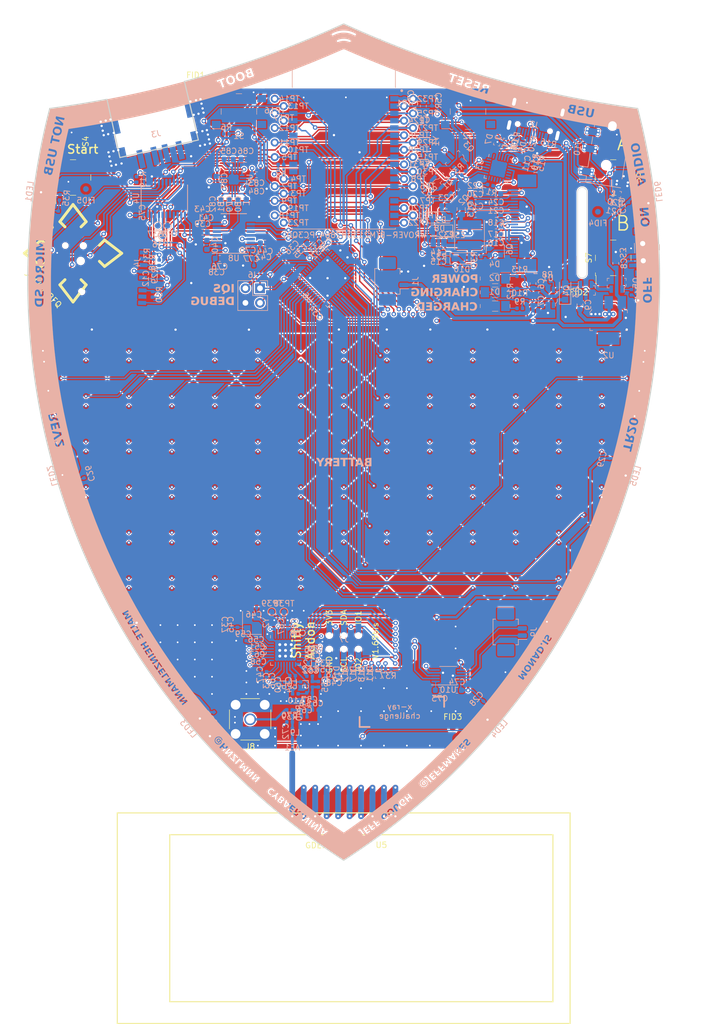
<source format=kicad_pcb>
(kicad_pcb (version 20191123) (host pcbnew "5.99.0-unknown-r17145-8bd2765f")
  (layers (0 "F.Cu" signal) (1 "In1.Cu" mixed hide) (2 "In2.Cu" power hide) (31 "B.Cu" signal) (34 "B.Paste" user hide) (35 "F.Paste" user hide) (36 "B.SilkS" user) (37 "F.SilkS" user hide) (38 "B.Mask" user hide) (39 "F.Mask" user hide) (44 "Edge.Cuts" user))
  (net 0 "")
  (net 1 "GND")
  (net 2 "+3V3")
  (net 3 "/EN")
  (net 4 "/SCL")
  (net 5 "/SDA")
  (net 6 "/32K_XP")
  (net 7 "/32K_XN")
  (net 8 "/~DC~")
  (net 9 "/IO0")
  (net 10 "/SCK")
  (net 11 "/RXD0")
  (net 12 "/TXD0")
  (net 13 "/MOSI")
  (net 14 "VBUS")
  (net 15 "+BATT")
  (net 16 "+VSW")
  (net 17 "/RTS")
  (net 18 "Net-(Q1-Pad1)")
  (net 19 "Net-(Q2-Pad1)")
  (net 20 "/DTR")
  (net 21 "Net-(R8-Pad1)")
  (net 22 "Net-(R10-Pad1)")
  (net 23 "/LED_DIN")
  (net 24 "/SD_CMD")
  (net 25 "/SD_CLK")
  (net 26 "/BTN_INT")
  (net 27 "/display/d_VGL")
  (net 28 "/display/d_VGH")
  (net 29 "/display/d_VDD")
  (net 30 "/display/d_VPP")
  (net 31 "/display/d_VSH")
  (net 32 "/display/d_VSL")
  (net 33 "/display/PREVGL")
  (net 34 "/display/d_VCOM")
  (net 35 "/display/PREVGH")
  (net 36 "/usb/USB_DN")
  (net 37 "/usb/USB_DP")
  (net 38 "/power/~PWR_EN~")
  (net 39 "/display/RESE")
  (net 40 "/display/GDR")
  (net 41 "/io_expander/BTN_START")
  (net 42 "/io_expander/BTN_A")
  (net 43 "/io_expander/BTN_B")
  (net 44 "/io_expander/JOY_PUSH")
  (net 45 "/io_expander/JOY_A")
  (net 46 "/io_expander/JOY_C")
  (net 47 "/io_expander/JOY_D")
  (net 48 "/io_expander/JOY_B")
  (net 49 "/IQ_RDY")
  (net 50 "/touchpad/Tx14")
  (net 51 "/touchpad/Rx4A")
  (net 52 "/touchpad/Rx5A")
  (net 53 "/touchpad/Rx6A")
  (net 54 "/touchpad/Rx7A")
  (net 55 "/touchpad/Rx8A")
  (net 56 "/touchpad/Rx9A")
  (net 57 "/touchpad/Tx0")
  (net 58 "/touchpad/Tx1")
  (net 59 "/touchpad/Tx2")
  (net 60 "/touchpad/Tx3")
  (net 61 "/touchpad/Tx4")
  (net 62 "/touchpad/Tx5")
  (net 63 "/touchpad/Tx6")
  (net 64 "/touchpad/Tx7")
  (net 65 "/touchpad/Tx8")
  (net 66 "/touchpad/Tx9")
  (net 67 "/touchpad/Tx10")
  (net 68 "/touchpad/Tx11")
  (net 69 "/touchpad/Tx12")
  (net 70 "/touchpad/Tx13")
  (net 71 "/~CC_CS~")
  (net 72 "/~DISP_CS~")
  (net 73 "/SD_DAT0")
  (net 74 "/_reserved8")
  (net 75 "/_reserved7")
  (net 76 "/_reserved6")
  (net 77 "/_reserved11")
  (net 78 "/_reserved10")
  (net 79 "/_reserved9")
  (net 80 "/DISP_BUSY")
  (net 81 "/I2S_WS")
  (net 82 "/I2S_SCK")
  (net 83 "/I2S_SD")
  (net 84 "/MISO")
  (net 85 "/CC_INT")
  (net 86 "Net-(C14-Pad2)")
  (net 87 "Net-(C14-Pad1)")
  (net 88 "Net-(C32-Pad1)")
  (net 89 "Net-(C39-Pad1)")
  (net 90 "Net-(C40-Pad1)")
  (net 91 "Net-(C40-Pad2)")
  (net 92 "/audio/LDO0")
  (net 93 "Net-(C46-Pad2)")
  (net 94 "Net-(C47-Pad1)")
  (net 95 "Net-(C47-Pad2)")
  (net 96 "Net-(C50-Pad2)")
  (net 97 "Net-(C52-Pad1)")
  (net 98 "Net-(C52-Pad2)")
  (net 99 "Net-(C54-Pad2)")
  (net 100 "Net-(C54-Pad1)")
  (net 101 "Net-(C55-Pad1)")
  (net 102 "Net-(C59-Pad1)")
  (net 103 "Net-(C60-Pad1)")
  (net 104 "Net-(C61-Pad2)")
  (net 105 "Net-(C63-Pad1)")
  (net 106 "Net-(C64-Pad2)")
  (net 107 "Net-(C66-Pad1)")
  (net 108 "Net-(C68-Pad1)")
  (net 109 "Net-(C70-Pad1)")
  (net 110 "Net-(AE1-Pad1)")
  (net 111 "Net-(C73-Pad1)")
  (net 112 "Net-(D1-Pad1)")
  (net 113 "Net-(D2-Pad2)")
  (net 114 "Net-(D4-Pad1)")
  (net 115 "Net-(J4-Pad2)")
  (net 116 "Net-(J8-Pad1)")
  (net 117 "Net-(Q3-Pad1)")
  (net 118 "Net-(Q4-Pad2)")
  (net 119 "Net-(R14-Pad2)")
  (net 120 "Net-(R15-Pad2)")
  (net 121 "Net-(R17-Pad2)")
  (net 122 "Net-(R36-Pad2)")
  (net 123 "Net-(TP38-Pad1)")
  (net 124 "Net-(TP39-Pad1)")
  (net 125 "Net-(J9-Pad2)")
  (net 126 "Net-(J9-Pad1)")
  (net 127 "Net-(C57-Pad1)")
  (net 128 "Net-(C37-Pad2)")
  (net 129 "Net-(LED1-Pad4)")
  (net 130 "/IQ_RESET")
  (net 131 "/SD_DETECT")
  (net 132 "/SAO_GPIO2")
  (net 133 "/LED_DOUT")
  (net 134 "/CC_RESET")
  (net 135 "Net-(LED2-Pad4)")
  (net 136 "Net-(LED3-Pad4)")
  (net 137 "Net-(LED4-Pad4)")
  (net 138 "Net-(LED5-Pad4)")
  (net 139 "/audio/DAC_OUTL")
  (net 140 "Net-(C79-Pad1)")
  (net 141 "Net-(C80-Pad1)")
  (net 142 "/audio/DAC_OUTR")
  (net 143 "Net-(C81-Pad1)")
  (net 144 "Net-(C82-Pad1)")
  (net 145 "Net-(C85-Pad2)")
  (net 146 "Net-(C85-Pad1)")
  (net 147 "Net-(C86-Pad2)")
  (net 148 "Net-(C87-Pad2)")
  (net 149 "/audio/OUTR")
  (net 150 "/audio/OUTL")
  (net 151 "Net-(J2-PadB5)")
  (net 152 "Net-(J2-PadA5)")
  (net 153 "/P1_5")
  (net 154 "/P1_6")
  (net 155 "/P1_7")
  (net 156 "/AMP_EN")
  (net 157 "Net-(J10-PadR2)")
  (module "jeffmakes-footprints:PinSocket_2x03_P2.54mm_Through-Board-Mating" (layer "B.Cu") (at 0 -38)
    (fp_text reference "J7" (at 0 -0.5 unlocked) (layer "B.SilkS") (effects (justify mirror)))
    (fp_text value "2x03-socket-2.54-through-board")
    (pad "6" smd rect (at 2.54 2.5) (size 1 2.45) (layers "B.Cu" "B.Paste" "B.Mask") (net 132 "/SAO_GPIO2"))
    (pad "5" smd rect (at 2.54 -2.5) (size 1 2.45) (layers "B.Cu" "B.Paste" "B.Mask") (net 133 "/LED_DOUT"))
    (pad "4" smd rect (at 0 2.5) (size 1 2.45) (layers "B.Cu" "B.Paste" "B.Mask") (net 4 "/SCL"))
    (pad "3" smd rect (at 0 -2.5) (size 1 2.45) (layers "B.Cu" "B.Paste" "B.Mask") (net 5 "/SDA"))
    (pad "2" smd rect (at -2.54 2.5) (size 1 2.45) (layers "B.Cu" "B.Paste" "B.Mask") (net 1 "GND"))
    (pad "1" smd rect (at -2.54 -2.5) (size 1 2.5) (layers "B.Cu" "B.Paste" "B.Mask") (net 2 "+3V3"))
    (pad "" np_thru_hole circle (at 2.54 -1.27) (size 1 1) (drill 1) (layers *.Cu *.Mask))
    (pad "" np_thru_hole circle (at 0 -1.27) (size 1 1) (drill 1) (layers *.Cu *.Mask))
    (pad "" np_thru_hole circle (at -2.54 -1.27) (size 1 1) (drill 1) (layers *.Cu *.Mask))
    (pad "" np_thru_hole circle (at 2.54 1.27) (size 1 1) (drill 1) (layers *.Cu *.Mask))
    (pad "" np_thru_hole circle (at 0 1.27) (size 1 1) (drill 1) (layers *.Cu *.Mask))
    (pad "" np_thru_hole circle (at -2.54 1.27) (size 1 1) (drill 1) (layers *.Cu *.Mask))
  )
  (module "Connector_Audio:Jack_3.5mm_PJ320D_Horizontal_strengthening-vias" (layer "B.Cu") (at 46.1264 -123.3424 -99)
    (fp_text reference "J10" (at 0.05 5.35 81) (layer "B.SilkS") (effects (justify mirror)))
    (fp_text value "PJ-320D")
    (pad "S" thru_hole circle (at 4.625 -4.2 261) (size 0.6 0.6) (drill 0.4) (layers *.Cu *.Mask) (net 1 "GND"))
    (pad "S" thru_hole circle (at 5.225 -4.2 261) (size 0.6 0.6) (drill 0.4) (layers *.Cu *.Mask) (net 1 "GND"))
    (pad "S" thru_hole circle (at 5.225 -2.3 261) (size 0.6 0.6) (drill 0.4) (layers *.Cu *.Mask) (net 1 "GND"))
    (pad "S" thru_hole circle (at 4.625 -2.3 261) (size 0.6 0.6) (drill 0.4) (layers *.Cu *.Mask) (net 1 "GND"))
    (pad "T" thru_hole circle (at 4.125 2.3 261) (size 0.6 0.6) (drill 0.4) (layers *.Cu *.Mask) (net 150 "/audio/OUTL"))
    (pad "T" thru_hole circle (at 3.525 2.3 261) (size 0.6 0.6) (drill 0.4) (layers *.Cu *.Mask) (net 150 "/audio/OUTL"))
    (pad "T" thru_hole circle (at 4.125 4.2 261) (size 0.6 0.6) (drill 0.4) (layers *.Cu *.Mask) (net 150 "/audio/OUTL"))
    (pad "T" thru_hole circle (at 3.525 4.2 261) (size 0.6 0.6) (drill 0.4) (layers *.Cu *.Mask) (net 150 "/audio/OUTL"))
    (pad "T" thru_hole circle (at 3.525 4.2 261) (size 0.6 0.6) (drill 0.4) (layers *.Cu *.Mask) (net 150 "/audio/OUTL"))
    (pad "R1" thru_hole circle (at 0.125 2.3 261) (size 0.6 0.6) (drill 0.4) (layers *.Cu *.Mask) (net 149 "/audio/OUTR"))
    (pad "R1" thru_hole circle (at -0.475 2.3 261) (size 0.6 0.6) (drill 0.4) (layers *.Cu *.Mask) (net 149 "/audio/OUTR"))
    (pad "R1" thru_hole circle (at 0.125 4.2 261) (size 0.6 0.6) (drill 0.4) (layers *.Cu *.Mask) (net 149 "/audio/OUTR"))
    (pad "R1" thru_hole circle (at -0.475 4.2 261) (size 0.6 0.6) (drill 0.4) (layers *.Cu *.Mask) (net 149 "/audio/OUTR"))
    (pad "R2" thru_hole circle (at -2.875 2.3 261) (size 0.6 0.6) (drill 0.4) (layers *.Cu *.Mask) (net 157 "Net-(J10-PadR2)"))
    (pad "R2" thru_hole circle (at -3.475 2.3 261) (size 0.6 0.6) (drill 0.4) (layers *.Cu *.Mask) (net 157 "Net-(J10-PadR2)"))
    (pad "R2" thru_hole circle (at -2.875 4.2 261) (size 0.6 0.6) (drill 0.4) (layers *.Cu *.Mask) (net 157 "Net-(J10-PadR2)"))
    (pad "R2" thru_hole circle (at -3.475 4.2 261) (size 0.6 0.6) (drill 0.4) (layers *.Cu *.Mask) (net 157 "Net-(J10-PadR2)"))
    (pad "S" smd rect (at 4.925 -3.25 261) (size 1.2 2.5) (layers "B.Cu" "B.Paste" "B.Mask") (net 1 "GND"))
    (pad "T" smd rect (at 3.825 3.25 261) (size 1.2 2.5) (layers "B.Cu" "B.Paste" "B.Mask") (net 150 "/audio/OUTL"))
    (pad "R1" smd rect (at -0.175 3.25 261) (size 1.2 2.5) (layers "B.Cu" "B.Paste" "B.Mask") (net 149 "/audio/OUTR"))
    (pad "R2" smd rect (at -3.175 3.25 261) (size 1.2 2.5) (layers "B.Cu" "B.Paste" "B.Mask") (net 157 "Net-(J10-PadR2)"))
    (pad "" np_thru_hole circle (at -4.775 0 261) (size 1.5 1.5) (drill 1.5) (layers *.Cu *.Mask))
    (pad "" np_thru_hole circle (at 2.225 0 261) (size 1.5 1.5) (drill 1.5) (layers *.Cu *.Mask))
  )
  (module "jeffmakes-footprints:GDEH029A1" (layer "F.Cu") (at -0.024609 10.082308)
    (fp_text reference "U5" (at 6.576151 -12.76) (layer "F.SilkS"))
    (fp_text value "GDEH029A1" (at -2.403849 -12.69) (layer "F.SilkS"))
  )
  (module "jeffmakes-footprints:USB-A-short-body-in-cutout-type" (layer "B.Cu") (at -34.417 -133.9088 12.7)
    (fp_text reference "J3" (at 0 7.5 12.7 unlocked) (layer "B.SilkS") (effects (justify mirror)))
    (fp_text value "UJ2-AH-1-SMT")
    (pad "5" thru_hole circle (at 8.9 4.1 192.7) (size 0.4 0.4) (drill 0.4) (layers *.Cu *.Mask) (net 1 "GND"))
    (pad "5" thru_hole circle (at 7.15 5.7 192.7) (size 0.4 0.4) (drill 0.4) (layers *.Cu *.Mask) (net 1 "GND"))
    (pad "5" thru_hole circle (at 8.9 3.3 192.7) (size 0.4 0.4) (drill 0.4) (layers *.Cu *.Mask) (net 1 "GND"))
    (pad "5" thru_hole circle (at 7.1 3.3 192.7) (size 0.4 0.4) (drill 0.4) (layers *.Cu *.Mask) (net 1 "GND"))
    (pad "5" thru_hole circle (at 8.1 3.3 192.7) (size 0.4 0.4) (drill 0.4) (layers *.Cu *.Mask) (net 1 "GND"))
    (pad "5" thru_hole circle (at 8.9 5.7 192.7) (size 0.4 0.4) (drill 0.4) (layers *.Cu *.Mask) (net 1 "GND"))
    (pad "5" thru_hole circle (at 8 5.7 192.7) (size 0.4 0.4) (drill 0.4) (layers *.Cu *.Mask) (net 1 "GND"))
    (pad "5" thru_hole circle (at 8.9 4.95 192.7) (size 0.4 0.4) (drill 0.4) (layers *.Cu *.Mask) (net 1 "GND"))
    (pad "5" thru_hole circle (at 8.8 11.2 192.7) (size 0.4 0.4) (drill 0.4) (layers *.Cu *.Mask) (net 1 "GND"))
    (pad "5" thru_hole circle (at 7.05 11.2 192.7) (size 0.4 0.4) (drill 0.4) (layers *.Cu *.Mask) (net 1 "GND"))
    (pad "5" thru_hole circle (at 8 8.8 192.7) (size 0.4 0.4) (drill 0.4) (layers *.Cu *.Mask) (net 1 "GND"))
    (pad "5" thru_hole circle (at 7 8.8 192.7) (size 0.4 0.4) (drill 0.4) (layers *.Cu *.Mask) (net 1 "GND"))
    (pad "5" thru_hole circle (at 8.8 10.45 192.7) (size 0.4 0.4) (drill 0.4) (layers *.Cu *.Mask) (net 1 "GND"))
    (pad "5" thru_hole circle (at 8.8 8.8 192.7) (size 0.4 0.4) (drill 0.4) (layers *.Cu *.Mask) (net 1 "GND"))
    (pad "5" thru_hole circle (at 8.8 9.6 192.7) (size 0.4 0.4) (drill 0.4) (layers *.Cu *.Mask) (net 1 "GND"))
    (pad "5" thru_hole circle (at 7.9 11.2 192.7) (size 0.4 0.4) (drill 0.4) (layers *.Cu *.Mask) (net 1 "GND"))
    (pad "5" thru_hole circle (at -8.95 4.9 12.7) (size 0.4 0.4) (drill 0.4) (layers *.Cu *.Mask) (net 1 "GND"))
    (pad "5" thru_hole circle (at -8.95 4.05 12.7) (size 0.4 0.4) (drill 0.4) (layers *.Cu *.Mask) (net 1 "GND"))
    (pad "5" thru_hole circle (at -7.15 5.7 12.7) (size 0.4 0.4) (drill 0.4) (layers *.Cu *.Mask) (net 1 "GND"))
    (pad "5" thru_hole circle (at -8.05 3.3 12.7) (size 0.4 0.4) (drill 0.4) (layers *.Cu *.Mask) (net 1 "GND"))
    (pad "5" thru_hole circle (at -8.95 3.3 12.7) (size 0.4 0.4) (drill 0.4) (layers *.Cu *.Mask) (net 1 "GND"))
    (pad "5" thru_hole circle (at -8.95 5.7 12.7) (size 0.4 0.4) (drill 0.4) (layers *.Cu *.Mask) (net 1 "GND"))
    (pad "5" thru_hole circle (at -7.2 3.3 12.7) (size 0.4 0.4) (drill 0.4) (layers *.Cu *.Mask) (net 1 "GND"))
    (pad "5" thru_hole circle (at -8.15 5.7 12.7) (size 0.4 0.4) (drill 0.4) (layers *.Cu *.Mask) (net 1 "GND"))
    (pad "5" thru_hole circle (at -7.9 8.8 12.7) (size 0.4 0.4) (drill 0.4) (layers *.Cu *.Mask) (net 1 "GND"))
    (pad "5" thru_hole circle (at -7.05 8.8 12.7) (size 0.4 0.4) (drill 0.4) (layers *.Cu *.Mask) (net 1 "GND"))
    (pad "5" thru_hole circle (at -8.8 9.55 12.7) (size 0.4 0.4) (drill 0.4) (layers *.Cu *.Mask) (net 1 "GND"))
    (pad "5" thru_hole circle (at -8.8 8.8 12.7) (size 0.4 0.4) (drill 0.4) (layers *.Cu *.Mask) (net 1 "GND"))
    (pad "5" thru_hole circle (at -8.8 10.4 12.7) (size 0.4 0.4) (drill 0.4) (layers *.Cu *.Mask) (net 1 "GND"))
    (pad "5" thru_hole circle (at -7 11.2 12.7) (size 0.4 0.4) (drill 0.4) (layers *.Cu *.Mask) (net 1 "GND"))
    (pad "5" thru_hole circle (at -8 11.2 12.7) (size 0.4 0.4) (drill 0.4) (layers *.Cu *.Mask) (net 1 "GND"))
    (pad "5" thru_hole circle (at -8.8 11.2 12.7) (size 0.4 0.4) (drill 0.4) (layers *.Cu *.Mask) (net 1 "GND"))
    (pad "4" smd rect (at 3.5 11.2 12.7) (size 1 3.2) (layers "B.Cu" "B.Paste" "B.Mask"))
    (pad "3" smd rect (at 1 11.2 12.7) (size 1 3.2) (layers "B.Cu" "B.Paste" "B.Mask"))
    (pad "2" smd rect (at -1 11.2 12.7) (size 1 3.2) (layers "B.Cu" "B.Paste" "B.Mask"))
    (pad "1" smd rect (at -3.5 11.2 12.7) (size 1 3.2) (layers "B.Cu" "B.Paste" "B.Mask"))
    (pad "5" smd rect (at -7.6 4.5 12.7) (size 3.25 3) (layers "B.Cu" "B.Paste" "B.Mask") (net 1 "GND"))
    (pad "5" smd rect (at -7.5 10 12.7) (size 3.25 3) (layers "B.Cu" "B.Paste" "B.Mask") (net 1 "GND"))
    (pad "5" smd rect (at 7.6 4.5 12.7) (size 3.25 3) (layers "B.Cu" "B.Paste" "B.Mask") (net 1 "GND"))
    (pad "5" smd rect (at 7.5 10 12.7) (size 3.25 3) (layers "B.Cu" "B.Paste" "B.Mask") (net 1 "GND"))
  )
  (module "jeffmakes-footprints:LED_SK6812MINI_PLCC4_3.5x3.5mm_P1.75mm_no_silk" (layer "B.Cu") (at 52.0954 -116.2304 97)
    (fp_text reference "LED6" (at 0 2.75 97) (layer "B.SilkS") (effects (justify mirror)))
    (fp_text value "SK6812")
    (pad "1" smd rect (at -1.75 0.875 97) (size 1.6 0.85) (layers "B.Cu" "B.Paste" "B.Mask") (net 1 "GND"))
    (pad "2" smd rect (at -1.75 -0.875 97) (size 1.6 0.85) (layers "B.Cu" "B.Paste" "B.Mask") (net 138 "Net-(LED5-Pad4)"))
    (pad "4" smd rect (at 1.75 0.875 97) (size 1.6 0.85) (layers "B.Cu" "B.Paste" "B.Mask") (net 133 "/LED_DOUT"))
    (pad "3" smd rect (at 1.75 -0.875 97) (size 1.6 0.85) (layers "B.Cu" "B.Paste" "B.Mask") (net 16 "+VSW"))
  )
  (module "TestPoint:TestPoint_Pad_D1.0mm" (layer "B.Cu") (at -32.4612 -110.5916)
    (fp_text reference "TP37" (at 0 1.448) (layer "B.SilkS") (effects (justify mirror)))
    (fp_text value "~")
    (pad "1" smd circle (at 0 0) (size 1 1) (layers "B.Cu" "B.Mask") (net 155 "/P1_7"))
  )
  (module "TestPoint:TestPoint_Pad_D1.0mm" (layer "B.Cu") (at -31.623 -108.7882)
    (fp_text reference "TP36" (at 0 1.448) (layer "B.SilkS") (effects (justify mirror)))
    (fp_text value "~")
    (pad "1" smd circle (at 0 0) (size 1 1) (layers "B.Cu" "B.Mask") (net 154 "/P1_6"))
  )
  (module "TestPoint:TestPoint_Pad_D1.0mm" (layer "B.Cu") (at -30.7594 -110.5916)
    (fp_text reference "TP35" (at 0 1.448) (layer "B.SilkS") (effects (justify mirror)))
    (fp_text value "~")
    (pad "1" smd circle (at 0 0) (size 1 1) (layers "B.Cu" "B.Mask") (net 153 "/P1_5"))
  )
  (module "Connector_PinHeader_2.54mm:PinHeader_2x02_P2.54mm_Vertical" (layer "B.Cu") (at -14.6304 -99.695 180)
    (fp_text reference "J6" (at 1.27 2.33) (layer "B.SilkS") (effects (justify mirror)))
    (fp_text value "DNP")
    (pad "4" thru_hole oval (at 2.54 -2.54 180) (size 1.7 1.7) (drill 1) (layers *.Cu *.Mask) (net 1 "GND"))
    (pad "3" thru_hole oval (at 0 -2.54 180) (size 1.7 1.7) (drill 1) (layers *.Cu *.Mask) (net 4 "/SCL"))
    (pad "2" thru_hole oval (at 2.54 0 180) (size 1.7 1.7) (drill 1) (layers *.Cu *.Mask) (net 49 "/IQ_RDY"))
    (pad "1" thru_hole rect (at 0 0 180) (size 1.7 1.7) (drill 1) (layers *.Cu *.Mask) (net 5 "/SDA"))
  )
  (module "Capacitor_SMD:C_0603_1608Metric" (layer "B.Cu") (at -24.6634 -112.0648 180)
    (fp_text reference "C43" (at 0 1.43) (layer "B.SilkS") (effects (justify mirror)))
    (fp_text value "1uF")
    (pad "2" smd roundrect (at 0.7875 0 180) (size 0.875 0.95) (layers "B.Cu" "B.Paste" "B.Mask") (net 1 "GND"))
    (pad "1" smd roundrect (at -0.7875 0 180) (size 0.875 0.95) (layers "B.Cu" "B.Paste" "B.Mask") (net 2 "+3V3"))
  )
  (module "Package_SO:TSSOP-20_4.4x6.5mm_P0.65mm" (layer "B.Cu") (at -19.2024 -109.2454)
    (fp_text reference "U8" (at 0 4.3) (layer "B.SilkS") (effects (justify mirror)))
    (fp_text value "PCM5100A")
    (pad "20" smd rect (at 2.95 2.925) (size 1.45 0.45) (layers "B.Cu" "B.Paste" "B.Mask") (net 2 "+3V3"))
    (pad "19" smd rect (at 2.95 2.275) (size 1.45 0.45) (layers "B.Cu" "B.Paste" "B.Mask") (net 1 "GND"))
    (pad "18" smd rect (at 2.95 1.625) (size 1.45 0.45) (layers "B.Cu" "B.Paste" "B.Mask") (net 92 "/audio/LDO0"))
    (pad "17" smd rect (at 2.95 0.975) (size 1.45 0.45) (layers "B.Cu" "B.Paste" "B.Mask") (net 2 "+3V3"))
    (pad "16" smd rect (at 2.95 0.325) (size 1.45 0.45) (layers "B.Cu" "B.Paste" "B.Mask") (net 1 "GND"))
    (pad "15" smd rect (at 2.95 -0.325) (size 1.45 0.45) (layers "B.Cu" "B.Paste" "B.Mask") (net 81 "/I2S_WS"))
    (pad "14" smd rect (at 2.95 -0.975) (size 1.45 0.45) (layers "B.Cu" "B.Paste" "B.Mask") (net 83 "/I2S_SD"))
    (pad "13" smd rect (at 2.95 -1.625) (size 1.45 0.45) (layers "B.Cu" "B.Paste" "B.Mask") (net 82 "/I2S_SCK"))
    (pad "12" smd rect (at 2.95 -2.275) (size 1.45 0.45) (layers "B.Cu" "B.Paste" "B.Mask") (net 1 "GND"))
    (pad "11" smd rect (at 2.95 -2.925) (size 1.45 0.45) (layers "B.Cu" "B.Paste" "B.Mask") (net 1 "GND"))
    (pad "10" smd rect (at -2.95 -2.925) (size 1.45 0.45) (layers "B.Cu" "B.Paste" "B.Mask") (net 1 "GND"))
    (pad "9" smd rect (at -2.95 -2.275) (size 1.45 0.45) (layers "B.Cu" "B.Paste" "B.Mask") (net 1 "GND"))
    (pad "8" smd rect (at -2.95 -1.625) (size 1.45 0.45) (layers "B.Cu" "B.Paste" "B.Mask") (net 2 "+3V3"))
    (pad "7" smd rect (at -2.95 -0.975) (size 1.45 0.45) (layers "B.Cu" "B.Paste" "B.Mask") (net 142 "/audio/DAC_OUTR"))
    (pad "6" smd rect (at -2.95 -0.325) (size 1.45 0.45) (layers "B.Cu" "B.Paste" "B.Mask") (net 139 "/audio/DAC_OUTL"))
    (pad "5" smd rect (at -2.95 0.325) (size 1.45 0.45) (layers "B.Cu" "B.Paste" "B.Mask") (net 89 "Net-(C39-Pad1)"))
    (pad "4" smd rect (at -2.95 0.975) (size 1.45 0.45) (layers "B.Cu" "B.Paste" "B.Mask") (net 91 "Net-(C40-Pad2)"))
    (pad "3" smd rect (at -2.95 1.625) (size 1.45 0.45) (layers "B.Cu" "B.Paste" "B.Mask") (net 1 "GND"))
    (pad "2" smd rect (at -2.95 2.275) (size 1.45 0.45) (layers "B.Cu" "B.Paste" "B.Mask") (net 90 "Net-(C40-Pad1)"))
    (pad "1" smd rect (at -2.95 2.925) (size 1.45 0.45) (layers "B.Cu" "B.Paste" "B.Mask") (net 2 "+3V3"))
  )
  (module "Package_DFN_QFN:QFN-16-1EP_3x3mm_P0.5mm_EP1.7x1.7mm" (layer "B.Cu") (at -19.2278 -118.6434 90)
    (fp_text reference "U7" (at 0 2.82 90) (layer "B.SilkS") (effects (justify mirror)))
    (fp_text value "PAM8908")
    (pad "16" smd roundrect (at -0.75 1.4625 90) (size 0.25 0.825) (layers "B.Cu" "B.Paste" "B.Mask") (net 150 "/audio/OUTL"))
    (pad "15" smd roundrect (at -0.25 1.4625 90) (size 0.25 0.825) (layers "B.Cu" "B.Paste" "B.Mask") (net 1 "GND"))
    (pad "14" smd roundrect (at 0.25 1.4625 90) (size 0.25 0.825) (layers "B.Cu" "B.Paste" "B.Mask") (net 2 "+3V3"))
    (pad "13" smd roundrect (at 0.75 1.4625 90) (size 0.25 0.825) (layers "B.Cu" "B.Paste" "B.Mask") (net 156 "/AMP_EN"))
    (pad "12" smd roundrect (at 1.4625 0.75 90) (size 0.825 0.25) (layers "B.Cu" "B.Paste" "B.Mask") (net 147 "Net-(C86-Pad2)"))
    (pad "11" smd roundrect (at 1.4625 0.25 90) (size 0.825 0.25) (layers "B.Cu" "B.Paste" "B.Mask") (net 146 "Net-(C85-Pad1)"))
    (pad "10" smd roundrect (at 1.4625 -0.25 90) (size 0.825 0.25) (layers "B.Cu" "B.Paste" "B.Mask") (net 1 "GND"))
    (pad "9" smd roundrect (at 1.4625 -0.75 90) (size 0.825 0.25) (layers "B.Cu" "B.Paste" "B.Mask") (net 145 "Net-(C85-Pad2)"))
    (pad "8" smd roundrect (at 0.75 -1.4625 90) (size 0.25 0.825) (layers "B.Cu" "B.Paste" "B.Mask") (net 148 "Net-(C87-Pad2)"))
    (pad "7" smd roundrect (at 0.25 -1.4625 90) (size 0.25 0.825) (layers "B.Cu" "B.Paste" "B.Mask") (net 1 "GND"))
    (pad "6" smd roundrect (at -0.25 -1.4625 90) (size 0.25 0.825) (layers "B.Cu" "B.Paste" "B.Mask") (net 2 "+3V3"))
    (pad "5" smd roundrect (at -0.75 -1.4625 90) (size 0.25 0.825) (layers "B.Cu" "B.Paste" "B.Mask") (net 149 "/audio/OUTR"))
    (pad "4" smd roundrect (at -1.4625 -0.75 90) (size 0.825 0.25) (layers "B.Cu" "B.Paste" "B.Mask") (net 144 "Net-(C82-Pad1)"))
    (pad "3" smd roundrect (at -1.4625 -0.25 90) (size 0.825 0.25) (layers "B.Cu" "B.Paste" "B.Mask") (net 143 "Net-(C81-Pad1)"))
    (pad "2" smd roundrect (at -1.4625 0.25 90) (size 0.825 0.25) (layers "B.Cu" "B.Paste" "B.Mask") (net 140 "Net-(C79-Pad1)"))
    (pad "1" smd roundrect (at -1.4625 0.75 90) (size 0.825 0.25) (layers "B.Cu" "B.Paste" "B.Mask") (net 141 "Net-(C80-Pad1)"))
    (pad "17" smd roundrect (at 0 0 90) (size 1.7 1.7) (layers "B.Cu" "B.Mask") (roundrect_rratio 0.147059) (net 1 "GND"))
  )
  (module "Resistor_SMD:R_0402_1005Metric" (layer "B.Cu") (at 34.0868 -124.6124 -102.5)
    (fp_text reference "R20" (at 0 1.17 77.5) (layer "B.SilkS") (effects (justify mirror)))
    (fp_text value "5.1k")
    (pad "2" smd roundrect (at 0.485 0 257.5) (size 0.59 0.64) (layers "B.Cu" "B.Paste" "B.Mask") (net 1 "GND"))
    (pad "1" smd roundrect (at -0.485 0 257.5) (size 0.59 0.64) (layers "B.Cu" "B.Paste" "B.Mask") (net 151 "Net-(J2-PadB5)"))
  )
  (module "Resistor_SMD:R_0402_1005Metric" (layer "B.Cu") (at 31.15 -125.3 -102.5)
    (fp_text reference "R18" (at 0 1.17 77.5) (layer "B.SilkS") (effects (justify mirror)))
    (fp_text value "5.1k")
    (pad "2" smd roundrect (at 0.485 0 257.5) (size 0.59 0.64) (layers "B.Cu" "B.Paste" "B.Mask") (net 1 "GND"))
    (pad "1" smd roundrect (at -0.485 0 257.5) (size 0.59 0.64) (layers "B.Cu" "B.Paste" "B.Mask") (net 152 "Net-(J2-PadA5)"))
  )
  (module "Capacitor_SMD:C_0603_1608Metric" (layer "B.Cu") (at -22.2758 -118.4148 90)
    (fp_text reference "C87" (at 0 1.43 90) (layer "B.SilkS") (effects (justify mirror)))
    (fp_text value "1uF")
    (pad "2" smd roundrect (at 0.7875 0 90) (size 0.875 0.95) (layers "B.Cu" "B.Paste" "B.Mask") (net 148 "Net-(C87-Pad2)"))
    (pad "1" smd roundrect (at -0.7875 0 90) (size 0.875 0.95) (layers "B.Cu" "B.Paste" "B.Mask") (net 1 "GND"))
  )
  (module "Capacitor_SMD:C_0603_1608Metric" (layer "B.Cu") (at -17.1196 -122.174 180)
    (fp_text reference "C86" (at 0 1.43) (layer "B.SilkS") (effects (justify mirror)))
    (fp_text value "1uF")
    (pad "2" smd roundrect (at 0.7875 0 180) (size 0.875 0.95) (layers "B.Cu" "B.Paste" "B.Mask") (net 147 "Net-(C86-Pad2)"))
    (pad "1" smd roundrect (at -0.7875 0 180) (size 0.875 0.95) (layers "B.Cu" "B.Paste" "B.Mask") (net 1 "GND"))
  )
  (module "Capacitor_SMD:C_0603_1608Metric" (layer "B.Cu") (at -20.0914 -122.174 180)
    (fp_text reference "C85" (at 0 1.43) (layer "B.SilkS") (effects (justify mirror)))
    (fp_text value "1uF")
    (pad "2" smd roundrect (at 0.7875 0 180) (size 0.875 0.95) (layers "B.Cu" "B.Paste" "B.Mask") (net 145 "Net-(C85-Pad2)"))
    (pad "1" smd roundrect (at -0.7875 0 180) (size 0.875 0.95) (layers "B.Cu" "B.Paste" "B.Mask") (net 146 "Net-(C85-Pad1)"))
  )
  (module "Capacitor_SMD:C_0603_1608Metric" (layer "B.Cu") (at -15.24 -118.0084)
    (fp_text reference "C84" (at 0 1.43) (layer "B.SilkS") (effects (justify mirror)))
    (fp_text value "1uF")
    (pad "2" smd roundrect (at 0.7875 0) (size 0.875 0.95) (layers "B.Cu" "B.Paste" "B.Mask") (net 1 "GND"))
    (pad "1" smd roundrect (at -0.7875 0) (size 0.875 0.95) (layers "B.Cu" "B.Paste" "B.Mask") (net 2 "+3V3"))
  )
  (module "Capacitor_SMD:C_0603_1608Metric" (layer "B.Cu") (at -15.24 -119.4816)
    (fp_text reference "C83" (at 0 1.43) (layer "B.SilkS") (effects (justify mirror)))
    (fp_text value "1uF")
    (pad "2" smd roundrect (at 0.7875 0) (size 0.875 0.95) (layers "B.Cu" "B.Paste" "B.Mask") (net 1 "GND"))
    (pad "1" smd roundrect (at -0.7875 0) (size 0.875 0.95) (layers "B.Cu" "B.Paste" "B.Mask") (net 2 "+3V3"))
  )
  (module "Capacitor_SMD:C_0603_1608Metric" (layer "B.Cu") (at -21.463 -114.3762 -90)
    (fp_text reference "C82" (at 0 1.43 90) (layer "B.SilkS") (effects (justify mirror)))
    (fp_text value "1uF")
    (pad "2" smd roundrect (at 0.7875 0 270) (size 0.875 0.95) (layers "B.Cu" "B.Paste" "B.Mask") (net 1 "GND"))
    (pad "1" smd roundrect (at -0.7875 0 270) (size 0.875 0.95) (layers "B.Cu" "B.Paste" "B.Mask") (net 144 "Net-(C82-Pad1)"))
  )
  (module "Capacitor_SMD:C_0603_1608Metric" (layer "B.Cu") (at -19.9898 -114.3762 -90)
    (fp_text reference "C81" (at 0 1.43 90) (layer "B.SilkS") (effects (justify mirror)))
    (fp_text value "1uF")
    (pad "2" smd roundrect (at 0.7875 0 270) (size 0.875 0.95) (layers "B.Cu" "B.Paste" "B.Mask") (net 142 "/audio/DAC_OUTR"))
    (pad "1" smd roundrect (at -0.7875 0 270) (size 0.875 0.95) (layers "B.Cu" "B.Paste" "B.Mask") (net 143 "Net-(C81-Pad1)"))
  )
  (module "Capacitor_SMD:C_0603_1608Metric" (layer "B.Cu") (at -17.018 -114.3762 -90)
    (fp_text reference "C80" (at 0 1.43 90) (layer "B.SilkS") (effects (justify mirror)))
    (fp_text value "1uF")
    (pad "2" smd roundrect (at 0.7875 0 270) (size 0.875 0.95) (layers "B.Cu" "B.Paste" "B.Mask") (net 1 "GND"))
    (pad "1" smd roundrect (at -0.7875 0 270) (size 0.875 0.95) (layers "B.Cu" "B.Paste" "B.Mask") (net 141 "Net-(C80-Pad1)"))
  )
  (module "Capacitor_SMD:C_0603_1608Metric" (layer "B.Cu") (at -18.4912 -114.3762 -90)
    (fp_text reference "C79" (at 0 1.43 90) (layer "B.SilkS") (effects (justify mirror)))
    (fp_text value "1uF")
    (pad "2" smd roundrect (at 0.7875 0 270) (size 0.875 0.95) (layers "B.Cu" "B.Paste" "B.Mask") (net 139 "/audio/DAC_OUTL"))
    (pad "1" smd roundrect (at -0.7875 0 270) (size 0.875 0.95) (layers "B.Cu" "B.Paste" "B.Mask") (net 140 "Net-(C79-Pad1)"))
  )
  (module "Capacitor_SMD:C_0603_1608Metric" (layer "B.Cu") (at -16.7386 -104.902 180)
    (fp_text reference "C78" (at 0 1.43) (layer "B.SilkS") (effects (justify mirror)))
    (fp_text value "1uF")
    (pad "2" smd roundrect (at 0.7875 0 180) (size 0.875 0.95) (layers "B.Cu" "B.Paste" "B.Mask") (net 1 "GND"))
    (pad "1" smd roundrect (at -0.7875 0 180) (size 0.875 0.95) (layers "B.Cu" "B.Paste" "B.Mask") (net 2 "+3V3"))
  )
  (module "Capacitor_SMD:C_0402_1005Metric" (layer "B.Cu") (at -16.1798 -103.6574 180)
    (fp_text reference "C77" (at 0 1.17) (layer "B.SilkS") (effects (justify mirror)))
    (fp_text value "100nF")
    (pad "2" smd roundrect (at 0.485 0 180) (size 0.59 0.64) (layers "B.Cu" "B.Paste" "B.Mask") (net 1 "GND"))
    (pad "1" smd roundrect (at -0.485 0 180) (size 0.59 0.64) (layers "B.Cu" "B.Paste" "B.Mask") (net 2 "+3V3"))
  )
  (module "Capacitor_SMD:C_0603_1608Metric" (layer "B.Cu") (at -21.6662 -104.902)
    (fp_text reference "C76" (at 0 1.43) (layer "B.SilkS") (effects (justify mirror)))
    (fp_text value "1uF")
    (pad "2" smd roundrect (at 0.7875 0) (size 0.875 0.95) (layers "B.Cu" "B.Paste" "B.Mask") (net 1 "GND"))
    (pad "1" smd roundrect (at -0.7875 0) (size 0.875 0.95) (layers "B.Cu" "B.Paste" "B.Mask") (net 2 "+3V3"))
  )
  (module "Package_DFN_QFN:QFN-24-1EP_4x4mm_P0.5mm_EP2.6x2.6mm" (layer "B.Cu") (at 26.960417 -120.528464 -102.5)
    (fp_text reference "U3" (at 0 3.3 -102.5) (layer "B.SilkS") (effects (justify mirror)))
    (fp_text value "CP2102N-A01-GQFN24")
    (pad "24" smd roundrect (at -1.25 1.9375 257.5) (size 0.25 0.825) (layers "B.Cu" "B.Paste" "B.Mask"))
    (pad "23" smd roundrect (at -0.75 1.9375 257.5) (size 0.25 0.825) (layers "B.Cu" "B.Paste" "B.Mask") (net 20 "/DTR"))
    (pad "22" smd roundrect (at -0.25 1.9375 257.5) (size 0.25 0.825) (layers "B.Cu" "B.Paste" "B.Mask"))
    (pad "21" smd roundrect (at 0.25 1.9375 257.5) (size 0.25 0.825) (layers "B.Cu" "B.Paste" "B.Mask") (net 11 "/RXD0"))
    (pad "20" smd roundrect (at 0.75 1.9375 257.5) (size 0.25 0.825) (layers "B.Cu" "B.Paste" "B.Mask") (net 12 "/TXD0"))
    (pad "19" smd roundrect (at 1.25 1.9375 257.5) (size 0.25 0.825) (layers "B.Cu" "B.Paste" "B.Mask") (net 17 "/RTS"))
    (pad "18" smd roundrect (at 1.9375 1.25 257.5) (size 0.825 0.25) (layers "B.Cu" "B.Paste" "B.Mask"))
    (pad "17" smd roundrect (at 1.9375 0.75 257.5) (size 0.825 0.25) (layers "B.Cu" "B.Paste" "B.Mask"))
    (pad "16" smd roundrect (at 1.9375 0.25 257.5) (size 0.825 0.25) (layers "B.Cu" "B.Paste" "B.Mask"))
    (pad "15" smd roundrect (at 1.9375 -0.25 257.5) (size 0.825 0.25) (layers "B.Cu" "B.Paste" "B.Mask"))
    (pad "14" smd roundrect (at 1.9375 -0.75 257.5) (size 0.825 0.25) (layers "B.Cu" "B.Paste" "B.Mask"))
    (pad "13" smd roundrect (at 1.9375 -1.25 257.5) (size 0.825 0.25) (layers "B.Cu" "B.Paste" "B.Mask"))
    (pad "12" smd roundrect (at 1.25 -1.9375 257.5) (size 0.25 0.825) (layers "B.Cu" "B.Paste" "B.Mask"))
    (pad "11" smd roundrect (at 0.75 -1.9375 257.5) (size 0.25 0.825) (layers "B.Cu" "B.Paste" "B.Mask"))
    (pad "10" smd roundrect (at 0.25 -1.9375 257.5) (size 0.25 0.825) (layers "B.Cu" "B.Paste" "B.Mask"))
    (pad "9" smd roundrect (at -0.25 -1.9375 257.5) (size 0.25 0.825) (layers "B.Cu" "B.Paste" "B.Mask") (net 121 "Net-(R17-Pad2)"))
    (pad "8" smd roundrect (at -0.75 -1.9375 257.5) (size 0.25 0.825) (layers "B.Cu" "B.Paste" "B.Mask") (net 119 "Net-(R14-Pad2)"))
    (pad "7" smd roundrect (at -1.25 -1.9375 257.5) (size 0.25 0.825) (layers "B.Cu" "B.Paste" "B.Mask") (net 2 "+3V3"))
    (pad "6" smd roundrect (at -1.9375 -1.25 257.5) (size 0.825 0.25) (layers "B.Cu" "B.Paste" "B.Mask") (net 2 "+3V3"))
    (pad "5" smd roundrect (at -1.9375 -0.75 257.5) (size 0.825 0.25) (layers "B.Cu" "B.Paste" "B.Mask") (net 2 "+3V3"))
    (pad "4" smd roundrect (at -1.9375 -0.25 257.5) (size 0.825 0.25) (layers "B.Cu" "B.Paste" "B.Mask") (net 36 "/usb/USB_DN"))
    (pad "3" smd roundrect (at -1.9375 0.25 257.5) (size 0.825 0.25) (layers "B.Cu" "B.Paste" "B.Mask") (net 37 "/usb/USB_DP"))
    (pad "2" smd roundrect (at -1.9375 0.75 257.5) (size 0.825 0.25) (layers "B.Cu" "B.Paste" "B.Mask") (net 1 "GND"))
    (pad "1" smd roundrect (at -1.9375 1.25 257.5) (size 0.825 0.25) (layers "B.Cu" "B.Paste" "B.Mask"))
    (pad "25" smd roundrect (at 0 0 257.5) (size 2.6 2.6) (layers "B.Cu" "B.Mask") (roundrect_rratio 0.096154) (net 1 "GND"))
  )
  (module "jeffmakes-footprints:AFC07x24-1MP_P0.5mm_Horizontal" (layer "B.Cu") (at 31.131649 -111.0714 -90)
    (fp_text reference "J5" (at 0 3.1 90) (layer "B.SilkS") (effects (justify mirror)))
    (fp_text value "AFC07-S24ECA-00" hide)
    (pad "MP" smd rect (at 7.35 -0.82 270) (size 2.2 3.3) (layers "B.Cu" "B.Paste" "B.Mask"))
    (pad "MP" smd rect (at -7.35 -0.82 270) (size 2.2 3.3) (layers "B.Cu" "B.Paste" "B.Mask"))
    (pad "24" smd rect (at 5.75 1.35 270) (size 0.3 1.2) (layers "B.Cu" "B.Paste" "B.Mask"))
    (pad "23" smd rect (at 5.25 1.35 270) (size 0.3 1.2) (layers "B.Cu" "B.Paste" "B.Mask") (net 40 "/display/GDR"))
    (pad "22" smd rect (at 4.75 1.35 270) (size 0.3 1.2) (layers "B.Cu" "B.Paste" "B.Mask") (net 39 "/display/RESE"))
    (pad "21" smd rect (at 4.25 1.35 270) (size 0.3 1.2) (layers "B.Cu" "B.Paste" "B.Mask") (net 27 "/display/d_VGL"))
    (pad "20" smd rect (at 3.75 1.35 270) (size 0.3 1.2) (layers "B.Cu" "B.Paste" "B.Mask") (net 28 "/display/d_VGH"))
    (pad "19" smd rect (at 3.25 1.35 270) (size 0.3 1.2) (layers "B.Cu" "B.Paste" "B.Mask"))
    (pad "18" smd rect (at 2.75 1.35 270) (size 0.3 1.2) (layers "B.Cu" "B.Paste" "B.Mask"))
    (pad "17" smd rect (at 2.25 1.35 270) (size 0.3 1.2) (layers "B.Cu" "B.Paste" "B.Mask") (net 1 "GND"))
    (pad "16" smd rect (at 1.75 1.35 270) (size 0.3 1.2) (layers "B.Cu" "B.Paste" "B.Mask") (net 80 "/DISP_BUSY"))
    (pad "15" smd rect (at 1.25 1.35 270) (size 0.3 1.2) (layers "B.Cu" "B.Paste" "B.Mask") (net 9 "/IO0"))
    (pad "14" smd rect (at 0.75 1.35 270) (size 0.3 1.2) (layers "B.Cu" "B.Paste" "B.Mask") (net 8 "/~DC~"))
    (pad "13" smd rect (at 0.25 1.35 270) (size 0.3 1.2) (layers "B.Cu" "B.Paste" "B.Mask") (net 72 "/~DISP_CS~"))
    (pad "12" smd rect (at -0.25 1.35 270) (size 0.3 1.2) (layers "B.Cu" "B.Paste" "B.Mask") (net 10 "/SCK"))
    (pad "11" smd rect (at -0.75 1.35 270) (size 0.3 1.2) (layers "B.Cu" "B.Paste" "B.Mask") (net 13 "/MOSI"))
    (pad "10" smd rect (at -1.25 1.35 270) (size 0.3 1.2) (layers "B.Cu" "B.Paste" "B.Mask") (net 2 "+3V3"))
    (pad "9" smd rect (at -1.75 1.35 270) (size 0.3 1.2) (layers "B.Cu" "B.Paste" "B.Mask") (net 2 "+3V3"))
    (pad "8" smd rect (at -2.25 1.35 270) (size 0.3 1.2) (layers "B.Cu" "B.Paste" "B.Mask") (net 1 "GND"))
    (pad "7" smd rect (at -2.75 1.35 270) (size 0.3 1.2) (layers "B.Cu" "B.Paste" "B.Mask") (net 29 "/display/d_VDD"))
    (pad "6" smd rect (at -3.25 1.35 270) (size 0.3 1.2) (layers "B.Cu" "B.Paste" "B.Mask") (net 30 "/display/d_VPP"))
    (pad "5" smd rect (at -3.75 1.35 270) (size 0.3 1.2) (layers "B.Cu" "B.Paste" "B.Mask") (net 31 "/display/d_VSH"))
    (pad "4" smd rect (at -4.25 1.35 270) (size 0.3 1.2) (layers "B.Cu" "B.Paste" "B.Mask") (net 35 "/display/PREVGH"))
    (pad "3" smd rect (at -4.75 1.35 270) (size 0.3 1.2) (layers "B.Cu" "B.Paste" "B.Mask") (net 32 "/display/d_VSL"))
    (pad "2" smd rect (at -5.25 1.35 270) (size 0.3 1.2) (layers "B.Cu" "B.Paste" "B.Mask") (net 33 "/display/PREVGL"))
    (pad "1" smd rect (at -5.75 1.35 270) (size 0.3 1.2) (layers "B.Cu" "B.Paste" "B.Mask") (net 34 "/display/d_VCOM"))
  )
  (module "Diode_SMD:D_SOD-123F" (layer "B.Cu") (at 16.806649 -109.7214 180)
    (fp_text reference "D9" (at -0.127 1.905) (layer "B.SilkS") (effects (justify mirror)))
    (fp_text value "SS13FL")
    (pad "2" smd rect (at 1.4 0 180) (size 1.1 1.1) (layers "B.Cu" "B.Paste" "B.Mask") (net 87 "Net-(C14-Pad1)"))
    (pad "1" smd rect (at -1.4 0 180) (size 1.1 1.1) (layers "B.Cu" "B.Paste" "B.Mask") (net 1 "GND"))
  )
  (module "digikey-footprints:Switch_Tactile_SMD_6x6mm_PTS645" (layer "F.Cu") (at -47.25 -119 90)
    (fp_text reference "S4" (at 6.3 2.2 90) (layer "F.SilkS"))
    (fp_text value "PTS645SM43SMTR92_LFS")
    (pad "4" smd rect (at 3.975 2.25 90) (size 1.55 1.3) (layers "F.Cu" "F.Paste" "F.Mask") (net 41 "/io_expander/BTN_START"))
    (pad "3" smd rect (at -3.975 2.25 90) (size 1.55 1.3) (layers "F.Cu" "F.Paste" "F.Mask"))
    (pad "2" smd rect (at 3.975 -2.25 90) (size 1.55 1.3) (layers "F.Cu" "F.Paste" "F.Mask") (net 1 "GND"))
    (pad "1" smd rect (at -3.975 -2.25 90) (size 1.55 1.3) (layers "F.Cu" "F.Paste" "F.Mask"))
  )
  (module "digikey-footprints:Switch_Tactile_SMD_6x6mm_PTS645" (layer "F.Cu") (at 47 -119 -90)
    (fp_text reference "S5" (at 0 -4.27 90) (layer "F.SilkS"))
    (fp_text value "PTS645SM43SMTR92_LFS")
    (pad "4" smd rect (at 3.975 2.25 270) (size 1.55 1.3) (layers "F.Cu" "F.Paste" "F.Mask") (net 42 "/io_expander/BTN_A"))
    (pad "3" smd rect (at -3.975 2.25 270) (size 1.55 1.3) (layers "F.Cu" "F.Paste" "F.Mask"))
    (pad "2" smd rect (at 3.975 -2.25 270) (size 1.55 1.3) (layers "F.Cu" "F.Paste" "F.Mask") (net 1 "GND"))
    (pad "1" smd rect (at -3.975 -2.25 270) (size 1.55 1.3) (layers "F.Cu" "F.Paste" "F.Mask"))
  )
  (module "digikey-footprints:Switch_Tactile_SMD_6x6mm_PTS645" (layer "F.Cu") (at 47 -105 90)
    (fp_text reference "S7" (at 0 -4.27 90) (layer "F.SilkS"))
    (fp_text value "PTS645SM43SMTR92_LFS")
    (pad "4" smd rect (at 3.975 2.25 90) (size 1.55 1.3) (layers "F.Cu" "F.Paste" "F.Mask") (net 43 "/io_expander/BTN_B"))
    (pad "3" smd rect (at -3.975 2.25 90) (size 1.55 1.3) (layers "F.Cu" "F.Paste" "F.Mask"))
    (pad "2" smd rect (at 3.975 -2.25 90) (size 1.55 1.3) (layers "F.Cu" "F.Paste" "F.Mask") (net 1 "GND"))
    (pad "1" smd rect (at -3.975 -2.25 90) (size 1.55 1.3) (layers "F.Cu" "F.Paste" "F.Mask"))
  )
  (module "digikey-footprints:Switch_Tactile_SMD_6x6mm_PTS645" (layer "B.Cu") (at 21.6662 -130.5)
    (fp_text reference "S2" (at 0 4.27) (layer "B.SilkS") (effects (justify mirror)))
    (fp_text value "PTS645SM43SMTR92_LFS")
    (pad "4" smd rect (at 3.975 -2.25) (size 1.55 1.3) (layers "B.Cu" "B.Paste" "B.Mask"))
    (pad "3" smd rect (at -3.975 -2.25) (size 1.55 1.3) (layers "B.Cu" "B.Paste" "B.Mask") (net 1 "GND"))
    (pad "2" smd rect (at 3.975 2.25) (size 1.55 1.3) (layers "B.Cu" "B.Paste" "B.Mask"))
    (pad "1" smd rect (at -3.975 2.25) (size 1.55 1.3) (layers "B.Cu" "B.Paste" "B.Mask") (net 3 "/EN"))
  )
  (module "digikey-footprints:Switch_Tactile_SMD_6x6mm_PTS645" (layer "B.Cu") (at -18.3008 -130.5)
    (fp_text reference "S1" (at 0 4.27) (layer "B.SilkS") (effects (justify mirror)))
    (fp_text value "PTS645SM43SMTR92_LFS")
    (pad "4" smd rect (at 3.975 -2.25) (size 1.55 1.3) (layers "B.Cu" "B.Paste" "B.Mask"))
    (pad "3" smd rect (at -3.975 -2.25) (size 1.55 1.3) (layers "B.Cu" "B.Paste" "B.Mask") (net 1 "GND"))
    (pad "2" smd rect (at 3.975 2.25) (size 1.55 1.3) (layers "B.Cu" "B.Paste" "B.Mask"))
    (pad "1" smd rect (at -3.975 2.25) (size 1.55 1.3) (layers "B.Cu" "B.Paste" "B.Mask") (net 9 "/IO0"))
  )
  (module "Connector_Coaxial:SMA_Amphenol_132291-12_Vertical" (layer "F.Cu") (at -16.3449 -24.5769 180)
    (fp_text reference "J8" (at 0 -4.75) (layer "F.SilkS"))
    (fp_text value "DNP")
    (pad "2" thru_hole circle (at -2.54 2.54 180) (size 2.25 2.25) (drill 1.7) (layers *.Cu *.Mask) (net 1 "GND"))
    (pad "2" thru_hole circle (at -2.54 -2.54 180) (size 2.25 2.25) (drill 1.7) (layers *.Cu *.Mask) (net 1 "GND"))
    (pad "2" thru_hole circle (at 2.54 -2.54 180) (size 2.25 2.25) (drill 1.7) (layers *.Cu *.Mask) (net 1 "GND"))
    (pad "2" thru_hole circle (at 2.54 2.54 180) (size 2.25 2.25) (drill 1.7) (layers *.Cu *.Mask) (net 1 "GND"))
    (pad "1" thru_hole circle (at 0 0 180) (size 2.05 2.05) (drill 1.5) (layers *.Cu *.Mask) (net 116 "Net-(J8-Pad1)"))
  )
  (module "jeffmakes-footprints:SW_JS1400BFQ-arrows" (layer "F.Cu") (at -47.25 -105.8)
    (fp_text reference "S6" (at -4.2 -4.3 45) (layer "F.SilkS"))
    (fp_text value " JS1400BFQ" (at -5.5 6 315) (layer "F.SilkS"))
    (pad "2" smd rect (at -2.830404 2.830458 45) (size 2 1) (layers "F.Cu" "F.Paste" "F.Mask") (net 44 "/io_expander/JOY_PUSH"))
    (pad "1" smd rect (at -3.838032 1.822831 45) (size 2 1) (layers "F.Cu" "F.Paste" "F.Mask") (net 45 "/io_expander/JOY_A"))
    (pad "3" smd rect (at -1.822777 3.838085 45) (size 2 1) (layers "F.Cu" "F.Paste" "F.Mask") (net 46 "/io_expander/JOY_C"))
    (pad "6" smd rect (at 3.834077 -1.818769 45) (size 2 1) (layers "F.Cu" "F.Paste" "F.Mask") (net 47 "/io_expander/JOY_D"))
    (pad "5" smd rect (at 2.82645 -2.826396 45) (size 2 1) (layers "F.Cu" "F.Paste" "F.Mask") (net 1 "GND"))
    (pad "4" smd rect (at 1.818823 -3.834023 45) (size 2 1) (layers "F.Cu" "F.Paste" "F.Mask") (net 48 "/io_expander/JOY_B"))
    (pad "SH1" smd rect (at -2.865759 -2.861751 45) (size 2 1.8) (layers "F.Cu" "F.Paste" "F.Mask") (net 1 "GND"))
    (pad "SH2" smd rect (at 2.861804 2.865813 45) (size 2 1.8) (layers "F.Cu" "F.Paste" "F.Mask") (net 1 "GND"))
    (pad "Hole" np_thru_hole circle (at -1.34548 -1.341472 45) (size 0.8 0.8) (drill 0.8) (layers *.Cu *.Mask "F.SilkS"))
    (pad "Hole" np_thru_hole circle (at 1.341526 1.345534 45) (size 1.1 1.1) (drill 1.1) (layers *.Cu *.Mask "F.SilkS"))
  )
  (module "jeffmakes-footprints:LED_SK6812MINI_PLCC4_3.5x3.5mm_P1.75mm_no_silk" (layer "B.Cu") (at -52.0954 -116.2304 -97)
    (fp_text reference "LED1" (at 0 2.75 83) (layer "B.SilkS") (effects (justify mirror)))
    (fp_text value "SK6812")
    (pad "1" smd rect (at -1.75 0.875 263) (size 1.6 0.85) (layers "B.Cu" "B.Paste" "B.Mask") (net 1 "GND"))
    (pad "2" smd rect (at -1.75 -0.875 263) (size 1.6 0.85) (layers "B.Cu" "B.Paste" "B.Mask") (net 23 "/LED_DIN"))
    (pad "4" smd rect (at 1.75 0.875 263) (size 1.6 0.85) (layers "B.Cu" "B.Paste" "B.Mask") (net 129 "Net-(LED1-Pad4)"))
    (pad "3" smd rect (at 1.75 -0.875 263) (size 1.6 0.85) (layers "B.Cu" "B.Paste" "B.Mask") (net 16 "+VSW"))
  )
  (module "jeffmakes-footprints:LED_SK6812MINI_PLCC4_3.5x3.5mm_P1.75mm_no_silk" (layer "B.Cu") (at 48.26 -67.7545 74)
    (fp_text reference "LED5" (at 0 2.75 74) (layer "B.SilkS") (effects (justify mirror)))
    (fp_text value "SK6812")
    (pad "1" smd rect (at -1.75 0.875 74) (size 1.6 0.85) (layers "B.Cu" "B.Paste" "B.Mask") (net 1 "GND"))
    (pad "2" smd rect (at -1.75 -0.875 74) (size 1.6 0.85) (layers "B.Cu" "B.Paste" "B.Mask") (net 137 "Net-(LED4-Pad4)"))
    (pad "4" smd rect (at 1.75 0.875 74) (size 1.6 0.85) (layers "B.Cu" "B.Paste" "B.Mask") (net 138 "Net-(LED5-Pad4)"))
    (pad "3" smd rect (at 1.75 -0.875 74) (size 1.6 0.85) (layers "B.Cu" "B.Paste" "B.Mask") (net 16 "+VSW"))
  )
  (module "jeffmakes-footprints:LED_SK6812MINI_PLCC4_3.5x3.5mm_P1.75mm_no_silk" (layer "B.Cu") (at -48.26 -67.7545 -74)
    (fp_text reference "LED2" (at 0 2.75 106) (layer "B.SilkS") (effects (justify mirror)))
    (fp_text value "SK6812")
    (pad "1" smd rect (at -1.75 0.875 286) (size 1.6 0.85) (layers "B.Cu" "B.Paste" "B.Mask") (net 1 "GND"))
    (pad "2" smd rect (at -1.75 -0.875 286) (size 1.6 0.85) (layers "B.Cu" "B.Paste" "B.Mask") (net 129 "Net-(LED1-Pad4)"))
    (pad "4" smd rect (at 1.75 0.875 286) (size 1.6 0.85) (layers "B.Cu" "B.Paste" "B.Mask") (net 135 "Net-(LED2-Pad4)"))
    (pad "3" smd rect (at 1.75 -0.875 286) (size 1.6 0.85) (layers "B.Cu" "B.Paste" "B.Mask") (net 16 "+VSW"))
  )
  (module "jeffmakes-footprints:LED_SK6812MINI_PLCC4_3.5x3.5mm_P1.75mm_no_silk" (layer "B.Cu") (at -25.0444 -24.7396 -49)
    (fp_text reference "LED3" (at 0 2.75 131) (layer "B.SilkS") (effects (justify mirror)))
    (fp_text value "SK6812")
    (pad "1" smd rect (at -1.75 0.875 311) (size 1.6 0.85) (layers "B.Cu" "B.Paste" "B.Mask") (net 1 "GND"))
    (pad "2" smd rect (at -1.75 -0.875 311) (size 1.6 0.85) (layers "B.Cu" "B.Paste" "B.Mask") (net 135 "Net-(LED2-Pad4)"))
    (pad "4" smd rect (at 1.75 0.875 311) (size 1.6 0.85) (layers "B.Cu" "B.Paste" "B.Mask") (net 136 "Net-(LED3-Pad4)"))
    (pad "3" smd rect (at 1.75 -0.875 311) (size 1.6 0.85) (layers "B.Cu" "B.Paste" "B.Mask") (net 16 "+VSW"))
  )
  (module "jeffmakes-footprints:LED_SK6812MINI_PLCC4_3.5x3.5mm_P1.75mm_no_silk" (layer "B.Cu") (at 25.0444 -24.7396 49)
    (fp_text reference "LED4" (at 0 2.75 49) (layer "B.SilkS") (effects (justify mirror)))
    (fp_text value "SK6812")
    (pad "1" smd rect (at -1.75 0.875 49) (size 1.6 0.85) (layers "B.Cu" "B.Paste" "B.Mask") (net 1 "GND"))
    (pad "2" smd rect (at -1.75 -0.875 49) (size 1.6 0.85) (layers "B.Cu" "B.Paste" "B.Mask") (net 136 "Net-(LED3-Pad4)"))
    (pad "4" smd rect (at 1.75 0.875 49) (size 1.6 0.85) (layers "B.Cu" "B.Paste" "B.Mask") (net 137 "Net-(LED4-Pad4)"))
    (pad "3" smd rect (at 1.75 -0.875 49) (size 1.6 0.85) (layers "B.Cu" "B.Paste" "B.Mask") (net 16 "+VSW"))
  )
  (module "Diode_SMD:D_SOD-123F" (layer "B.Cu") (at 38.608 -99.1108 90)
    (fp_text reference "D3" (at -0.127 1.905 90) (layer "B.SilkS") (effects (justify mirror)))
    (fp_text value "SS13FL")
    (pad "2" smd rect (at 1.4 0 90) (size 1.1 1.1) (layers "B.Cu" "B.Paste" "B.Mask") (net 14 "VBUS"))
    (pad "1" smd rect (at -1.4 0 90) (size 1.1 1.1) (layers "B.Cu" "B.Paste" "B.Mask") (net 16 "+VSW"))
  )
  (module "jeffmakes-footprints:Touch_Array_TR20" (layer "F.Cu") (at 0 0)
    (fp_text reference "XY1" hide)
    (fp_text value "tr20_touch_array" hide)
    (fp_poly (pts (xy -37.477426 -47.87921) (xy -37.431729 -47.836849) (xy -37.360709 -47.769012) (xy -37.266639 -47.677959) (xy -37.151789 -47.565953) (xy -37.018431 -47.435255) (xy -36.868838 -47.288127) (xy -36.705281 -47.12683) (xy -36.530032 -46.953625) (xy -36.345362 -46.770775) (xy -36.153544 -46.580541) (xy -35.956848 -46.385184) (xy -35.757548 -46.186966) (xy -35.557913 -45.988148) (xy -35.360217 -45.790993) (xy -35.166731 -45.597761) (xy -34.979726 -45.410714) (xy -34.801475 -45.232114) (xy -34.634249 -45.064222) (xy -34.48032 -44.9093) (xy -34.341959 -44.769609) (xy -34.221439 -44.647411) (xy -34.121031 -44.544967) (xy -34.043007 -44.46454) (xy -33.989638 -44.408389) (xy -33.963197 -44.378778) (xy -33.960666 -44.374827) (xy -33.981401 -44.372802) (xy -34.041874 -44.370851) (xy -34.139491 -44.368992) (xy -34.271659 -44.367241) (xy -34.435781 -44.365614) (xy -34.629265 -44.364127) (xy -34.849515 -44.362797) (xy -35.093937 -44.361639) (xy -35.359937 -44.360671) (xy -35.64492 -44.359908) (xy -35.946291 -44.359366) (xy -36.261457 -44.359062) (xy -36.485875 -44.359) (xy -39.011083 -44.359) (xy -39.338083 -44.965038) (xy -39.418654 -45.114503) (xy -39.493919 -45.254394) (xy -39.561209 -45.379729) (xy -39.617856 -45.485526) (xy -39.661188 -45.566802) (xy -39.688537 -45.618576) (xy -39.695824 -45.632721) (xy -39.726564 -45.694366) (xy -38.626983 -46.7941) (xy -38.447821 -46.972863) (xy -38.276878 -47.142604) (xy -38.116571 -47.300971) (xy -37.969318 -47.445618) (xy -37.837536 -47.574193) (xy -37.723641 -47.684349) (xy -37.630051 -47.773735) (xy -37.559182 -47.840002) (xy -37.513451 -47.880802) (xy -37.495528 -47.893833) (xy -37.477426 -47.87921)) (layer "F.Cu") (width 0.01))
    (fp_poly (pts (xy -29.984311 -47.87921) (xy -29.938624 -47.836849) (xy -29.867614 -47.769011) (xy -29.773552 -47.677958) (xy -29.658712 -47.565951) (xy -29.525364 -47.435252) (xy -29.37578 -47.288123) (xy -29.212232 -47.126825) (xy -29.036991 -46.95362) (xy -28.85233 -46.770769) (xy -28.660519 -46.580534) (xy -28.463831 -46.385176) (xy -28.264537 -46.186958) (xy -28.064909 -45.98814) (xy -27.867218 -45.790984) (xy -27.673737 -45.597751) (xy -27.486736 -45.410704) (xy -27.308488 -45.232104) (xy -27.141265 -45.064213) (xy -26.987337 -44.909291) (xy -26.848977 -44.769601) (xy -26.728456 -44.647404) (xy -26.628046 -44.544961) (xy -26.550019 -44.464535) (xy -26.496646 -44.408387) (xy -26.470199 -44.378778) (xy -26.467666 -44.374827) (xy -26.488468 -44.373111) (xy -26.549409 -44.371446) (xy -26.648298 -44.369843) (xy -26.782942 -44.368312) (xy -26.951148 -44.366862) (xy -27.150723 -44.365503) (xy -27.379474 -44.364246) (xy -27.635208 -44.363099) (xy -27.915732 -44.362073) (xy -28.218854 -44.361177) (xy -28.542381 -44.360422) (xy -28.884119 -44.359817) (xy -29.241876 -44.359371) (xy -29.613459 -44.359096) (xy -29.996676 -44.359) (xy -30.0025 -44.359) (xy -30.385874 -44.359094) (xy -30.757648 -44.359368) (xy -31.115629 -44.359813) (xy -31.457623 -44.36042) (xy -31.781439 -44.361178) (xy -32.084883 -44.362077) (xy -32.365763 -44.363107) (xy -32.621885 -44.364259) (xy -32.851056 -44.365523) (xy -33.051085 -44.366888) (xy -33.219777 -44.368345) (xy -33.354941 -44.369885) (xy -33.454382 -44.371496) (xy -33.515909 -44.37317) (xy -33.537328 -44.374896) (xy -33.537333 -44.374923) (xy -33.522644 -44.392942) (xy -33.480091 -44.43843) (xy -33.411947 -44.509128) (xy -33.320482 -44.602773) (xy -33.207969 -44.717103) (xy -33.07668 -44.849857) (xy -32.928885 -44.998774) (xy -32.766858 -45.161592) (xy -32.59287 -45.33605) (xy -32.409192 -45.519886) (xy -32.218097 -45.710839) (xy -32.021856 -45.906647) (xy -31.822741 -46.105048) (xy -31.623024 -46.303782) (xy -31.424976 -46.500586) (xy -31.23087 -46.6932) (xy -31.042977 -46.879361) (xy -30.863568 -47.056808) (xy -30.694917 -47.223281) (xy -30.539294 -47.376516) (xy -30.398971 -47.514253) (xy -30.27622 -47.634231) (xy -30.173313 -47.734187) (xy -30.092522 -47.811861) (xy -30.036118 -47.86499) (xy -30.006373 -47.891314) (xy -30.002404 -47.893833) (xy -29.984311 -47.87921)) (layer "F.Cu") (width 0.01))
    (fp_poly (pts (xy -22.481501 -47.879154) (xy -22.436062 -47.836347) (xy -22.36447 -47.76726) (xy -22.268594 -47.673742) (xy -22.150304 -47.55764) (xy -22.01147 -47.420802) (xy -21.853963 -47.265075) (xy -21.679651 -47.092307) (xy -21.490405 -46.904346) (xy -21.288095 -46.70304) (xy -21.07459 -46.490237) (xy -20.85176 -46.267783) (xy -20.710333 -46.126416) (xy -18.943012 -44.359) (xy -26.054821 -44.359) (xy -24.2875 -46.126416) (xy -24.059847 -46.353905) (xy -23.840363 -46.572885) (xy -23.63092 -46.781509) (xy -23.433387 -46.977928) (xy -23.249633 -47.160294) (xy -23.081529 -47.326761) (xy -22.930944 -47.475481) (xy -22.799749 -47.604605) (xy -22.689813 -47.712286) (xy -22.603006 -47.796676) (xy -22.541197 -47.855927) (xy -22.506258 -47.888192) (xy -22.498916 -47.893833) (xy -22.481501 -47.879154)) (layer "F.Cu") (width 0.01))
    (fp_poly (pts (xy -14.977232 -47.87921) (xy -14.931538 -47.836849) (xy -14.86052 -47.769011) (xy -14.766452 -47.677959) (xy -14.651604 -47.565953) (xy -14.518249 -47.435254) (xy -14.368658 -47.288126) (xy -14.205103 -47.126829) (xy -14.029856 -46.953624) (xy -13.845188 -46.770774) (xy -13.653372 -46.580539) (xy -13.456678 -46.385182) (xy -13.257378 -46.186964) (xy -13.057746 -45.988146) (xy -12.860051 -45.790991) (xy -12.666566 -45.597759) (xy -12.479562 -45.410712) (xy -12.301311 -45.232112) (xy -12.134086 -45.06422) (xy -11.980157 -44.909298) (xy -11.841797 -44.769607) (xy -11.721276 -44.647409) (xy -11.620868 -44.544966) (xy -11.542843 -44.464539) (xy -11.489473 -44.408389) (xy -11.463031 -44.378778) (xy -11.4605 -44.374827) (xy -11.481302 -44.373114) (xy -11.542249 -44.371453) (xy -11.641154 -44.369854) (xy -11.775828 -44.368325) (xy -11.944083 -44.366878) (xy -12.143732 -44.365521) (xy -12.372587 -44.364264) (xy -12.628459 -44.363118) (xy -12.90916 -44.362092) (xy -13.212503 -44.361196) (xy -13.536299 -44.360438) (xy -13.878361 -44.359831) (xy -14.236501 -44.359382) (xy -14.60853 -44.359102) (xy -14.992261 -44.359) (xy -18.561821 -44.359) (xy -16.7945 -46.126416) (xy -16.566684 -46.35398) (xy -16.346876 -46.573028) (xy -16.136958 -46.781711) (xy -15.938814 -46.97818) (xy -15.754325 -47.160585) (xy -15.585376 -47.327077) (xy -15.433848 -47.475805) (xy -15.301625 -47.604921) (xy -15.190589 -47.712574) (xy -15.102623 -47.796915) (xy -15.03961 -47.856095) (xy -15.003433 -47.888264) (xy -14.995333 -47.893833) (xy -14.977232 -47.87921)) (layer "F.Cu") (width 0.01))
    (fp_poly (pts (xy -7.484145 -47.87921) (xy -7.438457 -47.836849) (xy -7.367447 -47.769011) (xy -7.273386 -47.677958) (xy -7.158545 -47.565951) (xy -7.025197 -47.435252) (xy -6.875614 -47.288123) (xy -6.712065 -47.126825) (xy -6.536825 -46.95362) (xy -6.352163 -46.770769) (xy -6.160353 -46.580534) (xy -5.963664 -46.385176) (xy -5.76437 -46.186958) (xy -5.564742 -45.98814) (xy -5.367051 -45.790984) (xy -5.17357 -45.597751) (xy -4.98657 -45.410704) (xy -4.808322 -45.232104) (xy -4.641098 -45.064213) (xy -4.48717 -44.909291) (xy -4.34881 -44.769601) (xy -4.228289 -44.647404) (xy -4.127879 -44.544961) (xy -4.049852 -44.464535) (xy -3.996479 -44.408387) (xy -3.970033 -44.378778) (xy -3.9675 -44.374827) (xy -3.988301 -44.373111) (xy -4.049243 -44.371446) (xy -4.148132 -44.369843) (xy -4.282776 -44.368312) (xy -4.450981 -44.366862) (xy -4.650556 -44.365503) (xy -4.879307 -44.364246) (xy -5.135041 -44.363099) (xy -5.415565 -44.362073) (xy -5.718687 -44.361177) (xy -6.042214 -44.360422) (xy -6.383952 -44.359817) (xy -6.741709 -44.359371) (xy -7.113293 -44.359096) (xy -7.496509 -44.359) (xy -7.502333 -44.359) (xy -7.885707 -44.359094) (xy -8.257481 -44.359368) (xy -8.615462 -44.359813) (xy -8.957457 -44.36042) (xy -9.281272 -44.361178) (xy -9.584717 -44.362077) (xy -9.865596 -44.363107) (xy -10.121718 -44.364259) (xy -10.35089 -44.365523) (xy -10.550918 -44.366888) (xy -10.719611 -44.368345) (xy -10.854774 -44.369885) (xy -10.954216 -44.371496) (xy -11.015742 -44.37317) (xy -11.037162 -44.374896) (xy -11.037166 -44.374923) (xy -11.022477 -44.392942) (xy -10.979925 -44.43843) (xy -10.91178 -44.509128) (xy -10.820315 -44.602773) (xy -10.707802 -44.717103) (xy -10.576513 -44.849857) (xy -10.428719 -44.998774) (xy -10.266692 -45.161592) (xy -10.092703 -45.33605) (xy -9.909026 -45.519886) (xy -9.71793 -45.710839) (xy -9.521689 -45.906647) (xy -9.322574 -46.105048) (xy -9.122857 -46.303782) (xy -8.924809 -46.500586) (xy -8.730703 -46.6932) (xy -8.54281 -46.879361) (xy -8.363402 -47.056808) (xy -8.19475 -47.223281) (xy -8.039127 -47.376516) (xy -7.898804 -47.514253) (xy -7.776053 -47.634231) (xy -7.673147 -47.734187) (xy -7.592355 -47.811861) (xy -7.535951 -47.86499) (xy -7.506207 -47.891314) (xy -7.502238 -47.893833) (xy -7.484145 -47.87921)) (layer "F.Cu") (width 0.01))
    (fp_poly (pts (xy 0.018666 -47.879154) (xy 0.064104 -47.836347) (xy 0.135697 -47.76726) (xy 0.231573 -47.673742) (xy 0.349863 -47.55764) (xy 0.488696 -47.420802) (xy 0.646204 -47.265075) (xy 0.820516 -47.092307) (xy 1.009762 -46.904346) (xy 1.212072 -46.70304) (xy 1.425577 -46.490237) (xy 1.648406 -46.267783) (xy 1.789834 -46.126416) (xy 3.557155 -44.359) (xy -3.554655 -44.359) (xy -1.787333 -46.126416) (xy -1.55968 -46.353905) (xy -1.340197 -46.572885) (xy -1.130754 -46.781509) (xy -0.93322 -46.977928) (xy -0.749466 -47.160294) (xy -0.581362 -47.326761) (xy -0.430778 -47.475481) (xy -0.299582 -47.604605) (xy -0.189646 -47.712286) (xy -0.102839 -47.796676) (xy -0.041031 -47.855927) (xy -0.006092 -47.888192) (xy 0.00125 -47.893833) (xy 0.018666 -47.879154)) (layer "F.Cu") (width 0.01))
    (fp_poly (pts (xy 7.522934 -47.87921) (xy 7.568629 -47.836849) (xy 7.639646 -47.769011) (xy 7.733715 -47.677959) (xy 7.848562 -47.565953) (xy 7.981918 -47.435254) (xy 8.131508 -47.288126) (xy 8.295063 -47.126829) (xy 8.470311 -46.953624) (xy 8.654978 -46.770774) (xy 8.846795 -46.580539) (xy 9.043489 -46.385182) (xy 9.242788 -46.186964) (xy 9.442421 -45.988146) (xy 9.640116 -45.790991) (xy 9.833601 -45.597759) (xy 10.020605 -45.410712) (xy 10.198855 -45.232112) (xy 10.366081 -45.06422) (xy 10.52001 -44.909298) (xy 10.65837 -44.769607) (xy 10.77889 -44.647409) (xy 10.879299 -44.544966) (xy 10.957324 -44.464539) (xy 11.010693 -44.408389) (xy 11.037136 -44.378778) (xy 11.039667 -44.374827) (xy 11.018865 -44.373114) (xy 10.957918 -44.371453) (xy 10.859013 -44.369854) (xy 10.724339 -44.368325) (xy 10.556083 -44.366878) (xy 10.356434 -44.365521) (xy 10.12758 -44.364264) (xy 9.871708 -44.363118) (xy 9.591007 -44.362092) (xy 9.287664 -44.361196) (xy 8.963867 -44.360438) (xy 8.621805 -44.359831) (xy 8.263666 -44.359382) (xy 7.891636 -44.359102) (xy 7.507905 -44.359) (xy 3.938345 -44.359) (xy 5.705667 -46.126416) (xy 5.933482 -46.35398) (xy 6.153291 -46.573028) (xy 6.363208 -46.781711) (xy 6.561353 -46.97818) (xy 6.745841 -47.160585) (xy 6.914791 -47.327077) (xy 7.066319 -47.475805) (xy 7.198542 -47.604921) (xy 7.309578 -47.712574) (xy 7.397544 -47.796915) (xy 7.460557 -47.856095) (xy 7.496734 -47.888264) (xy 7.504834 -47.893833) (xy 7.522934 -47.87921)) (layer "F.Cu") (width 0.01))
    (fp_poly (pts (xy 15.016022 -47.87921) (xy 15.06171 -47.836849) (xy 15.13272 -47.769011) (xy 15.226781 -47.677958) (xy 15.341621 -47.565951) (xy 15.474969 -47.435252) (xy 15.624553 -47.288123) (xy 15.788101 -47.126825) (xy 15.963342 -46.95362) (xy 16.148003 -46.770769) (xy 16.339814 -46.580534) (xy 16.536502 -46.385176) (xy 16.735796 -46.186958) (xy 16.935425 -45.98814) (xy 17.133115 -45.790984) (xy 17.326597 -45.597751) (xy 17.513597 -45.410704) (xy 17.691845 -45.232104) (xy 17.859069 -45.064213) (xy 18.012997 -44.909291) (xy 18.151357 -44.769601) (xy 18.271877 -44.647404) (xy 18.372287 -44.544961) (xy 18.450314 -44.464535) (xy 18.503687 -44.408387) (xy 18.530134 -44.378778) (xy 18.532667 -44.374827) (xy 18.511866 -44.373111) (xy 18.450924 -44.371446) (xy 18.352035 -44.369843) (xy 18.217391 -44.368312) (xy 18.049185 -44.366862) (xy 17.84961 -44.365503) (xy 17.62086 -44.364246) (xy 17.365126 -44.363099) (xy 17.084601 -44.362073) (xy 16.781479 -44.361177) (xy 16.457953 -44.360422) (xy 16.116214 -44.359817) (xy 15.758457 -44.359371) (xy 15.386874 -44.359096) (xy 15.003658 -44.359) (xy 14.997834 -44.359) (xy 14.614459 -44.359094) (xy 14.242685 -44.359368) (xy 13.884705 -44.359813) (xy 13.54271 -44.36042) (xy 13.218894 -44.361178) (xy 12.91545 -44.362077) (xy 12.634571 -44.363107) (xy 12.378449 -44.364259) (xy 12.149277 -44.365523) (xy 11.949248 -44.366888) (xy 11.780556 -44.368345) (xy 11.645393 -44.369885) (xy 11.545951 -44.371496) (xy 11.484424 -44.37317) (xy 11.463005 -44.374896) (xy 11.463 -44.374923) (xy 11.477689 -44.392942) (xy 11.520242 -44.43843) (xy 11.588387 -44.509128) (xy 11.679851 -44.602773) (xy 11.792364 -44.717103) (xy 11.923654 -44.849857) (xy 12.071448 -44.998774) (xy 12.233475 -45.161592) (xy 12.407463 -45.33605) (xy 12.591141 -45.519886) (xy 12.782236 -45.710839) (xy 12.978477 -45.906647) (xy 13.177592 -46.105048) (xy 13.377309 -46.303782) (xy 13.575357 -46.500586) (xy 13.769464 -46.6932) (xy 13.957357 -46.879361) (xy 14.136765 -47.056808) (xy 14.305417 -47.223281) (xy 14.46104 -47.376516) (xy 14.601362 -47.514253) (xy 14.724113 -47.634231) (xy 14.82702 -47.734187) (xy 14.907811 -47.811861) (xy 14.964215 -47.86499) (xy 14.99396 -47.891314) (xy 14.997929 -47.893833) (xy 15.016022 -47.87921)) (layer "F.Cu") (width 0.01))
    (fp_poly (pts (xy 22.518832 -47.879154) (xy 22.564271 -47.836347) (xy 22.635863 -47.76726) (xy 22.731739 -47.673742) (xy 22.850029 -47.55764) (xy 22.988863 -47.420802) (xy 23.14637 -47.265075) (xy 23.320682 -47.092307) (xy 23.509928 -46.904346) (xy 23.712239 -46.70304) (xy 23.925744 -46.490237) (xy 24.148573 -46.267783) (xy 24.29 -46.126416) (xy 26.057322 -44.359) (xy 18.945512 -44.359) (xy 20.712834 -46.126416) (xy 20.940487 -46.353905) (xy 21.15997 -46.572885) (xy 21.369413 -46.781509) (xy 21.566946 -46.977928) (xy 21.7507 -47.160294) (xy 21.918804 -47.326761) (xy 22.069389 -47.475481) (xy 22.200584 -47.604605) (xy 22.310521 -47.712286) (xy 22.397328 -47.796676) (xy 22.459136 -47.855927) (xy 22.494075 -47.888192) (xy 22.501417 -47.893833) (xy 22.518832 -47.879154)) (layer "F.Cu") (width 0.01))
    (fp_poly (pts (xy 30.011832 -47.879154) (xy 30.057271 -47.836347) (xy 30.128863 -47.76726) (xy 30.224739 -47.673742) (xy 30.343029 -47.55764) (xy 30.481863 -47.420802) (xy 30.63937 -47.265075) (xy 30.813682 -47.092307) (xy 31.002928 -46.904346) (xy 31.205239 -46.70304) (xy 31.418744 -46.490237) (xy 31.641573 -46.267783) (xy 31.783 -46.126416) (xy 33.550322 -44.359) (xy 26.438512 -44.359) (xy 28.205834 -46.126416) (xy 28.433487 -46.353905) (xy 28.65297 -46.572885) (xy 28.862413 -46.781509) (xy 29.059946 -46.977928) (xy 29.2437 -47.160294) (xy 29.411804 -47.326761) (xy 29.562389 -47.475481) (xy 29.693584 -47.604605) (xy 29.803521 -47.712286) (xy 29.890328 -47.796676) (xy 29.952136 -47.855927) (xy 29.987075 -47.888192) (xy 29.994417 -47.893833) (xy 30.011832 -47.879154)) (layer "F.Cu") (width 0.01))
    (fp_poly (pts (xy 37.517914 -47.879209) (xy 37.565121 -47.836901) (xy 37.63733 -47.769261) (xy 37.732121 -47.678637) (xy 37.847079 -47.56738) (xy 37.979785 -47.437839) (xy 38.127822 -47.292364) (xy 38.288773 -47.133305) (xy 38.460221 -46.963011) (xy 38.628939 -46.794645) (xy 39.727974 -45.695457) (xy 39.661907 -45.57227) (xy 39.634468 -45.521382) (xy 39.590111 -45.43945) (xy 39.532165 -45.332607) (xy 39.463959 -45.206985) (xy 39.38882 -45.068718) (xy 39.310078 -44.92394) (xy 39.302129 -44.909333) (xy 39.008419 -44.369583) (xy 36.485793 -44.364205) (xy 36.162782 -44.363648) (xy 35.851775 -44.363369) (xy 35.555366 -44.363357) (xy 35.276152 -44.3636) (xy 35.016729 -44.364089) (xy 34.779691 -44.364811) (xy 34.567636 -44.365757) (xy 34.383158 -44.366914) (xy 34.228854 -44.368273) (xy 34.10732 -44.369822) (xy 34.02115 -44.37155) (xy 33.972941 -44.373447) (xy 33.963167 -44.374837) (xy 33.977856 -44.392864) (xy 34.020409 -44.438361) (xy 34.088554 -44.509067) (xy 34.180019 -44.60272) (xy 34.292532 -44.717058) (xy 34.423822 -44.84982) (xy 34.571617 -44.998744) (xy 34.733644 -45.161569) (xy 34.907633 -45.336033) (xy 35.091312 -45.519876) (xy 35.282408 -45.710834) (xy 35.47865 -45.906647) (xy 35.677766 -46.105053) (xy 35.877484 -46.303791) (xy 36.075533 -46.500599) (xy 36.269641 -46.693215) (xy 36.457535 -46.879379) (xy 36.636945 -47.056828) (xy 36.805598 -47.223301) (xy 36.961223 -47.376537) (xy 37.101547 -47.514273) (xy 37.2243 -47.634249) (xy 37.327209 -47.734203) (xy 37.408002 -47.811873) (xy 37.464408 -47.864998) (xy 37.494155 -47.891316) (xy 37.498124 -47.893833) (xy 37.517914 -47.879209)) (layer "F.Cu") (width 0.01))
    (fp_poly (pts (xy 35.556005 -50.290912) (xy 37.360509 -48.4865) (xy 37.635491 -48.4865) (xy 39.439943 -50.290859) (xy 41.244394 -52.095217) (xy 41.79478 -51.545136) (xy 41.920011 -51.419544) (xy 42.035242 -51.303147) (xy 42.137154 -51.199365) (xy 42.222423 -51.111618) (xy 42.287727 -51.043324) (xy 42.329743 -50.997904) (xy 42.34515 -50.978778) (xy 42.345167 -50.978633) (xy 42.335866 -50.951082) (xy 42.308875 -50.888483) (xy 42.265557 -50.79359) (xy 42.207276 -50.669158) (xy 42.135397 -50.517941) (xy 42.051285 -50.342692) (xy 41.956304 -50.146167) (xy 41.851818 -49.93112) (xy 41.739192 -49.700305) (xy 41.619791 -49.456475) (xy 41.494977 -49.202386) (xy 41.366117 -48.940791) (xy 41.234575 -48.674445) (xy 41.101714 -48.406101) (xy 40.9689 -48.138515) (xy 40.837496 -47.87444) (xy 40.708868 -47.616631) (xy 40.584379 -47.367842) (xy 40.465395 -47.130826) (xy 40.353278 -46.908339) (xy 40.249395 -46.703135) (xy 40.155109 -46.517967) (xy 40.071785 -46.35559) (xy 40.000787 -46.218759) (xy 39.943479 -46.110226) (xy 39.901227 -46.032748) (xy 39.875394 -45.989077) (xy 39.869448 -45.981147) (xy 39.854865 -45.986292) (xy 39.820437 -46.012476) (xy 39.765066 -46.060753) (xy 39.687654 -46.132175) (xy 39.587105 -46.227795) (xy 39.462322 -46.348664) (xy 39.312207 -46.495836) (xy 39.135662 -46.670363) (xy 38.931592 -46.873297) (xy 38.740976 -47.063608) (xy 37.635434 -48.169) (xy 37.360509 -48.169) (xy 35.556005 -46.364588) (xy 33.7515 -44.560176) (xy 31.946996 -46.364588) (xy 30.142491 -48.169) (xy 29.846342 -48.169) (xy 26.247824 -44.570666) (xy 24.44875 -46.369833) (xy 22.649677 -48.169) (xy 22.353342 -48.169) (xy 18.744334 -44.560176) (xy 16.939829 -46.364588) (xy 15.135325 -48.169) (xy 14.860342 -48.169) (xy 11.251334 -44.560176) (xy 9.446829 -46.364588) (xy 7.642325 -48.169) (xy 7.34599 -48.169) (xy 5.546917 -46.369833) (xy 3.747843 -44.570666) (xy 0.149325 -48.169) (xy -0.146824 -48.169) (xy -1.951329 -46.364588) (xy -3.755833 -44.560176) (xy -5.560338 -46.364588) (xy -7.364842 -48.169) (xy -7.639824 -48.169) (xy -9.444329 -46.364588) (xy -11.248833 -44.560176) (xy -13.053338 -46.364588) (xy -14.857842 -48.169) (xy -15.153991 -48.169) (xy -18.752509 -44.570666) (xy -20.551583 -46.369833) (xy -22.350656 -48.169) (xy -22.646991 -48.169) (xy -26.245509 -44.570666) (xy -28.044583 -46.369833) (xy -29.843656 -48.169) (xy -30.140177 -48.169) (xy -31.93925 -46.369833) (xy -32.168807 -46.140351) (xy -32.390045 -45.919356) (xy -32.601124 -45.708676) (xy -32.800204 -45.510141) (xy -32.985444 -45.32558) (xy -33.155005 -45.156824) (xy -33.307045 -45.005702) (xy -33.439725 -44.874043) (xy -33.551204 -44.763676) (xy -33.639642 -44.676432) (xy -33.703199 -44.614139) (xy -33.740034 -44.578628) (xy -33.749 -44.570666) (xy -33.765033 -44.585339) (xy -33.80914 -44.628137) (xy -33.87948 -44.69723) (xy -33.974213 -44.790789) (xy -34.091498 -44.906985) (xy -34.229496 -45.043989) (xy -34.386365 -45.19997) (xy -34.560267 -45.373099) (xy -34.74936 -45.561546) (xy -34.951804 -45.763483) (xy -35.165758 -45.977079) (xy -35.389384 -46.200506) (xy -35.55875 -46.369833) (xy -37.357823 -48.169) (xy -37.6541 -48.169) (xy -38.759289 -47.063961) (xy -38.938317 -46.885192) (xy -39.108565 -46.715646) (xy -39.267683 -46.557634) (xy -39.413324 -46.413467) (xy -39.543139 -46.285455) (xy -39.654778 -46.17591) (xy -39.745893 -46.087143) (xy -39.814136 -46.021464) (xy -39.857158 -45.981184) (xy -39.872593 -45.968586) (xy -39.883312 -45.988603) (xy -39.911629 -46.043278) (xy -39.955967 -46.129524) (xy -40.01475 -46.244258) (xy -40.086401 -46.384393) (xy -40.169344 -46.546847) (xy -40.262002 -46.728533) (xy -40.362799 -46.926366) (xy -40.470158 -47.137262) (xy -40.537387 -47.269416) (xy -40.632482 -47.457183) (xy -40.735764 -47.662549) (xy -40.845785 -47.882538) (xy -40.961092 -48.114172) (xy -41.080237 -48.354475) (xy -41.201767 -48.600469) (xy -41.324233 -48.849178) (xy -41.446185 -49.097624) (xy -41.566171 -49.34283) (xy -41.682741 -49.581821) (xy -41.794445 -49.811617) (xy -41.899832 -50.029243) (xy -41.997452 -50.231722) (xy -42.085853 -50.416076) (xy -42.163587 -50.579329) (xy -42.229201 -50.718503) (xy -42.281246 -50.830622) (xy -42.318271 -50.912708) (xy -42.338825 -50.961785) (xy -42.342666 -50.974525) (xy -42.328187 -50.993669) (xy -42.286968 -51.039165) (xy -42.222334 -51.107566) (xy -42.137613 -51.195421) (xy -42.03613 -51.299283) (xy -41.921213 -51.415702) (xy -41.796187 -51.541231) (xy -41.79228 -51.545136) (xy -41.241894 -52.095217) (xy -39.437442 -50.290859) (xy -37.632991 -48.4865) (xy -37.358009 -48.4865) (xy -35.553504 -50.290912) (xy -33.749 -52.095324) (xy -31.944495 -50.290912) (xy -30.139991 -48.4865) (xy -29.865009 -48.4865) (xy -28.060504 -50.290912) (xy -26.256 -52.095324) (xy -24.451495 -50.290912) (xy -22.646991 -48.4865) (xy -22.350842 -48.4865) (xy -20.546338 -50.290912) (xy -18.741833 -52.095324) (xy -16.937329 -50.290912) (xy -15.132824 -48.4865) (xy -14.857842 -48.4865) (xy -13.053338 -50.290912) (xy -11.248833 -52.095324) (xy -9.444329 -50.290912) (xy -7.639824 -48.4865) (xy -7.364842 -48.4865) (xy -5.560338 -50.290912) (xy -3.755833 -52.095324) (xy -1.951329 -50.290912) (xy -0.146824 -48.4865) (xy 0.149325 -48.4865) (xy 1.953829 -50.290912) (xy 3.758334 -52.095324) (xy 7.367342 -48.4865) (xy 7.642325 -48.4865) (xy 9.446829 -50.290912) (xy 11.251334 -52.095324) (xy 14.860342 -48.4865) (xy 15.135325 -48.4865) (xy 16.939829 -50.290912) (xy 18.744334 -52.095324) (xy 22.353342 -48.4865) (xy 22.628325 -48.4865) (xy 24.429897 -50.28798) (xy 24.702562 -50.560538) (xy 24.94693 -50.804582) (xy 25.164557 -51.021612) (xy 25.356996 -51.213131) (xy 25.525803 -51.380642) (xy 25.672533 -51.525646) (xy 25.79874 -51.649646) (xy 25.905979 -51.754143) (xy 25.995804 -51.84064) (xy 26.069771 -51.910638) (xy 26.129434 -51.96564) (xy 26.176347 -52.007148) (xy 26.212066 -52.036663) (xy 26.238145 -52.055689) (xy 26.256139 -52.065726) (xy 26.267602 -52.068278) (xy 26.271443 -52.067176) (xy 26.29129 -52.049589) (xy 26.339134 -52.003893) (xy 26.413085 -51.931963) (xy 26.511254 -51.83567) (xy 26.631751 -51.716889) (xy 26.772687 -51.577492) (xy 26.932171 -51.419353) (xy 27.108314 -51.244343) (xy 27.299225 -51.054338) (xy 27.503016 -50.851208) (xy 27.717796 -50.636829) (xy 27.941676 -50.413072) (xy 28.088978 -50.265696) (xy 29.866538 -48.4865) (xy 30.142491 -48.4865) (xy 31.946996 -50.290912) (xy 33.7515 -52.095324) (xy 35.556005 -50.290912)) (layer "F.Cu") (width 0.01))
    (fp_poly (pts (xy -37.476617 -55.795478) (xy -37.429845 -55.75265) (xy -37.356977 -55.683537) (xy -37.259901 -55.589994) (xy -37.140507 -55.473876) (xy -37.000683 -55.33704) (xy -36.842318 -55.181339) (xy -36.6673 -55.008629) (xy -36.477517 -54.820766) (xy -36.274859 -54.619604) (xy -36.061214 -54.406999) (xy -35.83847 -54.184805) (xy -35.706916 -54.053333) (xy -33.950179 -52.2965) (xy -35.7175 -50.529083) (xy -35.945153 -50.301594) (xy -36.164636 -50.082614) (xy -36.37408 -49.873991) (xy -36.571613 -49.677572) (xy -36.755367 -49.495205) (xy -36.923471 -49.328738) (xy -37.074056 -49.180019) (xy -37.205251 -49.050895) (xy -37.315187 -48.943214) (xy -37.401994 -48.858824) (xy -37.463802 -48.799573) (xy -37.498741 -48.767308) (xy -37.506083 -48.761666) (xy -37.523502 -48.776346) (xy -37.568942 -48.819149) (xy -37.640529 -48.888227) (xy -37.736391 -48.981729) (xy -37.854655 -49.097804) (xy -37.993449 -49.234601) (xy -38.1509 -49.39027) (xy -38.325134 -49.562961) (xy -38.51428 -49.750823) (xy -38.716464 -49.952006) (xy -38.929814 -50.164658) (xy -39.152457 -50.38693) (xy -39.289423 -50.523839) (xy -41.0515 -52.286011) (xy -39.289328 -54.048089) (xy -39.061844 -54.275296) (xy -38.84237 -54.493986) (xy -38.632793 -54.702306) (xy -38.434999 -54.898404) (xy -38.250872 -55.080428) (xy -38.0823 -55.246526) (xy -37.931166 -55.394845) (xy -37.799358 -55.523533) (xy -37.688761 -55.630738) (xy -37.60126 -55.714607) (xy -37.538742 -55.773289) (xy -37.503091 -55.804931) (xy -37.495405 -55.810166) (xy -37.476617 -55.795478)) (layer "F.Cu") (width 0.01))
    (fp_poly (pts (xy -29.983706 -55.795478) (xy -29.936924 -55.752646) (xy -29.864041 -55.683524) (xy -29.766942 -55.589964) (xy -29.647512 -55.473818) (xy -29.507639 -55.336939) (xy -29.349207 -55.181179) (xy -29.174101 -55.00839) (xy -28.984209 -54.820425) (xy -28.781415 -54.619136) (xy -28.567606 -54.406375) (xy -28.344666 -54.183996) (xy -28.208577 -54.047994) (xy -26.4465 -52.285822) (xy -28.208672 -50.523744) (xy -28.435993 -50.296611) (xy -28.655141 -50.07799) (xy -28.864242 -49.86973) (xy -29.061424 -49.673681) (xy -29.244814 -49.491695) (xy -29.412539 -49.325622) (xy -29.562727 -49.177312) (xy -29.693505 -49.048616) (xy -29.803 -48.941383) (xy -29.889339 -48.857465) (xy -29.95065 -48.798711) (xy -29.98506 -48.766973) (xy -29.992011 -48.761666) (xy -30.009414 -48.776346) (xy -30.054841 -48.819153) (xy -30.126422 -48.888239) (xy -30.222287 -48.981756) (xy -30.340566 -49.097858) (xy -30.47939 -49.234695) (xy -30.636889 -49.390422) (xy -30.811193 -49.563188) (xy -31.000432 -49.751148) (xy -31.202737 -49.952453) (xy -31.416238 -50.165256) (xy -31.639065 -50.387708) (xy -31.7805 -50.529083) (xy -33.547821 -52.2965) (xy -31.791083 -54.053333) (xy -31.563959 -54.280203) (xy -31.344845 -54.498553) (xy -31.13563 -54.706527) (xy -30.938203 -54.902269) (xy -30.754452 -55.083925) (xy -30.586266 -55.249639) (xy -30.435534 -55.397557) (xy -30.304145 -55.525822) (xy -30.193987 -55.632581) (xy -30.106949 -55.715977) (xy -30.04492 -55.774155) (xy -30.009789 -55.805261) (xy -30.0025 -55.810166) (xy -29.983706 -55.795478)) (layer "F.Cu") (width 0.01))
    (fp_poly (pts (xy -22.476425 -55.795054) (xy -22.424511 -55.749825) (xy -22.343338 -55.674637) (xy -22.233069 -55.569652) (xy -22.09387 -55.43503) (xy -21.925902 -55.270929) (xy -21.729331 -55.077511) (xy -21.50432 -54.854936) (xy -21.251034 -54.603363) (xy -20.969635 -54.322952) (xy -20.69975 -54.053333) (xy -18.943012 -52.2965) (xy -20.710333 -50.529083) (xy -20.937986 -50.301594) (xy -21.15747 -50.082614) (xy -21.366913 -49.873991) (xy -21.564446 -49.677572) (xy -21.7482 -49.495205) (xy -21.916304 -49.328738) (xy -22.066889 -49.180019) (xy -22.198084 -49.050895) (xy -22.30802 -48.943214) (xy -22.394827 -48.858824) (xy -22.456636 -48.799573) (xy -22.491575 -48.767308) (xy -22.498916 -48.761666) (xy -22.516332 -48.776346) (xy -22.561771 -48.819153) (xy -22.633363 -48.888239) (xy -22.729239 -48.981757) (xy -22.847529 -49.09786) (xy -22.986363 -49.234698) (xy -23.14387 -49.390425) (xy -23.318182 -49.563193) (xy -23.507428 -49.751153) (xy -23.709738 -49.952459) (xy -23.923243 -50.165263) (xy -24.146073 -50.387716) (xy -24.2875 -50.529083) (xy -26.054821 -52.2965) (xy -24.298083 -54.053333) (xy -23.992157 -54.358911) (xy -23.7142 -54.635791) (xy -23.464374 -54.883814) (xy -23.242845 -55.10282) (xy -23.049775 -55.292649) (xy -22.885329 -55.45314) (xy -22.749671 -55.584135) (xy -22.642964 -55.685471) (xy -22.565373 -55.756991) (xy -22.517061 -55.798533) (xy -22.498916 -55.810166) (xy -22.476425 -55.795054)) (layer "F.Cu") (width 0.01))
    (fp_poly (pts (xy -14.97645 -55.795478) (xy -14.929678 -55.75265) (xy -14.85681 -55.683537) (xy -14.759735 -55.589994) (xy -14.640341 -55.473876) (xy -14.500517 -55.33704) (xy -14.342151 -55.181339) (xy -14.167133 -55.008629) (xy -13.97735 -54.820766) (xy -13.774692 -54.619604) (xy -13.561047 -54.406999) (xy -13.338303 -54.184805) (xy -13.20675 -54.053333) (xy -11.450012 -52.2965) (xy -13.217333 -50.529083) (xy -13.444986 -50.301594) (xy -13.66447 -50.082614) (xy -13.873913 -49.873991) (xy -14.071446 -49.677572) (xy -14.2552 -49.495205) (xy -14.423304 -49.328738) (xy -14.573889 -49.180019) (xy -14.705084 -49.050895) (xy -14.81502 -48.943214) (xy -14.901827 -48.858824) (xy -14.963636 -48.799573) (xy -14.998575 -48.767308) (xy -15.005916 -48.761666) (xy -15.023336 -48.776346) (xy -15.068775 -48.819149) (xy -15.140362 -48.888227) (xy -15.236224 -48.981729) (xy -15.354489 -49.097804) (xy -15.493282 -49.234601) (xy -15.650733 -49.39027) (xy -15.824967 -49.562961) (xy -16.014113 -49.750823) (xy -16.216297 -49.952006) (xy -16.429648 -50.164658) (xy -16.652291 -50.38693) (xy -16.789256 -50.523839) (xy -18.551333 -52.286011) (xy -16.789161 -54.048089) (xy -16.561677 -54.275296) (xy -16.342204 -54.493986) (xy -16.132627 -54.702306) (xy -15.934832 -54.898404) (xy -15.750706 -55.080428) (xy -15.582133 -55.246526) (xy -15.431 -55.394845) (xy -15.299191 -55.523533) (xy -15.188594 -55.630738) (xy -15.101093 -55.714607) (xy -15.038575 -55.773289) (xy -15.002925 -55.804931) (xy -14.995238 -55.810166) (xy -14.97645 -55.795478)) (layer "F.Cu") (width 0.01))
    (fp_poly (pts (xy -7.483539 -55.795478) (xy -7.436757 -55.752646) (xy -7.363874 -55.683524) (xy -7.266775 -55.589964) (xy -7.147346 -55.473818) (xy -7.007472 -55.336939) (xy -6.84904 -55.181179) (xy -6.673935 -55.00839) (xy -6.484042 -54.820425) (xy -6.281248 -54.619136) (xy -6.067439 -54.406375) (xy -5.844499 -54.183996) (xy -5.70841 -54.047994) (xy -3.946333 -52.285822) (xy -5.708505 -50.523744) (xy -5.935827 -50.296611) (xy -6.154974 -50.07799) (xy -6.364075 -49.86973) (xy -6.561257 -49.673681) (xy -6.744647 -49.491695) (xy -6.912372 -49.325622) (xy -7.06256 -49.177312) (xy -7.193338 -49.048616) (xy -7.302833 -48.941383) (xy -7.389172 -48.857465) (xy -7.450483 -48.798711) (xy -7.484894 -48.766973) (xy -7.491845 -48.761666) (xy -7.509248 -48.776346) (xy -7.554675 -48.819153) (xy -7.626255 -48.888239) (xy -7.72212 -48.981756) (xy -7.8404 -49.097858) (xy -7.979224 -49.234695) (xy -8.136722 -49.390422) (xy -8.311026 -49.563188) (xy -8.500266 -49.751148) (xy -8.702571 -49.952453) (xy -8.916071 -50.165256) (xy -9.138898 -50.387708) (xy -9.280333 -50.529083) (xy -11.047654 -52.2965) (xy -9.290917 -54.053333) (xy -9.063792 -54.280203) (xy -8.844678 -54.498553) (xy -8.635463 -54.706527) (xy -8.438036 -54.902269) (xy -8.254285 -55.083925) (xy -8.086099 -55.249639) (xy -7.935368 -55.397557) (xy -7.803978 -55.525822) (xy -7.69382 -55.632581) (xy -7.606783 -55.715977) (xy -7.544754 -55.774155) (xy -7.509622 -55.805261) (xy -7.502333 -55.810166) (xy -7.483539 -55.795478)) (layer "F.Cu") (width 0.01))
    (fp_poly (pts (xy 0.023741 -55.795054) (xy 0.075656 -55.749825) (xy 0.156829 -55.674637) (xy 0.267097 -55.569652) (xy 0.406297 -55.43503) (xy 0.574264 -55.270929) (xy 0.770835 -55.077511) (xy 0.995846 -54.854936) (xy 1.249133 -54.603363) (xy 1.530532 -54.322952) (xy 1.800417 -54.053333) (xy 3.557155 -52.2965) (xy 1.789833 -50.529083) (xy 1.56218 -50.301594) (xy 1.342697 -50.082614) (xy 1.133254 -49.873991) (xy 0.93572 -49.677572) (xy 0.751967 -49.495205) (xy 0.583863 -49.328738) (xy 0.433278 -49.180019) (xy 0.302082 -49.050895) (xy 0.192146 -48.943214) (xy 0.105339 -48.858824) (xy 0.043531 -48.799573) (xy 0.008592 -48.767308) (xy 0.00125 -48.761666) (xy -0.016165 -48.776346) (xy -0.061604 -48.819153) (xy -0.133196 -48.888239) (xy -0.229072 -48.981757) (xy -0.347362 -49.09786) (xy -0.486196 -49.234698) (xy -0.643703 -49.390425) (xy -0.818015 -49.563193) (xy -1.007261 -49.751153) (xy -1.209572 -49.952459) (xy -1.423076 -50.165263) (xy -1.645906 -50.387716) (xy -1.787333 -50.529083) (xy -3.554654 -52.2965) (xy -1.797917 -54.053333) (xy -1.491991 -54.358911) (xy -1.214033 -54.635791) (xy -0.964207 -54.883814) (xy -0.742678 -55.10282) (xy -0.549608 -55.292649) (xy -0.385162 -55.45314) (xy -0.249504 -55.584135) (xy -0.142798 -55.685471) (xy -0.065206 -55.756991) (xy -0.016894 -55.798533) (xy 0.00125 -55.810166) (xy 0.023741 -55.795054)) (layer "F.Cu") (width 0.01))
    (fp_poly (pts (xy 7.523716 -55.795478) (xy 7.570488 -55.75265) (xy 7.643357 -55.683537) (xy 7.740432 -55.589994) (xy 7.859826 -55.473876) (xy 7.99965 -55.33704) (xy 8.158015 -55.181339) (xy 8.333034 -55.008629) (xy 8.522816 -54.820766) (xy 8.725474 -54.619604) (xy 8.93912 -54.406999) (xy 9.161863 -54.184805) (xy 9.293417 -54.053333) (xy 11.050155 -52.2965) (xy 9.282833 -50.529083) (xy 9.05518 -50.301594) (xy 8.835697 -50.082614) (xy 8.626254 -49.873991) (xy 8.42872 -49.677572) (xy 8.244967 -49.495205) (xy 8.076863 -49.328738) (xy 7.926278 -49.180019) (xy 7.795082 -49.050895) (xy 7.685146 -48.943214) (xy 7.598339 -48.858824) (xy 7.536531 -48.799573) (xy 7.501592 -48.767308) (xy 7.49425 -48.761666) (xy 7.476831 -48.776346) (xy 7.431392 -48.819149) (xy 7.359805 -48.888227) (xy 7.263942 -48.981729) (xy 7.145678 -49.097804) (xy 7.006884 -49.234601) (xy 6.849434 -49.39027) (xy 6.675199 -49.562961) (xy 6.486054 -49.750823) (xy 6.283869 -49.952006) (xy 6.070519 -50.164658) (xy 5.847876 -50.38693) (xy 5.710911 -50.523839) (xy 3.948833 -52.286011) (xy 5.711006 -54.048089) (xy 5.93849 -54.275296) (xy 6.157963 -54.493986) (xy 6.36754 -54.702306) (xy 6.565334 -54.898404) (xy 6.749461 -55.080428) (xy 6.918034 -55.246526) (xy 7.069167 -55.394845) (xy 7.200975 -55.523533) (xy 7.311573 -55.630738) (xy 7.399073 -55.714607) (xy 7.461592 -55.773289) (xy 7.497242 -55.804931) (xy 7.504929 -55.810166) (xy 7.523716 -55.795478)) (layer "F.Cu") (width 0.01))
    (fp_poly (pts (xy 15.016409 -55.795524) (xy 15.062446 -55.753108) (xy 15.133768 -55.685181) (xy 15.228106 -55.594008) (xy 15.343188 -55.481852) (xy 15.476744 -55.350979) (xy 15.626502 -55.203653) (xy 15.790192 -55.042137) (xy 15.965543 -54.868696) (xy 16.150284 -54.685594) (xy 16.342145 -54.495095) (xy 16.538855 -54.299463) (xy 16.738142 -54.100964) (xy 16.937737 -53.90186) (xy 17.135368 -53.704416) (xy 17.328764 -53.510896) (xy 17.515656 -53.323565) (xy 17.693771 -53.144686) (xy 17.860839 -52.976524) (xy 18.014589 -52.821344) (xy 18.152751 -52.681408) (xy 18.273054 -52.558982) (xy 18.373227 -52.45633) (xy 18.450999 -52.375715) (xy 18.504099 -52.319403) (xy 18.530256 -52.289656) (xy 18.532667 -52.285695) (xy 18.517982 -52.267314) (xy 18.475441 -52.221457) (xy 18.407315 -52.150387) (xy 18.315874 -52.056368) (xy 18.20339 -51.941665) (xy 18.072133 -51.808541) (xy 17.924375 -51.65926) (xy 17.762385 -51.496086) (xy 17.588435 -51.321283) (xy 17.404796 -51.137115) (xy 17.213738 -50.945845) (xy 17.017532 -50.749738) (xy 16.81845 -50.551057) (xy 16.618761 -50.352067) (xy 16.420738 -50.155031) (xy 16.22665 -49.962213) (xy 16.038768 -49.775878) (xy 15.859364 -49.598288) (xy 15.690708 -49.431708) (xy 15.535071 -49.278401) (xy 15.394724 -49.140632) (xy 15.271937 -49.020665) (xy 15.168982 -48.920763) (xy 15.088129 -48.84319) (xy 15.031649 -48.790211) (xy 15.001813 -48.764089) (xy 14.997834 -48.761666) (xy 14.979116 -48.776352) (xy 14.932411 -48.819168) (xy 14.859609 -48.88826) (xy 14.762601 -48.981768) (xy 14.643278 -49.097835) (xy 14.503532 -49.234604) (xy 14.345254 -49.390217) (xy 14.170334 -49.562817) (xy 13.980663 -49.750545) (xy 13.778134 -49.951546) (xy 13.564636 -50.16396) (xy 13.342061 -50.385931) (xy 13.214842 -50.513035) (xy 12.98836 -50.739634) (xy 12.770398 -50.95806) (xy 12.562809 -51.166436) (xy 12.367452 -51.362881) (xy 12.186182 -51.545519) (xy 12.020855 -51.712471) (xy 11.873328 -51.861857) (xy 11.745458 -51.9918) (xy 11.639099 -52.100421) (xy 11.55611 -52.185841) (xy 11.498345 -52.246183) (xy 11.467662 -52.279568) (xy 11.463 -52.285791) (xy 11.477686 -52.304223) (xy 11.520228 -52.350131) (xy 11.588356 -52.42125) (xy 11.679799 -52.515316) (xy 11.792287 -52.630065) (xy 11.923548 -52.763232) (xy 12.071311 -52.912554) (xy 12.233305 -53.075767) (xy 12.40726 -53.250606) (xy 12.590905 -53.434807) (xy 12.781968 -53.626106) (xy 12.97818 -53.822239) (xy 13.177268 -54.020942) (xy 13.376962 -54.219951) (xy 13.574992 -54.417002) (xy 13.769085 -54.60983) (xy 13.956972 -54.796171) (xy 14.136382 -54.973762) (xy 14.305043 -55.140338) (xy 14.460684 -55.293634) (xy 14.601035 -55.431388) (xy 14.723825 -55.551334) (xy 14.826783 -55.651209) (xy 14.907638 -55.728749) (xy 14.96412 -55.781689) (xy 14.993956 -55.807765) (xy 14.997929 -55.810166) (xy 15.016409 -55.795524)) (layer "F.Cu") (width 0.01))
    (fp_poly (pts (xy 22.522954 -55.79511) (xy 22.574331 -55.750195) (xy 22.654552 -55.675802) (xy 22.76323 -55.572313) (xy 22.899971 -55.440107) (xy 23.064388 -55.279568) (xy 23.256089 -55.091074) (xy 23.474685 -54.875008) (xy 23.719785 -54.63175) (xy 23.990999 -54.361681) (xy 24.287938 -54.065183) (xy 24.299885 -54.053238) (xy 26.057132 -52.29631) (xy 24.289905 -50.528988) (xy 24.062258 -50.301506) (xy 23.842782 -50.082532) (xy 23.633345 -49.873915) (xy 23.435818 -49.677503) (xy 23.25207 -49.495142) (xy 23.083973 -49.328682) (xy 22.933396 -49.17997) (xy 22.802208 -49.050854) (xy 22.692279 -48.943181) (xy 22.605481 -48.8588) (xy 22.543681 -48.799557) (xy 22.508752 -48.767302) (xy 22.501417 -48.761666) (xy 22.484001 -48.776346) (xy 22.438563 -48.819153) (xy 22.36697 -48.888239) (xy 22.271094 -48.981757) (xy 22.152804 -49.09786) (xy 22.013971 -49.234698) (xy 21.856463 -49.390425) (xy 21.682151 -49.563193) (xy 21.492905 -49.751153) (xy 21.290595 -49.952459) (xy 21.07709 -50.165263) (xy 20.854261 -50.387716) (xy 20.712834 -50.529083) (xy 18.945512 -52.2965) (xy 20.70225 -54.053333) (xy 21.000174 -54.350915) (xy 21.272375 -54.622061) (xy 21.518463 -54.866391) (xy 21.73805 -55.083526) (xy 21.930749 -55.273087) (xy 22.09617 -55.434694) (xy 22.233926 -55.567968) (xy 22.343628 -55.672529) (xy 22.424887 -55.747999) (xy 22.477315 -55.793998) (xy 22.500525 -55.810147) (xy 22.500812 -55.810166) (xy 22.522954 -55.79511)) (layer "F.Cu") (width 0.01))
    (fp_poly (pts (xy 30.016908 -55.795054) (xy 30.068822 -55.749825) (xy 30.149996 -55.674637) (xy 30.260264 -55.569652) (xy 30.399464 -55.43503) (xy 30.567431 -55.270929) (xy 30.764002 -55.077511) (xy 30.989013 -54.854936) (xy 31.2423 -54.603363) (xy 31.523698 -54.322952) (xy 31.793584 -54.053333) (xy 33.550321 -52.2965) (xy 31.783 -50.529083) (xy 31.555347 -50.301594) (xy 31.335864 -50.082614) (xy 31.12642 -49.873991) (xy 30.928887 -49.677572) (xy 30.745133 -49.495205) (xy 30.577029 -49.328738) (xy 30.426444 -49.180019) (xy 30.295249 -49.050895) (xy 30.185313 -48.943214) (xy 30.098506 -48.858824) (xy 30.036698 -48.799573) (xy 30.001759 -48.767308) (xy 29.994417 -48.761666) (xy 29.977001 -48.776346) (xy 29.931563 -48.819153) (xy 29.85997 -48.888239) (xy 29.764094 -48.981757) (xy 29.645804 -49.09786) (xy 29.506971 -49.234698) (xy 29.349463 -49.390425) (xy 29.175151 -49.563193) (xy 28.985905 -49.751153) (xy 28.783595 -49.952459) (xy 28.57009 -50.165263) (xy 28.347261 -50.387716) (xy 28.205834 -50.529083) (xy 26.438512 -52.2965) (xy 28.19525 -54.053333) (xy 28.501176 -54.358911) (xy 28.779134 -54.635791) (xy 29.028959 -54.883814) (xy 29.250489 -55.10282) (xy 29.443558 -55.292649) (xy 29.608004 -55.45314) (xy 29.743662 -55.584135) (xy 29.850369 -55.685471) (xy 29.927961 -55.756991) (xy 29.976273 -55.798533) (xy 29.994417 -55.810166) (xy 30.016908 -55.795054)) (layer "F.Cu") (width 0.01))
    (fp_poly (pts (xy 37.516576 -55.795524) (xy 37.562612 -55.753108) (xy 37.633935 -55.685181) (xy 37.728273 -55.594008) (xy 37.843355 -55.481852) (xy 37.97691 -55.350979) (xy 38.126668 -55.203653) (xy 38.290358 -55.042137) (xy 38.46571 -54.868696) (xy 38.650451 -54.685594) (xy 38.842312 -54.495095) (xy 39.039022 -54.299463) (xy 39.238309 -54.100964) (xy 39.437904 -53.90186) (xy 39.635535 -53.704416) (xy 39.828931 -53.510896) (xy 40.015822 -53.323565) (xy 40.193937 -53.144686) (xy 40.361006 -52.976524) (xy 40.514756 -52.821344) (xy 40.652918 -52.681408) (xy 40.773221 -52.558982) (xy 40.873393 -52.45633) (xy 40.951165 -52.375715) (xy 41.004265 -52.319403) (xy 41.030423 -52.289656) (xy 41.032834 -52.285695) (xy 41.018147 -52.26729) (xy 40.975603 -52.22141) (xy 40.907471 -52.150321) (xy 40.816023 -52.056285) (xy 40.70353 -51.941566) (xy 40.572262 -51.80843) (xy 40.424491 -51.659138) (xy 40.262487 -51.495955) (xy 40.088523 -51.321145) (xy 39.904868 -51.136972) (xy 39.713793 -50.945699) (xy 39.51757 -50.749591) (xy 39.31847 -50.550911) (xy 39.118764 -50.351923) (xy 38.920722 -50.154891) (xy 38.726616 -49.962079) (xy 38.538716 -49.77575) (xy 38.359294 -49.598168) (xy 38.190621 -49.431598) (xy 38.034967 -49.278303) (xy 37.894604 -49.140546) (xy 37.771803 -49.020592) (xy 37.668834 -48.920705) (xy 37.587969 -48.843148) (xy 37.531478 -48.790186) (xy 37.501633 -48.764081) (xy 37.497653 -48.761666) (xy 37.478892 -48.776354) (xy 37.43215 -48.819179) (xy 37.359316 -48.888283) (xy 37.262283 -48.981808) (xy 37.142941 -49.097896) (xy 37.003182 -49.234689) (xy 36.844898 -49.39033) (xy 36.669978 -49.56296) (xy 36.480315 -49.750721) (xy 36.2778 -49.951756) (xy 36.064323 -50.164207) (xy 35.841777 -50.386215) (xy 35.714661 -50.513256) (xy 35.488222 -50.739884) (xy 35.2703 -50.958335) (xy 35.062751 -51.16673) (xy 34.867431 -51.36319) (xy 34.686195 -51.545838) (xy 34.520901 -51.712793) (xy 34.373403 -51.862179) (xy 34.245558 -51.992116) (xy 34.139222 -52.100726) (xy 34.05625 -52.18613) (xy 33.998499 -52.24645) (xy 33.967825 -52.279807) (xy 33.963167 -52.286012) (xy 33.977852 -52.304428) (xy 34.020395 -52.350319) (xy 34.088524 -52.42142) (xy 34.179968 -52.515469) (xy 34.292457 -52.630201) (xy 34.423718 -52.763352) (xy 34.571483 -52.912657) (xy 34.733479 -53.075854) (xy 34.907435 -53.250678) (xy 35.091081 -53.434864) (xy 35.282146 -53.626149) (xy 35.478358 -53.822269) (xy 35.677448 -54.02096) (xy 35.877143 -54.219958) (xy 36.075173 -54.416998) (xy 36.269267 -54.609818) (xy 36.457154 -54.796152) (xy 36.636564 -54.973737) (xy 36.805224 -55.140308) (xy 36.960865 -55.293603) (xy 37.101215 -55.431355) (xy 37.224004 -55.551303) (xy 37.32696 -55.651181) (xy 37.407812 -55.728726) (xy 37.46429 -55.781674) (xy 37.494123 -55.80776) (xy 37.498096 -55.810166) (xy 37.516576 -55.795524)) (layer "F.Cu") (width 0.01))
    (fp_poly (pts (xy -44.07122 -54.906113) (xy -44.027271 -54.865245) (xy -43.95775 -54.798625) (xy -43.864812 -54.708373) (xy -43.750611 -54.596606) (xy -43.6173 -54.465445) (xy -43.467034 -54.317007) (xy -43.301967 -54.153412) (xy -43.124252 -53.976777) (xy -42.936044 -53.789223) (xy -42.759874 -53.613248) (xy -41.443158 -52.296532) (xy -42.483165 -51.256525) (xy -43.290732 -53.082391) (xy -43.406638 -53.344816) (xy -43.517341 -53.596176) (xy -43.621676 -53.833784) (xy -43.718476 -54.054953) (xy -43.806576 -54.256996) (xy -43.884811 -54.437227) (xy -43.952015 -54.592958) (xy -44.007024 -54.721502) (xy -44.04867 -54.820174) (xy -44.07579 -54.886285) (xy -44.087217 -54.91715) (xy -44.087444 -54.919111) (xy -44.07122 -54.906113)) (layer "F.Cu") (width 0.01))
    (fp_poly (pts (xy 44.081505 -54.900421) (xy 44.058496 -54.845172) (xy 44.021252 -54.757729) (xy 43.971202 -54.641359) (xy 43.90978 -54.499327) (xy 43.838416 -54.334901) (xy 43.758542 -54.151346) (xy 43.671589 -53.951929) (xy 43.57899 -53.739916) (xy 43.482175 -53.518573) (xy 43.382577 -53.291166) (xy 43.281626 -53.060962) (xy 43.180755 -52.831228) (xy 43.081394 -52.605228) (xy 42.984976 -52.386231) (xy 42.892932 -52.177501) (xy 42.806693 -51.982305) (xy 42.727692 -51.80391) (xy 42.657359 -51.645582) (xy 42.597126 -51.510586) (xy 42.548425 -51.40219) (xy 42.512687 -51.32366) (xy 42.509752 -51.317295) (xy 42.48275 -51.258841) (xy 41.964258 -51.777741) (xy 41.445767 -52.296641) (xy 42.762429 -53.613303) (xy 42.958208 -53.808865) (xy 43.145405 -53.995433) (xy 43.321866 -54.170887) (xy 43.485441 -54.333104) (xy 43.633977 -54.479966) (xy 43.765321 -54.60935) (xy 43.877321 -54.719138) (xy 43.967826 -54.807207) (xy 44.034682 -54.871438) (xy 44.075737 -54.90971) (xy 44.088846 -54.92021) (xy 44.081505 -54.900421)) (layer "F.Cu") (width 0.01))
    (fp_poly (pts (xy 44.757879 -56.498083) (xy 44.578517 -56.06463) (xy 44.399155 -55.631178) (xy 42.837756 -54.069672) (xy 42.623963 -53.856064) (xy 42.418416 -53.651085) (xy 42.223109 -53.4567) (xy 42.040035 -53.274878) (xy 41.871186 -53.107582) (xy 41.718556 -52.956781) (xy 41.584137 -52.824441) (xy 41.469923 -52.712527) (xy 41.377906 -52.623006) (xy 41.31008 -52.557845) (xy 41.268437 -52.51901) (xy 41.25509 -52.508166) (xy 41.237688 -52.522848) (xy 41.192251 -52.565667) (xy 41.120638 -52.634787) (xy 41.024705 -52.728371) (xy 40.906313 -52.844583) (xy 40.76732 -52.981586) (xy 40.609584 -53.137543) (xy 40.434963 -53.310617) (xy 40.245317 -53.498972) (xy 40.042503 -53.70077) (xy 39.82838 -53.914176) (xy 39.604807 -54.137352) (xy 39.445334 -54.29675) (xy 37.656844 -56.085333) (xy 37.339156 -56.085333) (xy 35.550667 -54.29675) (xy 35.321636 -54.067881) (xy 35.100767 -53.84751) (xy 34.88992 -53.637474) (xy 34.690953 -53.439609) (xy 34.505724 -53.255751) (xy 34.336092 -53.087739) (xy 34.183915 -52.937408) (xy 34.051051 -52.806595) (xy 33.93936 -52.697137) (xy 33.8507 -52.61087) (xy 33.786928 -52.549633) (xy 33.749905 -52.51526) (xy 33.740917 -52.508166) (xy 33.723516 -52.522848) (xy 33.67808 -52.565667) (xy 33.606467 -52.634787) (xy 33.510535 -52.728371) (xy 33.392144 -52.844583) (xy 33.253151 -52.981585) (xy 33.095416 -53.137542) (xy 32.920796 -53.310616) (xy 32.73115 -53.498971) (xy 32.528336 -53.70077) (xy 32.314214 -53.914176) (xy 32.090641 -54.137352) (xy 31.931167 -54.29675) (xy 30.142677 -56.085333) (xy 29.846156 -56.085333) (xy 28.057667 -54.29675) (xy 27.828636 -54.067881) (xy 27.607767 -53.84751) (xy 27.39692 -53.637474) (xy 27.197953 -53.439609) (xy 27.012724 -53.255751) (xy 26.843092 -53.087739) (xy 26.690915 -52.937408) (xy 26.558051 -52.806595) (xy 26.44636 -52.697137) (xy 26.3577 -52.61087) (xy 26.293928 -52.549633) (xy 26.256905 -52.51526) (xy 26.247917 -52.508166) (xy 26.230516 -52.522848) (xy 26.18508 -52.565667) (xy 26.113467 -52.634787) (xy 26.017535 -52.728371) (xy 25.899144 -52.844583) (xy 25.760151 -52.981585) (xy 25.602416 -53.137542) (xy 25.427796 -53.310616) (xy 25.23815 -53.498971) (xy 25.035336 -53.70077) (xy 24.821214 -53.914176) (xy 24.597641 -54.137352) (xy 24.438167 -54.29675) (xy 22.649677 -56.085333) (xy 22.353156 -56.085333) (xy 20.564667 -54.29675) (xy 20.335636 -54.067881) (xy 20.114767 -53.84751) (xy 19.90392 -53.637474) (xy 19.704953 -53.439609) (xy 19.519724 -53.255751) (xy 19.350092 -53.087739) (xy 19.197915 -52.937408) (xy 19.065051 -52.806595) (xy 18.95336 -52.697137) (xy 18.8647 -52.61087) (xy 18.800928 -52.549633) (xy 18.763905 -52.51526) (xy 18.754917 -52.508166) (xy 18.737516 -52.522848) (xy 18.69208 -52.565667) (xy 18.620467 -52.634787) (xy 18.524535 -52.728371) (xy 18.406144 -52.844583) (xy 18.267151 -52.981585) (xy 18.109416 -53.137542) (xy 17.934796 -53.310616) (xy 17.74515 -53.498971) (xy 17.542336 -53.70077) (xy 17.328214 -53.914176) (xy 17.104641 -54.137352) (xy 16.945167 -54.29675) (xy 15.156677 -56.085333) (xy 14.83899 -56.085333) (xy 13.0505 -54.29675) (xy 12.821469 -54.067881) (xy 12.600601 -53.84751) (xy 12.389754 -53.637474) (xy 12.190786 -53.439609) (xy 12.005557 -53.255751) (xy 11.835925 -53.087739) (xy 11.683748 -52.937408) (xy 11.550885 -52.806595) (xy 11.439194 -52.697137) (xy 11.350533 -52.61087) (xy 11.286762 -52.549633) (xy 11.249738 -52.51526) (xy 11.24075 -52.508166) (xy 11.223349 -52.522848) (xy 11.177913 -52.565667) (xy 11.1063 -52.634787) (xy 11.010369 -52.728371) (xy 10.891977 -52.844583) (xy 10.752985 -52.981585) (xy 10.595249 -53.137542) (xy 10.420629 -53.310616) (xy 10.230983 -53.498971) (xy 10.02817 -53.70077) (xy 9.814047 -53.914176) (xy 9.590474 -54.137352) (xy 9.431 -54.29675) (xy 7.642511 -56.085333) (xy 7.34599 -56.085333) (xy 5.5575 -54.29675) (xy 5.328469 -54.067881) (xy 5.107601 -53.84751) (xy 4.896754 -53.637474) (xy 4.697786 -53.439609) (xy 4.512557 -53.255751) (xy 4.342925 -53.087739) (xy 4.190748 -52.937408) (xy 4.057885 -52.806595) (xy 3.946194 -52.697137) (xy 3.857533 -52.61087) (xy 3.793762 -52.549633) (xy 3.756738 -52.51526) (xy 3.74775 -52.508166) (xy 3.730349 -52.522848) (xy 3.684913 -52.565667) (xy 3.6133 -52.634787) (xy 3.517369 -52.728371) (xy 3.398977 -52.844583) (xy 3.259985 -52.981585) (xy 3.102249 -53.137542) (xy 2.927629 -53.310616) (xy 2.737983 -53.498971) (xy 2.53517 -53.70077) (xy 2.321047 -53.914176) (xy 2.097474 -54.137352) (xy 1.938 -54.29675) (xy 0.149511 -56.085333) (xy -0.14701 -56.085333) (xy -1.9355 -54.29675) (xy -2.164531 -54.067881) (xy -2.385399 -53.84751) (xy -2.596246 -53.637474) (xy -2.795214 -53.439609) (xy -2.980443 -53.255751) (xy -3.150075 -53.087739) (xy -3.302252 -52.937408) (xy -3.435115 -52.806595) (xy -3.546806 -52.697137) (xy -3.635467 -52.61087) (xy -3.699238 -52.549633) (xy -3.736262 -52.51526) (xy -3.74525 -52.508166) (xy -3.762651 -52.522848) (xy -3.808087 -52.565667) (xy -3.8797 -52.634787) (xy -3.975631 -52.728371) (xy -4.094023 -52.844583) (xy -4.233015 -52.981585) (xy -4.390751 -53.137542) (xy -4.565371 -53.310616) (xy -4.755017 -53.498971) (xy -4.95783 -53.70077) (xy -5.171953 -53.914176) (xy -5.395526 -54.137352) (xy -5.555 -54.29675) (xy -7.343489 -56.085333) (xy -7.66099 -56.085333) (xy -9.454912 -54.291505) (xy -11.248833 -52.497677) (xy -13.042755 -54.291505) (xy -14.836676 -56.085333) (xy -15.154177 -56.085333) (xy -16.942667 -54.29675) (xy -17.171698 -54.067881) (xy -17.392566 -53.84751) (xy -17.603413 -53.637474) (xy -17.80238 -53.439609) (xy -17.987609 -53.255751) (xy -18.157242 -53.087739) (xy -18.309419 -52.937408) (xy -18.442282 -52.806595) (xy -18.553973 -52.697137) (xy -18.642634 -52.61087) (xy -18.706405 -52.549633) (xy -18.743429 -52.51526) (xy -18.752417 -52.508166) (xy -18.769817 -52.522848) (xy -18.815254 -52.565667) (xy -18.886867 -52.634787) (xy -18.982798 -52.728371) (xy -19.101189 -52.844583) (xy -19.240182 -52.981585) (xy -19.397918 -53.137542) (xy -19.572538 -53.310616) (xy -19.762184 -53.498971) (xy -19.964997 -53.70077) (xy -20.17912 -53.914176) (xy -20.402693 -54.137352) (xy -20.562166 -54.29675) (xy -22.350656 -56.085333) (xy -22.647177 -56.085333) (xy -24.435666 -54.29675) (xy -24.664698 -54.067881) (xy -24.885566 -53.84751) (xy -25.096413 -53.637474) (xy -25.29538 -53.439609) (xy -25.480609 -53.255751) (xy -25.650242 -53.087739) (xy -25.802419 -52.937408) (xy -25.935282 -52.806595) (xy -26.046973 -52.697137) (xy -26.135634 -52.61087) (xy -26.199405 -52.549633) (xy -26.236429 -52.51526) (xy -26.245416 -52.508166) (xy -26.262817 -52.522848) (xy -26.308254 -52.565667) (xy -26.379867 -52.634787) (xy -26.475798 -52.728371) (xy -26.594189 -52.844583) (xy -26.733182 -52.981585) (xy -26.890918 -53.137542) (xy -27.065538 -53.310616) (xy -27.255184 -53.498971) (xy -27.457997 -53.70077) (xy -27.67212 -53.914176) (xy -27.895693 -54.137352) (xy -28.055166 -54.29675) (xy -29.843656 -56.085333) (xy -30.161157 -56.085333) (xy -31.955078 -54.291505) (xy -33.749 -52.497677) (xy -35.542921 -54.291505) (xy -37.336843 -56.085333) (xy -37.654344 -56.085333) (xy -39.442833 -54.29675) (xy -39.671864 -54.067881) (xy -39.892733 -53.84751) (xy -40.10358 -53.637474) (xy -40.302548 -53.439608) (xy -40.487777 -53.255751) (xy -40.65741 -53.087739) (xy -40.809588 -52.937407) (xy -40.942452 -52.806595) (xy -41.054143 -52.697137) (xy -41.142805 -52.61087) (xy -41.206577 -52.549632) (xy -41.243601 -52.51526) (xy -41.252589 -52.508166) (xy -41.270142 -52.522841) (xy -41.315574 -52.565556) (xy -41.3869 -52.634349) (xy -41.482135 -52.727259) (xy -41.599292 -52.842323) (xy -41.736386 -52.977579) (xy -41.891432 -53.131064) (xy -42.062443 -53.300817) (xy -42.247435 -53.484875) (xy -42.444421 -53.681276) (xy -42.651416 -53.888058) (xy -42.843006 -54.079791) (xy -44.412156 -55.651416) (xy -44.587339 -56.081858) (xy -44.762522 -56.512299) (xy -43.018184 -58.256733) (xy -42.792036 -58.482714) (xy -42.574067 -58.700174) (xy -42.366158 -58.907253) (xy -42.170191 -59.102091) (xy -41.988051 -59.282827) (xy -41.821618 -59.447603) (xy -41.672776 -59.594559) (xy -41.543408 -59.721833) (xy -41.435394 -59.827566) (xy -41.350619 -59.909899) (xy -41.290964 -59.966972) (xy -41.258312 -59.996924) (xy -41.252584 -60.001166) (xy -41.235183 -59.986485) (xy -41.189747 -59.943666) (xy -41.118134 -59.874546) (xy -41.022202 -59.780962) (xy -40.903811 -59.66475) (xy -40.764818 -59.527747) (xy -40.607082 -59.371791) (xy -40.432462 -59.198716) (xy -40.242816 -59.010362) (xy -40.040003 -58.808563) (xy -39.82588 -58.595157) (xy -39.602307 -58.371981) (xy -39.442833 -58.212583) (xy -37.654344 -56.424) (xy -37.336843 -56.424) (xy -35.542921 -58.217828) (xy -33.749 -60.011656) (xy -31.955078 -58.217828) (xy -30.161157 -56.424) (xy -29.843656 -56.424) (xy -28.055166 -58.212583) (xy -27.826135 -58.441452) (xy -27.605267 -58.661823) (xy -27.39442 -58.871859) (xy -27.195453 -59.069724) (xy -27.010224 -59.253582) (xy -26.840591 -59.421594) (xy -26.688414 -59.571925) (xy -26.555551 -59.702738) (xy -26.44386 -59.812196) (xy -26.355199 -59.898463) (xy -26.291428 -59.9597) (xy -26.254404 -59.994073) (xy -26.245416 -60.001166) (xy -26.228016 -59.986485) (xy -26.182579 -59.943666) (xy -26.110966 -59.874546) (xy -26.015035 -59.780962) (xy -25.896644 -59.66475) (xy -25.757651 -59.527748) (xy -25.599915 -59.371791) (xy -25.425295 -59.198717) (xy -25.235649 -59.010362) (xy -25.032836 -58.808563) (xy -24.818713 -58.595157) (xy -24.59514 -58.371981) (xy -24.435666 -58.212583) (xy -22.647177 -56.424) (xy -22.350656 -56.424) (xy -20.562166 -58.212583) (xy -20.333135 -58.441452) (xy -20.112267 -58.661823) (xy -19.90142 -58.871859) (xy -19.702453 -59.069724) (xy -19.517224 -59.253582) (xy -19.347591 -59.421594) (xy -19.195414 -59.571925) (xy -19.062551 -59.702738) (xy -18.95086 -59.812196) (xy -18.862199 -59.898463) (xy -18.798428 -59.9597) (xy -18.761404 -59.994073) (xy -18.752416 -60.001166) (xy -18.735016 -59.986485) (xy -18.689579 -59.943666) (xy -18.617966 -59.874546) (xy -18.522035 -59.780962) (xy -18.403644 -59.66475) (xy -18.264651 -59.527748) (xy -18.106915 -59.371791) (xy -17.932295 -59.198717) (xy -17.742649 -59.010362) (xy -17.539836 -58.808563) (xy -17.325713 -58.595157) (xy -17.10214 -58.371981) (xy -16.942666 -58.212583) (xy -15.154177 -56.424) (xy -14.836676 -56.424) (xy -13.042755 -58.217828) (xy -11.248833 -60.011656) (xy -9.454912 -58.217828) (xy -7.66099 -56.424) (xy -7.343489 -56.424) (xy -5.555 -58.212583) (xy -5.325969 -58.441452) (xy -5.1051 -58.661823) (xy -4.894253 -58.871859) (xy -4.695286 -59.069724) (xy -4.510057 -59.253582) (xy -4.340425 -59.421594) (xy -4.188248 -59.571925) (xy -4.055384 -59.702738) (xy -3.943693 -59.812196) (xy -3.855033 -59.898463) (xy -3.791261 -59.9597) (xy -3.754238 -59.994073) (xy -3.74525 -60.001166) (xy -3.727849 -59.986485) (xy -3.682413 -59.943666) (xy -3.6108 -59.874546) (xy -3.514868 -59.780962) (xy -3.396477 -59.66475) (xy -3.257484 -59.527748) (xy -3.099749 -59.371791) (xy -2.925129 -59.198717) (xy -2.735483 -59.010362) (xy -2.532669 -58.808563) (xy -2.318547 -58.595157) (xy -2.094974 -58.371981) (xy -1.9355 -58.212583) (xy -0.14701 -56.424) (xy 0.149511 -56.424) (xy 1.938 -58.212583) (xy 2.167031 -58.441452) (xy 2.3879 -58.661823) (xy 2.598747 -58.871859) (xy 2.797714 -59.069724) (xy 2.982943 -59.253582) (xy 3.152575 -59.421594) (xy 3.304752 -59.571925) (xy 3.437616 -59.702738) (xy 3.549307 -59.812196) (xy 3.637967 -59.898463) (xy 3.701739 -59.9597) (xy 3.738762 -59.994073) (xy 3.74775 -60.001166) (xy 3.765151 -59.986485) (xy 3.810587 -59.943666) (xy 3.8822 -59.874546) (xy 3.978132 -59.780962) (xy 4.096523 -59.66475) (xy 4.235516 -59.527748) (xy 4.393251 -59.371791) (xy 4.567871 -59.198717) (xy 4.757517 -59.010362) (xy 4.960331 -58.808563) (xy 5.174453 -58.595157) (xy 5.398026 -58.371981) (xy 5.5575 -58.212583) (xy 7.34599 -56.424) (xy 7.663491 -56.424) (xy 9.457412 -58.217828) (xy 11.251334 -60.011656) (xy 14.839176 -56.424) (xy 15.156677 -56.424) (xy 16.945167 -58.212583) (xy 17.174198 -58.441452) (xy 17.395066 -58.661823) (xy 17.605913 -58.871859) (xy 17.804881 -59.069724) (xy 17.99011 -59.253582) (xy 18.159742 -59.421594) (xy 18.311919 -59.571925) (xy 18.444782 -59.702738) (xy 18.556473 -59.812196) (xy 18.645134 -59.898463) (xy 18.708905 -59.9597) (xy 18.745929 -59.994073) (xy 18.754917 -60.001166) (xy 18.772318 -59.986485) (xy 18.817754 -59.943666) (xy 18.889367 -59.874546) (xy 18.985298 -59.780962) (xy 19.10369 -59.66475) (xy 19.242682 -59.527748) (xy 19.400418 -59.371791) (xy 19.575038 -59.198717) (xy 19.764684 -59.010362) (xy 19.967497 -58.808563) (xy 20.18162 -58.595157) (xy 20.405193 -58.371981) (xy 20.564667 -58.212583) (xy 22.353156 -56.424) (xy 22.649677 -56.424) (xy 24.438167 -58.212583) (xy 24.667198 -58.441452) (xy 24.888066 -58.661823) (xy 25.098913 -58.871859) (xy 25.297881 -59.069724) (xy 25.48311 -59.253582) (xy 25.652742 -59.421594) (xy 25.804919 -59.571925) (xy 25.937782 -59.702738) (xy 26.049473 -59.812196) (xy 26.138134 -59.898463) (xy 26.201905 -59.9597) (xy 26.238929 -59.994073) (xy 26.247917 -60.001166) (xy 26.265318 -59.986485) (xy 26.310754 -59.943666) (xy 26.382367 -59.874546) (xy 26.478298 -59.780962) (xy 26.59669 -59.66475) (xy 26.735682 -59.527748) (xy 26.893418 -59.371791) (xy 27.068038 -59.198717) (xy 27.257684 -59.010362) (xy 27.460497 -58.808563) (xy 27.67462 -58.595157) (xy 27.898193 -58.371981) (xy 28.057667 -58.212583) (xy 29.846156 -56.424) (xy 30.142677 -56.424) (xy 31.931167 -58.212583) (xy 32.160198 -58.441452) (xy 32.381066 -58.661823) (xy 32.591913 -58.871859) (xy 32.790881 -59.069724) (xy 32.97611 -59.253582) (xy 33.145742 -59.421594) (xy 33.297919 -59.571925) (xy 33.430782 -59.702738) (xy 33.542473 -59.812196) (xy 33.631134 -59.898463) (xy 33.694905 -59.9597) (xy 33.731929 -59.994073) (xy 33.740917 -60.001166) (xy 33.758318 -59.986485) (xy 33.803754 -59.943666) (xy 33.875367 -59.874546) (xy 33.971298 -59.780962) (xy 34.08969 -59.66475) (xy 34.228682 -59.527748) (xy 34.386418 -59.371791) (xy 34.561038 -59.198717) (xy 34.750684 -59.010362) (xy 34.953497 -58.808563) (xy 35.16762 -58.595157) (xy 35.391193 -58.371981) (xy 35.550667 -58.212583) (xy 37.339156 -56.424) (xy 37.656657 -56.424) (xy 39.450594 -58.217844) (xy 41.244531 -60.011687) (xy 44.757879 -56.498083)) (layer "F.Cu") (width 0.01))
    (fp_poly (pts (xy -37.488367 -63.732987) (xy -37.442972 -63.690181) (xy -37.371422 -63.621096) (xy -37.275586 -63.52758) (xy -37.157334 -63.41148) (xy -37.018536 -63.274645) (xy -36.86106 -63.118921) (xy -36.686777 -62.946156) (xy -36.497555 -62.758199) (xy -36.295265 -62.556896) (xy -36.081775 -62.344096) (xy -35.858956 -62.121646) (xy -35.7175 -61.98025) (xy -33.950179 -60.212833) (xy -35.706916 -58.456) (xy -35.934041 -58.22913) (xy -36.153155 -58.01078) (xy -36.36237 -57.802806) (xy -36.559797 -57.607064) (xy -36.743548 -57.425408) (xy -36.911734 -57.259694) (xy -37.062465 -57.111776) (xy -37.193855 -56.983511) (xy -37.304013 -56.876752) (xy -37.39105 -56.793356) (xy -37.453079 -56.735178) (xy -37.488211 -56.704072) (xy -37.4955 -56.699166) (xy -37.514294 -56.713855) (xy -37.561075 -56.756687) (xy -37.633959 -56.825809) (xy -37.731058 -56.91937) (xy -37.850488 -57.035516) (xy -37.990362 -57.172395) (xy -38.148795 -57.328156) (xy -38.323901 -57.500946) (xy -38.513794 -57.688912) (xy -38.71659 -57.890203) (xy -38.930401 -58.102965) (xy -39.153343 -58.325347) (xy -39.289485 -58.461401) (xy -41.051625 -60.223636) (xy -39.28914 -61.985651) (xy -39.06179 -62.212766) (xy -38.842618 -62.431371) (xy -38.633498 -62.639616) (xy -38.436301 -62.835651) (xy -38.2529 -63.017626) (xy -38.085168 -63.18369) (xy -37.934978 -63.331993) (xy -37.804201 -63.460686) (xy -37.69471 -63.567919) (xy -37.608378 -63.65184) (xy -37.547077 -63.710601) (xy -37.512681 -63.742351) (xy -37.505738 -63.747666) (xy -37.488367 -63.732987)) (layer "F.Cu") (width 0.01))
    (fp_poly (pts (xy -29.974886 -63.73299) (xy -29.929483 -63.690194) (xy -29.857927 -63.621128) (xy -29.76209 -63.527643) (xy -29.643844 -63.411589) (xy -29.505063 -63.274815) (xy -29.347618 -63.119172) (xy -29.173382 -62.94651) (xy -28.984228 -62.75868) (xy -28.782029 -62.55753) (xy -28.568656 -62.344911) (xy -28.345982 -62.122674) (xy -28.20886 -61.985651) (xy -26.446375 -60.223636) (xy -28.208515 -58.461401) (xy -28.435992 -58.234177) (xy -28.655461 -58.015471) (xy -28.865035 -57.807135) (xy -29.062828 -57.611021) (xy -29.246956 -57.428983) (xy -29.415532 -57.262871) (xy -29.566671 -57.11454) (xy -29.698486 -56.98584) (xy -29.809093 -56.878624) (xy -29.896605 -56.794745) (xy -29.959136 -56.736055) (xy -29.994802 -56.704406) (xy -30.0025 -56.699166) (xy -30.0213 -56.713855) (xy -30.068084 -56.756684) (xy -30.140964 -56.825797) (xy -30.238051 -56.919341) (xy -30.357455 -57.035459) (xy -30.497289 -57.172296) (xy -30.655663 -57.327997) (xy -30.830689 -57.500708) (xy -31.020478 -57.688572) (xy -31.223142 -57.889735) (xy -31.436791 -58.102342) (xy -31.659538 -58.324536) (xy -31.791083 -58.456) (xy -33.547821 -60.212833) (xy -31.7805 -61.98025) (xy -31.552852 -62.207736) (xy -31.333379 -62.426714) (xy -31.123952 -62.635336) (xy -30.926438 -62.831753) (xy -30.742708 -63.014118) (xy -30.574632 -63.180585) (xy -30.424078 -63.329304) (xy -30.292916 -63.458428) (xy -30.183016 -63.56611) (xy -30.096246 -63.650501) (xy -30.034478 -63.709755) (xy -29.999579 -63.742023) (xy -29.992262 -63.747666) (xy -29.974886 -63.73299)) (layer "F.Cu") (width 0.01))
    (fp_poly (pts (xy -22.481501 -63.732987) (xy -22.436062 -63.69018) (xy -22.36447 -63.621094) (xy -22.268594 -63.527576) (xy -22.150304 -63.411473) (xy -22.01147 -63.274635) (xy -21.853963 -63.118908) (xy -21.679651 -62.94614) (xy -21.490405 -62.75818) (xy -21.288095 -62.556874) (xy -21.07459 -62.34407) (xy -20.85176 -62.121617) (xy -20.710333 -61.98025) (xy -18.943012 -60.212833) (xy -20.69975 -58.456) (xy -21.005676 -58.150422) (xy -21.283633 -57.873542) (xy -21.533459 -57.625519) (xy -21.754988 -57.406513) (xy -21.948058 -57.216684) (xy -22.112504 -57.056193) (xy -22.248162 -56.925198) (xy -22.354869 -56.823862) (xy -22.43246 -56.752342) (xy -22.480772 -56.7108) (xy -22.498916 -56.699166) (xy -22.521408 -56.714279) (xy -22.573322 -56.759508) (xy -22.654495 -56.834696) (xy -22.764764 -56.939681) (xy -22.903963 -57.074303) (xy -23.071931 -57.238404) (xy -23.268502 -57.431822) (xy -23.493513 -57.654397) (xy -23.746799 -57.90597) (xy -24.028198 -58.186381) (xy -24.298083 -58.456) (xy -26.054821 -60.212833) (xy -24.2875 -61.98025) (xy -24.059847 -62.207739) (xy -23.840363 -62.426719) (xy -23.63092 -62.635342) (xy -23.433387 -62.831761) (xy -23.249633 -63.014128) (xy -23.081529 -63.180595) (xy -22.930944 -63.329314) (xy -22.799749 -63.458438) (xy -22.689813 -63.566119) (xy -22.603006 -63.650509) (xy -22.541197 -63.70976) (xy -22.506258 -63.742025) (xy -22.498916 -63.747666) (xy -22.481501 -63.732987)) (layer "F.Cu") (width 0.01))
    (fp_poly (pts (xy -14.9882 -63.732987) (xy -14.942805 -63.690181) (xy -14.871255 -63.621096) (xy -14.77542 -63.52758) (xy -14.657168 -63.41148) (xy -14.518369 -63.274645) (xy -14.360894 -63.118921) (xy -14.18661 -62.946156) (xy -13.997389 -62.758199) (xy -13.795098 -62.556896) (xy -13.581609 -62.344096) (xy -13.358789 -62.121646) (xy -13.217333 -61.98025) (xy -11.450012 -60.212833) (xy -13.20675 -58.456) (xy -13.433874 -58.22913) (xy -13.652988 -58.01078) (xy -13.862203 -57.802806) (xy -14.05963 -57.607064) (xy -14.243381 -57.425408) (xy -14.411567 -57.259694) (xy -14.562299 -57.111776) (xy -14.693688 -56.983511) (xy -14.803846 -56.876752) (xy -14.890884 -56.793356) (xy -14.952913 -56.735178) (xy -14.988044 -56.704072) (xy -14.995333 -56.699166) (xy -15.014127 -56.713855) (xy -15.060909 -56.756687) (xy -15.133792 -56.825809) (xy -15.230891 -56.91937) (xy -15.350321 -57.035516) (xy -15.490195 -57.172395) (xy -15.648628 -57.328156) (xy -15.823734 -57.500946) (xy -16.013628 -57.688912) (xy -16.216423 -57.890203) (xy -16.430235 -58.102965) (xy -16.653176 -58.325347) (xy -16.789318 -58.461401) (xy -18.551458 -60.223636) (xy -16.788973 -61.985651) (xy -16.561623 -62.212766) (xy -16.342452 -62.431371) (xy -16.133331 -62.639616) (xy -15.936134 -62.835651) (xy -15.752734 -63.017626) (xy -15.585002 -63.18369) (xy -15.434811 -63.331993) (xy -15.304034 -63.460686) (xy -15.194543 -63.567919) (xy -15.108211 -63.65184) (xy -15.046911 -63.710601) (xy -15.012514 -63.742351) (xy -15.005571 -63.747666) (xy -14.9882 -63.732987)) (layer "F.Cu") (width 0.01))
    (fp_poly (pts (xy -7.474719 -63.73299) (xy -7.429316 -63.690194) (xy -7.35776 -63.621128) (xy -7.261923 -63.527643) (xy -7.143678 -63.411589) (xy -7.004896 -63.274815) (xy -6.847451 -63.119172) (xy -6.673216 -62.94651) (xy -6.484062 -62.75868) (xy -6.281862 -62.55753) (xy -6.068489 -62.344911) (xy -5.845816 -62.122674) (xy -5.708693 -61.985651) (xy -3.946208 -60.223636) (xy -5.708348 -58.461401) (xy -5.935825 -58.234177) (xy -6.155294 -58.015471) (xy -6.364868 -57.807135) (xy -6.562662 -57.611021) (xy -6.746789 -57.428983) (xy -6.915365 -57.262871) (xy -7.066504 -57.11454) (xy -7.198319 -56.98584) (xy -7.308926 -56.878624) (xy -7.396438 -56.794745) (xy -7.45897 -56.736055) (xy -7.494636 -56.704406) (xy -7.502333 -56.699166) (xy -7.521134 -56.713855) (xy -7.567918 -56.756684) (xy -7.640797 -56.825797) (xy -7.737884 -56.919341) (xy -7.857288 -57.035459) (xy -7.997122 -57.172296) (xy -8.155496 -57.327997) (xy -8.330522 -57.500708) (xy -8.520312 -57.688572) (xy -8.722975 -57.889735) (xy -8.936625 -58.102342) (xy -9.159371 -58.324536) (xy -9.290917 -58.456) (xy -11.047654 -60.212833) (xy -9.280333 -61.98025) (xy -9.052685 -62.207736) (xy -8.833213 -62.426714) (xy -8.623785 -62.635336) (xy -8.426271 -62.831753) (xy -8.242542 -63.014118) (xy -8.074465 -63.180585) (xy -7.923911 -63.329304) (xy -7.792749 -63.458428) (xy -7.682849 -63.56611) (xy -7.59608 -63.650501) (xy -7.534311 -63.709755) (xy -7.499412 -63.742023) (xy -7.492095 -63.747666) (xy -7.474719 -63.73299)) (layer "F.Cu") (width 0.01))
    (fp_poly (pts (xy 0.018666 -63.732987) (xy 0.064104 -63.69018) (xy 0.135697 -63.621094) (xy 0.231573 -63.527576) (xy 0.349863 -63.411473) (xy 0.488696 -63.274635) (xy 0.646204 -63.118908) (xy 0.820516 -62.94614) (xy 1.009762 -62.75818) (xy 1.212072 -62.556874) (xy 1.425577 -62.34407) (xy 1.648406 -62.121617) (xy 1.789833 -61.98025) (xy 3.557155 -60.212833) (xy 1.800417 -58.456) (xy 1.494491 -58.150422) (xy 1.216533 -57.873542) (xy 0.966708 -57.625519) (xy 0.745178 -57.406513) (xy 0.552109 -57.216684) (xy 0.387663 -57.056193) (xy 0.252005 -56.925198) (xy 0.145298 -56.823862) (xy 0.067706 -56.752342) (xy 0.019394 -56.7108) (xy 0.00125 -56.699166) (xy -0.021241 -56.714279) (xy -0.073155 -56.759508) (xy -0.154329 -56.834696) (xy -0.264597 -56.939681) (xy -0.403797 -57.074303) (xy -0.571764 -57.238404) (xy -0.768335 -57.431822) (xy -0.993346 -57.654397) (xy -1.246633 -57.90597) (xy -1.528031 -58.186381) (xy -1.797917 -58.456) (xy -3.554654 -60.212833) (xy -1.787333 -61.98025) (xy -1.55968 -62.207739) (xy -1.340197 -62.426719) (xy -1.130753 -62.635342) (xy -0.93322 -62.831761) (xy -0.749466 -63.014128) (xy -0.581362 -63.180595) (xy -0.430777 -63.329314) (xy -0.299582 -63.458438) (xy -0.189646 -63.566119) (xy -0.102839 -63.650509) (xy -0.041031 -63.70976) (xy -0.006092 -63.742025) (xy 0.00125 -63.747666) (xy 0.018666 -63.732987)) (layer "F.Cu") (width 0.01))
    (fp_poly (pts (xy 7.511966 -63.732987) (xy 7.557361 -63.690181) (xy 7.628911 -63.621096) (xy 7.724747 -63.52758) (xy 7.842999 -63.41148) (xy 7.981797 -63.274645) (xy 8.139273 -63.118921) (xy 8.313556 -62.946156) (xy 8.502778 -62.758199) (xy 8.705068 -62.556896) (xy 8.918558 -62.344096) (xy 9.141378 -62.121646) (xy 9.282833 -61.98025) (xy 11.050155 -60.212833) (xy 9.293417 -58.456) (xy 9.066293 -58.22913) (xy 8.847179 -58.01078) (xy 8.637964 -57.802806) (xy 8.440536 -57.607064) (xy 8.256785 -57.425408) (xy 8.0886 -57.259694) (xy 7.937868 -57.111776) (xy 7.806479 -56.983511) (xy 7.696321 -56.876752) (xy 7.609283 -56.793356) (xy 7.547254 -56.735178) (xy 7.512122 -56.704072) (xy 7.504834 -56.699166) (xy 7.48604 -56.713855) (xy 7.439258 -56.756687) (xy 7.366375 -56.825809) (xy 7.269275 -56.91937) (xy 7.149846 -57.035516) (xy 7.009972 -57.172395) (xy 6.851539 -57.328156) (xy 6.676433 -57.500946) (xy 6.486539 -57.688912) (xy 6.283744 -57.890203) (xy 6.069932 -58.102965) (xy 5.84699 -58.325347) (xy 5.710848 -58.461401) (xy 3.948708 -60.223636) (xy 5.711194 -61.985651) (xy 5.938544 -62.212766) (xy 6.157715 -62.431371) (xy 6.366835 -62.639616) (xy 6.564032 -62.835651) (xy 6.747433 -63.017626) (xy 6.915165 -63.18369) (xy 7.065356 -63.331993) (xy 7.196133 -63.460686) (xy 7.305624 -63.567919) (xy 7.391955 -63.65184) (xy 7.453256 -63.710601) (xy 7.487653 -63.742351) (xy 7.494596 -63.747666) (xy 7.511966 -63.732987)) (layer "F.Cu") (width 0.01))
    (fp_poly (pts (xy 15.025741 -63.733019) (xy 15.070963 -63.690586) (xy 15.14147 -63.622634) (xy 15.234996 -63.531428) (xy 15.349275 -63.419234) (xy 15.482042 -63.288318) (xy 15.631029 -63.140945) (xy 15.793972 -62.979382) (xy 15.968604 -62.805893) (xy 16.152659 -62.622745) (xy 16.343871 -62.432203) (xy 16.539974 -62.236533) (xy 16.738702 -62.038) (xy 16.937789 -61.838871) (xy 17.134969 -61.641411) (xy 17.327977 -61.447885) (xy 17.514545 -61.26056) (xy 17.692409 -61.081701) (xy 17.859302 -60.913574) (xy 18.012957 -60.758444) (xy 18.15111 -60.618577) (xy 18.271494 -60.496239) (xy 18.371843 -60.393696) (xy 18.449892 -60.313213) (xy 18.503373 -60.257056) (xy 18.530021 -60.227491) (xy 18.532667 -60.223542) (xy 18.517981 -60.20511) (xy 18.475439 -60.159202) (xy 18.407311 -60.088083) (xy 18.315868 -59.994017) (xy 18.20338 -59.879268) (xy 18.072119 -59.746101) (xy 17.924356 -59.596779) (xy 17.762362 -59.433566) (xy 17.588407 -59.258727) (xy 17.404762 -59.074526) (xy 17.213699 -58.883227) (xy 17.017487 -58.687094) (xy 16.818399 -58.488391) (xy 16.618705 -58.289382) (xy 16.420675 -58.092331) (xy 16.226582 -57.899503) (xy 16.038695 -57.713162) (xy 15.859285 -57.535571) (xy 15.690624 -57.368995) (xy 15.534983 -57.215699) (xy 15.394632 -57.077945) (xy 15.271842 -56.957999) (xy 15.168884 -56.858124) (xy 15.088029 -56.780584) (xy 15.031547 -56.727644) (xy 15.001711 -56.701568) (xy 14.997738 -56.699166) (xy 14.97895 -56.713855) (xy 14.932178 -56.756683) (xy 14.85931 -56.825796) (xy 14.762235 -56.919339) (xy 14.642841 -57.035457) (xy 14.503017 -57.172293) (xy 14.344652 -57.327994) (xy 14.169633 -57.500704) (xy 13.979851 -57.688567) (xy 13.777193 -57.889729) (xy 13.563547 -58.102334) (xy 13.340804 -58.324528) (xy 13.20925 -58.456) (xy 11.452512 -60.212833) (xy 13.219834 -61.98025) (xy 13.447482 -62.207736) (xy 13.666954 -62.426714) (xy 13.876382 -62.635335) (xy 14.073895 -62.831753) (xy 14.257625 -63.014118) (xy 14.425701 -63.180585) (xy 14.576255 -63.329304) (xy 14.707417 -63.458428) (xy 14.817317 -63.56611) (xy 14.904086 -63.650501) (xy 14.965854 -63.709755) (xy 15.000753 -63.742023) (xy 15.00807 -63.747666) (xy 15.025741 -63.733019)) (layer "F.Cu") (width 0.01))
    (fp_poly (pts (xy 22.518832 -63.732987) (xy 22.564271 -63.69018) (xy 22.635863 -63.621094) (xy 22.731739 -63.527576) (xy 22.850029 -63.411473) (xy 22.988863 -63.274635) (xy 23.14637 -63.118908) (xy 23.320682 -62.94614) (xy 23.509928 -62.75818) (xy 23.712239 -62.556874) (xy 23.925743 -62.34407) (xy 24.148573 -62.121617) (xy 24.29 -61.98025) (xy 26.057321 -60.212833) (xy 24.300584 -58.456) (xy 23.994658 -58.150422) (xy 23.7167 -57.873542) (xy 23.466874 -57.625519) (xy 23.245345 -57.406513) (xy 23.052275 -57.216684) (xy 22.887829 -57.056193) (xy 22.752171 -56.925198) (xy 22.645465 -56.823862) (xy 22.567873 -56.752342) (xy 22.519561 -56.7108) (xy 22.501417 -56.699166) (xy 22.478926 -56.714279) (xy 22.427011 -56.759508) (xy 22.345838 -56.834696) (xy 22.23557 -56.939681) (xy 22.09637 -57.074303) (xy 21.928403 -57.238404) (xy 21.731832 -57.431822) (xy 21.506821 -57.654397) (xy 21.253534 -57.90597) (xy 20.972135 -58.186381) (xy 20.70225 -58.456) (xy 18.945512 -60.212833) (xy 20.712834 -61.98025) (xy 20.940487 -62.207739) (xy 21.15997 -62.426719) (xy 21.369413 -62.635342) (xy 21.566947 -62.831761) (xy 21.7507 -63.014128) (xy 21.918804 -63.180595) (xy 22.069389 -63.329314) (xy 22.200585 -63.458438) (xy 22.310521 -63.566119) (xy 22.397328 -63.650509) (xy 22.459136 -63.70976) (xy 22.494075 -63.742025) (xy 22.501417 -63.747666) (xy 22.518832 -63.732987)) (layer "F.Cu") (width 0.01))
    (fp_poly (pts (xy 30.011832 -63.732987) (xy 30.057271 -63.69018) (xy 30.128863 -63.621094) (xy 30.224739 -63.527576) (xy 30.343029 -63.411473) (xy 30.481863 -63.274635) (xy 30.63937 -63.118908) (xy 30.813682 -62.94614) (xy 31.002928 -62.75818) (xy 31.205239 -62.556874) (xy 31.418743 -62.34407) (xy 31.641573 -62.121617) (xy 31.783 -61.98025) (xy 33.550321 -60.212833) (xy 31.793584 -58.456) (xy 31.487658 -58.150422) (xy 31.2097 -57.873542) (xy 30.959874 -57.625519) (xy 30.738345 -57.406513) (xy 30.545275 -57.216684) (xy 30.380829 -57.056193) (xy 30.245171 -56.925198) (xy 30.138465 -56.823862) (xy 30.060873 -56.752342) (xy 30.012561 -56.7108) (xy 29.994417 -56.699166) (xy 29.971926 -56.714279) (xy 29.920011 -56.759508) (xy 29.838838 -56.834696) (xy 29.72857 -56.939681) (xy 29.58937 -57.074303) (xy 29.421403 -57.238404) (xy 29.224832 -57.431822) (xy 28.999821 -57.654397) (xy 28.746534 -57.90597) (xy 28.465135 -58.186381) (xy 28.19525 -58.456) (xy 26.438512 -60.212833) (xy 28.205834 -61.98025) (xy 28.433487 -62.207739) (xy 28.65297 -62.426719) (xy 28.862413 -62.635342) (xy 29.059947 -62.831761) (xy 29.2437 -63.014128) (xy 29.411804 -63.180595) (xy 29.562389 -63.329314) (xy 29.693585 -63.458438) (xy 29.803521 -63.566119) (xy 29.890328 -63.650509) (xy 29.952136 -63.70976) (xy 29.987075 -63.742025) (xy 29.994417 -63.747666) (xy 30.011832 -63.732987)) (layer "F.Cu") (width 0.01))
    (fp_poly (pts (xy 37.505134 -63.732987) (xy 37.550529 -63.690181) (xy 37.622079 -63.621096) (xy 37.717915 -63.52758) (xy 37.836166 -63.41148) (xy 37.974965 -63.274645) (xy 38.13244 -63.118921) (xy 38.306723 -62.946156) (xy 38.495945 -62.758199) (xy 38.698235 -62.556896) (xy 38.911725 -62.344096) (xy 39.134544 -62.121646) (xy 39.276 -61.98025) (xy 41.043321 -60.212833) (xy 39.286584 -58.456) (xy 39.059459 -58.22913) (xy 38.840345 -58.01078) (xy 38.63113 -57.802806) (xy 38.433703 -57.607064) (xy 38.249952 -57.425408) (xy 38.081766 -57.259694) (xy 37.931034 -57.111776) (xy 37.799645 -56.983511) (xy 37.689487 -56.876752) (xy 37.602449 -56.793356) (xy 37.54042 -56.735178) (xy 37.505289 -56.704072) (xy 37.498 -56.699166) (xy 37.479194 -56.713855) (xy 37.432408 -56.75668) (xy 37.359531 -56.825785) (xy 37.262457 -56.919312) (xy 37.143077 -57.035403) (xy 37.003283 -57.172199) (xy 36.844966 -57.327842) (xy 36.670018 -57.500475) (xy 36.48033 -57.68824) (xy 36.277795 -57.889279) (xy 36.064304 -58.101733) (xy 35.841748 -58.323745) (xy 35.714661 -58.450756) (xy 35.488221 -58.677386) (xy 35.270299 -58.895841) (xy 35.062749 -59.104241) (xy 34.867428 -59.300709) (xy 34.686192 -59.483365) (xy 34.520897 -59.650331) (xy 34.373399 -59.799728) (xy 34.245554 -59.929677) (xy 34.139218 -60.0383) (xy 34.056247 -60.123718) (xy 33.998497 -60.184053) (xy 33.967825 -60.217425) (xy 33.963167 -60.223638) (xy 33.977817 -60.241299) (xy 34.020255 -60.286508) (xy 34.088217 -60.356998) (xy 34.179435 -60.450504) (xy 34.291645 -60.564761) (xy 34.422579 -60.697503) (xy 34.569972 -60.846463) (xy 34.731558 -61.009377) (xy 34.90507 -61.183979) (xy 35.088244 -61.368003) (xy 35.278812 -61.559183) (xy 35.474509 -61.755254) (xy 35.673068 -61.95395) (xy 35.872225 -62.153006) (xy 36.069712 -62.350155) (xy 36.263264 -62.543133) (xy 36.450614 -62.729673) (xy 36.629497 -62.907511) (xy 36.797647 -63.074379) (xy 36.952797 -63.228013) (xy 37.092682 -63.366147) (xy 37.215035 -63.486516) (xy 37.317592 -63.586853) (xy 37.398084 -63.664893) (xy 37.454247 -63.71837) (xy 37.483815 -63.745019) (xy 37.487764 -63.747666) (xy 37.505134 -63.732987)) (layer "F.Cu") (width 0.01))
    (fp_poly (pts (xy -44.981708 -63.732987) (xy -44.936263 -63.69018) (xy -44.864665 -63.621093) (xy -44.768784 -63.527575) (xy -44.650489 -63.411473) (xy -44.511651 -63.274634) (xy -44.354139 -63.118906) (xy -44.179823 -62.946138) (xy -43.990574 -62.758177) (xy -43.788261 -62.556871) (xy -43.574754 -62.344067) (xy -43.351923 -62.121613) (xy -43.210501 -61.980251) (xy -41.44318 -60.212835) (xy -43.146999 -58.508917) (xy -43.370348 -58.285673) (xy -43.585384 -58.070967) (xy -43.790212 -57.866681) (xy -43.982935 -57.674694) (xy -44.161658 -57.496888) (xy -44.324485 -57.335144) (xy -44.469522 -57.191341) (xy -44.594872 -57.067361) (xy -44.698639 -56.965084) (xy -44.778929 -56.88639) (xy -44.833846 -56.833161) (xy -44.861493 -56.807277) (xy -44.864478 -56.805) (xy -44.883751 -56.821343) (xy -44.888915 -56.831458) (xy -44.94681 -56.975383) (xy -45.017611 -57.154401) (xy -45.099563 -57.363891) (xy -45.190908 -57.599233) (xy -45.28989 -57.855808) (xy -45.394751 -58.128995) (xy -45.503735 -58.414174) (xy -45.615085 -58.706725) (xy -45.727043 -59.002029) (xy -45.837854 -59.295466) (xy -45.945759 -59.582414) (xy -46.049002 -59.858256) (xy -46.145825 -60.118369) (xy -46.234473 -60.358135) (xy -46.313188 -60.572933) (xy -46.343784 -60.657132) (xy -46.813632 -61.954098) (xy -45.917035 -62.850882) (xy -45.75574 -63.011864) (xy -45.603062 -63.163576) (xy -45.46166 -63.303419) (xy -45.334197 -63.428793) (xy -45.223331 -63.5371) (xy -45.131724 -63.62574) (xy -45.062037 -63.692113) (xy -45.016929 -63.73362) (xy -44.999129 -63.747666) (xy -44.981708 -63.732987)) (layer "F.Cu") (width 0.01))
    (fp_poly (pts (xy 45.019316 -63.7331) (xy 45.064819 -63.691134) (xy 45.134869 -63.624368) (xy 45.226803 -63.5354) (xy 45.33796 -63.42683) (xy 45.465679 -63.301258) (xy 45.607298 -63.161283) (xy 45.760155 -63.009504) (xy 45.917709 -62.852399) (xy 46.813698 -61.957132) (xy 46.338877 -60.645774) (xy 46.238653 -60.370686) (xy 46.127374 -60.068261) (xy 46.008458 -59.747616) (xy 45.885325 -59.417869) (xy 45.761396 -59.088135) (xy 45.640089 -58.767532) (xy 45.524824 -58.465177) (xy 45.419021 -58.190188) (xy 45.382554 -58.096166) (xy 45.297813 -57.878239) (xy 45.217504 -57.671704) (xy 45.14296 -57.479989) (xy 45.075516 -57.306525) (xy 45.016503 -57.154741) (xy 44.967255 -57.028066) (xy 44.929107 -56.92993) (xy 44.90339 -56.863761) (xy 44.891438 -56.832989) (xy 44.890845 -56.831458) (xy 44.872925 -56.806988) (xy 44.866978 -56.805) (xy 44.850522 -56.819667) (xy 44.806054 -56.862416) (xy 44.735472 -56.931365) (xy 44.640669 -57.024634) (xy 44.523542 -57.140342) (xy 44.385986 -57.276609) (xy 44.229898 -57.431554) (xy 44.057171 -57.603296) (xy 43.869703 -57.789955) (xy 43.669388 -57.989651) (xy 43.458123 -58.200502) (xy 43.237802 -58.420628) (xy 43.149499 -58.508917) (xy 41.44568 -60.212835) (xy 43.213001 -61.980251) (xy 43.440646 -62.207736) (xy 43.660111 -62.426712) (xy 43.869529 -62.635332) (xy 44.06703 -62.831748) (xy 44.250745 -63.014113) (xy 44.418804 -63.180579) (xy 44.569338 -63.329297) (xy 44.700479 -63.458422) (xy 44.810357 -63.566104) (xy 44.897102 -63.650496) (xy 44.958846 -63.709751) (xy 44.993719 -63.742021) (xy 45.00102 -63.747666) (xy 45.019316 -63.7331)) (layer "F.Cu") (width 0.01))
    (fp_poly (pts (xy 43.049005 -66.144745) (xy 44.853509 -64.340333) (xy 45.149656 -64.340333) (xy 46.922412 -66.112994) (xy 47.149929 -66.340298) (xy 47.368967 -66.558736) (xy 47.577689 -66.766497) (xy 47.774258 -66.96177) (xy 47.956836 -67.142743) (xy 48.123588 -67.307604) (xy 48.272675 -67.454541) (xy 48.40226 -67.581744) (xy 48.510508 -67.6874) (xy 48.595579 -67.769697) (xy 48.655639 -67.826825) (xy 48.688848 -67.856971) (xy 48.695167 -67.861225) (xy 48.688784 -67.827054) (xy 48.670243 -67.755815) (xy 48.640459 -67.650373) (xy 48.600344 -67.513591) (xy 48.550814 -67.348336) (xy 48.492782 -67.157472) (xy 48.42716 -66.943864) (xy 48.354864 -66.710375) (xy 48.276807 -66.459872) (xy 48.193903 -66.195219) (xy 48.107065 -65.91928) (xy 48.017207 -65.634921) (xy 47.925243 -65.345006) (xy 47.832087 -65.0524) (xy 47.738653 -64.759967) (xy 47.645854 -64.470573) (xy 47.554603 -64.187082) (xy 47.465816 -63.912359) (xy 47.380405 -63.649268) (xy 47.299285 -63.400675) (xy 47.223368 -63.169444) (xy 47.153569 -62.95844) (xy 47.090802 -62.770528) (xy 47.03598 -62.608572) (xy 46.990018 -62.475438) (xy 46.953828 -62.373989) (xy 46.928325 -62.307092) (xy 46.914422 -62.277609) (xy 46.914039 -62.27716) (xy 46.895188 -62.28744) (xy 46.848175 -62.326793) (xy 46.774344 -62.393933) (xy 46.67504 -62.487576) (xy 46.551607 -62.606437) (xy 46.405388 -62.749232) (xy 46.237727 -62.914675) (xy 46.049968 -63.101483) (xy 46.011716 -63.139701) (xy 45.128397 -64.022833) (xy 44.853509 -64.022833) (xy 43.049005 -62.218421) (xy 41.2445 -60.414009) (xy 39.439996 -62.218421) (xy 37.635491 -64.022833) (xy 37.360509 -64.022833) (xy 35.556005 -62.218421) (xy 33.7515 -60.414009) (xy 31.946996 -62.218421) (xy 30.142491 -64.022833) (xy 29.867323 -64.022833) (xy 28.06825 -62.223667) (xy 27.838533 -61.994111) (xy 27.616975 -61.773048) (xy 27.405429 -61.562308) (xy 27.205749 -61.363723) (xy 27.019786 -61.179124) (xy 26.849393 -61.010343) (xy 26.696425 -60.859211) (xy 26.562732 -60.727559) (xy 26.450169 -60.617218) (xy 26.360588 -60.53002) (xy 26.295842 -60.467796) (xy 26.257784 -60.432377) (xy 26.247917 -60.4245) (xy 26.230523 -60.439182) (xy 26.185088 -60.482007) (xy 26.113465 -60.551143) (xy 26.017506 -60.64476) (xy 25.899065 -60.761026) (xy 25.759994 -60.89811) (xy 25.602146 -61.05418) (xy 25.427374 -61.227406) (xy 25.237531 -61.415955) (xy 25.034469 -61.617996) (xy 24.820042 -61.831699) (xy 24.596102 -62.055232) (xy 24.427584 -62.223666) (xy 22.62851 -64.022833) (xy 22.353342 -64.022833) (xy 18.744334 -60.414009) (xy 16.939829 -62.218421) (xy 15.135325 -64.022833) (xy 14.860342 -64.022833) (xy 11.251334 -60.414009) (xy 9.446829 -62.218421) (xy 7.642325 -64.022833) (xy 7.367342 -64.022833) (xy 5.562838 -62.218421) (xy 3.758333 -60.414009) (xy 0.149325 -64.022833) (xy -0.146824 -64.022833) (xy -1.951329 -62.218421) (xy -3.755833 -60.414009) (xy -5.560338 -62.218421) (xy -7.364842 -64.022833) (xy -7.639824 -64.022833) (xy -9.444329 -62.218421) (xy -11.248833 -60.414009) (xy -13.053338 -62.218421) (xy -14.857842 -64.022833) (xy -15.132824 -64.022833) (xy -16.937329 -62.218421) (xy -18.741833 -60.414009) (xy -20.546338 -62.218421) (xy -22.350842 -64.022833) (xy -22.646991 -64.022833) (xy -24.451495 -62.218421) (xy -26.256 -60.414009) (xy -28.060504 -62.218421) (xy -29.865009 -64.022833) (xy -30.139991 -64.022833) (xy -31.944495 -62.218421) (xy -33.749 -60.414009) (xy -35.553504 -62.218421) (xy -37.358009 -64.022833) (xy -37.633177 -64.022833) (xy -39.43225 -62.223666) (xy -39.661807 -61.994185) (xy -39.883045 -61.773189) (xy -40.094124 -61.562509) (xy -40.293204 -61.363974) (xy -40.478444 -61.179414) (xy -40.648005 -61.010658) (xy -40.800045 -60.859535) (xy -40.932725 -60.727876) (xy -41.044204 -60.617509) (xy -41.132642 -60.530265) (xy -41.196199 -60.467972) (xy -41.233034 -60.432461) (xy -41.242 -60.4245) (xy -41.258033 -60.439172) (xy -41.30214 -60.48197) (xy -41.37248 -60.551063) (xy -41.467213 -60.644623) (xy -41.584498 -60.760819) (xy -41.722496 -60.897822) (xy -41.879365 -61.053803) (xy -42.053267 -61.226932) (xy -42.24236 -61.41538) (xy -42.444804 -61.617316) (xy -42.658758 -61.830913) (xy -42.882384 -62.054339) (xy -43.05175 -62.223666) (xy -44.850823 -64.022833) (xy -45.147063 -64.022833) (xy -46.03003 -63.140054) (xy -46.189616 -62.980774) (xy -46.340158 -62.83105) (xy -46.479027 -62.693459) (xy -46.603595 -62.570582) (xy -46.711233 -62.464996) (xy -46.799314 -62.37928) (xy -46.865208 -62.316014) (xy -46.906288 -62.277777) (xy -46.919913 -62.266929) (xy -46.927557 -62.288128) (xy -46.947408 -62.346262) (xy -46.978377 -62.438074) (xy -47.019377 -62.560308) (xy -47.06932 -62.709707) (xy -47.127118 -62.883015) (xy -47.191684 -63.076975) (xy -47.26193 -63.288329) (xy -47.336768 -63.513822) (xy -47.38973 -63.673583) (xy -47.456007 -63.874834) (xy -47.527768 -64.094979) (xy -47.604083 -64.331017) (xy -47.684017 -64.579943) (xy -47.766638 -64.838755) (xy -47.851014 -65.104449) (xy -47.936211 -65.374023) (xy -48.021298 -65.644472) (xy -48.105341 -65.912793) (xy -48.187407 -66.175984) (xy -48.266565 -66.431041) (xy -48.341881 -66.674961) (xy -48.412422 -66.904741) (xy -48.477256 -67.117377) (xy -48.535451 -67.309866) (xy -48.586073 -67.479205) (xy -48.628189 -67.622391) (xy -48.660868 -67.73642) (xy -48.683176 -67.81829) (xy -48.694181 -67.864996) (xy -48.694595 -67.875166) (xy -48.678302 -67.860495) (xy -48.633958 -67.817711) (xy -48.563424 -67.74866) (xy -48.468558 -67.65519) (xy -48.35122 -67.539146) (xy -48.213268 -67.402374) (xy -48.056563 -67.246721) (xy -47.882963 -67.074033) (xy -47.694328 -66.886157) (xy -47.492518 -66.684938) (xy -47.279391 -66.472222) (xy -47.056806 -66.249857) (xy -46.914666 -66.10775) (xy -45.147345 -64.340333) (xy -44.850823 -64.340333) (xy -43.05175 -66.1395) (xy -41.252676 -67.938667) (xy -37.654158 -64.340333) (xy -37.358009 -64.340333) (xy -35.553504 -66.144745) (xy -33.749 -67.949157) (xy -31.944495 -66.144745) (xy -30.139991 -64.340333) (xy -29.843656 -64.340333) (xy -28.044583 -66.1395) (xy -26.245509 -67.938667) (xy -22.646991 -64.340333) (xy -22.350842 -64.340333) (xy -18.752324 -67.938667) (xy -16.95325 -66.1395) (xy -15.154177 -64.340333) (xy -14.857842 -64.340333) (xy -13.053338 -66.144745) (xy -11.248833 -67.949157) (xy -9.444329 -66.144745) (xy -7.639824 -64.340333) (xy -7.34349 -64.340333) (xy -5.544416 -66.1395) (xy -3.745343 -67.938667) (xy -1.946083 -66.1395) (xy -0.146824 -64.340333) (xy 0.149325 -64.340333) (xy 3.747843 -67.938667) (xy 5.546917 -66.1395) (xy 7.34599 -64.340333) (xy 7.642325 -64.340333) (xy 9.446829 -66.144745) (xy 11.251334 -67.949157) (xy 14.860342 -64.340333) (xy 15.135325 -64.340333) (xy 16.939829 -66.144745) (xy 18.744334 -67.949157) (xy 22.353342 -64.340333) (xy 22.649677 -64.340333) (xy 24.44875 -66.1395) (xy 26.247824 -67.938667) (xy 29.846342 -64.340333) (xy 30.142491 -64.340333) (xy 31.946996 -66.144745) (xy 33.7515 -67.949157) (xy 35.556005 -66.144745) (xy 37.360509 -64.340333) (xy 37.635491 -64.340333) (xy 39.439996 -66.144745) (xy 41.2445 -67.949157) (xy 43.049005 -66.144745)) (layer "F.Cu") (width 0.01))
    (fp_poly (pts (xy -44.981582 -71.649321) (xy -44.936154 -71.606517) (xy -44.864579 -71.53744) (xy -44.768728 -71.443939) (xy -44.650474 -71.327865) (xy -44.51169 -71.191068) (xy -44.354248 -71.0354) (xy -44.180021 -70.86271) (xy -43.990882 -70.674848) (xy -43.788703 -70.473667) (xy -43.575357 -70.261015) (xy -43.352717 -70.038744) (xy -43.215744 -69.901827) (xy -41.453666 -68.139655) (xy -43.215839 -66.377577) (xy -43.44316 -66.150445) (xy -43.662308 -65.931823) (xy -43.871409 -65.723563) (xy -44.06859 -65.527515) (xy -44.25198 -65.345529) (xy -44.419706 -65.179456) (xy -44.569893 -65.031146) (xy -44.700671 -64.902449) (xy -44.810166 -64.795216) (xy -44.896506 -64.711298) (xy -44.957817 -64.652545) (xy -44.992227 -64.620806) (xy -44.999178 -64.6155) (xy -45.016585 -64.630179) (xy -45.062012 -64.672982) (xy -45.133588 -64.74206) (xy -45.229439 -64.835561) (xy -45.347693 -64.951635) (xy -45.486477 -65.088432) (xy -45.643918 -65.2441) (xy -45.818145 -65.41679) (xy -46.007284 -65.604651) (xy -46.209463 -65.805833) (xy -46.422809 -66.018484) (xy -46.645449 -66.240756) (xy -46.782423 -66.377672) (xy -48.5445 -68.139845) (xy -46.782328 -69.901922) (xy -46.555006 -70.129055) (xy -46.335859 -70.347677) (xy -46.126758 -70.555937) (xy -45.929576 -70.751985) (xy -45.746186 -70.933971) (xy -45.578461 -71.100044) (xy -45.428273 -71.248354) (xy -45.297495 -71.377051) (xy -45.188 -71.484283) (xy -45.101661 -71.568202) (xy -45.04035 -71.626955) (xy -45.005939 -71.658694) (xy -44.998988 -71.664) (xy -44.981582 -71.649321)) (layer "F.Cu") (width 0.01))
    (fp_poly (pts (xy -37.476934 -71.649358) (xy -37.430905 -71.606943) (xy -37.359589 -71.539018) (xy -37.265258 -71.447847) (xy -37.150181 -71.335696) (xy -37.016631 -71.204827) (xy -36.866877 -71.057505) (xy -36.70319 -70.895994) (xy -36.527841 -70.722558) (xy -36.343101 -70.539462) (xy -36.151242 -70.348969) (xy -35.954533 -70.153344) (xy -35.755245 -69.954851) (xy -35.555649 -69.755753) (xy -35.358017 -69.558316) (xy -35.164619 -69.364803) (xy -34.977725 -69.177478) (xy -34.799607 -68.998606) (xy -34.632535 -68.83045) (xy -34.478781 -68.675276) (xy -34.340614 -68.535346) (xy -34.220306 -68.412925) (xy -34.120128 -68.310277) (xy -34.04235 -68.229667) (xy -33.989244 -68.173358) (xy -33.96308 -68.143615) (xy -33.960666 -68.139654) (xy -33.975352 -68.121239) (xy -34.017895 -68.075348) (xy -34.086024 -68.004246) (xy -34.177468 -67.910197) (xy -34.289956 -67.795465) (xy -34.421218 -67.662315) (xy -34.568982 -67.513009) (xy -34.730978 -67.349812) (xy -34.904935 -67.174989) (xy -35.088581 -66.990803) (xy -35.279645 -66.799517) (xy -35.475858 -66.603397) (xy -35.674947 -66.404706) (xy -35.874642 -66.205709) (xy -36.072673 -66.008668) (xy -36.266767 -65.815849) (xy -36.454654 -65.629515) (xy -36.634063 -65.45193) (xy -36.802724 -65.285358) (xy -36.958365 -65.132064) (xy -37.098715 -64.994311) (xy -37.221503 -64.874363) (xy -37.324459 -64.774485) (xy -37.405311 -64.69694) (xy -37.461789 -64.643992) (xy -37.491622 -64.617906) (xy -37.495595 -64.6155) (xy -37.514377 -64.630189) (xy -37.561146 -64.67302) (xy -37.634018 -64.742142) (xy -37.731106 -64.835701) (xy -37.850525 -64.951847) (xy -37.990389 -65.088725) (xy -38.148812 -65.244484) (xy -38.323909 -65.417272) (xy -38.513795 -65.605236) (xy -38.716584 -65.806524) (xy -38.930389 -66.019284) (xy -39.153326 -66.241663) (xy -39.289423 -66.377672) (xy -41.0515 -68.139845) (xy -39.289328 -69.901922) (xy -39.061844 -70.12913) (xy -38.84237 -70.347819) (xy -38.632793 -70.556139) (xy -38.434999 -70.752238) (xy -38.250872 -70.934262) (xy -38.0823 -71.100359) (xy -37.931166 -71.248678) (xy -37.799358 -71.377366) (xy -37.688761 -71.484571) (xy -37.60126 -71.56844) (xy -37.538742 -71.627122) (xy -37.503091 -71.658764) (xy -37.495405 -71.664) (xy -37.476934 -71.649358)) (layer "F.Cu") (width 0.01))
    (fp_poly (pts (xy -29.983623 -71.649311) (xy -29.936853 -71.60648) (xy -29.863982 -71.537358) (xy -29.766894 -71.443798) (xy -29.647475 -71.327653) (xy -29.507611 -71.190775) (xy -29.349188 -71.035015) (xy -29.17409 -70.862227) (xy -28.984204 -70.674263) (xy -28.781416 -70.472975) (xy -28.567611 -70.260216) (xy -28.344674 -70.037837) (xy -28.208577 -69.901827) (xy -26.4465 -68.139655) (xy -28.208672 -66.377577) (xy -28.436156 -66.15037) (xy -28.655629 -65.93168) (xy -28.865206 -65.72336) (xy -29.063001 -65.527262) (xy -29.247127 -65.345238) (xy -29.4157 -65.17914) (xy -29.566833 -65.030821) (xy -29.698642 -64.902133) (xy -29.809239 -64.794929) (xy -29.89674 -64.711059) (xy -29.959258 -64.652377) (xy -29.994908 -64.620736) (xy -30.002595 -64.6155) (xy -30.021388 -64.630188) (xy -30.068163 -64.673013) (xy -30.141028 -64.742118) (xy -30.23809 -64.835644) (xy -30.35746 -64.951734) (xy -30.497244 -65.088529) (xy -30.655553 -65.244172) (xy -30.830493 -65.416804) (xy -31.020174 -65.604568) (xy -31.222704 -65.805606) (xy -31.436191 -66.018059) (xy -31.658744 -66.24007) (xy -31.785839 -66.367089) (xy -32.012278 -66.593717) (xy -32.2302 -66.812168) (xy -32.437749 -67.020563) (xy -32.633069 -67.217024) (xy -32.814305 -67.399671) (xy -32.979599 -67.566627) (xy -33.127097 -67.716012) (xy -33.254942 -67.845949) (xy -33.361278 -67.954559) (xy -33.44425 -68.039963) (xy -33.502001 -68.100283) (xy -33.532675 -68.13364) (xy -33.537333 -68.139845) (xy -33.522648 -68.158261) (xy -33.480105 -68.204152) (xy -33.411976 -68.275254) (xy -33.320532 -68.369303) (xy -33.208043 -68.484034) (xy -33.076782 -68.617185) (xy -32.929017 -68.766491) (xy -32.767021 -68.929687) (xy -32.593065 -69.104511) (xy -32.409419 -69.288697) (xy -32.218354 -69.479982) (xy -32.022142 -69.676102) (xy -31.823052 -69.874793) (xy -31.623357 -70.073791) (xy -31.425327 -70.270832) (xy -31.231233 -70.463651) (xy -31.043346 -70.649985) (xy -30.863936 -70.82757) (xy -30.695276 -70.994141) (xy -30.539635 -71.147436) (xy -30.399285 -71.285189) (xy -30.276497 -71.405136) (xy -30.173541 -71.505015) (xy -30.092688 -71.58256) (xy -30.03621 -71.635507) (xy -30.006378 -71.661594) (xy -30.002405 -71.664) (xy -29.983623 -71.649311)) (layer "F.Cu") (width 0.01))
    (fp_poly (pts (xy -22.481415 -71.649321) (xy -22.435988 -71.606517) (xy -22.364412 -71.53744) (xy -22.268561 -71.443939) (xy -22.150307 -71.327865) (xy -22.011523 -71.191068) (xy -21.854081 -71.0354) (xy -21.679855 -70.86271) (xy -21.490715 -70.674848) (xy -21.288537 -70.473667) (xy -21.075191 -70.261015) (xy -20.85255 -70.038744) (xy -20.715577 -69.901827) (xy -18.9535 -68.139655) (xy -20.715672 -66.377577) (xy -20.942993 -66.150445) (xy -21.162141 -65.931823) (xy -21.371242 -65.723563) (xy -21.568424 -65.527515) (xy -21.751814 -65.345529) (xy -21.919539 -65.179456) (xy -22.069727 -65.031146) (xy -22.200505 -64.902449) (xy -22.31 -64.795216) (xy -22.396339 -64.711298) (xy -22.45765 -64.652545) (xy -22.49206 -64.620806) (xy -22.499011 -64.6155) (xy -22.516418 -64.630179) (xy -22.561845 -64.672982) (xy -22.633421 -64.74206) (xy -22.729272 -64.835561) (xy -22.847526 -64.951635) (xy -22.98631 -65.088432) (xy -23.143752 -65.2441) (xy -23.317978 -65.41679) (xy -23.507118 -65.604651) (xy -23.709296 -65.805833) (xy -23.922642 -66.018484) (xy -24.145283 -66.240756) (xy -24.282256 -66.377672) (xy -26.044333 -68.139845) (xy -24.282161 -69.901922) (xy -24.05484 -70.129055) (xy -23.835692 -70.347677) (xy -23.626591 -70.555937) (xy -23.429409 -70.751985) (xy -23.246019 -70.933971) (xy -23.078294 -71.100044) (xy -22.928106 -71.248354) (xy -22.797328 -71.377051) (xy -22.687833 -71.484283) (xy -22.601494 -71.568202) (xy -22.540183 -71.626955) (xy -22.505773 -71.658694) (xy -22.498822 -71.664) (xy -22.481415 -71.649321)) (layer "F.Cu") (width 0.01))
    (fp_poly (pts (xy -14.976767 -71.649358) (xy -14.930738 -71.606943) (xy -14.859423 -71.539018) (xy -14.765091 -71.447847) (xy -14.650015 -71.335696) (xy -14.516464 -71.204827) (xy -14.36671 -71.057505) (xy -14.203023 -70.895994) (xy -14.027674 -70.722558) (xy -13.842935 -70.539462) (xy -13.651075 -70.348969) (xy -13.454366 -70.153344) (xy -13.255078 -69.954851) (xy -13.055483 -69.755753) (xy -12.85785 -69.558316) (xy -12.664452 -69.364803) (xy -12.477558 -69.177478) (xy -12.29944 -68.998606) (xy -12.132368 -68.83045) (xy -11.978614 -68.675276) (xy -11.840447 -68.535346) (xy -11.72014 -68.412925) (xy -11.619961 -68.310277) (xy -11.542184 -68.229667) (xy -11.489077 -68.173358) (xy -11.462913 -68.143615) (xy -11.4605 -68.139654) (xy -11.475185 -68.121239) (xy -11.517728 -68.075348) (xy -11.585857 -68.004246) (xy -11.677301 -67.910197) (xy -11.78979 -67.795465) (xy -11.921051 -67.662315) (xy -12.068816 -67.513009) (xy -12.230812 -67.349812) (xy -12.404768 -67.174989) (xy -12.588414 -66.990803) (xy -12.779479 -66.799517) (xy -12.975691 -66.603397) (xy -13.174781 -66.404706) (xy -13.374476 -66.205709) (xy -13.572506 -66.008668) (xy -13.7666 -65.815849) (xy -13.954487 -65.629515) (xy -14.133897 -65.45193) (xy -14.302557 -65.285358) (xy -14.458198 -65.132064) (xy -14.598548 -64.994311) (xy -14.721336 -64.874363) (xy -14.824292 -64.774485) (xy -14.905145 -64.69694) (xy -14.961623 -64.643992) (xy -14.991455 -64.617906) (xy -14.995428 -64.6155) (xy -15.01421 -64.630189) (xy -15.06098 -64.67302) (xy -15.133851 -64.742142) (xy -15.230939 -64.835701) (xy -15.350358 -64.951847) (xy -15.490222 -65.088725) (xy -15.648645 -65.244484) (xy -15.823743 -65.417272) (xy -16.013629 -65.605236) (xy -16.216417 -65.806524) (xy -16.430222 -66.019284) (xy -16.653159 -66.241663) (xy -16.789256 -66.377672) (xy -18.551333 -68.139845) (xy -16.789161 -69.901922) (xy -16.561677 -70.12913) (xy -16.342204 -70.347819) (xy -16.132627 -70.556139) (xy -15.934832 -70.752238) (xy -15.750706 -70.934262) (xy -15.582133 -71.100359) (xy -15.431 -71.248678) (xy -15.299191 -71.377366) (xy -15.188594 -71.484571) (xy -15.101093 -71.56844) (xy -15.038575 -71.627122) (xy -15.002925 -71.658764) (xy -14.995238 -71.664) (xy -14.976767 -71.649358)) (layer "F.Cu") (width 0.01))
    (fp_poly (pts (xy -7.483456 -71.649311) (xy -7.436687 -71.60648) (xy -7.363815 -71.537358) (xy -7.266727 -71.443798) (xy -7.147308 -71.327653) (xy -7.007444 -71.190775) (xy -6.849021 -71.035015) (xy -6.673924 -70.862227) (xy -6.484038 -70.674263) (xy -6.281249 -70.472975) (xy -6.067444 -70.260216) (xy -5.844507 -70.037837) (xy -5.70841 -69.901827) (xy -3.946333 -68.139655) (xy -5.708505 -66.377577) (xy -5.935989 -66.15037) (xy -6.155463 -65.93168) (xy -6.36504 -65.72336) (xy -6.562834 -65.527262) (xy -6.746961 -65.345238) (xy -6.915533 -65.17914) (xy -7.066667 -65.030821) (xy -7.198475 -64.902133) (xy -7.309072 -64.794929) (xy -7.396573 -64.711059) (xy -7.459091 -64.652377) (xy -7.494742 -64.620736) (xy -7.502428 -64.6155) (xy -7.521222 -64.630188) (xy -7.567996 -64.673013) (xy -7.640861 -64.742118) (xy -7.737924 -64.835644) (xy -7.857293 -64.951734) (xy -7.997078 -65.088529) (xy -8.155386 -65.244172) (xy -8.330326 -65.416804) (xy -8.520007 -65.604568) (xy -8.722537 -65.805606) (xy -8.936024 -66.018059) (xy -9.158577 -66.24007) (xy -9.285673 -66.367089) (xy -9.512111 -66.593717) (xy -9.730033 -66.812168) (xy -9.937582 -67.020563) (xy -10.132902 -67.217024) (xy -10.314138 -67.399671) (xy -10.479433 -67.566627) (xy -10.62693 -67.716012) (xy -10.754775 -67.845949) (xy -10.861112 -67.954559) (xy -10.944083 -68.039963) (xy -11.001834 -68.100283) (xy -11.032508 -68.13364) (xy -11.037166 -68.139845) (xy -11.022481 -68.158261) (xy -10.979938 -68.204152) (xy -10.911809 -68.275254) (xy -10.820365 -68.369303) (xy -10.707877 -68.484034) (xy -10.576615 -68.617185) (xy -10.428851 -68.766491) (xy -10.266855 -68.929687) (xy -10.092898 -69.104511) (xy -9.909252 -69.288697) (xy -9.718188 -69.479982) (xy -9.521975 -69.676102) (xy -9.322886 -69.874793) (xy -9.123191 -70.073791) (xy -8.92516 -70.270832) (xy -8.731066 -70.463651) (xy -8.543179 -70.649985) (xy -8.36377 -70.82757) (xy -8.195109 -70.994141) (xy -8.039468 -71.147436) (xy -7.899118 -71.285189) (xy -7.77633 -71.405136) (xy -7.673374 -71.505015) (xy -7.592522 -71.58256) (xy -7.536044 -71.635507) (xy -7.506211 -71.661594) (xy -7.502238 -71.664) (xy -7.483456 -71.649311)) (layer "F.Cu") (width 0.01))
    (fp_poly (pts (xy 0.018752 -71.649321) (xy 0.064179 -71.606517) (xy 0.135755 -71.53744) (xy 0.231606 -71.443939) (xy 0.34986 -71.327865) (xy 0.488644 -71.191068) (xy 0.646085 -71.0354) (xy 0.820312 -70.86271) (xy 1.009451 -70.674848) (xy 1.21163 -70.473667) (xy 1.424976 -70.261015) (xy 1.647616 -70.038744) (xy 1.78459 -69.901827) (xy 3.546667 -68.139655) (xy 1.784495 -66.377577) (xy 1.557173 -66.150445) (xy 1.338026 -65.931823) (xy 1.128925 -65.723563) (xy 0.931743 -65.527515) (xy 0.748353 -65.345529) (xy 0.580628 -65.179456) (xy 0.43044 -65.031146) (xy 0.299662 -64.902449) (xy 0.190167 -64.795216) (xy 0.103828 -64.711298) (xy 0.042517 -64.652545) (xy 0.008106 -64.620806) (xy 0.001155 -64.6155) (xy -0.016251 -64.630179) (xy -0.061679 -64.672982) (xy -0.133254 -64.74206) (xy -0.229105 -64.835561) (xy -0.347359 -64.951635) (xy -0.486143 -65.088432) (xy -0.643585 -65.2441) (xy -0.817812 -65.41679) (xy -1.006951 -65.604651) (xy -1.20913 -65.805833) (xy -1.422476 -66.018484) (xy -1.645116 -66.240756) (xy -1.782089 -66.377672) (xy -3.544167 -68.139845) (xy -1.781994 -69.901922) (xy -1.554673 -70.129055) (xy -1.335525 -70.347677) (xy -1.126424 -70.555937) (xy -0.929243 -70.751985) (xy -0.745853 -70.933971) (xy -0.578127 -71.100044) (xy -0.42794 -71.248354) (xy -0.297162 -71.377051) (xy -0.187667 -71.484283) (xy -0.101327 -71.568202) (xy -0.040016 -71.626955) (xy -0.005606 -71.658694) (xy 0.001345 -71.664) (xy 0.018752 -71.649321)) (layer "F.Cu") (width 0.01))
    (fp_poly (pts (xy 7.5234 -71.649358) (xy 7.569429 -71.606943) (xy 7.640744 -71.539018) (xy 7.735075 -71.447847) (xy 7.850152 -71.335696) (xy 7.983703 -71.204827) (xy 8.133457 -71.057505) (xy 8.297144 -70.895994) (xy 8.472492 -70.722558) (xy 8.657232 -70.539462) (xy 8.849092 -70.348969) (xy 9.045801 -70.153344) (xy 9.245089 -69.954851) (xy 9.444684 -69.755753) (xy 9.642316 -69.558316) (xy 9.835715 -69.364803) (xy 10.022608 -69.177478) (xy 10.200726 -68.998606) (xy 10.367798 -68.83045) (xy 10.521553 -68.675276) (xy 10.659719 -68.535346) (xy 10.780027 -68.412925) (xy 10.880205 -68.310277) (xy 10.957983 -68.229667) (xy 11.011089 -68.173358) (xy 11.037253 -68.143615) (xy 11.039667 -68.139654) (xy 11.024981 -68.121239) (xy 10.982439 -68.075348) (xy 10.91431 -68.004246) (xy 10.822866 -67.910197) (xy 10.710377 -67.795465) (xy 10.579115 -67.662315) (xy 10.431351 -67.513009) (xy 10.269355 -67.349812) (xy 10.095399 -67.174989) (xy 9.911753 -66.990803) (xy 9.720688 -66.799517) (xy 9.524475 -66.603397) (xy 9.325386 -66.404706) (xy 9.125691 -66.205709) (xy 8.927661 -66.008668) (xy 8.733567 -65.815849) (xy 8.545679 -65.629515) (xy 8.36627 -65.45193) (xy 8.19761 -65.285358) (xy 8.041969 -65.132064) (xy 7.901619 -64.994311) (xy 7.77883 -64.874363) (xy 7.675874 -64.774485) (xy 7.595022 -64.69694) (xy 7.538544 -64.643992) (xy 7.508711 -64.617906) (xy 7.504738 -64.6155) (xy 7.485957 -64.630189) (xy 7.439187 -64.67302) (xy 7.366315 -64.742142) (xy 7.269227 -64.835701) (xy 7.149809 -64.951847) (xy 7.009945 -65.088725) (xy 6.851521 -65.244484) (xy 6.676424 -65.417272) (xy 6.486538 -65.605236) (xy 6.28375 -65.806524) (xy 6.069944 -66.019284) (xy 5.847008 -66.241663) (xy 5.710911 -66.377672) (xy 3.948833 -68.139845) (xy 5.711006 -69.901922) (xy 5.93849 -70.12913) (xy 6.157963 -70.347819) (xy 6.36754 -70.556139) (xy 6.565334 -70.752238) (xy 6.749461 -70.934262) (xy 6.918034 -71.100359) (xy 7.069167 -71.248678) (xy 7.200975 -71.377366) (xy 7.311573 -71.484571) (xy 7.399073 -71.56844) (xy 7.461592 -71.627122) (xy 7.497242 -71.658764) (xy 7.504929 -71.664) (xy 7.5234 -71.649358)) (layer "F.Cu") (width 0.01))
    (fp_poly (pts (xy 15.0164 -71.649358) (xy 15.062429 -71.606943) (xy 15.133744 -71.539018) (xy 15.228076 -71.447847) (xy 15.343152 -71.335696) (xy 15.476703 -71.204827) (xy 15.626457 -71.057505) (xy 15.790144 -70.895994) (xy 15.965492 -70.722558) (xy 16.150232 -70.539462) (xy 16.342092 -70.348969) (xy 16.538801 -70.153344) (xy 16.738089 -69.954851) (xy 16.937684 -69.755753) (xy 17.135316 -69.558316) (xy 17.328715 -69.364803) (xy 17.515608 -69.177478) (xy 17.693726 -68.998606) (xy 17.860798 -68.83045) (xy 18.014553 -68.675275) (xy 18.152719 -68.535346) (xy 18.273027 -68.412925) (xy 18.373205 -68.310277) (xy 18.450983 -68.229667) (xy 18.504089 -68.173358) (xy 18.530253 -68.143615) (xy 18.532667 -68.139654) (xy 18.517981 -68.121239) (xy 18.475439 -68.075348) (xy 18.40731 -68.004246) (xy 18.315866 -67.910197) (xy 18.203377 -67.795465) (xy 18.072115 -67.662315) (xy 17.924351 -67.513009) (xy 17.762355 -67.349812) (xy 17.588399 -67.174989) (xy 17.404753 -66.990802) (xy 17.213688 -66.799517) (xy 17.017475 -66.603397) (xy 16.818386 -66.404706) (xy 16.618691 -66.205708) (xy 16.420661 -66.008668) (xy 16.226567 -65.815849) (xy 16.038679 -65.629514) (xy 15.85927 -65.45193) (xy 15.690609 -65.285358) (xy 15.534969 -65.132064) (xy 15.394618 -64.994311) (xy 15.27183 -64.874363) (xy 15.168874 -64.774485) (xy 15.088022 -64.69694) (xy 15.031544 -64.643992) (xy 15.001711 -64.617906) (xy 14.997738 -64.6155) (xy 14.978945 -64.630188) (xy 14.93217 -64.673013) (xy 14.859306 -64.742118) (xy 14.762243 -64.835644) (xy 14.642873 -64.951734) (xy 14.503089 -65.088529) (xy 14.344781 -65.244172) (xy 14.16984 -65.416804) (xy 13.980159 -65.604568) (xy 13.77763 -65.805606) (xy 13.564142 -66.018059) (xy 13.341589 -66.24007) (xy 13.214494 -66.367089) (xy 12.988055 -66.593717) (xy 12.770134 -66.812168) (xy 12.562585 -67.020563) (xy 12.367264 -67.217024) (xy 12.186029 -67.399671) (xy 12.020734 -67.566627) (xy 11.873236 -67.716012) (xy 11.745391 -67.845949) (xy 11.639055 -67.954559) (xy 11.556083 -68.039963) (xy 11.498333 -68.100283) (xy 11.467659 -68.13364) (xy 11.463 -68.139845) (xy 11.477686 -68.158261) (xy 11.520228 -68.204152) (xy 11.588357 -68.275254) (xy 11.679801 -68.369303) (xy 11.79229 -68.484034) (xy 11.923552 -68.617185) (xy 12.071316 -68.766491) (xy 12.233312 -68.929687) (xy 12.407268 -69.104511) (xy 12.590914 -69.288697) (xy 12.781979 -69.479983) (xy 12.978192 -69.676103) (xy 13.177281 -69.874794) (xy 13.376976 -70.073791) (xy 13.575006 -70.270832) (xy 13.7691 -70.463651) (xy 13.956988 -70.649985) (xy 14.136397 -70.82757) (xy 14.305058 -70.994142) (xy 14.460698 -71.147436) (xy 14.601049 -71.285189) (xy 14.723837 -71.405136) (xy 14.826793 -71.505015) (xy 14.907645 -71.58256) (xy 14.964123 -71.635507) (xy 14.993956 -71.661594) (xy 14.997929 -71.664) (xy 15.0164 -71.649358)) (layer "F.Cu") (width 0.01))
    (fp_poly (pts (xy 22.509628 -71.649311) (xy 22.556409 -71.606479) (xy 22.629292 -71.537357) (xy 22.726392 -71.443797) (xy 22.845821 -71.327651) (xy 22.985695 -71.190772) (xy 23.144127 -71.035012) (xy 23.319232 -70.862223) (xy 23.509124 -70.674258) (xy 23.711918 -70.472969) (xy 23.925728 -70.260209) (xy 24.148667 -70.037829) (xy 24.284756 -69.901827) (xy 26.046834 -68.139655) (xy 24.284661 -66.377577) (xy 24.057136 -66.150351) (xy 23.837579 -65.931644) (xy 23.62788 -65.723308) (xy 23.429929 -65.527197) (xy 23.245613 -65.345163) (xy 23.076824 -65.17906) (xy 22.925448 -65.030738) (xy 22.793376 -64.902053) (xy 22.682496 -64.794855) (xy 22.594698 -64.710998) (xy 22.531871 -64.652335) (xy 22.495903 -64.620718) (xy 22.488029 -64.6155) (xy 22.468811 -64.630232) (xy 22.421774 -64.673147) (xy 22.348866 -64.742327) (xy 22.252033 -64.835853) (xy 22.133221 -64.951805) (xy 21.994377 -65.088263) (xy 21.837447 -65.243309) (xy 21.664377 -65.415024) (xy 21.477113 -65.601487) (xy 21.277603 -65.800781) (xy 21.067792 -66.010985) (xy 20.849627 -66.23018) (xy 20.805327 -66.274764) (xy 20.583774 -66.49782) (xy 20.369078 -66.714015) (xy 20.163304 -66.921267) (xy 19.968518 -67.117493) (xy 19.786787 -67.30061) (xy 19.620175 -67.468537) (xy 19.470749 -67.61919) (xy 19.340574 -67.750488) (xy 19.231716 -67.860348) (xy 19.146242 -67.946687) (xy 19.086216 -68.007423) (xy 19.053705 -68.040473) (xy 19.051675 -68.042558) (xy 18.946266 -68.151087) (xy 20.702627 -69.907543) (xy 20.929727 -70.134389) (xy 21.148816 -70.352714) (xy 21.358006 -70.560662) (xy 21.555408 -70.756378) (xy 21.739132 -70.938008) (xy 21.907291 -71.103694) (xy 22.057994 -71.251583) (xy 22.189353 -71.379818) (xy 22.29948 -71.486544) (xy 22.386485 -71.569907) (xy 22.448479 -71.628049) (xy 22.483573 -71.659117) (xy 22.490833 -71.664) (xy 22.509628 -71.649311)) (layer "F.Cu") (width 0.01))
    (fp_poly (pts (xy 30.023883 -71.649311) (xy 30.070655 -71.606483) (xy 30.143523 -71.53737) (xy 30.240598 -71.443827) (xy 30.359992 -71.32771) (xy 30.499816 -71.190874) (xy 30.658181 -71.035174) (xy 30.833198 -70.862465) (xy 31.02298 -70.674603) (xy 31.225637 -70.473442) (xy 31.43928 -70.260838) (xy 31.662022 -70.038647) (xy 31.793528 -69.907222) (xy 33.55021 -68.150444) (xy 33.021193 -67.61593) (xy 32.687858 -67.279366) (xy 32.368951 -66.957838) (xy 32.065521 -66.652387) (xy 31.778613 -66.364056) (xy 31.509274 -66.093885) (xy 31.258553 -65.842917) (xy 31.027495 -65.612192) (xy 30.817147 -65.402752) (xy 30.628557 -65.215639) (xy 30.462772 -65.051895) (xy 30.320838 -64.91256) (xy 30.203803 -64.798676) (xy 30.112713 -64.711285) (xy 30.048615 -64.651428) (xy 30.012557 -64.620147) (xy 30.00502 -64.6155) (xy 29.986224 -64.630189) (xy 29.939439 -64.67302) (xy 29.866554 -64.742143) (xy 29.769452 -64.835703) (xy 29.650021 -64.951849) (xy 29.510145 -65.088728) (xy 29.351711 -65.244489) (xy 29.176604 -65.417278) (xy 28.98671 -65.605243) (xy 28.783915 -65.806532) (xy 28.570105 -66.019293) (xy 28.347165 -66.241672) (xy 28.211077 -66.377672) (xy 26.449 -68.139845) (xy 28.211172 -69.901922) (xy 28.438656 -70.12913) (xy 28.65813 -70.347819) (xy 28.867707 -70.556139) (xy 29.065501 -70.752238) (xy 29.249628 -70.934262) (xy 29.4182 -71.100359) (xy 29.569334 -71.248678) (xy 29.701142 -71.377366) (xy 29.811739 -71.484571) (xy 29.89924 -71.56844) (xy 29.961758 -71.627122) (xy 29.997409 -71.658764) (xy 30.005095 -71.664) (xy 30.023883 -71.649311)) (layer "F.Cu") (width 0.01))
    (fp_poly (pts (xy 37.516567 -71.649358) (xy 37.562595 -71.606943) (xy 37.633911 -71.539018) (xy 37.728242 -71.447847) (xy 37.843319 -71.335696) (xy 37.976869 -71.204827) (xy 38.126624 -71.057505) (xy 38.29031 -70.895994) (xy 38.465659 -70.722558) (xy 38.650399 -70.539462) (xy 38.842258 -70.348969) (xy 39.038968 -70.153344) (xy 39.238255 -69.954851) (xy 39.437851 -69.755753) (xy 39.635483 -69.558316) (xy 39.828881 -69.364803) (xy 40.015775 -69.177478) (xy 40.193893 -68.998606) (xy 40.360965 -68.83045) (xy 40.514719 -68.675275) (xy 40.652886 -68.535346) (xy 40.773194 -68.412925) (xy 40.873372 -68.310277) (xy 40.951149 -68.229667) (xy 41.004256 -68.173358) (xy 41.03042 -68.143615) (xy 41.032834 -68.139654) (xy 41.018148 -68.121239) (xy 40.975605 -68.075348) (xy 40.907476 -68.004246) (xy 40.816032 -67.910197) (xy 40.703544 -67.795465) (xy 40.572282 -67.662315) (xy 40.424518 -67.513009) (xy 40.262522 -67.349812) (xy 40.088565 -67.174989) (xy 39.904919 -66.990802) (xy 39.713855 -66.799517) (xy 39.517642 -66.603397) (xy 39.318553 -66.404706) (xy 39.118857 -66.205708) (xy 38.920827 -66.008668) (xy 38.726733 -65.815849) (xy 38.538846 -65.629514) (xy 38.359437 -65.45193) (xy 38.190776 -65.285358) (xy 38.035135 -65.132064) (xy 37.894785 -64.994311) (xy 37.771997 -64.874363) (xy 37.669041 -64.774485) (xy 37.588188 -64.69694) (xy 37.53171 -64.643992) (xy 37.501878 -64.617906) (xy 37.497905 -64.6155) (xy 37.479111 -64.630188) (xy 37.432337 -64.673013) (xy 37.359472 -64.742118) (xy 37.26241 -64.835644) (xy 37.14304 -64.951734) (xy 37.003255 -65.088529) (xy 36.844947 -65.244172) (xy 36.670007 -65.416804) (xy 36.480326 -65.604568) (xy 36.277796 -65.805606) (xy 36.064309 -66.018059) (xy 35.841756 -66.24007) (xy 35.714661 -66.367089) (xy 35.488222 -66.593717) (xy 35.2703 -66.812168) (xy 35.062751 -67.020563) (xy 34.867431 -67.217024) (xy 34.686195 -67.399671) (xy 34.520901 -67.566627) (xy 34.373403 -67.716012) (xy 34.245558 -67.845949) (xy 34.139222 -67.954559) (xy 34.05625 -68.039963) (xy 33.998499 -68.100283) (xy 33.967825 -68.13364) (xy 33.963167 -68.139845) (xy 33.977852 -68.158261) (xy 34.020395 -68.204152) (xy 34.088524 -68.275254) (xy 34.179968 -68.369303) (xy 34.292457 -68.484034) (xy 34.423718 -68.617185) (xy 34.571483 -68.766491) (xy 34.733479 -68.929687) (xy 34.907435 -69.104511) (xy 35.091081 -69.288697) (xy 35.282146 -69.479983) (xy 35.478358 -69.676103) (xy 35.677448 -69.874794) (xy 35.877143 -70.073791) (xy 36.075173 -70.270832) (xy 36.269267 -70.463651) (xy 36.457154 -70.649985) (xy 36.636564 -70.82757) (xy 36.805224 -70.994142) (xy 36.960865 -71.147436) (xy 37.101215 -71.285189) (xy 37.224004 -71.405136) (xy 37.32696 -71.505015) (xy 37.407812 -71.58256) (xy 37.46429 -71.635507) (xy 37.494123 -71.661594) (xy 37.498096 -71.664) (xy 37.516567 -71.649358)) (layer "F.Cu") (width 0.01))
    (fp_poly (pts (xy 45.009877 -71.649311) (xy 45.056647 -71.60648) (xy 45.129518 -71.537358) (xy 45.226606 -71.443798) (xy 45.346025 -71.327653) (xy 45.485889 -71.190775) (xy 45.644312 -71.035015) (xy 45.81941 -70.862227) (xy 46.009296 -70.674263) (xy 46.212084 -70.472975) (xy 46.425889 -70.260216) (xy 46.648826 -70.037837) (xy 46.784923 -69.901827) (xy 48.547 -68.139655) (xy 46.784828 -66.377577) (xy 46.557344 -66.15037) (xy 46.337871 -65.93168) (xy 46.128294 -65.72336) (xy 45.930499 -65.527262) (xy 45.746373 -65.345238) (xy 45.5778 -65.17914) (xy 45.426667 -65.030821) (xy 45.294858 -64.902133) (xy 45.184261 -64.794929) (xy 45.09676 -64.711059) (xy 45.034242 -64.652377) (xy 44.998592 -64.620736) (xy 44.990905 -64.6155) (xy 44.972112 -64.630188) (xy 44.925337 -64.673013) (xy 44.852472 -64.742118) (xy 44.75541 -64.835644) (xy 44.63604 -64.951734) (xy 44.496256 -65.088529) (xy 44.337947 -65.244172) (xy 44.163007 -65.416804) (xy 43.973326 -65.604568) (xy 43.770796 -65.805606) (xy 43.557309 -66.018059) (xy 43.334756 -66.24007) (xy 43.207661 -66.367089) (xy 42.981222 -66.593717) (xy 42.7633 -66.812168) (xy 42.555751 -67.020563) (xy 42.360431 -67.217024) (xy 42.179195 -67.399671) (xy 42.013901 -67.566627) (xy 41.866403 -67.716012) (xy 41.738558 -67.845949) (xy 41.632222 -67.954559) (xy 41.54925 -68.039963) (xy 41.491499 -68.100283) (xy 41.460825 -68.13364) (xy 41.456167 -68.139845) (xy 41.470852 -68.158261) (xy 41.513395 -68.204152) (xy 41.581524 -68.275254) (xy 41.672968 -68.369303) (xy 41.785457 -68.484034) (xy 41.916718 -68.617185) (xy 42.064483 -68.766491) (xy 42.226479 -68.929687) (xy 42.400435 -69.104511) (xy 42.584081 -69.288697) (xy 42.775146 -69.479982) (xy 42.971358 -69.676102) (xy 43.170448 -69.874793) (xy 43.370143 -70.073791) (xy 43.568173 -70.270832) (xy 43.762267 -70.463651) (xy 43.950154 -70.649985) (xy 44.129564 -70.82757) (xy 44.298224 -70.994141) (xy 44.453865 -71.147436) (xy 44.594215 -71.285189) (xy 44.717003 -71.405136) (xy 44.819959 -71.505015) (xy 44.900812 -71.58256) (xy 44.95729 -71.635507) (xy 44.987122 -71.661594) (xy 44.991095 -71.664) (xy 45.009877 -71.649311)) (layer "F.Cu") (width 0.01))
    (fp_poly (pts (xy -45.147158 -72.256666) (xy -44.851009 -72.256666) (xy -43.046504 -74.061078) (xy -41.242 -75.86549) (xy -39.437495 -74.061078) (xy -37.632991 -72.256666) (xy -37.358009 -72.256666) (xy -35.553504 -74.061078) (xy -33.749 -75.86549) (xy -31.944495 -74.061078) (xy -30.139991 -72.256666) (xy -29.865009 -72.256666) (xy -28.060504 -74.061078) (xy -26.256 -75.86549) (xy -24.451495 -74.061078) (xy -22.646991 -72.256666) (xy -22.350842 -72.256666) (xy -20.546338 -74.061078) (xy -18.741833 -75.86549) (xy -16.937329 -74.061078) (xy -15.132824 -72.256666) (xy -14.857842 -72.256666) (xy -13.053338 -74.061078) (xy -11.248833 -75.86549) (xy -9.444329 -74.061078) (xy -7.639824 -72.256666) (xy -7.364842 -72.256666) (xy -5.560338 -74.061078) (xy -3.755833 -75.86549) (xy -1.951329 -74.061078) (xy -0.146824 -72.256666) (xy 0.128344 -72.256666) (xy 1.927417 -74.055833) (xy 2.157134 -74.285389) (xy 2.378692 -74.506452) (xy 2.590238 -74.717192) (xy 2.789918 -74.915777) (xy 2.975881 -75.100375) (xy 3.146274 -75.269156) (xy 3.299242 -75.420289) (xy 3.432935 -75.551941) (xy 3.545498 -75.662282) (xy 3.635079 -75.74948) (xy 3.699825 -75.811704) (xy 3.737883 -75.847123) (xy 3.74775 -75.855) (xy 3.765144 -75.840318) (xy 3.810579 -75.797493) (xy 3.882202 -75.728356) (xy 3.978161 -75.634739) (xy 4.096602 -75.518473) (xy 4.235673 -75.38139) (xy 4.393521 -75.225319) (xy 4.568293 -75.052094) (xy 4.758136 -74.863545) (xy 4.961198 -74.661503) (xy 5.175625 -74.4478) (xy 5.399565 -74.224267) (xy 5.568084 -74.055833) (xy 7.367157 -72.256666) (xy 7.642325 -72.256666) (xy 9.446829 -74.061078) (xy 11.251334 -75.86549) (xy 14.860342 -72.256666) (xy 15.135325 -72.256666) (xy 16.939829 -74.061078) (xy 18.744334 -75.86549) (xy 22.353342 -72.256666) (xy 22.62851 -72.256666) (xy 24.427584 -74.055833) (xy 24.657301 -74.285389) (xy 24.878858 -74.506452) (xy 25.090404 -74.717192) (xy 25.290085 -74.915777) (xy 25.476048 -75.100375) (xy 25.64644 -75.269156) (xy 25.799409 -75.420289) (xy 25.933101 -75.551941) (xy 26.045664 -75.662282) (xy 26.135245 -75.74948) (xy 26.199991 -75.811704) (xy 26.23805 -75.847123) (xy 26.247917 -75.855) (xy 26.265311 -75.840318) (xy 26.310745 -75.797493) (xy 26.382369 -75.728356) (xy 26.478327 -75.634739) (xy 26.596769 -75.518473) (xy 26.73584 -75.38139) (xy 26.893688 -75.225319) (xy 27.06846 -75.052094) (xy 27.258303 -74.863545) (xy 27.461365 -74.661503) (xy 27.675792 -74.4478) (xy 27.899732 -74.224267) (xy 28.06825 -74.055833) (xy 29.867323 -72.256666) (xy 30.142491 -72.256666) (xy 31.946996 -74.061078) (xy 33.7515 -75.86549) (xy 35.556005 -74.061078) (xy 37.360509 -72.256666) (xy 37.635491 -72.256666) (xy 39.439996 -74.061078) (xy 41.2445 -75.86549) (xy 43.049005 -74.061078) (xy 44.853509 -72.256667) (xy 44.991093 -72.256666) (xy 45.128677 -72.256666) (xy 46.92775 -74.055833) (xy 47.15747 -74.28539) (xy 47.379032 -74.506454) (xy 47.590584 -74.717195) (xy 47.790274 -74.91578) (xy 47.976247 -75.100379) (xy 48.146651 -75.269161) (xy 48.299634 -75.420293) (xy 48.43334 -75.551946) (xy 48.545919 -75.662286) (xy 48.635517 -75.749483) (xy 48.70028 -75.811707) (xy 48.738356 -75.847124) (xy 48.748236 -75.855) (xy 48.766843 -75.840441) (xy 48.812459 -75.798597) (xy 48.882263 -75.732221) (xy 48.97343 -75.644064) (xy 49.083139 -75.536877) (xy 49.208567 -75.413412) (xy 49.346891 -75.276421) (xy 49.495288 -75.128655) (xy 49.570852 -75.053121) (xy 50.372057 -74.251243) (xy 50.020041 -72.814746) (xy 49.947633 -72.52197) (xy 49.866285 -72.19777) (xy 49.778411 -71.851506) (xy 49.686427 -71.492536) (xy 49.592749 -71.130219) (xy 49.499793 -70.773913) (xy 49.409976 -70.432977) (xy 49.325712 -70.116769) (xy 49.274903 -69.928333) (xy 49.198975 -69.648563) (xy 49.133135 -69.406755) (xy 49.076498 -69.199984) (xy 49.02818 -69.025326) (xy 48.987297 -68.879855) (xy 48.952963 -68.760647) (xy 48.924295 -68.664777) (xy 48.900409 -68.58932) (xy 48.880419 -68.531352) (xy 48.863442 -68.487947) (xy 48.848594 -68.456181) (xy 48.834989 -68.43313) (xy 48.821744 -68.415867) (xy 48.815533 -68.40907) (xy 48.749286 -68.339723) (xy 46.949472 -70.139445) (xy 45.149658 -71.939166) (xy 44.853509 -71.939166) (xy 43.049005 -70.134755) (xy 41.2445 -68.330343) (xy 39.439996 -70.134755) (xy 37.635491 -71.939167) (xy 37.487371 -71.939527) (xy 37.33925 -71.939888) (xy 33.75491 -68.33025) (xy 31.9487 -70.134708) (xy 30.142491 -71.939167) (xy 29.994324 -71.939166) (xy 29.846157 -71.939166) (xy 28.047083 -70.14) (xy 26.24801 -68.340833) (xy 24.44875 -70.14) (xy 22.649491 -71.939167) (xy 22.501417 -71.939166) (xy 22.353342 -71.939166) (xy 18.74089 -68.33025) (xy 15.156584 -71.939334) (xy 14.860342 -71.939166) (xy 13.055838 -70.134755) (xy 11.251334 -68.330343) (xy 9.446829 -70.134755) (xy 7.642325 -71.939167) (xy 7.34599 -71.939167) (xy 5.546917 -70.14) (xy 3.747843 -68.340833) (xy 1.948584 -70.14) (xy 0.149325 -71.939166) (xy 0.001157 -71.939166) (xy -0.14701 -71.939167) (xy -1.946083 -70.14) (xy -3.745157 -68.340833) (xy -5.544416 -70.14) (xy -7.343675 -71.939166) (xy -7.639824 -71.939166) (xy -9.444329 -70.134755) (xy -11.248833 -68.330343) (xy -13.053338 -70.134755) (xy -14.857842 -71.939166) (xy -15.153991 -71.939166) (xy -16.95325 -70.14) (xy -18.752509 -68.340833) (xy -20.551583 -70.14) (xy -22.350656 -71.939166) (xy -22.647177 -71.939166) (xy -24.44625 -70.14) (xy -26.245324 -68.340833) (xy -28.044583 -70.14) (xy -29.843842 -71.939166) (xy -30.139991 -71.939166) (xy -31.944495 -70.134755) (xy -33.749 -68.330343) (xy -35.553504 -70.134755) (xy -37.358009 -71.939166) (xy -37.654158 -71.939166) (xy -39.453417 -70.14) (xy -41.252676 -68.340833) (xy -43.05175 -70.14) (xy -44.850823 -71.939166) (xy -45.147158 -71.939166) (xy -46.946972 -70.139445) (xy -48.746786 -68.339723) (xy -48.81382 -68.40907) (xy -48.827342 -68.424534) (xy -48.840709 -68.444133) (xy -48.854813 -68.470805) (xy -48.870549 -68.50749) (xy -48.888808 -68.557127) (xy -48.910484 -68.622654) (xy -48.936469 -68.707011) (xy -48.967658 -68.813136) (xy -49.004943 -68.943969) (xy -49.049216 -69.102449) (xy -49.101372 -69.291514) (xy -49.162302 -69.514104) (xy -49.232901 -69.773157) (xy -49.272233 -69.91775) (xy -49.351744 -70.212719) (xy -49.438535 -70.539264) (xy -49.53015 -70.88787) (xy -49.62413 -71.249025) (xy -49.718019 -71.613215) (xy -49.809359 -71.970926) (xy -49.895695 -72.312646) (xy -49.974567 -72.62886) (xy -50.017584 -72.803604) (xy -50.371556 -74.250124) (xy -48.756178 -75.865502) (xy -45.147158 -72.256666)) (layer "F.Cu") (width 0.01))
    (fp_poly (pts (xy -44.976592 -79.565221) (xy -44.924678 -79.519991) (xy -44.843504 -79.444804) (xy -44.733236 -79.339819) (xy -44.594036 -79.205196) (xy -44.426069 -79.041096) (xy -44.229498 -78.847678) (xy -44.004487 -78.625103) (xy -43.7512 -78.373529) (xy -43.469802 -78.093119) (xy -43.199916 -77.8235) (xy -41.443179 -76.066666) (xy -43.2105 -74.29925) (xy -43.438153 -74.071761) (xy -43.657636 -73.852781) (xy -43.86708 -73.644158) (xy -44.064613 -73.447739) (xy -44.248367 -73.265372) (xy -44.416471 -73.098905) (xy -44.567056 -72.950185) (xy -44.698251 -72.821061) (xy -44.808187 -72.713381) (xy -44.894994 -72.628991) (xy -44.956802 -72.569739) (xy -44.991741 -72.537475) (xy -44.999083 -72.531833) (xy -45.016499 -72.546513) (xy -45.061937 -72.58932) (xy -45.13353 -72.658406) (xy -45.229406 -72.751924) (xy -45.347696 -72.868026) (xy -45.486529 -73.004865) (xy -45.644037 -73.160592) (xy -45.818349 -73.333359) (xy -46.007595 -73.52132) (xy -46.209905 -73.722626) (xy -46.42341 -73.93543) (xy -46.646239 -74.157883) (xy -46.787666 -74.29925) (xy -48.554988 -76.066666) (xy -46.79825 -77.8235) (xy -46.492324 -78.129077) (xy -46.214366 -78.405958) (xy -45.964541 -78.653981) (xy -45.743011 -78.872987) (xy -45.549942 -79.062816) (xy -45.385496 -79.223307) (xy -45.249838 -79.354301) (xy -45.143131 -79.455638) (xy -45.065539 -79.527158) (xy -45.017227 -79.5687) (xy -44.999083 -79.580333) (xy -44.976592 -79.565221)) (layer "F.Cu") (width 0.01))
    (fp_poly (pts (xy -37.476699 -79.565645) (xy -37.429915 -79.522816) (xy -37.357036 -79.453702) (xy -37.259949 -79.360159) (xy -37.140545 -79.244041) (xy -37.000711 -79.107204) (xy -36.842337 -78.951502) (xy -36.667311 -78.778792) (xy -36.477521 -78.590927) (xy -36.274858 -78.389764) (xy -36.061208 -78.177158) (xy -35.838462 -77.954964) (xy -35.706916 -77.8235) (xy -33.950179 -76.066666) (xy -35.7175 -74.29925) (xy -35.945148 -74.071763) (xy -36.16462 -73.852786) (xy -36.374048 -73.644164) (xy -36.571562 -73.447747) (xy -36.755291 -73.265381) (xy -36.923368 -73.098915) (xy -37.073922 -72.950196) (xy -37.205084 -72.821072) (xy -37.314984 -72.71339) (xy -37.401753 -72.628999) (xy -37.463522 -72.569745) (xy -37.498421 -72.537477) (xy -37.505738 -72.531833) (xy -37.523114 -72.54651) (xy -37.568517 -72.589306) (xy -37.640073 -72.658371) (xy -37.73591 -72.751856) (xy -37.854155 -72.867911) (xy -37.992937 -73.004684) (xy -38.150382 -73.160327) (xy -38.324617 -73.332989) (xy -38.513771 -73.52082) (xy -38.715971 -73.72197) (xy -38.929344 -73.934589) (xy -39.152017 -74.156826) (xy -39.28914 -74.293848) (xy -41.051625 -76.055863) (xy -39.289485 -77.818098) (xy -39.062008 -78.045323) (xy -38.842539 -78.264029) (xy -38.632965 -78.472365) (xy -38.435171 -78.668478) (xy -38.251044 -78.850517) (xy -38.082468 -79.016628) (xy -37.931329 -79.16496) (xy -37.799514 -79.29366) (xy -37.688907 -79.400876) (xy -37.601395 -79.484755) (xy -37.538863 -79.543445) (xy -37.503197 -79.575094) (xy -37.4955 -79.580333) (xy -37.476699 -79.565645)) (layer "F.Cu") (width 0.01))
    (fp_poly (pts (xy -29.983706 -79.565644) (xy -29.936924 -79.522813) (xy -29.864041 -79.45369) (xy -29.766942 -79.36013) (xy -29.647512 -79.243984) (xy -29.507638 -79.107104) (xy -29.349205 -78.951343) (xy -29.174099 -78.778554) (xy -28.984205 -78.590587) (xy -28.78141 -78.389297) (xy -28.567598 -78.176535) (xy -28.344657 -77.954153) (xy -28.208515 -77.818098) (xy -26.446375 -76.055863) (xy -28.20886 -74.293848) (xy -28.43621 -74.066733) (xy -28.655381 -73.848128) (xy -28.864502 -73.639883) (xy -29.061699 -73.443849) (xy -29.245099 -73.261874) (xy -29.412831 -73.09581) (xy -29.563022 -72.947506) (xy -29.693799 -72.818813) (xy -29.80329 -72.711581) (xy -29.889622 -72.627659) (xy -29.950922 -72.568898) (xy -29.985319 -72.537148) (xy -29.992262 -72.531833) (xy -30.009633 -72.546512) (xy -30.055028 -72.589318) (xy -30.126578 -72.658403) (xy -30.222413 -72.751919) (xy -30.340665 -72.868019) (xy -30.479464 -73.004855) (xy -30.636939 -73.160579) (xy -30.811223 -73.333344) (xy -31.000444 -73.521301) (xy -31.202735 -73.722604) (xy -31.416224 -73.935404) (xy -31.639044 -74.157853) (xy -31.7805 -74.29925) (xy -33.547821 -76.066666) (xy -31.791083 -77.8235) (xy -31.563959 -78.05037) (xy -31.344845 -78.26872) (xy -31.13563 -78.476693) (xy -30.938203 -78.672436) (xy -30.754452 -78.854092) (xy -30.586266 -79.019806) (xy -30.435534 -79.167723) (xy -30.304145 -79.295989) (xy -30.193987 -79.402747) (xy -30.106949 -79.486143) (xy -30.04492 -79.544322) (xy -30.009789 -79.575427) (xy -30.0025 -79.580333) (xy -29.983706 -79.565644)) (layer "F.Cu") (width 0.01))
    (fp_poly (pts (xy -22.476425 -79.565221) (xy -22.424511 -79.519991) (xy -22.343338 -79.444804) (xy -22.233069 -79.339819) (xy -22.09387 -79.205196) (xy -21.925902 -79.041096) (xy -21.729331 -78.847678) (xy -21.50432 -78.625103) (xy -21.251034 -78.373529) (xy -20.969635 -78.093119) (xy -20.69975 -77.8235) (xy -18.943012 -76.066666) (xy -20.710333 -74.29925) (xy -20.937986 -74.071761) (xy -21.15747 -73.852781) (xy -21.366913 -73.644158) (xy -21.564446 -73.447739) (xy -21.7482 -73.265372) (xy -21.916304 -73.098905) (xy -22.066889 -72.950185) (xy -22.198084 -72.821061) (xy -22.30802 -72.713381) (xy -22.394827 -72.628991) (xy -22.456636 -72.569739) (xy -22.491575 -72.537475) (xy -22.498916 -72.531833) (xy -22.516332 -72.546513) (xy -22.561771 -72.58932) (xy -22.633363 -72.658406) (xy -22.729239 -72.751924) (xy -22.847529 -72.868026) (xy -22.986363 -73.004865) (xy -23.14387 -73.160592) (xy -23.318182 -73.333359) (xy -23.507428 -73.52132) (xy -23.709738 -73.722626) (xy -23.923243 -73.93543) (xy -24.146073 -74.157883) (xy -24.2875 -74.29925) (xy -26.054821 -76.066666) (xy -24.298083 -77.8235) (xy -23.992157 -78.129077) (xy -23.7142 -78.405958) (xy -23.464374 -78.653981) (xy -23.242845 -78.872987) (xy -23.049775 -79.062816) (xy -22.885329 -79.223307) (xy -22.749671 -79.354301) (xy -22.642964 -79.455638) (xy -22.565373 -79.527158) (xy -22.517061 -79.5687) (xy -22.498916 -79.580333) (xy -22.476425 -79.565221)) (layer "F.Cu") (width 0.01))
    (fp_poly (pts (xy -14.976533 -79.565645) (xy -14.929749 -79.522816) (xy -14.856869 -79.453702) (xy -14.759782 -79.360159) (xy -14.640378 -79.244041) (xy -14.500544 -79.107204) (xy -14.34217 -78.951502) (xy -14.167144 -78.778792) (xy -13.977355 -78.590927) (xy -13.774691 -78.389764) (xy -13.561042 -78.177158) (xy -13.338295 -77.954964) (xy -13.20675 -77.8235) (xy -11.450012 -76.066666) (xy -13.217333 -74.29925) (xy -13.444981 -74.071763) (xy -13.664454 -73.852786) (xy -13.873881 -73.644164) (xy -14.071395 -73.447747) (xy -14.255125 -73.265381) (xy -14.423201 -73.098915) (xy -14.573755 -72.950196) (xy -14.704917 -72.821072) (xy -14.814817 -72.71339) (xy -14.901587 -72.628999) (xy -14.963355 -72.569745) (xy -14.998254 -72.537477) (xy -15.005571 -72.531833) (xy -15.022947 -72.54651) (xy -15.06835 -72.589306) (xy -15.139906 -72.658371) (xy -15.235743 -72.751856) (xy -15.353989 -72.867911) (xy -15.49277 -73.004684) (xy -15.650215 -73.160327) (xy -15.824451 -73.332989) (xy -16.013605 -73.52082) (xy -16.215804 -73.72197) (xy -16.429177 -73.934589) (xy -16.651851 -74.156826) (xy -16.788973 -74.293848) (xy -18.551458 -76.055863) (xy -16.789318 -77.818098) (xy -16.561841 -78.045323) (xy -16.342372 -78.264029) (xy -16.132798 -78.472365) (xy -15.935005 -78.668478) (xy -15.750877 -78.850517) (xy -15.582301 -79.016628) (xy -15.431162 -79.16496) (xy -15.299347 -79.29366) (xy -15.18874 -79.400876) (xy -15.101228 -79.484755) (xy -15.038697 -79.543445) (xy -15.003031 -79.575094) (xy -14.995333 -79.580333) (xy -14.976533 -79.565645)) (layer "F.Cu") (width 0.01))
    (fp_poly (pts (xy -7.483539 -79.565644) (xy -7.436758 -79.522813) (xy -7.363874 -79.45369) (xy -7.266775 -79.36013) (xy -7.147345 -79.243984) (xy -7.007471 -79.107104) (xy -6.849038 -78.951343) (xy -6.673932 -78.778554) (xy -6.484039 -78.590587) (xy -6.281243 -78.389297) (xy -6.067432 -78.176535) (xy -5.84449 -77.954153) (xy -5.708348 -77.818098) (xy -3.946208 -76.055863) (xy -5.708693 -74.293848) (xy -5.936043 -74.066733) (xy -6.155215 -73.848128) (xy -6.364335 -73.639883) (xy -6.561532 -73.443849) (xy -6.744933 -73.261874) (xy -6.912665 -73.09581) (xy -7.062855 -72.947506) (xy -7.193632 -72.818813) (xy -7.303123 -72.711581) (xy -7.389455 -72.627659) (xy -7.450756 -72.568898) (xy -7.485152 -72.537148) (xy -7.492095 -72.531833) (xy -7.509466 -72.546512) (xy -7.554861 -72.589318) (xy -7.626411 -72.658403) (xy -7.722247 -72.751919) (xy -7.840499 -72.868019) (xy -7.979297 -73.004855) (xy -8.136773 -73.160579) (xy -8.311056 -73.333344) (xy -8.500278 -73.521301) (xy -8.702568 -73.722604) (xy -8.916058 -73.935404) (xy -9.138877 -74.157853) (xy -9.280333 -74.29925) (xy -11.047654 -76.066666) (xy -9.290917 -77.8235) (xy -9.063792 -78.05037) (xy -8.844678 -78.26872) (xy -8.635463 -78.476693) (xy -8.438036 -78.672436) (xy -8.254285 -78.854092) (xy -8.086099 -79.019806) (xy -7.935368 -79.167723) (xy -7.803978 -79.295989) (xy -7.69382 -79.402747) (xy -7.606783 -79.486143) (xy -7.544754 -79.544322) (xy -7.509622 -79.575427) (xy -7.502333 -79.580333) (xy -7.483539 -79.565644)) (layer "F.Cu") (width 0.01))
    (fp_poly (pts (xy 0.023741 -79.565221) (xy 0.075656 -79.519991) (xy 0.156829 -79.444804) (xy 0.267097 -79.339819) (xy 0.406297 -79.205196) (xy 0.574264 -79.041096) (xy 0.770835 -78.847678) (xy 0.995846 -78.625103) (xy 1.249133 -78.373529) (xy 1.530532 -78.093119) (xy 1.800417 -77.8235) (xy 3.557155 -76.066666) (xy 1.789833 -74.29925) (xy 1.56218 -74.071761) (xy 1.342697 -73.852781) (xy 1.133254 -73.644158) (xy 0.93572 -73.447739) (xy 0.751967 -73.265372) (xy 0.583863 -73.098905) (xy 0.433278 -72.950185) (xy 0.302082 -72.821061) (xy 0.192146 -72.713381) (xy 0.105339 -72.628991) (xy 0.043531 -72.569739) (xy 0.008592 -72.537475) (xy 0.00125 -72.531833) (xy -0.016165 -72.546513) (xy -0.061604 -72.58932) (xy -0.133196 -72.658406) (xy -0.229072 -72.751924) (xy -0.347362 -72.868026) (xy -0.486196 -73.004865) (xy -0.643703 -73.160592) (xy -0.818015 -73.333359) (xy -1.007261 -73.52132) (xy -1.209572 -73.722626) (xy -1.423076 -73.93543) (xy -1.645906 -74.157883) (xy -1.787333 -74.29925) (xy -3.554654 -76.066666) (xy -1.797917 -77.8235) (xy -1.491991 -78.129077) (xy -1.214033 -78.405958) (xy -0.964207 -78.653981) (xy -0.742678 -78.872987) (xy -0.549608 -79.062816) (xy -0.385162 -79.223307) (xy -0.249504 -79.354301) (xy -0.142798 -79.455638) (xy -0.065206 -79.527158) (xy -0.016894 -79.5687) (xy 0.00125 -79.580333) (xy 0.023741 -79.565221)) (layer "F.Cu") (width 0.01))
    (fp_poly (pts (xy 7.516741 -79.565221) (xy 7.568656 -79.519991) (xy 7.649829 -79.444804) (xy 7.760097 -79.339819) (xy 7.899297 -79.205196) (xy 8.067264 -79.041096) (xy 8.263835 -78.847678) (xy 8.488846 -78.625103) (xy 8.742133 -78.373529) (xy 9.023532 -78.093119) (xy 9.293417 -77.8235) (xy 11.050155 -76.066666) (xy 9.282833 -74.29925) (xy 9.055185 -74.071763) (xy 8.835711 -73.852785) (xy 8.626282 -73.644164) (xy 8.428767 -73.447746) (xy 8.245035 -73.26538) (xy 8.076956 -73.098914) (xy 7.926399 -72.950195) (xy 7.795234 -72.821071) (xy 7.68533 -72.713389) (xy 7.598558 -72.628998) (xy 7.536785 -72.569744) (xy 7.501883 -72.537477) (xy 7.494563 -72.531833) (xy 7.477187 -72.546511) (xy 7.431782 -72.589311) (xy 7.36022 -72.658388) (xy 7.264368 -72.751893) (xy 7.146098 -72.86798) (xy 7.007278 -73.0048) (xy 6.849778 -73.160506) (xy 6.675469 -73.333252) (xy 6.486219 -73.521189) (xy 6.283898 -73.72247) (xy 6.070376 -73.935248) (xy 5.847523 -74.157675) (xy 5.705933 -74.299171) (xy 3.93825 -76.06651) (xy 5.695036 -77.823421) (xy 6.00097 -78.129013) (xy 6.278935 -78.405905) (xy 6.528766 -78.653938) (xy 6.7503 -78.872953) (xy 6.943374 -79.062789) (xy 7.107823 -79.223287) (xy 7.243485 -79.354287) (xy 7.350194 -79.455628) (xy 7.427788 -79.527152) (xy 7.476103 -79.568697) (xy 7.49425 -79.580333) (xy 7.516741 -79.565221)) (layer "F.Cu") (width 0.01))
    (fp_poly (pts (xy 15.016321 -79.565691) (xy 15.062365 -79.523275) (xy 15.133695 -79.455348) (xy 15.22804 -79.364175) (xy 15.343129 -79.252021) (xy 15.476692 -79.121148) (xy 15.626457 -78.973822) (xy 15.790154 -78.812307) (xy 15.965512 -78.638866) (xy 16.150259 -78.455765) (xy 16.342126 -78.265267) (xy 16.538842 -78.069636) (xy 16.738134 -77.871136) (xy 16.937734 -77.672033) (xy 17.135369 -77.474589) (xy 17.328769 -77.28107) (xy 17.515663 -77.093739) (xy 17.693781 -76.91486) (xy 17.860851 -76.746698) (xy 18.014603 -76.591517) (xy 18.152765 -76.451581) (xy 18.273067 -76.329154) (xy 18.373238 -76.226501) (xy 18.451008 -76.145885) (xy 18.504105 -76.089571) (xy 18.530258 -76.059823) (xy 18.532667 -76.055862) (xy 18.518017 -76.038201) (xy 18.475578 -75.992992) (xy 18.407617 -75.922502) (xy 18.316398 -75.828995) (xy 18.204189 -75.714738) (xy 18.073255 -75.581997) (xy 17.925862 -75.433036) (xy 17.764276 -75.270123) (xy 17.590763 -75.095521) (xy 17.40759 -74.911497) (xy 17.217022 -74.720317) (xy 17.021325 -74.524246) (xy 16.822765 -74.32555) (xy 16.623609 -74.126494) (xy 16.426122 -73.929344) (xy 16.23257 -73.736367) (xy 16.04522 -73.549826) (xy 15.866337 -73.371989) (xy 15.698187 -73.205121) (xy 15.543037 -73.051486) (xy 15.403152 -72.913352) (xy 15.280798 -72.792984) (xy 15.178242 -72.692647) (xy 15.097749 -72.614607) (xy 15.041586 -72.56113) (xy 15.012019 -72.534481) (xy 15.00807 -72.531833) (xy 14.990699 -72.546512) (xy 14.945304 -72.589318) (xy 14.873754 -72.658403) (xy 14.777919 -72.751919) (xy 14.659667 -72.868019) (xy 14.520869 -73.004855) (xy 14.363394 -73.160579) (xy 14.18911 -73.333344) (xy 13.999889 -73.521301) (xy 13.797599 -73.722603) (xy 13.584109 -73.935403) (xy 13.361289 -74.157853) (xy 13.219834 -74.29925) (xy 11.452512 -76.066666) (xy 13.20925 -77.8235) (xy 13.436374 -78.05037) (xy 13.655488 -78.26872) (xy 13.864703 -78.476693) (xy 14.062131 -78.672436) (xy 14.245882 -78.854092) (xy 14.414067 -79.019806) (xy 14.564799 -79.167723) (xy 14.696188 -79.295989) (xy 14.806346 -79.402747) (xy 14.893384 -79.486143) (xy 14.955413 -79.544322) (xy 14.990545 -79.575427) (xy 14.997834 -79.580333) (xy 15.016321 -79.565691)) (layer "F.Cu") (width 0.01))
    (fp_poly (pts (xy 22.523908 -79.565221) (xy 22.575822 -79.519991) (xy 22.656996 -79.444804) (xy 22.767264 -79.339819) (xy 22.906464 -79.205196) (xy 23.074431 -79.041096) (xy 23.271002 -78.847678) (xy 23.496013 -78.625103) (xy 23.7493 -78.373529) (xy 24.030698 -78.093119) (xy 24.300584 -77.8235) (xy 26.057321 -76.066666) (xy 24.29 -74.29925) (xy 24.062347 -74.071761) (xy 23.842864 -73.852781) (xy 23.63342 -73.644158) (xy 23.435887 -73.447739) (xy 23.252133 -73.265372) (xy 23.084029 -73.098905) (xy 22.933444 -72.950185) (xy 22.802249 -72.821061) (xy 22.692313 -72.713381) (xy 22.605506 -72.628991) (xy 22.543698 -72.569739) (xy 22.508759 -72.537475) (xy 22.501417 -72.531833) (xy 22.484001 -72.546513) (xy 22.438563 -72.58932) (xy 22.36697 -72.658406) (xy 22.271094 -72.751924) (xy 22.152804 -72.868026) (xy 22.013971 -73.004865) (xy 21.856463 -73.160592) (xy 21.682151 -73.333359) (xy 21.492905 -73.52132) (xy 21.290595 -73.722626) (xy 21.07709 -73.93543) (xy 20.854261 -74.157883) (xy 20.712834 -74.29925) (xy 18.945512 -76.066666) (xy 20.70225 -77.8235) (xy 21.008176 -78.129077) (xy 21.286134 -78.405958) (xy 21.535959 -78.653981) (xy 21.757489 -78.872987) (xy 21.950558 -79.062816) (xy 22.115004 -79.223307) (xy 22.250662 -79.354301) (xy 22.357369 -79.455638) (xy 22.434961 -79.527158) (xy 22.483273 -79.5687) (xy 22.501417 -79.580333) (xy 22.523908 -79.565221)) (layer "F.Cu") (width 0.01))
    (fp_poly (pts (xy 30.016908 -79.565221) (xy 30.068822 -79.519991) (xy 30.149996 -79.444804) (xy 30.260264 -79.339819) (xy 30.399464 -79.205196) (xy 30.567431 -79.041096) (xy 30.764002 -78.847678) (xy 30.989013 -78.625103) (xy 31.2423 -78.373529) (xy 31.523698 -78.093119) (xy 31.793584 -77.8235) (xy 33.550321 -76.066666) (xy 31.783 -74.29925) (xy 31.555347 -74.071761) (xy 31.335864 -73.852781) (xy 31.12642 -73.644158) (xy 30.928887 -73.447739) (xy 30.745133 -73.265372) (xy 30.577029 -73.098905) (xy 30.426444 -72.950185) (xy 30.295249 -72.821061) (xy 30.185313 -72.713381) (xy 30.098506 -72.628991) (xy 30.036698 -72.569739) (xy 30.001759 -72.537475) (xy 29.994417 -72.531833) (xy 29.977001 -72.546513) (xy 29.931563 -72.58932) (xy 29.85997 -72.658406) (xy 29.764094 -72.751924) (xy 29.645804 -72.868026) (xy 29.506971 -73.004865) (xy 29.349463 -73.160592) (xy 29.175151 -73.333359) (xy 28.985905 -73.52132) (xy 28.783595 -73.722626) (xy 28.57009 -73.93543) (xy 28.347261 -74.157883) (xy 28.205834 -74.29925) (xy 26.438512 -76.066666) (xy 28.19525 -77.8235) (xy 28.501176 -78.129077) (xy 28.779134 -78.405958) (xy 29.028959 -78.653981) (xy 29.250489 -78.872987) (xy 29.443558 -79.062816) (xy 29.608004 -79.223307) (xy 29.743662 -79.354301) (xy 29.850369 -79.455638) (xy 29.927961 -79.527158) (xy 29.976273 -79.5687) (xy 29.994417 -79.580333) (xy 30.016908 -79.565221)) (layer "F.Cu") (width 0.01))
    (fp_poly (pts (xy 37.516883 -79.565645) (xy 37.563655 -79.522816) (xy 37.636523 -79.453703) (xy 37.733599 -79.36016) (xy 37.852993 -79.244043) (xy 37.992817 -79.107206) (xy 38.151182 -78.951506) (xy 38.3262 -78.778796) (xy 38.515983 -78.590933) (xy 38.718641 -78.389771) (xy 38.932286 -78.177165) (xy 39.15503 -77.954972) (xy 39.286584 -77.8235) (xy 41.043321 -76.066666) (xy 39.276 -74.29925) (xy 39.048352 -74.071763) (xy 38.82888 -73.852786) (xy 38.619452 -73.644164) (xy 38.421939 -73.447747) (xy 38.238209 -73.265381) (xy 38.070133 -73.098915) (xy 37.919579 -72.950196) (xy 37.788417 -72.821072) (xy 37.678517 -72.71339) (xy 37.591748 -72.628999) (xy 37.529979 -72.569745) (xy 37.495081 -72.537477) (xy 37.487764 -72.531833) (xy 37.470381 -72.546509) (xy 37.424977 -72.589299) (xy 37.353432 -72.658347) (xy 37.257623 -72.751798) (xy 37.13943 -72.867796) (xy 37.00073 -73.004485) (xy 36.843402 -73.16001) (xy 36.669324 -73.332515) (xy 36.480375 -73.520143) (xy 36.278433 -73.721041) (xy 36.065376 -73.93335) (xy 35.843082 -74.155217) (xy 35.715008 -74.283201) (xy 35.488527 -74.5098) (xy 35.270564 -74.728227) (xy 35.062976 -74.936602) (xy 34.867619 -75.133048) (xy 34.686349 -75.315686) (xy 34.521022 -75.482637) (xy 34.373495 -75.632024) (xy 34.245624 -75.761966) (xy 34.139266 -75.870587) (xy 34.056276 -75.956008) (xy 33.998512 -76.01635) (xy 33.967828 -76.049735) (xy 33.963167 -76.055957) (xy 33.977852 -76.07439) (xy 34.020395 -76.120298) (xy 34.088523 -76.191417) (xy 34.179966 -76.285483) (xy 34.292453 -76.400231) (xy 34.423714 -76.533399) (xy 34.571477 -76.682721) (xy 34.733472 -76.845933) (xy 34.907427 -77.020772) (xy 35.091072 -77.204974) (xy 35.282135 -77.396273) (xy 35.478346 -77.592406) (xy 35.677435 -77.791109) (xy 35.877129 -77.990118) (xy 36.075158 -78.187169) (xy 36.269252 -78.379997) (xy 36.457139 -78.566338) (xy 36.636548 -78.743928) (xy 36.805209 -78.910504) (xy 36.960851 -79.063801) (xy 37.101202 -79.201555) (xy 37.223992 -79.321501) (xy 37.32695 -79.421376) (xy 37.407805 -79.498916) (xy 37.464286 -79.551855) (xy 37.494123 -79.577932) (xy 37.498096 -79.580333) (xy 37.516883 -79.565645)) (layer "F.Cu") (width 0.01))
    (fp_poly (pts (xy 45.024242 -79.56521) (xy 45.07625 -79.519918) (xy 45.157592 -79.444578) (xy 45.268147 -79.339308) (xy 45.407791 -79.204227) (xy 45.576403 -79.039455) (xy 45.773862 -78.845109) (xy 46.000045 -78.62131) (xy 46.254831 -78.368176) (xy 46.538097 -78.085826) (xy 46.800817 -77.823305) (xy 48.557412 -76.066277) (xy 46.789815 -74.299055) (xy 46.562134 -74.071596) (xy 46.342629 -73.852645) (xy 46.133169 -73.644048) (xy 45.935625 -73.447654) (xy 45.751866 -73.26531) (xy 45.583762 -73.098862) (xy 45.433182 -72.95016) (xy 45.301997 -72.82105) (xy 45.192076 -72.713379) (xy 45.105288 -72.628995) (xy 45.043504 -72.569746) (xy 45.008593 -72.537479) (xy 45.00127 -72.531833) (xy 44.983895 -72.546512) (xy 44.938496 -72.589318) (xy 44.866942 -72.658404) (xy 44.771103 -72.75192) (xy 44.652847 -72.86802) (xy 44.514046 -73.004856) (xy 44.356567 -73.16058) (xy 44.182281 -73.333345) (xy 43.993057 -73.521303) (xy 43.790765 -73.722606) (xy 43.577274 -73.935406) (xy 43.354453 -74.157856) (xy 43.213 -74.29925) (xy 41.445679 -76.066666) (xy 43.202417 -77.8235) (xy 43.509737 -78.130471) (xy 43.788693 -78.408345) (xy 44.039161 -78.657003) (xy 44.261017 -78.876323) (xy 44.454139 -79.066186) (xy 44.618402 -79.22647) (xy 44.753684 -79.357054) (xy 44.85986 -79.457819) (xy 44.936808 -79.528644) (xy 44.984404 -79.569409) (xy 45.001689 -79.580333) (xy 45.024242 -79.56521)) (layer "F.Cu") (width 0.01))
    (fp_poly (pts (xy -51.218118 -78.305128) (xy -51.175994 -78.267014) (xy -51.10858 -78.203353) (xy -51.01816 -78.116377) (xy -50.907018 -78.008317) (xy -50.77744 -77.881403) (xy -50.631708 -77.737868) (xy -50.472108 -77.579942) (xy -50.300924 -77.409857) (xy -50.12044 -77.229843) (xy -50.089686 -77.199102) (xy -48.946705 -76.056268) (xy -49.682114 -75.320634) (xy -49.827762 -75.175249) (xy -49.96445 -75.039402) (xy -50.08925 -74.915962) (xy -50.199232 -74.807797) (xy -50.291468 -74.717777) (xy -50.363028 -74.64877) (xy -50.410984 -74.603646) (xy -50.432407 -74.585274) (xy -50.433108 -74.585) (xy -50.449383 -74.602811) (xy -50.459772 -74.632625) (xy -50.469738 -74.677444) (xy -50.487155 -74.758016) (xy -50.511264 -74.870727) (xy -50.541307 -75.011964) (xy -50.576525 -75.178111) (xy -50.61616 -75.365555) (xy -50.659454 -75.570682) (xy -50.705648 -75.789877) (xy -50.753984 -76.019527) (xy -50.803702 -76.256017) (xy -50.854045 -76.495733) (xy -50.904255 -76.735062) (xy -50.953572 -76.970388) (xy -51.001238 -77.198099) (xy -51.046495 -77.41458) (xy -51.088585 -77.616216) (xy -51.126748 -77.799394) (xy -51.160227 -77.9605) (xy -51.188262 -78.095919) (xy -51.210096 -78.202038) (xy -51.22497 -78.275242) (xy -51.232126 -78.311917) (xy -51.232666 -78.315464) (xy -51.218118 -78.305128)) (layer "F.Cu") (width 0.01))
    (fp_poly (pts (xy 51.224915 -78.327641) (xy 51.222495 -78.305534) (xy 51.211838 -78.24498) (xy 51.193544 -78.148932) (xy 51.168215 -78.020345) (xy 51.136452 -77.862171) (xy 51.098854 -77.677365) (xy 51.056023 -77.468879) (xy 51.008561 -77.239668) (xy 50.957067 -76.992685) (xy 50.902142 -76.730883) (xy 50.844784 -76.459087) (xy 50.786912 -76.185542) (xy 50.73161 -75.923955) (xy 50.6795 -75.677272) (xy 50.631202 -75.448442) (xy 50.587337 -75.240411) (xy 50.548525 -75.056128) (xy 50.515388 -74.89854) (xy 50.488547 -74.770595) (xy 50.468621 -74.675239) (xy 50.456232 -74.61542) (xy 50.452 -74.594093) (xy 50.448515 -74.588325) (xy 50.436563 -74.592489) (xy 50.413896 -74.608715) (xy 50.37827 -74.639129) (xy 50.327436 -74.685859) (xy 50.25915 -74.751032) (xy 50.171165 -74.836777) (xy 50.061233 -74.945221) (xy 49.92711 -75.078491) (xy 49.766548 -75.238716) (xy 49.679372 -75.325878) (xy 48.938722 -76.066755) (xy 50.075491 -77.203525) (xy 50.257179 -77.384888) (xy 50.430222 -77.556992) (xy 50.592298 -77.717563) (xy 50.741079 -77.864328) (xy 50.874243 -77.995013) (xy 50.989464 -78.107345) (xy 51.084416 -78.199049) (xy 51.156776 -78.267853) (xy 51.204219 -78.311482) (xy 51.224419 -78.327664) (xy 51.224915 -78.327641)) (layer "F.Cu") (width 0.01))
    (fp_poly (pts (xy 50.224786 -82.315798) (xy 51.701386 -80.839085) (xy 51.521484 -79.84494) (xy 51.341582 -78.850794) (xy 50.055481 -77.564564) (xy 49.86173 -77.371035) (xy 49.67635 -77.186339) (xy 49.501545 -77.012643) (xy 49.339517 -76.852115) (xy 49.192471 -76.706922) (xy 49.062609 -76.579232) (xy 48.952134 -76.471212) (xy 48.863251 -76.385031) (xy 48.798162 -76.322856) (xy 48.759071 -76.286855) (xy 48.748102 -76.278333) (xy 48.730698 -76.293014) (xy 48.68526 -76.335833) (xy 48.613645 -76.404953) (xy 48.517711 -76.498538) (xy 48.399318 -76.61475) (xy 48.260323 -76.751753) (xy 48.102586 -76.90771) (xy 47.927965 -77.080784) (xy 47.738317 -77.269139) (xy 47.535503 -77.470938) (xy 47.32138 -77.684344) (xy 47.097806 -77.90752) (xy 46.938333 -78.066917) (xy 45.149844 -79.8555) (xy 44.832343 -79.8555) (xy 43.038422 -78.061672) (xy 41.2445 -76.267843) (xy 39.450579 -78.061672) (xy 37.656657 -79.8555) (xy 37.339156 -79.8555) (xy 35.550667 -78.066916) (xy 35.321636 -77.838048) (xy 35.100767 -77.617677) (xy 34.88992 -77.40764) (xy 34.690953 -77.209775) (xy 34.505724 -77.025918) (xy 34.336092 -76.857905) (xy 34.183915 -76.707574) (xy 34.051051 -76.576761) (xy 33.93936 -76.467303) (xy 33.8507 -76.381037) (xy 33.786928 -76.319799) (xy 33.749905 -76.285427) (xy 33.740917 -76.278333) (xy 33.723516 -76.293014) (xy 33.67808 -76.335833) (xy 33.606467 -76.404953) (xy 33.510535 -76.498538) (xy 33.392144 -76.614749) (xy 33.253151 -76.751752) (xy 33.095416 -76.907709) (xy 32.920796 -77.080783) (xy 32.73115 -77.269138) (xy 32.528336 -77.470937) (xy 32.314214 -77.684342) (xy 32.090641 -77.907519) (xy 31.931167 -78.066916) (xy 30.142677 -79.8555) (xy 29.846156 -79.8555) (xy 28.057667 -78.066916) (xy 27.828636 -77.838048) (xy 27.607767 -77.617677) (xy 27.39692 -77.40764) (xy 27.197953 -77.209775) (xy 27.012724 -77.025918) (xy 26.843092 -76.857905) (xy 26.690915 -76.707574) (xy 26.558051 -76.576761) (xy 26.44636 -76.467303) (xy 26.3577 -76.381037) (xy 26.293928 -76.319799) (xy 26.256905 -76.285427) (xy 26.247917 -76.278333) (xy 26.230516 -76.293014) (xy 26.18508 -76.335833) (xy 26.113467 -76.404953) (xy 26.017535 -76.498538) (xy 25.899144 -76.614749) (xy 25.760151 -76.751752) (xy 25.602416 -76.907709) (xy 25.427796 -77.080783) (xy 25.23815 -77.269138) (xy 25.035336 -77.470937) (xy 24.821214 -77.684342) (xy 24.597641 -77.907519) (xy 24.438167 -78.066916) (xy 22.649677 -79.8555) (xy 22.353156 -79.8555) (xy 20.564667 -78.066916) (xy 20.335636 -77.838048) (xy 20.114767 -77.617677) (xy 19.90392 -77.40764) (xy 19.704953 -77.209775) (xy 19.519724 -77.025918) (xy 19.350092 -76.857905) (xy 19.197915 -76.707574) (xy 19.065051 -76.576761) (xy 18.95336 -76.467303) (xy 18.8647 -76.381037) (xy 18.800928 -76.319799) (xy 18.763905 -76.285427) (xy 18.754917 -76.278333) (xy 18.737516 -76.293014) (xy 18.69208 -76.335833) (xy 18.620467 -76.404953) (xy 18.524535 -76.498538) (xy 18.406144 -76.614749) (xy 18.267151 -76.751752) (xy 18.109416 -76.907709) (xy 17.934796 -77.080783) (xy 17.74515 -77.269138) (xy 17.542336 -77.470937) (xy 17.328214 -77.684342) (xy 17.104641 -77.907519) (xy 16.945167 -78.066916) (xy 15.156677 -79.8555) (xy 14.839176 -79.8555) (xy 13.045255 -78.061672) (xy 11.251334 -76.267843) (xy 9.457412 -78.061672) (xy 7.663491 -79.8555) (xy 7.34599 -79.8555) (xy 5.5575 -78.066916) (xy 5.328469 -77.838048) (xy 5.107601 -77.617677) (xy 4.896754 -77.40764) (xy 4.697786 -77.209775) (xy 4.512557 -77.025918) (xy 4.342925 -76.857905) (xy 4.190748 -76.707574) (xy 4.057885 -76.576761) (xy 3.946194 -76.467303) (xy 3.857533 -76.381037) (xy 3.793762 -76.319799) (xy 3.756738 -76.285427) (xy 3.74775 -76.278333) (xy 3.730349 -76.293014) (xy 3.684913 -76.335833) (xy 3.6133 -76.404953) (xy 3.517369 -76.498538) (xy 3.398977 -76.614749) (xy 3.259985 -76.751752) (xy 3.102249 -76.907709) (xy 2.927629 -77.080783) (xy 2.737983 -77.269138) (xy 2.53517 -77.470937) (xy 2.321047 -77.684342) (xy 2.097474 -77.907519) (xy 1.938 -78.066916) (xy 0.149511 -79.8555) (xy -0.14701 -79.8555) (xy -1.9355 -78.066916) (xy -2.164531 -77.838048) (xy -2.385399 -77.617677) (xy -2.596246 -77.40764) (xy -2.795214 -77.209775) (xy -2.980443 -77.025918) (xy -3.150075 -76.857905) (xy -3.302252 -76.707574) (xy -3.435115 -76.576761) (xy -3.546806 -76.467303) (xy -3.635467 -76.381037) (xy -3.699238 -76.319799) (xy -3.736262 -76.285427) (xy -3.74525 -76.278333) (xy -3.762651 -76.293014) (xy -3.808087 -76.335833) (xy -3.8797 -76.404953) (xy -3.975631 -76.498538) (xy -4.094023 -76.614749) (xy -4.233015 -76.751752) (xy -4.390751 -76.907709) (xy -4.565371 -77.080783) (xy -4.755017 -77.269138) (xy -4.95783 -77.470937) (xy -5.171953 -77.684342) (xy -5.395526 -77.907519) (xy -5.555 -78.066916) (xy -7.343489 -79.8555) (xy -7.66099 -79.8555) (xy -9.454912 -78.061672) (xy -11.248833 -76.267843) (xy -13.042755 -78.061672) (xy -14.836676 -79.8555) (xy -15.154177 -79.8555) (xy -16.942667 -78.066916) (xy -17.171698 -77.838048) (xy -17.392566 -77.617677) (xy -17.603413 -77.40764) (xy -17.80238 -77.209775) (xy -17.987609 -77.025918) (xy -18.157242 -76.857905) (xy -18.309419 -76.707574) (xy -18.442282 -76.576761) (xy -18.553973 -76.467303) (xy -18.642634 -76.381037) (xy -18.706405 -76.319799) (xy -18.743429 -76.285427) (xy -18.752417 -76.278333) (xy -18.769817 -76.293014) (xy -18.815254 -76.335833) (xy -18.886867 -76.404953) (xy -18.982798 -76.498538) (xy -19.101189 -76.614749) (xy -19.240182 -76.751752) (xy -19.397918 -76.907709) (xy -19.572538 -77.080783) (xy -19.762184 -77.269138) (xy -19.964997 -77.470937) (xy -20.17912 -77.684342) (xy -20.402693 -77.907519) (xy -20.562166 -78.066916) (xy -22.350656 -79.8555) (xy -22.647177 -79.8555) (xy -24.435667 -78.066916) (xy -24.664698 -77.838048) (xy -24.885566 -77.617677) (xy -25.096413 -77.40764) (xy -25.29538 -77.209775) (xy -25.480609 -77.025918) (xy -25.650242 -76.857905) (xy -25.802419 -76.707574) (xy -25.935282 -76.576761) (xy -26.046973 -76.467303) (xy -26.135634 -76.381037) (xy -26.199405 -76.319799) (xy -26.236429 -76.285427) (xy -26.245417 -76.278333) (xy -26.262817 -76.293014) (xy -26.308254 -76.335833) (xy -26.379867 -76.404953) (xy -26.475798 -76.498538) (xy -26.594189 -76.614749) (xy -26.733182 -76.751752) (xy -26.890918 -76.907709) (xy -27.065538 -77.080783) (xy -27.255184 -77.269138) (xy -27.457997 -77.470937) (xy -27.67212 -77.684342) (xy -27.895693 -77.907519) (xy -28.055167 -78.066916) (xy -29.843656 -79.8555) (xy -30.161157 -79.8555) (xy -31.955078 -78.061672) (xy -33.749 -76.267843) (xy -35.542921 -78.061672) (xy -37.336843 -79.8555) (xy -37.654344 -79.8555) (xy -39.442833 -78.066916) (xy -39.671864 -77.838048) (xy -39.892733 -77.617677) (xy -40.10358 -77.40764) (xy -40.302547 -77.209775) (xy -40.487776 -77.025918) (xy -40.657408 -76.857905) (xy -40.809585 -76.707574) (xy -40.942449 -76.576761) (xy -41.05414 -76.467303) (xy -41.1428 -76.381037) (xy -41.206572 -76.319799) (xy -41.243595 -76.285427) (xy -41.252583 -76.278333) (xy -41.269984 -76.293014) (xy -41.31542 -76.335833) (xy -41.387033 -76.404953) (xy -41.482965 -76.498538) (xy -41.601356 -76.614749) (xy -41.740349 -76.751752) (xy -41.898084 -76.907709) (xy -42.072704 -77.080783) (xy -42.26235 -77.269138) (xy -42.465164 -77.470937) (xy -42.679286 -77.684342) (xy -42.902859 -77.907519) (xy -43.062333 -78.066916) (xy -44.850823 -79.8555) (xy -45.147344 -79.8555) (xy -46.935833 -78.066916) (xy -47.164865 -77.838048) (xy -47.385734 -77.617677) (xy -47.596581 -77.40764) (xy -47.79555 -77.209775) (xy -47.98078 -77.025917) (xy -48.150414 -76.857905) (xy -48.302592 -76.707574) (xy -48.435457 -76.576761) (xy -48.54715 -76.467303) (xy -48.635813 -76.381037) (xy -48.699586 -76.319799) (xy -48.736612 -76.285426) (xy -48.745601 -76.278333) (xy -48.763435 -76.292967) (xy -48.808943 -76.335425) (xy -48.879923 -76.40354) (xy -48.974173 -76.495144) (xy -49.08949 -76.60807) (xy -49.223671 -76.740152) (xy -49.374514 -76.889222) (xy -49.539815 -77.053114) (xy -49.717372 -77.22966) (xy -49.904983 -77.416693) (xy -50.053711 -77.565294) (xy -51.340542 -78.852254) (xy -51.70169 -80.83628) (xy -48.745686 -83.79251) (xy -45.147158 -80.194166) (xy -44.850823 -80.194166) (xy -43.05175 -81.993333) (xy -41.252676 -83.7925) (xy -37.654158 -80.194166) (xy -37.336843 -80.194166) (xy -35.542921 -81.987995) (xy -33.749 -83.781823) (xy -31.955078 -81.987995) (xy -30.161157 -80.194166) (xy -29.843842 -80.194166) (xy -26.245324 -83.7925) (xy -24.44625 -81.993333) (xy -22.647177 -80.194166) (xy -22.350656 -80.194166) (xy -20.551583 -81.993333) (xy -18.752509 -83.7925) (xy -15.153991 -80.194166) (xy -14.857656 -80.194166) (xy -13.069166 -81.98275) (xy -12.840135 -82.211619) (xy -12.619267 -82.431989) (xy -12.40842 -82.642026) (xy -12.209453 -82.839891) (xy -12.024224 -83.023748) (xy -11.854591 -83.191761) (xy -11.702414 -83.342092) (xy -11.569551 -83.472905) (xy -11.45786 -83.582363) (xy -11.369199 -83.668629) (xy -11.305428 -83.729867) (xy -11.268404 -83.76424) (xy -11.259416 -83.771333) (xy -11.242016 -83.756652) (xy -11.196579 -83.713833) (xy -11.124966 -83.644713) (xy -11.029035 -83.551129) (xy -10.910644 -83.434917) (xy -10.771651 -83.297914) (xy -10.613915 -83.141957) (xy -10.439295 -82.968883) (xy -10.249649 -82.780528) (xy -10.046836 -82.57873) (xy -9.832713 -82.365324) (xy -9.60914 -82.142148) (xy -9.449667 -81.98275) (xy -7.661177 -80.194166) (xy -7.343675 -80.194166) (xy -3.745157 -83.7925) (xy -1.946083 -81.993333) (xy -0.14701 -80.194166) (xy 0.14951 -80.194166) (xy 1.948584 -81.993333) (xy 3.747657 -83.7925) (xy 5.546917 -81.993333) (xy 7.346176 -80.194166) (xy 7.642511 -80.194166) (xy 9.431 -81.98275) (xy 9.660031 -82.211619) (xy 9.8809 -82.431989) (xy 10.091747 -82.642026) (xy 10.290714 -82.839891) (xy 10.475943 -83.023748) (xy 10.645575 -83.191761) (xy 10.797752 -83.342092) (xy 10.930616 -83.472905) (xy 11.042307 -83.582363) (xy 11.130967 -83.668629) (xy 11.194739 -83.729867) (xy 11.231762 -83.76424) (xy 11.24075 -83.771333) (xy 11.258151 -83.756652) (xy 11.303587 -83.713833) (xy 11.3752 -83.644713) (xy 11.471132 -83.551129) (xy 11.589523 -83.434917) (xy 11.728516 -83.297914) (xy 11.886251 -83.141957) (xy 12.060871 -82.968883) (xy 12.250517 -82.780528) (xy 12.453331 -82.57873) (xy 12.667453 -82.365324) (xy 12.891026 -82.142148) (xy 13.0505 -81.98275) (xy 14.83899 -80.194166) (xy 14.997833 -80.194167) (xy 15.156677 -80.194167) (xy 16.95575 -81.993333) (xy 18.754824 -83.7925) (xy 22.353342 -80.194166) (xy 22.649677 -80.194166) (xy 24.44875 -81.993333) (xy 26.247824 -83.7925) (xy 29.846342 -80.194166) (xy 29.99451 -80.194166) (xy 30.142677 -80.194167) (xy 31.94175 -81.993333) (xy 33.740824 -83.7925) (xy 37.339342 -80.194166) (xy 37.656844 -80.194166) (xy 39.445334 -81.98275) (xy 39.674365 -82.211619) (xy 39.895233 -82.431989) (xy 40.10608 -82.642026) (xy 40.305047 -82.839891) (xy 40.490276 -83.023748) (xy 40.659909 -83.191761) (xy 40.812086 -83.342092) (xy 40.944949 -83.472905) (xy 41.05664 -83.582363) (xy 41.145301 -83.668629) (xy 41.209072 -83.729867) (xy 41.246096 -83.76424) (xy 41.255084 -83.771333) (xy 41.272484 -83.756652) (xy 41.317921 -83.713833) (xy 41.389534 -83.644713) (xy 41.485465 -83.551129) (xy 41.603856 -83.434917) (xy 41.742849 -83.297914) (xy 41.900585 -83.141957) (xy 42.075205 -82.968883) (xy 42.264851 -82.780528) (xy 42.467664 -82.57873) (xy 42.681787 -82.365324) (xy 42.90536 -82.142148) (xy 43.064834 -81.98275) (xy 44.853323 -80.194167) (xy 45.00149 -80.194166) (xy 45.149658 -80.194166) (xy 48.748186 -83.79251) (xy 50.224786 -82.315798)) (layer "F.Cu") (width 0.01))
    (fp_poly (pts (xy -44.981668 -87.503154) (xy -44.936229 -87.460347) (xy -44.864637 -87.39126) (xy -44.768761 -87.297742) (xy -44.650471 -87.18164) (xy -44.511637 -87.044802) (xy -44.35413 -86.889075) (xy -44.179818 -86.716307) (xy -43.990572 -86.528346) (xy -43.788261 -86.32704) (xy -43.574757 -86.114237) (xy -43.351927 -85.891783) (xy -43.2105 -85.750417) (xy -41.443179 -83.983) (xy -43.199916 -82.226167) (xy -43.505842 -81.920589) (xy -43.7838 -81.643708) (xy -44.033626 -81.395685) (xy -44.255155 -81.176679) (xy -44.448225 -80.986851) (xy -44.612671 -80.826359) (xy -44.748329 -80.695365) (xy -44.855035 -80.594028) (xy -44.932627 -80.522509) (xy -44.980939 -80.480966) (xy -44.999083 -80.469333) (xy -45.021574 -80.484445) (xy -45.073489 -80.529675) (xy -45.154662 -80.604862) (xy -45.26493 -80.709847) (xy -45.40413 -80.84447) (xy -45.572097 -81.00857) (xy -45.768668 -81.201988) (xy -45.993679 -81.424564) (xy -46.246966 -81.676137) (xy -46.528365 -81.956548) (xy -46.79825 -82.226167) (xy -48.554988 -83.983) (xy -46.787666 -85.750417) (xy -46.560013 -85.977905) (xy -46.34053 -86.196885) (xy -46.131087 -86.405509) (xy -45.933553 -86.601928) (xy -45.7498 -86.784295) (xy -45.581696 -86.950762) (xy -45.431111 -87.099481) (xy -45.299915 -87.228605) (xy -45.189979 -87.336286) (xy -45.103172 -87.420676) (xy -45.041364 -87.479927) (xy -45.006425 -87.512192) (xy -44.999083 -87.517833) (xy -44.981668 -87.503154)) (layer "F.Cu") (width 0.01))
    (fp_poly (pts (xy -37.488585 -87.503154) (xy -37.443158 -87.460347) (xy -37.371578 -87.391261) (xy -37.275713 -87.297744) (xy -37.157433 -87.181642) (xy -37.018609 -87.044804) (xy -36.861111 -86.889078) (xy -36.686807 -86.716311) (xy -36.497567 -86.528351) (xy -36.295262 -86.327046) (xy -36.081762 -86.114244) (xy -35.858935 -85.891792) (xy -35.7175 -85.750417) (xy -33.950179 -83.983) (xy -35.706916 -82.226167) (xy -35.934041 -81.999296) (xy -36.153155 -81.780947) (xy -36.36237 -81.572973) (xy -36.559797 -81.377231) (xy -36.743548 -81.195575) (xy -36.911734 -81.02986) (xy -37.062465 -80.881943) (xy -37.193855 -80.753677) (xy -37.304013 -80.646919) (xy -37.39105 -80.563523) (xy -37.453079 -80.505345) (xy -37.488211 -80.474239) (xy -37.4955 -80.469333) (xy -37.514294 -80.484022) (xy -37.561076 -80.526854) (xy -37.633959 -80.595976) (xy -37.731058 -80.689536) (xy -37.850487 -80.805682) (xy -37.990361 -80.942561) (xy -38.148793 -81.098321) (xy -38.323898 -81.27111) (xy -38.513791 -81.459075) (xy -38.716585 -81.660364) (xy -38.930394 -81.873124) (xy -39.153334 -82.095504) (xy -39.289423 -82.231506) (xy -41.0515 -83.993678) (xy -39.289328 -85.755756) (xy -39.062006 -85.982888) (xy -38.842859 -86.20151) (xy -38.633758 -86.40977) (xy -38.436576 -86.605818) (xy -38.253186 -86.787804) (xy -38.085461 -86.953877) (xy -37.935273 -87.102187) (xy -37.804495 -87.230884) (xy -37.695 -87.338117) (xy -37.608661 -87.422035) (xy -37.54735 -87.480788) (xy -37.512939 -87.512527) (xy -37.505988 -87.517833) (xy -37.488585 -87.503154)) (layer "F.Cu") (width 0.01))
    (fp_poly (pts (xy -29.974497 -87.503154) (xy -29.929058 -87.46035) (xy -29.857471 -87.391272) (xy -29.761609 -87.297771) (xy -29.643344 -87.181696) (xy -29.504551 -87.044899) (xy -29.3471 -86.889229) (xy -29.172866 -86.716539) (xy -28.98372 -86.528677) (xy -28.781536 -86.327494) (xy -28.568185 -86.114841) (xy -28.345542 -85.892569) (xy -28.208577 -85.755661) (xy -26.4465 -83.993488) (xy -28.208672 -82.231411) (xy -28.436156 -82.004203) (xy -28.655629 -81.785514) (xy -28.865206 -81.577194) (xy -29.063001 -81.381095) (xy -29.247127 -81.199071) (xy -29.4157 -81.032974) (xy -29.566833 -80.884655) (xy -29.698642 -80.755967) (xy -29.809239 -80.648762) (xy -29.89674 -80.564893) (xy -29.959258 -80.506211) (xy -29.994908 -80.474569) (xy -30.002595 -80.469333) (xy -30.021383 -80.484022) (xy -30.068155 -80.52685) (xy -30.141023 -80.595963) (xy -30.238098 -80.689506) (xy -30.357492 -80.805623) (xy -30.497316 -80.94246) (xy -30.655682 -81.098161) (xy -30.8307 -81.27087) (xy -31.020483 -81.458734) (xy -31.223141 -81.659896) (xy -31.436786 -81.872501) (xy -31.65953 -82.094695) (xy -31.791083 -82.226167) (xy -33.547821 -83.983) (xy -31.7805 -85.750417) (xy -31.552847 -85.977905) (xy -31.333363 -86.196885) (xy -31.12392 -86.405509) (xy -30.926387 -86.601928) (xy -30.742633 -86.784295) (xy -30.574529 -86.950762) (xy -30.423944 -87.099481) (xy -30.292749 -87.228605) (xy -30.182813 -87.336286) (xy -30.096006 -87.420676) (xy -30.034197 -87.479927) (xy -29.999258 -87.512192) (xy -29.991916 -87.517833) (xy -29.974497 -87.503154)) (layer "F.Cu") (width 0.01))
    (fp_poly (pts (xy -22.481501 -87.503154) (xy -22.436062 -87.460347) (xy -22.36447 -87.39126) (xy -22.268594 -87.297742) (xy -22.150304 -87.18164) (xy -22.01147 -87.044802) (xy -21.853963 -86.889075) (xy -21.679651 -86.716307) (xy -21.490405 -86.528346) (xy -21.288095 -86.32704) (xy -21.07459 -86.114237) (xy -20.85176 -85.891783) (xy -20.710333 -85.750417) (xy -18.943012 -83.983) (xy -20.69975 -82.226167) (xy -21.005676 -81.920589) (xy -21.283633 -81.643708) (xy -21.533459 -81.395685) (xy -21.754988 -81.176679) (xy -21.948058 -80.986851) (xy -22.112504 -80.826359) (xy -22.248162 -80.695365) (xy -22.354869 -80.594028) (xy -22.43246 -80.522509) (xy -22.480772 -80.480966) (xy -22.498916 -80.469333) (xy -22.521408 -80.484445) (xy -22.573322 -80.529675) (xy -22.654495 -80.604862) (xy -22.764764 -80.709847) (xy -22.903963 -80.84447) (xy -23.071931 -81.00857) (xy -23.268502 -81.201988) (xy -23.493513 -81.424564) (xy -23.746799 -81.676137) (xy -24.028198 -81.956548) (xy -24.298083 -82.226167) (xy -26.054821 -83.983) (xy -24.2875 -85.750417) (xy -24.059847 -85.977905) (xy -23.840363 -86.196885) (xy -23.63092 -86.405509) (xy -23.433387 -86.601928) (xy -23.249633 -86.784295) (xy -23.081529 -86.950762) (xy -22.930944 -87.099481) (xy -22.799749 -87.228605) (xy -22.689813 -87.336286) (xy -22.603006 -87.420676) (xy -22.541197 -87.479927) (xy -22.506258 -87.512192) (xy -22.498916 -87.517833) (xy -22.481501 -87.503154)) (layer "F.Cu") (width 0.01))
    (fp_poly (pts (xy -14.988419 -87.503154) (xy -14.942992 -87.460347) (xy -14.871411 -87.391261) (xy -14.775546 -87.297744) (xy -14.657267 -87.181642) (xy -14.518443 -87.044804) (xy -14.360944 -86.889078) (xy -14.18664 -86.716311) (xy -13.997401 -86.528351) (xy -13.795096 -86.327046) (xy -13.581595 -86.114244) (xy -13.358768 -85.891792) (xy -13.217333 -85.750417) (xy -11.450012 -83.983) (xy -13.20675 -82.226167) (xy -13.433874 -81.999296) (xy -13.652988 -81.780947) (xy -13.862203 -81.572973) (xy -14.05963 -81.377231) (xy -14.243381 -81.195575) (xy -14.411567 -81.02986) (xy -14.562299 -80.881943) (xy -14.693688 -80.753677) (xy -14.803846 -80.646919) (xy -14.890884 -80.563523) (xy -14.952913 -80.505345) (xy -14.988044 -80.474239) (xy -14.995333 -80.469333) (xy -15.014127 -80.484022) (xy -15.060909 -80.526854) (xy -15.133792 -80.595976) (xy -15.230891 -80.689536) (xy -15.350321 -80.805682) (xy -15.490194 -80.942561) (xy -15.648626 -81.098321) (xy -15.823732 -81.27111) (xy -16.013624 -81.459075) (xy -16.216418 -81.660364) (xy -16.430227 -81.873124) (xy -16.653167 -82.095504) (xy -16.789256 -82.231506) (xy -18.551333 -83.993678) (xy -16.789161 -85.755756) (xy -16.56184 -85.982888) (xy -16.342692 -86.20151) (xy -16.133591 -86.40977) (xy -15.936409 -86.605818) (xy -15.753019 -86.787804) (xy -15.585294 -86.953877) (xy -15.435106 -87.102187) (xy -15.304328 -87.230884) (xy -15.194833 -87.338117) (xy -15.108494 -87.422035) (xy -15.047183 -87.480788) (xy -15.012773 -87.512527) (xy -15.005822 -87.517833) (xy -14.988419 -87.503154)) (layer "F.Cu") (width 0.01))
    (fp_poly (pts (xy -7.483237 -87.503145) (xy -7.436499 -87.460314) (xy -7.363659 -87.391193) (xy -7.2666 -87.297635) (xy -7.147209 -87.181492) (xy -7.007371 -87.044615) (xy -6.848971 -86.888858) (xy -6.673894 -86.716072) (xy -6.484026 -86.528111) (xy -6.281252 -86.326825) (xy -6.067458 -86.114068) (xy -5.844528 -85.891692) (xy -5.70841 -85.755661) (xy -3.946333 -83.993488) (xy -5.708505 -82.231411) (xy -5.935989 -82.004203) (xy -6.155463 -81.785514) (xy -6.36504 -81.577194) (xy -6.562834 -81.381095) (xy -6.746961 -81.199071) (xy -6.915533 -81.032974) (xy -7.066667 -80.884655) (xy -7.198475 -80.755967) (xy -7.309072 -80.648762) (xy -7.396573 -80.564893) (xy -7.459091 -80.506211) (xy -7.494742 -80.474569) (xy -7.502428 -80.469333) (xy -7.521222 -80.484021) (xy -7.567996 -80.526847) (xy -7.640861 -80.595951) (xy -7.737924 -80.689478) (xy -7.857293 -80.805567) (xy -7.997078 -80.942363) (xy -8.155386 -81.098005) (xy -8.330326 -81.270638) (xy -8.520007 -81.458402) (xy -8.722537 -81.659439) (xy -8.936024 -81.871893) (xy -9.158577 -82.093904) (xy -9.285673 -82.220922) (xy -9.512112 -82.447553) (xy -9.730035 -82.666007) (xy -9.937585 -82.874408) (xy -10.132905 -83.070876) (xy -10.314141 -83.253532) (xy -10.479436 -83.420498) (xy -10.626934 -83.569895) (xy -10.754779 -83.699844) (xy -10.861115 -83.808467) (xy -10.944086 -83.893885) (xy -11.001836 -83.954219) (xy -11.032509 -83.987591) (xy -11.037166 -83.993804) (xy -11.02248 -84.01221) (xy -10.979936 -84.058089) (xy -10.911804 -84.129179) (xy -10.820356 -84.223215) (xy -10.707863 -84.337933) (xy -10.576595 -84.47107) (xy -10.428824 -84.620362) (xy -10.26682 -84.783545) (xy -10.092856 -84.958354) (xy -9.909201 -85.142528) (xy -9.718126 -85.3338) (xy -9.521903 -85.529908) (xy -9.322803 -85.728588) (xy -9.123097 -85.927576) (xy -8.925055 -86.124609) (xy -8.730949 -86.317421) (xy -8.543049 -86.50375) (xy -8.363627 -86.681331) (xy -8.194954 -86.847902) (xy -8.0393 -87.001197) (xy -7.898937 -87.138953) (xy -7.776136 -87.258907) (xy -7.673167 -87.358794) (xy -7.592302 -87.436351) (xy -7.535811 -87.489314) (xy -7.505966 -87.515419) (xy -7.501986 -87.517833) (xy -7.483237 -87.503145)) (layer "F.Cu") (width 0.01))
    (fp_poly (pts (xy 0.018666 -87.503154) (xy 0.064104 -87.460347) (xy 0.135697 -87.39126) (xy 0.231573 -87.297742) (xy 0.349863 -87.18164) (xy 0.488696 -87.044802) (xy 0.646204 -86.889075) (xy 0.820516 -86.716307) (xy 1.009762 -86.528346) (xy 1.212072 -86.32704) (xy 1.425577 -86.114237) (xy 1.648406 -85.891783) (xy 1.789833 -85.750417) (xy 3.557155 -83.983) (xy 1.800417 -82.226167) (xy 1.494491 -81.920589) (xy 1.216533 -81.643708) (xy 0.966708 -81.395685) (xy 0.745178 -81.176679) (xy 0.552109 -80.986851) (xy 0.387663 -80.826359) (xy 0.252005 -80.695365) (xy 0.145298 -80.594028) (xy 0.067706 -80.522509) (xy 0.019394 -80.480966) (xy 0.00125 -80.469333) (xy -0.021241 -80.484445) (xy -0.073155 -80.529675) (xy -0.154329 -80.604862) (xy -0.264597 -80.709847) (xy -0.403797 -80.84447) (xy -0.571764 -81.00857) (xy -0.768335 -81.201988) (xy -0.993346 -81.424564) (xy -1.246633 -81.676137) (xy -1.528031 -81.956548) (xy -1.797917 -82.226167) (xy -3.554654 -83.983) (xy -1.787333 -85.750417) (xy -1.55968 -85.977905) (xy -1.340197 -86.196885) (xy -1.130753 -86.405509) (xy -0.93322 -86.601928) (xy -0.749466 -86.784295) (xy -0.581362 -86.950762) (xy -0.430777 -87.099481) (xy -0.299582 -87.228605) (xy -0.189646 -87.336286) (xy -0.102839 -87.420676) (xy -0.041031 -87.479927) (xy -0.006092 -87.512192) (xy 0.00125 -87.517833) (xy 0.018666 -87.503154)) (layer "F.Cu") (width 0.01))
    (fp_poly (pts (xy 7.511748 -87.503154) (xy 7.557175 -87.460347) (xy 7.628756 -87.391261) (xy 7.724621 -87.297744) (xy 7.8429 -87.181642) (xy 7.981724 -87.044804) (xy 8.139223 -86.889078) (xy 8.313527 -86.716311) (xy 8.502766 -86.528351) (xy 8.705071 -86.327046) (xy 8.918572 -86.114244) (xy 9.141398 -85.891792) (xy 9.282833 -85.750417) (xy 11.050155 -83.983) (xy 9.293417 -82.226167) (xy 9.066293 -81.999296) (xy 8.847179 -81.780947) (xy 8.637964 -81.572973) (xy 8.440536 -81.377231) (xy 8.256785 -81.195575) (xy 8.0886 -81.02986) (xy 7.937868 -80.881943) (xy 7.806479 -80.753677) (xy 7.696321 -80.646919) (xy 7.609283 -80.563523) (xy 7.547254 -80.505345) (xy 7.512122 -80.474239) (xy 7.504834 -80.469333) (xy 7.486039 -80.484022) (xy 7.439258 -80.526854) (xy 7.366375 -80.595976) (xy 7.269275 -80.689536) (xy 7.149846 -80.805682) (xy 7.009972 -80.942561) (xy 6.85154 -81.098321) (xy 6.676435 -81.27111) (xy 6.486543 -81.459075) (xy 6.283749 -81.660364) (xy 6.069939 -81.873124) (xy 5.847 -82.095504) (xy 5.710911 -82.231506) (xy 3.948833 -83.993678) (xy 5.711006 -85.755756) (xy 5.938327 -85.982888) (xy 6.157475 -86.20151) (xy 6.366576 -86.40977) (xy 6.563757 -86.605818) (xy 6.747147 -86.787804) (xy 6.914873 -86.953877) (xy 7.06506 -87.102187) (xy 7.195838 -87.230884) (xy 7.305333 -87.338117) (xy 7.391673 -87.422035) (xy 7.452984 -87.480788) (xy 7.487394 -87.512527) (xy 7.494345 -87.517833) (xy 7.511748 -87.503154)) (layer "F.Cu") (width 0.01))
    (fp_poly (pts (xy 15.016633 -87.503191) (xy 15.062643 -87.460776) (xy 15.133939 -87.39285) (xy 15.228251 -87.301678) (xy 15.343308 -87.189525) (xy 15.47684 -87.058655) (xy 15.626575 -86.911331) (xy 15.790244 -86.749819) (xy 15.965575 -86.576381) (xy 16.150298 -86.393284) (xy 16.342142 -86.202789) (xy 16.538836 -86.007163) (xy 16.73811 -85.808668) (xy 16.937693 -85.609569) (xy 17.135314 -85.412131) (xy 17.328702 -85.218617) (xy 17.515588 -85.031292) (xy 17.693699 -84.85242) (xy 17.860766 -84.684265) (xy 18.014518 -84.529091) (xy 18.152684 -84.389163) (xy 18.272993 -84.266744) (xy 18.373174 -84.164099) (xy 18.450958 -84.083492) (xy 18.504073 -84.027187) (xy 18.530248 -83.997448) (xy 18.532667 -83.993488) (xy 18.517981 -83.975072) (xy 18.475439 -83.929181) (xy 18.40731 -83.858079) (xy 18.315866 -83.76403) (xy 18.203377 -83.649299) (xy 18.072115 -83.516148) (xy 17.924351 -83.366842) (xy 17.762355 -83.203646) (xy 17.588399 -83.028822) (xy 17.404753 -82.844636) (xy 17.213688 -82.65335) (xy 17.017475 -82.45723) (xy 16.818386 -82.258539) (xy 16.618691 -82.059542) (xy 16.420661 -81.862501) (xy 16.226567 -81.669682) (xy 16.038679 -81.483348) (xy 15.85927 -81.305763) (xy 15.690609 -81.139191) (xy 15.534969 -80.985897) (xy 15.394618 -80.848144) (xy 15.27183 -80.728197) (xy 15.168874 -80.628318) (xy 15.088022 -80.550773) (xy 15.031544 -80.497826) (xy 15.001711 -80.471739) (xy 14.997738 -80.469333) (xy 14.978945 -80.484021) (xy 14.93217 -80.526847) (xy 14.859306 -80.595951) (xy 14.762243 -80.689478) (xy 14.642873 -80.805567) (xy 14.503089 -80.942363) (xy 14.344781 -81.098005) (xy 14.16984 -81.270638) (xy 13.980159 -81.458402) (xy 13.77763 -81.659439) (xy 13.564142 -81.871893) (xy 13.341589 -82.093903) (xy 13.214494 -82.220922) (xy 12.988054 -82.447553) (xy 12.770132 -82.666007) (xy 12.562582 -82.874408) (xy 12.367261 -83.070876) (xy 12.186025 -83.253532) (xy 12.02073 -83.420498) (xy 11.873232 -83.569895) (xy 11.745387 -83.699844) (xy 11.639051 -83.808467) (xy 11.556081 -83.893885) (xy 11.498331 -83.954219) (xy 11.467658 -83.987591) (xy 11.463 -83.993804) (xy 11.477686 -84.01221) (xy 11.520231 -84.058089) (xy 11.588363 -84.129179) (xy 11.679811 -84.223215) (xy 11.792304 -84.337933) (xy 11.923572 -84.47107) (xy 12.071343 -84.620362) (xy 12.233346 -84.783545) (xy 12.407311 -84.958354) (xy 12.590966 -85.142528) (xy 12.782041 -85.3338) (xy 12.978263 -85.529908) (xy 13.177363 -85.728589) (xy 13.37707 -85.927576) (xy 13.575112 -86.124609) (xy 13.769218 -86.317421) (xy 13.957118 -86.50375) (xy 14.136539 -86.681331) (xy 14.305213 -86.847902) (xy 14.460866 -87.001197) (xy 14.601229 -87.138953) (xy 14.724031 -87.258907) (xy 14.827 -87.358794) (xy 14.907865 -87.436351) (xy 14.964355 -87.489314) (xy 14.9942 -87.515419) (xy 14.998181 -87.517833) (xy 15.016633 -87.503191)) (layer "F.Cu") (width 0.01))
    (fp_poly (pts (xy 22.518836 -87.503154) (xy 22.564275 -87.46035) (xy 22.635862 -87.391272) (xy 22.731725 -87.297771) (xy 22.849989 -87.181696) (xy 22.988783 -87.044899) (xy 23.146233 -86.889229) (xy 23.320468 -86.716539) (xy 23.509613 -86.528677) (xy 23.711798 -86.327494) (xy 23.925148 -86.114841) (xy 24.147791 -85.892569) (xy 24.284756 -85.755661) (xy 26.046834 -83.993488) (xy 24.284661 -82.231411) (xy 24.057177 -82.004203) (xy 23.837704 -81.785514) (xy 23.628127 -81.577194) (xy 23.430333 -81.381095) (xy 23.246206 -81.199071) (xy 23.077633 -81.032974) (xy 22.9265 -80.884655) (xy 22.794692 -80.755967) (xy 22.684094 -80.648762) (xy 22.596594 -80.564893) (xy 22.534075 -80.506211) (xy 22.498425 -80.474569) (xy 22.490738 -80.469333) (xy 22.471951 -80.484022) (xy 22.425179 -80.52685) (xy 22.35231 -80.595963) (xy 22.255235 -80.689506) (xy 22.135841 -80.805623) (xy 21.996017 -80.94246) (xy 21.837652 -81.098161) (xy 21.662633 -81.27087) (xy 21.472851 -81.458734) (xy 21.270193 -81.659896) (xy 21.056547 -81.872501) (xy 20.833804 -82.094695) (xy 20.70225 -82.226167) (xy 18.945512 -83.983) (xy 20.712834 -85.750417) (xy 20.940487 -85.977905) (xy 21.15997 -86.196885) (xy 21.369413 -86.405509) (xy 21.566947 -86.601928) (xy 21.7507 -86.784295) (xy 21.918804 -86.950762) (xy 22.069389 -87.099481) (xy 22.200585 -87.228605) (xy 22.310521 -87.336286) (xy 22.397328 -87.420676) (xy 22.459136 -87.479927) (xy 22.494075 -87.512192) (xy 22.501417 -87.517833) (xy 22.518836 -87.503154)) (layer "F.Cu") (width 0.01))
    (fp_poly (pts (xy 30.011915 -87.503154) (xy 30.057342 -87.460347) (xy 30.128922 -87.391261) (xy 30.224787 -87.297744) (xy 30.343067 -87.181642) (xy 30.481891 -87.044804) (xy 30.639389 -86.889078) (xy 30.813693 -86.716311) (xy 31.002933 -86.528351) (xy 31.205238 -86.327046) (xy 31.418738 -86.114244) (xy 31.641565 -85.891792) (xy 31.783 -85.750417) (xy 33.550321 -83.983) (xy 31.793584 -82.226167) (xy 31.566459 -81.999296) (xy 31.347345 -81.780947) (xy 31.13813 -81.572973) (xy 30.940703 -81.377231) (xy 30.756952 -81.195575) (xy 30.588766 -81.02986) (xy 30.438035 -80.881943) (xy 30.306645 -80.753677) (xy 30.196487 -80.646919) (xy 30.10945 -80.563523) (xy 30.047421 -80.505345) (xy 30.012289 -80.474239) (xy 30.005 -80.469333) (xy 29.986206 -80.484022) (xy 29.939424 -80.526854) (xy 29.866541 -80.595976) (xy 29.769442 -80.689536) (xy 29.650013 -80.805682) (xy 29.510139 -80.942561) (xy 29.351707 -81.098321) (xy 29.176602 -81.27111) (xy 28.986709 -81.459075) (xy 28.783915 -81.660364) (xy 28.570106 -81.873124) (xy 28.347166 -82.095504) (xy 28.211077 -82.231506) (xy 26.449 -83.993678) (xy 28.211172 -85.755756) (xy 28.438494 -85.982888) (xy 28.657641 -86.20151) (xy 28.866742 -86.40977) (xy 29.063924 -86.605818) (xy 29.247314 -86.787804) (xy 29.415039 -86.953877) (xy 29.565227 -87.102187) (xy 29.696005 -87.230884) (xy 29.8055 -87.338117) (xy 29.891839 -87.422035) (xy 29.95315 -87.480788) (xy 29.987561 -87.512527) (xy 29.994512 -87.517833) (xy 30.011915 -87.503154)) (layer "F.Cu") (width 0.01))
    (fp_poly (pts (xy 37.516211 -87.503193) (xy 37.562235 -87.460782) (xy 37.633547 -87.392863) (xy 37.727878 -87.301701) (xy 37.842957 -87.189559) (xy 37.976512 -87.058702) (xy 38.126272 -86.911393) (xy 38.289967 -86.749896) (xy 38.465325 -86.576475) (xy 38.650076 -86.393395) (xy 38.841949 -86.202918) (xy 39.038672 -86.007309) (xy 39.237976 -85.808831) (xy 39.437588 -85.609749) (xy 39.635238 -85.412327) (xy 39.828656 -85.218828) (xy 40.015569 -85.031516) (xy 40.193708 -84.852655) (xy 40.360801 -84.684509) (xy 40.514577 -84.529343) (xy 40.652766 -84.389419) (xy 40.773096 -84.267001) (xy 40.873296 -84.164355) (xy 40.951096 -84.083742) (xy 41.004225 -84.027429) (xy 41.030411 -83.997677) (xy 41.032834 -83.993709) (xy 41.018148 -83.975276) (xy 40.975606 -83.929369) (xy 40.907478 -83.85825) (xy 40.816034 -83.764184) (xy 40.703547 -83.649435) (xy 40.572286 -83.516268) (xy 40.424523 -83.366945) (xy 40.262529 -83.203733) (xy 40.088573 -83.028894) (xy 39.904929 -82.844693) (xy 39.713865 -82.653394) (xy 39.517654 -82.45726) (xy 39.318566 -82.258557) (xy 39.118871 -82.059548) (xy 38.920842 -81.862498) (xy 38.726748 -81.66967) (xy 38.538861 -81.483328) (xy 38.359452 -81.305738) (xy 38.190791 -81.139162) (xy 38.03515 -80.985865) (xy 37.894798 -80.848112) (xy 37.772008 -80.728165) (xy 37.66905 -80.62829) (xy 37.588195 -80.550751) (xy 37.531714 -80.497811) (xy 37.501878 -80.471735) (xy 37.497905 -80.469333) (xy 37.479111 -80.484021) (xy 37.432337 -80.526847) (xy 37.359472 -80.595951) (xy 37.26241 -80.689478) (xy 37.14304 -80.805567) (xy 37.003255 -80.942363) (xy 36.844947 -81.098005) (xy 36.670007 -81.270638) (xy 36.480326 -81.458402) (xy 36.277796 -81.659439) (xy 36.064309 -81.871893) (xy 35.841756 -82.093903) (xy 35.714661 -82.220922) (xy 35.488222 -82.447551) (xy 35.2703 -82.666002) (xy 35.062751 -82.874396) (xy 34.867431 -83.070857) (xy 34.686195 -83.253504) (xy 34.520901 -83.42046) (xy 34.373403 -83.569846) (xy 34.245558 -83.699783) (xy 34.139222 -83.808392) (xy 34.05625 -83.893797) (xy 33.998499 -83.954117) (xy 33.967825 -83.987474) (xy 33.963167 -83.993679) (xy 33.977851 -84.01207) (xy 34.02039 -84.057939) (xy 34.088514 -84.129021) (xy 34.17995 -84.223053) (xy 34.29243 -84.337769) (xy 34.42368 -84.470907) (xy 34.571432 -84.620202) (xy 34.733415 -84.78339) (xy 34.907356 -84.958206) (xy 35.090986 -85.142388) (xy 35.282034 -85.33367) (xy 35.47823 -85.529789) (xy 35.677301 -85.728481) (xy 35.876978 -85.92748) (xy 36.07499 -86.124525) (xy 36.269066 -86.31735) (xy 36.456935 -86.503691) (xy 36.636327 -86.681284) (xy 36.80497 -86.847865) (xy 36.960595 -87.001171) (xy 37.100929 -87.138936) (xy 37.223703 -87.258897) (xy 37.326645 -87.35879) (xy 37.407485 -87.436351) (xy 37.463952 -87.489315) (xy 37.493776 -87.515419) (xy 37.497748 -87.517833) (xy 37.516211 -87.503193)) (layer "F.Cu") (width 0.01))
    (fp_poly (pts (xy 45.019003 -87.503154) (xy 45.064442 -87.46035) (xy 45.136029 -87.391272) (xy 45.231891 -87.297771) (xy 45.350156 -87.181696) (xy 45.488949 -87.044899) (xy 45.6464 -86.889229) (xy 45.820634 -86.716539) (xy 46.00978 -86.528677) (xy 46.211964 -86.327494) (xy 46.425315 -86.114841) (xy 46.647958 -85.892569) (xy 46.784923 -85.755661) (xy 48.547 -83.993488) (xy 46.784828 -82.231411) (xy 46.557344 -82.004203) (xy 46.337871 -81.785514) (xy 46.128294 -81.577194) (xy 45.930499 -81.381095) (xy 45.746373 -81.199071) (xy 45.5778 -81.032974) (xy 45.426667 -80.884655) (xy 45.294858 -80.755967) (xy 45.184261 -80.648762) (xy 45.09676 -80.564893) (xy 45.034242 -80.506211) (xy 44.998592 -80.474569) (xy 44.990905 -80.469333) (xy 44.972117 -80.484022) (xy 44.925345 -80.52685) (xy 44.852477 -80.595963) (xy 44.755402 -80.689506) (xy 44.636008 -80.805623) (xy 44.496184 -80.94246) (xy 44.337818 -81.098161) (xy 44.1628 -81.27087) (xy 43.973017 -81.458734) (xy 43.770359 -81.659896) (xy 43.556714 -81.872501) (xy 43.33397 -82.094695) (xy 43.202417 -82.226167) (xy 41.445679 -83.983) (xy 43.213 -85.750417) (xy 43.440653 -85.977905) (xy 43.660137 -86.196885) (xy 43.86958 -86.405509) (xy 44.067113 -86.601928) (xy 44.250867 -86.784295) (xy 44.418971 -86.950762) (xy 44.569556 -87.099481) (xy 44.700751 -87.228605) (xy 44.810687 -87.336286) (xy 44.897494 -87.420676) (xy 44.959303 -87.479927) (xy 44.994242 -87.512192) (xy 45.001584 -87.517833) (xy 45.019003 -87.503154)) (layer "F.Cu") (width 0.01))
    (fp_poly (pts (xy -52.475614 -87.503153) (xy -52.430036 -87.460346) (xy -52.358316 -87.391264) (xy -52.262326 -87.297756) (xy -52.143941 -87.181674) (xy -52.005036 -87.044868) (xy -51.847484 -86.88919) (xy -51.67316 -86.716489) (xy -51.483937 -86.528616) (xy -51.281689 -86.327422) (xy -51.068292 -86.114758) (xy -50.845618 -85.892475) (xy -50.708738 -85.755655) (xy -48.946654 -83.993476) (xy -50.351922 -82.588327) (xy -50.58863 -82.351692) (xy -50.797232 -82.143329) (xy -50.979518 -81.961541) (xy -51.137279 -81.804629) (xy -51.272308 -81.670894) (xy -51.386395 -81.558639) (xy -51.481331 -81.466166) (xy -51.558907 -81.391777) (xy -51.620916 -81.333773) (xy -51.669147 -81.290455) (xy -51.705392 -81.260127) (xy -51.731443 -81.24109) (xy -51.74909 -81.231646) (xy -51.760125 -81.230096) (xy -51.766339 -81.234743) (xy -51.769523 -81.243888) (xy -51.769607 -81.244297) (xy -51.784003 -81.321595) (xy -51.803702 -81.43719) (xy -51.828169 -81.58745) (xy -51.856871 -81.768744) (xy -51.889274 -81.977439) (xy -51.924844 -82.209903) (xy -51.963047 -82.462504) (xy -52.00335 -82.731611) (xy -52.045218 -83.013591) (xy -52.088118 -83.304812) (xy -52.131517 -83.601643) (xy -52.174879 -83.900452) (xy -52.217672 -84.197606) (xy -52.259362 -84.489474) (xy -52.299415 -84.772423) (xy -52.337296 -85.042822) (xy -52.372473 -85.297039) (xy -52.404411 -85.531441) (xy -52.432577 -85.742397) (xy -52.44745 -85.85625) (xy -52.644526 -87.38025) (xy -52.580027 -87.449041) (xy -52.536155 -87.490884) (xy -52.501601 -87.515276) (xy -52.493175 -87.517833) (xy -52.475614 -87.503153)) (layer "F.Cu") (width 0.01))
    (fp_poly (pts (xy 52.531458 -87.500972) (xy 52.573431 -87.459771) (xy 52.610385 -87.408307) (xy 52.630914 -87.360655) (xy 52.632167 -87.349597) (xy 52.629207 -87.302723) (xy 52.620629 -87.21727) (xy 52.606885 -87.096554) (xy 52.588429 -86.943893) (xy 52.565712 -86.762603) (xy 52.539188 -86.556001) (xy 52.509309 -86.327403) (xy 52.476527 -86.080126) (xy 52.441296 -85.817488) (xy 52.404068 -85.542804) (xy 52.365296 -85.259392) (xy 52.325432 -84.970568) (xy 52.28493 -84.679648) (xy 52.244241 -84.38995) (xy 52.203818 -84.104791) (xy 52.164114 -83.827487) (xy 52.125582 -83.561354) (xy 52.088675 -83.30971) (xy 52.053844 -83.075871) (xy 52.021543 -82.863154) (xy 52.00727 -82.770814) (xy 51.968122 -82.519064) (xy 51.930928 -82.279619) (xy 51.896192 -82.055746) (xy 51.864421 -81.850715) (xy 51.836119 -81.667795) (xy 51.811792 -81.510255) (xy 51.791945 -81.381363) (xy 51.777083 -81.284388) (xy 51.767712 -81.222599) (xy 51.764337 -81.199265) (xy 51.764334 -81.199189) (xy 51.74874 -81.189002) (xy 51.748398 -81.189) (xy 51.731457 -81.20364) (xy 51.686723 -81.246176) (xy 51.616297 -81.314529) (xy 51.522282 -81.40662) (xy 51.406778 -81.520373) (xy 51.271888 -81.653708) (xy 51.119713 -81.804548) (xy 50.952355 -81.970813) (xy 50.771916 -82.150427) (xy 50.580497 -82.341312) (xy 50.3802 -82.541387) (xy 50.335577 -82.586006) (xy 48.938691 -83.983012) (xy 50.706006 -85.750423) (xy 50.933679 -85.97792) (xy 51.153201 -86.196908) (xy 51.362701 -86.405538) (xy 51.560309 -86.601963) (xy 51.744151 -86.784334) (xy 51.912357 -86.950803) (xy 52.063056 -87.099523) (xy 52.194375 -87.228646) (xy 52.304444 -87.336323) (xy 52.391391 -87.420706) (xy 52.453345 -87.479948) (xy 52.488434 -87.512201) (xy 52.495868 -87.517833) (xy 52.531458 -87.500972)) (layer "F.Cu") (width 0.01))
    (fp_poly (pts (xy 43.049005 -89.914912) (xy 44.853509 -88.1105) (xy 45.149844 -88.1105) (xy 46.948917 -89.909667) (xy 48.747991 -91.708834) (xy 50.54725 -89.909667) (xy 50.817045 -89.639919) (xy 51.058571 -89.39855) (xy 51.273474 -89.183984) (xy 51.463398 -88.994647) (xy 51.629989 -88.828963) (xy 51.774891 -88.685355) (xy 51.899751 -88.562249) (xy 52.006212 -88.45807) (xy 52.09592 -88.37124) (xy 52.170519 -88.300186) (xy 52.231656 -88.243332) (xy 52.280975 -88.199101) (xy 52.320121 -88.165919) (xy 52.350739 -88.14221) (xy 52.374474 -88.126399) (xy 52.392972 -88.116909) (xy 52.407877 -88.112166) (xy 52.420835 -88.110594) (xy 52.425838 -88.1105) (xy 52.505167 -88.1105) (xy 52.505167 -87.793) (xy 52.425838 -87.793) (xy 52.413216 -87.792255) (xy 52.399304 -87.788973) (xy 52.382459 -87.781579) (xy 52.361038 -87.768501) (xy 52.3334 -87.748165) (xy 52.297901 -87.718998) (xy 52.2529 -87.679427) (xy 52.196754 -87.627879) (xy 52.12782 -87.56278) (xy 52.044456 -87.482558) (xy 51.945019 -87.385638) (xy 51.827868 -87.270449) (xy 51.691358 -87.135416) (xy 51.533849 -86.978966) (xy 51.353698 -86.799526) (xy 51.149261 -86.595523) (xy 50.918897 -86.365384) (xy 50.660963 -86.107536) (xy 50.542005 -85.988588) (xy 48.7375 -84.184176) (xy 46.932996 -85.988588) (xy 45.128491 -87.793) (xy 44.853509 -87.793) (xy 43.049005 -85.988588) (xy 41.2445 -84.184176) (xy 39.439996 -85.988588) (xy 37.635491 -87.793) (xy 37.360509 -87.793) (xy 35.556005 -85.988588) (xy 33.7515 -84.184176) (xy 31.946996 -85.988588) (xy 30.142491 -87.793) (xy 29.846342 -87.793) (xy 28.046802 -85.993551) (xy 26.247261 -84.194103) (xy 24.448534 -85.993551) (xy 22.649807 -87.793) (xy 22.353342 -87.793) (xy 18.744334 -84.184176) (xy 16.939829 -85.988588) (xy 15.135325 -87.793) (xy 14.860342 -87.793) (xy 11.251334 -84.184176) (xy 9.446829 -85.988588) (xy 7.642325 -87.793) (xy 7.367342 -87.793) (xy 3.758334 -84.184176) (xy 1.953829 -85.988588) (xy 0.149325 -87.793) (xy -0.146824 -87.793) (xy -1.951329 -85.988588) (xy -3.755833 -84.184176) (xy -5.560338 -85.988588) (xy -7.364842 -87.793) (xy -7.639824 -87.793) (xy -9.444329 -85.988588) (xy -11.248833 -84.184176) (xy -13.053338 -85.988588) (xy -14.857842 -87.793) (xy -15.132824 -87.793) (xy -16.937329 -85.988588) (xy -18.741833 -84.184176) (xy -20.546338 -85.988588) (xy -22.350842 -87.793) (xy -22.646991 -87.793) (xy -24.451495 -85.988588) (xy -26.256 -84.184176) (xy -28.060504 -85.988588) (xy -29.865009 -87.793) (xy -30.139991 -87.793) (xy -31.944495 -85.988588) (xy -33.749 -84.184176) (xy -35.553504 -85.988588) (xy -37.358009 -87.793) (xy -37.632991 -87.793) (xy -39.437495 -85.988588) (xy -41.242 -84.184176) (xy -43.046504 -85.988588) (xy -44.851009 -87.793) (xy -45.147343 -87.793) (xy -46.946416 -85.993833) (xy -47.175973 -85.764351) (xy -47.397212 -85.543356) (xy -47.608291 -85.332676) (xy -47.807371 -85.134141) (xy -47.992611 -84.94958) (xy -48.162171 -84.780824) (xy -48.314212 -84.629702) (xy -48.446891 -84.498043) (xy -48.55837 -84.387676) (xy -48.646809 -84.300432) (xy -48.710365 -84.238139) (xy -48.747201 -84.202628) (xy -48.756166 -84.194666) (xy -48.7722 -84.209339) (xy -48.816307 -84.252137) (xy -48.886647 -84.32123) (xy -48.98138 -84.414789) (xy -49.098665 -84.530985) (xy -49.236663 -84.667989) (xy -49.393532 -84.82397) (xy -49.567433 -84.997099) (xy -49.756526 -85.185546) (xy -49.95897 -85.387483) (xy -50.172925 -85.601079) (xy -50.396551 -85.824506) (xy -50.565916 -85.993833) (xy -50.83696 -86.264822) (xy -51.079745 -86.507376) (xy -51.295891 -86.723052) (xy -51.487014 -86.913409) (xy -51.654732 -87.080005) (xy -51.800662 -87.224397) (xy -51.926423 -87.348144) (xy -52.03363 -87.452803) (xy -52.123903 -87.539933) (xy -52.198858 -87.611091) (xy -52.260113 -87.667835) (xy -52.309285 -87.711724) (xy -52.347992 -87.744315) (xy -52.377851 -87.767166) (xy -52.40048 -87.781836) (xy -52.417496 -87.789881) (xy -52.430517 -87.792861) (xy -52.433828 -87.793) (xy -52.502666 -87.793) (xy -52.502666 -88.1105) (xy -52.423245 -88.1105) (xy -52.410599 -88.111238) (xy -52.39668 -88.114502) (xy -52.379842 -88.121869) (xy -52.35844 -88.134914) (xy -52.330829 -88.155212) (xy -52.295363 -88.18434) (xy -52.250398 -88.223873) (xy -52.194289 -88.275386) (xy -52.12539 -88.340455) (xy -52.042056 -88.420657) (xy -51.942642 -88.517567) (xy -51.825503 -88.632759) (xy -51.688993 -88.767811) (xy -51.531468 -88.924298) (xy -51.351282 -89.103795) (xy -51.14679 -89.307878) (xy -50.916348 -89.538123) (xy -50.658309 -89.796106) (xy -50.54475 -89.909667) (xy -48.745676 -91.708834) (xy -45.147158 -88.1105) (xy -44.850823 -88.1105) (xy -43.05175 -89.909667) (xy -41.252676 -91.708834) (xy -37.654158 -88.1105) (xy -37.358009 -88.1105) (xy -35.553504 -89.914912) (xy -33.749 -91.719324) (xy -31.944495 -89.914912) (xy -30.139991 -88.1105) (xy -29.843842 -88.1105) (xy -26.245324 -91.708834) (xy -24.44625 -89.909667) (xy -22.647177 -88.1105) (xy -22.350656 -88.1105) (xy -20.551583 -89.909667) (xy -18.752509 -91.708834) (xy -15.153991 -88.1105) (xy -14.857842 -88.1105) (xy -13.053338 -89.914912) (xy -11.248833 -91.719324) (xy -9.444329 -89.914912) (xy -7.639824 -88.1105) (xy -7.364842 -88.1105) (xy -5.560338 -89.914912) (xy -3.755833 -91.719324) (xy -1.951329 -89.914912) (xy -0.146824 -88.1105) (xy 0.14951 -88.1105) (xy 1.948584 -89.909667) (xy 3.747657 -91.708834) (xy 5.546917 -89.909667) (xy 7.346176 -88.1105) (xy 7.642325 -88.1105) (xy 9.446829 -89.914912) (xy 11.251334 -91.719324) (xy 14.860342 -88.1105) (xy 15.135325 -88.1105) (xy 16.939829 -89.914912) (xy 18.744334 -91.719324) (xy 22.353342 -88.1105) (xy 22.649677 -88.1105) (xy 24.44875 -89.909667) (xy 26.247824 -91.708834) (xy 29.846342 -88.1105) (xy 30.142491 -88.1105) (xy 31.946996 -89.914912) (xy 33.7515 -91.719324) (xy 35.556005 -89.914912) (xy 37.360509 -88.1105) (xy 37.635491 -88.1105) (xy 39.439996 -89.914912) (xy 41.2445 -91.719324) (xy 43.049005 -89.914912)) (layer "F.Cu") (width 0.01))
    (fp_poly (pts (xy -50.809333 -90.04725) (xy -51.03015 -89.826707) (xy -51.242941 -89.614738) (xy -51.445761 -89.413253) (xy -51.636666 -89.224159) (xy -51.813709 -89.049363) (xy -51.974946 -88.890775) (xy -52.118431 -88.750302) (xy -52.24222 -88.629852) (xy -52.344366 -88.531334) (xy -52.422925 -88.456655) (xy -52.475951 -88.407723) (xy -52.501499 -88.386447) (xy -52.503279 -88.385666) (xy -52.532522 -88.399932) (xy -52.581386 -88.437823) (xy -52.640644 -88.491979) (xy -52.657497 -88.508705) (xy -52.779252 -88.631744) (xy -52.915871 -90.11208) (xy -52.938638 -90.359538) (xy -52.960224 -90.595673) (xy -52.980314 -90.81694) (xy -52.998593 -91.019792) (xy -53.014746 -91.200686) (xy -53.028457 -91.356074) (xy -53.039411 -91.482412) (xy -53.047292 -91.576154) (xy -53.051785 -91.633755) (xy -53.052745 -91.650625) (xy -53.053 -91.708833) (xy -49.147851 -91.708833) (xy -50.809333 -90.04725)) (layer "F.Cu") (width 0.01))
    (fp_poly (pts (xy -43.316333 -90.04725) (xy -43.53697 -89.826788) (xy -43.749398 -89.614893) (xy -43.951689 -89.413473) (xy -44.141911 -89.224431) (xy -44.318135 -89.049676) (xy -44.47843 -88.891111) (xy -44.620866 -88.750644) (xy -44.743513 -88.630181) (xy -44.84444 -88.531626) (xy -44.921718 -88.456887) (xy -44.973416 -88.407869) (xy -44.997605 -88.386478) (xy -44.999083 -88.385666) (xy -45.016575 -88.400338) (xy -45.062028 -88.443081) (xy -45.133511 -88.511989) (xy -45.229093 -88.605158) (xy -45.346846 -88.720681) (xy -45.484837 -88.856651) (xy -45.641139 -89.011164) (xy -45.813819 -89.182312) (xy -46.000948 -89.368191) (xy -46.200595 -89.566894) (xy -46.410831 -89.776516) (xy -46.629725 -89.995149) (xy -46.681833 -90.04725) (xy -48.343315 -91.708833) (xy -41.654851 -91.708833) (xy -43.316333 -90.04725)) (layer "F.Cu") (width 0.01))
    (fp_poly (pts (xy -37.123947 -91.708734) (xy -36.764063 -91.708442) (xy -36.418109 -91.707969) (xy -36.088348 -91.707326) (xy -35.777041 -91.706523) (xy -35.486449 -91.705572) (xy -35.218835 -91.704482) (xy -34.976459 -91.703266) (xy -34.761584 -91.701934) (xy -34.57647 -91.700496) (xy -34.423381 -91.698963) (xy -34.304576 -91.697348) (xy -34.222319 -91.695659) (xy -34.17887 -91.693908) (xy -34.172333 -91.692907) (xy -34.187017 -91.674795) (xy -34.229504 -91.629297) (xy -34.297451 -91.558748) (xy -34.388512 -91.465479) (xy -34.500344 -91.351825) (xy -34.630602 -91.220119) (xy -34.776941 -91.072694) (xy -34.937017 -90.911882) (xy -35.108485 -90.740018) (xy -35.289 -90.559434) (xy -35.476219 -90.372464) (xy -35.667797 -90.181441) (xy -35.861389 -89.988698) (xy -36.05465 -89.796568) (xy -36.245237 -89.607385) (xy -36.430804 -89.423481) (xy -36.609008 -89.247191) (xy -36.777503 -89.080846) (xy -36.933945 -88.926781) (xy -37.07599 -88.787329) (xy -37.201293 -88.664822) (xy -37.307509 -88.561594) (xy -37.392294 -88.479979) (xy -37.453304 -88.422309) (xy -37.488194 -88.390917) (xy -37.495601 -88.385666) (xy -37.514515 -88.400347) (xy -37.561343 -88.443109) (xy -37.634132 -88.512036) (xy -37.730927 -88.605212) (xy -37.849776 -88.720718) (xy -37.988723 -88.856637) (xy -38.145815 -89.011053) (xy -38.319098 -89.182048) (xy -38.506617 -89.367705) (xy -38.706419 -89.566107) (xy -38.91655 -89.775337) (xy -39.135055 -89.993478) (xy -39.173009 -90.031425) (xy -39.392348 -90.250919) (xy -39.603115 -90.462109) (xy -39.803394 -90.663063) (xy -39.991273 -90.851848) (xy -40.164837 -91.026532) (xy -40.322172 -91.185183) (xy -40.461364 -91.325867) (xy -40.5805 -91.446653) (xy -40.677665 -91.545608) (xy -40.750946 -91.6208) (xy -40.798429 -91.670295) (xy -40.818199 -91.692162) (xy -40.818666 -91.693009) (xy -40.797877 -91.694778) (xy -40.737015 -91.696492) (xy -40.638344 -91.698139) (xy -40.504124 -91.699709) (xy -40.336617 -91.701192) (xy -40.138085 -91.702576) (xy -39.91079 -91.70385) (xy -39.656993 -91.705004) (xy -39.378955 -91.706027) (xy -39.078939 -91.706909) (xy -38.759205 -91.707638) (xy -38.422017 -91.708203) (xy -38.069634 -91.708595) (xy -37.704319 -91.708802) (xy -37.4955 -91.708833) (xy -37.123947 -91.708734)) (layer "F.Cu") (width 0.01))
    (fp_poly (pts (xy -29.630947 -91.708734) (xy -29.271063 -91.708442) (xy -28.925109 -91.707969) (xy -28.595348 -91.707326) (xy -28.284041 -91.706523) (xy -27.993449 -91.705572) (xy -27.725835 -91.704482) (xy -27.483459 -91.703266) (xy -27.268584 -91.701934) (xy -27.08347 -91.700496) (xy -26.930381 -91.698963) (xy -26.811576 -91.697348) (xy -26.729319 -91.695659) (xy -26.68587 -91.693908) (xy -26.679333 -91.692907) (xy -26.694017 -91.674795) (xy -26.736504 -91.629297) (xy -26.804451 -91.558748) (xy -26.895512 -91.465479) (xy -27.007344 -91.351825) (xy -27.137602 -91.220119) (xy -27.283941 -91.072694) (xy -27.444017 -90.911882) (xy -27.615485 -90.740018) (xy -27.796 -90.559434) (xy -27.983219 -90.372464) (xy -28.174797 -90.181441) (xy -28.368389 -89.988698) (xy -28.56165 -89.796568) (xy -28.752237 -89.607385) (xy -28.937804 -89.423481) (xy -29.116008 -89.247191) (xy -29.284503 -89.080846) (xy -29.440945 -88.926781) (xy -29.58299 -88.787329) (xy -29.708293 -88.664822) (xy -29.814509 -88.561594) (xy -29.899294 -88.479979) (xy -29.960304 -88.422309) (xy -29.995194 -88.390917) (xy -30.002601 -88.385666) (xy -30.021515 -88.400347) (xy -30.068343 -88.443109) (xy -30.141132 -88.512036) (xy -30.237927 -88.605212) (xy -30.356776 -88.720718) (xy -30.495723 -88.856637) (xy -30.652815 -89.011053) (xy -30.826098 -89.182048) (xy -31.013617 -89.367705) (xy -31.213419 -89.566107) (xy -31.42355 -89.775337) (xy -31.642055 -89.993478) (xy -31.680009 -90.031425) (xy -31.899348 -90.250919) (xy -32.110115 -90.462109) (xy -32.310394 -90.663063) (xy -32.498273 -90.851848) (xy -32.671837 -91.026532) (xy -32.829172 -91.185183) (xy -32.968364 -91.325867) (xy -33.0875 -91.446653) (xy -33.184665 -91.545608) (xy -33.257946 -91.6208) (xy -33.305429 -91.670295) (xy -33.325199 -91.692162) (xy -33.325666 -91.693009) (xy -33.304877 -91.694778) (xy -33.244015 -91.696492) (xy -33.145344 -91.698139) (xy -33.011124 -91.699709) (xy -32.843617 -91.701192) (xy -32.645085 -91.702576) (xy -32.41779 -91.70385) (xy -32.163993 -91.705004) (xy -31.885955 -91.706027) (xy -31.585939 -91.706909) (xy -31.266205 -91.707638) (xy -30.929017 -91.708203) (xy -30.576634 -91.708595) (xy -30.211319 -91.708802) (xy -30.0025 -91.708833) (xy -29.630947 -91.708734)) (layer "F.Cu") (width 0.01))
    (fp_poly (pts (xy -20.816166 -90.04725) (xy -21.036803 -89.826788) (xy -21.249231 -89.614893) (xy -21.451522 -89.413473) (xy -21.641744 -89.224431) (xy -21.817968 -89.049676) (xy -21.978263 -88.891111) (xy -22.120699 -88.750644) (xy -22.243346 -88.630181) (xy -22.344274 -88.531626) (xy -22.421552 -88.456887) (xy -22.47325 -88.407869) (xy -22.497438 -88.386478) (xy -22.498916 -88.385666) (xy -22.516409 -88.400338) (xy -22.561861 -88.443081) (xy -22.633344 -88.511989) (xy -22.728927 -88.605158) (xy -22.846679 -88.720681) (xy -22.984671 -88.856651) (xy -23.140972 -89.011164) (xy -23.313652 -89.182312) (xy -23.500781 -89.368191) (xy -23.700429 -89.566894) (xy -23.910665 -89.776516) (xy -24.129559 -89.995149) (xy -24.181666 -90.04725) (xy -25.843149 -91.708833) (xy -19.154684 -91.708833) (xy -20.816166 -90.04725)) (layer "F.Cu") (width 0.01))
    (fp_poly (pts (xy -14.638708 -91.708734) (xy -14.277922 -91.708444) (xy -13.931056 -91.707973) (xy -13.600366 -91.707333) (xy -13.288108 -91.706533) (xy -12.99654 -91.705586) (xy -12.727916 -91.704501) (xy -12.484493 -91.70329) (xy -12.268528 -91.701963) (xy -12.082277 -91.700531) (xy -11.927996 -91.699005) (xy -11.807941 -91.697395) (xy -11.724368 -91.695712) (xy -11.679534 -91.693967) (xy -11.672166 -91.692907) (xy -11.68685 -91.674795) (xy -11.729337 -91.629297) (xy -11.797284 -91.558748) (xy -11.888346 -91.465479) (xy -12.000177 -91.351825) (xy -12.130435 -91.220119) (xy -12.276774 -91.072694) (xy -12.43685 -90.911882) (xy -12.608318 -90.740018) (xy -12.788834 -90.559434) (xy -12.976053 -90.372464) (xy -13.16763 -90.181441) (xy -13.361222 -89.988698) (xy -13.554484 -89.796568) (xy -13.74507 -89.607385) (xy -13.930638 -89.423481) (xy -14.108841 -89.247191) (xy -14.277336 -89.080846) (xy -14.433778 -88.926781) (xy -14.575823 -88.787329) (xy -14.701126 -88.664822) (xy -14.807342 -88.561594) (xy -14.892127 -88.479979) (xy -14.953137 -88.422309) (xy -14.988027 -88.390917) (xy -14.995434 -88.385666) (xy -15.014329 -88.400348) (xy -15.061149 -88.44312) (xy -15.133949 -88.512075) (xy -15.230787 -88.605305) (xy -15.349716 -88.720902) (xy -15.488794 -88.856957) (xy -15.646076 -89.011564) (xy -15.819617 -89.182814) (xy -16.007473 -89.368799) (xy -16.2077 -89.567611) (xy -16.418354 -89.777343) (xy -16.63749 -89.996085) (xy -16.688666 -90.04725) (xy -18.350149 -91.708833) (xy -15.011158 -91.708833) (xy -14.638708 -91.708734)) (layer "F.Cu") (width 0.01))
    (fp_poly (pts (xy -7.13078 -91.708734) (xy -6.770896 -91.708442) (xy -6.424943 -91.707969) (xy -6.095181 -91.707326) (xy -5.783874 -91.706523) (xy -5.493282 -91.705572) (xy -5.225668 -91.704482) (xy -4.983292 -91.703266) (xy -4.768417 -91.701934) (xy -4.583304 -91.700496) (xy -4.430214 -91.698963) (xy -4.31141 -91.697348) (xy -4.229152 -91.695659) (xy -4.185703 -91.693908) (xy -4.179166 -91.692907) (xy -4.19385 -91.674795) (xy -4.236337 -91.629297) (xy -4.304284 -91.558748) (xy -4.395346 -91.465479) (xy -4.507177 -91.351825) (xy -4.637435 -91.220119) (xy -4.783774 -91.072694) (xy -4.94385 -90.911882) (xy -5.115318 -90.740018) (xy -5.295834 -90.559434) (xy -5.483053 -90.372464) (xy -5.67463 -90.181441) (xy -5.868222 -89.988698) (xy -6.061484 -89.796568) (xy -6.25207 -89.607385) (xy -6.437638 -89.423481) (xy -6.615841 -89.247191) (xy -6.784336 -89.080846) (xy -6.940779 -88.926781) (xy -7.082823 -88.787329) (xy -7.208126 -88.664822) (xy -7.314342 -88.561594) (xy -7.399128 -88.479979) (xy -7.460137 -88.422309) (xy -7.495027 -88.390917) (xy -7.502435 -88.385666) (xy -7.521348 -88.400347) (xy -7.568176 -88.443109) (xy -7.640965 -88.512036) (xy -7.737761 -88.605212) (xy -7.856609 -88.720718) (xy -7.995557 -88.856637) (xy -8.152649 -89.011053) (xy -8.325931 -89.182048) (xy -8.513451 -89.367705) (xy -8.713253 -89.566107) (xy -8.923383 -89.775337) (xy -9.141888 -89.993478) (xy -9.179842 -90.031425) (xy -9.399182 -90.250919) (xy -9.609948 -90.462109) (xy -9.810227 -90.663063) (xy -9.998106 -90.851848) (xy -10.17167 -91.026532) (xy -10.329005 -91.185183) (xy -10.468198 -91.325867) (xy -10.587333 -91.446653) (xy -10.684499 -91.545608) (xy -10.75778 -91.6208) (xy -10.805262 -91.670295) (xy -10.825032 -91.692162) (xy -10.8255 -91.693009) (xy -10.80471 -91.694778) (xy -10.743849 -91.696492) (xy -10.645177 -91.698139) (xy -10.510957 -91.699709) (xy -10.343451 -91.701192) (xy -10.144919 -91.702576) (xy -9.917623 -91.70385) (xy -9.663826 -91.705004) (xy -9.385788 -91.706027) (xy -9.085772 -91.706909) (xy -8.766039 -91.707638) (xy -8.42885 -91.708203) (xy -8.076467 -91.708595) (xy -7.711153 -91.708802) (xy -7.502333 -91.708833) (xy -7.13078 -91.708734)) (layer "F.Cu") (width 0.01))
    (fp_poly (pts (xy 1.684 -90.04725) (xy 1.463364 -89.826788) (xy 1.250935 -89.614893) (xy 1.048645 -89.413473) (xy 0.858422 -89.224431) (xy 0.682199 -89.049676) (xy 0.521904 -88.891111) (xy 0.379467 -88.750644) (xy 0.256821 -88.630181) (xy 0.155893 -88.531626) (xy 0.078615 -88.456887) (xy 0.026917 -88.407869) (xy 0.002729 -88.386478) (xy 0.00125 -88.385666) (xy -0.016242 -88.400338) (xy -0.061695 -88.443081) (xy -0.133177 -88.511989) (xy -0.22876 -88.605158) (xy -0.346512 -88.720681) (xy -0.484504 -88.856651) (xy -0.640805 -89.011164) (xy -0.813485 -89.182312) (xy -1.000614 -89.368191) (xy -1.200262 -89.566894) (xy -1.410498 -89.776516) (xy -1.629392 -89.995149) (xy -1.6815 -90.04725) (xy -3.342982 -91.708833) (xy 3.345482 -91.708833) (xy 1.684 -90.04725)) (layer "F.Cu") (width 0.01))
    (fp_poly (pts (xy 7.915393 -91.708712) (xy 8.318987 -91.708354) (xy 8.698259 -91.707768) (xy 9.051677 -91.706964) (xy 9.377708 -91.70595) (xy 9.674819 -91.704734) (xy 9.941478 -91.703327) (xy 10.176152 -91.701736) (xy 10.377309 -91.69997) (xy 10.543417 -91.69804) (xy 10.672943 -91.695952) (xy 10.764354 -91.693717) (xy 10.816117 -91.691343) (xy 10.828 -91.68947) (xy 10.813297 -91.671864) (xy 10.770751 -91.626905) (xy 10.702709 -91.556919) (xy 10.611516 -91.464231) (xy 10.499518 -91.351165) (xy 10.36906 -91.220048) (xy 10.222489 -91.073204) (xy 10.06215 -90.912959) (xy 9.890389 -90.741638) (xy 9.709551 -90.561566) (xy 9.521983 -90.375068) (xy 9.33003 -90.18447) (xy 9.136038 -89.992097) (xy 8.942353 -89.800274) (xy 8.75132 -89.611327) (xy 8.565286 -89.427581) (xy 8.386595 -89.25136) (xy 8.217595 -89.08499) (xy 8.06063 -88.930797) (xy 7.918046 -88.791106) (xy 7.792189 -88.668241) (xy 7.685405 -88.564529) (xy 7.60004 -88.482293) (xy 7.538439 -88.423861) (xy 7.502948 -88.391556) (xy 7.495043 -88.385666) (xy 7.477445 -88.400338) (xy 7.431889 -88.443084) (xy 7.360306 -88.511996) (xy 7.264629 -88.605169) (xy 7.146788 -88.720697) (xy 7.008714 -88.856674) (xy 6.852338 -89.011194) (xy 6.679593 -89.18235) (xy 6.492409 -89.368237) (xy 6.292718 -89.566948) (xy 6.08245 -89.776578) (xy 5.863538 -89.99522) (xy 5.8115 -90.04725) (xy 4.150018 -91.708833) (xy 7.489009 -91.708833) (xy 7.915393 -91.708712)) (layer "F.Cu") (width 0.01))
    (fp_poly (pts (xy 15.369387 -91.708734) (xy 15.729271 -91.708442) (xy 16.075224 -91.707969) (xy 16.404985 -91.707326) (xy 16.716292 -91.706523) (xy 17.006884 -91.705572) (xy 17.274499 -91.704482) (xy 17.516874 -91.703266) (xy 17.73175 -91.701934) (xy 17.916863 -91.700496) (xy 18.069953 -91.698963) (xy 18.188757 -91.697348) (xy 18.271014 -91.695659) (xy 18.314463 -91.693908) (xy 18.321 -91.692907) (xy 18.306317 -91.674795) (xy 18.263829 -91.629297) (xy 18.195883 -91.558748) (xy 18.104821 -91.465479) (xy 17.992989 -91.351825) (xy 17.862732 -91.220119) (xy 17.716393 -91.072694) (xy 17.556317 -90.911882) (xy 17.384849 -90.740018) (xy 17.204333 -90.559434) (xy 17.017114 -90.372464) (xy 16.825536 -90.181441) (xy 16.631944 -89.988698) (xy 16.438683 -89.796568) (xy 16.248096 -89.607385) (xy 16.062529 -89.423481) (xy 15.884325 -89.247191) (xy 15.71583 -89.080846) (xy 15.559388 -88.926781) (xy 15.417343 -88.787329) (xy 15.292041 -88.664822) (xy 15.185824 -88.561594) (xy 15.101039 -88.479979) (xy 15.040029 -88.422309) (xy 15.005139 -88.390917) (xy 14.997732 -88.385666) (xy 14.978819 -88.400347) (xy 14.931991 -88.443109) (xy 14.859202 -88.512036) (xy 14.762406 -88.605212) (xy 14.643557 -88.720718) (xy 14.50461 -88.856637) (xy 14.347518 -89.011053) (xy 14.174235 -89.182048) (xy 13.986716 -89.367705) (xy 13.786914 -89.566107) (xy 13.576783 -89.775337) (xy 13.358278 -89.993478) (xy 13.320324 -90.031425) (xy 13.100985 -90.250919) (xy 12.890219 -90.462109) (xy 12.689939 -90.663063) (xy 12.502061 -90.851848) (xy 12.328497 -91.026532) (xy 12.171162 -91.185183) (xy 12.031969 -91.325867) (xy 11.912833 -91.446653) (xy 11.815668 -91.545608) (xy 11.742387 -91.6208) (xy 11.694905 -91.670295) (xy 11.675135 -91.692162) (xy 11.674667 -91.693009) (xy 11.695457 -91.694778) (xy 11.756318 -91.696492) (xy 11.854989 -91.698139) (xy 11.989209 -91.699709) (xy 12.156716 -91.701192) (xy 12.355248 -91.702576) (xy 12.582543 -91.70385) (xy 12.836341 -91.705004) (xy 13.114378 -91.706027) (xy 13.414395 -91.706909) (xy 13.734128 -91.707638) (xy 14.071317 -91.708203) (xy 14.423699 -91.708595) (xy 14.789014 -91.708802) (xy 14.997834 -91.708833) (xy 15.369387 -91.708734)) (layer "F.Cu") (width 0.01))
    (fp_poly (pts (xy 24.184167 -90.04725) (xy 23.96353 -89.826788) (xy 23.751102 -89.614893) (xy 23.548811 -89.413473) (xy 23.358589 -89.224431) (xy 23.182365 -89.049676) (xy 23.02207 -88.891111) (xy 22.879634 -88.750644) (xy 22.756987 -88.630181) (xy 22.65606 -88.531626) (xy 22.578782 -88.456887) (xy 22.527084 -88.407869) (xy 22.502895 -88.386478) (xy 22.501417 -88.385666) (xy 22.483925 -88.400338) (xy 22.438472 -88.443081) (xy 22.366989 -88.511989) (xy 22.271407 -88.605158) (xy 22.153654 -88.720681) (xy 22.015663 -88.856651) (xy 21.859361 -89.011164) (xy 21.686681 -89.182312) (xy 21.499552 -89.368191) (xy 21.299905 -89.566894) (xy 21.089669 -89.776516) (xy 20.870775 -89.995149) (xy 20.818667 -90.04725) (xy 19.157185 -91.708833) (xy 25.845649 -91.708833) (xy 24.184167 -90.04725)) (layer "F.Cu") (width 0.01))
    (fp_poly (pts (xy 31.677167 -90.04725) (xy 31.45653 -89.826788) (xy 31.244102 -89.614893) (xy 31.041811 -89.413473) (xy 30.851589 -89.224431) (xy 30.675365 -89.049676) (xy 30.51507 -88.891111) (xy 30.372634 -88.750644) (xy 30.249987 -88.630181) (xy 30.14906 -88.531626) (xy 30.071782 -88.456887) (xy 30.020084 -88.407869) (xy 29.995895 -88.386478) (xy 29.994417 -88.385666) (xy 29.976925 -88.400338) (xy 29.931472 -88.443081) (xy 29.859989 -88.511989) (xy 29.764407 -88.605158) (xy 29.646654 -88.720681) (xy 29.508663 -88.856651) (xy 29.352361 -89.011164) (xy 29.179681 -89.182312) (xy 28.992552 -89.368191) (xy 28.792905 -89.566894) (xy 28.582669 -89.776516) (xy 28.363775 -89.995149) (xy 28.311667 -90.04725) (xy 26.650185 -91.708833) (xy 33.338649 -91.708833) (xy 31.677167 -90.04725)) (layer "F.Cu") (width 0.01))
    (fp_poly (pts (xy 37.869553 -91.708734) (xy 38.229437 -91.708442) (xy 38.575391 -91.707969) (xy 38.905152 -91.707326) (xy 39.216459 -91.706523) (xy 39.507051 -91.705572) (xy 39.774665 -91.704482) (xy 40.017041 -91.703266) (xy 40.231916 -91.701934) (xy 40.41703 -91.700496) (xy 40.570119 -91.698963) (xy 40.688924 -91.697348) (xy 40.771181 -91.695659) (xy 40.81463 -91.693908) (xy 40.821167 -91.692907) (xy 40.806483 -91.674795) (xy 40.763996 -91.629297) (xy 40.696049 -91.558748) (xy 40.604988 -91.465479) (xy 40.493156 -91.351825) (xy 40.362898 -91.220119) (xy 40.216559 -91.072694) (xy 40.056483 -90.911882) (xy 39.885015 -90.740018) (xy 39.7045 -90.559434) (xy 39.517281 -90.372464) (xy 39.325703 -90.181441) (xy 39.132111 -89.988698) (xy 38.93885 -89.796568) (xy 38.748263 -89.607385) (xy 38.562696 -89.423481) (xy 38.384492 -89.247191) (xy 38.215997 -89.080846) (xy 38.059555 -88.926781) (xy 37.91751 -88.787329) (xy 37.792207 -88.664822) (xy 37.685991 -88.561594) (xy 37.601206 -88.479979) (xy 37.540196 -88.422309) (xy 37.505306 -88.390917) (xy 37.497899 -88.385666) (xy 37.478985 -88.400347) (xy 37.432157 -88.443109) (xy 37.359368 -88.512036) (xy 37.262573 -88.605212) (xy 37.143724 -88.720718) (xy 37.004777 -88.856637) (xy 36.847685 -89.011053) (xy 36.674402 -89.182048) (xy 36.486883 -89.367705) (xy 36.287081 -89.566107) (xy 36.07695 -89.775337) (xy 35.858445 -89.993478) (xy 35.820491 -90.031425) (xy 35.601152 -90.250919) (xy 35.390385 -90.462109) (xy 35.190106 -90.663063) (xy 35.002227 -90.851848) (xy 34.828663 -91.026532) (xy 34.671328 -91.185183) (xy 34.532136 -91.325867) (xy 34.413 -91.446653) (xy 34.315835 -91.545608) (xy 34.242554 -91.6208) (xy 34.195071 -91.670295) (xy 34.175301 -91.692162) (xy 34.174834 -91.693009) (xy 34.195623 -91.694778) (xy 34.256485 -91.696492) (xy 34.355156 -91.698139) (xy 34.489376 -91.699709) (xy 34.656883 -91.701192) (xy 34.855415 -91.702576) (xy 35.08271 -91.70385) (xy 35.336507 -91.705004) (xy 35.614545 -91.706027) (xy 35.914561 -91.706909) (xy 36.234295 -91.707638) (xy 36.571483 -91.708203) (xy 36.923866 -91.708595) (xy 37.289181 -91.708802) (xy 37.498 -91.708833) (xy 37.869553 -91.708734)) (layer "F.Cu") (width 0.01))
    (fp_poly (pts (xy 46.684334 -90.04725) (xy 46.463659 -89.826771) (xy 46.251155 -89.614861) (xy 46.048753 -89.413427) (xy 45.858388 -89.224374) (xy 45.681992 -89.04961) (xy 45.5215 -88.891041) (xy 45.378844 -88.750573) (xy 45.255957 -88.630112) (xy 45.154774 -88.531565) (xy 45.077228 -88.456838) (xy 45.025251 -88.407839) (xy 45.000778 -88.386472) (xy 44.999235 -88.385666) (xy 44.981367 -88.400288) (xy 44.935457 -88.442881) (xy 44.863453 -88.511537) (xy 44.767304 -88.60435) (xy 44.648958 -88.719411) (xy 44.510363 -88.854814) (xy 44.353466 -89.00865) (xy 44.180216 -89.179014) (xy 43.992561 -89.363996) (xy 43.792449 -89.561689) (xy 43.581828 -89.770187) (xy 43.362647 -89.987581) (xy 43.321726 -90.028213) (xy 43.101432 -90.247165) (xy 42.889742 -90.457897) (xy 42.688574 -90.658481) (xy 42.499848 -90.846987) (xy 42.325485 -91.021487) (xy 42.167404 -91.180052) (xy 42.027525 -91.320754) (xy 41.907768 -91.441664) (xy 41.810051 -91.540853) (xy 41.736296 -91.616393) (xy 41.688421 -91.666355) (xy 41.668347 -91.688811) (xy 41.667834 -91.689796) (xy 41.68871 -91.692147) (xy 41.750181 -91.694385) (xy 41.850507 -91.6965) (xy 41.98795 -91.698483) (xy 42.160769 -91.700323) (xy 42.367227 -91.702011) (xy 42.605583 -91.703536) (xy 42.8741 -91.704889) (xy 43.171038 -91.70606) (xy 43.494658 -91.707038) (xy 43.843221 -91.707815) (xy 44.214988 -91.708379) (xy 44.60822 -91.708722) (xy 45.006825 -91.708833) (xy 48.345816 -91.708833) (xy 46.684334 -90.04725)) (layer "F.Cu") (width 0.01))
    (fp_poly (pts (xy 51.441802 -91.708749) (xy 51.740673 -91.708472) (xy 52.001869 -91.70797) (xy 52.227717 -91.707207) (xy 52.420546 -91.706151) (xy 52.582684 -91.704767) (xy 52.71646 -91.703021) (xy 52.824203 -91.70088) (xy 52.908241 -91.698308) (xy 52.970902 -91.695273) (xy 53.014516 -91.69174) (xy 53.04141 -91.687676) (xy 53.053912 -91.683046) (xy 53.0555 -91.680342) (xy 53.053622 -91.655028) (xy 53.048191 -91.590989) (xy 53.039516 -91.491654) (xy 53.027902 -91.360457) (xy 53.013658 -91.200828) (xy 52.997089 -91.016199) (xy 52.978502 -90.810001) (xy 52.958205 -90.585666) (xy 52.936505 -90.346624) (xy 52.918837 -90.152548) (xy 52.782173 -88.653245) (xy 52.649573 -88.519456) (xy 52.588084 -88.459745) (xy 52.536345 -88.413771) (xy 52.502359 -88.388466) (xy 52.495144 -88.385666) (xy 52.477577 -88.400338) (xy 52.432052 -88.443083) (xy 52.360498 -88.511994) (xy 52.264849 -88.605166) (xy 52.147033 -88.720692) (xy 52.008983 -88.856668) (xy 51.85263 -89.011185) (xy 51.679903 -89.182339) (xy 51.492736 -89.368224) (xy 51.293057 -89.566933) (xy 51.082799 -89.77656) (xy 50.863892 -89.995199) (xy 50.811834 -90.04725) (xy 49.150351 -91.708833) (xy 51.102926 -91.708833) (xy 51.441802 -91.708749)) (layer "F.Cu") (width 0.01))
    (pad "TX6" smd circle (at -7.5 -91 180) (size 1 1) (layers "F.Cu") (net 65 "/touchpad/Tx8"))
    (pad "TX0" smd circle (at -51.5 -91.1 180) (size 1 1) (layers "F.Cu") (net 50 "/touchpad/Tx14"))
    (pad "TX11" smd circle (at 30.1 -91 180) (size 1 1) (layers "F.Cu") (net 60 "/touchpad/Tx3"))
    (pad "TX4" smd circle (at -22.5 -91 180) (size 1 1) (layers "F.Cu") (net 67 "/touchpad/Tx10"))
    (pad "TX5" smd circle (at -15 -91 180) (size 1 1) (layers "F.Cu") (net 66 "/touchpad/Tx9"))
    (pad "TX8" smd circle (at 7.5 -91 180) (size 1 1) (layers "F.Cu") (net 62 "/touchpad/Tx5"))
    (pad "TX2" smd circle (at -37.5 -91.1 180) (size 1 1) (layers "F.Cu") (net 69 "/touchpad/Tx12"))
    (pad "TX3" smd circle (at -30 -91 180) (size 1 1) (layers "F.Cu") (net 68 "/touchpad/Tx11"))
    (pad "TX10" smd circle (at 22.5 -91 180) (size 1 1) (layers "F.Cu") (net 64 "/touchpad/Tx7"))
    (pad "TX12" smd circle (at 37.5 -91 180) (size 1 1) (layers "F.Cu") (net 59 "/touchpad/Tx2"))
    (pad "TX7" smd circle (at 0 -91 180) (size 1 1) (layers "F.Cu") (net 61 "/touchpad/Tx4"))
    (pad "TX1" smd circle (at -45 -91.1 180) (size 1 1) (layers "F.Cu") (net 70 "/touchpad/Tx13"))
    (pad "TX13" smd circle (at 45.1 -91 180) (size 1 1) (layers "F.Cu") (net 58 "/touchpad/Tx1"))
    (pad "TX9" smd circle (at 15.1 -91 180) (size 1 1) (layers "F.Cu") (net 63 "/touchpad/Tx6"))
    (pad "TX14" smd circle (at 51.6 -91 180) (size 1 1) (layers "F.Cu") (net 57 "/touchpad/Tx0"))
    (pad "RX3" smd circle (at -46.8 -64.2 180) (size 1 1) (layers "F.Cu") (net 54 "/touchpad/Rx7A"))
    (pad "RX4" smd circle (at -43.8 -56.2 180) (size 1 1) (layers "F.Cu") (net 55 "/touchpad/Rx8A"))
    (pad "RX5" smd circle (at -40.2 -48.3 180) (size 1 1) (layers "F.Cu") (net 56 "/touchpad/Rx9A"))
    (pad "RX0" smd circle (at -51.5 -88 180) (size 1 1) (layers "F.Cu") (net 51 "/touchpad/Rx4A"))
    (pad "RX1" smd circle (at -50.8 -79.9 180) (size 1 1) (layers "F.Cu") (net 52 "/touchpad/Rx5A"))
    (pad "RX2" smd circle (at -49.1 -72.1 180) (size 1 1) (layers "F.Cu") (net 53 "/touchpad/Rx6A"))
    (pad "GND" smd custom (at -53.8 -92.4 180) (size 1 1) (layers "F.Cu") (net 1 "GND") (options (clearance outline) (anchor circle)) (primitives (gr_poly (pts (xy -55.648318 0.599998) (xy -57.453526 0.599994) (xy -59.217349 0.599986) (xy -60.940262 0.599975) (xy -62.622738 0.599959) (xy -64.265252 0.599939) (xy -65.868278 0.599915) (xy -67.43229 0.599886) (xy -68.957762 0.599852) (xy -70.445168 0.599812) (xy -71.894984 0.599767) (xy -73.307682 0.599716) (xy -74.683737 0.599658) (xy -76.023624 0.599594) (xy -77.327816 0.599523) (xy -78.596788 0.599445) (xy -79.831014 0.59936) (xy -81.030968 0.599266) (xy -82.197124 0.599165) (xy -83.329957 0.599055) (xy -84.429941 0.598937) (xy -85.497549 0.59881) (xy -86.533257 0.598673) (xy -87.537538 0.598527) (xy -88.510866 0.598372) (xy -89.453717 0.598206) (xy -90.366563 0.59803) (xy -91.24988 0.597843) (xy -92.10414 0.597645) (xy -92.92982 0.597436) (xy -93.727392 0.597216) (xy -94.497331 0.596984) (xy -95.240112 0.596739) (xy -95.956207 0.596482) (xy -96.646093 0.596213) (xy -97.310242 0.59593) (xy -97.949129 0.595634) (xy -98.563228 0.595325) (xy -99.153014 0.595001) (xy -99.71896 0.594664) (xy -100.261541 0.594312) (xy -100.781232 0.593945) (xy -101.278505 0.593564) (xy -101.753836 0.593167) (xy -102.207698 0.592754) (xy -102.640567 0.592325) (xy -103.052915 0.591881) (xy -103.445217 0.591419) (xy -103.817949 0.590941) (xy -104.171582 0.590446) (xy -104.506593 0.589933) (xy -104.823454 0.589403) (xy -105.122641 0.588855) (xy -105.404627 0.588289) (xy -105.669887 0.587704) (xy -105.918895 0.5871) (xy -106.152125 0.586477) (xy -106.370051 0.585835) (xy -106.573148 0.585173) (xy -106.761889 0.584491) (xy -106.936749 0.583788) (xy -107.098203 0.583065) (xy -107.246723 0.582321) (xy -107.382786 0.581556) (xy -107.506863 0.58077) (xy -107.619431 0.579962) (xy -107.720963 0.579131) (xy -107.811933 0.578279) (xy -107.892816 0.577404) (xy -107.964085 0.576505) (xy -108.026215 0.575584) (xy -108.079681 0.574639) (xy -108.124956 0.573671) (xy -108.162514 0.572678) (xy -108.19283 0.571661) (xy -108.216378 0.570619) (xy -108.233632 0.569552) (xy -108.245067 0.56846) (xy -108.251156 0.567342) (xy -108.2525 0.566473) (xy -108.250782 0.540884) (xy -108.245794 0.476137) (xy -108.237782 0.375264) (xy -108.226995 0.241294) (xy -108.213679 0.077257) (xy -108.198082 -0.113817) (xy -108.180451 -0.328897) (xy -108.161033 -0.564954) (xy -108.140077 -0.818958) (xy -108.117829 -1.087879) (xy -108.094537 -1.368686) (xy -108.093086 -1.386152) (xy -108.062616 -1.750705) (xy -108.034455 -2.082076) (xy -108.007972 -2.386579) (xy -107.982532 -2.670531) (xy -107.957506 -2.940247) (xy -107.932259 -3.202043) (xy -107.906159 -3.462235) (xy -107.878575 -3.727139) (xy -107.848874 -4.00307) (xy -107.816422 -4.296344) (xy -107.78059 -4.613278) (xy -107.740742 -4.960186) (xy -107.700663 -5.3055) (xy -107.656397 -5.683943) (xy -107.615853 -6.026695) (xy -107.578178 -6.340152) (xy -107.542517 -6.630708) (xy -107.508017 -6.90476) (xy -107.473823 -7.168701) (xy -107.439083 -7.428928) (xy -107.402942 -7.691834) (xy -107.364545 -7.963815) (xy -107.323041 -8.251266) (xy -107.277573 -8.560582) (xy -107.22729 -8.898158) (xy -107.171336 -9.27039) (xy -107.170753 -9.27425) (xy -106.816952 -11.483351) (xy -106.424239 -13.676519) (xy -105.992234 -15.85535) (xy -105.520558 -18.021441) (xy -105.008831 -20.176389) (xy -104.456675 -22.321791) (xy -103.863709 -24.459244) (xy -103.229555 -26.590345) (xy -102.553832 -28.71669) (xy -102.547171 -28.737) (xy -101.875521 -30.726568) (xy -101.173633 -32.692554) (xy -100.439756 -34.639283) (xy -99.672142 -36.571078) (xy -98.869039 -38.492266) (xy -98.028697 -40.40717) (xy -97.149367 -42.320116) (xy -96.499844 -43.680667) (xy -96.347131 -43.995263) (xy -96.179116 -44.34055) (xy -95.999334 -44.709306) (xy -95.811321 -45.09431) (xy -95.618612 -45.488341) (xy -95.424741 -45.884178) (xy -95.233243 -46.2746) (xy -95.047653 -46.652384) (xy -94.871507 -47.010311) (xy -94.708339 -47.341159) (xy -94.663236 -47.432459) (xy -93.724359 -49.332167) (xy -14.041156 -49.332167) (xy -14.016192 -49.284542) (xy -14.002905 -49.259623) (xy -13.970968 -49.199946) (xy -13.921747 -49.10806) (xy -13.856607 -48.986509) (xy -13.776913 -48.837841) (xy -13.684032 -48.664601) (xy -13.579327 -48.469336) (xy -13.464165 -48.254592) (xy -13.33991 -48.022915) (xy -13.207928 -47.776853) (xy -13.069584 -47.518951) (xy -12.963571 -47.321334) (xy -12.78423 -46.986735) (xy -12.622599 -46.684389) (xy -12.476156 -46.409361) (xy -12.342378 -46.156716) (xy -12.218745 -45.92152) (xy -12.102733 -45.69884) (xy -11.991821 -45.483741) (xy -11.883488 -45.27129) (xy -11.775211 -45.056551) (xy -11.664468 -44.834592) (xy -11.548738 -44.600477) (xy -11.425499 -44.349272) (xy -11.292228 -44.076045) (xy -11.146404 -43.775859) (xy -11.054093 -43.585417) (xy -10.090263 -41.54747) (xy -9.166137 -39.494861) (xy -8.281772 -37.427762) (xy -7.437228 -35.346344) (xy -6.632566 -33.250778) (xy -5.867844 -31.141237) (xy -5.143122 -29.01789) (xy -4.458459 -26.880911) (xy -3.813916 -24.73047) (xy -3.20955 -22.566738) (xy -2.645423 -20.389888) (xy -2.121594 -18.20009) (xy -1.899308 -17.21175) (xy -1.684899 -16.222438) (xy -1.48416 -15.260267) (xy -1.295291 -14.315535) (xy -1.116494 -13.378545) (xy -0.94597 -12.439595) (xy -0.781919 -11.488986) (xy -0.622543 -10.517018) (xy -0.466043 -9.513991) (xy -0.440901 -9.348334) (xy -0.384121 -8.971688) (xy -0.333131 -8.630611) (xy -0.287092 -8.318861) (xy -0.245167 -8.030196) (xy -0.206519 -7.758372) (xy -0.17031 -7.497148) (xy -0.135704 -7.240281) (xy -0.101863 -6.981529) (xy -0.067949 -6.714649) (xy -0.033125 -6.433399) (xy 0.003446 -6.131537) (xy 0.042601 -5.80282) (xy 0.085178 -5.441006) (xy 0.098558 -5.326667) (xy 0.142581 -4.948555) (xy 0.182004 -4.606198) (xy 0.217455 -4.29334) (xy 0.249563 -4.003726) (xy 0.278956 -3.7311) (xy 0.306263 -3.469208) (xy 0.332111 -3.211795) (xy 0.35713 -2.952606) (xy 0.381947 -2.685385) (xy 0.40719 -2.403877) (xy 0.433489 -2.101827) (xy 0.461471 -1.772981) (xy 0.491187 -1.418026) (xy 0.514539 -1.136817) (xy 0.536857 -0.866907) (xy 0.55789 -0.61138) (xy 0.573893 -0.416) (xy -0.432162 -0.416) (xy -0.441934 -0.484792) (xy -0.44527 -0.515561) (xy -0.452188 -0.58541) (xy -0.462398 -0.691264) (xy -0.475611 -0.830047) (xy -0.491538 -0.998683) (xy -0.509892 -1.194096) (xy -0.530383 -1.41321) (xy -0.552722 -1.65295) (xy -0.57662 -1.91024) (xy -0.601789 -2.182003) (xy -0.62794 -2.465166) (xy -0.631237 -2.500917) (xy -0.664381 -2.858812) (xy -0.694719 -3.182258) (xy -0.722912 -3.477274) (xy -0.749624 -3.749874) (xy -0.775516 -4.006076) (xy -0.801252 -4.251896) (xy -0.827493 -4.493351) (xy -0.854903 -4.736456) (xy -0.884144 -4.987229) (xy -0.915877 -5.251685) (xy -0.950767 -5.535842) (xy -0.989474 -5.845715) (xy -1.032663 -6.187322) (xy -1.065909 -6.4485) (xy -1.113503 -6.82029) (xy -1.157058 -7.157167) (xy -1.197473 -7.465337) (xy -1.235649 -7.751005) (xy -1.272485 -8.020376) (xy -1.308881 -8.279656) (xy -1.345737 -8.535049) (xy -1.383952 -8.792761) (xy -1.424427 -9.058997) (xy -1.468062 -9.339962) (xy -1.515755 -9.641861) (xy -1.568408 -9.9709) (xy -1.62692 -10.333284) (xy -1.649116 -10.470167) (xy -1.708203 -10.833329) (xy -1.762054 -11.161975) (xy -1.811722 -11.461923) (xy -1.858258 -11.73899) (xy -1.902713 -11.998993) (xy -1.946139 -12.247748) (xy -1.989586 -12.491074) (xy -2.034107 -12.734787) (xy -2.080753 -12.984704) (xy -2.130576 -13.246642) (xy -2.184626 -13.526419) (xy -2.243955 -13.829851) (xy -2.309615 -14.162756) (xy -2.382657 -14.530951) (xy -2.387504 -14.555334) (xy -2.689656 -16.031553) (xy -3.002877 -17.47493) (xy -3.329326 -18.894007) (xy -3.671164 -20.297329) (xy -4.030553 -21.693438) (xy -4.409652 -23.090878) (xy -4.810623 -24.498192) (xy -5.235627 -25.923923) (xy -5.390756 -26.429834) (xy -6.067551 -28.552452) (xy -6.780474 -30.653505) (xy -7.530096 -32.734402) (xy -8.316989 -34.796555) (xy -9.141724 -36.841372) (xy -10.004874 -38.870263) (xy -10.90701 -40.884638) (xy -11.848703 -42.885908) (xy -12.830524 -44.875482) (xy -13.018957 -45.247) (xy -13.203341 -45.607902) (xy -13.382664 -45.95676) (xy -13.555677 -46.291228) (xy -13.721135 -46.608958) (xy -13.87779 -46.907602) (xy -14.024394 -47.184814) (xy -14.1597 -47.438245) (xy -14.282461 -47.665549) (xy -14.39143 -47.864377) (xy -14.485359 -48.032383) (xy -14.563001 -48.167219) (xy -14.62311 -48.266537) (xy -14.624379 -48.268548) (xy -14.654484 -48.316178) (xy -92.994428 -48.305584) (xy -93.248977 -47.829334) (xy -93.295087 -47.742192) (xy -93.358659 -47.620719) (xy -93.437943 -47.468308) (xy -93.531192 -47.288349) (xy -93.636658 -47.084237) (xy -93.752592 -46.859364) (xy -93.877245 -46.617121) (xy -94.00887 -46.360903) (xy -94.145719 -46.0941) (xy -94.286042 -45.820106) (xy -94.428093 -45.542313) (xy -94.487034 -45.426917) (xy -94.677654 -45.052987) (xy -94.851506 -44.710515) (xy -95.011528 -44.393491) (xy -95.160661 -44.095907) (xy -95.301844 -43.811753) (xy -95.438014 -43.53502) (xy -95.572113 -43.259699) (xy -95.707079 -42.979782) (xy -95.845851 -42.689259) (xy -95.991368 -42.382121) (xy -96.14657 -42.052359) (xy -96.314395 -41.693965) (xy -96.345447 -41.6275) (xy -97.224112 -39.703441) (xy -98.062492 -37.779584) (xy -98.862365 -35.851324) (xy -99.625505 -33.914059) (xy -100.353689 -31.963185) (xy -101.048691 -29.9941) (xy -101.712289 -28.0022) (xy -102.212467 -26.41925) (xy -102.32876 -26.041592) (xy -102.434256 -25.697022) (xy -102.530837 -25.379045) (xy -102.620382 -25.081167) (xy -102.704773 -24.796892) (xy -102.785891 -24.519728) (xy -102.865616 -24.243179) (xy -102.94583 -23.96075) (xy -103.028412 -23.665948) (xy -103.115244 -23.352277) (xy -103.208207 -23.013244) (xy -103.309181 -22.642353) (xy -103.352607 -22.48225) (xy -103.456493 -22.09803) (xy -103.550547 -21.748055) (xy -103.636413 -21.425821) (xy -103.715736 -21.124825) (xy -103.79016 -20.838563) (xy -103.861329 -20.560532) (xy -103.930888 -20.284228) (xy -104.000482 -20.003149) (xy -104.071754 -19.710791) (xy -104.146349 -19.40065) (xy -104.225912 -19.066223) (xy -104.312087 -18.701007) (xy -104.356132 -18.5135) (xy -104.442406 -18.144967) (xy -104.520279 -17.810304) (xy -104.59108 -17.503356) (xy -104.656138 -17.217968) (xy -104.716785 -16.947982) (xy -104.774351 -16.687245) (xy -104.830165 -16.4296) (xy -104.885558 -16.168893) (xy -104.94186 -15.898966) (xy -105.000401 -15.613665) (xy -105.062511 -15.306834) (xy -105.12952 -14.972317) (xy -105.202759 -14.603959) (xy -105.22288 -14.502417) (xy -105.296995 -14.127315) (xy -105.363699 -13.787542) (xy -105.424099 -13.476963) (xy -105.4793 -13.189437) (xy -105.530409 -12.918829) (xy -105.578533 -12.659001) (xy -105.624779 -12.403814) (xy -105.670252 -12.147131) (xy -105.71606 -11.882815) (xy -105.763308 -11.604728) (xy -105.813103 -11.306733) (xy -105.866552 -10.982691) (xy -105.924762 -10.626465) (xy -105.95362 -10.449) (xy -106.013797 -10.077537) (xy -106.067803 -9.741714) (xy -106.116519 -9.435427) (xy -106.160831 -9.152575) (xy -106.201622 -8.887056) (xy -106.239775 -8.632768) (xy -106.276174 -8.383609) (xy -106.311703 -8.133476) (xy -106.347245 -7.876267) (xy -106.383685 -7.605881) (xy -106.421904 -7.316216) (xy -106.462788 -7.001168) (xy -106.507219 -6.654637) (xy -106.537514 -6.41675) (xy -106.58478 -6.043628) (xy -106.627114 -5.706256) (xy -106.6652 -5.398425) (xy -106.699723 -5.113925) (xy -106.731366 -4.846546) (xy -106.760811 -4.59008) (xy -106.788743 -4.338317) (xy -106.815845 -4.085048) (xy -106.842801 -3.824063) (xy -106.870293 -3.549152) (xy -106.899007 -3.254107) (xy -106.929624 -2.932718) (xy -106.962829 -2.578776) (xy -106.97845 -2.410958) (xy -107.163811 -0.416) (xy -0.432162 -0.416) (xy 0.573893 -0.416) (xy 0.57739 -0.373318) (xy 0.595107 -0.155806) (xy 0.610792 0.038072) (xy 0.624195 0.205234) (xy 0.635067 0.342596) (xy 0.643157 0.447073) (xy 0.648218 0.515583) (xy 0.649999 0.545041) (xy 0.65 0.545182) (xy 0.65 0.6) (xy -53.80125 0.6) (xy -55.648318 0.599998)) (width 0.01))))
  )
  (module "Fiducial:Fiducial_1mm_Mask2mm" (layer "B.Cu") (at 19.9136 -21.2344)
    (fp_text reference "FID6" (at 0 2) (layer "B.SilkS") (effects (justify mirror)))
    (fp_text value "Fiducial")
    (pad "" smd circle (at 0 0) (size 1 1) (layers "B.Cu" "B.Mask") (clearance 0.5))
  )
  (module "Fiducial:Fiducial_1mm_Mask2mm" (layer "B.Cu") (at -45 -117)
    (fp_text reference "FID5" (at 0 2) (layer "B.SilkS") (effects (justify mirror)))
    (fp_text value "Fiducial")
    (pad "" smd circle (at 0 0) (size 1 1) (layers "B.Cu" "B.Mask") (clearance 0.5))
  )
  (module "Fiducial:Fiducial_1mm_Mask2mm" (layer "B.Cu") (at 44.323 -113.03)
    (fp_text reference "FID4" (at 0 2) (layer "B.SilkS") (effects (justify mirror)))
    (fp_text value "Fiducial")
    (pad "" smd circle (at 0 0) (size 1 1) (layers "B.Cu" "B.Mask") (clearance 0.5))
  )
  (module "Fiducial:Fiducial_1mm_Mask2mm" (layer "F.Cu") (at 19 -23)
    (fp_text reference "FID3" (at 0 -2) (layer "F.SilkS"))
    (fp_text value "Fiducial")
    (pad "" smd circle (at 0 0) (size 1 1) (layers "F.Cu" "F.Mask") (clearance 0.5))
  )
  (module "Fiducial:Fiducial_1mm_Mask2mm" (layer "F.Cu") (at 41 -97)
    (fp_text reference "FID2" (at 0 -2) (layer "F.SilkS"))
    (fp_text value "Fiducial")
    (pad "" smd circle (at 0 0) (size 1 1) (layers "F.Cu" "F.Mask") (clearance 0.5))
  )
  (module "Fiducial:Fiducial_1mm_Mask2mm" (layer "F.Cu") (at -25.8572 -134.8486)
    (fp_text reference "FID1" (at 0 -2) (layer "F.SilkS"))
    (fp_text value "Fiducial")
    (pad "" smd circle (at 0 0) (size 1 1) (layers "F.Cu" "F.Mask") (clearance 0.5))
  )
  (module "Capacitor_SMD:C_0402_1005Metric" (layer "B.Cu") (at -36.322 -112.9006 90)
    (fp_text reference "C75" (at 0 1.17 90) (layer "B.SilkS") (effects (justify mirror)))
    (fp_text value "100nF")
    (pad "2" smd roundrect (at 0.485 0 90) (size 0.59 0.64) (layers "B.Cu" "B.Paste" "B.Mask") (net 1 "GND"))
    (pad "1" smd roundrect (at -0.485 0 90) (size 0.59 0.64) (layers "B.Cu" "B.Paste" "B.Mask") (net 2 "+3V3"))
  )
  (module "jeffmakes-footprints:SOD-523-numbered-pads" (layer "B.Cu") (at 1.6764 -32.4866 -90)
    (fp_text reference "D12" (at 0 1.5 90) (layer "B.SilkS") (effects (justify mirror)))
    (fp_text value " ESD5Z6.0T5G")
    (pad "2" smd rect (at 0.85 0 270) (size 0.4 0.35) (layers "B.Cu" "B.Paste" "B.Mask") (net 1 "GND"))
    (pad "1" smd rect (at -0.85 0 270) (size 0.4 0.35) (layers "B.Cu" "B.Paste" "B.Mask") (net 132 "/SAO_GPIO2"))
  )
  (module "jeffmakes-footprints:SOD-523-numbered-pads" (layer "B.Cu") (at 6.0198 -32.4866 -90)
    (fp_text reference "D11" (at 0 1.5 90) (layer "B.SilkS") (effects (justify mirror)))
    (fp_text value " ESD5Z6.0T5G")
    (pad "2" smd rect (at 0.85 0 270) (size 0.4 0.35) (layers "B.Cu" "B.Paste" "B.Mask") (net 1 "GND"))
    (pad "1" smd rect (at -0.85 0 270) (size 0.4 0.35) (layers "B.Cu" "B.Paste" "B.Mask") (net 133 "/LED_DOUT"))
  )
  (module "Button_Switch_SMD:SW_SPDT_PCM12" (layer "B.Cu") (at 51.8604 -105.983169 -88)
    (fp_text reference "S3" (at 0 3.2 92) (layer "B.SilkS") (effects (justify mirror)))
    (fp_text value "JS102011SAQN")
    (pad "" smd rect (at -3.65 0.78 272) (size 1 0.8) (layers "B.Cu" "B.Paste" "B.Mask"))
    (pad "" smd rect (at 3.65 0.78 272) (size 1 0.8) (layers "B.Cu" "B.Paste" "B.Mask"))
    (pad "" smd rect (at 3.65 -1.43 272) (size 1 0.8) (layers "B.Cu" "B.Paste" "B.Mask"))
    (pad "" smd rect (at -3.65 -1.43 272) (size 1 0.8) (layers "B.Cu" "B.Paste" "B.Mask"))
    (pad "3" smd rect (at 2.25 1.43 272) (size 0.7 1.5) (layers "B.Cu" "B.Paste" "B.Mask"))
    (pad "2" smd rect (at 0.75 1.43 272) (size 0.7 1.5) (layers "B.Cu" "B.Paste" "B.Mask") (net 38 "/power/~PWR_EN~"))
    (pad "1" smd rect (at -2.25 1.43 272) (size 0.7 1.5) (layers "B.Cu" "B.Paste" "B.Mask") (net 1 "GND"))
    (pad "" np_thru_hole circle (at 1.5 -0.33 272) (size 0.9 0.9) (drill 0.9) (layers *.Cu *.Mask))
    (pad "" np_thru_hole circle (at -1.5 -0.33 272) (size 0.9 0.9) (drill 0.9) (layers *.Cu *.Mask))
  )
  (module "Capacitor_SMD:C_0402_1005Metric" (layer "B.Cu") (at -22.1996 -103.6574)
    (fp_text reference "C38" (at 0 1.17 180) (layer "B.SilkS") (effects (justify mirror)))
    (fp_text value "100nF")
    (pad "2" smd roundrect (at 0.485 0) (size 0.59 0.64) (layers "B.Cu" "B.Paste" "B.Mask") (net 1 "GND"))
    (pad "1" smd roundrect (at -0.485 0) (size 0.59 0.64) (layers "B.Cu" "B.Paste" "B.Mask") (net 2 "+3V3"))
  )
  (module "Connector_Molex:Molex_PicoBlade_53261-0271_1x02-1MP_P1.25mm_Horizontal" (layer "B.Cu") (at 28.7377 -39.7985 90)
    (fp_text reference "J9" (at 0 4.4 90) (layer "B.SilkS") (effects (justify mirror)))
    (fp_text value "532610271")
    (pad "MP" smd roundrect (at 3.175 -0.5 90) (size 2.1 3) (layers "B.Cu" "B.Paste" "B.Mask") (roundrect_rratio 0.119048))
    (pad "MP" smd roundrect (at -3.175 -0.5 90) (size 2.1 3) (layers "B.Cu" "B.Paste" "B.Mask") (roundrect_rratio 0.119048))
    (pad "2" smd roundrect (at 0.625 2.4 90) (size 0.8 1.6) (layers "B.Cu" "B.Paste" "B.Mask") (net 125 "Net-(J9-Pad2)"))
    (pad "1" smd roundrect (at -0.625 2.4 90) (size 0.8 1.6) (layers "B.Cu" "B.Paste" "B.Mask") (net 126 "Net-(J9-Pad1)"))
  )
  (module "Connector_Molex:Molex_PicoBlade_53261-0271_1x02-1MP_P1.25mm_Horizontal" (layer "B.Cu") (at 8.1 -100.9 90)
    (fp_text reference "J1" (at 0 4.4 90) (layer "B.SilkS") (effects (justify mirror)))
    (fp_text value "532610271")
    (pad "MP" smd roundrect (at 3.175 -0.5 90) (size 2.1 3) (layers "B.Cu" "B.Paste" "B.Mask") (roundrect_rratio 0.119048))
    (pad "MP" smd roundrect (at -3.175 -0.5 90) (size 2.1 3) (layers "B.Cu" "B.Paste" "B.Mask") (roundrect_rratio 0.119048))
    (pad "2" smd roundrect (at 0.625 2.4 90) (size 0.8 1.6) (layers "B.Cu" "B.Paste" "B.Mask") (net 1 "GND"))
    (pad "1" smd roundrect (at -0.625 2.4 90) (size 0.8 1.6) (layers "B.Cu" "B.Paste" "B.Mask") (net 15 "+BATT"))
  )
  (module "jeffmakes-footprints:Antenna_TI_DN038" (layer "B.Cu") (at -9 -19.177)
    (fp_text reference "AE1" (at 0 -0.5) (layer "B.SilkS") (effects (justify mirror)))
    (fp_text value "Antenna")
    (fp_line (start 10 11.5) (end 10 6.5) (layer "B.Cu") (width 1))
    (fp_line (start 10 11.5) (end 11 10.5) (layer "F.Cu") (width 1))
    (fp_line (start 16 11.5) (end 16 6.5) (layer "B.Cu") (width 1))
    (fp_line (start 15 7.5) (end 15 10.5) (layer "F.Cu") (width 1))
    (fp_line (start 14 11.5) (end 15 10.5) (layer "F.Cu") (width 1))
    (fp_line (start 9 7.5) (end 9 10.5) (layer "F.Cu") (width 1))
    (fp_line (start 14 11.5) (end 14 6.5) (layer "B.Cu") (width 1))
    (fp_line (start 13 7.5) (end 14 6.5) (layer "F.Cu") (width 1))
    (fp_line (start 8 11.5) (end 9 10.5) (layer "F.Cu") (width 1))
    (fp_line (start 12 11.5) (end 12 6.5) (layer "B.Cu") (width 1))
    (fp_line (start 11 7.5) (end 12 6.5) (layer "F.Cu") (width 1))
    (fp_line (start 13 7.5) (end 13 10.5) (layer "F.Cu") (width 1))
    (fp_line (start 11 7.5) (end 11 10.5) (layer "F.Cu") (width 1))
    (fp_line (start 9 7.5) (end 10 6.5) (layer "F.Cu") (width 1))
    (fp_line (start 12 11.5) (end 13 10.5) (layer "F.Cu") (width 1))
    (fp_line (start 15 7.5) (end 16 6.5) (layer "F.Cu") (width 1))
    (fp_line (start 6 11.5) (end 6 6.5) (layer "B.Cu") (width 1))
    (fp_line (start 6 11.5) (end 7 10.5) (layer "F.Cu") (width 1))
    (fp_line (start 5 7.5) (end 5 10.5) (layer "F.Cu") (width 1))
    (fp_line (start 4 11.5) (end 5 10.5) (layer "F.Cu") (width 1))
    (fp_line (start 8 11.5) (end 8 6.5) (layer "B.Cu") (width 1))
    (fp_line (start 7 7.5) (end 8 6.5) (layer "F.Cu") (width 1))
    (fp_line (start 7 7.5) (end 7 10.5) (layer "F.Cu") (width 1))
    (fp_line (start 5 7.5) (end 6 6.5) (layer "F.Cu") (width 1))
    (fp_line (start 3 7.5) (end 3 10.5) (layer "F.Cu") (width 1))
    (fp_line (start 2 11.5) (end 3 10.5) (layer "F.Cu") (width 1))
    (fp_line (start 4 11.5) (end 4 6.5) (layer "B.Cu") (width 1))
    (fp_line (start 3 7.5) (end 4 6.5) (layer "F.Cu") (width 1))
    (fp_line (start 18 11.5) (end 18 6.5) (layer "B.Cu") (width 1))
    (fp_line (start 17 7.5) (end 17 10.5) (layer "F.Cu") (width 1))
    (fp_line (start 16 11.5) (end 17 10.5) (layer "F.Cu") (width 1))
    (fp_line (start 17 7.5) (end 18 6.5) (layer "F.Cu") (width 1))
    (fp_line (start 1 7.5) (end 1 10.5) (layer "F.Cu") (width 1))
    (fp_line (start 1 7.5) (end 2 6.5) (layer "F.Cu") (width 1))
    (fp_line (start 0 11.5) (end 1 10.5) (layer "F.Cu") (width 1))
    (fp_line (start 2 11.5) (end 2 6.5) (layer "B.Cu") (width 1))
    (pad "1" smd custom (at 0 0) (size 0.2 0.2) (layers "B.Cu") (net 110 "Net-(AE1-Pad1)") (options (clearance outline) (anchor rect)) (primitives (gr_line (start 0 0.5) (end 0 11.5) (width 1))))
    (pad "" thru_hole circle (at 16 11.5) (size 0.8 0.8) (drill 0.38) (layers *.Cu))
    (pad "" thru_hole circle (at 10 11.5) (size 0.8 0.8) (drill 0.38) (layers *.Cu))
    (pad "" thru_hole circle (at 12 11.5) (size 0.8 0.8) (drill 0.38) (layers *.Cu))
    (pad "" thru_hole circle (at 12 6.5) (size 0.8 0.8) (drill 0.38) (layers *.Cu))
    (pad "" thru_hole circle (at 14 6.5) (size 0.8 0.8) (drill 0.38) (layers *.Cu))
    (pad "" thru_hole circle (at 10 6.5) (size 0.8 0.8) (drill 0.38) (layers *.Cu))
    (pad "" thru_hole circle (at 14 11.5) (size 0.8 0.8) (drill 0.38) (layers *.Cu))
    (pad "" thru_hole circle (at 16 6.5) (size 0.8 0.8) (drill 0.38) (layers *.Cu))
    (pad "" thru_hole circle (at 8 11.5) (size 0.8 0.8) (drill 0.38) (layers *.Cu))
    (pad "" thru_hole circle (at 6 11.5) (size 0.8 0.8) (drill 0.38) (layers *.Cu))
    (pad "" thru_hole circle (at 8 6.5) (size 0.8 0.8) (drill 0.38) (layers *.Cu))
    (pad "" thru_hole circle (at 6 6.5) (size 0.8 0.8) (drill 0.38) (layers *.Cu))
    (pad "" thru_hole circle (at 4 11.5) (size 0.8 0.8) (drill 0.38) (layers *.Cu))
    (pad "" thru_hole circle (at 4 6.5) (size 0.8 0.8) (drill 0.38) (layers *.Cu))
    (pad "" thru_hole circle (at 18 11.5) (size 0.8 0.8) (drill 0.38) (layers *.Cu))
    (pad "" thru_hole circle (at 18 6.5) (size 0.8 0.8) (drill 0.38) (layers *.Cu))
    (pad "" thru_hole circle (at 0 11.5) (size 0.8 0.8) (drill 0.38) (layers *.Cu))
    (pad "" thru_hole circle (at 2 6.5) (size 0.8 0.8) (drill 0.38) (layers *.Cu))
    (pad "" thru_hole circle (at 2 11.5) (size 0.8 0.8) (drill 0.38) (layers *.Cu))
  )
  (module "Capacitor_SMD:C_0402_1005Metric" (layer "B.Cu") (at -19.5453 -41.0972 -90)
    (fp_text reference "C37" (at 0 1.17 90) (layer "B.SilkS") (effects (justify mirror)))
    (fp_text value "DNP")
    (pad "2" smd roundrect (at 0.485 0 270) (size 0.59 0.64) (layers "B.Cu" "B.Paste" "B.Mask") (net 128 "Net-(C37-Pad2)"))
    (pad "1" smd roundrect (at -0.485 0 270) (size 0.59 0.64) (layers "B.Cu" "B.Paste" "B.Mask") (net 1 "GND"))
  )
  (module "Inductor_SMD:L_0402_1005Metric" (layer "B.Cu") (at -8.4582 -29.0346)
    (fp_text reference "L10" (at 0 1.17) (layer "B.SilkS") (effects (justify mirror)))
    (fp_text value "12nH")
    (pad "2" smd roundrect (at 0.485 0) (size 0.59 0.64) (layers "B.Cu" "B.Paste" "B.Mask") (net 127 "Net-(C57-Pad1)"))
    (pad "1" smd roundrect (at -0.485 0) (size 0.59 0.64) (layers "B.Cu" "B.Paste" "B.Mask") (net 99 "Net-(C54-Pad2)"))
  )
  (module "Resistor_SMD:R_0402_1005Metric" (layer "B.Cu") (at 16.573849 -104.05 180)
    (fp_text reference "R32" (at 0 1.17) (layer "B.SilkS") (effects (justify mirror)))
    (fp_text value "10k")
    (pad "2" smd roundrect (at 0.485 0 180) (size 0.59 0.64) (layers "B.Cu" "B.Paste" "B.Mask") (net 1 "GND"))
    (pad "1" smd roundrect (at -0.485 0 180) (size 0.59 0.64) (layers "B.Cu" "B.Paste" "B.Mask") (net 40 "/display/GDR"))
  )
  (module "Capacitor_SMD:C_0402_1005Metric" (layer "B.Cu") (at -14.0208 -106.299)
    (fp_text reference "C42" (at 0 1.17) (layer "B.SilkS") (effects (justify mirror)))
    (fp_text value "100nF")
    (pad "2" smd roundrect (at 0.485 0) (size 0.59 0.64) (layers "B.Cu" "B.Paste" "B.Mask") (net 1 "GND"))
    (pad "1" smd roundrect (at -0.485 0) (size 0.59 0.64) (layers "B.Cu" "B.Paste" "B.Mask") (net 92 "/audio/LDO0"))
  )
  (module "Capacitor_SMD:C_0402_1005Metric" (layer "B.Cu") (at -24.1046 -110.8202 180)
    (fp_text reference "C41" (at 0 1.17) (layer "B.SilkS") (effects (justify mirror)))
    (fp_text value "100nF")
    (pad "2" smd roundrect (at 0.485 0 180) (size 0.59 0.64) (layers "B.Cu" "B.Paste" "B.Mask") (net 1 "GND"))
    (pad "1" smd roundrect (at -0.485 0 180) (size 0.59 0.64) (layers "B.Cu" "B.Paste" "B.Mask") (net 2 "+3V3"))
  )
  (module "Capacitor_SMD:C_0402_1005Metric" (layer "B.Cu") (at -4.1148 -96.1992 -45)
    (fp_text reference "C34" (at 0 1.17 135) (layer "B.SilkS") (effects (justify mirror)))
    (fp_text value "100nF")
    (pad "2" smd roundrect (at 0.485 0 315) (size 0.59 0.64) (layers "B.Cu" "B.Paste" "B.Mask") (net 1 "GND"))
    (pad "1" smd roundrect (at -0.485 0 315) (size 0.59 0.64) (layers "B.Cu" "B.Paste" "B.Mask") (net 2 "+3V3"))
  )
  (module "Capacitor_SMD:C_0402_1005Metric" (layer "B.Cu") (at -3.9878 -108.1278 45)
    (fp_text reference "C31" (at 0 1.17 45) (layer "B.SilkS") (effects (justify mirror)))
    (fp_text value "100nF")
    (pad "2" smd roundrect (at 0.485 0 45) (size 0.59 0.64) (layers "B.Cu" "B.Paste" "B.Mask") (net 1 "GND"))
    (pad "1" smd roundrect (at -0.485 0 45) (size 0.59 0.64) (layers "B.Cu" "B.Paste" "B.Mask") (net 130 "/IQ_RESET"))
  )
  (module "Capacitor_SMD:C_0402_1005Metric" (layer "B.Cu") (at 49.6824 -114.1984 -84)
    (fp_text reference "C30" (at 0 1.17 -84) (layer "B.SilkS") (effects (justify mirror)))
    (fp_text value "100nF")
    (pad "2" smd roundrect (at 0.485 0 276) (size 0.59 0.64) (layers "B.Cu" "B.Paste" "B.Mask") (net 1 "GND"))
    (pad "1" smd roundrect (at -0.485 0 276) (size 0.59 0.64) (layers "B.Cu" "B.Paste" "B.Mask") (net 16 "+VSW"))
  )
  (module "Capacitor_SMD:C_0402_1005Metric" (layer "B.Cu") (at 46.1772 -69.596 -106)
    (fp_text reference "C29" (at 0 1.17 -106) (layer "B.SilkS") (effects (justify mirror)))
    (fp_text value "100nF")
    (pad "2" smd roundrect (at 0.485 0 254) (size 0.59 0.64) (layers "B.Cu" "B.Paste" "B.Mask") (net 1 "GND"))
    (pad "1" smd roundrect (at -0.485 0 254) (size 0.59 0.64) (layers "B.Cu" "B.Paste" "B.Mask") (net 16 "+VSW"))
  )
  (module "Capacitor_SMD:C_0402_1005Metric" (layer "B.Cu") (at 24.0284 -27.3812 -131)
    (fp_text reference "C28" (at 0 1.17 -131) (layer "B.SilkS") (effects (justify mirror)))
    (fp_text value "100nF")
    (pad "2" smd roundrect (at 0.485 0 229) (size 0.59 0.64) (layers "B.Cu" "B.Paste" "B.Mask") (net 1 "GND"))
    (pad "1" smd roundrect (at -0.485 0 229) (size 0.59 0.64) (layers "B.Cu" "B.Paste" "B.Mask") (net 16 "+VSW"))
  )
  (module "Capacitor_SMD:C_0402_1005Metric" (layer "B.Cu") (at -22.352 -25.4508 -49)
    (fp_text reference "C27" (at 0 1.17 -49) (layer "B.SilkS") (effects (justify mirror)))
    (fp_text value "100nF")
    (pad "2" smd roundrect (at 0.485 0 311) (size 0.59 0.64) (layers "B.Cu" "B.Paste" "B.Mask") (net 1 "GND"))
    (pad "1" smd roundrect (at -0.485 0 311) (size 0.59 0.64) (layers "B.Cu" "B.Paste" "B.Mask") (net 16 "+VSW"))
  )
  (module "Capacitor_SMD:C_0402_1005Metric" (layer "B.Cu") (at -45.466 -67.1068 106)
    (fp_text reference "C26" (at 0 1.17 286) (layer "B.SilkS") (effects (justify mirror)))
    (fp_text value "100nF")
    (pad "2" smd roundrect (at 0.485 0 106) (size 0.59 0.64) (layers "B.Cu" "B.Paste" "B.Mask") (net 1 "GND"))
    (pad "1" smd roundrect (at -0.485 0 106) (size 0.59 0.64) (layers "B.Cu" "B.Paste" "B.Mask") (net 16 "+VSW"))
  )
  (module "Capacitor_SMD:C_0402_1005Metric" (layer "B.Cu") (at -49.8856 -112.6744 -96)
    (fp_text reference "C25" (at 0 1.17 -96) (layer "B.SilkS") (effects (justify mirror)))
    (fp_text value "100nF")
    (pad "2" smd roundrect (at 0.485 0 264) (size 0.59 0.64) (layers "B.Cu" "B.Paste" "B.Mask") (net 1 "GND"))
    (pad "1" smd roundrect (at -0.485 0 264) (size 0.59 0.64) (layers "B.Cu" "B.Paste" "B.Mask") (net 16 "+VSW"))
  )
  (module "Capacitor_SMD:C_0402_1005Metric" (layer "B.Cu") (at 30.734 -121.7168 77.5)
    (fp_text reference "C11" (at 0 1.17 77.5) (layer "B.SilkS") (effects (justify mirror)))
    (fp_text value "100nF")
    (pad "2" smd roundrect (at 0.485 0 77.5) (size 0.59 0.64) (layers "B.Cu" "B.Paste" "B.Mask") (net 1 "GND"))
    (pad "1" smd roundrect (at -0.485 0 77.5) (size 0.59 0.64) (layers "B.Cu" "B.Paste" "B.Mask") (net 2 "+3V3"))
  )
  (module "Capacitor_SMD:C_0402_1005Metric" (layer "B.Cu") (at 15.367 -132.8674 90)
    (fp_text reference "C5" (at 0 1.17 90) (layer "B.SilkS") (effects (justify mirror)))
    (fp_text value "100nF")
    (pad "2" smd roundrect (at 0.485 0 90) (size 0.59 0.64) (layers "B.Cu" "B.Paste" "B.Mask") (net 1 "GND"))
    (pad "1" smd roundrect (at -0.485 0 90) (size 0.59 0.64) (layers "B.Cu" "B.Paste" "B.Mask") (net 3 "/EN"))
  )
  (module "Capacitor_SMD:C_0402_1005Metric" (layer "B.Cu") (at 10.541 -133.35 90)
    (fp_text reference "C3" (at 0 1.17 90) (layer "B.SilkS") (effects (justify mirror)))
    (fp_text value "100nF")
    (pad "2" smd roundrect (at 0.485 0 90) (size 0.59 0.64) (layers "B.Cu" "B.Paste" "B.Mask") (net 1 "GND"))
    (pad "1" smd roundrect (at -0.485 0 90) (size 0.59 0.64) (layers "B.Cu" "B.Paste" "B.Mask") (net 2 "+3V3"))
  )
  (module "Resistor_SMD:R_0402_1005Metric" (layer "B.Cu") (at 7.747 -33.3248)
    (fp_text reference "R37" (at 0 1.17) (layer "B.SilkS") (effects (justify mirror)))
    (fp_text value "10k")
    (pad "2" smd roundrect (at 0.485 0) (size 0.59 0.64) (layers "B.Cu" "B.Paste" "B.Mask") (net 134 "/CC_RESET"))
    (pad "1" smd roundrect (at -0.485 0) (size 0.59 0.64) (layers "B.Cu" "B.Paste" "B.Mask") (net 2 "+3V3"))
  )
  (module "Resistor_SMD:R_0402_1005Metric" (layer "B.Cu") (at -49.5554 -115.5446 84)
    (fp_text reference "R35" (at 0 1.17 84) (layer "B.SilkS") (effects (justify mirror)))
    (fp_text value "1k")
    (pad "2" smd roundrect (at 0.485 0 84) (size 0.59 0.64) (layers "B.Cu" "B.Paste" "B.Mask") (net 23 "/LED_DIN"))
    (pad "1" smd roundrect (at -0.485 0 84) (size 0.59 0.64) (layers "B.Cu" "B.Paste" "B.Mask") (net 16 "+VSW"))
  )
  (module "Resistor_SMD:R_0402_1005Metric" (layer "B.Cu") (at 23.923849 -104.7 -90)
    (fp_text reference "R33" (at 0 1.17 90) (layer "B.SilkS") (effects (justify mirror)))
    (fp_text value "3R")
    (pad "2" smd roundrect (at 0.485 0 270) (size 0.59 0.64) (layers "B.Cu" "B.Paste" "B.Mask") (net 1 "GND"))
    (pad "1" smd roundrect (at -0.485 0 270) (size 0.59 0.64) (layers "B.Cu" "B.Paste" "B.Mask") (net 39 "/display/RESE"))
  )
  (module "Resistor_SMD:R_0402_1005Metric" (layer "B.Cu") (at -33.186719 -105.261096 -92)
    (fp_text reference "R31" (at 0 1.17 88) (layer "B.SilkS") (effects (justify mirror)))
    (fp_text value "10k")
    (pad "2" smd roundrect (at 0.485 0 268) (size 0.59 0.64) (layers "B.Cu" "B.Paste" "B.Mask") (net 115 "Net-(J4-Pad2)"))
    (pad "1" smd roundrect (at -0.485 0 268) (size 0.59 0.64) (layers "B.Cu" "B.Paste" "B.Mask") (net 2 "+3V3"))
  )
  (module "Resistor_SMD:R_0402_1005Metric" (layer "B.Cu") (at -33.364519 -98.636496 88)
    (fp_text reference "R30" (at 0 1.17 88) (layer "B.SilkS") (effects (justify mirror)))
    (fp_text value "10k")
    (pad "2" smd roundrect (at 0.485 0 88) (size 0.59 0.64) (layers "B.Cu" "B.Paste" "B.Mask") (net 73 "/SD_DAT0"))
    (pad "1" smd roundrect (at -0.485 0 88) (size 0.59 0.64) (layers "B.Cu" "B.Paste" "B.Mask") (net 2 "+3V3"))
  )
  (module "Resistor_SMD:R_0402_1005Metric" (layer "B.Cu") (at -31.815119 -101.859895 -92)
    (fp_text reference "R29" (at 0 1.17 88) (layer "B.SilkS") (effects (justify mirror)))
    (fp_text value "10k")
    (pad "2" smd roundrect (at 0.485 0 268) (size 0.59 0.64) (layers "B.Cu" "B.Paste" "B.Mask") (net 25 "/SD_CLK"))
    (pad "1" smd roundrect (at -0.485 0 268) (size 0.59 0.64) (layers "B.Cu" "B.Paste" "B.Mask") (net 2 "+3V3"))
  )
  (module "Resistor_SMD:R_0402_1005Metric" (layer "B.Cu") (at -32.221519 -104.145896 -92)
    (fp_text reference "R28" (at 0 1.17 88) (layer "B.SilkS") (effects (justify mirror)))
    (fp_text value "10k")
    (pad "2" smd roundrect (at 0.485 0 268) (size 0.59 0.64) (layers "B.Cu" "B.Paste" "B.Mask") (net 24 "/SD_CMD"))
    (pad "1" smd roundrect (at -0.485 0 268) (size 0.59 0.64) (layers "B.Cu" "B.Paste" "B.Mask") (net 2 "+3V3"))
  )
  (module "Resistor_SMD:R_0402_1005Metric" (layer "B.Cu") (at -36.1696 -118.6688 90)
    (fp_text reference "R19" (at 0 1.17 90) (layer "B.SilkS") (effects (justify mirror)))
    (fp_text value "10k")
    (pad "2" smd roundrect (at 0.485 0 90) (size 0.59 0.64) (layers "B.Cu" "B.Paste" "B.Mask") (net 26 "/BTN_INT"))
    (pad "1" smd roundrect (at -0.485 0 90) (size 0.59 0.64) (layers "B.Cu" "B.Paste" "B.Mask") (net 2 "+3V3"))
  )
  (module "Resistor_SMD:R_0402_1005Metric" (layer "B.Cu") (at 25.5499 -117.6617 -12.5)
    (fp_text reference "R17" (at 0 1.17 167.5) (layer "B.SilkS") (effects (justify mirror)))
    (fp_text value "1k")
    (pad "2" smd roundrect (at 0.485 0 347.5) (size 0.59 0.64) (layers "B.Cu" "B.Paste" "B.Mask") (net 121 "Net-(R17-Pad2)"))
    (pad "1" smd roundrect (at -0.485 0 347.5) (size 0.59 0.64) (layers "B.Cu" "B.Paste" "B.Mask") (net 2 "+3V3"))
  )
  (module "Resistor_SMD:R_0402_1005Metric" (layer "B.Cu") (at 35.4584 -123.8504 167.5)
    (fp_text reference "R16" (at 0 1.17 167.5) (layer "B.SilkS") (effects (justify mirror)))
    (fp_text value "10k")
    (pad "2" smd roundrect (at 0.485 0 167.5) (size 0.59 0.64) (layers "B.Cu" "B.Paste" "B.Mask") (net 1 "GND"))
    (pad "1" smd roundrect (at -0.485 0 167.5) (size 0.59 0.64) (layers "B.Cu" "B.Paste" "B.Mask") (net 120 "Net-(R15-Pad2)"))
  )
  (module "Resistor_SMD:R_0402_1005Metric" (layer "B.Cu") (at 33.4264 -121.7168 77.5)
    (fp_text reference "R15" (at 0 1.17 77.5) (layer "B.SilkS") (effects (justify mirror)))
    (fp_text value "10k")
    (pad "2" smd roundrect (at 0.485 0 77.5) (size 0.59 0.64) (layers "B.Cu" "B.Paste" "B.Mask") (net 120 "Net-(R15-Pad2)"))
    (pad "1" smd roundrect (at -0.485 0 77.5) (size 0.59 0.64) (layers "B.Cu" "B.Paste" "B.Mask") (net 119 "Net-(R14-Pad2)"))
  )
  (module "Resistor_SMD:R_0402_1005Metric" (layer "B.Cu") (at 34.4424 -121.4882 -102.5)
    (fp_text reference "R14" (at 0 1.17 77.5) (layer "B.SilkS") (effects (justify mirror)))
    (fp_text value "10k")
    (pad "2" smd roundrect (at 0.485 0 257.5) (size 0.59 0.64) (layers "B.Cu" "B.Paste" "B.Mask") (net 119 "Net-(R14-Pad2)"))
    (pad "1" smd roundrect (at -0.485 0 257.5) (size 0.59 0.64) (layers "B.Cu" "B.Paste" "B.Mask") (net 14 "VBUS"))
  )
  (module "Resistor_SMD:R_0402_1005Metric" (layer "B.Cu") (at 30.7 -101.8 180)
    (fp_text reference "R13" (at 0 1.17) (layer "B.SilkS") (effects (justify mirror)))
    (fp_text value "1k")
    (pad "2" smd roundrect (at 0.485 0 180) (size 0.59 0.64) (layers "B.Cu" "B.Paste" "B.Mask") (net 114 "Net-(D4-Pad1)"))
    (pad "1" smd roundrect (at -0.485 0 180) (size 0.59 0.64) (layers "B.Cu" "B.Paste" "B.Mask") (net 16 "+VSW"))
  )
  (module "Resistor_SMD:R_0402_1005Metric" (layer "B.Cu") (at 30.2006 -99.187 -90)
    (fp_text reference "R12" (at 0 1.17 90) (layer "B.SilkS") (effects (justify mirror)))
    (fp_text value "10k")
    (pad "2" smd roundrect (at 0.485 0 270) (size 0.59 0.64) (layers "B.Cu" "B.Paste" "B.Mask") (net 1 "GND"))
    (pad "1" smd roundrect (at -0.485 0 270) (size 0.59 0.64) (layers "B.Cu" "B.Paste" "B.Mask") (net 14 "VBUS"))
  )
  (module "Resistor_SMD:R_0402_1005Metric" (layer "B.Cu") (at 50.1904 -99.0092 90)
    (fp_text reference "R11" (at 0 1.17 90) (layer "B.SilkS") (effects (justify mirror)))
    (fp_text value "10k")
    (pad "2" smd roundrect (at 0.485 0 90) (size 0.59 0.64) (layers "B.Cu" "B.Paste" "B.Mask") (net 38 "/power/~PWR_EN~"))
    (pad "1" smd roundrect (at -0.485 0 90) (size 0.59 0.64) (layers "B.Cu" "B.Paste" "B.Mask") (net 15 "+BATT"))
  )
  (module "Resistor_SMD:R_0402_1005Metric" (layer "B.Cu") (at 30.7 -97.7 180)
    (fp_text reference "R10" (at 0 1.17) (layer "B.SilkS") (effects (justify mirror)))
    (fp_text value "1k")
    (pad "2" smd roundrect (at 0.485 0 180) (size 0.59 0.64) (layers "B.Cu" "B.Paste" "B.Mask") (net 113 "Net-(D2-Pad2)"))
    (pad "1" smd roundrect (at -0.485 0 180) (size 0.59 0.64) (layers "B.Cu" "B.Paste" "B.Mask") (net 22 "Net-(R10-Pad1)"))
  )
  (module "Resistor_SMD:R_0402_1005Metric" (layer "B.Cu") (at 30.7 -96.2 180)
    (fp_text reference "R9" (at 0 1.17) (layer "B.SilkS") (effects (justify mirror)))
    (fp_text value "1k")
    (pad "2" smd roundrect (at 0.485 0 180) (size 0.59 0.64) (layers "B.Cu" "B.Paste" "B.Mask") (net 112 "Net-(D1-Pad1)"))
    (pad "1" smd roundrect (at -0.485 0 180) (size 0.59 0.64) (layers "B.Cu" "B.Paste" "B.Mask") (net 22 "Net-(R10-Pad1)"))
  )
  (module "Resistor_SMD:R_0402_1005Metric" (layer "B.Cu") (at 35.5125 -100.9 180)
    (fp_text reference "R8" (at 0 1.17) (layer "B.SilkS") (effects (justify mirror)))
    (fp_text value "1k")
    (pad "2" smd roundrect (at 0.485 0 180) (size 0.59 0.64) (layers "B.Cu" "B.Paste" "B.Mask") (net 1 "GND"))
    (pad "1" smd roundrect (at -0.485 0 180) (size 0.59 0.64) (layers "B.Cu" "B.Paste" "B.Mask") (net 21 "Net-(R8-Pad1)"))
  )
  (module "Resistor_SMD:R_0402_1005Metric" (layer "B.Cu") (at 15.367 -131.0132 90)
    (fp_text reference "R7" (at 0 1.17 90) (layer "B.SilkS") (effects (justify mirror)))
    (fp_text value "10k")
    (pad "2" smd roundrect (at 0.485 0 90) (size 0.59 0.64) (layers "B.Cu" "B.Paste" "B.Mask") (net 3 "/EN"))
    (pad "1" smd roundrect (at -0.485 0 90) (size 0.59 0.64) (layers "B.Cu" "B.Paste" "B.Mask") (net 2 "+3V3"))
  )
  (module "Resistor_SMD:R_0402_1005Metric" (layer "B.Cu") (at -20.5 -126.6 180)
    (fp_text reference "R6" (at 0 1.17) (layer "B.SilkS") (effects (justify mirror)))
    (fp_text value "10k")
    (pad "2" smd roundrect (at 0.485 0 180) (size 0.59 0.64) (layers "B.Cu" "B.Paste" "B.Mask") (net 9 "/IO0"))
    (pad "1" smd roundrect (at -0.485 0 180) (size 0.59 0.64) (layers "B.Cu" "B.Paste" "B.Mask") (net 2 "+3V3"))
  )
  (module "Resistor_SMD:R_0402_1005Metric" (layer "B.Cu") (at -10.9728 -121.2596)
    (fp_text reference "R5" (at 0 1.17) (layer "B.SilkS") (effects (justify mirror)))
    (fp_text value "1k")
    (pad "2" smd roundrect (at 0.485 0) (size 0.59 0.64) (layers "B.Cu" "B.Paste" "B.Mask") (net 4 "/SCL"))
    (pad "1" smd roundrect (at -0.485 0) (size 0.59 0.64) (layers "B.Cu" "B.Paste" "B.Mask") (net 2 "+3V3"))
  )
  (module "Resistor_SMD:R_0402_1005Metric" (layer "B.Cu") (at -10.9728 -120.2944)
    (fp_text reference "R4" (at 0 1.17) (layer "B.SilkS") (effects (justify mirror)))
    (fp_text value "1k")
    (pad "2" smd roundrect (at 0.485 0) (size 0.59 0.64) (layers "B.Cu" "B.Paste" "B.Mask") (net 5 "/SDA"))
    (pad "1" smd roundrect (at -0.485 0) (size 0.59 0.64) (layers "B.Cu" "B.Paste" "B.Mask") (net 2 "+3V3"))
  )
  (module "Resistor_SMD:R_0402_1005Metric" (layer "B.Cu") (at 20.9 -119.76 -135)
    (fp_text reference "R3" (at 0 1.17 45) (layer "B.SilkS") (effects (justify mirror)))
    (fp_text value "10k")
    (pad "2" smd roundrect (at 0.485 0 225) (size 0.59 0.64) (layers "B.Cu" "B.Paste" "B.Mask") (net 17 "/RTS"))
    (pad "1" smd roundrect (at -0.485 0 225) (size 0.59 0.64) (layers "B.Cu" "B.Paste" "B.Mask") (net 117 "Net-(Q3-Pad1)"))
  )
  (module "Resistor_SMD:R_0402_1005Metric" (layer "B.Cu") (at 14.5034 -116.4336 135)
    (fp_text reference "R2" (at 0 1.17 135) (layer "B.SilkS") (effects (justify mirror)))
    (fp_text value "10k")
    (pad "2" smd roundrect (at 0.485 0 135) (size 0.59 0.64) (layers "B.Cu" "B.Paste" "B.Mask") (net 17 "/RTS"))
    (pad "1" smd roundrect (at -0.485 0 135) (size 0.59 0.64) (layers "B.Cu" "B.Paste" "B.Mask") (net 19 "Net-(Q2-Pad1)"))
  )
  (module "Resistor_SMD:R_0402_1005Metric" (layer "B.Cu") (at 15.2146 -117.1448 -45)
    (fp_text reference "R1" (at 0 1.17 135) (layer "B.SilkS") (effects (justify mirror)))
    (fp_text value "10k")
    (pad "2" smd roundrect (at 0.485 0 315) (size 0.59 0.64) (layers "B.Cu" "B.Paste" "B.Mask") (net 20 "/DTR"))
    (pad "1" smd roundrect (at -0.485 0 315) (size 0.59 0.64) (layers "B.Cu" "B.Paste" "B.Mask") (net 18 "Net-(Q1-Pad1)"))
  )
  (module "Package_DFN_QFN:QFN-48-1EP_7x7mm_P0.5mm_EP5.45x5.45mm" (layer "B.Cu") (at -2.8321 -101.4824 -45)
    (fp_text reference "U6" (at 0 4.82 -45) (layer "B.SilkS") (effects (justify mirror)))
    (fp_text value "IQS550")
    (pad "48" smd roundrect (at -2.75 3.45 315) (size 0.25 0.85) (layers "B.Cu" "B.Paste" "B.Mask") (net 70 "/touchpad/Tx13"))
    (pad "47" smd roundrect (at -2.25 3.45 315) (size 0.25 0.85) (layers "B.Cu" "B.Paste" "B.Mask") (net 69 "/touchpad/Tx12"))
    (pad "46" smd roundrect (at -1.75 3.45 315) (size 0.25 0.85) (layers "B.Cu" "B.Paste" "B.Mask") (net 68 "/touchpad/Tx11"))
    (pad "45" smd roundrect (at -1.25 3.45 315) (size 0.25 0.85) (layers "B.Cu" "B.Paste" "B.Mask") (net 67 "/touchpad/Tx10"))
    (pad "44" smd roundrect (at -0.75 3.45 315) (size 0.25 0.85) (layers "B.Cu" "B.Paste" "B.Mask") (net 66 "/touchpad/Tx9"))
    (pad "43" smd roundrect (at -0.25 3.45 315) (size 0.25 0.85) (layers "B.Cu" "B.Paste" "B.Mask") (net 65 "/touchpad/Tx8"))
    (pad "42" smd roundrect (at 0.25 3.45 315) (size 0.25 0.85) (layers "B.Cu" "B.Paste" "B.Mask") (net 64 "/touchpad/Tx7"))
    (pad "41" smd roundrect (at 0.75 3.45 315) (size 0.25 0.85) (layers "B.Cu" "B.Paste" "B.Mask") (net 63 "/touchpad/Tx6"))
    (pad "40" smd roundrect (at 1.25 3.45 315) (size 0.25 0.85) (layers "B.Cu" "B.Paste" "B.Mask") (net 62 "/touchpad/Tx5"))
    (pad "39" smd roundrect (at 1.75 3.45 315) (size 0.25 0.85) (layers "B.Cu" "B.Paste" "B.Mask") (net 61 "/touchpad/Tx4"))
    (pad "38" smd roundrect (at 2.25 3.45 315) (size 0.25 0.85) (layers "B.Cu" "B.Paste" "B.Mask") (net 2 "+3V3"))
    (pad "37" smd roundrect (at 2.75 3.45 315) (size 0.25 0.85) (layers "B.Cu" "B.Paste" "B.Mask") (net 1 "GND"))
    (pad "36" smd roundrect (at 3.45 2.75 315) (size 0.85 0.25) (layers "B.Cu" "B.Paste" "B.Mask") (net 60 "/touchpad/Tx3"))
    (pad "35" smd roundrect (at 3.45 2.25 315) (size 0.85 0.25) (layers "B.Cu" "B.Paste" "B.Mask") (net 59 "/touchpad/Tx2"))
    (pad "34" smd roundrect (at 3.45 1.75 315) (size 0.85 0.25) (layers "B.Cu" "B.Paste" "B.Mask") (net 58 "/touchpad/Tx1"))
    (pad "33" smd roundrect (at 3.45 1.25 315) (size 0.85 0.25) (layers "B.Cu" "B.Paste" "B.Mask") (net 57 "/touchpad/Tx0"))
    (pad "32" smd roundrect (at 3.45 0.75 315) (size 0.85 0.25) (layers "B.Cu" "B.Paste" "B.Mask"))
    (pad "31" smd roundrect (at 3.45 0.25 315) (size 0.85 0.25) (layers "B.Cu" "B.Paste" "B.Mask") (net 56 "/touchpad/Rx9A"))
    (pad "30" smd roundrect (at 3.45 -0.25 315) (size 0.85 0.25) (layers "B.Cu" "B.Paste" "B.Mask"))
    (pad "29" smd roundrect (at 3.45 -0.75 315) (size 0.85 0.25) (layers "B.Cu" "B.Paste" "B.Mask") (net 55 "/touchpad/Rx8A"))
    (pad "28" smd roundrect (at 3.45 -1.25 315) (size 0.85 0.25) (layers "B.Cu" "B.Paste" "B.Mask"))
    (pad "27" smd roundrect (at 3.45 -1.75 315) (size 0.85 0.25) (layers "B.Cu" "B.Paste" "B.Mask") (net 54 "/touchpad/Rx7A"))
    (pad "26" smd roundrect (at 3.45 -2.25 315) (size 0.85 0.25) (layers "B.Cu" "B.Paste" "B.Mask"))
    (pad "25" smd roundrect (at 3.45 -2.75 315) (size 0.85 0.25) (layers "B.Cu" "B.Paste" "B.Mask") (net 53 "/touchpad/Rx6A"))
    (pad "24" smd roundrect (at 2.75 -3.45 315) (size 0.25 0.85) (layers "B.Cu" "B.Paste" "B.Mask"))
    (pad "23" smd roundrect (at 2.25 -3.45 315) (size 0.25 0.85) (layers "B.Cu" "B.Paste" "B.Mask") (net 52 "/touchpad/Rx5A"))
    (pad "22" smd roundrect (at 1.75 -3.45 315) (size 0.25 0.85) (layers "B.Cu" "B.Paste" "B.Mask"))
    (pad "21" smd roundrect (at 1.25 -3.45 315) (size 0.25 0.85) (layers "B.Cu" "B.Paste" "B.Mask") (net 51 "/touchpad/Rx4A"))
    (pad "20" smd roundrect (at 0.75 -3.45 315) (size 0.25 0.85) (layers "B.Cu" "B.Paste" "B.Mask"))
    (pad "19" smd roundrect (at 0.25 -3.45 315) (size 0.25 0.85) (layers "B.Cu" "B.Paste" "B.Mask"))
    (pad "18" smd roundrect (at -0.25 -3.45 315) (size 0.25 0.85) (layers "B.Cu" "B.Paste" "B.Mask"))
    (pad "17" smd roundrect (at -0.75 -3.45 315) (size 0.25 0.85) (layers "B.Cu" "B.Paste" "B.Mask"))
    (pad "16" smd roundrect (at -1.25 -3.45 315) (size 0.25 0.85) (layers "B.Cu" "B.Paste" "B.Mask"))
    (pad "15" smd roundrect (at -1.75 -3.45 315) (size 0.25 0.85) (layers "B.Cu" "B.Paste" "B.Mask"))
    (pad "14" smd roundrect (at -2.25 -3.45 315) (size 0.25 0.85) (layers "B.Cu" "B.Paste" "B.Mask"))
    (pad "13" smd roundrect (at -2.75 -3.45 315) (size 0.25 0.85) (layers "B.Cu" "B.Paste" "B.Mask"))
    (pad "12" smd roundrect (at -3.45 -2.75 315) (size 0.85 0.25) (layers "B.Cu" "B.Paste" "B.Mask"))
    (pad "11" smd roundrect (at -3.45 -2.25 315) (size 0.85 0.25) (layers "B.Cu" "B.Paste" "B.Mask") (net 49 "/IQ_RDY"))
    (pad "10" smd roundrect (at -3.45 -1.75 315) (size 0.85 0.25) (layers "B.Cu" "B.Paste" "B.Mask") (net 130 "/IQ_RESET"))
    (pad "9" smd roundrect (at -3.45 -1.25 315) (size 0.85 0.25) (layers "B.Cu" "B.Paste" "B.Mask") (net 88 "Net-(C32-Pad1)"))
    (pad "8" smd roundrect (at -3.45 -0.75 315) (size 0.85 0.25) (layers "B.Cu" "B.Paste" "B.Mask") (net 1 "GND"))
    (pad "7" smd roundrect (at -3.45 -0.25 315) (size 0.85 0.25) (layers "B.Cu" "B.Paste" "B.Mask") (net 2 "+3V3"))
    (pad "6" smd roundrect (at -3.45 0.25 315) (size 0.85 0.25) (layers "B.Cu" "B.Paste" "B.Mask") (net 4 "/SCL"))
    (pad "5" smd roundrect (at -3.45 0.75 315) (size 0.85 0.25) (layers "B.Cu" "B.Paste" "B.Mask") (net 5 "/SDA"))
    (pad "4" smd roundrect (at -3.45 1.25 315) (size 0.85 0.25) (layers "B.Cu" "B.Paste" "B.Mask"))
    (pad "3" smd roundrect (at -3.45 1.75 315) (size 0.85 0.25) (layers "B.Cu" "B.Paste" "B.Mask"))
    (pad "2" smd roundrect (at -3.45 2.25 315) (size 0.85 0.25) (layers "B.Cu" "B.Paste" "B.Mask"))
    (pad "1" smd roundrect (at -3.45 2.75 315) (size 0.85 0.25) (layers "B.Cu" "B.Paste" "B.Mask") (net 50 "/touchpad/Tx14"))
    (pad "49" smd roundrect (at 0 0 315) (size 5.45 5.45) (layers "B.Cu" "B.Mask") (roundrect_rratio 0.045872) (net 1 "GND"))
  )
  (module "jeffmakes-footprints:ESP32-WROVER-I" (layer "B.Cu") (at 0 -125.725 180)
    (fp_text reference "A1" (at -5.8731 16.8226 180) (layer "B.SilkS") (effects (justify mirror)))
    (fp_text value "ESP32- WROVER-B(M213DH2864 PC3Q0)" (at -5.28678 -16.7524 180) (layer "B.SilkS") (effects (justify mirror)))
    (pad "39" smd rect (at -1.38 0.47 180) (size 4 4) (layers "B.Cu") (net 1 "GND"))
    (pad "38" smd rect (at 8.81 8.26) (size 1.45 0.93) (layers "B.Cu" "B.Paste" "B.Mask") (net 1 "GND"))
    (pad "37" smd rect (at 8.81 6.99) (size 1.45 0.93) (layers "B.Cu" "B.Paste" "B.Mask") (net 13 "/MOSI"))
    (pad "36" smd rect (at 8.81 5.72) (size 1.45 0.93) (layers "B.Cu" "B.Paste" "B.Mask") (net 23 "/LED_DIN"))
    (pad "35" smd rect (at 8.81 4.45) (size 1.45 0.93) (layers "B.Cu" "B.Paste" "B.Mask") (net 12 "/TXD0"))
    (pad "34" smd rect (at 8.81 3.18) (size 1.45 0.93) (layers "B.Cu" "B.Paste" "B.Mask") (net 11 "/RXD0"))
    (pad "33" smd rect (at 8.81 1.91) (size 1.45 0.93) (layers "B.Cu" "B.Paste" "B.Mask") (net 71 "/~CC_CS~"))
    (pad "32" smd rect (at 8.81 0.64) (size 1.45 0.93) (layers "B.Cu" "B.Paste" "B.Mask"))
    (pad "31" smd rect (at 8.81 -0.63) (size 1.45 0.93) (layers "B.Cu" "B.Paste" "B.Mask") (net 72 "/~DISP_CS~"))
    (pad "30" smd rect (at 8.81 -1.9) (size 1.45 0.93) (layers "B.Cu" "B.Paste" "B.Mask") (net 10 "/SCK"))
    (pad "29" smd rect (at 8.81 -3.17) (size 1.45 0.93) (layers "B.Cu" "B.Paste" "B.Mask") (net 4 "/SCL"))
    (pad "28" smd rect (at 8.81 -4.44) (size 1.45 0.93) (layers "B.Cu" "B.Paste" "B.Mask"))
    (pad "27" smd rect (at 8.81 -5.71) (size 1.45 0.93) (layers "B.Cu" "B.Paste" "B.Mask"))
    (pad "26" smd rect (at 8.81 -6.98) (size 1.45 0.93) (layers "B.Cu" "B.Paste" "B.Mask") (net 5 "/SDA"))
    (pad "25" smd rect (at 8.81 -8.25) (size 1.45 0.93) (layers "B.Cu" "B.Paste" "B.Mask") (net 9 "/IO0"))
    (pad "24" smd rect (at 8.81 -9.52) (size 1.45 0.93) (layers "B.Cu" "B.Paste" "B.Mask") (net 73 "/SD_DAT0"))
    (pad "23" smd rect (at 8.81 -10.79) (size 1.45 0.93) (layers "B.Cu" "B.Paste" "B.Mask") (net 24 "/SD_CMD"))
    (pad "22" smd rect (at 8.81 -12.06) (size 1.45 0.93) (layers "B.Cu" "B.Paste" "B.Mask") (net 74 "/_reserved8"))
    (pad "21" smd rect (at 8.81 -13.33) (size 1.45 0.93) (layers "B.Cu" "B.Paste" "B.Mask") (net 75 "/_reserved7"))
    (pad "20" smd rect (at 8.81 -14.6) (size 1.45 0.93) (layers "B.Cu" "B.Paste" "B.Mask") (net 76 "/_reserved6"))
    (pad "19" smd rect (at -8.81 -14.6 180) (size 1.45 0.93) (layers "B.Cu" "B.Paste" "B.Mask") (net 77 "/_reserved11"))
    (pad "18" smd rect (at -8.81 -13.33 180) (size 1.45 0.93) (layers "B.Cu" "B.Paste" "B.Mask") (net 78 "/_reserved10"))
    (pad "17" smd rect (at -8.81 -12.06 180) (size 1.45 0.93) (layers "B.Cu" "B.Paste" "B.Mask") (net 79 "/_reserved9"))
    (pad "16" smd rect (at -8.81 -10.79 180) (size 1.45 0.93) (layers "B.Cu" "B.Paste" "B.Mask") (net 80 "/DISP_BUSY"))
    (pad "15" smd rect (at -8.81 -9.52 180) (size 1.45 0.93) (layers "B.Cu" "B.Paste" "B.Mask") (net 1 "GND"))
    (pad "14" smd rect (at -8.81 -8.25 180) (size 1.45 0.93) (layers "B.Cu" "B.Paste" "B.Mask") (net 81 "/I2S_WS"))
    (pad "13" smd rect (at -8.81 -6.98 180) (size 1.45 0.93) (layers "B.Cu" "B.Paste" "B.Mask") (net 25 "/SD_CLK"))
    (pad "12" smd rect (at -8.81 -5.71 180) (size 1.45 0.93) (layers "B.Cu" "B.Paste" "B.Mask") (net 8 "/~DC~"))
    (pad "11" smd rect (at -8.81 -4.44 180) (size 1.45 0.93) (layers "B.Cu" "B.Paste" "B.Mask") (net 82 "/I2S_SCK"))
    (pad "10" smd rect (at -8.81 -3.17 180) (size 1.45 0.93) (layers "B.Cu" "B.Paste" "B.Mask") (net 83 "/I2S_SD"))
    (pad "9" smd rect (at -8.81 -1.9 180) (size 1.45 0.93) (layers "B.Cu" "B.Paste" "B.Mask") (net 7 "/32K_XN"))
    (pad "8" smd rect (at -8.81 -0.63 180) (size 1.45 0.93) (layers "B.Cu" "B.Paste" "B.Mask") (net 6 "/32K_XP"))
    (pad "7" smd rect (at -8.81 0.64 180) (size 1.45 0.93) (layers "B.Cu" "B.Paste" "B.Mask") (net 84 "/MISO"))
    (pad "6" smd rect (at -8.81 1.91 180) (size 1.45 0.93) (layers "B.Cu" "B.Paste" "B.Mask") (net 85 "/CC_INT"))
    (pad "5" smd rect (at -8.81 3.18 180) (size 1.45 0.93) (layers "B.Cu" "B.Paste" "B.Mask") (net 26 "/BTN_INT"))
    (pad "4" smd rect (at -8.81 4.45 180) (size 1.45 0.93) (layers "B.Cu" "B.Paste" "B.Mask") (net 49 "/IQ_RDY"))
    (pad "3" smd rect (at -8.81 5.72 180) (size 1.45 0.93) (layers "B.Cu" "B.Paste" "B.Mask") (net 3 "/EN"))
    (pad "2" smd rect (at -8.81 6.99 180) (size 1.45 0.93) (layers "B.Cu" "B.Paste" "B.Mask") (net 2 "+3V3"))
    (pad "1" smd rect (at -8.81 8.26 180) (size 1.45 0.93) (layers "B.Cu" "B.Paste" "B.Mask") (net 1 "GND"))
  )
  (module "Crystal:Crystal_SMD_3215-2Pin_3.2x1.5mm" (layer "B.Cu") (at 14.097 -125.349 90)
    (fp_text reference "Y1" (at 0 2 90) (layer "B.SilkS") (effects (justify mirror)))
    (fp_text value "32.768kHz")
    (pad "2" smd rect (at -1.25 0 90) (size 1 1.8) (layers "B.Cu" "B.Paste" "B.Mask") (net 7 "/32K_XN"))
    (pad "1" smd rect (at 1.25 0 90) (size 1 1.8) (layers "B.Cu" "B.Paste" "B.Mask") (net 6 "/32K_XP"))
  )
  (module "digikey-footprints:SOT-23-3" (layer "B.Cu") (at 47.6 -100.6 90)
    (fp_text reference "Q5" (at 0.025 3.375 90) (layer "B.SilkS") (effects (justify mirror)))
    (fp_text value "DMG2305UX-13")
    (pad "1" smd rect (at -1.05 0.95 90) (size 1.3 0.6) (layers "B.Cu" "B.Paste" "B.Mask") (net 38 "/power/~PWR_EN~"))
    (pad "2" smd rect (at -1.05 -0.95 90) (size 1.3 0.6) (layers "B.Cu" "B.Paste" "B.Mask") (net 118 "Net-(Q4-Pad2)"))
    (pad "3" smd rect (at 1.05 0 90) (size 1.3 0.6) (layers "B.Cu" "B.Paste" "B.Mask") (net 16 "+VSW"))
  )
  (module "jeffmakes-footprints:test-pad-1.4-TH" (layer "B.Cu") (at -10.495 -128.905)
    (fp_text reference "TP17" (at 0 -0.5) (layer "B.SilkS") (effects (justify mirror)))
    (fp_text value "~")
    (pad "1" thru_hole circle (at 0 0) (size 1.4 1.4) (drill 0.8) (layers *.Cu *.Mask) (net 11 "/RXD0"))
  )
  (module "jeffmakes-footprints:test-pad-1.4-TH" (layer "B.Cu") (at 10.495 -131.445)
    (fp_text reference "TP1" (at 0 -0.5) (layer "B.SilkS") (effects (justify mirror)))
    (fp_text value "~")
    (pad "1" thru_hole circle (at 0 0) (size 1.4 1.4) (drill 0.8) (layers *.Cu *.Mask) (net 3 "/EN"))
  )
  (module "Capacitor_SMD:C_0603_1608Metric" (layer "B.Cu") (at 32.131 -121.9454 77.5)
    (fp_text reference "C10" (at 0 1.43 77.5) (layer "B.SilkS") (effects (justify mirror)))
    (fp_text value "1uF")
    (pad "2" smd roundrect (at 0.7875 0 77.5) (size 0.875 0.95) (layers "B.Cu" "B.Paste" "B.Mask") (net 1 "GND"))
    (pad "1" smd roundrect (at -0.7875 0 77.5) (size 0.875 0.95) (layers "B.Cu" "B.Paste" "B.Mask") (net 2 "+3V3"))
  )
  (module "Capacitor_SMD:C_0603_1608Metric" (layer "B.Cu") (at 33 -100.5 90)
    (fp_text reference "C6" (at 0 1.43 90) (layer "B.SilkS") (effects (justify mirror)))
    (fp_text value "1uF")
    (pad "2" smd roundrect (at 0.7875 0 90) (size 0.875 0.95) (layers "B.Cu" "B.Paste" "B.Mask") (net 1 "GND"))
    (pad "1" smd roundrect (at -0.7875 0 90) (size 0.875 0.95) (layers "B.Cu" "B.Paste" "B.Mask") (net 14 "VBUS"))
  )
  (module "Capacitor_SMD:C_0603_1608Metric" (layer "B.Cu") (at 33 -97.5 90)
    (fp_text reference "C7" (at 0 1.43 90) (layer "B.SilkS") (effects (justify mirror)))
    (fp_text value "1uF")
    (pad "2" smd roundrect (at 0.7875 0 90) (size 0.875 0.95) (layers "B.Cu" "B.Paste" "B.Mask") (net 1 "GND"))
    (pad "1" smd roundrect (at -0.7875 0 90) (size 0.875 0.95) (layers "B.Cu" "B.Paste" "B.Mask") (net 15 "+BATT"))
  )
  (module "Capacitor_SMD:C_0603_1608Metric" (layer "B.Cu") (at 47.4472 -104.0384 90)
    (fp_text reference "C8" (at 0 1.43 270) (layer "B.SilkS") (effects (justify mirror)))
    (fp_text value "1uF")
    (pad "2" smd roundrect (at 0.7875 0 90) (size 0.875 0.95) (layers "B.Cu" "B.Paste" "B.Mask") (net 1 "GND"))
    (pad "1" smd roundrect (at -0.7875 0 90) (size 0.875 0.95) (layers "B.Cu" "B.Paste" "B.Mask") (net 16 "+VSW"))
  )
  (module "Capacitor_SMD:C_0603_1608Metric" (layer "B.Cu") (at 41.1988 -96.8248 90)
    (fp_text reference "C9" (at 0 1.43 270) (layer "B.SilkS") (effects (justify mirror)))
    (fp_text value "1uF")
    (pad "2" smd roundrect (at 0.7875 0 90) (size 0.875 0.95) (layers "B.Cu" "B.Paste" "B.Mask") (net 1 "GND"))
    (pad "1" smd roundrect (at -0.7875 0 90) (size 0.875 0.95) (layers "B.Cu" "B.Paste" "B.Mask") (net 2 "+3V3"))
  )
  (module "Capacitor_SMD:C_0805_2012Metric" (layer "B.Cu") (at 20.469649 -113.5046 90)
    (fp_text reference "C13" (at 0 1.65 90) (layer "B.SilkS") (effects (justify mirror)))
    (fp_text value "4.7uF")
    (pad "2" smd roundrect (at 0.9375 0 90) (size 0.975 1.4) (layers "B.Cu" "B.Paste" "B.Mask") (net 1 "GND"))
    (pad "1" smd roundrect (at -0.9375 0 90) (size 0.975 1.4) (layers "B.Cu" "B.Paste" "B.Mask") (net 2 "+3V3"))
  )
  (module "Capacitor_SMD:C_0805_2012Metric" (layer "B.Cu") (at 16.523849 -107.65)
    (fp_text reference "C14" (at 0 1.65) (layer "B.SilkS") (effects (justify mirror)))
    (fp_text value "4.7uF")
    (pad "2" smd roundrect (at 0.9375 0) (size 0.975 1.4) (layers "B.Cu" "B.Paste" "B.Mask") (net 86 "Net-(C14-Pad2)"))
    (pad "1" smd roundrect (at -0.9375 0) (size 0.975 1.4) (layers "B.Cu" "B.Paste" "B.Mask") (net 87 "Net-(C14-Pad1)"))
  )
  (module "jeffmakes-footprints:SOD-523-numbered-pads" (layer "B.Cu") (at 29.75 -124.65 77.5)
    (fp_text reference "D5" (at 0 1.5 257.5) (layer "B.SilkS") (effects (justify mirror)))
    (fp_text value " ESD5Z6.0T5G")
    (pad "2" smd rect (at 0.85 0 77.5) (size 0.4 0.35) (layers "B.Cu" "B.Paste" "B.Mask") (net 1 "GND"))
    (pad "1" smd rect (at -0.85 0 77.5) (size 0.4 0.35) (layers "B.Cu" "B.Paste" "B.Mask") (net 36 "/usb/USB_DN"))
  )
  (module "jeffmakes-footprints:SOD-523-numbered-pads" (layer "B.Cu") (at 26.8 -125.35 -102.5)
    (fp_text reference "D7" (at 0 1.5 77.5) (layer "B.SilkS") (effects (justify mirror)))
    (fp_text value " ESD5Z6.0T5G")
    (pad "2" smd rect (at 0.85 0 257.5) (size 0.4 0.35) (layers "B.Cu" "B.Paste" "B.Mask") (net 1 "GND"))
    (pad "1" smd rect (at -0.85 0 257.5) (size 0.4 0.35) (layers "B.Cu" "B.Paste" "B.Mask") (net 14 "VBUS"))
  )
  (module "digikey-footprints:1206" (layer "B.Cu") (at 26.4 -96.6 180)
    (fp_text reference "D1" (at 0.1 2.5 180) (layer "B.SilkS") (effects (justify mirror)))
    (fp_text value "Green")
    (pad "2" smd rect (at 1.8 0 180) (size 1.5 1.8) (layers "B.Cu" "B.Paste" "B.Mask") (net 1 "GND"))
    (pad "1" smd rect (at -1.8 0 180) (size 1.5 1.8) (layers "B.Cu" "B.Paste" "B.Mask") (net 112 "Net-(D1-Pad1)"))
  )
  (module "digikey-footprints:1206" (layer "B.Cu") (at 26.4 -101.4 180)
    (fp_text reference "D4" (at 0.1 2.5 180) (layer "B.SilkS") (effects (justify mirror)))
    (fp_text value "Yellow")
    (pad "2" smd rect (at 1.8 0 180) (size 1.5 1.8) (layers "B.Cu" "B.Paste" "B.Mask") (net 1 "GND"))
    (pad "1" smd rect (at -1.8 0 180) (size 1.5 1.8) (layers "B.Cu" "B.Paste" "B.Mask") (net 114 "Net-(D4-Pad1)"))
  )
  (module "Diode_SMD:D_SOD-123F" (layer "B.Cu") (at 16.823849 -112.05)
    (fp_text reference "D8" (at -0.127 1.905) (layer "B.SilkS") (effects (justify mirror)))
    (fp_text value "SS13FL")
    (pad "2" smd rect (at 1.4 0) (size 1.1 1.1) (layers "B.Cu" "B.Paste" "B.Mask") (net 33 "/display/PREVGL"))
    (pad "1" smd rect (at -1.4 0) (size 1.1 1.1) (layers "B.Cu" "B.Paste" "B.Mask") (net 87 "Net-(C14-Pad1)"))
  )
  (module "Diode_SMD:D_SOD-123F" (layer "B.Cu") (at 20.723849 -104.9)
    (fp_text reference "D10" (at -0.127 1.905) (layer "B.SilkS") (effects (justify mirror)))
    (fp_text value "SS13FL")
    (pad "2" smd rect (at 1.4 0) (size 1.1 1.1) (layers "B.Cu" "B.Paste" "B.Mask") (net 86 "Net-(C14-Pad2)"))
    (pad "1" smd rect (at -1.4 0) (size 1.1 1.1) (layers "B.Cu" "B.Paste" "B.Mask") (net 35 "/display/PREVGH"))
  )
  (module "Inductor_SMD:L_Taiyo-Yuden_MD-5050" (layer "B.Cu") (at 21.923849 -109 -90)
    (fp_text reference "L1" (at 0 3.5 -90) (layer "B.SilkS") (effects (justify mirror)))
    (fp_text value "10uH 1A")
    (pad "2" smd rect (at 1.8 0 270) (size 1.5 4.2) (layers "B.Cu" "B.Paste" "B.Mask") (net 86 "Net-(C14-Pad2)"))
    (pad "1" smd rect (at -1.8 0 270) (size 1.5 4.2) (layers "B.Cu" "B.Paste" "B.Mask") (net 2 "+3V3"))
  )
  (module "digikey-footprints:SOT-23-3" (layer "B.Cu") (at 15.697538 -120.247538 45)
    (fp_text reference "Q1" (at 0.025 3.375 45) (layer "B.SilkS") (effects (justify mirror)))
    (fp_text value "MMBT3904-TP")
    (pad "1" smd rect (at -1.05 0.95 45) (size 1.3 0.6) (layers "B.Cu" "B.Paste" "B.Mask") (net 18 "Net-(Q1-Pad1)"))
    (pad "2" smd rect (at -1.05 -0.95 45) (size 1.3 0.6) (layers "B.Cu" "B.Paste" "B.Mask") (net 17 "/RTS"))
    (pad "3" smd rect (at 1.05 0 45) (size 1.3 0.6) (layers "B.Cu" "B.Paste" "B.Mask") (net 3 "/EN"))
  )
  (module "digikey-footprints:SOT-23-3" (layer "B.Cu") (at 18.5166 -117.475 45)
    (fp_text reference "Q2" (at 0.025 3.375 45) (layer "B.SilkS") (effects (justify mirror)))
    (fp_text value "MMBT3904-TP")
    (pad "1" smd rect (at -1.05 0.95 45) (size 1.3 0.6) (layers "B.Cu" "B.Paste" "B.Mask") (net 19 "Net-(Q2-Pad1)"))
    (pad "2" smd rect (at -1.05 -0.95 45) (size 1.3 0.6) (layers "B.Cu" "B.Paste" "B.Mask") (net 20 "/DTR"))
    (pad "3" smd rect (at 1.05 0 45) (size 1.3 0.6) (layers "B.Cu" "B.Paste" "B.Mask") (net 9 "/IO0"))
  )
  (module "digikey-footprints:SOT-23-3" (layer "B.Cu") (at 42.2402 -99.314 -90)
    (fp_text reference "Q4" (at 0.025 3.375 -90) (layer "B.SilkS") (effects (justify mirror)))
    (fp_text value "DMG2305UX-13")
    (pad "1" smd rect (at -1.05 0.95 270) (size 1.3 0.6) (layers "B.Cu" "B.Paste" "B.Mask") (net 14 "VBUS"))
    (pad "2" smd rect (at -1.05 -0.95 270) (size 1.3 0.6) (layers "B.Cu" "B.Paste" "B.Mask") (net 118 "Net-(Q4-Pad2)"))
    (pad "3" smd rect (at 1.05 0 270) (size 1.3 0.6) (layers "B.Cu" "B.Paste" "B.Mask") (net 15 "+BATT"))
  )
  (module "Package_TO_SOT_SMD:SOT-23" (layer "B.Cu") (at 26.423849 -106.5 90)
    (fp_text reference "Q6" (at 0 2.5 90) (layer "B.SilkS") (effects (justify mirror)))
    (fp_text value "SSM3K376R")
    (pad "3" smd rect (at 1 0 90) (size 0.9 0.8) (layers "B.Cu" "B.Paste" "B.Mask") (net 86 "Net-(C14-Pad2)"))
    (pad "2" smd rect (at -1 -0.95 90) (size 0.9 0.8) (layers "B.Cu" "B.Paste" "B.Mask") (net 39 "/display/RESE"))
    (pad "1" smd rect (at -1 0.95 90) (size 0.9 0.8) (layers "B.Cu" "B.Paste" "B.Mask") (net 40 "/display/GDR"))
  )
  (module "digikey-footprints:SOT-753" (layer "B.Cu") (at 35.6 -98.1 180)
    (fp_text reference "U1" (at -0.025 3.375 180) (layer "B.SilkS") (effects (justify mirror)))
    (fp_text value "MCP73831T-2ACI_OT")
    (pad "1" smd rect (at -0.95 -1.35 180) (size 0.6 1.05) (layers "B.Cu" "B.Paste" "B.Mask") (net 22 "Net-(R10-Pad1)"))
    (pad "2" smd rect (at 0 -1.35 180) (size 0.6 1.05) (layers "B.Cu" "B.Paste" "B.Mask") (net 1 "GND"))
    (pad "3" smd rect (at 0.95 -1.35 180) (size 0.6 1.05) (layers "B.Cu" "B.Paste" "B.Mask") (net 15 "+BATT"))
    (pad "4" smd rect (at 0.95 1.35 180) (size 0.6 1.05) (layers "B.Cu" "B.Paste" "B.Mask") (net 14 "VBUS"))
    (pad "5" smd rect (at -0.95 1.35 180) (size 0.6 1.05) (layers "B.Cu" "B.Paste" "B.Mask") (net 21 "Net-(R8-Pad1)"))
  )
  (module "digikey-footprints:SOT-223" (layer "B.Cu") (at 46.2 -94.1)
    (fp_text reference "U2" (at 0 6.1) (layer "B.SilkS") (effects (justify mirror)))
    (fp_text value "AP2114H-3_3TRG1")
    (pad "4" smd rect (at 0 3.15) (size 3.8 2.2) (layers "B.Cu" "B.Paste" "B.Mask"))
    (pad "1" smd rect (at -2.3 -3.15) (size 1.5 2.2) (layers "B.Cu" "B.Paste" "B.Mask") (net 1 "GND"))
    (pad "2" smd rect (at 0 -3.15) (size 1.5 2.2) (layers "B.Cu" "B.Paste" "B.Mask") (net 2 "+3V3"))
    (pad "3" smd rect (at 2.3 -3.15) (size 1.5 2.2) (layers "B.Cu" "B.Paste" "B.Mask") (net 16 "+VSW"))
  )
  (module "digikey-footprints:1206" (layer "B.Cu") (at 26.4 -99 180)
    (fp_text reference "D2" (at 0.1 2.5 180) (layer "B.SilkS") (effects (justify mirror)))
    (fp_text value "Orange")
    (pad "2" smd rect (at 1.8 0 180) (size 1.5 1.8) (layers "B.Cu" "B.Paste" "B.Mask") (net 113 "Net-(D2-Pad2)"))
    (pad "1" smd rect (at -1.8 0 180) (size 1.5 1.8) (layers "B.Cu" "B.Paste" "B.Mask") (net 14 "VBUS"))
  )
  (module "jeffmakes-footprints:test-pad-1.4-TH" (layer "B.Cu") (at -12.065 -130.175)
    (fp_text reference "TP16" (at 0 -0.5) (layer "B.SilkS") (effects (justify mirror)))
    (fp_text value "~")
    (pad "1" thru_hole circle (at 0 0) (size 1.4 1.4) (drill 0.8) (layers *.Cu *.Mask) (net 12 "/TXD0"))
  )
  (module "jeffmakes-footprints:test-pad-1.4-TH" (layer "B.Cu") (at -12.065 -117.475)
    (fp_text reference "TP2" (at 2.54 0) (layer "B.SilkS") (effects (justify mirror)))
    (fp_text value "~")
    (pad "1" thru_hole circle (at 0 0) (size 1.4 1.4) (drill 0.8) (layers *.Cu *.Mask) (net 9 "/IO0"))
  )
  (module "jeffmakes-footprints:test-pad-1.4-TH" (layer "B.Cu") (at -10.495 -116.205)
    (fp_text reference "TP3" (at 2.54 0) (layer "B.SilkS") (effects (justify mirror)))
    (fp_text value "~")
    (pad "1" thru_hole circle (at 0 0) (size 1.4 1.4) (drill 0.8) (layers *.Cu *.Mask) (net 73 "/SD_DAT0"))
  )
  (module "jeffmakes-footprints:test-pad-1.4-TH" (layer "B.Cu") (at -10.495 -118.745)
    (fp_text reference "TP4" (at 2.54 0) (layer "B.SilkS") (effects (justify mirror)))
    (fp_text value "~")
    (pad "1" thru_hole circle (at 0 0) (size 1.4 1.4) (drill 0.8) (layers *.Cu *.Mask) (net 5 "/SDA"))
  )
  (module "jeffmakes-footprints:test-pad-1.4-TH" (layer "B.Cu") (at -12.065 -122.555)
    (fp_text reference "TP5" (at 2.54 0) (layer "B.SilkS") (effects (justify mirror)))
    (fp_text value "~")
    (pad "1" thru_hole circle (at 0 0) (size 1.4 1.4) (drill 0.8) (layers *.Cu *.Mask) (net 4 "/SCL"))
  )
  (module "jeffmakes-footprints:test-pad-1.4-TH" (layer "B.Cu") (at 12.065 -117.475)
    (fp_text reference "TP6" (at 2.54 0) (layer "B.SilkS") (effects (justify mirror)))
    (fp_text value "~")
    (pad "1" thru_hole circle (at 0 0) (size 1.4 1.4) (drill 0.8) (layers *.Cu *.Mask) (net 81 "/I2S_WS"))
  )
  (module "jeffmakes-footprints:test-pad-1.4-TH" (layer "B.Cu") (at 12.065 -114.935)
    (fp_text reference "TP7" (at 2.54 0) (layer "B.SilkS") (effects (justify mirror)))
    (fp_text value "~")
    (pad "1" thru_hole circle (at 0 0) (size 1.4 1.4) (drill 0.8) (layers *.Cu *.Mask) (net 80 "/DISP_BUSY"))
  )
  (module "jeffmakes-footprints:test-pad-1.4-TH" (layer "B.Cu") (at 10.495 -118.745)
    (fp_text reference "TP8" (at 2.54 0) (layer "B.SilkS") (effects (justify mirror)))
    (fp_text value "~")
    (pad "1" thru_hole circle (at 0 0) (size 1.4 1.4) (drill 0.8) (layers *.Cu *.Mask) (net 25 "/SD_CLK"))
  )
  (module "jeffmakes-footprints:test-pad-1.4-TH" (layer "B.Cu") (at -12.065 -114.935)
    (fp_text reference "TP9" (at 2.54 0) (layer "B.SilkS") (effects (justify mirror)))
    (fp_text value "~")
    (pad "1" thru_hole circle (at 0 0) (size 1.4 1.4) (drill 0.8) (layers *.Cu *.Mask) (net 24 "/SD_CMD"))
  )
  (module "jeffmakes-footprints:test-pad-1.4-TH" (layer "B.Cu") (at -10.495 -123.825)
    (fp_text reference "TP10" (at 2.54 0) (layer "B.SilkS") (effects (justify mirror)))
    (fp_text value "~")
    (pad "1" thru_hole circle (at 0 0) (size 1.4 1.4) (drill 0.8) (layers *.Cu *.Mask) (net 10 "/SCK"))
  )
  (module "jeffmakes-footprints:test-pad-1.4-TH" (layer "B.Cu") (at -12.065 -125.095)
    (fp_text reference "TP11" (at 2.54 0) (layer "B.SilkS") (effects (justify mirror)))
    (fp_text value "~")
    (pad "1" thru_hole circle (at 0 0) (size 1.4 1.4) (drill 0.8) (layers *.Cu *.Mask) (net 72 "/~DISP_CS~"))
  )
  (module "jeffmakes-footprints:test-pad-1.4-TH" (layer "B.Cu") (at -12.065 -127.635)
    (fp_text reference "TP12" (at 2.54 0) (layer "B.SilkS") (effects (justify mirror)))
    (fp_text value "~")
    (pad "1" thru_hole circle (at 0 0) (size 1.4 1.4) (drill 0.8) (layers *.Cu *.Mask) (net 71 "/~CC_CS~"))
  )
  (module "jeffmakes-footprints:test-pad-1.4-TH" (layer "B.Cu") (at -10.495 -131.445)
    (fp_text reference "TP13" (at 2.54 0) (layer "B.SilkS") (effects (justify mirror)))
    (fp_text value "~")
    (pad "1" thru_hole circle (at 0 0) (size 1.4 1.4) (drill 0.8) (layers *.Cu *.Mask) (net 23 "/LED_DIN"))
  )
  (module "jeffmakes-footprints:test-pad-1.4-TH" (layer "B.Cu") (at -12.065 -132.715)
    (fp_text reference "TP14" (at 2.54 0) (layer "B.SilkS") (effects (justify mirror)))
    (fp_text value "~")
    (pad "1" thru_hole circle (at 0 0) (size 1.4 1.4) (drill 0.8) (layers *.Cu *.Mask) (net 13 "/MOSI"))
  )
  (module "jeffmakes-footprints:test-pad-1.4-TH" (layer "B.Cu") (at 12.065 -122.555)
    (fp_text reference "TP15" (at 2.54 0) (layer "B.SilkS") (effects (justify mirror)))
    (fp_text value "~")
    (pad "1" thru_hole circle (at 0 0) (size 1.4 1.4) (drill 0.8) (layers *.Cu *.Mask) (net 83 "/I2S_SD"))
  )
  (module "jeffmakes-footprints:test-pad-1.4-TH" (layer "B.Cu") (at -12.065 -112.395)
    (fp_text reference "TP18" (at 2.54 0) (layer "B.SilkS") (effects (justify mirror)))
    (fp_text value "~")
    (pad "1" thru_hole circle (at 0 0) (size 1.4 1.4) (drill 0.8) (layers *.Cu *.Mask) (net 75 "/_reserved7"))
  )
  (module "jeffmakes-footprints:test-pad-1.4-TH" (layer "B.Cu") (at -10.495 -113.665)
    (fp_text reference "TP19" (at 2.54 0) (layer "B.SilkS") (effects (justify mirror)))
    (fp_text value "~")
    (pad "1" thru_hole circle (at 0 0) (size 1.4 1.4) (drill 0.8) (layers *.Cu *.Mask) (net 74 "/_reserved8"))
  )
  (module "jeffmakes-footprints:test-pad-1.4-TH" (layer "B.Cu") (at 10.495 -113.665)
    (fp_text reference "TP20" (at 2.54 0) (layer "B.SilkS") (effects (justify mirror)))
    (fp_text value "~")
    (pad "1" thru_hole circle (at 0 0) (size 1.4 1.4) (drill 0.8) (layers *.Cu *.Mask) (net 79 "/_reserved9"))
  )
  (module "jeffmakes-footprints:test-pad-1.4-TH" (layer "B.Cu") (at 12.065 -112.395)
    (fp_text reference "TP21" (at 2.54 0) (layer "B.SilkS") (effects (justify mirror)))
    (fp_text value "~")
    (pad "1" thru_hole circle (at 0 0) (size 1.4 1.4) (drill 0.8) (layers *.Cu *.Mask) (net 78 "/_reserved10"))
  )
  (module "jeffmakes-footprints:test-pad-1.4-TH" (layer "B.Cu") (at 10.495 -111.125)
    (fp_text reference "TP22" (at 2.54 0) (layer "B.SilkS") (effects (justify mirror)))
    (fp_text value "~")
    (pad "1" thru_hole circle (at 0 0) (size 1.4 1.4) (drill 0.8) (layers *.Cu *.Mask) (net 77 "/_reserved11"))
  )
  (module "jeffmakes-footprints:test-pad-1.4-TH" (layer "B.Cu") (at -10.495 -111.125)
    (fp_text reference "TP23" (at 2.54 0) (layer "B.SilkS") (effects (justify mirror)))
    (fp_text value "~")
    (pad "1" thru_hole circle (at 0 0) (size 1.4 1.4) (drill 0.8) (layers *.Cu *.Mask) (net 76 "/_reserved6"))
  )
  (module "jeffmakes-footprints:test-pad-1.4-TH" (layer "B.Cu") (at 10.495 -128.905)
    (fp_text reference "TP24" (at 2.54 0) (layer "B.SilkS") (effects (justify mirror)))
    (fp_text value "~")
    (pad "1" thru_hole circle (at 0 0) (size 1.4 1.4) (drill 0.8) (layers *.Cu *.Mask) (net 26 "/BTN_INT"))
  )
  (module "jeffmakes-footprints:test-pad-1.4-TH" (layer "B.Cu") (at 12.065 -130.175)
    (fp_text reference "TP25" (at 2.54 0) (layer "B.SilkS") (effects (justify mirror)))
    (fp_text value "~")
    (pad "1" thru_hole circle (at 0 0) (size 1.4 1.4) (drill 0.8) (layers *.Cu *.Mask) (net 49 "/IQ_RDY"))
  )
  (module "jeffmakes-footprints:test-pad-1.4-TH" (layer "B.Cu") (at 10.495 -126.365)
    (fp_text reference "TP26" (at 2.54 0) (layer "B.SilkS") (effects (justify mirror)))
    (fp_text value "~")
    (pad "1" thru_hole circle (at 0 0) (size 1.4 1.4) (drill 0.8) (layers *.Cu *.Mask) (net 84 "/MISO"))
  )
  (module "jeffmakes-footprints:test-pad-1.4-TH" (layer "B.Cu") (at 12.065 -127.635)
    (fp_text reference "TP27" (at 2.54 0) (layer "B.SilkS") (effects (justify mirror)))
    (fp_text value "~")
    (pad "1" thru_hole circle (at 0 0) (size 1.4 1.4) (drill 0.8) (layers *.Cu *.Mask) (net 85 "/CC_INT"))
  )
  (module "jeffmakes-footprints:test-pad-1.4-TH" (layer "B.Cu") (at 10.495 -123.825)
    (fp_text reference "TP28" (at 2.54 0) (layer "B.SilkS") (effects (justify mirror)))
    (fp_text value "~")
    (pad "1" thru_hole circle (at 0 0) (size 1.4 1.4) (drill 0.8) (layers *.Cu *.Mask) (net 7 "/32K_XN"))
  )
  (module "jeffmakes-footprints:test-pad-1.4-TH" (layer "B.Cu") (at 12.065 -125.095)
    (fp_text reference "TP29" (at 2.54 0) (layer "B.SilkS") (effects (justify mirror)))
    (fp_text value "~")
    (pad "1" thru_hole circle (at 0 0) (size 1.4 1.4) (drill 0.8) (layers *.Cu *.Mask) (net 6 "/32K_XP"))
  )
  (module "jeffmakes-footprints:test-pad-1.4-TH" (layer "B.Cu") (at 12.065 -120.015)
    (fp_text reference "TP30" (at 2.54 0) (layer "B.SilkS") (effects (justify mirror)))
    (fp_text value "~")
    (pad "1" thru_hole circle (at 0 0) (size 1.4 1.4) (drill 0.8) (layers *.Cu *.Mask) (net 8 "/~DC~"))
  )
  (module "jeffmakes-footprints:test-pad-1.4-TH" (layer "B.Cu") (at 10.495 -121.285)
    (fp_text reference "TP31" (at 2.54 0) (layer "B.SilkS") (effects (justify mirror)))
    (fp_text value "~")
    (pad "1" thru_hole circle (at 0 0) (size 1.4 1.4) (drill 0.8) (layers *.Cu *.Mask) (net 82 "/I2S_SCK"))
  )
  (module "jeffmakes-footprints:test-pad-1.4-TH" (layer "B.Cu") (at 12.065 -132.715)
    (fp_text reference "TP32" (at 2.54 0) (layer "B.SilkS") (effects (justify mirror)))
    (fp_text value "~")
    (pad "1" thru_hole circle (at 0 0) (size 1.4 1.4) (drill 0.8) (layers *.Cu *.Mask) (net 2 "+3V3"))
  )
  (module "digikey-footprints:SOT-23-3" (layer "B.Cu") (at 19.4056 -121.9708 135)
    (fp_text reference "Q3" (at 0.025 3.375 135) (layer "B.SilkS") (effects (justify mirror)))
    (fp_text value "MMBT3904-TP")
    (pad "1" smd rect (at -1.05 0.95 135) (size 1.3 0.6) (layers "B.Cu" "B.Paste" "B.Mask") (net 117 "Net-(Q3-Pad1)"))
    (pad "2" smd rect (at -1.05 -0.95 135) (size 1.3 0.6) (layers "B.Cu" "B.Paste" "B.Mask") (net 20 "/DTR"))
    (pad "3" smd rect (at 1.05 0 135) (size 1.3 0.6) (layers "B.Cu" "B.Paste" "B.Mask") (net 73 "/SD_DAT0"))
  )
  (module "jeffmakes-footprints:jing-usb-c-lcsc-C167321" (layer "B.Cu") (at 33.15 -127.7 -12.5)
    (fp_text reference "J2" (at 0 -0.5 -12.5) (layer "B.SilkS") (effects (justify mirror)))
    (fp_text value "USB-C-12")
    (pad "" np_thru_hole oval (at 2.889999 0 347.5) (size 0.65 0.65) (drill 0.65) (layers *.Cu *.Mask))
    (pad "" np_thru_hole oval (at -2.889999 0 347.5) (size 0.65 0.65) (drill 0.65) (layers *.Cu *.Mask))
    (pad "SH" thru_hole oval (at 4.32 -3.65 347.5) (size 1 1.8) (drill oval 0.6 1.4) (layers *.Cu *.Mask "B.Paste") (net 1 "GND"))
    (pad "SH" thru_hole oval (at -4.32 -3.65 347.5) (size 1 1.8) (drill oval 0.6 1.4) (layers *.Cu *.Mask "B.Paste") (net 1 "GND"))
    (pad "SH" thru_hole oval (at 4.32 0.5 347.5) (size 1 2.1) (drill oval 0.6 1.7) (layers *.Cu *.Mask "B.Paste") (net 1 "GND"))
    (pad "SH" thru_hole oval (at -4.32 0.5 347.5) (size 1 2.1) (drill oval 0.6 1.7) (layers *.Cu *.Mask "B.Paste") (net 1 "GND"))
    (pad "B1" smd rect (at 3.2 1.05 347.5) (size 0.62 1.1) (layers "B.Cu" "B.Paste" "B.Mask") (net 1 "GND"))
    (pad "B4" smd rect (at 2.4 1.05 347.5) (size 0.62 1.1) (layers "B.Cu" "B.Paste" "B.Mask") (net 14 "VBUS"))
    (pad "A4" smd rect (at -2.4 1.05 347.5) (size 0.62 1.1) (layers "B.Cu" "B.Paste" "B.Mask") (net 14 "VBUS"))
    (pad "A1" smd rect (at -3.2 1.05 347.5) (size 0.62 1.1) (layers "B.Cu" "B.Paste" "B.Mask") (net 1 "GND"))
    (pad "B5" smd rect (at 1.75 1.05 347.5) (size 0.3 1.1) (layers "B.Cu" "B.Paste" "B.Mask") (net 151 "Net-(J2-PadB5)"))
    (pad "B8" smd rect (at 1.25 1.05 347.5) (size 0.3 1.1) (layers "B.Cu" "B.Paste" "B.Mask"))
    (pad "B6" smd rect (at 0.75 1.050001 347.5) (size 0.3 1.1) (layers "B.Cu" "B.Paste" "B.Mask") (net 37 "/usb/USB_DP"))
    (pad "A7" smd rect (at 0.25 1.05 347.5) (size 0.3 1.1) (layers "B.Cu" "B.Paste" "B.Mask") (net 36 "/usb/USB_DN"))
    (pad "A6" smd rect (at -0.25 1.05 347.5) (size 0.3 1.1) (layers "B.Cu" "B.Paste" "B.Mask") (net 37 "/usb/USB_DP"))
    (pad "B7" smd rect (at -0.75 1.05 347.5) (size 0.3 1.1) (layers "B.Cu" "B.Paste" "B.Mask") (net 36 "/usb/USB_DN"))
    (pad "A5" smd rect (at -1.25 1.05 347.5) (size 0.3 1.1) (layers "B.Cu" "B.Paste" "B.Mask") (net 152 "Net-(J2-PadA5)"))
    (pad "A8" smd rect (at -1.75 1.05 347.5) (size 0.3 1.1) (layers "B.Cu" "B.Paste" "B.Mask"))
  )
  (module "jeffmakes-footprints:SOD-523-numbered-pads" (layer "B.Cu") (at 28.25 -125 77.5)
    (fp_text reference "D6" (at 0 1.5 77.5) (layer "B.SilkS") (effects (justify mirror)))
    (fp_text value " ESD5Z6.0T5G")
    (pad "2" smd rect (at 0.85 0 77.5) (size 0.4 0.35) (layers "B.Cu" "B.Paste" "B.Mask") (net 1 "GND"))
    (pad "1" smd rect (at -0.85 0 77.5) (size 0.4 0.35) (layers "B.Cu" "B.Paste" "B.Mask") (net 37 "/usb/USB_DP"))
  )
  (module "Capacitor_SMD:C_0603_1608Metric" (layer "B.Cu") (at 13.8684 -131.46 -90)
    (fp_text reference "C4" (at 0 1.43 90) (layer "B.SilkS") (effects (justify mirror)))
    (fp_text value "22uF")
    (pad "2" smd roundrect (at 0.7875 0 270) (size 0.875 0.95) (layers "B.Cu" "B.Paste" "B.Mask") (net 1 "GND"))
    (pad "1" smd roundrect (at -0.7875 0 270) (size 0.875 0.95) (layers "B.Cu" "B.Paste" "B.Mask") (net 2 "+3V3"))
  )
  (module "Capacitor_SMD:C_0603_1608Metric" (layer "B.Cu") (at -33.110518 -101.351896 -92)
    (fp_text reference "C12" (at 0 1.43 88) (layer "B.SilkS") (effects (justify mirror)))
    (fp_text value "22uF")
    (pad "2" smd roundrect (at 0.7875 0 268) (size 0.875 0.95) (layers "B.Cu" "B.Paste" "B.Mask") (net 1 "GND"))
    (pad "1" smd roundrect (at -0.7875 0 268) (size 0.875 0.95) (layers "B.Cu" "B.Paste" "B.Mask") (net 2 "+3V3"))
  )
  (module "Capacitor_SMD:C_0603_1608Metric" (layer "B.Cu") (at -5.8166 -108.0516 45)
    (fp_text reference "C33" (at 0 1.43 45) (layer "B.SilkS") (effects (justify mirror)))
    (fp_text value "1uF")
    (pad "2" smd roundrect (at 0.7875 0 45) (size 0.875 0.95) (layers "B.Cu" "B.Paste" "B.Mask") (net 1 "GND"))
    (pad "1" smd roundrect (at -0.7875 0 45) (size 0.875 0.95) (layers "B.Cu" "B.Paste" "B.Mask") (net 88 "Net-(C32-Pad1)"))
  )
  (module "Capacitor_SMD:C_0603_1608Metric" (layer "B.Cu") (at -8.0264 -105.8164 -135)
    (fp_text reference "C36" (at 0 1.43 45) (layer "B.SilkS") (effects (justify mirror)))
    (fp_text value "1uF")
    (pad "2" smd roundrect (at 0.7875 0 225) (size 0.875 0.95) (layers "B.Cu" "B.Paste" "B.Mask") (net 1 "GND"))
    (pad "1" smd roundrect (at -0.7875 0 225) (size 0.875 0.95) (layers "B.Cu" "B.Paste" "B.Mask") (net 2 "+3V3"))
  )
  (module "Capacitor_SMD:C_0603_1608Metric" (layer "B.Cu") (at -24.638 -109.474 180)
    (fp_text reference "C39" (at 0 1.43) (layer "B.SilkS") (effects (justify mirror)))
    (fp_text value "1uF")
    (pad "2" smd roundrect (at 0.7875 0 180) (size 0.875 0.95) (layers "B.Cu" "B.Paste" "B.Mask") (net 1 "GND"))
    (pad "1" smd roundrect (at -0.7875 0 180) (size 0.875 0.95) (layers "B.Cu" "B.Paste" "B.Mask") (net 89 "Net-(C39-Pad1)"))
  )
  (module "Capacitor_SMD:C_0603_1608Metric" (layer "B.Cu") (at -23.9014 -107.2642 90)
    (fp_text reference "C40" (at 0 1.43 90) (layer "B.SilkS") (effects (justify mirror)))
    (fp_text value "1uF")
    (pad "2" smd roundrect (at 0.7875 0 90) (size 0.875 0.95) (layers "B.Cu" "B.Paste" "B.Mask") (net 91 "Net-(C40-Pad2)"))
    (pad "1" smd roundrect (at -0.7875 0 90) (size 0.875 0.95) (layers "B.Cu" "B.Paste" "B.Mask") (net 90 "Net-(C40-Pad1)"))
  )
  (module "Capacitor_SMD:C_0603_1608Metric" (layer "B.Cu") (at -13.7668 -107.569)
    (fp_text reference "C44" (at 0 1.43) (layer "B.SilkS") (effects (justify mirror)))
    (fp_text value "1uF")
    (pad "2" smd roundrect (at 0.7875 0) (size 0.875 0.95) (layers "B.Cu" "B.Paste" "B.Mask") (net 1 "GND"))
    (pad "1" smd roundrect (at -0.7875 0) (size 0.875 0.95) (layers "B.Cu" "B.Paste" "B.Mask") (net 92 "/audio/LDO0"))
  )
  (module "Capacitor_SMD:C_0402_1005Metric" (layer "B.Cu") (at -18.5674 -41.0972 -90)
    (fp_text reference "C45" (at 0 1.17 90) (layer "B.SilkS") (effects (justify mirror)))
    (fp_text value "15pF")
    (pad "2" smd roundrect (at 0.485 0 270) (size 0.59 0.64) (layers "B.Cu" "B.Paste" "B.Mask") (net 128 "Net-(C37-Pad2)"))
    (pad "1" smd roundrect (at -0.485 0 270) (size 0.59 0.64) (layers "B.Cu" "B.Paste" "B.Mask") (net 1 "GND"))
  )
  (module "Capacitor_SMD:C_0402_1005Metric" (layer "B.Cu") (at -15.6972 -44.0182)
    (fp_text reference "C46" (at 0 1.17) (layer "B.SilkS") (effects (justify mirror)))
    (fp_text value "15pF")
    (pad "2" smd roundrect (at 0.485 0) (size 0.59 0.64) (layers "B.Cu" "B.Paste" "B.Mask") (net 93 "Net-(C46-Pad2)"))
    (pad "1" smd roundrect (at -0.485 0) (size 0.59 0.64) (layers "B.Cu" "B.Paste" "B.Mask") (net 1 "GND"))
  )
  (module "Capacitor_SMD:C_0402_1005Metric" (layer "B.Cu") (at -13.4874 -32.3874 -90)
    (fp_text reference "C47" (at 0 1.17 90) (layer "B.SilkS") (effects (justify mirror)))
    (fp_text value "1.5nF")
    (pad "2" smd roundrect (at 0.485 0 270) (size 0.59 0.64) (layers "B.Cu" "B.Paste" "B.Mask") (net 95 "Net-(C47-Pad2)"))
    (pad "1" smd roundrect (at -0.485 0 270) (size 0.59 0.64) (layers "B.Cu" "B.Paste" "B.Mask") (net 94 "Net-(C47-Pad1)"))
  )
  (module "Capacitor_SMD:C_0402_1005Metric" (layer "B.Cu") (at -1.7018 -32.108)
    (fp_text reference "C48" (at 0 1.17) (layer "B.SilkS") (effects (justify mirror)))
    (fp_text value "10nF")
    (pad "2" smd roundrect (at 0.485 0) (size 0.59 0.64) (layers "B.Cu" "B.Paste" "B.Mask") (net 1 "GND"))
    (pad "1" smd roundrect (at -0.485 0) (size 0.59 0.64) (layers "B.Cu" "B.Paste" "B.Mask") (net 2 "+3V3"))
  )
  (module "Capacitor_SMD:C_0402_1005Metric" (layer "B.Cu") (at -1.7018 -33.2002)
    (fp_text reference "C49" (at 0 1.17) (layer "B.SilkS") (effects (justify mirror)))
    (fp_text value "100pF")
    (pad "2" smd roundrect (at 0.485 0) (size 0.59 0.64) (layers "B.Cu" "B.Paste" "B.Mask") (net 1 "GND"))
    (pad "1" smd roundrect (at -0.485 0) (size 0.59 0.64) (layers "B.Cu" "B.Paste" "B.Mask") (net 2 "+3V3"))
  )
  (module "Capacitor_SMD:C_0402_1005Metric" (layer "B.Cu") (at -3.683 -32.108 180)
    (fp_text reference "C50" (at 0 1.17) (layer "B.SilkS") (effects (justify mirror)))
    (fp_text value "33pF")
    (pad "2" smd roundrect (at 0.485 0 180) (size 0.59 0.64) (layers "B.Cu" "B.Paste" "B.Mask") (net 96 "Net-(C50-Pad2)"))
    (pad "1" smd roundrect (at -0.485 0 180) (size 0.59 0.64) (layers "B.Cu" "B.Paste" "B.Mask") (net 2 "+3V3"))
  )
  (module "Capacitor_SMD:C_0402_1005Metric" (layer "B.Cu") (at -15.113 -36.045 180)
    (fp_text reference "C51" (at 0 1.17) (layer "B.SilkS") (effects (justify mirror)))
    (fp_text value "47nF")
    (pad "2" smd roundrect (at 0.485 0 180) (size 0.59 0.64) (layers "B.Cu" "B.Paste" "B.Mask") (net 1 "GND"))
    (pad "1" smd roundrect (at -0.485 0 180) (size 0.59 0.64) (layers "B.Cu" "B.Paste" "B.Mask") (net 2 "+3V3"))
  )
  (module "Capacitor_SMD:C_0402_1005Metric" (layer "B.Cu") (at -5.969 -32.108 180)
    (fp_text reference "C52" (at 0 1.17) (layer "B.SilkS") (effects (justify mirror)))
    (fp_text value "15pF")
    (pad "2" smd roundrect (at 0.485 0 180) (size 0.59 0.64) (layers "B.Cu" "B.Paste" "B.Mask") (net 98 "Net-(C52-Pad2)"))
    (pad "1" smd roundrect (at -0.485 0 180) (size 0.59 0.64) (layers "B.Cu" "B.Paste" "B.Mask") (net 97 "Net-(C52-Pad1)"))
  )
  (module "Capacitor_SMD:C_0402_1005Metric" (layer "B.Cu") (at -12.3444 -31.3206 -90)
    (fp_text reference "C53" (at 0 1.17 90) (layer "B.SilkS") (effects (justify mirror)))
    (fp_text value "47nF")
    (pad "2" smd roundrect (at 0.485 0 270) (size 0.59 0.64) (layers "B.Cu" "B.Paste" "B.Mask") (net 1 "GND"))
    (pad "1" smd roundrect (at -0.485 0 270) (size 0.59 0.64) (layers "B.Cu" "B.Paste" "B.Mask") (net 2 "+3V3"))
  )
  (module "Capacitor_SMD:C_0402_1005Metric" (layer "B.Cu") (at -8.4582 -30.6094 -90)
    (fp_text reference "C54" (at 0 1.17 90) (layer "B.SilkS") (effects (justify mirror)))
    (fp_text value "3.3pF")
    (pad "2" smd roundrect (at 0.485 0 270) (size 0.59 0.64) (layers "B.Cu" "B.Paste" "B.Mask") (net 99 "Net-(C54-Pad2)"))
    (pad "1" smd roundrect (at -0.485 0 270) (size 0.59 0.64) (layers "B.Cu" "B.Paste" "B.Mask") (net 100 "Net-(C54-Pad1)"))
  )
  (module "Capacitor_SMD:C_0402_1005Metric" (layer "B.Cu") (at -4.445 -30.6856 90)
    (fp_text reference "C55" (at 0 1.17 90) (layer "B.SilkS") (effects (justify mirror)))
    (fp_text value "1pF")
    (pad "2" smd roundrect (at 0.485 0 90) (size 0.59 0.64) (layers "B.Cu" "B.Paste" "B.Mask") (net 97 "Net-(C52-Pad1)"))
    (pad "1" smd roundrect (at -0.485 0 90) (size 0.59 0.64) (layers "B.Cu" "B.Paste" "B.Mask") (net 101 "Net-(C55-Pad1)"))
  )
  (module "Capacitor_SMD:C_0402_1005Metric" (layer "B.Cu") (at -15.3162 -37.315 180)
    (fp_text reference "C56" (at 0 1.17) (layer "B.SilkS") (effects (justify mirror)))
    (fp_text value "47nF")
    (pad "2" smd roundrect (at 0.485 0 180) (size 0.59 0.64) (layers "B.Cu" "B.Paste" "B.Mask") (net 1 "GND"))
    (pad "1" smd roundrect (at -0.485 0 180) (size 0.59 0.64) (layers "B.Cu" "B.Paste" "B.Mask") (net 2 "+3V3"))
  )
  (module "Capacitor_SMD:C_0402_1005Metric" (layer "B.Cu") (at -5.9944 -29.187)
    (fp_text reference "C57" (at 0 1.17) (layer "B.SilkS") (effects (justify mirror)))
    (fp_text value "2.2pF")
    (pad "2" smd roundrect (at 0.485 0) (size 0.59 0.64) (layers "B.Cu" "B.Paste" "B.Mask") (net 101 "Net-(C55-Pad1)"))
    (pad "1" smd roundrect (at -0.485 0) (size 0.59 0.64) (layers "B.Cu" "B.Paste" "B.Mask") (net 127 "Net-(C57-Pad1)"))
  )
  (module "Capacitor_SMD:C_0402_1005Metric" (layer "B.Cu") (at -14.9098 -33.4542 180)
    (fp_text reference "C58" (at 0 1.17) (layer "B.SilkS") (effects (justify mirror)))
    (fp_text value "47nF")
    (pad "2" smd roundrect (at 0.485 0 180) (size 0.59 0.64) (layers "B.Cu" "B.Paste" "B.Mask") (net 1 "GND"))
    (pad "1" smd roundrect (at -0.485 0 180) (size 0.59 0.64) (layers "B.Cu" "B.Paste" "B.Mask") (net 2 "+3V3"))
  )
  (module "Capacitor_SMD:C_0402_1005Metric" (layer "B.Cu") (at -17.5514 -38.2802 180)
    (fp_text reference "C59" (at 0 1.17) (layer "B.SilkS") (effects (justify mirror)))
    (fp_text value "47nF")
    (pad "2" smd roundrect (at 0.485 0 180) (size 0.59 0.64) (layers "B.Cu" "B.Paste" "B.Mask") (net 1 "GND"))
    (pad "1" smd roundrect (at -0.485 0 180) (size 0.59 0.64) (layers "B.Cu" "B.Paste" "B.Mask") (net 102 "Net-(C59-Pad1)"))
  )
  (module "Capacitor_SMD:C_0402_1005Metric" (layer "B.Cu") (at -10.3378 -30.6094 -90)
    (fp_text reference "C60" (at 0 1.17 90) (layer "B.SilkS") (effects (justify mirror)))
    (fp_text value "3.3pF")
    (pad "2" smd roundrect (at 0.485 0 270) (size 0.59 0.64) (layers "B.Cu" "B.Paste" "B.Mask") (net 1 "GND"))
    (pad "1" smd roundrect (at -0.485 0 270) (size 0.59 0.64) (layers "B.Cu" "B.Paste" "B.Mask") (net 103 "Net-(C60-Pad1)"))
  )
  (module "Capacitor_SMD:C_0402_1005Metric" (layer "B.Cu") (at -4.9911 -26.2025 180)
    (fp_text reference "C61" (at 0 1.17) (layer "B.SilkS") (effects (justify mirror)))
    (fp_text value "3pF")
    (pad "2" smd roundrect (at 0.485 0 180) (size 0.59 0.64) (layers "B.Cu" "B.Paste" "B.Mask") (net 104 "Net-(C61-Pad2)"))
    (pad "1" smd roundrect (at -0.485 0 180) (size 0.59 0.64) (layers "B.Cu" "B.Paste" "B.Mask") (net 1 "GND"))
  )
  (module "Capacitor_SMD:C_0402_1005Metric" (layer "B.Cu") (at -5.7404 -34.2289)
    (fp_text reference "C62" (at 0 1.17) (layer "B.SilkS") (effects (justify mirror)))
    (fp_text value "47nF")
    (pad "2" smd roundrect (at 0.485 0) (size 0.59 0.64) (layers "B.Cu" "B.Paste" "B.Mask") (net 1 "GND"))
    (pad "1" smd roundrect (at -0.485 0) (size 0.59 0.64) (layers "B.Cu" "B.Paste" "B.Mask") (net 2 "+3V3"))
  )
  (module "Capacitor_SMD:C_0402_1005Metric" (layer "B.Cu") (at -15.1638 -34.7242 180)
    (fp_text reference "C63" (at 0 1.17) (layer "B.SilkS") (effects (justify mirror)))
    (fp_text value "47nF")
    (pad "2" smd roundrect (at 0.485 0 180) (size 0.59 0.64) (layers "B.Cu" "B.Paste" "B.Mask") (net 1 "GND"))
    (pad "1" smd roundrect (at -0.485 0 180) (size 0.59 0.64) (layers "B.Cu" "B.Paste" "B.Mask") (net 105 "Net-(C63-Pad1)"))
  )
  (module "Capacitor_SMD:C_0402_1005Metric" (layer "B.Cu") (at -6.9088 -25.0087 180)
    (fp_text reference "C64" (at 0 1.17) (layer "B.SilkS") (effects (justify mirror)))
    (fp_text value "DNP")
    (pad "2" smd roundrect (at 0.485 0 180) (size 0.59 0.64) (layers "B.Cu" "B.Paste" "B.Mask") (net 106 "Net-(C64-Pad2)"))
    (pad "1" smd roundrect (at -0.485 0 180) (size 0.59 0.64) (layers "B.Cu" "B.Paste" "B.Mask") (net 104 "Net-(C61-Pad2)"))
  )
  (module "Capacitor_SMD:C_0402_1005Metric" (layer "B.Cu") (at -5.4967 -36.7943)
    (fp_text reference "C65" (at 0 1.17) (layer "B.SilkS") (effects (justify mirror)))
    (fp_text value "47nF")
    (pad "2" smd roundrect (at 0.485 0) (size 0.59 0.64) (layers "B.Cu" "B.Paste" "B.Mask") (net 1 "GND"))
    (pad "1" smd roundrect (at -0.485 0) (size 0.59 0.64) (layers "B.Cu" "B.Paste" "B.Mask") (net 2 "+3V3"))
  )
  (module "Capacitor_SMD:C_0402_1005Metric" (layer "B.Cu") (at -11.3538 -31.323 -90)
    (fp_text reference "C66" (at 0 1.17 90) (layer "B.SilkS") (effects (justify mirror)))
    (fp_text value "10nF")
    (pad "2" smd roundrect (at 0.485 0 270) (size 0.59 0.64) (layers "B.Cu" "B.Paste" "B.Mask") (net 1 "GND"))
    (pad "1" smd roundrect (at -0.485 0 270) (size 0.59 0.64) (layers "B.Cu" "B.Paste" "B.Mask") (net 107 "Net-(C66-Pad1)"))
  )
  (module "Capacitor_SMD:C_0402_1005Metric" (layer "B.Cu") (at -12.1285 -40.7948 90)
    (fp_text reference "C67" (at 0 1.17 90) (layer "B.SilkS") (effects (justify mirror)))
    (fp_text value "47nF")
    (pad "2" smd roundrect (at 0.485 0 90) (size 0.59 0.64) (layers "B.Cu" "B.Paste" "B.Mask") (net 1 "GND"))
    (pad "1" smd roundrect (at -0.485 0 90) (size 0.59 0.64) (layers "B.Cu" "B.Paste" "B.Mask") (net 2 "+3V3"))
  )
  (module "Capacitor_SMD:C_0402_1005Metric" (layer "B.Cu") (at -8.001 -40.7694)
    (fp_text reference "C68" (at 0 1.17) (layer "B.SilkS") (effects (justify mirror)))
    (fp_text value "220nF")
    (pad "2" smd roundrect (at 0.485 0) (size 0.59 0.64) (layers "B.Cu" "B.Paste" "B.Mask") (net 1 "GND"))
    (pad "1" smd roundrect (at -0.485 0) (size 0.59 0.64) (layers "B.Cu" "B.Paste" "B.Mask") (net 108 "Net-(C68-Pad1)"))
  )
  (module "Capacitor_SMD:C_0402_1005Metric" (layer "B.Cu") (at -9.7917 -40.7948 90)
    (fp_text reference "C69" (at 0 1.17 90) (layer "B.SilkS") (effects (justify mirror)))
    (fp_text value "47nF")
    (pad "2" smd roundrect (at 0.485 0 90) (size 0.59 0.64) (layers "B.Cu" "B.Paste" "B.Mask") (net 1 "GND"))
    (pad "1" smd roundrect (at -0.485 0 90) (size 0.59 0.64) (layers "B.Cu" "B.Paste" "B.Mask") (net 2 "+3V3"))
  )
  (module "Capacitor_SMD:C_0402_1005Metric" (layer "B.Cu") (at -9.4615 -24.107 180)
    (fp_text reference "C70" (at 0 1.17) (layer "B.SilkS") (effects (justify mirror)))
    (fp_text value "DNP")
    (pad "2" smd roundrect (at 0.485 0 180) (size 0.59 0.64) (layers "B.Cu" "B.Paste" "B.Mask") (net 1 "GND"))
    (pad "1" smd roundrect (at -0.485 0 180) (size 0.59 0.64) (layers "B.Cu" "B.Paste" "B.Mask") (net 109 "Net-(C70-Pad1)"))
  )
  (module "Capacitor_SMD:C_0402_1005Metric" (layer "B.Cu") (at -5.0292 -38.0897)
    (fp_text reference "C71" (at 0 1.17) (layer "B.SilkS") (effects (justify mirror)))
    (fp_text value "47nF")
    (pad "2" smd roundrect (at 0.485 0) (size 0.59 0.64) (layers "B.Cu" "B.Paste" "B.Mask") (net 1 "GND"))
    (pad "1" smd roundrect (at -0.485 0) (size 0.59 0.64) (layers "B.Cu" "B.Paste" "B.Mask") (net 2 "+3V3"))
  )
  (module "Capacitor_SMD:C_0402_1005Metric" (layer "B.Cu") (at -8.9789 -22.5068 -90)
    (fp_text reference "C72" (at 0 1.17 90) (layer "B.SilkS") (effects (justify mirror)))
    (fp_text value "1pF")
    (pad "2" smd roundrect (at 0.485 0 270) (size 0.59 0.64) (layers "B.Cu" "B.Paste" "B.Mask") (net 110 "Net-(AE1-Pad1)"))
    (pad "1" smd roundrect (at -0.485 0 270) (size 0.59 0.64) (layers "B.Cu" "B.Paste" "B.Mask") (net 109 "Net-(C70-Pad1)"))
  )
  (module "Capacitor_SMD:C_0603_1608Metric" (layer "B.Cu") (at 16.7386 -29.6418)
    (fp_text reference "C73" (at 0 1.43) (layer "B.SilkS") (effects (justify mirror)))
    (fp_text value "1uF")
    (pad "2" smd roundrect (at 0.7875 0) (size 0.875 0.95) (layers "B.Cu" "B.Paste" "B.Mask") (net 1 "GND"))
    (pad "1" smd roundrect (at -0.7875 0) (size 0.875 0.95) (layers "B.Cu" "B.Paste" "B.Mask") (net 111 "Net-(C73-Pad1)"))
  )
  (module "Capacitor_SMD:C_0603_1608Metric" (layer "B.Cu") (at 19.7358 -29.6418 180)
    (fp_text reference "C74" (at 0 1.43) (layer "B.SilkS") (effects (justify mirror)))
    (fp_text value "1uF")
    (pad "2" smd roundrect (at 0.7875 0 180) (size 0.875 0.95) (layers "B.Cu" "B.Paste" "B.Mask") (net 1 "GND"))
    (pad "1" smd roundrect (at -0.7875 0 180) (size 0.875 0.95) (layers "B.Cu" "B.Paste" "B.Mask") (net 16 "+VSW"))
  )
  (module "jeffmakes-footprints:SOD-523-numbered-pads" (layer "B.Cu") (at 3.1242 -32.4866 -90)
    (fp_text reference "D17" (at 0 1.5 90) (layer "B.SilkS") (effects (justify mirror)))
    (fp_text value " ESD5Z6.0T5G")
    (pad "2" smd rect (at 0.85 0 270) (size 0.4 0.35) (layers "B.Cu" "B.Paste" "B.Mask") (net 1 "GND"))
    (pad "1" smd rect (at -0.85 0 270) (size 0.4 0.35) (layers "B.Cu" "B.Paste" "B.Mask") (net 2 "+3V3"))
  )
  (module "jeffmakes-footprints:SOD-523-numbered-pads" (layer "B.Cu") (at 4.572 -32.4866 -90)
    (fp_text reference "D18" (at 0 1.5 90) (layer "B.SilkS") (effects (justify mirror)))
    (fp_text value " ESD5Z6.0T5G")
    (pad "2" smd rect (at 0.85 0 270) (size 0.4 0.35) (layers "B.Cu" "B.Paste" "B.Mask") (net 1 "GND"))
    (pad "1" smd rect (at -0.85 0 270) (size 0.4 0.35) (layers "B.Cu" "B.Paste" "B.Mask") (net 5 "/SDA"))
  )
  (module "jeffmakes-footprints:SOD-523-numbered-pads" (layer "B.Cu") (at 0.2286 -32.4866 -90)
    (fp_text reference "D19" (at 0 1.5 90) (layer "B.SilkS") (effects (justify mirror)))
    (fp_text value " ESD5Z6.0T5G")
    (pad "2" smd rect (at 0.85 0 270) (size 0.4 0.35) (layers "B.Cu" "B.Paste" "B.Mask") (net 1 "GND"))
    (pad "1" smd rect (at -0.85 0 270) (size 0.4 0.35) (layers "B.Cu" "B.Paste" "B.Mask") (net 4 "/SCL"))
  )
  (module "jeffmakes-footprints:SOD-523-numbered-pads" (layer "B.Cu") (at 47.5996 -116.1288 -9)
    (fp_text reference "D20" (at 0 1.500001 171) (layer "B.SilkS") (effects (justify mirror)))
    (fp_text value " ESD5Z6.0T5G")
    (pad "2" smd rect (at 0.85 0 351) (size 0.4 0.35) (layers "B.Cu" "B.Paste" "B.Mask") (net 1 "GND"))
    (pad "1" smd rect (at -0.85 0 351) (size 0.4 0.35) (layers "B.Cu" "B.Paste" "B.Mask") (net 149 "/audio/OUTR"))
  )
  (module "jeffmakes-footprints:SOD-523-numbered-pads" (layer "B.Cu") (at 47.3456 -114.6048 -9)
    (fp_text reference "D21" (at 0 1.500001 171) (layer "B.SilkS") (effects (justify mirror)))
    (fp_text value " ESD5Z6.0T5G")
    (pad "2" smd rect (at 0.85 0 351) (size 0.4 0.35) (layers "B.Cu" "B.Paste" "B.Mask") (net 1 "GND"))
    (pad "1" smd rect (at -0.85 0 351) (size 0.4 0.35) (layers "B.Cu" "B.Paste" "B.Mask") (net 150 "/audio/OUTL"))
  )
  (module "Inductor_SMD:L_0402_1005Metric" (layer "B.Cu") (at -6.2992 -33.2002 180)
    (fp_text reference "L2" (at 0 1.17) (layer "B.SilkS") (effects (justify mirror)))
    (fp_text value "10nH")
    (pad "2" smd roundrect (at 0.485 0 180) (size 0.59 0.64) (layers "B.Cu" "B.Paste" "B.Mask") (net 98 "Net-(C52-Pad2)"))
    (pad "1" smd roundrect (at -0.485 0 180) (size 0.59 0.64) (layers "B.Cu" "B.Paste" "B.Mask") (net 96 "Net-(C50-Pad2)"))
  )
  (module "Inductor_SMD:L_0402_1005Metric" (layer "B.Cu") (at -7.5438 -30.6094 -90)
    (fp_text reference "L3" (at 0 1.17 90) (layer "B.SilkS") (effects (justify mirror)))
    (fp_text value "12nH")
    (pad "2" smd roundrect (at 0.485 0 270) (size 0.59 0.64) (layers "B.Cu" "B.Paste" "B.Mask") (net 1 "GND"))
    (pad "1" smd roundrect (at -0.485 0 270) (size 0.59 0.64) (layers "B.Cu" "B.Paste" "B.Mask") (net 100 "Net-(C54-Pad1)"))
  )
  (module "Inductor_SMD:L_0402_1005Metric" (layer "B.Cu") (at -8.9408 -32.1715)
    (fp_text reference "L4" (at 0 1.17) (layer "B.SilkS") (effects (justify mirror)))
    (fp_text value "15nH")
    (pad "2" smd roundrect (at 0.485 0) (size 0.59 0.64) (layers "B.Cu" "B.Paste" "B.Mask") (net 100 "Net-(C54-Pad1)"))
    (pad "1" smd roundrect (at -0.485 0) (size 0.59 0.64) (layers "B.Cu" "B.Paste" "B.Mask") (net 103 "Net-(C60-Pad1)"))
  )
  (module "Inductor_SMD:L_0402_1005Metric" (layer "B.Cu") (at -5.4864 -30.6856 -90)
    (fp_text reference "L5" (at 0 1.17 90) (layer "B.SilkS") (effects (justify mirror)))
    (fp_text value "7.5nH")
    (pad "2" smd roundrect (at 0.485 0 270) (size 0.59 0.64) (layers "B.Cu" "B.Paste" "B.Mask") (net 101 "Net-(C55-Pad1)"))
    (pad "1" smd roundrect (at -0.485 0 270) (size 0.59 0.64) (layers "B.Cu" "B.Paste" "B.Mask") (net 97 "Net-(C52-Pad1)"))
  )
  (module "Inductor_SMD:L_0402_1005Metric" (layer "B.Cu") (at -9.4107 -30.6094 -90)
    (fp_text reference "L6" (at 0 1.17 90) (layer "B.SilkS") (effects (justify mirror)))
    (fp_text value "12nH")
    (pad "2" smd roundrect (at 0.485 0 270) (size 0.59 0.64) (layers "B.Cu" "B.Paste" "B.Mask") (net 99 "Net-(C54-Pad2)"))
    (pad "1" smd roundrect (at -0.485 0 270) (size 0.59 0.64) (layers "B.Cu" "B.Paste" "B.Mask") (net 103 "Net-(C60-Pad1)"))
  )
  (module "Inductor_SMD:L_0402_1005Metric" (layer "B.Cu") (at -5.4737 -27.7138 -90)
    (fp_text reference "L7" (at 0 1.17 90) (layer "B.SilkS") (effects (justify mirror)))
    (fp_text value "18nH")
    (pad "2" smd roundrect (at 0.485 0 270) (size 0.59 0.64) (layers "B.Cu" "B.Paste" "B.Mask") (net 104 "Net-(C61-Pad2)"))
    (pad "1" smd roundrect (at -0.485 0 270) (size 0.59 0.64) (layers "B.Cu" "B.Paste" "B.Mask") (net 101 "Net-(C55-Pad1)"))
  )
  (module "Inductor_SMD:L_0402_1005Metric" (layer "B.Cu") (at -6.9215 -26.2025 180)
    (fp_text reference "L8" (at 0 1.17) (layer "B.SilkS") (effects (justify mirror)))
    (fp_text value "12nH")
    (pad "2" smd roundrect (at 0.485 0 180) (size 0.59 0.64) (layers "B.Cu" "B.Paste" "B.Mask") (net 106 "Net-(C64-Pad2)"))
    (pad "1" smd roundrect (at -0.485 0 180) (size 0.59 0.64) (layers "B.Cu" "B.Paste" "B.Mask") (net 104 "Net-(C61-Pad2)"))
  )
  (module "Inductor_SMD:L_0402_1005Metric" (layer "B.Cu") (at -8.509 -21.0971 180)
    (fp_text reference "L9" (at 0 1.17) (layer "B.SilkS") (effects (justify mirror)))
    (fp_text value "12nH")
    (pad "2" smd roundrect (at 0.485 0 180) (size 0.59 0.64) (layers "B.Cu" "B.Paste" "B.Mask") (net 110 "Net-(AE1-Pad1)"))
    (pad "1" smd roundrect (at -0.485 0 180) (size 0.59 0.64) (layers "B.Cu" "B.Paste" "B.Mask") (net 1 "GND"))
  )
  (module "Resistor_SMD:R_0402_1005Metric" (layer "B.Cu") (at -5.4991 -35.6005 180)
    (fp_text reference "R36" (at 0 1.17) (layer "B.SilkS") (effects (justify mirror)))
    (fp_text value "56k")
    (pad "2" smd roundrect (at 0.485 0 180) (size 0.59 0.64) (layers "B.Cu" "B.Paste" "B.Mask") (net 122 "Net-(R36-Pad2)"))
    (pad "1" smd roundrect (at -0.485 0 180) (size 0.59 0.64) (layers "B.Cu" "B.Paste" "B.Mask") (net 1 "GND"))
  )
  (module "Resistor_SMD:R_0402_1005Metric" (layer "B.Cu") (at -3.683 -33.2002 180)
    (fp_text reference "R38" (at 0 1.17) (layer "B.SilkS") (effects (justify mirror)))
    (fp_text value "10R")
    (pad "2" smd roundrect (at 0.485 0 180) (size 0.59 0.64) (layers "B.Cu" "B.Paste" "B.Mask") (net 96 "Net-(C50-Pad2)"))
    (pad "1" smd roundrect (at -0.485 0 180) (size 0.59 0.64) (layers "B.Cu" "B.Paste" "B.Mask") (net 2 "+3V3"))
  )
  (module "Resistor_SMD:R_0402_1005Metric" (layer "B.Cu") (at -9.4742 -26.2152)
    (fp_text reference "R39" (at 0 1.17) (layer "B.SilkS") (effects (justify mirror)))
    (fp_text value "DNP")
    (pad "2" smd roundrect (at 0.485 0) (size 0.59 0.64) (layers "B.Cu" "B.Paste" "B.Mask") (net 106 "Net-(C64-Pad2)"))
    (pad "1" smd roundrect (at -0.485 0) (size 0.59 0.64) (layers "B.Cu" "B.Paste" "B.Mask") (net 116 "Net-(J8-Pad1)"))
  )
  (module "Resistor_SMD:R_0402_1005Metric" (layer "B.Cu") (at -8.9789 -25.7096 90)
    (fp_text reference "R40" (at 0 1.17 90) (layer "B.SilkS") (effects (justify mirror)))
    (fp_text value "0R")
    (pad "2" smd roundrect (at 0.485 0 90) (size 0.59 0.64) (layers "B.Cu" "B.Paste" "B.Mask") (net 106 "Net-(C64-Pad2)"))
    (pad "1" smd roundrect (at -0.485 0 90) (size 0.59 0.64) (layers "B.Cu" "B.Paste" "B.Mask") (net 109 "Net-(C70-Pad1)"))
  )
  (module "TestPoint:TestPoint_Pad_D1.0mm" (layer "B.Cu") (at -10.4394 -43.307 180)
    (fp_text reference "TP38" (at 0 1.448) (layer "B.SilkS") (effects (justify mirror)))
    (fp_text value "~")
    (pad "1" smd circle (at 0 0 180) (size 1 1) (layers "B.Cu" "B.Mask") (net 123 "Net-(TP38-Pad1)"))
  )
  (module "TestPoint:TestPoint_Pad_D1.0mm" (layer "B.Cu") (at -12.573 -43.3324 180)
    (fp_text reference "TP39" (at 0 1.448) (layer "B.SilkS") (effects (justify mirror)))
    (fp_text value "~")
    (pad "1" smd circle (at 0 0 180) (size 1 1) (layers "B.Cu" "B.Mask") (net 124 "Net-(TP39-Pad1)"))
  )
  (module "Package_SO:TSSOP-24_4.4x7.8mm_P0.65mm" (layer "B.Cu") (at -31.2928 -115.3668 -90)
    (fp_text reference "U4" (at 0 4.95 90) (layer "B.SilkS") (effects (justify mirror)))
    (fp_text value "PCA9555")
    (pad "24" smd rect (at 2.85 3.575 270) (size 1.1 0.4) (layers "B.Cu" "B.Paste" "B.Mask") (net 2 "+3V3"))
    (pad "23" smd rect (at 2.85 2.925 270) (size 1.1 0.4) (layers "B.Cu" "B.Paste" "B.Mask") (net 5 "/SDA"))
    (pad "22" smd rect (at 2.85 2.275 270) (size 1.1 0.4) (layers "B.Cu" "B.Paste" "B.Mask") (net 4 "/SCL"))
    (pad "21" smd rect (at 2.85 1.625 270) (size 1.1 0.4) (layers "B.Cu" "B.Paste" "B.Mask") (net 1 "GND"))
    (pad "20" smd rect (at 2.85 0.975 270) (size 1.1 0.4) (layers "B.Cu" "B.Paste" "B.Mask") (net 155 "/P1_7"))
    (pad "19" smd rect (at 2.85 0.325 270) (size 1.1 0.4) (layers "B.Cu" "B.Paste" "B.Mask") (net 154 "/P1_6"))
    (pad "18" smd rect (at 2.85 -0.325 270) (size 1.1 0.4) (layers "B.Cu" "B.Paste" "B.Mask") (net 153 "/P1_5"))
    (pad "17" smd rect (at 2.85 -0.975 270) (size 1.1 0.4) (layers "B.Cu" "B.Paste" "B.Mask") (net 156 "/AMP_EN"))
    (pad "16" smd rect (at 2.85 -1.625 270) (size 1.1 0.4) (layers "B.Cu" "B.Paste" "B.Mask") (net 132 "/SAO_GPIO2"))
    (pad "15" smd rect (at 2.85 -2.275 270) (size 1.1 0.4) (layers "B.Cu" "B.Paste" "B.Mask") (net 131 "/SD_DETECT"))
    (pad "14" smd rect (at 2.85 -2.925 270) (size 1.1 0.4) (layers "B.Cu" "B.Paste" "B.Mask") (net 130 "/IQ_RESET"))
    (pad "13" smd rect (at 2.85 -3.575 270) (size 1.1 0.4) (layers "B.Cu" "B.Paste" "B.Mask") (net 134 "/CC_RESET"))
    (pad "12" smd rect (at -2.85 -3.575 270) (size 1.1 0.4) (layers "B.Cu" "B.Paste" "B.Mask") (net 1 "GND"))
    (pad "11" smd rect (at -2.85 -2.925 270) (size 1.1 0.4) (layers "B.Cu" "B.Paste" "B.Mask") (net 41 "/io_expander/BTN_START"))
    (pad "10" smd rect (at -2.85 -2.275 270) (size 1.1 0.4) (layers "B.Cu" "B.Paste" "B.Mask") (net 43 "/io_expander/BTN_B"))
    (pad "9" smd rect (at -2.85 -1.625 270) (size 1.1 0.4) (layers "B.Cu" "B.Paste" "B.Mask") (net 42 "/io_expander/BTN_A"))
    (pad "8" smd rect (at -2.85 -0.975 270) (size 1.1 0.4) (layers "B.Cu" "B.Paste" "B.Mask") (net 44 "/io_expander/JOY_PUSH"))
    (pad "7" smd rect (at -2.85 -0.325 270) (size 1.1 0.4) (layers "B.Cu" "B.Paste" "B.Mask") (net 47 "/io_expander/JOY_D"))
    (pad "6" smd rect (at -2.85 0.325 270) (size 1.1 0.4) (layers "B.Cu" "B.Paste" "B.Mask") (net 46 "/io_expander/JOY_C"))
    (pad "5" smd rect (at -2.85 0.975 270) (size 1.1 0.4) (layers "B.Cu" "B.Paste" "B.Mask") (net 48 "/io_expander/JOY_B"))
    (pad "4" smd rect (at -2.85 1.625 270) (size 1.1 0.4) (layers "B.Cu" "B.Paste" "B.Mask") (net 45 "/io_expander/JOY_A"))
    (pad "3" smd rect (at -2.85 2.275 270) (size 1.1 0.4) (layers "B.Cu" "B.Paste" "B.Mask") (net 1 "GND"))
    (pad "2" smd rect (at -2.85 2.925 270) (size 1.1 0.4) (layers "B.Cu" "B.Paste" "B.Mask") (net 1 "GND"))
    (pad "1" smd rect (at -2.85 3.575 270) (size 1.1 0.4) (layers "B.Cu" "B.Paste" "B.Mask") (net 26 "/BTN_INT"))
  )
  (module "Package_DFN_QFN:QFN-32-1EP_5x5mm_P0.5mm_EP3.45x3.45mm" (layer "B.Cu") (at -10.1854 -36.6038 -90)
    (fp_text reference "U9" (at 0 3.82 90) (layer "B.SilkS") (effects (justify mirror)))
    (fp_text value "CC1200")
    (pad "32" smd roundrect (at -1.75 2.4375 270) (size 0.25 0.875) (layers "B.Cu" "B.Paste" "B.Mask") (net 1 "GND"))
    (pad "31" smd roundrect (at -1.25 2.4375 270) (size 0.25 0.875) (layers "B.Cu" "B.Paste" "B.Mask") (net 93 "Net-(C46-Pad2)"))
    (pad "30" smd roundrect (at -0.75 2.4375 270) (size 0.25 0.875) (layers "B.Cu" "B.Paste" "B.Mask") (net 128 "Net-(C37-Pad2)"))
    (pad "29" smd roundrect (at -0.25 2.4375 270) (size 0.25 0.875) (layers "B.Cu" "B.Paste" "B.Mask") (net 102 "Net-(C59-Pad1)"))
    (pad "28" smd roundrect (at 0.25 2.4375 270) (size 0.25 0.875) (layers "B.Cu" "B.Paste" "B.Mask") (net 2 "+3V3"))
    (pad "27" smd roundrect (at 0.75 2.4375 270) (size 0.25 0.875) (layers "B.Cu" "B.Paste" "B.Mask") (net 2 "+3V3"))
    (pad "26" smd roundrect (at 1.25 2.4375 270) (size 0.25 0.875) (layers "B.Cu" "B.Paste" "B.Mask") (net 105 "Net-(C63-Pad1)"))
    (pad "25" smd roundrect (at 1.75 2.4375 270) (size 0.25 0.875) (layers "B.Cu" "B.Paste" "B.Mask") (net 2 "+3V3"))
    (pad "24" smd roundrect (at 2.4375 1.75 270) (size 0.875 0.25) (layers "B.Cu" "B.Paste" "B.Mask") (net 94 "Net-(C47-Pad1)"))
    (pad "23" smd roundrect (at 2.4375 1.25 270) (size 0.875 0.25) (layers "B.Cu" "B.Paste" "B.Mask") (net 95 "Net-(C47-Pad2)"))
    (pad "22" smd roundrect (at 2.4375 0.75 270) (size 0.875 0.25) (layers "B.Cu" "B.Paste" "B.Mask") (net 2 "+3V3"))
    (pad "21" smd roundrect (at 2.4375 0.25 270) (size 0.875 0.25) (layers "B.Cu" "B.Paste" "B.Mask") (net 107 "Net-(C66-Pad1)"))
    (pad "20" smd roundrect (at 2.4375 -0.25 270) (size 0.875 0.25) (layers "B.Cu" "B.Paste" "B.Mask") (net 103 "Net-(C60-Pad1)"))
    (pad "19" smd roundrect (at 2.4375 -0.75 270) (size 0.875 0.25) (layers "B.Cu" "B.Paste" "B.Mask") (net 100 "Net-(C54-Pad1)"))
    (pad "18" smd roundrect (at 2.4375 -1.25 270) (size 0.875 0.25) (layers "B.Cu" "B.Paste" "B.Mask") (net 127 "Net-(C57-Pad1)"))
    (pad "17" smd roundrect (at 2.4375 -1.75 270) (size 0.875 0.25) (layers "B.Cu" "B.Paste" "B.Mask") (net 98 "Net-(C52-Pad2)"))
    (pad "16" smd roundrect (at 1.75 -2.4375 270) (size 0.25 0.875) (layers "B.Cu" "B.Paste" "B.Mask"))
    (pad "15" smd roundrect (at 1.25 -2.4375 270) (size 0.25 0.875) (layers "B.Cu" "B.Paste" "B.Mask") (net 2 "+3V3"))
    (pad "14" smd roundrect (at 0.75 -2.4375 270) (size 0.25 0.875) (layers "B.Cu" "B.Paste" "B.Mask") (net 122 "Net-(R36-Pad2)"))
    (pad "13" smd roundrect (at 0.25 -2.4375 270) (size 0.25 0.875) (layers "B.Cu" "B.Paste" "B.Mask") (net 2 "+3V3"))
    (pad "12" smd roundrect (at -0.25 -2.4375 270) (size 0.25 0.875) (layers "B.Cu" "B.Paste" "B.Mask") (net 2 "+3V3"))
    (pad "11" smd roundrect (at -0.75 -2.4375 270) (size 0.25 0.875) (layers "B.Cu" "B.Paste" "B.Mask") (net 71 "/~CC_CS~"))
    (pad "10" smd roundrect (at -1.25 -2.4375 270) (size 0.25 0.875) (layers "B.Cu" "B.Paste" "B.Mask") (net 85 "/CC_INT"))
    (pad "9" smd roundrect (at -1.75 -2.4375 270) (size 0.25 0.875) (layers "B.Cu" "B.Paste" "B.Mask") (net 84 "/MISO"))
    (pad "8" smd roundrect (at -2.4375 -1.75 270) (size 0.875 0.25) (layers "B.Cu" "B.Paste" "B.Mask") (net 10 "/SCK"))
    (pad "7" smd roundrect (at -2.4375 -1.25 270) (size 0.875 0.25) (layers "B.Cu" "B.Paste" "B.Mask") (net 13 "/MOSI"))
    (pad "6" smd roundrect (at -2.4375 -0.75 270) (size 0.875 0.25) (layers "B.Cu" "B.Paste" "B.Mask") (net 108 "Net-(C68-Pad1)"))
    (pad "5" smd roundrect (at -2.4375 -0.25 270) (size 0.875 0.25) (layers "B.Cu" "B.Paste" "B.Mask") (net 2 "+3V3"))
    (pad "4" smd roundrect (at -2.4375 0.25 270) (size 0.875 0.25) (layers "B.Cu" "B.Paste" "B.Mask") (net 123 "Net-(TP38-Pad1)"))
    (pad "3" smd roundrect (at -2.4375 0.75 270) (size 0.875 0.25) (layers "B.Cu" "B.Paste" "B.Mask") (net 124 "Net-(TP39-Pad1)"))
    (pad "2" smd roundrect (at -2.4375 1.25 270) (size 0.875 0.25) (layers "B.Cu" "B.Paste" "B.Mask") (net 134 "/CC_RESET"))
    (pad "1" smd roundrect (at -2.4375 1.75 270) (size 0.875 0.25) (layers "B.Cu" "B.Paste" "B.Mask") (net 2 "+3V3"))
    (pad "33" smd roundrect (at 0 0 270) (size 3.45 3.45) (layers "B.Cu" "B.Mask") (roundrect_rratio 0.072464) (net 1 "GND"))
  )
  (module "Package_SO:VSSOP-10_3x3mm_P0.5mm" (layer "B.Cu") (at 18.2118 -32.1818)
    (fp_text reference "U10" (at 0 2.45) (layer "B.SilkS") (effects (justify mirror)))
    (fp_text value "DRV2605LDGS")
    (pad "1" smd roundrect (at -2.2 1) (size 1.45 0.3) (layers "B.Cu" "B.Paste" "B.Mask") (net 111 "Net-(C73-Pad1)"))
    (pad "2" smd roundrect (at -2.2 0.5) (size 1.45 0.3) (layers "B.Cu" "B.Paste" "B.Mask") (net 4 "/SCL"))
    (pad "3" smd roundrect (at -2.2 0) (size 1.45 0.3) (layers "B.Cu" "B.Paste" "B.Mask") (net 5 "/SDA"))
    (pad "4" smd roundrect (at -2.2 -0.5) (size 1.45 0.3) (layers "B.Cu" "B.Paste" "B.Mask") (net 1 "GND"))
    (pad "5" smd roundrect (at -2.2 -1) (size 1.45 0.3) (layers "B.Cu" "B.Paste" "B.Mask") (net 2 "+3V3"))
    (pad "6" smd roundrect (at 2.2 -1) (size 1.45 0.3) (layers "B.Cu" "B.Paste" "B.Mask") (net 16 "+VSW"))
    (pad "7" smd roundrect (at 2.2 -0.5) (size 1.45 0.3) (layers "B.Cu" "B.Paste" "B.Mask") (net 125 "Net-(J9-Pad2)"))
    (pad "8" smd roundrect (at 2.2 0) (size 1.45 0.3) (layers "B.Cu" "B.Paste" "B.Mask") (net 1 "GND"))
    (pad "9" smd roundrect (at 2.2 0.5) (size 1.45 0.3) (layers "B.Cu" "B.Paste" "B.Mask") (net 126 "Net-(J9-Pad1)"))
    (pad "10" smd roundrect (at 2.2 1) (size 1.45 0.3) (layers "B.Cu" "B.Paste" "B.Mask") (net 16 "+VSW"))
  )
  (module "Crystal:Crystal_SMD_3225-4Pin_3.2x2.5mm" (layer "B.Cu") (at -16.0274 -41.379 90)
    (fp_text reference "Y2" (at 0 2.45 90) (layer "B.SilkS") (effects (justify mirror)))
    (fp_text value "40Mhz")
    (pad "4" smd rect (at -1.1 0.85 90) (size 1.4 1.2) (layers "B.Cu" "B.Paste" "B.Mask") (net 1 "GND"))
    (pad "3" smd rect (at 1.1 0.85 90) (size 1.4 1.2) (layers "B.Cu" "B.Paste" "B.Mask") (net 93 "Net-(C46-Pad2)"))
    (pad "2" smd rect (at 1.1 -0.85 90) (size 1.4 1.2) (layers "B.Cu" "B.Paste" "B.Mask") (net 1 "GND"))
    (pad "1" smd rect (at -1.1 -0.85 90) (size 1.4 1.2) (layers "B.Cu" "B.Paste" "B.Mask") (net 128 "Net-(C37-Pad2)"))
  )
  (module "jeffmakes-footprints:microSD_HC_Sofng_TF-15" (layer "B.Cu") (at -45.561972 -104.058816 88)
    (fp_text reference "J4" (at 0.475 9.525 88) (layer "B.SilkS") (effects (justify mirror)))
    (fp_text value "TF-15x15")
    (pad "CD" smd rect (at -6.55 10.6 88) (size 0.7 1.4) (layers "B.Cu" "B.Paste" "B.Mask") (net 131 "/SD_DETECT"))
    (pad "8" smd rect (at -5.45 10.6 88) (size 0.7 1.4) (layers "B.Cu" "B.Paste" "B.Mask"))
    (pad "7" smd rect (at -4.35 10.6 88) (size 0.7 1.4) (layers "B.Cu" "B.Paste" "B.Mask") (net 73 "/SD_DAT0"))
    (pad "6" smd rect (at -3.25 10.6 88) (size 0.7 1.4) (layers "B.Cu" "B.Paste" "B.Mask") (net 1 "GND"))
    (pad "5" smd rect (at -2.15 10.6 88) (size 0.7 1.4) (layers "B.Cu" "B.Paste" "B.Mask") (net 25 "/SD_CLK"))
    (pad "4" smd rect (at -1.05 10.6 88) (size 0.7 1.4) (layers "B.Cu" "B.Paste" "B.Mask") (net 2 "+3V3"))
    (pad "1" smd rect (at 2.25 10.6 88) (size 0.7 1.4) (layers "B.Cu" "B.Paste" "B.Mask"))
    (pad "2" smd rect (at 1.15 10.6 88) (size 0.7 1.4) (layers "B.Cu" "B.Paste" "B.Mask") (net 115 "Net-(J4-Pad2)"))
    (pad "G" smd rect (at -8 10 88) (size 1.6 1.4) (layers "B.Cu" "B.Paste" "B.Mask") (net 1 "GND"))
    (pad "G" smd rect (at 6.85 10 88) (size 1.6 1.4) (layers "B.Cu" "B.Paste" "B.Mask") (net 1 "GND"))
    (pad "G" smd rect (at -7.75 0.4 88) (size 1.2 2.2) (layers "B.Cu" "B.Paste" "B.Mask") (net 1 "GND"))
    (pad "G" smd rect (at 7.75 0.4 88) (size 1.2 2.2) (layers "B.Cu" "B.Paste" "B.Mask") (net 1 "GND"))
    (pad "" np_thru_hole circle (at 3.05 0 88) (size 0.9 0.9) (drill 0.9) (layers *.Cu *.Mask))
    (pad "" np_thru_hole circle (at -4.95 0 88) (size 0.9 0.9) (drill 0.9) (layers *.Cu *.Mask))
    (pad "3" smd rect (at 0.05 10.6 88) (size 0.7 1.4) (layers "B.Cu" "B.Paste" "B.Mask") (net 24 "/SD_CMD"))
  )
  (module "Capacitor_SMD:C_0603_1608Metric" (layer "B.Cu") (at 16.523849 -105.75)
    (fp_text reference "C15" (at 0 1.43) (layer "B.SilkS") (effects (justify mirror)))
    (fp_text value "1uF")
    (pad "2" smd roundrect (at 0.7875 0) (size 0.875 0.95) (layers "B.Cu" "B.Paste" "B.Mask") (net 35 "/display/PREVGH"))
    (pad "1" smd roundrect (at -0.7875 0) (size 0.875 0.95) (layers "B.Cu" "B.Paste" "B.Mask") (net 1 "GND"))
  )
  (module "Capacitor_SMD:C_0603_1608Metric" (layer "B.Cu") (at 26.565649 -109.0088)
    (fp_text reference "C16" (at 0 1.43) (layer "B.SilkS") (effects (justify mirror)))
    (fp_text value "1uF")
    (pad "2" smd roundrect (at 0.7875 0) (size 0.875 0.95) (layers "B.Cu" "B.Paste" "B.Mask") (net 27 "/display/d_VGL"))
    (pad "1" smd roundrect (at -0.7875 0) (size 0.875 0.95) (layers "B.Cu" "B.Paste" "B.Mask") (net 1 "GND"))
  )
  (module "Capacitor_SMD:C_0603_1608Metric" (layer "B.Cu") (at 26.565649 -110.5582)
    (fp_text reference "C17" (at 0 1.43) (layer "B.SilkS") (effects (justify mirror)))
    (fp_text value "1uF")
    (pad "2" smd roundrect (at 0.7875 0) (size 0.875 0.95) (layers "B.Cu" "B.Paste" "B.Mask") (net 28 "/display/d_VGH"))
    (pad "1" smd roundrect (at -0.7875 0) (size 0.875 0.95) (layers "B.Cu" "B.Paste" "B.Mask") (net 1 "GND"))
  )
  (module "Capacitor_SMD:C_0603_1608Metric" (layer "B.Cu") (at 26.565649 -112.5648)
    (fp_text reference "C18" (at 0 1.43) (layer "B.SilkS") (effects (justify mirror)))
    (fp_text value "1uF")
    (pad "2" smd roundrect (at 0.7875 0) (size 0.875 0.95) (layers "B.Cu" "B.Paste" "B.Mask") (net 2 "+3V3"))
    (pad "1" smd roundrect (at -0.7875 0) (size 0.875 0.95) (layers "B.Cu" "B.Paste" "B.Mask") (net 1 "GND"))
  )
  (module "Capacitor_SMD:C_0603_1608Metric" (layer "B.Cu") (at 22.958849 -112.5648 180)
    (fp_text reference "C19" (at 0 1.43) (layer "B.SilkS") (effects (justify mirror)))
    (fp_text value "1uF")
    (pad "2" smd roundrect (at 0.7875 0 180) (size 0.875 0.95) (layers "B.Cu" "B.Paste" "B.Mask") (net 29 "/display/d_VDD"))
    (pad "1" smd roundrect (at -0.7875 0 180) (size 0.875 0.95) (layers "B.Cu" "B.Paste" "B.Mask") (net 1 "GND"))
  )
  (module "Capacitor_SMD:C_0603_1608Metric" (layer "B.Cu") (at 22.949849 -114.6464 180)
    (fp_text reference "C20" (at 0 1.43) (layer "B.SilkS") (effects (justify mirror)))
    (fp_text value "1uF")
    (pad "2" smd roundrect (at 0.7875 0 180) (size 0.875 0.95) (layers "B.Cu" "B.Paste" "B.Mask") (net 30 "/display/d_VPP"))
    (pad "1" smd roundrect (at -0.7875 0 180) (size 0.875 0.95) (layers "B.Cu" "B.Paste" "B.Mask") (net 1 "GND"))
  )
  (module "Capacitor_SMD:C_0603_1608Metric" (layer "B.Cu") (at 26.556649 -114.6464)
    (fp_text reference "C21" (at 0 1.43) (layer "B.SilkS") (effects (justify mirror)))
    (fp_text value "1uF")
    (pad "2" smd roundrect (at 0.7875 0) (size 0.875 0.95) (layers "B.Cu" "B.Paste" "B.Mask") (net 31 "/display/d_VSH"))
    (pad "1" smd roundrect (at -0.7875 0) (size 0.875 0.95) (layers "B.Cu" "B.Paste" "B.Mask") (net 1 "GND"))
  )
  (module "Capacitor_SMD:C_0603_1608Metric" (layer "B.Cu") (at 22.949849 -116.1466 180)
    (fp_text reference "C22" (at 0 1.43) (layer "B.SilkS") (effects (justify mirror)))
    (fp_text value "1uF")
    (pad "2" smd roundrect (at 0.7875 0 180) (size 0.875 0.95) (layers "B.Cu" "B.Paste" "B.Mask") (net 32 "/display/d_VSL"))
    (pad "1" smd roundrect (at -0.7875 0 180) (size 0.875 0.95) (layers "B.Cu" "B.Paste" "B.Mask") (net 1 "GND"))
  )
  (module "Capacitor_SMD:C_0603_1608Metric" (layer "B.Cu") (at 17.8816 -114.046 180)
    (fp_text reference "C23" (at 0 1.43) (layer "B.SilkS") (effects (justify mirror)))
    (fp_text value "1uF")
    (pad "2" smd roundrect (at 0.7875 0 180) (size 0.875 0.95) (layers "B.Cu" "B.Paste" "B.Mask") (net 33 "/display/PREVGL"))
    (pad "1" smd roundrect (at -0.7875 0 180) (size 0.875 0.95) (layers "B.Cu" "B.Paste" "B.Mask") (net 1 "GND"))
  )
  (module "Capacitor_SMD:C_0603_1608Metric" (layer "B.Cu") (at 26.556649 -116.1466)
    (fp_text reference "C24" (at 0 1.43) (layer "B.SilkS") (effects (justify mirror)))
    (fp_text value "1uF")
    (pad "2" smd roundrect (at 0.7875 0) (size 0.875 0.95) (layers "B.Cu" "B.Paste" "B.Mask") (net 34 "/display/d_VCOM"))
    (pad "1" smd roundrect (at -0.7875 0) (size 0.875 0.95) (layers "B.Cu" "B.Paste" "B.Mask") (net 1 "GND"))
  )
  (module "Capacitor_SMD:C_0402_1005Metric" (layer "B.Cu") (at 14.097 -127.889 180)
    (fp_text reference "C1" (at 0 1.17) (layer "B.SilkS") (effects (justify mirror)))
    (fp_text value "15pF")
    (pad "2" smd roundrect (at 0.485 0 180) (size 0.59 0.64) (layers "B.Cu" "B.Paste" "B.Mask") (net 6 "/32K_XP"))
    (pad "1" smd roundrect (at -0.485 0 180) (size 0.59 0.64) (layers "B.Cu" "B.Paste" "B.Mask") (net 1 "GND"))
  )
  (module "Capacitor_SMD:C_0402_1005Metric" (layer "B.Cu") (at 14.097 -122.809)
    (fp_text reference "C2" (at 0 1.17) (layer "B.SilkS") (effects (justify mirror)))
    (fp_text value "15pF")
    (pad "2" smd roundrect (at 0.485 0) (size 0.59 0.64) (layers "B.Cu" "B.Paste" "B.Mask") (net 1 "GND"))
    (pad "1" smd roundrect (at -0.485 0) (size 0.59 0.64) (layers "B.Cu" "B.Paste" "B.Mask") (net 7 "/32K_XN"))
  )
  (module "Capacitor_SMD:C_0402_1005Metric" (layer "B.Cu") (at -5.334 -106.7816 45)
    (fp_text reference "C32" (at 0 1.17 45) (layer "B.SilkS") (effects (justify mirror)))
    (fp_text value "100pF")
    (pad "2" smd roundrect (at 0.485 0 45) (size 0.59 0.64) (layers "B.Cu" "B.Paste" "B.Mask") (net 1 "GND"))
    (pad "1" smd roundrect (at -0.485 0 45) (size 0.59 0.64) (layers "B.Cu" "B.Paste" "B.Mask") (net 88 "Net-(C32-Pad1)"))
  )
  (module "Capacitor_SMD:C_0402_1005Metric" (layer "B.Cu") (at -6.7564 -105.3592 -135)
    (fp_text reference "C35" (at 0 1.17 45) (layer "B.SilkS") (effects (justify mirror)))
    (fp_text value "100pF")
    (pad "2" smd roundrect (at 0.485 0 225) (size 0.59 0.64) (layers "B.Cu" "B.Paste" "B.Mask") (net 1 "GND"))
    (pad "1" smd roundrect (at -0.485 0 225) (size 0.59 0.64) (layers "B.Cu" "B.Paste" "B.Mask") (net 2 "+3V3"))
  )
  (module "LOGO" (layer "F.Cu") (at -2.336 -72.6424)
    (fp_text reference "G***" hide)
    (fp_text value "LOGO" hide)
  )
  (gr_curve (pts (xy -46.883119 -57.219047) (xy -37.674227 -33.69504) (xy -21.276246 -13.677277) (xy -0.0254 -0.017693)) (layer "Edge.Cuts") (width 0.2))
  (gr_line (start -25.387675 -125.540899) (end -39.068699 -122.480184) (layer "Edge.Cuts") (width 0.2))
  (gr_curve (pts (xy -0.0254 -0.017693) (xy 21.225761 -13.677033) (xy 37.624101 -33.694692) (xy 46.833315 -57.218717)) (layer "Edge.Cuts") (width 0.2))
  (gr_curve (pts (xy 46.833315 -57.218717) (xy 56.042528 -80.742744) (xy 57.592835 -106.573127) (xy 51.263362 -131.029767)) (layer "Edge.Cuts") (width 0.2))
  (gr_line (start -27.807059 -135.739115) (end -25.387675 -125.540899) (layer "Edge.Cuts") (width 0.2))
  (gr_curve (pts (xy -41.327353 -132.632849) (xy -44.637225 -132.005609) (xy -47.966853 -131.470881) (xy -51.312409 -131.029767)) (layer "Edge.Cuts") (width 0.2))
  (gr_curve (pts (xy -0.0254 -145.7706) (xy -9.007799 -141.665705) (xy -18.300317 -138.312688) (xy -27.807059 -135.739115)) (layer "Edge.Cuts") (width 0.2))
  (gr_line (start -39.068699 -122.480184) (end -41.327353 -132.632849) (layer "Edge.Cuts") (width 0.2))
  (gr_curve (pts (xy -51.312409 -131.029767) (xy -57.642052 -106.57331) (xy -56.092011 -80.743056) (xy -46.883119 -57.219047)) (layer "Edge.Cuts") (width 0.2))
  (gr_curve (pts (xy 51.263362 -131.029767) (xy 33.529651 -133.367724) (xy 16.243468 -138.335922) (xy -0.0254 -145.7706)) (layer "Edge.Cuts") (width 0.2))
  (gr_text "x-ray\nchallenge" (at 9.75 -26) (layer "B.SilkS") (effects (font (size 1 1)) (justify mirror)))
  (gr_line (start 2.75 -23.25) (end 2.75 -25) (layer "B.SilkS") (width 0.3))
  (gr_line (start 2.75 -23.25) (end 4.5 -23.25) (layer "B.SilkS") (width 0.3))
  (gr_line (start 17.5 -28.5) (end 17.5 -26.75) (layer "B.SilkS") (width 0.3))
  (gr_line (start 17.5 -28.5) (end 15.75 -28.5) (layer "B.SilkS") (width 0.3))
  (gr_text "V1.69bis" (at 5.5118 -38.2764 90) (layer "F.SilkS") (effects (font (size 1 1))))
  (gr_text "3V3" (at -2.54 -42.3 90) (layer "F.SilkS") (effects (font (size 1 1))))
  (gr_text "IO1" (at 2.54 -42.3 90) (layer "F.SilkS") (effects (font (size 1 1))))
  (gr_text "SDA" (at 0 -42.3 90) (layer "F.SilkS") (effects (font (size 1 1))))
  (gr_text "IO2" (at 2.54 -34.1 90) (layer "F.SilkS") (effects (font (size 1 1))))
  (gr_text "SCL" (at 0 -34.1 90) (layer "F.SilkS") (effects (font (size 1 1))))
  (gr_text "GND" (at -2.54 -34.1 90) (layer "F.SilkS") (effects (font (size 1 1))))
  (gr_line (start 42.402116 -116.4764) (end 42.402116 -102.32) (layer "Edge.Cuts") (width 0.1))
  (gr_arc (start 41.587976 -116.4764) (end 42.402116 -116.4764) (angle -180) (layer "Edge.Cuts") (width 0.1))
  (gr_line (start 40.773835 -102.32) (end 40.773835 -116.4764) (layer "Edge.Cuts") (width 0.1))
  (gr_arc (start 41.587976 -102.32) (end 40.773835 -102.32) (angle -180) (layer "Edge.Cuts") (width 0.1))
  (gr_text "Shitty\nAddon" (at -7.0612 -38.3272 90) (layer "F.SilkS") (effects (font (size 1.5 1.5) (thickness 0.25))))
  (gr_text "B" (at 48.7014 -111) (layer "F.SilkS") (effects (font (size 2.5 2.5) (thickness 0.25))))
  (gr_text "A" (at 48.7 -125) (layer "F.SilkS") (effects (font (size 2.5 2.5) (thickness 0.25))))
  (gr_text "Start" (at -45.5676 -123.9266) (layer "F.SilkS") (effects (font (size 1.5 1.5) (thickness 0.25))))
  (segment (start -15.367 -124.3584) (end -22.1416 -124.3584) (width 0.25) (layer "F.Cu") (net 26))
  (segment (start -6.968595 -128.625009) (end -9.050804 -126.5428) (width 0.25) (layer "F.Cu") (net 26))
  (segment (start -13.512149 -123.0122) (end -21.7907 -123.0122) (width 0.25) (layer "F.Cu") (net 4))
  (segment (start 9.52506 -128.625009) (end -6.968595 -128.625009) (width 0.25) (layer "F.Cu") (net 26))
  (segment (start -31.888554 -113.606189) (end -33.1724 -112.322343) (width 0.25) (layer "F.Cu") (net 25))
  (segment (start -9.050804 -126.5428) (end -13.1826 -126.5428) (width 0.25) (layer "F.Cu") (net 26))
  (segment (start 9.805051 -128.905) (end 9.52506 -128.625009) (width 0.25) (layer "F.Cu") (net 26))
  (segment (start 10.795 -128.905) (end 9.805051 -128.905) (width 0.25) (layer "F.Cu") (net 26))
  (segment (start -33.8582 -111.563685) (end -33.8582 -110.998) (width 0.25) (layer "F.Cu") (net 4))
  (segment (start 23.3364 -126.1364) (end 11.663398 -126.1364) (width 0.25) (layer "F.Cu") (net 43))
  (segment (start -24.258933 -122.243967) (end -26.043322 -120.459578) (width 0.25) (layer "F.Cu") (net 4))
  (segment (start 49.25 -109.1) (end 47.1 -111.25) (width 0.25) (layer "F.Cu") (net 43))
  (segment (start -29.800601 -114.268199) (end -30.2006 -113.8682) (width 0.25) (layer "F.Cu") (net 156))
  (segment (start 30.9 -123.8) (end 25.6728 -123.8) (width 0.25) (layer "F.Cu") (net 43))
  (segment (start -27.139822 -120.459578) (end -33.8582 -113.7412) (width 0.25) (layer "F.Cu") (net 4))
  (segment (start -10.495 -118.745) (end -10.495 -119.734949) (width 0.25) (layer "F.Cu") (net 5))
  (segment (start 11.6517 -126.5936) (end 10.905299 -127.340001) (width 0.25) (layer "F.Cu") (net 42))
  (segment (start -12.6238 -120.4214) (end -14.1732 -121.9708) (width 0.25) (layer "F.Cu") (net 5))
  (segment (start 31.1 -124.4) (end 29 -124.4) (width 0.25) (layer "F.Cu") (net 42))
  (segment (start 37.8 -124) (end 31.5 -124) (width 0.25) (layer "F.Cu") (net 42))
  (segment (start 26.8064 -126.5936) (end 11.6517 -126.5936) (width 0.25) (layer "F.Cu") (net 42))
  (segment (start -33.1724 -103.611401) (end -31.325563 -101.764564) (width 0.25) (layer "F.Cu") (net 25))
  (segment (start 10.905299 -127.340001) (end -4.375995 -127.340001) (width 0.25) (layer "F.Cu") (net 42))
  (segment (start -13.1826 -126.5428) (end -15.367 -124.3584) (width 0.25) (layer "F.Cu") (net 26))
  (segment (start -33.1724 -112.322343) (end -33.1724 -103.611401) (width 0.25) (layer "F.Cu") (net 25))
  (segment (start -15.100379 -123.812221) (end -22.122079 -123.812221) (width 0.25) (layer "F.Cu") (net 42))
  (segment (start -22.122079 -123.812221) (end -22.890311 -123.043989) (width 0.25) (layer "F.Cu") (net 42))
  (segment (start -22.558933 -122.243967) (end -24.258933 -122.243967) (width 0.25) (layer "F.Cu") (net 4))
  (segment (start -4.375995 -127.340001) (end -5.579596 -126.1364) (width 0.25) (layer "F.Cu") (net 42))
  (segment (start -22.890311 -123.043989) (end -24.590311 -123.043989) (width 0.25) (layer "F.Cu") (net 42))
  (segment (start -28.478581 -121.2596) (end -29.353548 -120.384633) (width 0.25) (layer "F.Cu") (net 42))
  (segment (start -29.353548 -120.384633) (end -29.753547 -119.984634) (width 0.25) (layer "F.Cu") (net 42))
  (segment (start -29.7688 -123.444) (end -33.3502 -119.8626) (width 0.25) (layer "F.Cu") (net 26))
  (segment (start 49.25 -108.975) (end 49.25 -109.1) (width 0.25) (layer "F.Cu") (net 43))
  (segment (start -20.447 -125.1712) (end -22.098037 -123.520163) (width 0.4) (layer "B.Cu") (net 149))
  (segment (start 47.1 -111.25) (end 47.1 -117.45164) (width 0.25) (layer "F.Cu") (net 43))
  (segment (start -11.9634 -123.7996) (end -14.351 -123.7996) (width 0.25) (layer "F.Cu") (net 43))
  (segment (start -26.3747 -121.2596) (end -28.478581 -121.2596) (width 0.25) (layer "F.Cu") (net 42))
  (segment (start 47.1 -117.45164) (end 47.005712 -117.545928) (width 0.25) (layer "F.Cu") (net 43))
  (segment (start 47.005712 -118.596682) (end 47.1 -118.69097) (width 0.25) (layer "F.Cu") (net 43))
  (segment (start -20.701 -120.4468) (end -21.298134 -121.043934) (width 0.25) (layer "F.Cu") (net 156))
  (segment (start -12.5291 -120.904) (end -14.0277 -122.4026) (width 0.25) (layer "F.Cu") (net 25))
  (segment (start -30.813545 -114.248094) (end -31.213544 -113.848095) (width 0.25) (layer "F.Cu") (net 5))
  (via (at -22.098037 -120.368924) (size 0.8) (drill 0.4) (layers "F.Cu" "B.Cu") (net 149))
  (segment (start -5.579596 -126.1364) (end -12.7762 -126.1364) (width 0.25) (layer "F.Cu") (net 42))
  (segment (start -12.065 -122.555) (end -13.054949 -122.555) (width 0.25) (layer "F.Cu") (net 4))
  (segment (start -24.590311 -123.043989) (end -26.3747 -121.2596) (width 0.25) (layer "F.Cu") (net 42))
  (segment (start -22.098037 -120.934609) (end -22.098037 -120.368924) (width 0.4) (layer "B.Cu") (net 149))
  (segment (start -25.877633 -120.059567) (end -26.152655 -120.059567) (width 0.25) (layer "F.Cu") (net 25))
  (segment (start -14.0277 -122.4026) (end -21.8346 -122.4026) (width 0.25) (layer "F.Cu") (net 25))
  (segment (start 8.336 -120.904) (end -12.5291 -120.904) (width 0.25) (layer "F.Cu") (net 25))
  (segment (start -31.888554 -114.323668) (end -31.888554 -113.606189) (width 0.25) (layer "F.Cu") (net 25))
  (segment (start 47.005712 -117.545928) (end 47.005712 -118.596682) (width 0.25) (layer "F.Cu") (net 43))
  (segment (start -22.098037 -123.520163) (end -22.098037 -120.934609) (width 0.4) (layer "B.Cu") (net 149))
  (segment (start -22.098037 -119.803239) (end -22.098037 -120.368924) (width 0.4) (layer "F.Cu") (net 149))
  (segment (start -22.227555 -121.443945) (end -23.617694 -121.443945) (width 0.25) (layer "F.Cu") (net 5))
  (segment (start -21.8346 -122.4026) (end -22.393244 -121.843956) (width 0.25) (layer "F.Cu") (net 25))
  (segment (start -10.495 -119.734949) (end -11.181451 -120.4214) (width 0.25) (layer "F.Cu") (net 5))
  (segment (start -23.617694 -121.443945) (end -30.813545 -114.248094) (width 0.25) (layer "F.Cu") (net 5))
  (segment (start -27.806611 -120.859589) (end -28.098801 -120.567399) (width 0.25) (layer "F.Cu") (net 43))
  (segment (start -20.8534 -117.0178) (end -22.098037 -118.262437) (width 0.4) (layer "F.Cu") (net 149))
  (segment (start -26.043322 -120.459578) (end -27.139822 -120.459578) (width 0.25) (layer "F.Cu") (net 4))
  (segment (start -26.152655 -120.059567) (end -31.888554 -114.323668) (width 0.25) (layer "F.Cu") (net 25))
  (segment (start -17.399 -120.4468) (end -20.701 -120.4468) (width 0.25) (layer "F.Cu") (net 156))
  (segment (start 45.3478 -125.5522) (end 40.8179 -125.5522) (width 0.25) (layer "F.Cu") (net 43))
  (segment (start -24.093244 -121.843956) (end -25.877633 -120.059567) (width 0.25) (layer "F.Cu") (net 25))
  (segment (start -22.1416 -124.3584) (end -23.056 -123.444) (width 0.25) (layer "F.Cu") (net 26))
  (segment (start -23.024866 -121.043934) (end -29.800601 -114.268199) (width 0.25) (layer "F.Cu") (net 156))
  (segment (start 38.8 -125) (end 37.8 -124) (width 0.25) (layer "F.Cu") (net 42))
  (segment (start 11.663398 -126.1364) (end 10.698198 -125.1712) (width 0.25) (layer "F.Cu") (net 43))
  (segment (start -14.1732 -121.9708) (end -21.7007 -121.9708) (width 0.25) (layer "F.Cu") (net 5))
  (segment (start -31.325563 -101.764564) (end -30.925564 -101.364565) (width 0.25) (layer "F.Cu") (net 25))
  (segment (start -12.7762 -126.1364) (end -15.100379 -123.812221) (width 0.25) (layer "F.Cu") (net 42))
  (segment (start 31.5 -124) (end 31.1 -124.4) (width 0.25) (layer "F.Cu") (net 42))
  (segment (start -28.098801 -120.567399) (end -28.4988 -120.1674) (width 0.25) (layer "F.Cu") (net 43))
  (segment (start -13.054949 -122.555) (end -13.512149 -123.0122) (width 0.25) (layer "F.Cu") (net 4))
  (segment (start -21.298134 -121.043934) (end -23.024866 -121.043934) (width 0.25) (layer "F.Cu") (net 156))
  (segment (start -11.181451 -120.4214) (end -12.6238 -120.4214) (width 0.25) (layer "F.Cu") (net 5))
  (segment (start -21.7907 -123.0122) (end -22.558933 -122.243967) (width 0.25) (layer "F.Cu") (net 4))
  (segment (start -24.424622 -122.643978) (end -26.209011 -120.859589) (width 0.25) (layer "F.Cu") (net 43))
  (segment (start 40.8179 -125.5522) (end 37.5657 -122.3) (width 0.25) (layer "F.Cu") (net 43))
  (segment (start -22.393244 -121.843956) (end -24.093244 -121.843956) (width 0.25) (layer "F.Cu") (net 25))
  (segment (start -21.7007 -121.9708) (end -22.227555 -121.443945) (width 0.25) (layer "F.Cu") (net 5))
  (segment (start -26.209011 -120.859589) (end -27.806611 -120.859589) (width 0.25) (layer "F.Cu") (net 43))
  (segment (start -33.3502 -119.8626) (end -35.5092 -119.8626) (width 0.25) (layer "F.Cu") (net 26))
  (segment (start 37.5657 -122.3) (end 32.4 -122.3) (width 0.25) (layer "F.Cu") (net 43))
  (segment (start 10.495 -118.745) (end 8.336 -120.904) (width 0.25) (layer "F.Cu") (net 25))
  (segment (start -22.724622 -122.643978) (end -24.424622 -122.643978) (width 0.25) (layer "F.Cu") (net 43))
  (segment (start 47.1 -123.8) (end 45.3478 -125.5522) (width 0.25) (layer "F.Cu") (net 43))
  (segment (start -21.95639 -123.41221) (end -22.724622 -122.643978) (width 0.25) (layer "F.Cu") (net 43))
  (segment (start -14.73839 -123.41221) (end -21.95639 -123.41221) (width 0.25) (layer "F.Cu") (net 43))
  (segment (start -14.351 -123.7996) (end -14.73839 -123.41221) (width 0.25) (layer "F.Cu") (net 43))
  (segment (start -10.5918 -125.1712) (end -11.9634 -123.7996) (width 0.25) (layer "F.Cu") (net 43))
  (segment (start 10.698198 -125.1712) (end -10.5918 -125.1712) (width 0.25) (layer "F.Cu") (net 43))
  (segment (start -33.8582 -113.7412) (end -33.8582 -111.563685) (width 0.25) (layer "F.Cu") (net 4))
  (segment (start 25.6728 -123.8) (end 23.3364 -126.1364) (width 0.25) (layer "F.Cu") (net 43))
  (segment (start 32.4 -122.3) (end 30.9 -123.8) (width 0.25) (layer "F.Cu") (net 43))
  (segment (start -22.098037 -118.262437) (end -22.098037 -119.803239) (width 0.4) (layer "F.Cu") (net 149))
  (segment (start 47.1 -118.69097) (end 47.1 -123.8) (width 0.25) (layer "F.Cu") (net 43))
  (segment (start 29 -124.4) (end 26.8064 -126.5936) (width 0.25) (layer "F.Cu") (net 42))
  (segment (start -23.056 -123.444) (end -29.7688 -123.444) (width 0.25) (layer "F.Cu") (net 26))
  (segment (start -21.8186 -131.445) (end -24.1554 -129.1082) (width 0.25) (layer "B.Cu") (net 23))
  (segment (start -10.495 -131.445) (end -21.8186 -131.445) (width 0.25) (layer "B.Cu") (net 23))
  (segment (start -24.1554 -129.1082) (end -24.4348 -128.8288) (width 0.25) (layer "B.Cu") (net 23))
  (segment (start -36.1696 -119.1768) (end -35.5092 -119.8372) (width 0.25) (layer "B.Cu") (net 26))
  (segment (start -36.1696 -119.1538) (end -36.1696 -119.1768) (width 0.25) (layer "B.Cu") (net 26))
  (segment (start -35.5092 -119.8372) (end -35.5092 -119.8626) (width 0.25) (layer "B.Cu") (net 26))
  (segment (start -34.8678 -118.2168) (end -34.8678 -119.2212) (width 0.25) (layer "B.Cu") (net 26))
  (segment (start -34.8678 -119.2212) (end -35.5092 -119.8626) (width 0.25) (layer "B.Cu") (net 26))
  (via (at -35.5092 -119.8626) (size 0.8) (drill 0.4) (layers "F.Cu" "B.Cu") (net 26))
  (via (at -33.498661 -119.18759) (size 0.8) (drill 0.4) (layers "F.Cu" "B.Cu") (net 1))
  (segment (start -37.649685 -117.3226) (end -33.7312 -117.3226) (width 0.25) (layer "F.Cu") (net 23))
  (segment (start -39.3192 -119.5578) (end -39.3192 -118.992115) (width 0.25) (layer "F.Cu") (net 23))
  (segment (start -31.489599 -119.564201) (end -31.0896 -119.9642) (width 0.25) (layer "F.Cu") (net 23))
  (segment (start -30.689601 -120.364199) (end -31.0896 -119.9642) (width 0.25) (layer "B.Cu") (net 23))
  (segment (start -39.3192 -118.992115) (end -37.649685 -117.3226) (width 0.25) (layer "F.Cu") (net 23))
  (segment (start -33.7312 -117.3226) (end -31.489599 -119.564201) (width 0.25) (layer "F.Cu") (net 23))
  (segment (start -25.624444 -121.256871) (end -29.796929 -121.256871) (width 0.25) (layer "B.Cu") (net 23))
  (segment (start -29.796929 -121.256871) (end -30.689601 -120.364199) (width 0.25) (layer "B.Cu") (net 23))
  (segment (start -21.9202 -124.961115) (end -25.624444 -121.256871) (width 0.25) (layer "B.Cu") (net 23))
  (via (at -31.0896 -119.9642) (size 0.8) (drill 0.4) (layers "F.Cu" "B.Cu") (net 23))
  (segment (start -21.9202 -125.5268) (end -21.9202 -124.961115) (width 0.25) (layer "B.Cu") (net 23))
  (via (at -26.6446 -122.7074) (size 0.8) (drill 0.4) (layers "F.Cu" "B.Cu") (net 1))
  (segment (start -29.0178 -118.2168) (end -29.0178 -119.6484) (width 0.25) (layer "B.Cu") (net 43))
  (via (at -28.4988 -120.1674) (size 0.8) (drill 0.4) (layers "F.Cu" "B.Cu") (net 43))
  (segment (start -29.0178 -119.6484) (end -28.4988 -120.1674) (width 0.25) (layer "B.Cu") (net 43))
  (segment (start -39.3192 -119.5578) (end -49.316571 -119.5578) (width 0.25) (layer "B.Cu") (net 23))
  (segment (start -49.316571 -119.5578) (end -51.013651 -117.86072) (width 0.25) (layer "B.Cu") (net 23))
  (via (at -39.3192 -119.5578) (size 0.8) (drill 0.4) (layers "F.Cu" "B.Cu") (net 23))
  (segment (start -37.347802 -114.6302) (end -37.347802 -116.222802) (width 0.25) (layer "F.Cu") (net 41))
  (segment (start -44.1 -122.975) (end -45 -122.975) (width 0.25) (layer "F.Cu") (net 41))
  (segment (start -37.347802 -116.222802) (end -44.1 -122.975) (width 0.25) (layer "F.Cu") (net 41))
  (segment (start -21.9202 -126.3142) (end -21.9202 -125.5268) (width 0.25) (layer "F.Cu") (net 23))
  (via (at -21.9202 -125.5268) (size 0.8) (drill 0.4) (layers "F.Cu" "B.Cu") (net 23))
  (segment (start -24.4348 -128.8288) (end -21.9202 -126.3142) (width 0.25) (layer "F.Cu") (net 23))
  (via (at -24.4348 -128.8288) (size 0.8) (drill 0.4) (layers "F.Cu" "B.Cu") (net 23))
  (segment (start -13.730798 -134.315012) (end -20.447 -127.59881) (width 0.4) (layer "F.Cu") (net 149))
  (segment (start 20.066 -131.572) (end 17.322988 -134.315012) (width 0.4) (layer "F.Cu") (net 149))
  (segment (start 17.322988 -134.315012) (end -13.730798 -134.315012) (width 0.4) (layer "F.Cu") (net 149))
  (segment (start -20.447 -127.59881) (end -20.447 -125.736885) (width 0.4) (layer "F.Cu") (net 149))
  (segment (start -20.447 -125.736885) (end -20.447 -125.1712) (width 0.4) (layer "F.Cu") (net 149))
  (via (at -20.447 -125.1712) (size 0.8) (drill 0.4) (layers "F.Cu" "B.Cu") (net 149))
  (segment (start 42.2402 -98.264) (end 42.2402 -99.5172) (width 0.6) (layer "B.Cu") (net 15))
  (segment (start 42.2402 -99.5172) (end 42.2148 -99.5426) (width 0.3) (layer "B.Cu") (net 15))
  (segment (start 38.608 -100.5108) (end 41.1434 -100.5108) (width 0.3) (layer "B.Cu") (net 14))
  (segment (start 41.1434 -100.5108) (end 41.2902 -100.364) (width 0.3) (layer "B.Cu") (net 14))
  (segment (start 44.4 -99.55) (end 43.2898 -100.6602) (width 0.6) (layer "B.Cu") (net 118))
  (segment (start 46.65 -99.55) (end 44.4 -99.55) (width 0.6) (layer "B.Cu") (net 118))
  (segment (start 43.2898 -100.6602) (end 43.2054 -100.6602) (width 0.6) (layer "B.Cu") (net 118))
  (segment (start -41.3258 -112.4966) (end -41.3258 -109.7534) (width 0.25) (layer "B.Cu") (net 47))
  (segment (start -32.0548 -116.078) (end -37.7444 -116.078) (width 0.25) (layer "B.Cu") (net 47))
  (segment (start -37.7444 -116.078) (end -41.3258 -112.4966) (width 0.25) (layer "B.Cu") (net 47))
  (segment (start -30.9678 -118.2168) (end -30.9678 -117.165) (width 0.25) (layer "B.Cu") (net 47))
  (segment (start -41.510001 -109.569199) (end -41.91 -109.1692) (width 0.25) (layer "B.Cu") (net 47))
  (segment (start -30.9678 -117.165) (end -32.0548 -116.078) (width 0.25) (layer "B.Cu") (net 47))
  (segment (start -41.3258 -109.7534) (end -41.510001 -109.569199) (width 0.25) (layer "B.Cu") (net 47))
  (segment (start -40.7162 -112.3442) (end -40.7162 -108.9914) (width 0.25) (layer "B.Cu") (net 44))
  (segment (start -37.4396 -115.6208) (end -40.7162 -112.3442) (width 0.25) (layer "B.Cu") (net 44))
  (segment (start -30.3178 -118.2168) (end -30.3178 -117.0784) (width 0.25) (layer "B.Cu") (net 44))
  (segment (start -31.7754 -115.6208) (end -37.4396 -115.6208) (width 0.25) (layer "B.Cu") (net 44))
  (segment (start -30.3178 -117.0784) (end -31.7754 -115.6208) (width 0.25) (layer "B.Cu") (net 44))
  (segment (start -40.7162 -108.9914) (end -43.846801 -105.860799) (width 0.25) (layer "B.Cu") (net 44))
  (segment (start -43.846801 -105.860799) (end -44.2468 -105.4608) (width 0.25) (layer "B.Cu") (net 44))
  (segment (start -32.9798 -114.6048) (end -31.970249 -114.6048) (width 0.3) (layer "B.Cu") (net 5))
  (segment (start -31.970249 -114.6048) (end -31.213544 -113.848095) (width 0.3) (layer "B.Cu") (net 5))
  (segment (start -36.846591 -115.131411) (end -36.947803 -115.030199) (width 0.25) (layer "B.Cu") (net 41))
  (segment (start -31.7754 -106.8578) (end -31.375401 -107.257799) (width 0.25) (layer "F.Cu") (net 5))
  (segment (start -28.3678 -118.2168) (end -28.3678 -117.4168) (width 0.25) (layer "B.Cu") (net 41))
  (segment (start -34.2178 -112.5168) (end -34.2178 -113.3668) (width 0.3) (layer "B.Cu") (net 5))
  (segment (start -31.375401 -107.257799) (end -31.375401 -113.686238) (width 0.25) (layer "F.Cu") (net 5))
  (segment (start -34.2178 -113.3668) (end -32.9798 -114.6048) (width 0.3) (layer "B.Cu") (net 5))
  (via (at -31.213544 -113.848095) (size 0.8) (drill 0.4) (layers "F.Cu" "B.Cu") (net 5))
  (segment (start -36.947803 -115.030199) (end -37.347802 -114.6302) (width 0.25) (layer "B.Cu") (net 41))
  (segment (start -31.375401 -113.686238) (end -31.213544 -113.848095) (width 0.25) (layer "F.Cu") (net 5))
  (via (at -32.563555 -113.90479) (size 0.8) (drill 0.4) (layers "F.Cu" "B.Cu") (net 1))
  (segment (start -28.3678 -117.4168) (end -30.653189 -115.131411) (width 0.25) (layer "B.Cu") (net 41))
  (segment (start -30.653189 -115.131411) (end -36.846591 -115.131411) (width 0.25) (layer "B.Cu") (net 41))
  (segment (start -33.053728 -117.280872) (end -32.9178 -117.4168) (width 0.25) (layer "B.Cu") (net 45))
  (segment (start -41.773928 -117.280872) (end -33.053728 -117.280872) (width 0.25) (layer "B.Cu") (net 45))
  (segment (start -50.9778 -106.3498) (end -50.9778 -108.077) (width 0.25) (layer "B.Cu") (net 45))
  (segment (start -42.926 -111.614485) (end -42.926 -111.0488) (width 0.25) (layer "B.Cu") (net 48))
  (segment (start -42.926 -112.3442) (end -42.926 -111.614485) (width 0.25) (layer "B.Cu") (net 48))
  (segment (start -32.775939 -116.880861) (end -38.389339 -116.880861) (width 0.25) (layer "B.Cu") (net 48))
  (segment (start -32.2678 -117.389) (end -32.775939 -116.880861) (width 0.25) (layer "B.Cu") (net 48))
  (segment (start -47.3964 -104.400885) (end -47.3964 -103.8352) (width 0.25) (layer "B.Cu") (net 46))
  (segment (start -47.3964 -106.239089) (end -47.3964 -104.400885) (width 0.25) (layer "B.Cu") (net 46))
  (segment (start -44.2214 -108.458) (end -45.177489 -108.458) (width 0.25) (layer "B.Cu") (net 46))
  (segment (start -32.2678 -118.2168) (end -32.2678 -117.389) (width 0.25) (layer "B.Cu") (net 48))
  (segment (start -41.8592 -112.6998) (end -41.8592 -110.8202) (width 0.25) (layer "B.Cu") (net 46))
  (segment (start -45.177489 -108.458) (end -47.3964 -106.239089) (width 0.25) (layer "B.Cu") (net 46))
  (segment (start -32.36315 -116.48085) (end -38.07815 -116.48085) (width 0.25) (layer "B.Cu") (net 46))
  (segment (start -41.8592 -110.8202) (end -44.2214 -108.458) (width 0.25) (layer "B.Cu") (net 46))
  (segment (start -38.389339 -116.880861) (end -42.926 -112.3442) (width 0.25) (layer "B.Cu") (net 48))
  (segment (start -31.6178 -118.2168) (end -31.6178 -117.2262) (width 0.25) (layer "B.Cu") (net 46))
  (segment (start -32.9178 -117.4168) (end -32.9178 -118.2168) (width 0.25) (layer "B.Cu") (net 45))
  (segment (start -50.9778 -108.077) (end -41.773928 -117.280872) (width 0.25) (layer "B.Cu") (net 45))
  (segment (start -31.6178 -117.2262) (end -32.36315 -116.48085) (width 0.25) (layer "B.Cu") (net 46))
  (segment (start -38.07815 -116.48085) (end -41.8592 -112.6998) (width 0.25) (layer "B.Cu") (net 46))
  (segment (start 13.2 -106.260311) (end 13.2 -113.8) (width 0.3) (layer "B.Cu") (net 80))
  (segment (start 13.710301 -105.75001) (end 13.2 -106.260311) (width 0.3) (layer "B.Cu") (net 80))
  (segment (start 13.2 -113.8) (end 12.065 -114.935) (width 0.3) (layer "B.Cu") (net 80))
  (segment (start 44.7 -116.9) (end 44.7 -115.075) (width 0.25) (layer "F.Cu") (net 42))
  (segment (start 44.7 -115.075) (end 44.75 -115.025) (width 0.25) (layer "F.Cu") (net 42))
  (segment (start 43.2 -118.4) (end 44.7 -116.9) (width 0.25) (layer "B.Cu") (net 42))
  (via (at 44.7 -116.9) (size 0.8) (drill 0.4) (layers "F.Cu" "B.Cu") (net 42))
  (segment (start 41.1 -118.4) (end 43.2 -118.4) (width 0.25) (layer "B.Cu") (net 42))
  (segment (start 39.7 -119.8) (end 41.1 -118.4) (width 0.25) (layer "B.Cu") (net 42))
  (segment (start 39.7 -124.1) (end 39.7 -119.8) (width 0.25) (layer "B.Cu") (net 42))
  (segment (start 38.8 -125) (end 39.7 -124.1) (width 0.25) (layer "B.Cu") (net 42))
  (via (at 38.8 -125) (size 0.8) (drill 0.4) (layers "F.Cu" "B.Cu") (net 42))
  (segment (start 32.512 -128.2954) (end 33.156079 -127.651321) (width 0.25) (layer "F.Cu") (net 36))
  (segment (start 34.144126 -124.575011) (end 32.041389 -124.575011) (width 0.6) (layer "F.Cu") (net 14))
  (via (at 33.156079 -125.425021) (size 0.8) (drill 0.4) (layers "F.Cu" "B.Cu") (net 36))
  (segment (start 35.0774 -124.9426) (end 34.511715 -124.9426) (width 0.6) (layer "F.Cu") (net 14))
  (segment (start 29.805685 -125.91) (end 29.24 -125.91) (width 0.6) (layer "F.Cu") (net 14))
  (via (at 33.732347 -123.22499) (size 0.8) (drill 0.4) (layers "F.Cu" "B.Cu") (net 1))
  (segment (start 33.081528 -125.35047) (end 33.156079 -125.425021) (width 0.25) (layer "B.Cu") (net 36))
  (segment (start 30.7064 -125.91) (end 29.805685 -125.91) (width 0.6) (layer "F.Cu") (net 14))
  (segment (start 34.511715 -124.9426) (end 34.144126 -124.575011) (width 0.6) (layer "F.Cu") (net 14))
  (segment (start 32.041389 -124.575011) (end 30.7064 -125.91) (width 0.6) (layer "F.Cu") (net 14))
  (segment (start 32.89447 -125.35047) (end 33.081528 -125.35047) (width 0.25) (layer "B.Cu") (net 36))
  (segment (start 33.156079 -127.651321) (end 33.156079 -125.425021) (width 0.25) (layer "F.Cu") (net 36))
  (via (at 29.7942 -124.97501) (size 0.6) (drill 0.3) (layers "F.Cu" "B.Cu") (net 1))
  (segment (start 46.317158 -119.7) (end 45.117158 -118.5) (width 0.25) (layer "F.Cu") (net 133))
  (segment (start 46.4 -119.7) (end 46.317158 -119.7) (width 0.25) (layer "F.Cu") (net 133))
  (segment (start 45.117158 -118.5) (end 41.2 -118.5) (width 0.25) (layer "F.Cu") (net 133))
  (segment (start 41.2 -118.5) (end 40.0558 -117.3558) (width 0.25) (layer "F.Cu") (net 133))
  (segment (start 40.0558 -105.3592) (end 40.0558 -117.3558) (width 0.25) (layer "F.Cu") (net 133))
  (segment (start 47.3 -120.6) (end 46.4 -119.7) (width 0.25) (layer "B.Cu") (net 133))
  (segment (start 50.224598 -120.6) (end 47.3 -120.6) (width 0.25) (layer "B.Cu") (net 133))
  (via (at 46.4 -119.7) (size 0.8) (drill 0.4) (layers "F.Cu" "B.Cu") (net 133))
  (segment (start 52.750607 -118.073991) (end 50.224598 -120.6) (width 0.25) (layer "B.Cu") (net 133))
  (segment (start 13.7668 -95.1738) (end 20.9296 -102.3366) (width 0.25) (layer "F.Cu") (net 133))
  (segment (start 37.0332 -102.3366) (end 40.0558 -105.3592) (width 0.25) (layer "F.Cu") (net 133))
  (segment (start 20.9296 -102.3366) (end 37.0332 -102.3366) (width 0.25) (layer "F.Cu") (net 133))
  (segment (start -30.943589 -104.407289) (end -30.099 -103.5627) (width 0.25) (layer "F.Cu") (net 73))
  (segment (start -30.943589 -110.204211) (end -30.943589 -104.407289) (width 0.25) (layer "F.Cu") (net 73))
  (segment (start -30.402832 -100.649766) (end -30.802831 -100.249767) (width 0.25) (layer "F.Cu") (net 73))
  (segment (start -10.495 -116.205) (end -24.9428 -116.205) (width 0.25) (layer "F.Cu") (net 73))
  (segment (start -24.9428 -116.205) (end -30.943589 -110.204211) (width 0.25) (layer "F.Cu") (net 73))
  (segment (start -30.099 -103.5627) (end -30.099 -100.953598) (width 0.25) (layer "F.Cu") (net 73))
  (segment (start -30.099 -100.953598) (end -30.402832 -100.649766) (width 0.25) (layer "F.Cu") (net 73))
  (segment (start -35.005074 -102.639521) (end -36.523321 -102.639521) (width 0.45) (layer "B.Cu") (net 2))
  (segment (start -36.523321 -102.639521) (end -36.6014 -102.7176) (width 0.45) (layer "B.Cu") (net 2))
  (segment (start -49.072777 -101.961915) (end -47.3964 -103.638292) (width 0.25) (layer "F.Cu") (net 46))
  (segment (start -47.3964 -103.638292) (end -47.3964 -103.8352) (width 0.25) (layer "F.Cu") (net 46))
  (via (at -47.3964 -103.8352) (size 0.8) (drill 0.4) (layers "F.Cu" "B.Cu") (net 46))
  (segment (start -44.812485 -105.4608) (end -44.2468 -105.4608) (width 0.25) (layer "F.Cu") (net 44))
  (segment (start -47.6758 -105.4608) (end -44.812485 -105.4608) (width 0.25) (layer "F.Cu") (net 44))
  (segment (start -50.080404 -102.969542) (end -50.080404 -103.056196) (width 0.25) (layer "F.Cu") (net 44))
  (segment (start -50.080404 -103.056196) (end -47.6758 -105.4608) (width 0.25) (layer "F.Cu") (net 44))
  (segment (start -41.91 -109.1692) (end -41.91 -109.124692) (width 0.25) (layer "F.Cu") (net 47))
  (segment (start -41.91 -109.124692) (end -43.415923 -107.618769) (width 0.25) (layer "F.Cu") (net 47))
  (via (at -41.91 -109.1692) (size 0.8) (drill 0.4) (layers "F.Cu" "B.Cu") (net 47))
  (segment (start -42.926 -111.0488) (end -44.0164 -111.0488) (width 0.25) (layer "F.Cu") (net 48))
  (segment (start -44.0164 -111.0488) (end -45.431177 -109.634023) (width 0.25) (layer "F.Cu") (net 48))
  (via (at -42.926 -111.0488) (size 0.8) (drill 0.4) (layers "F.Cu" "B.Cu") (net 48))
  (segment (start -50.9778 -106.3498) (end -50.9778 -104.087401) (width 0.25) (layer "F.Cu") (net 45))
  (segment (start -50.9778 -104.087401) (end -51.088032 -103.977169) (width 0.25) (layer "F.Cu") (net 45))
  (via (at -50.9778 -106.3498) (size 0.8) (drill 0.4) (layers "F.Cu" "B.Cu") (net 45))
  (segment (start -36.322 -112.4156) (end -37.2824 -112.4156) (width 0.25) (layer "B.Cu") (net 2))
  (segment (start -37.2824 -112.4156) (end -37.338 -112.4712) (width 0.25) (layer "B.Cu") (net 2))
  (segment (start -33.8582 -108.7882) (end -32.7152 -107.6452) (width 0.25) (layer "B.Cu") (net 4))
  (segment (start -33.8582 -110.998) (end -33.8582 -108.7882) (width 0.25) (layer "B.Cu") (net 4))
  (segment (start -32.7152 -107.6452) (end -29.1338 -107.6452) (width 0.25) (layer "B.Cu") (net 4))
  (segment (start -28.6258 -107.1372) (end -28.6004 -107.1372) (width 0.25) (layer "B.Cu") (net 4))
  (segment (start -29.1338 -107.6452) (end -28.6258 -107.1372) (width 0.25) (layer "B.Cu") (net 4))
  (segment (start -31.7754 -106.8578) (end -29.6164 -106.8578) (width 0.25) (layer "B.Cu") (net 5))
  (segment (start -29.6164 -106.8578) (end -28.6258 -105.8672) (width 0.25) (layer "B.Cu") (net 5))
  (via (at -32.205984 -105.516255) (size 0.8) (drill 0.4) (layers "F.Cu" "B.Cu") (net 2))
  (via (at -31.7754 -106.8578) (size 0.8) (drill 0.4) (layers "F.Cu" "B.Cu") (net 5))
  (segment (start -32.238445 -103.661191) (end -31.610988 -103.661191) (width 0.25) (layer "B.Cu") (net 24))
  (segment (start -31.610988 -103.661191) (end -30.268579 -105.0036) (width 0.25) (layer "B.Cu") (net 24))
  (segment (start -29.6678 -118.2168) (end -29.6678 -119.898887) (width 0.25) (layer "B.Cu") (net 42))
  (segment (start -29.6678 -119.898887) (end -29.753547 -119.984634) (width 0.25) (layer "B.Cu") (net 42))
  (via (at -29.753547 -119.984634) (size 0.8) (drill 0.4) (layers "F.Cu" "B.Cu") (net 42))
  (segment (start -2.794 -112.6236) (end -7.7724 -107.6452) (width 0.25) (layer "F.Cu") (net 132))
  (segment (start -29.147167 -109.691802) (end -29.19357 -109.645399) (width 0.25) (layer "F.Cu") (net 132))
  (segment (start -13.756002 -109.691802) (end -29.147167 -109.691802) (width 0.25) (layer "F.Cu") (net 132))
  (segment (start -27.8638 -107.866631) (end -28.918568 -108.921399) (width 0.25) (layer "B.Cu") (net 131))
  (segment (start -31.941749 -97.115651) (end -27.8638 -101.1936) (width 0.25) (layer "B.Cu") (net 131))
  (segment (start -7.7724 -107.6452) (end -11.7094 -107.6452) (width 0.25) (layer "F.Cu") (net 132))
  (segment (start -28.918568 -108.921399) (end -28.918568 -111.617568) (width 0.25) (layer "B.Cu") (net 131))
  (segment (start -29.19357 -109.645399) (end -29.593569 -109.2454) (width 0.25) (layer "F.Cu") (net 132))
  (segment (start 6.4262 -110.9218) (end 4.7244 -112.6236) (width 0.25) (layer "F.Cu") (net 132))
  (segment (start -28.918568 -111.617568) (end -29.0178 -111.7168) (width 0.25) (layer "B.Cu") (net 131))
  (segment (start 4.7244 -112.6236) (end -2.794 -112.6236) (width 0.25) (layer "F.Cu") (net 132))
  (segment (start -29.0178 -111.7168) (end -29.0178 -112.5168) (width 0.25) (layer "B.Cu") (net 131))
  (segment (start -32.698564 -97.115651) (end -31.941749 -97.115651) (width 0.25) (layer "B.Cu") (net 131))
  (segment (start -35.240818 -97.204427) (end -32.698564 -97.115651) (width 0.25) (layer "B.Cu") (net 131))
  (segment (start -27.8638 -101.1936) (end -27.8638 -107.866631) (width 0.25) (layer "B.Cu") (net 131))
  (segment (start -11.7094 -107.6452) (end -13.756002 -109.691802) (width 0.25) (layer "F.Cu") (net 132))
  (segment (start -24.9936 -114.935) (end -30.268579 -109.660021) (width 0.25) (layer "F.Cu") (net 24))
  (segment (start -29.6678 -112.5168) (end -29.6678 -109.319631) (width 0.25) (layer "B.Cu") (net 132))
  (segment (start -12.065 -114.935) (end -24.9936 -114.935) (width 0.25) (layer "F.Cu") (net 24))
  (segment (start -29.6678 -109.319631) (end -29.593569 -109.2454) (width 0.25) (layer "B.Cu") (net 132))
  (via (at -29.593569 -109.2454) (size 0.8) (drill 0.4) (layers "F.Cu" "B.Cu") (net 132))
  (segment (start -30.268579 -109.660021) (end -30.268579 -105.569285) (width 0.25) (layer "F.Cu") (net 24))
  (segment (start -30.268579 -105.569285) (end -30.268579 -105.0036) (width 0.25) (layer "F.Cu") (net 24))
  (segment (start -14.6304 -99.695) (end -14.6304 -100.795) (width 0.25) (layer "F.Cu") (net 5))
  (segment (start -28.225801 -105.467201) (end -28.6258 -105.8672) (width 0.25) (layer "F.Cu") (net 5))
  (via (at -28.6258 -105.8672) (size 0.8) (drill 0.4) (layers "F.Cu" "B.Cu") (net 5))
  (segment (start -14.6304 -100.795) (end -15.156 -101.3206) (width 0.25) (layer "F.Cu") (net 5))
  (segment (start -24.0792 -101.3206) (end -28.225801 -105.467201) (width 0.25) (layer "F.Cu") (net 5))
  (segment (start -15.156 -101.3206) (end -24.0792 -101.3206) (width 0.25) (layer "F.Cu") (net 5))
  (segment (start -12.8524 -102.108) (end -23.5712 -102.108) (width 0.25) (layer "F.Cu") (net 4))
  (segment (start -12.8524 -98.933) (end -12.8524 -102.108) (width 0.25) (layer "F.Cu") (net 4))
  (segment (start -23.5712 -102.108) (end -28.6004 -107.1372) (width 0.25) (layer "F.Cu") (net 4))
  (via (at -28.6004 -107.1372) (size 0.8) (drill 0.4) (layers "F.Cu" "B.Cu") (net 4))
  (via (at -30.268579 -105.0036) (size 0.8) (drill 0.4) (layers "F.Cu" "B.Cu") (net 24))
  (segment (start -33.5678 -112.5168) (end -33.5678 -111.2884) (width 0.25) (layer "B.Cu") (net 4))
  (segment (start -33.5678 -111.2884) (end -33.8582 -110.998) (width 0.25) (layer "B.Cu") (net 4))
  (via (at -33.8582 -110.998) (size 0.8) (drill 0.4) (layers "F.Cu" "B.Cu") (net 4))
  (via (at 13.9954 -103.6066) (size 0.8) (drill 0.4) (layers "F.Cu" "B.Cu") (net 1))
  (via (at 20.9296 -99.9236) (size 0.8) (drill 0.4) (layers "F.Cu" "B.Cu") (net 1))
  (segment (start 28.4608 -99.2608) (end 28.4608 -99.3776) (width 0.25) (layer "B.Cu") (net 14))
  (segment (start 28.2 -99) (end 28.4608 -99.2608) (width 0.25) (layer "B.Cu") (net 14))
  (segment (start 28.4608 -99.3776) (end 28.7528 -99.6696) (width 0.25) (layer "B.Cu") (net 14))
  (segment (start 28.7528 -99.6696) (end 32.6054 -99.6696) (width 0.25) (layer "B.Cu") (net 14))
  (segment (start 31.5722 -101.4128) (end 31.5722 -100.4062) (width 0.25) (layer "B.Cu") (net 16))
  (segment (start 31.185 -101.8) (end 31.5722 -101.4128) (width 0.25) (layer "B.Cu") (net 16))
  (segment (start 31.5722 -100.4062) (end 31.5468 -100.3808) (width 0.25) (layer "B.Cu") (net 16))
  (segment (start 33.1216 -97.4852) (end 33.1216 -98.806) (width 0.25) (layer "F.Cu") (net 16))
  (segment (start 33.1216 -98.806) (end 31.5468 -100.3808) (width 0.25) (layer "F.Cu") (net 16))
  (via (at 35.814 -103.4034) (size 0.8) (drill 0.4) (layers "F.Cu" "B.Cu") (net 1))
  (via (at 31.6484 -98.8314) (size 0.8) (drill 0.4) (layers "F.Cu" "B.Cu") (net 1))
  (segment (start 31.5976 -120.8024) (end 31.960554 -121.176567) (width 0.25) (layer "B.Cu") (net 2))
  (segment (start 29.685417 -121.203464) (end 31.5976 -120.8024) (width 0.25) (layer "B.Cu") (net 2))
  (via (at 26.797 -125.1966) (size 0.6) (drill 0.3) (layers "F.Cu" "B.Cu") (net 1))
  (segment (start 38.608 -122.2248) (end 38.608 -123.2662) (width 0.6) (layer "B.Cu") (net 14))
  (segment (start 38.608 -100.5108) (end 38.608 -122.2248) (width 0.6) (layer "B.Cu") (net 14))
  (segment (start 38.608 -122.2248) (end 38.344904 -121.961704) (width 0.25) (layer "B.Cu") (net 14))
  (segment (start 38.344904 -121.961704) (end 34.547373 -121.961704) (width 0.25) (layer "B.Cu") (net 14))
  (segment (start 38.608 -123.2662) (end 37.4396 -124.4346) (width 0.6) (layer "B.Cu") (net 14))
  (segment (start 37.4396 -124.4346) (end 35.0774 -124.9426) (width 0.6) (layer "B.Cu") (net 14))
  (segment (start 35.931904 -123.745427) (end 33.531373 -122.190304) (width 0.25) (layer "B.Cu") (net 120))
  (segment (start 29.899517 -122.181564) (end 29.9466 -122.4026) (width 0.25) (layer "B.Cu") (net 2))
  (segment (start 29.4386 -122.8852) (end 29.9466 -122.4026) (width 0.25) (layer "B.Cu") (net 2))
  (segment (start 28.510417 -123.078464) (end 29.4386 -122.8852) (width 0.25) (layer "B.Cu") (net 2))
  (segment (start 28.280417 -122.958464) (end 28.510417 -123.078464) (width 0.25) (layer "B.Cu") (net 2))
  (segment (start 33.02 -120.015) (end 34.337427 -121.014696) (width 0.25) (layer "B.Cu") (net 119))
  (segment (start 29.01432 -120.841334) (end 33.02 -120.015) (width 0.25) (layer "B.Cu") (net 119))
  (segment (start 33.321427 -121.243296) (end 34.337427 -121.014696) (width 0.25) (layer "B.Cu") (net 119))
  (segment (start 35.0266 -125.1712) (end 35.179 -124.841) (width 0.45) (layer "B.Cu") (net 14))
  (segment (start 35.265849 -126.155434) (end 35.0266 -125.1712) (width 0.45) (layer "B.Cu") (net 14))
  (segment (start 15.0368 -112.1918) (end 15.0368 -117.0432) (width 0.25) (layer "F.Cu") (net 8))
  (segment (start 15.0368 -117.0432) (end 12.065 -120.015) (width 0.25) (layer "F.Cu") (net 8))
  (segment (start 15.9512 -111.2774) (end 15.0368 -112.1918) (width 0.25) (layer "F.Cu") (net 8))
  (segment (start 18.6436 -111.2774) (end 15.9512 -111.2774) (width 0.25) (layer "F.Cu") (net 8))
  (segment (start 20.5218 -113.1556) (end 18.6436 -111.2774) (width 0.25) (layer "F.Cu") (net 8))
  (segment (start 32.10285 -113.1556) (end 20.5218 -113.1556) (width 0.25) (layer "F.Cu") (net 8))
  (segment (start 31.01 -116.33) (end 19.7338 -116.33) (width 0.6) (layer "F.Cu") (net 33))
  (segment (start 16.7894 -113.3856) (end 16.7894 -112.0648) (width 0.6) (layer "F.Cu") (net 33))
  (segment (start 19.7338 -116.33) (end 16.7894 -113.3856) (width 0.6) (layer "F.Cu") (net 33))
  (segment (start 17.0941 -114.046) (end 17.0941 -113.179749) (width 0.6) (layer "B.Cu") (net 33))
  (segment (start 17.0941 -113.179749) (end 18.223849 -112.05) (width 0.6) (layer "B.Cu") (net 33))
  (segment (start 18.223849 -112.05) (end 16.8042 -112.05) (width 0.6) (layer "B.Cu") (net 33))
  (segment (start 16.8042 -112.05) (end 16.7894 -112.0648) (width 0.6) (layer "B.Cu") (net 33))
  (via (at 16.7894 -112.0648) (size 0.8) (drill 0.4) (layers "F.Cu" "B.Cu") (net 33))
  (segment (start 17.102386 -117.404289) (end 19.0012 -119.303103) (width 0.25) (layer "B.Cu") (net 20))
  (segment (start 19.0012 -119.303103) (end 19.0012 -119.5812) (width 0.25) (layer "B.Cu") (net 20))
  (segment (start 19.471194 -115.762594) (end 19.471194 -118.00533) (width 0.25) (layer "B.Cu") (net 9))
  (segment (start 15.8496 -114.935) (end 18.6436 -114.935) (width 0.25) (layer "B.Cu") (net 9))
  (segment (start 18.6436 -114.935) (end 19.471194 -115.762594) (width 0.25) (layer "B.Cu") (net 9))
  (segment (start 14.094249 -111.276) (end 14.094249 -113.179649) (width 0.25) (layer "B.Cu") (net 9))
  (segment (start 14.094249 -113.179649) (end 15.8496 -114.935) (width 0.25) (layer "B.Cu") (net 9))
  (segment (start 19.471194 -118.00533) (end 19.259062 -118.217462) (width 0.25) (layer "B.Cu") (net 9))
  (segment (start 18.183703 -115.7986) (end 15.1384 -115.7986) (width 0.25) (layer "B.Cu") (net 19))
  (segment (start 18.445889 -116.060786) (end 18.183703 -115.7986) (width 0.25) (layer "B.Cu") (net 19))
  (segment (start 15.1384 -115.7986) (end 14.846347 -116.090653) (width 0.25) (layer "B.Cu") (net 19))
  (segment (start 15.557547 -116.801853) (end 16.49995 -116.801853) (width 0.25) (layer "B.Cu") (net 20))
  (segment (start 16.49995 -116.801853) (end 17.102386 -117.404289) (width 0.25) (layer "B.Cu") (net 20))
  (segment (start 14.871653 -117.487747) (end 14.871653 -118.07815) (width 0.25) (layer "B.Cu") (net 18))
  (segment (start 14.871653 -118.07815) (end 15.626827 -118.833324) (width 0.25) (layer "B.Cu") (net 18))
  (segment (start 14.283324 -120.176827) (end 13.823705 -119.717208) (width 0.25) (layer "B.Cu") (net 17))
  (segment (start 13.823705 -119.717208) (end 13.823705 -117.113295) (width 0.25) (layer "B.Cu") (net 17))
  (segment (start 13.823705 -117.113295) (end 13.951857 -116.985143) (width 0.25) (layer "B.Cu") (net 17))
  (segment (start 13.951857 -116.985143) (end 14.160453 -116.776547) (width 0.25) (layer "B.Cu") (net 17))
  (via (at 15.167627 -121.182373) (size 0.8) (drill 0.4) (layers "F.Cu" "B.Cu") (net 17))
  (segment (start 14.3 -120.314746) (end 14.767628 -120.782374) (width 0.25) (layer "B.Cu") (net 17))
  (segment (start 14.3 -120.15) (end 14.3 -120.314746) (width 0.25) (layer "B.Cu") (net 17))
  (segment (start 14.767628 -120.782374) (end 15.167627 -121.182373) (width 0.25) (layer "B.Cu") (net 17))
  (segment (start 17.6304 -118.7196) (end 15.167627 -121.182373) (width 0.25) (layer "F.Cu") (net 17))
  (segment (start 21.2852 -118.7196) (end 17.6304 -118.7196) (width 0.25) (layer "F.Cu") (net 17))
  (segment (start 14.094249 -114.810751) (end 14.094249 -111.841685) (width 0.25) (layer "F.Cu") (net 9))
  (segment (start -7.0612 -117.5004) (end 9.9568 -117.5004) (width 0.25) (layer "F.Cu") (net 9))
  (segment (start 12.6746 -116.2304) (end 14.094249 -114.810751) (width 0.25) (layer "F.Cu") (net 9))
  (segment (start 11.2268 -116.2304) (end 12.6746 -116.2304) (width 0.25) (layer "F.Cu") (net 9))
  (segment (start 9.9568 -117.5004) (end 11.2268 -116.2304) (width 0.25) (layer "F.Cu") (net 9))
  (segment (start 14.094249 -111.841685) (end 14.094249 -111.276) (width 0.25) (layer "F.Cu") (net 9))
  (segment (start 32.89025 -112.3682) (end 32.89025 -111.655) (width 0.25) (layer "F.Cu") (net 8))
  (segment (start 32.89025 -111.655) (end 32.10665 -110.8714) (width 0.25) (layer "F.Cu") (net 8))
  (segment (start 32.10285 -113.1556) (end 32.89025 -112.3682) (width 0.25) (layer "F.Cu") (net 8))
  (segment (start 29.635417 -118.153464) (end 27.841664 -118.153464) (width 0.25) (layer "F.Cu") (net 121))
  (segment (start 27.841664 -118.153464) (end 26.9999 -117.3117) (width 0.25) (layer "F.Cu") (net 121))
  (segment (start 25.297 -108.5836) (end 27.305 -110.5916) (width 0.25) (layer "F.Cu") (net 72))
  (segment (start 15.8002 -108.5836) (end 25.297 -108.5836) (width 0.25) (layer "F.Cu") (net 72))
  (segment (start -0.5588 -108.6612) (end -0.158801 -109.061199) (width 0.25) (layer "F.Cu") (net 72))
  (segment (start 15.322601 -109.061199) (end 15.8002 -108.5836) (width 0.25) (layer "F.Cu") (net 72))
  (segment (start -0.158801 -109.061199) (end 15.322601 -109.061199) (width 0.25) (layer "F.Cu") (net 72))
  (segment (start 27.305 -110.5916) (end 27.998564 -110.5916) (width 0.25) (layer "F.Cu") (net 72))
  (segment (start 27.998564 -110.5916) (end 28.006564 -110.5836) (width 0.25) (layer "F.Cu") (net 72))
  (segment (start 28.006564 -110.5836) (end 28.572249 -110.5836) (width 0.25) (layer "F.Cu") (net 72))
  (segment (start 26.0082 -110.0822) (end 27.184601 -111.258601) (width 0.25) (layer "F.Cu") (net 10))
  (segment (start 15.1144 -109.474) (end 15.7226 -110.0822) (width 0.25) (layer "F.Cu") (net 10))
  (segment (start 15.7226 -110.0822) (end 26.0082 -110.0822) (width 0.25) (layer "F.Cu") (net 10))
  (segment (start 31.72825 -111.512588) (end 32.128249 -111.912587) (width 0.25) (layer "F.Cu") (net 10))
  (segment (start -2.8448 -109.474) (end 15.1144 -109.474) (width 0.25) (layer "F.Cu") (net 10))
  (segment (start 27.184601 -111.258601) (end 31.536608 -111.258601) (width 0.25) (layer "F.Cu") (net 10))
  (segment (start 31.536608 -111.258601) (end 31.72825 -111.450243) (width 0.25) (layer "F.Cu") (net 10))
  (segment (start 31.72825 -111.450243) (end 31.72825 -111.512588) (width 0.25) (layer "F.Cu") (net 10))
  (segment (start 24.01146 -105.75001) (end 16.786452 -105.75001) (width 0.3) (layer "F.Cu") (net 80))
  (segment (start 23.94945 -106.5008) (end 17.9832 -106.5008) (width 0.3) (layer "F.Cu") (net 9))
  (segment (start -6.5024 -130.2004) (end -8.7846 -130.2004) (width 0.25) (layer "B.Cu") (net 12))
  (segment (start -6.1468 -129.8448) (end -6.5024 -130.2004) (width 0.25) (layer "B.Cu") (net 12))
  (segment (start -8.7846 -130.2004) (end -8.81 -130.175) (width 0.25) (layer "B.Cu") (net 12))
  (via (at -6.1468 -129.8448) (size 0.8) (drill 0.4) (layers "F.Cu" "B.Cu") (net 12))
  (segment (start -5.0038 -127.7112) (end -6.1976 -128.905) (width 0.25) (layer "B.Cu") (net 11))
  (segment (start -6.1976 -128.905) (end -8.81 -128.905) (width 0.25) (layer "B.Cu") (net 11))
  (via (at -5.0038 -127.7112) (size 0.8) (drill 0.4) (layers "F.Cu" "B.Cu") (net 11))
  (segment (start -8.81 -127.635) (end -7.835 -127.635) (width 0.25) (layer "B.Cu") (net 71))
  (segment (start -1.5748 -112.122485) (end -1.5748 -111.5568) (width 0.25) (layer "B.Cu") (net 71))
  (segment (start -7.835 -127.635) (end -7.363199 -127.163199) (width 0.25) (layer "B.Cu") (net 71))
  (segment (start -6.665599 -127.163199) (end -1.5748 -122.0724) (width 0.25) (layer "B.Cu") (net 71))
  (segment (start -7.363199 -127.163199) (end -6.665599 -127.163199) (width 0.25) (layer "B.Cu") (net 71))
  (segment (start -1.5748 -122.0724) (end -1.5748 -112.122485) (width 0.25) (layer "B.Cu") (net 71))
  (segment (start -8.81 -130.175) (end -12.065 -130.175) (width 0.3) (layer "B.Cu") (net 12))
  (via (at -20.828 -103.6574) (size 0.8) (drill 0.4) (layers "F.Cu" "B.Cu") (net 1))
  (via (at -17.5768 -103.6574) (size 0.8) (drill 0.4) (layers "F.Cu" "B.Cu") (net 1))
  (via (at -20.8026 -112.1918) (size 0.8) (drill 0.4) (layers "F.Cu" "B.Cu") (net 1))
  (segment (start -36.2208 -112.5168) (end -36.322 -112.4156) (width 0.25) (layer "B.Cu") (net 2))
  (segment (start -34.8678 -112.5168) (end -36.2208 -112.5168) (width 0.25) (layer "B.Cu") (net 2))
  (segment (start 20.557053 -119.417053) (end 20.587747 -119.417053) (width 0.25) (layer "B.Cu") (net 17))
  (segment (start 20.587747 -119.417053) (end 21.2852 -118.7196) (width 0.25) (layer "B.Cu") (net 17))
  (segment (start 24.798294 -119.727446) (end 23.360417 -120.048464) (width 0.25) (layer "B.Cu") (net 17))
  (via (at 19.0012 -119.5812) (size 0.8) (drill 0.4) (layers "F.Cu" "B.Cu") (net 20))
  (segment (start 19.0012 -119.5812) (end 19.6088 -120.1888) (width 0.25) (layer "B.Cu") (net 20))
  (segment (start 29.685417 -121.203464) (end 29.899517 -122.181564) (width 0.25) (layer "B.Cu") (net 2))
  (via (at 29.24 -125.91) (size 0.8) (drill 0.4) (layers "F.Cu" "B.Cu") (net 14))
  (segment (start 31.702368 -126.945439) (end 31.423173 -125.695504) (width 0.25) (layer "B.Cu") (net 152))
  (segment (start 34.631256 -126.29612) (end 34.369573 -125.035104) (width 0.25) (layer "B.Cu") (net 151))
  (segment (start 51.5366 -81.8134) (end 49.3776 -83.9978) (width 0.25) (layer "F.Cu") (net 57))
  (segment (start 52.2732 -86.868) (end 49.3776 -83.9978) (width 0.25) (layer "F.Cu") (net 57))
  (segment (start 27.4574 -74.295) (end 37.1602 -83.9978) (width 0.25) (layer "B.Cu") (net 57))
  (segment (start 37.1602 -83.9978) (end 49.3776 -83.9978) (width 0.25) (layer "B.Cu") (net 57))
  (segment (start 27.4574 -73.1012) (end 27.4574 -74.295) (width 0.25) (layer "B.Cu") (net 57))
  (via (at 49.3776 -83.9978) (size 0.6) (drill 0.3) (layers "F.Cu" "B.Cu") (net 57))
  (segment (start 2.558999 -107.575401) (end 2.159 -107.9754) (width 0.25) (layer "F.Cu") (net 85))
  (segment (start 2.159 -119.8118) (end 2.159 -108.541085) (width 0.25) (layer "B.Cu") (net 85))
  (segment (start 4.1656 -108.1024) (end 4.1656 -108.668085) (width 0.25) (layer "B.Cu") (net 71))
  (segment (start 4.1656 -108.668085) (end 4.1656 -111.5314) (width 0.25) (layer "B.Cu") (net 71))
  (segment (start 4.5212 -101.1428) (end 4.5212 -105.6132) (width 0.25) (layer "F.Cu") (net 85))
  (segment (start 10.4902 -96.1898) (end 5.1562 -101.5238) (width 0.25) (layer "F.Cu") (net 71))
  (segment (start 5.8674 -123.5202) (end 2.159 -119.8118) (width 0.25) (layer "B.Cu") (net 85))
  (segment (start 5.1562 -101.5238) (end 5.1562 -107.1118) (width 0.25) (layer "F.Cu") (net 71))
  (segment (start 2.159 -108.541085) (end 2.159 -107.9754) (width 0.25) (layer "B.Cu") (net 85))
  (via (at 2.159 -107.9754) (size 0.8) (drill 0.4) (layers "F.Cu" "B.Cu") (net 85))
  (segment (start 10.4902 -95.1992) (end 10.4902 -96.1898) (width 0.25) (layer "F.Cu") (net 71))
  (segment (start 8.81 -127.635) (end 7.835 -127.635) (width 0.25) (layer "B.Cu") (net 85))
  (segment (start 5.1562 -107.1118) (end 4.565599 -107.702401) (width 0.25) (layer "F.Cu") (net 71))
  (segment (start 9.6012 -96.0628) (end 4.5212 -101.1428) (width 0.25) (layer "F.Cu") (net 85))
  (via (at 4.1656 -108.1024) (size 0.8) (drill 0.4) (layers "F.Cu" "B.Cu") (net 71))
  (segment (start 4.5212 -105.6132) (end 2.558999 -107.575401) (width 0.25) (layer "F.Cu") (net 85))
  (segment (start 4.565599 -107.702401) (end 4.1656 -108.1024) (width 0.25) (layer "F.Cu") (net 71))
  (segment (start 7.835 -127.635) (end 5.8674 -125.6674) (width 0.25) (layer "B.Cu") (net 85))
  (segment (start 5.8674 -125.6674) (end 5.8674 -123.5202) (width 0.25) (layer "B.Cu") (net 85))
  (segment (start 25.581649 -110.4964) (end 27.072941 -111.987692) (width 0.25) (layer "F.Cu") (net 13))
  (segment (start 14.8604 -109.9312) (end 15.4256 -110.4964) (width 0.25) (layer "F.Cu") (net 13))
  (segment (start 27.072941 -111.987692) (end 28.623849 -111.987692) (width 0.25) (layer "F.Cu") (net 13))
  (segment (start 1.2192 -110.6678) (end 1.9558 -109.9312) (width 0.25) (layer "F.Cu") (net 13))
  (segment (start 1.9558 -109.9312) (end 14.8604 -109.9312) (width 0.25) (layer "F.Cu") (net 13))
  (segment (start 29.773849 -111.32) (end 31.535662 -111.32) (width 0.25) (layer "B.Cu") (net 10))
  (segment (start 31.535662 -111.32) (end 32.128249 -111.912587) (width 0.25) (layer "B.Cu") (net 10))
  (via (at 32.128249 -111.912587) (size 0.8) (drill 0.4) (layers "F.Cu" "B.Cu") (net 10))
  (via (at 32.106649 -110.8714) (size 0.8) (drill 0.4) (layers "F.Cu" "B.Cu") (net 8))
  (segment (start 31.555249 -110.32) (end 31.70665 -110.471401) (width 0.25) (layer "B.Cu") (net 8))
  (segment (start 31.70665 -110.471401) (end 32.106649 -110.8714) (width 0.25) (layer "B.Cu") (net 8))
  (segment (start 29.773849 -110.32) (end 31.555249 -110.32) (width 0.25) (layer "B.Cu") (net 8))
  (segment (start -0.5842 -122.0216) (end -0.5842 -110.6678) (width 0.25) (layer "B.Cu") (net 13))
  (segment (start -8.81 -132.715) (end -7.7724 -132.715) (width 0.25) (layer "B.Cu") (net 13))
  (segment (start -3.0988 -124.5362) (end -0.5842 -122.0216) (width 0.25) (layer "B.Cu") (net 13))
  (segment (start -3.0988 -128.0414) (end -3.0988 -124.5362) (width 0.25) (layer "B.Cu") (net 13))
  (segment (start -7.7724 -132.715) (end -3.0988 -128.0414) (width 0.25) (layer "B.Cu") (net 13))
  (segment (start -0.5842 -110.6678) (end -0.5588 -110.6424) (width 0.25) (layer "B.Cu") (net 13))
  (segment (start 46.310884 -70.062212) (end 47.51694 -70.062212) (width 0.45) (layer "B.Cu") (net 16))
  (segment (start 47.51694 -70.062212) (end 47.901261 -69.677891) (width 0.45) (layer "B.Cu") (net 16))
  (segment (start -10.795 -40.1828) (end -10.795 -41.5544) (width 0.2) (layer "B.Cu") (net 124))
  (segment (start -10.9474 -40.0304) (end -10.795 -40.1828) (width 0.2) (layer "B.Cu") (net 124))
  (segment (start -10.795 -41.5544) (end -12.073001 -42.832401) (width 0.2) (layer "B.Cu") (net 124))
  (segment (start -10.9354 -39.0413) (end -10.9474 -39.0533) (width 0.2) (layer "B.Cu") (net 124))
  (segment (start -10.9474 -39.0533) (end -10.9474 -40.0304) (width 0.2) (layer "B.Cu") (net 124))
  (segment (start -12.073001 -42.832401) (end -12.573 -43.3324) (width 0.2) (layer "B.Cu") (net 124))
  (segment (start -10.4354 -43.311) (end -10.3886 -43.3578) (width 0.2) (layer "B.Cu") (net 123))
  (segment (start -10.4354 -39.0413) (end -10.4354 -43.311) (width 0.2) (layer "B.Cu") (net 123))
  (segment (start 5.2832 -81.1276) (end 5.592801 -80.817999) (width 0.25) (layer "B.Cu") (net 52))
  (segment (start 2.0734 -102.8286) (end 5.2832 -99.6188) (width 0.25) (layer "B.Cu") (net 52))
  (segment (start 5.2832 -99.6188) (end 5.2832 -81.1276) (width 0.25) (layer "B.Cu") (net 52))
  (segment (start 1.696081 -102.8286) (end 2.0734 -102.8286) (width 0.25) (layer "B.Cu") (net 52))
  (segment (start 1.198409 -102.330928) (end 1.696081 -102.8286) (width 0.25) (layer "B.Cu") (net 52))
  (segment (start 5.592801 -80.817999) (end 5.8928 -80.518) (width 0.25) (layer "B.Cu") (net 52))
  (segment (start 5.7658 -99.7966) (end 5.7658 -88.5952) (width 0.25) (layer "B.Cu") (net 51))
  (segment (start 5.7658 -88.5952) (end 6.075401 -88.285599) (width 0.25) (layer "B.Cu") (net 51))
  (segment (start 1.9558 -103.6066) (end 5.7658 -99.7966) (width 0.25) (layer "B.Cu") (net 51))
  (segment (start 0.491302 -103.038035) (end 1.059867 -103.6066) (width 0.25) (layer "B.Cu") (net 51))
  (segment (start 6.075401 -88.285599) (end 6.3754 -87.9856) (width 0.25) (layer "B.Cu") (net 51))
  (segment (start 1.059867 -103.6066) (end 1.9558 -103.6066) (width 0.25) (layer "B.Cu") (net 51))
  (segment (start 1.1938 -110.6424) (end 1.2192 -110.6678) (width 0.25) (layer "F.Cu") (net 13))
  (segment (start -0.5588 -110.6424) (end 1.1938 -110.6424) (width 0.25) (layer "F.Cu") (net 13))
  (via (at 1.2192 -110.6678) (size 0.8) (drill 0.4) (layers "F.Cu" "B.Cu") (net 13))
  (segment (start 4.1402 -111.5568) (end 4.1656 -111.5314) (width 0.25) (layer "F.Cu") (net 71))
  (segment (start -1.5748 -111.5568) (end 4.1402 -111.5568) (width 0.25) (layer "F.Cu") (net 71))
  (via (at 4.1656 -111.5314) (size 0.8) (drill 0.4) (layers "F.Cu" "B.Cu") (net 71))
  (segment (start -5.5626 -125.095) (end -2.286 -121.8184) (width 0.25) (layer "B.Cu") (net 72))
  (segment (start -2.286 -121.8184) (end -2.286 -110.3884) (width 0.25) (layer "B.Cu") (net 72))
  (segment (start -8.81 -125.095) (end -5.5626 -125.095) (width 0.25) (layer "B.Cu") (net 72))
  (segment (start -2.286 -110.3884) (end -0.958799 -109.061199) (width 0.25) (layer "B.Cu") (net 72))
  (segment (start -0.958799 -109.061199) (end -0.5588 -108.6612) (width 0.25) (layer "B.Cu") (net 72))
  (via (at -1.5748 -111.5568) (size 0.8) (drill 0.4) (layers "F.Cu" "B.Cu") (net 71))
  (via (at -0.5588 -110.6424) (size 0.8) (drill 0.4) (layers "F.Cu" "B.Cu") (net 13))
  (via (at 12.7508 -96.0628) (size 0.8) (drill 0.4) (layers "F.Cu" "B.Cu") (net 4))
  (segment (start -5.801948 -103.391588) (end -6.29636 -103.886) (width 0.25) (layer "B.Cu") (net 5))
  (segment (start -6.29636 -103.886) (end -7.874 -103.886) (width 0.25) (layer "B.Cu") (net 5))
  (via (at 10.4902 -95.1992) (size 0.8) (drill 0.4) (layers "F.Cu" "B.Cu") (net 71))
  (segment (start 37.3308 -94.0308) (end 33.02 -94.0308) (width 0.6) (layer "B.Cu") (net 16))
  (via (at 7.6708 -96.0374) (size 0.8) (drill 0.4) (layers "F.Cu" "B.Cu") (net 10))
  (via (at 11.3792 -96.0628) (size 0.8) (drill 0.4) (layers "F.Cu" "B.Cu") (net 134))
  (via (at 9.6012 -96.0628) (size 0.8) (drill 0.4) (layers "F.Cu" "B.Cu") (net 85))
  (via (at 6.9088 -95.1738) (size 0.8) (drill 0.4) (layers "F.Cu" "B.Cu") (net 13))
  (segment (start 25.532132 -26.634393) (end 25.45943 -26.634393) (width 0.25) (layer "B.Cu") (net 16))
  (segment (start 25.45943 -26.634393) (end 24.346589 -27.747234) (width 0.25) (layer "B.Cu") (net 16))
  (segment (start 21.6916 -29.6418) (end 22.452023 -29.6418) (width 0.3) (layer "B.Cu") (net 16))
  (segment (start 22.452023 -29.6418) (end 24.119762 -27.974061) (width 0.3) (layer "B.Cu") (net 16))
  (segment (start 24.119762 -27.974061) (end 24.346589 -27.747234) (width 0.3) (layer "B.Cu") (net 16))
  (via (at 3.2766 -21.6408) (size 0.8) (drill 0.4) (layers "F.Cu" "B.Cu") (net 136))
  (segment (start -24.556668 -22.829468) (end -23.368 -21.6408) (width 0.2) (layer "B.Cu") (net 136))
  (segment (start -24.556668 -22.844807) (end -24.556668 -22.829468) (width 0.2) (layer "B.Cu") (net 136))
  (via (at -23.368 -21.6408) (size 0.8) (drill 0.4) (layers "F.Cu" "B.Cu") (net 136))
  (segment (start -11.4354 -40.7724) (end -11.4554 -40.7924) (width 0.25) (layer "B.Cu") (net 134))
  (segment (start -11.4354 -39.0413) (end -11.4354 -40.7724) (width 0.25) (layer "B.Cu") (net 134))
  (via (at -11.4554 -40.7924) (size 0.6) (drill 0.3) (layers "F.Cu" "B.Cu") (net 134))
  (segment (start -15.1892 -43.9317) (end -15.1892 -42.4908) (width 0.2) (layer "B.Cu") (net 93))
  (segment (start -15.1892 -42.4908) (end -15.1774 -42.479) (width 0.2) (layer "B.Cu") (net 93))
  (segment (start -18.5674 -40.6122) (end -17.2106 -40.6122) (width 0.2) (layer "B.Cu") (net 128))
  (segment (start -17.2106 -40.6122) (end -16.8774 -40.279) (width 0.2) (layer "B.Cu") (net 128))
  (segment (start -19.5453 -40.6122) (end -18.5674 -40.6122) (width 0.2) (layer "B.Cu") (net 128))
  (segment (start -44.0436 -53.2638) (end -41.021 -47.0408) (width 0.25) (layer "B.Cu") (net 135))
  (segment (start -46.863 -60.325) (end -44.0436 -53.2638) (width 0.25) (layer "B.Cu") (net 135))
  (segment (start -48.618739 -65.831109) (end -46.863 -60.325) (width 0.25) (layer "B.Cu") (net 135))
  (via (at -36.1442 -41.402) (size 0.8) (drill 0.4) (layers "F.Cu" "B.Cu") (net 16))
  (segment (start -23.5712 -25.8064) (end -23.5712 -24.328184) (width 0.45) (layer "B.Cu") (net 16))
  (segment (start -23.560766 -25.816834) (end -23.5712 -25.8064) (width 0.45) (layer "B.Cu") (net 16))
  (segment (start -22.670189 -25.816834) (end -23.560766 -25.816834) (width 0.45) (layer "B.Cu") (net 16))
  (segment (start -23.5712 -24.328184) (end -23.235926 -23.99291) (width 0.45) (layer "B.Cu") (net 16))
  (via (at -8.3312 -41.69219) (size 0.6) (drill 0.3) (layers "F.Cu" "B.Cu") (net 2))
  (segment (start -9.7917 -40.3098) (end -9.4717 -40.3098) (width 0.3) (layer "B.Cu") (net 2))
  (via (at -8.9027 -41.69219) (size 0.6) (drill 0.3) (layers "F.Cu" "B.Cu") (net 2))
  (segment (start -8.3312 -41.69219) (end -8.9027 -41.69219) (width 0.3) (layer "B.Cu") (net 2))
  (segment (start -9.152699 -41.442191) (end -8.9027 -41.69219) (width 0.3) (layer "B.Cu") (net 2))
  (segment (start -9.4717 -40.3098) (end -9.152699 -40.628801) (width 0.3) (layer "B.Cu") (net 2))
  (segment (start -9.152699 -40.628801) (end -9.152699 -41.442191) (width 0.3) (layer "B.Cu") (net 2))
  (segment (start 16.0118 -31.1818) (end 16.0118 -29.7025) (width 0.25) (layer "B.Cu") (net 111))
  (segment (start 16.0118 -29.7025) (end 15.9511 -29.6418) (width 0.25) (layer "B.Cu") (net 111))
  (via (at 21.6916 -29.6418) (size 0.8) (drill 0.4) (layers "F.Cu" "B.Cu") (net 16))
  (segment (start 20.5233 -29.6418) (end 21.6916 -29.6418) (width 0.45) (layer "B.Cu") (net 16))
  (segment (start 20.4118 -31.1818) (end 20.4118 -29.7533) (width 0.25) (layer "B.Cu") (net 16))
  (segment (start 20.4118 -29.7533) (end 20.5233 -29.6418) (width 0.25) (layer "B.Cu") (net 16))
  (segment (start 15.0274 -33.1818) (end 14.351 -33.8582) (width 0.25) (layer "B.Cu") (net 2))
  (segment (start 16.0118 -33.1818) (end 15.0274 -33.1818) (width 0.25) (layer "B.Cu") (net 2))
  (via (at 14.351 -33.8582) (size 0.8) (drill 0.4) (layers "F.Cu" "B.Cu") (net 2))
  (via (at 9.017505 -37.525659) (size 0.8) (drill 0.4) (layers "F.Cu" "B.Cu") (net 71))
  (via (at 8.9916 -36.576) (size 0.8) (drill 0.4) (layers "F.Cu" "B.Cu") (net 134))
  (via (at 9.017042 -40.405946) (size 0.8) (drill 0.4) (layers "F.Cu" "B.Cu") (net 10))
  (via (at 9.017 -38.481) (size 0.8) (drill 0.4) (layers "F.Cu" "B.Cu") (net 85))
  (via (at 9.027083 -41.359108) (size 0.8) (drill 0.4) (layers "F.Cu" "B.Cu") (net 13))
  (segment (start -5.70669 -37.38931) (end -4.648587 -37.38931) (width 0.25) (layer "B.Cu") (net 2))
  (segment (start -5.9817 -37.1143) (end -5.70669 -37.38931) (width 0.25) (layer "B.Cu") (net 2))
  (segment (start -4.551364 -37.292087) (end -4.1271 -37.292087) (width 0.25) (layer "B.Cu") (net 2))
  (segment (start -5.9817 -36.7943) (end -5.9817 -37.1143) (width 0.25) (layer "B.Cu") (net 2))
  (via (at -4.1271 -37.292087) (size 0.6) (drill 0.3) (layers "F.Cu" "B.Cu") (net 2))
  (segment (start -4.648587 -37.38931) (end -4.551364 -37.292087) (width 0.25) (layer "B.Cu") (net 2))
  (via (at 35.0774 -124.9426) (size 0.8) (drill 0.4) (layers "F.Cu" "B.Cu") (net 14))
  (via (at 25.0698 -24.511) (size 0.8) (drill 0.4) (layers "F.Cu" "B.Cu") (net 1))
  (via (at -25.1206 -24.7142) (size 0.8) (drill 0.4) (layers "F.Cu" "B.Cu") (net 1))
  (via (at -52.832 -116.4336) (size 0.8) (drill 0.4) (layers "F.Cu" "B.Cu") (net 1))
  (segment (start -4.457747 -94.907147) (end -4.2164 -94.6658) (width 0.25) (layer "B.Cu") (net 2))
  (segment (start -4.457747 -96.542147) (end -4.457747 -94.907147) (width 0.25) (layer "B.Cu") (net 2))
  (via (at -4.2164 -94.6658) (size 0.8) (drill 0.4) (layers "F.Cu" "B.Cu") (net 2))
  (segment (start -4.457747 -96.542147) (end -4.457747 -96.674772) (width 0.25) (layer "B.Cu") (net 2))
  (segment (start -4.457747 -96.674772) (end -3.680628 -97.451891) (width 0.25) (layer "B.Cu") (net 2))
  (segment (start -15.1765 -84.0486) (end -34.3408 -84.0486) (width 0.25) (layer "B.Cu") (net 69))
  (segment (start -9.9187 -97.5581) (end -9.9187 -89.3064) (width 0.25) (layer "B.Cu") (net 69))
  (segment (start -9.9187 -89.3064) (end -15.1765 -84.0486) (width 0.25) (layer "B.Cu") (net 69))
  (segment (start -6.862609 -100.633872) (end -6.862609 -100.614191) (width 0.25) (layer "B.Cu") (net 69))
  (segment (start -6.862609 -100.614191) (end -9.9187 -97.5581) (width 0.25) (layer "B.Cu") (net 69))
  (segment (start -34.3408 -84.0486) (end -37.4894 -80.9) (width 0.25) (layer "B.Cu") (net 69))
  (segment (start -37.4894 -80.9) (end -37.5 -80.9) (width 0.25) (layer "B.Cu") (net 69))
  (segment (start -14.9733 -83.5025) (end -27.4447 -83.5025) (width 0.25) (layer "B.Cu") (net 68))
  (segment (start -27.4447 -83.5025) (end -30 -80.9472) (width 0.25) (layer "B.Cu") (net 68))
  (segment (start -9.4107 -89.0651) (end -14.9733 -83.5025) (width 0.25) (layer "B.Cu") (net 68))
  (segment (start -9.4107 -97.3803) (end -9.4107 -89.0651) (width 0.25) (layer "B.Cu") (net 68))
  (segment (start -6.509055 -100.280318) (end -6.510682 -100.280318) (width 0.25) (layer "B.Cu") (net 68))
  (segment (start -6.510682 -100.280318) (end -9.4107 -97.3803) (width 0.25) (layer "B.Cu") (net 68))
  (segment (start -30 -80.9472) (end -30 -80.9) (width 0.25) (layer "B.Cu") (net 68))
  (segment (start -20.4851 -82.9437) (end -22.5 -80.9288) (width 0.25) (layer "B.Cu") (net 67))
  (segment (start -8.9027 -88.8365) (end -14.7955 -82.9437) (width 0.25) (layer "B.Cu") (net 67))
  (segment (start -14.7955 -82.9437) (end -20.4851 -82.9437) (width 0.25) (layer "B.Cu") (net 67))
  (segment (start -6.155502 -99.926765) (end -8.9027 -97.179567) (width 0.25) (layer "B.Cu") (net 67))
  (segment (start -8.9027 -97.179567) (end -8.9027 -88.8365) (width 0.25) (layer "B.Cu") (net 67))
  (segment (start -22.5 -80.9288) (end -22.5 -80.9) (width 0.25) (layer "B.Cu") (net 67))
  (segment (start -8.4074 -96.96776) (end -8.4074 -87.503) (width 0.25) (layer "B.Cu") (net 66))
  (segment (start -15 -80.9104) (end -15 -80.9) (width 0.25) (layer "B.Cu") (net 66))
  (segment (start -5.801948 -99.573212) (end -8.4074 -96.96776) (width 0.25) (layer "B.Cu") (net 66))
  (segment (start -8.4074 -87.503) (end -15 -80.9104) (width 0.25) (layer "B.Cu") (net 66))
  (via (at -25.527 -110.871) (size 0.8) (drill 0.4) (layers "F.Cu" "B.Cu") (net 1))
  (segment (start -4.330747 -109.156547) (end -4.3434 -109.1692) (width 0.25) (layer "B.Cu") (net 130))
  (segment (start -4.330747 -107.784853) (end -4.330747 -109.156547) (width 0.25) (layer "B.Cu") (net 130))
  (via (at -4.3434 -109.1692) (size 0.8) (drill 0.4) (layers "F.Cu" "B.Cu") (net 130))
  (via (at 0.254 -101.457) (size 0.8) (drill 0.4) (layers "F.Cu" "B.Cu") (net 1))
  (segment (start -40.1638 -48.3362) (end 2.4384 -48.3362) (width 0.2) (layer "F.Cu") (net 56))
  (segment (start -40.2 -48.3) (end -40.1638 -48.3362) (width 0.2) (layer "F.Cu") (net 56))
  (segment (start 2.4384 -48.3362) (end 3.7592 -49.657) (width 0.2) (layer "F.Cu") (net 56))
  (segment (start 3.7592 -49.657) (end 3.7592 -51.5366) (width 0.2) (layer "F.Cu") (net 56))
  (segment (start -43.739 -56.261) (end 2.5146 -56.261) (width 0.2) (layer "F.Cu") (net 55))
  (segment (start -43.8 -56.2) (end -43.739 -56.261) (width 0.2) (layer "F.Cu") (net 55))
  (segment (start 2.5146 -56.261) (end 4.5212 -58.2676) (width 0.2) (layer "F.Cu") (net 55))
  (segment (start -46.7858 -64.1858) (end 4.1402 -64.1858) (width 0.2) (layer "F.Cu") (net 54))
  (segment (start 4.1402 -64.1858) (end 5.2324 -65.278) (width 0.2) (layer "F.Cu") (net 54))
  (segment (start -46.8 -64.2) (end -46.7858 -64.1858) (width 0.2) (layer "F.Cu") (net 54))
  (segment (start -50.69 -80.01) (end 5.3848 -80.01) (width 0.2) (layer "F.Cu") (net 52))
  (segment (start 5.3848 -80.01) (end 5.8928 -80.518) (width 0.25) (layer "F.Cu") (net 52))
  (segment (start -51.4348 -87.9348) (end 6.3246 -87.9348) (width 0.2) (layer "F.Cu") (net 51))
  (segment (start 6.3246 -87.9348) (end 6.3754 -87.9856) (width 0.25) (layer "F.Cu") (net 51))
  (segment (start -49.1 -72.1) (end 5.4758 -72.1) (width 0.2) (layer "F.Cu") (net 53))
  (segment (start 5.4758 -72.1) (end 5.9944 -72.6186) (width 0.25) (layer "F.Cu") (net 53))
  (segment (start -15 -65) (end -15 -65.0354) (width 0.25) (layer "F.Cu") (net 66))
  (via (at -49.3268 -84.0105) (size 0.5) (drill 0.3) (layers "F.Cu" "B.Cu") (net 50))
  (via (at 41.8846 -60.2234) (size 0.6) (drill 0.3) (layers "F.Cu" "B.Cu") (net 58))
  (via (at 4.5212 -58.2676) (size 0.6) (drill 0.3) (layers "F.Cu" "B.Cu") (net 55))
  (via (at 5.2324 -65.278) (size 0.6) (drill 0.3) (layers "F.Cu" "B.Cu") (net 54))
  (via (at 5.9944 -72.6186) (size 0.6) (drill 0.3) (layers "F.Cu" "B.Cu") (net 53))
  (via (at 5.8928 -80.518) (size 0.6) (drill 0.3) (layers "F.Cu" "B.Cu") (net 52))
  (via (at 6.3754 -87.9856) (size 0.6) (drill 0.3) (layers "F.Cu" "B.Cu") (net 51))
  (segment (start 27.4574 -73.1012) (end 27.4574 -73.3552) (width 0.25) (layer "B.Cu") (net 57))
  (via (at 3.7592 -51.5366) (size 0.6) (drill 0.3) (layers "F.Cu" "B.Cu") (net 56))
  (segment (start -2.334238 -97.098338) (end -2.337125 -97.098338) (width 0.25) (layer "B.Cu") (net 60))
  (segment (start -7.5 -90) (end -7.5 -97.168053) (width 0.25) (layer "B.Cu") (net 65))
  (segment (start -7.5 -97.168053) (end -5.448395 -99.219658) (width 0.25) (layer "B.Cu") (net 65))
  (via (at -5.8928 -101.4824) (size 0.8) (drill 0.4) (layers "F.Cu" "B.Cu") (net 1))
  (segment (start -9.9592 -26.2152) (end -10.2542 -26.2152) (width 0.41) (layer "B.Cu") (net 116))
  (segment (start -10.2542 -26.2152) (end -11.8925 -24.5769) (width 0.41) (layer "B.Cu") (net 116))
  (segment (start -11.8925 -24.5769) (end -15.121606 -24.5769) (width 0.41) (layer "B.Cu") (net 116))
  (segment (start -15.121606 -24.5769) (end -16.3449 -24.5769) (width 0.41) (layer "B.Cu") (net 116))
  (segment (start -7.9732 -29.0346) (end -6.6318 -29.0346) (width 0.25) (layer "B.Cu") (net 127))
  (segment (start -6.6318 -29.0346) (end -6.4794 -29.187) (width 0.25) (layer "B.Cu") (net 127))
  (segment (start -12.3444 -31.8056) (end -12.469 -31.8056) (width 0.2) (layer "B.Cu") (net 2))
  (segment (start -12.469 -31.8056) (end -13.1318 -31.1428) (width 0.25) (layer "B.Cu") (net 2))
  (via (at -13.1318 -31.1428) (size 0.6) (drill 0.3) (layers "F.Cu" "B.Cu") (net 2))
  (via (at -12.3571 -29.9998) (size 0.6) (drill 0.3) (layers "F.Cu" "B.Cu") (net 1))
  (via (at -11.3411 -29.9998) (size 0.6) (drill 0.3) (layers "F.Cu" "B.Cu") (net 1))
  (via (at -10.3378 -29.2759) (size 0.6) (drill 0.3) (layers "F.Cu" "B.Cu") (net 1))
  (segment (start -8.9789 -22.0218) (end -8.9789 -21.1122) (width 0.45) (layer "B.Cu") (net 110))
  (segment (start -8.9789 -21.1122) (end -8.994 -21.0971) (width 0.45) (layer "B.Cu") (net 110))
  (via (at -1.2192 -31.2571) (size 0.6) (drill 0.3) (layers "F.Cu" "B.Cu") (net 1))
  (via (at -0.4572 -32.108) (size 0.6) (drill 0.3) (layers "F.Cu" "B.Cu") (net 1))
  (via (at -0.4572 -33.2002) (size 0.6) (drill 0.3) (layers "F.Cu" "B.Cu") (net 1))
  (via (at -4.3688 -34.0868) (size 0.6) (drill 0.3) (layers "F.Cu" "B.Cu") (net 1))
  (segment (start -12.1285 -40.3098) (end -12.8294 -40.3098) (width 0.25) (layer "B.Cu") (net 2))
  (segment (start -12.8294 -40.3098) (end -12.8397 -40.2995) (width 0.25) (layer "B.Cu") (net 2))
  (via (at -12.8397 -40.2995) (size 0.6) (drill 0.3) (layers "F.Cu" "B.Cu") (net 2))
  (via (at -18.7833 -38.2802) (size 0.6) (drill 0.3) (layers "F.Cu" "B.Cu") (net 1))
  (via (at -16.9799 -37.315) (size 0.6) (drill 0.3) (layers "F.Cu" "B.Cu") (net 1))
  (via (at -16.9799 -36.0704) (size 0.6) (drill 0.3) (layers "F.Cu" "B.Cu") (net 1))
  (via (at -16.9799 -34.7115) (size 0.6) (drill 0.3) (layers "F.Cu" "B.Cu") (net 1))
  (segment (start -6.2254 -34.4932) (end -5.7785 -34.9401) (width 0.25) (layer "B.Cu") (net 2))
  (segment (start -5.7785 -34.9401) (end -4.3815 -34.9401) (width 0.25) (layer "B.Cu") (net 2))
  (segment (start -6.2254 -34.2289) (end -6.2254 -34.4932) (width 0.25) (layer "B.Cu") (net 2))
  (via (at -4.3815 -34.9401) (size 0.6) (drill 0.3) (layers "F.Cu" "B.Cu") (net 2))
  (segment (start -3.198 -33.2002) (end -3.198 -32.108) (width 0.3) (layer "B.Cu") (net 2))
  (segment (start -2.1868 -33.2002) (end -2.1868 -32.108) (width 0.3) (layer "B.Cu") (net 2))
  (segment (start -3.198 -33.2002) (end -2.1868 -33.2002) (width 0.3) (layer "B.Cu") (net 2))
  (segment (start -4.168 -33.2002) (end -4.168 -32.108) (width 0.3) (layer "B.Cu") (net 96))
  (segment (start -5.8142 -33.2002) (end -4.168 -33.2002) (width 0.3) (layer "B.Cu") (net 96))
  (segment (start -9.9568 -24.107) (end -10.4394 -23.6244) (width 0.25) (layer "B.Cu") (net 1))
  (segment (start -9.9465 -24.107) (end -9.9568 -24.107) (width 0.25) (layer "B.Cu") (net 1))
  (via (at -10.4394 -23.6244) (size 0.6) (drill 0.3) (layers "F.Cu" "B.Cu") (net 1))
  (segment (start -8.9765 -24.107) (end -8.9765 -22.9942) (width 0.45) (layer "B.Cu") (net 109))
  (segment (start -8.9765 -22.9942) (end -8.9789 -22.9918) (width 0.45) (layer "B.Cu") (net 109))
  (segment (start -8.9789 -25.2246) (end -8.9789 -24.1094) (width 0.45) (layer "B.Cu") (net 109))
  (segment (start -8.9789 -24.1094) (end -8.9765 -24.107) (width 0.45) (layer "B.Cu") (net 109))
  (segment (start -7.4065 -26.2025) (end -8.9765 -26.2025) (width 0.45) (layer "B.Cu") (net 106))
  (segment (start -8.9765 -26.2025) (end -8.9892 -26.2152) (width 0.45) (layer "B.Cu") (net 106))
  (segment (start -7.4065 -26.2025) (end -7.4065 -25.0214) (width 0.45) (layer "B.Cu") (net 106))
  (segment (start -7.4065 -25.0214) (end -7.3938 -25.0087) (width 0.45) (layer "B.Cu") (net 106))
  (segment (start -6.4365 -26.2025) (end -6.4365 -25.0214) (width 0.45) (layer "B.Cu") (net 104))
  (segment (start -6.4365 -25.0214) (end -6.4238 -25.0087) (width 0.45) (layer "B.Cu") (net 104))
  (segment (start -5.4761 -26.2025) (end -6.4365 -26.2025) (width 0.45) (layer "B.Cu") (net 104))
  (segment (start -5.4737 -27.2288) (end -5.4737 -26.2049) (width 0.45) (layer "B.Cu") (net 104))
  (segment (start -5.4737 -26.2049) (end -5.4761 -26.2025) (width 0.45) (layer "B.Cu") (net 104))
  (segment (start -5.4737 -28.1988) (end -5.4737 -29.1513) (width 0.45) (layer "B.Cu") (net 101))
  (segment (start -5.4737 -29.1513) (end -5.5094 -29.187) (width 0.45) (layer "B.Cu") (net 101))
  (segment (start -5.4864 -30.2006) (end -5.4864 -29.21) (width 0.45) (layer "B.Cu") (net 101))
  (segment (start -5.4864 -29.21) (end -5.5094 -29.187) (width 0.45) (layer "B.Cu") (net 101))
  (segment (start -4.445 -30.2006) (end -5.4864 -30.2006) (width 0.45) (layer "B.Cu") (net 101))
  (segment (start -5.4864 -31.1706) (end -4.445 -31.1706) (width 0.45) (layer "B.Cu") (net 97))
  (segment (start -5.484 -32.108) (end -5.484 -31.173) (width 0.45) (layer "B.Cu") (net 97))
  (segment (start -5.484 -31.173) (end -5.4864 -31.1706) (width 0.45) (layer "B.Cu") (net 97))
  (segment (start -6.7842 -33.2002) (end -6.7842 -32.4382) (width 0.45) (layer "B.Cu") (net 98))
  (segment (start -6.7842 -32.4382) (end -6.454 -32.108) (width 0.45) (layer "B.Cu") (net 98))
  (segment (start -12.8498 -38.3538) (end -13.335 -38.839) (width 0.2) (layer "B.Cu") (net 1))
  (segment (start -13.335 -38.839) (end -13.335 -39.4232) (width 0.2) (layer "B.Cu") (net 1))
  (segment (start -12.6229 -38.3538) (end -12.8498 -38.3538) (width 0.2) (layer "B.Cu") (net 1))
  (via (at -13.335 -39.4232) (size 0.6) (drill 0.3) (layers "F.Cu" "B.Cu") (net 1))
  (segment (start -11.9354 -39.0413) (end -11.9354 -40.1167) (width 0.25) (layer "B.Cu") (net 2))
  (segment (start -11.9354 -40.1167) (end -12.1285 -40.3098) (width 0.25) (layer "B.Cu") (net 2))
  (segment (start -9.9354 -39.0413) (end -9.9354 -40.1661) (width 0.25) (layer "B.Cu") (net 2))
  (segment (start -9.9354 -40.1661) (end -9.7917 -40.3098) (width 0.25) (layer "B.Cu") (net 2))
  (segment (start -9.4354 -39.6525) (end -8.486 -40.6019) (width 0.25) (layer "B.Cu") (net 108))
  (segment (start -8.486 -40.6019) (end -8.486 -40.7694) (width 0.25) (layer "B.Cu") (net 108))
  (segment (start -9.4354 -39.0413) (end -9.4354 -39.6525) (width 0.25) (layer "B.Cu") (net 108))
  (segment (start -7.7479 -36.3538) (end -6.4222 -36.3538) (width 0.25) (layer "B.Cu") (net 2))
  (segment (start -6.4222 -36.3538) (end -5.9817 -36.7943) (width 0.25) (layer "B.Cu") (net 2))
  (segment (start -7.7479 -35.8538) (end -6.2374 -35.8538) (width 0.25) (layer "B.Cu") (net 122))
  (segment (start -6.2374 -35.8538) (end -5.9841 -35.6005) (width 0.25) (layer "B.Cu") (net 122))
  (segment (start -7.0685 -35.3538) (end -6.2254 -34.5107) (width 0.25) (layer "B.Cu") (net 2))
  (segment (start -6.2254 -34.5107) (end -6.2254 -34.2289) (width 0.25) (layer "B.Cu") (net 2))
  (segment (start -7.7479 -35.3538) (end -7.0685 -35.3538) (width 0.25) (layer "B.Cu") (net 2))
  (segment (start -8.3312 -34.1908) (end -7.9502 -34.1908) (width 0.45) (layer "B.Cu") (net 98))
  (segment (start -7.9502 -34.1908) (end -7.9257 -34.1663) (width 0.35) (layer "B.Cu") (net 98))
  (segment (start -7.9257 -34.1663) (end -6.9596 -33.2002) (width 0.45) (layer "B.Cu") (net 98))
  (segment (start -6.9596 -33.2002) (end -6.7842 -33.2002) (width 0.3) (layer "B.Cu") (net 98))
  (segment (start -8.9408 -29.5553) (end -8.9432 -29.5529) (width 0.3) (layer "B.Cu") (net 99))
  (segment (start -8.9432 -29.5529) (end -8.9432 -29.0346) (width 0.45) (layer "B.Cu") (net 99))
  (segment (start -8.4582 -30.0379) (end -8.9408 -29.5553) (width 0.45) (layer "B.Cu") (net 99))
  (segment (start -8.9432 -29.5553) (end -9.4107 -30.0228) (width 0.45) (layer "B.Cu") (net 99))
  (segment (start -8.4582 -30.1244) (end -8.4582 -30.0379) (width 0.3) (layer "B.Cu") (net 99))
  (segment (start -9.4107 -30.0228) (end -9.4107 -30.1244) (width 0.3) (layer "B.Cu") (net 99))
  (segment (start -8.9408 -29.5553) (end -8.9432 -29.5553) (width 0.3) (layer "B.Cu") (net 99))
  (segment (start -6.7461 -30.1244) (end -6.7437 -30.1268) (width 0.3) (layer "B.Cu") (net 1))
  (via (at -6.7437 -30.1268) (size 0.6) (drill 0.3) (layers "F.Cu" "B.Cu") (net 1))
  (segment (start -7.5438 -30.1244) (end -6.7461 -30.1244) (width 0.3) (layer "B.Cu") (net 1))
  (segment (start -8.4479 -31.1047) (end -7.5541 -31.1047) (width 0.3) (layer "B.Cu") (net 100))
  (segment (start -8.4582 -31.0944) (end -8.4479 -31.1047) (width 0.3) (layer "B.Cu") (net 100))
  (segment (start -7.5541 -31.1047) (end -7.5438 -31.0944) (width 0.3) (layer "B.Cu") (net 100))
  (segment (start -10.3378 -31.0944) (end -9.4385 -31.0944) (width 0.3) (layer "B.Cu") (net 103))
  (segment (start -9.4385 -31.0944) (end -9.4234 -31.0793) (width 0.3) (layer "B.Cu") (net 103))
  (segment (start -8.4558 -32.1715) (end -8.4558 -31.0968) (width 0.3) (layer "B.Cu") (net 100))
  (segment (start -8.4558 -31.0968) (end -8.4582 -31.0944) (width 0.3) (layer "B.Cu") (net 100))
  (segment (start -9.4258 -32.1715) (end -9.4258 -31.0968) (width 0.3) (layer "B.Cu") (net 103))
  (segment (start -9.4258 -31.0968) (end -9.4234 -31.0944) (width 0.25) (layer "B.Cu") (net 103))
  (segment (start -8.9354 -33.5758) (end -6.1341 -30.7745) (width 0.25) (layer "B.Cu") (net 127))
  (segment (start -8.9354 -34.1663) (end -8.9354 -33.5758) (width 0.25) (layer "B.Cu") (net 127))
  (segment (start -6.1341 -29.3902) (end -6.3373 -29.187) (width 0.25) (layer "B.Cu") (net 127))
  (segment (start -6.1341 -30.7745) (end -6.1341 -29.3902) (width 0.25) (layer "B.Cu") (net 127))
  (segment (start -6.3373 -29.187) (end -6.4794 -29.187) (width 0.25) (layer "B.Cu") (net 127))
  (segment (start -9.4354 -34.1663) (end -9.4354 -33.1511) (width 0.25) (layer "B.Cu") (net 100))
  (segment (start -9.4354 -33.1511) (end -8.4558 -32.1715) (width 0.25) (layer "B.Cu") (net 100))
  (segment (start -9.9354 -34.1663) (end -9.9354 -32.6811) (width 0.25) (layer "B.Cu") (net 103))
  (segment (start -9.9354 -32.6811) (end -9.4258 -32.1715) (width 0.25) (layer "B.Cu") (net 103))
  (segment (start -10.4354 -32.7978) (end -11.3538 -31.8794) (width 0.2) (layer "B.Cu") (net 107))
  (segment (start -10.4354 -34.1663) (end -10.4354 -32.7978) (width 0.2) (layer "B.Cu") (net 107))
  (segment (start -11.3538 -31.8794) (end -11.3538 -31.808) (width 0.2) (layer "B.Cu") (net 107))
  (segment (start -12.9768 -34.8538) (end -14.3764 -33.4542) (width 0.25) (layer "B.Cu") (net 2))
  (segment (start -14.3764 -33.4542) (end -14.4248 -33.4542) (width 0.25) (layer "B.Cu") (net 2))
  (segment (start -12.6229 -34.8538) (end -12.9768 -34.8538) (width 0.25) (layer "B.Cu") (net 2))
  (segment (start -10.9347 -34.1656) (end -10.9347 -33.2383) (width 0.2) (layer "B.Cu") (net 2))
  (segment (start -10.9354 -34.1663) (end -10.9347 -34.1656) (width 0.2) (layer "B.Cu") (net 2))
  (segment (start -10.9347 -33.2383) (end -12.3444 -31.8286) (width 0.2) (layer "B.Cu") (net 2))
  (segment (start -12.3444 -31.8286) (end -12.3444 -31.8056) (width 0.2) (layer "B.Cu") (net 2))
  (segment (start -11.4427 -34.159) (end -11.4427 -33.6828) (width 0.2) (layer "B.Cu") (net 95))
  (segment (start -11.4354 -34.1663) (end -11.4427 -34.159) (width 0.2) (layer "B.Cu") (net 95))
  (segment (start -11.4427 -33.6828) (end -13.2231 -31.9024) (width 0.2) (layer "B.Cu") (net 95))
  (segment (start -13.2231 -31.9024) (end -13.4874 -31.9024) (width 0.2) (layer "B.Cu") (net 95))
  (segment (start -11.9354 -33.787) (end -12.85 -32.8724) (width 0.2) (layer "B.Cu") (net 94))
  (segment (start -12.85 -32.8724) (end -13.1674 -32.8724) (width 0.2) (layer "B.Cu") (net 94))
  (segment (start -13.1674 -32.8724) (end -13.4874 -32.8724) (width 0.2) (layer "B.Cu") (net 94))
  (segment (start -11.9354 -34.1663) (end -11.9354 -33.787) (width 0.2) (layer "B.Cu") (net 94))
  (segment (start -13.9827 -38.6866) (end -13.9827 -41.1504) (width 0.2) (layer "B.Cu") (net 93))
  (segment (start -13.9827 -41.1504) (end -15.1774 -42.3451) (width 0.2) (layer "B.Cu") (net 93))
  (segment (start -13.1572 -37.8611) (end -13.9827 -38.6866) (width 0.2) (layer "B.Cu") (net 93))
  (segment (start -12.6229 -37.8538) (end -12.6302 -37.8611) (width 0.2) (layer "B.Cu") (net 93))
  (segment (start -12.6302 -37.8611) (end -13.1572 -37.8611) (width 0.2) (layer "B.Cu") (net 93))
  (segment (start -15.1774 -42.3451) (end -15.1774 -42.479) (width 0.2) (layer "B.Cu") (net 93))
  (segment (start -13.2849 -37.3538) (end -14.2748 -38.3437) (width 0.2) (layer "B.Cu") (net 128))
  (segment (start -16.8774 -39.6763) (end -16.8774 -40.279) (width 0.2) (layer "B.Cu") (net 128))
  (segment (start -12.6229 -37.3538) (end -13.2849 -37.3538) (width 0.2) (layer "B.Cu") (net 128))
  (segment (start -14.2748 -38.3437) (end -15.5448 -38.3437) (width 0.2) (layer "B.Cu") (net 128))
  (segment (start -15.5448 -38.3437) (end -16.8774 -39.6763) (width 0.2) (layer "B.Cu") (net 128))
  (segment (start -14.4653 -37.9373) (end -16.7386 -37.9373) (width 0.2) (layer "B.Cu") (net 102))
  (segment (start -13.3858 -36.8578) (end -14.4653 -37.9373) (width 0.2) (layer "B.Cu") (net 102))
  (segment (start -16.7386 -37.9373) (end -17.0664 -38.2651) (width 0.2) (layer "B.Cu") (net 102))
  (segment (start -12.6229 -36.8538) (end -12.6269 -36.8578) (width 0.2) (layer "B.Cu") (net 102))
  (segment (start -12.6269 -36.8578) (end -13.3858 -36.8578) (width 0.2) (layer "B.Cu") (net 102))
  (segment (start -17.0664 -38.2651) (end -17.0664 -38.2802) (width 0.2) (layer "B.Cu") (net 102))
  (segment (start -14.859 -37.315) (end -15.4813 -36.6927) (width 0.25) (layer "B.Cu") (net 2))
  (segment (start -14.8312 -37.315) (end -14.859 -37.315) (width 0.25) (layer "B.Cu") (net 2))
  (segment (start -15.4813 -36.6927) (end -16.5354 -36.6927) (width 0.25) (layer "B.Cu") (net 2))
  (via (at -16.5354 -36.6927) (size 0.6) (drill 0.3) (layers "F.Cu" "B.Cu") (net 2))
  (segment (start -16.2687 -35.3973) (end -16.383 -35.3973) (width 0.25) (layer "B.Cu") (net 2))
  (via (at -16.383 -35.3973) (size 0.6) (drill 0.3) (layers "F.Cu" "B.Cu") (net 2))
  (segment (start -14.628 -35.9585) (end -15.1892 -35.3973) (width 0.25) (layer "B.Cu") (net 2))
  (segment (start -14.628 -36.045) (end -14.628 -35.9585) (width 0.25) (layer "B.Cu") (net 2))
  (segment (start -15.1892 -35.3973) (end -16.2687 -35.3973) (width 0.25) (layer "B.Cu") (net 2))
  (segment (start -13.8089 -36.3538) (end -14.7701 -37.315) (width 0.25) (layer "B.Cu") (net 2))
  (segment (start -12.6229 -36.3538) (end -13.8089 -36.3538) (width 0.25) (layer "B.Cu") (net 2))
  (segment (start -14.7701 -37.315) (end -14.8312 -37.315) (width 0.25) (layer "B.Cu") (net 2))
  (segment (start -12.6229 -35.8538) (end -14.4368 -35.8538) (width 0.25) (layer "B.Cu") (net 2))
  (segment (start -14.4368 -35.8538) (end -14.628 -36.045) (width 0.25) (layer "B.Cu") (net 2))
  (segment (start -14.3637 -33.4542) (end -14.4248 -33.4542) (width 0.25) (layer "B.Cu") (net 2))
  (segment (start -12.6229 -34.8538) (end -12.9641 -34.8538) (width 0.25) (layer "B.Cu") (net 2))
  (segment (start -14.0643 -35.3538) (end -14.6788 -34.7393) (width 0.25) (layer "B.Cu") (net 105))
  (segment (start -12.6229 -35.3538) (end -14.0643 -35.3538) (width 0.25) (layer "B.Cu") (net 105))
  (segment (start -14.6788 -34.7393) (end -14.6788 -34.7242) (width 0.25) (layer "B.Cu") (net 105))
  (segment (start -14.4248 -33.6296) (end -14.8844 -34.0892) (width 0.25) (layer "B.Cu") (net 2))
  (segment (start -14.8844 -34.0892) (end -16.383 -34.0892) (width 0.25) (layer "B.Cu") (net 2))
  (segment (start -14.4248 -33.4542) (end -14.4248 -33.6296) (width 0.25) (layer "B.Cu") (net 2))
  (via (at -16.383 -34.0892) (size 0.6) (drill 0.3) (layers "F.Cu" "B.Cu") (net 2))
  (via (at -11.176 -37.592) (size 0.8) (drill 0.5) (layers "F.Cu" "B.Cu") (net 1))
  (via (at -9.176 -36.592) (size 0.8) (drill 0.5) (layers "F.Cu" "B.Cu") (net 1))
  (via (at -10.176 -36.592) (size 0.8) (drill 0.5) (layers "F.Cu" "B.Cu") (net 1))
  (via (at -11.176 -36.592) (size 0.8) (drill 0.5) (layers "F.Cu" "B.Cu") (net 1))
  (via (at -9.176 -35.592) (size 0.8) (drill 0.5) (layers "F.Cu" "B.Cu") (net 1))
  (via (at -10.176 -35.592) (size 0.8) (drill 0.5) (layers "F.Cu" "B.Cu") (net 1))
  (via (at -11.176 -35.592) (size 0.8) (drill 0.5) (layers "F.Cu" "B.Cu") (net 1))
  (via (at -9.176 -37.592) (size 0.8) (drill 0.5) (layers "F.Cu" "B.Cu") (net 1))
  (via (at -10.176 -37.592) (size 0.8) (drill 0.5) (layers "F.Cu" "B.Cu") (net 1))
  (via (at 10.0838 -102.616) (size 0.8) (drill 0.4) (layers "F.Cu" "B.Cu") (net 1))
  (via (at 11.2268 -102.616) (size 0.8) (drill 0.4) (layers "F.Cu" "B.Cu") (net 1))
  (via (at 23.5966 -117.7798) (size 0.8) (drill 0.4) (layers "F.Cu" "B.Cu") (net 2))
  (segment (start 44 -95.3) (end 43.9 -95.2) (width 0.6) (layer "B.Cu") (net 1))
  (segment (start 44.6 -95.2) (end 43.2 -95.2) (width 0.6) (layer "B.Cu") (net 1))
  (via (at 43.2 -95.2) (size 0.8) (drill 0.4) (layers "F.Cu" "B.Cu") (net 1))
  (via (at 43.9 -95.2) (size 0.8) (drill 0.4) (layers "F.Cu" "B.Cu") (net 1))
  (via (at 44.6 -95.2) (size 0.8) (drill 0.4) (layers "F.Cu" "B.Cu") (net 1))
  (segment (start 19.473828 -109.75) (end 19.923849 -109.299979) (width 0.6) (layer "B.Cu") (net 1))
  (segment (start 18.223849 -109.75) (end 19.473828 -109.75) (width 0.6) (layer "B.Cu") (net 1))
  (via (at 19.923849 -109.299979) (size 0.8) (drill 0.4) (layers "F.Cu" "B.Cu") (net 1))
  (via (at 38.7 -94.7) (size 0.8) (drill 0.4) (layers "F.Cu" "B.Cu") (net 1))
  (via (at 31.006649 -107.6214) (size 0.8) (drill 0.4) (layers "F.Cu" "B.Cu") (net 1))
  (via (at -2.8448 -104.5558) (size 0.8) (drill 0.4) (layers "F.Cu" "B.Cu") (net 1))
  (via (at -2.8448 -101.457) (size 0.8) (drill 0.4) (layers "F.Cu" "B.Cu") (net 1))
  (via (at -2.8448 -98.409) (size 0.8) (drill 0.4) (layers "F.Cu" "B.Cu") (net 1))
  (via (at 45.6 -95.2) (size 0.8) (drill 0.4) (layers "F.Cu" "B.Cu") (net 2))
  (segment (start 30.903849 -112.32) (end 30.923849 -112.3) (width 0.25) (layer "B.Cu") (net 2))
  (segment (start 29.773849 -112.32) (end 30.903849 -112.32) (width 0.25) (layer "B.Cu") (net 2))
  (segment (start 21.923849 -110.8) (end 21.923849 -109.399979) (width 0.6) (layer "B.Cu") (net 2))
  (segment (start 21.926356 -109.202486) (end 22.023849 -109.299979) (width 0.6) (layer "B.Cu") (net 2))
  (segment (start 21.923849 -109.399979) (end 22.023849 -109.299979) (width 0.6) (layer "B.Cu") (net 2))
  (via (at 22.023849 -109.299979) (size 0.8) (drill 0.4) (layers "F.Cu" "B.Cu") (net 2))
  (segment (start 21.316937 -109.202486) (end 21.926356 -109.202486) (width 0.6) (layer "B.Cu") (net 2))
  (via (at 21.123849 -109.3) (size 0.8) (drill 0.4) (layers "F.Cu" "B.Cu") (net 2))
  (segment (start 28.600139 -122.149488) (end 28.700417 -122.648464) (width 0.25) (layer "B.Cu") (net 2))
  (segment (start 28.700417 -122.648464) (end 29.140417 -122.908464) (width 0.25) (layer "B.Cu") (net 2))
  (segment (start 28.111991 -122.257707) (end 28.230417 -122.758464) (width 0.25) (layer "B.Cu") (net 2))
  (segment (start 28.230417 -122.758464) (end 28.280417 -122.958464) (width 0.25) (layer "B.Cu") (net 2))
  (segment (start 12.065 -132.715) (end 8.81 -132.715) (width 0.6) (layer "B.Cu") (net 2))
  (segment (start 29.273849 -112.82) (end 27.941349 -112.82) (width 0.25) (layer "B.Cu") (net 2))
  (via (at 29.8704 -121.9962) (size 0.8) (drill 0.4) (layers "F.Cu" "B.Cu") (net 2))
  (segment (start 8.81 -131.445) (end 10.795 -131.445) (width 0.3) (layer "B.Cu") (net 3))
  (segment (start -8.81 -122.555) (end -12.065 -122.555) (width 0.25) (layer "B.Cu") (net 4))
  (segment (start -8.81 -118.745) (end -10.795 -118.745) (width 0.25) (layer "B.Cu") (net 5))
  (segment (start 13.28 -126.31) (end 12.065 -125.095) (width 0.25) (layer "B.Cu") (net 6))
  (segment (start 14.03 -126.31) (end 13.28 -126.31) (width 0.25) (layer "B.Cu") (net 6))
  (segment (start 12.065 -125.095) (end 8.81 -125.095) (width 0.25) (layer "B.Cu") (net 6))
  (segment (start 10.795 -123.825) (end 8.81 -123.825) (width 0.25) (layer "B.Cu") (net 7))
  (segment (start 14.07 -123.77) (end 14.03 -123.81) (width 0.25) (layer "B.Cu") (net 7))
  (segment (start 10.81 -123.81) (end 10.795 -123.825) (width 0.25) (layer "B.Cu") (net 7))
  (segment (start 14.03 -123.81) (end 10.81 -123.81) (width 0.25) (layer "B.Cu") (net 7))
  (segment (start 8.81 -120.015) (end 12.065 -120.015) (width 0.3) (layer "B.Cu") (net 8))
  (segment (start -8.81 -123.825) (end -10.795 -123.825) (width 0.3) (layer "B.Cu") (net 10))
  (segment (start -8.81 -128.905) (end -10.795 -128.905) (width 0.3) (layer "B.Cu") (net 11))
  (segment (start -8.81 -132.715) (end -12.065 -132.715) (width 0.3) (layer "B.Cu") (net 13))
  (segment (start 29.773849 -111.82) (end 28.791541 -111.82) (width 0.25) (layer "B.Cu") (net 13))
  (segment (start 28.791541 -111.82) (end 28.623849 -111.987692) (width 0.25) (layer "B.Cu") (net 13))
  (via (at 28.623849 -111.987692) (size 0.8) (drill 0.4) (layers "F.Cu" "B.Cu") (net 13))
  (segment (start 28.2 -99) (end 28.6125 -99) (width 0.25) (layer "B.Cu") (net 14))
  (segment (start 34.4 -99.7) (end 33.0125 -99.7) (width 0.6) (layer "B.Cu") (net 14))
  (segment (start 34.65 -99.45) (end 34.4 -99.7) (width 0.6) (layer "B.Cu") (net 14))
  (segment (start 33.0125 -99.7) (end 33 -99.7125) (width 0.6) (layer "B.Cu") (net 14))
  (segment (start 38.6 -100.5) (end 38.6 -99.909998) (width 0.6) (layer "B.Cu") (net 14))
  (segment (start 37.015002 -98.325) (end 35.55 -98.325) (width 0.6) (layer "B.Cu") (net 14))
  (segment (start 35.55 -98.325) (end 34.65 -99.225) (width 0.6) (layer "B.Cu") (net 14))
  (segment (start 38.6 -99.909998) (end 37.015002 -98.325) (width 0.6) (layer "B.Cu") (net 14))
  (segment (start 34.65 -99.225) (end 34.65 -99.45) (width 0.6) (layer "B.Cu") (net 14))
  (segment (start 33 -95.3) (end 33 -96.7125) (width 0.6) (layer "B.Cu") (net 15))
  (segment (start 33.0375 -96.75) (end 33 -96.7125) (width 0.6) (layer "B.Cu") (net 15))
  (segment (start 34.65 -96.75) (end 33.0375 -96.75) (width 0.6) (layer "B.Cu") (net 15))
  (via (at 33 -95.3) (size 0.8) (drill 0.4) (layers "F.Cu" "B.Cu") (net 15))
  (segment (start 37.4 -97.65) (end 37.45 -97.7) (width 0.6) (layer "B.Cu") (net 16))
  (segment (start 37.45 -97.7) (end 38.6 -97.7) (width 0.6) (layer "B.Cu") (net 16))
  (segment (start 37.4 -94.1) (end 37.4 -97.65) (width 0.6) (layer "B.Cu") (net 16))
  (segment (start 38.5 -97.7) (end 38.7 -97.9) (width 0.6) (layer "B.Cu") (net 16))
  (segment (start 25.231173 -121.680038) (end 23.560417 -122.048464) (width 0.25) (layer "B.Cu") (net 20))
  (via (at 23.560417 -122.048464) (size 0.8) (drill 0.4) (layers "F.Cu" "B.Cu") (net 20))
  (segment (start 36.55 -100.65) (end 36.3 -100.9) (width 0.25) (layer "B.Cu") (net 21))
  (segment (start 36.55 -99.45) (end 36.55 -100.65) (width 0.25) (layer "B.Cu") (net 21))
  (segment (start -8.81 -131.445) (end -10.795 -131.445) (width 0.25) (layer "B.Cu") (net 23))
  (segment (start -8.81 -114.935) (end -12.065 -114.935) (width 0.3) (layer "B.Cu") (net 24))
  (segment (start 8.81 -118.745) (end 10.795 -118.745) (width 0.3) (layer "B.Cu") (net 25))
  (segment (start 8.81 -113.665) (end 10.795 -113.665) (width 0.3) (layer "B.Cu") (net 79))
  (segment (start 10.795 -128.905) (end 8.81 -128.905) (width 0.25) (layer "B.Cu") (net 26))
  (segment (start 27.323849 -109.1625) (end 27.461349 -109.3) (width 0.25) (layer "B.Cu") (net 27))
  (segment (start 27.323849 -107.9) (end 27.323849 -109.1625) (width 0.25) (layer "B.Cu") (net 27))
  (segment (start 29.773849 -106.82) (end 28.403849 -106.82) (width 0.25) (layer "B.Cu") (net 27))
  (segment (start 28.403849 -106.82) (end 27.323849 -107.9) (width 0.25) (layer "B.Cu") (net 27))
  (via (at 31.01 -116.33) (size 0.8) (drill 0.4) (layers "F.Cu" "B.Cu") (net 33))
  (segment (start 31.003849 -116.32) (end 31.023849 -116.3) (width 0.25) (layer "B.Cu") (net 33))
  (segment (start 29.773849 -116.32) (end 31.003849 -116.32) (width 0.25) (layer "B.Cu") (net 33))
  (segment (start 29.773849 -115.32) (end 30.743849 -115.32) (width 0.25) (layer "B.Cu") (net 35))
  (segment (start 19.323849 -104.9) (end 19.273849 -104.9) (width 0.6) (layer "B.Cu") (net 35))
  (segment (start 18.423849 -105.75) (end 17.461349 -105.75) (width 0.6) (layer "B.Cu") (net 35))
  (segment (start 19.273849 -104.9) (end 18.423849 -105.75) (width 0.6) (layer "B.Cu") (net 35))
  (via (at 22.623849 -103.6) (size 0.8) (drill 0.4) (layers "F.Cu" "B.Cu") (net 35))
  (segment (start 19.323849 -104.9) (end 19.958164 -104.9) (width 0.6) (layer "B.Cu") (net 35))
  (segment (start 19.958164 -104.9) (end 21.258164 -103.6) (width 0.6) (layer "B.Cu") (net 35))
  (segment (start 21.258164 -103.6) (end 22.623849 -103.6) (width 0.6) (layer "B.Cu") (net 35))
  (via (at 32.934006 -105.789847) (size 0.8) (drill 0.4) (layers "F.Cu" "B.Cu") (net 35))
  (segment (start 32.678664 -126.728999) (end 32.93 -127.74) (width 0.25) (layer "B.Cu") (net 37))
  (segment (start 33.65496 -126.512559) (end 33.83 -127.36) (width 0.25) (layer "B.Cu") (net 37))
  (segment (start 33.83 -127.36) (end 33.73 -127.53) (width 0.25) (layer "B.Cu") (net 37))
  (segment (start 33.73 -127.53) (end 32.93 -127.74) (width 0.25) (layer "B.Cu") (net 37))
  (segment (start 25.473849 -105.55) (end 25.473849 -105.5) (width 0.25) (layer "B.Cu") (net 39))
  (segment (start 26.243849 -106.32) (end 25.473849 -105.55) (width 0.25) (layer "B.Cu") (net 39))
  (segment (start 29.773849 -106.32) (end 26.243849 -106.32) (width 0.25) (layer "B.Cu") (net 39))
  (segment (start 23.936349 -105.5) (end 23.923849 -105.4875) (width 0.25) (layer "B.Cu") (net 39))
  (segment (start 25.473849 -105.5) (end 23.936349 -105.5) (width 0.25) (layer "B.Cu") (net 39))
  (segment (start 27.693849 -105.82) (end 27.373849 -105.5) (width 0.25) (layer "B.Cu") (net 40))
  (segment (start 29.773849 -105.82) (end 27.693849 -105.82) (width 0.25) (layer "B.Cu") (net 40))
  (segment (start 27.373849 -105.5) (end 26.723849 -105.5) (width 0.25) (layer "B.Cu") (net 40))
  (segment (start 26.723849 -105.5) (end 26.478475 -105.254626) (width 0.25) (layer "B.Cu") (net 40))
  (via (at 26.431649 -105.4714) (size 0.8) (drill 0.4) (layers "F.Cu" "B.Cu") (net 40))
  (segment (start -8.81 -127.635) (end -12.065 -127.635) (width 0.25) (layer "B.Cu") (net 71))
  (segment (start -8.81 -125.095) (end -12.065 -125.095) (width 0.25) (layer "B.Cu") (net 72))
  (segment (start -8.81 -113.665) (end -10.795 -113.665) (width 0.3) (layer "B.Cu") (net 74))
  (segment (start -8.81 -112.395) (end -12.065 -112.395) (width 0.3) (layer "B.Cu") (net 75))
  (segment (start -8.81 -111.125) (end -10.795 -111.125) (width 0.3) (layer "B.Cu") (net 76))
  (segment (start 8.81 -111.125) (end 10.795 -111.125) (width 0.3) (layer "B.Cu") (net 77))
  (segment (start 8.81 -112.395) (end 12.065 -112.395) (width 0.3) (layer "B.Cu") (net 78))
  (segment (start 8.81 -114.935) (end 12.065 -114.935) (width 0.3) (layer "B.Cu") (net 80))
  (via (at 13.710301 -105.75001) (size 0.8) (drill 0.4) (layers "F.Cu" "B.Cu") (net 80))
  (segment (start 29.773849 -109.32) (end 30.497534 -109.32) (width 0.25) (layer "B.Cu") (net 80))
  (segment (start 8.81 -117.475) (end 12.065 -117.475) (width 0.3) (layer "B.Cu") (net 81))
  (segment (start 10.795 -121.285) (end 8.81 -121.285) (width 0.25) (layer "B.Cu") (net 82))
  (segment (start 10.795 -126.365) (end 8.81 -126.365) (width 0.25) (layer "B.Cu") (net 84))
  (segment (start 8.81 -127.635) (end 12.065 -127.635) (width 0.3) (layer "B.Cu") (net 85))
  (segment (start 22.223849 -107.5) (end 21.923849 -107.2) (width 0.6) (layer "B.Cu") (net 86))
  (segment (start 26.423849 -107.5) (end 22.223849 -107.5) (width 0.6) (layer "B.Cu") (net 86))
  (segment (start 21.923849 -107.2) (end 17.461349 -107.2) (width 0.6) (layer "B.Cu") (net 86))
  (segment (start 21.923849 -105.1) (end 22.123849 -104.9) (width 0.6) (layer "B.Cu") (net 86))
  (segment (start 21.923849 -107.2) (end 21.923849 -105.1) (width 0.6) (layer "B.Cu") (net 86))
  (segment (start 15.586349 -109.2375) (end 15.423849 -109.4) (width 0.6) (layer "B.Cu") (net 87))
  (segment (start 15.586349 -107.2) (end 15.586349 -109.2375) (width 0.6) (layer "B.Cu") (net 87))
  (segment (start 15.423849 -109.4) (end 15.423849 -111.8) (width 0.6) (layer "B.Cu") (net 87))
  (segment (start 28.6 -96.2) (end 28.2 -96.6) (width 0.25) (layer "B.Cu") (net 112))
  (segment (start 29.9125 -96.2) (end 28.6 -96.2) (width 0.25) (layer "B.Cu") (net 112))
  (segment (start 25.6 -99) (end 24.6 -99) (width 0.25) (layer "B.Cu") (net 113))
  (segment (start 29.275 -97.8) (end 26.8 -97.8) (width 0.25) (layer "B.Cu") (net 113))
  (segment (start 29.9125 -97.7) (end 29.375 -97.7) (width 0.25) (layer "B.Cu") (net 113))
  (segment (start 26.8 -97.8) (end 25.6 -99) (width 0.25) (layer "B.Cu") (net 113))
  (segment (start 29.375 -97.7) (end 29.275 -97.8) (width 0.25) (layer "B.Cu") (net 113))
  (segment (start 28.6 -101.8) (end 28.2 -101.4) (width 0.25) (layer "B.Cu") (net 114))
  (segment (start 29.9125 -101.8) (end 28.6 -101.8) (width 0.25) (layer "B.Cu") (net 114))
  (segment (start 8.81 -130.175) (end 12.065 -130.175) (width 0.3) (layer "B.Cu") (net 49))
  (segment (start 36.55 -97.525) (end 36.375 -97.7) (width 0.25) (layer "B.Cu") (net 22))
  (segment (start 32.025 -97.7) (end 31.115 -97.7) (width 0.25) (layer "B.Cu") (net 22))
  (segment (start 32.225 -97.5) (end 32.025 -97.7) (width 0.25) (layer "B.Cu") (net 22))
  (segment (start 36.55 -96.75) (end 36.55 -97.525) (width 0.25) (layer "B.Cu") (net 22))
  (segment (start 36.375 -97.7) (end 34.3 -97.7) (width 0.25) (layer "B.Cu") (net 22))
  (segment (start 34.1 -97.5) (end 32.225 -97.5) (width 0.25) (layer "B.Cu") (net 22))
  (segment (start 31.115 -97.7) (end 31.115 -96.2) (width 0.25) (layer "B.Cu") (net 22))
  (segment (start 34.3 -97.7) (end 34.1 -97.5) (width 0.25) (layer "B.Cu") (net 22))
  (segment (start -38.2397 -84.0105) (end -49.3268 -84.0105) (width 0.25) (layer "B.Cu") (net 50))
  (segment (start -15.5829 -85.1027) (end -37.1475 -85.1027) (width 0.25) (layer "B.Cu") (net 50))
  (segment (start -10.922 -89.7636) (end -15.5829 -85.1027) (width 0.25) (layer "B.Cu") (net 50))
  (segment (start -37.1475 -85.1027) (end -38.2397 -84.0105) (width 0.25) (layer "B.Cu") (net 50))
  (segment (start -7.6073 -101.584) (end -7.6073 -101.3554) (width 0.25) (layer "B.Cu") (net 50))
  (segment (start -7.216162 -101.977375) (end -7.216162 -101.975138) (width 0.25) (layer "B.Cu") (net 50))
  (segment (start -7.216162 -101.975138) (end -7.6073 -101.584) (width 0.25) (layer "B.Cu") (net 50))
  (segment (start -7.6073 -101.3554) (end -10.922 -98.0407) (width 0.25) (layer "B.Cu") (net 50))
  (segment (start -10.922 -98.0407) (end -10.922 -89.7636) (width 0.25) (layer "B.Cu") (net 50))
  (segment (start -44.999 -80.899) (end -45 -80.9) (width 0.25) (layer "B.Cu") (net 70))
  (segment (start -7.216162 -100.987425) (end -7.216162 -100.984538) (width 0.25) (layer "B.Cu") (net 70))
  (segment (start -10.4267 -89.5477) (end -15.3924 -84.582) (width 0.25) (layer "B.Cu") (net 70))
  (segment (start -39.4208 -80.899) (end -44.999 -80.899) (width 0.25) (layer "B.Cu") (net 70))
  (segment (start -35.7378 -84.582) (end -39.4208 -80.899) (width 0.25) (layer "B.Cu") (net 70))
  (segment (start -7.216162 -100.984538) (end -10.4267 -97.774) (width 0.25) (layer "B.Cu") (net 70))
  (segment (start -10.4267 -97.774) (end -10.4267 -89.5477) (width 0.25) (layer "B.Cu") (net 70))
  (segment (start -15.3924 -84.582) (end -35.7378 -84.582) (width 0.25) (layer "B.Cu") (net 70))
  (segment (start -7.5 -90) (end -7.5 -88.8) (width 0.25) (layer "B.Cu") (net 65))
  (segment (start 3.3274 -51.9684) (end 3.7592 -51.5366) (width 0.25) (layer "B.Cu") (net 56))
  (segment (start -0.569358 -98.866105) (end 3.3274 -94.969347) (width 0.25) (layer "B.Cu") (net 56))
  (segment (start 3.3274 -94.969347) (end 3.3274 -51.9684) (width 0.25) (layer "B.Cu") (net 56))
  (segment (start 3.81 -58.9788) (end 4.5212 -58.2676) (width 0.25) (layer "B.Cu") (net 55))
  (segment (start 0.137748 -99.573212) (end 3.81 -95.90096) (width 0.25) (layer "B.Cu") (net 55))
  (segment (start 3.81 -95.90096) (end 3.81 -58.9788) (width 0.25) (layer "B.Cu") (net 55))
  (segment (start 4.2926 -66.2178) (end 5.2324 -65.278) (width 0.25) (layer "B.Cu") (net 54))
  (segment (start 4.2926 -96.8342) (end 4.2926 -66.2178) (width 0.25) (layer "B.Cu") (net 54))
  (segment (start 0.844855 -100.280318) (end 0.846482 -100.280318) (width 0.25) (layer "B.Cu") (net 54))
  (segment (start 0.846482 -100.280318) (end 4.2926 -96.8342) (width 0.25) (layer "B.Cu") (net 54))
  (segment (start 4.8006 -73.8124) (end 5.9944 -72.6186) (width 0.25) (layer "B.Cu") (net 53))
  (segment (start 1.551962 -100.987425) (end 4.8006 -97.738787) (width 0.25) (layer "B.Cu") (net 53))
  (segment (start 4.8006 -97.738787) (end 4.8006 -73.8124) (width 0.25) (layer "B.Cu") (net 53))
  (segment (start -33.203645 -104.776391) (end -34.972769 -104.841846) (width 0.25) (layer "B.Cu") (net 115))
  (segment (start -35.05042 -102.612301) (end -33.567719 -102.545696) (width 0.45) (layer "B.Cu") (net 2))
  (segment (start -33.567719 -102.545696) (end -33.083036 -102.138916) (width 0.45) (layer "B.Cu") (net 2))
  (segment (start -31.83379 -101.275206) (end -35.090555 -101.412986) (width 0.25) (layer "B.Cu") (net 25))
  (segment (start -35.165589 -99.314311) (end -33.720119 -99.269096) (width 0.25) (layer "B.Cu") (net 73))
  (segment (start -33.720119 -99.269096) (end -33.347592 -99.121201) (width 0.25) (layer "B.Cu") (net 73))
  (segment (start -32.238445 -103.661191) (end -35.010728 -103.760029) (width 0.25) (layer "B.Cu") (net 24))
  (via (at -37.1602 -118.1862) (size 0.8) (drill 0.4) (layers "F.Cu" "B.Cu") (net 2))
  (segment (start -36.1696 -118.1838) (end -37.1578 -118.1838) (width 0.25) (layer "B.Cu") (net 2))
  (segment (start -37.1578 -118.1838) (end -37.1602 -118.1862) (width 0.25) (layer "B.Cu") (net 2))
  (segment (start 27.353049 -112.5648) (end 27.353149 -112.5648) (width 0.25) (layer "B.Cu") (net 2))
  (segment (start 27.941349 -112.82) (end 27.608249 -112.82) (width 0.25) (layer "B.Cu") (net 2))
  (segment (start 27.608249 -112.82) (end 27.353049 -112.5648) (width 0.25) (layer "B.Cu") (net 2))
  (segment (start 20.623849 -110.8) (end 21.923849 -110.8) (width 0.6) (layer "B.Cu") (net 2))
  (segment (start 20.469649 -112.5648) (end 20.469649 -110.9542) (width 0.6) (layer "B.Cu") (net 2))
  (segment (start 20.469649 -110.9542) (end 20.623849 -110.8) (width 0.6) (layer "B.Cu") (net 2))
  (segment (start 13.4112 -132.715) (end 12.065 -132.715) (width 0.6) (layer "B.Cu") (net 2))
  (segment (start 13.8684 -132.2578) (end 13.4112 -132.715) (width 0.6) (layer "B.Cu") (net 2))
  (segment (start 15.367 -131.4982) (end 15.367 -132.3824) (width 0.25) (layer "B.Cu") (net 3))
  (segment (start 17.6912 -129.6796) (end 17.6912 -128.25) (width 0.25) (layer "B.Cu") (net 3))
  (segment (start 10.795 -131.445) (end 15.9258 -131.445) (width 0.25) (layer "B.Cu") (net 3))
  (segment (start 15.9258 -131.445) (end 17.6912 -129.6796) (width 0.25) (layer "B.Cu") (net 3))
  (segment (start -31.6178 -108.768) (end -31.623 -108.7628) (width 0.25) (layer "B.Cu") (net 154))
  (segment (start -31.6178 -112.5168) (end -31.6178 -108.768) (width 0.25) (layer "B.Cu") (net 154))
  (segment (start -32.2678 -110.785) (end -32.4612 -110.5916) (width 0.25) (layer "B.Cu") (net 155))
  (segment (start -32.2678 -112.5168) (end -32.2678 -110.785) (width 0.25) (layer "B.Cu") (net 155))
  (segment (start -30.9678 -110.7746) (end -30.7848 -110.5916) (width 0.25) (layer "B.Cu") (net 153))
  (segment (start -30.9678 -112.5168) (end -30.9678 -110.7746) (width 0.25) (layer "B.Cu") (net 153))
  (segment (start -30.775824 -101.37519) (end -30.773719 -101.377296) (width 0.25) (layer "B.Cu") (net 25))
  (via (at -30.802831 -100.249767) (size 0.8) (drill 0.4) (layers "F.Cu" "B.Cu") (net 73))
  (via (at -44.2468 -105.4608) (size 0.8) (drill 0.4) (layers "F.Cu" "B.Cu") (net 44))
  (segment (start -10.4878 -118.7522) (end -10.495 -118.745) (width 0.25) (layer "B.Cu") (net 5))
  (segment (start -10.4878 -120.2944) (end -10.4878 -118.7522) (width 0.25) (layer "B.Cu") (net 5))
  (segment (start -9.9598 -122.555) (end -8.81 -122.555) (width 0.25) (layer "B.Cu") (net 4))
  (segment (start -10.4878 -121.2596) (end -10.4878 -122.027) (width 0.25) (layer "B.Cu") (net 4))
  (segment (start -10.4878 -122.027) (end -9.9598 -122.555) (width 0.25) (layer "B.Cu") (net 4))
  (segment (start -11.4578 -121.2596) (end -11.4578 -120.2944) (width 0.25) (layer "B.Cu") (net 2))
  (via (at -12.1412 -119.5832) (size 0.8) (drill 0.4) (layers "F.Cu" "B.Cu") (net 2))
  (segment (start -11.4578 -120.2944) (end -11.4578 -120.2666) (width 0.25) (layer "B.Cu") (net 2))
  (segment (start -11.4578 -120.2666) (end -12.1412 -119.5832) (width 0.25) (layer "B.Cu") (net 2))
  (segment (start -5.676947 -106.095014) (end -5.676947 -106.438653) (width 0.25) (layer "B.Cu") (net 88))
  (segment (start -4.387735 -104.805802) (end -5.676947 -106.095014) (width 0.25) (layer "B.Cu") (net 88))
  (segment (start -6.373447 -107.160647) (end -6.373447 -107.494753) (width 0.25) (layer "B.Cu") (net 88))
  (segment (start -5.676947 -106.438653) (end -5.676947 -106.464147) (width 0.25) (layer "B.Cu") (net 88))
  (segment (start -5.676947 -106.464147) (end -6.373447 -107.160647) (width 0.25) (layer "B.Cu") (net 88))
  (segment (start -4.2672 -107.721306) (end -4.330747 -107.784853) (width 0.25) (layer "B.Cu") (net 130))
  (segment (start -4.464011 -106.648336) (end -4.2672 -106.845147) (width 0.25) (layer "B.Cu") (net 130))
  (segment (start -4.034182 -105.159355) (end -4.464011 -105.589184) (width 0.25) (layer "B.Cu") (net 130))
  (segment (start -4.2672 -106.845147) (end -4.2672 -107.721306) (width 0.25) (layer "B.Cu") (net 130))
  (segment (start -4.464011 -105.589184) (end -4.464011 -106.648336) (width 0.25) (layer "B.Cu") (net 130))
  (segment (start -7.2644 -106.2736) (end -7.62 -106.2736) (width 0.25) (layer "B.Cu") (net 2))
  (segment (start -5.094842 -104.098695) (end -5.094842 -104.104042) (width 0.25) (layer "B.Cu") (net 2))
  (segment (start -5.094842 -104.104042) (end -7.2644 -106.2736) (width 0.25) (layer "B.Cu") (net 2))
  (via (at -36.6014 -102.7176) (size 0.8) (drill 0.4) (layers "F.Cu" "B.Cu") (net 2))
  (via (at 49.1744 -67.056) (size 0.8) (drill 0.4) (layers "F.Cu" "B.Cu") (net 1))
  (segment (start 48.618739 -65.831109) (end 49.3268 -67.1576) (width 0.45) (layer "B.Cu") (net 1))
  (segment (start 52.9844 -80.229408) (end 52.86323 -79.551418) (width 0.25) (layer "B.Cu") (net 138))
  (segment (start 52.737728 -78.871862) (end 52.608329 -78.193176) (width 0.25) (layer "B.Cu") (net 138))
  (segment (start 52.86323 -79.551418) (end 52.737728 -78.871862) (width 0.25) (layer "B.Cu") (net 138))
  (via (at 31.5468 -100.3808) (size 0.8) (drill 0.4) (layers "F.Cu" "B.Cu") (net 16))
  (via (at 33.02 -94.0308) (size 0.8) (drill 0.4) (layers "F.Cu" "B.Cu") (net 16))
  (segment (start 37.3308 -94.0308) (end 37.4 -94.1) (width 0.25) (layer "B.Cu") (net 16))
  (via (at 48.8188 -119.2276) (size 0.8) (drill 0.4) (layers "F.Cu" "B.Cu") (net 1))
  (segment (start -8.81 -116.205) (end -10.495 -116.205) (width 0.25) (layer "B.Cu") (net 73))
  (via (at -0.5588 -108.6612) (size 0.8) (drill 0.4) (layers "F.Cu" "B.Cu") (net 72))
  (via (at 28.572249 -110.5836) (size 0.8) (drill 0.4) (layers "F.Cu" "B.Cu") (net 72))
  (segment (start 28.808649 -110.82) (end 28.572249 -110.5836) (width 0.25) (layer "B.Cu") (net 72))
  (segment (start 29.773849 -110.82) (end 28.808649 -110.82) (width 0.25) (layer "B.Cu") (net 72))
  (via (at -2.8448 -109.474) (size 0.8) (drill 0.4) (layers "F.Cu" "B.Cu") (net 10))
  (segment (start 13.612 -126.7992) (end 13.6652 -126.746) (width 0.25) (layer "B.Cu") (net 6))
  (segment (start 13.612 -127.889) (end 13.612 -126.7992) (width 0.25) (layer "B.Cu") (net 6))
  (segment (start 13.612 -123.7972) (end 13.8176 -124.0028) (width 0.25) (layer "B.Cu") (net 7))
  (segment (start 13.612 -122.809) (end 13.612 -123.7972) (width 0.25) (layer "B.Cu") (net 7))
  (segment (start -5.274798 -123.825) (end -2.8448 -121.395002) (width 0.25) (layer "B.Cu") (net 10))
  (segment (start -2.8448 -121.395002) (end -2.8448 -110.039685) (width 0.25) (layer "B.Cu") (net 10))
  (segment (start -2.8448 -110.039685) (end -2.8448 -109.474) (width 0.25) (layer "B.Cu") (net 10))
  (segment (start -8.81 -123.825) (end -5.274798 -123.825) (width 0.25) (layer "B.Cu") (net 10))
  (via (at -6.096 -121.666) (size 0.8) (drill 0.4) (layers "F.Cu" "B.Cu") (net 73))
  (segment (start -8.81 -116.205) (end -6.731 -116.205) (width 0.25) (layer "B.Cu") (net 73))
  (segment (start -6.096 -116.84) (end -6.096 -121.100315) (width 0.25) (layer "B.Cu") (net 73))
  (segment (start -6.096 -121.100315) (end -6.096 -121.666) (width 0.25) (layer "B.Cu") (net 73))
  (segment (start -6.731 -116.205) (end -6.096 -116.84) (width 0.25) (layer "B.Cu") (net 73))
  (segment (start 49.60852 -105.18372) (end 50.057446 -105.18372) (width 0.25) (layer "B.Cu") (net 38))
  (segment (start 48.55 -99.55) (end 48.55 -104.1252) (width 0.25) (layer "B.Cu") (net 38))
  (segment (start 48.55 -104.1252) (end 49.60852 -105.18372) (width 0.25) (layer "B.Cu") (net 38))
  (segment (start 47.6 -103.2252) (end 47.498 -103.3272) (width 0.6) (layer "B.Cu") (net 16))
  (segment (start 47.6 -101.65) (end 47.6 -103.2252) (width 0.6) (layer "B.Cu") (net 16))
  (segment (start 46.9722 -103.2509) (end 46.3296 -103.8935) (width 0.4) (layer "B.Cu") (net 16))
  (segment (start 47.4472 -103.2509) (end 46.9722 -103.2509) (width 0.4) (layer "B.Cu") (net 16))
  (segment (start 46.3296 -111.515682) (end 51.143869 -116.329951) (width 0.4) (layer "B.Cu") (net 16))
  (segment (start 46.3296 -103.8935) (end 46.3296 -111.515682) (width 0.4) (layer "B.Cu") (net 16))
  (segment (start 18.862564 -103.6748) (end 19.428249 -103.6748) (width 0.25) (layer "B.Cu") (net 40))
  (segment (start 17.361349 -104.05) (end 17.736549 -103.6748) (width 0.25) (layer "B.Cu") (net 40))
  (segment (start 17.736549 -103.6748) (end 18.862564 -103.6748) (width 0.25) (layer "B.Cu") (net 40))
  (via (at 19.428249 -103.6748) (size 0.8) (drill 0.4) (layers "F.Cu" "B.Cu") (net 40))
  (via (at 47.4472 -106.0196) (size 0.8) (drill 0.4) (layers "F.Cu" "B.Cu") (net 1))
  (via (at 35.6108 -95.4024) (size 0.8) (drill 0.4) (layers "F.Cu" "B.Cu") (net 1))
  (via (at 24.931649 -111.2464) (size 0.8) (drill 0.4) (layers "F.Cu" "B.Cu") (net 1))
  (segment (start -8.81 -117.475) (end -7.0866 -117.475) (width 0.25) (layer "B.Cu") (net 9))
  (via (at -7.0612 -117.5004) (size 0.8) (drill 0.4) (layers "F.Cu" "B.Cu") (net 9))
  (segment (start -7.0866 -117.475) (end -7.0612 -117.5004) (width 0.25) (layer "B.Cu") (net 9))
  (via (at 14.094249 -107.3136) (size 0.8) (drill 0.4) (layers "F.Cu" "B.Cu") (net 9))
  (segment (start 14.094249 -107.3136) (end 14.094249 -111.276) (width 0.25) (layer "B.Cu") (net 9))
  (via (at 14.094249 -111.276) (size 0.8) (drill 0.4) (layers "F.Cu" "B.Cu") (net 9))
  (via (at -18.436609 -126.745011) (size 0.8) (drill 0.4) (layers "F.Cu" "B.Cu") (net 2))
  (segment (start -19.558 -118.9228) (end -19.7612 -119.126) (width 0.25) (layer "B.Cu") (net 1))
  (segment (start -8.81 -117.475) (end -12.065 -117.475) (width 0.3) (layer "B.Cu") (net 9))
  (via (at 49.3522 -92.5068) (size 0.8) (drill 0.4) (layers "F.Cu" "B.Cu") (net 1))
  (via (at 49.1998 -94.5388) (size 0.8) (drill 0.4) (layers "F.Cu" "B.Cu") (net 1))
  (via (at 25.0444 -92.5068) (size 0.8) (drill 0.4) (layers "F.Cu" "B.Cu") (net 1))
  (via (at 7.493 -92.5068) (size 0.8) (drill 0.4) (layers "F.Cu" "B.Cu") (net 1))
  (via (at 15.0876 -92.5068) (size 0.8) (drill 0.4) (layers "F.Cu" "B.Cu") (net 1))
  (via (at -0.8636 -92.5068) (size 0.8) (drill 0.4) (layers "F.Cu" "B.Cu") (net 1))
  (segment (start -1.983572 -97.446172) (end 1.053378 -94.409222) (width 0.25) (layer "B.Cu") (net 59))
  (segment (start 1.053378 -94.409222) (end 1.053378 -50.520222) (width 0.25) (layer "B.Cu") (net 59))
  (segment (start 29.0924 -48.1076) (end 30 -47.2) (width 0.25) (layer "B.Cu") (net 60))
  (segment (start -2.337125 -97.098338) (end -2.337125 -53.345025) (width 0.25) (layer "B.Cu") (net 60))
  (segment (start 3.0342 -48.5394) (end 36.8394 -48.5394) (width 0.25) (layer "B.Cu") (net 59))
  (segment (start -2.337125 -53.345025) (end 2.9003 -48.1076) (width 0.25) (layer "B.Cu") (net 60))
  (segment (start 36.8394 -48.5394) (end 37.250001 -48.950001) (width 0.25) (layer "B.Cu") (net 59))
  (segment (start 37.250001 -48.950001) (end 37.5 -49.2) (width 0.25) (layer "B.Cu") (net 59))
  (segment (start 2.9003 -48.1076) (end 29.0924 -48.1076) (width 0.25) (layer "B.Cu") (net 60))
  (segment (start 1.053378 -50.520222) (end 3.0342 -48.5394) (width 0.25) (layer "B.Cu") (net 59))
  (segment (start -1.983572 -97.451891) (end -1.983572 -97.446172) (width 0.25) (layer "B.Cu") (net 59))
  (segment (start 1.3716 -48.2854) (end 2.157 -47.5) (width 0.25) (layer "B.Cu") (net 62))
  (segment (start -5.581611 -53.613011) (end -0.254 -48.2854) (width 0.25) (layer "B.Cu") (net 62))
  (segment (start -4.387735 -98.158998) (end -5.581611 -96.965122) (width 0.25) (layer "B.Cu") (net 62))
  (segment (start 2.157 -47.5) (end 7.146447 -47.5) (width 0.25) (layer "B.Cu") (net 62))
  (segment (start -0.254 -48.2854) (end 1.3716 -48.2854) (width 0.25) (layer "B.Cu") (net 62))
  (segment (start -5.581611 -96.965122) (end -5.581611 -53.613011) (width 0.25) (layer "B.Cu") (net 62))
  (segment (start 7.146447 -47.5) (end 7.5 -47.5) (width 0.25) (layer "B.Cu") (net 62))
  (segment (start -4.034182 -97.803818) (end -4.034182 -97.805445) (width 0.25) (layer "B.Cu") (net 61))
  (segment (start -5.1816 -96.6564) (end -4.034182 -97.803818) (width 0.25) (layer "B.Cu") (net 61))
  (segment (start 0 -49.2) (end -0.0256 -49.2) (width 0.25) (layer "B.Cu") (net 61))
  (segment (start -5.1816 -54.356) (end -5.1816 -96.6564) (width 0.25) (layer "B.Cu") (net 61))
  (segment (start -0.0256 -49.2) (end -5.1816 -54.356) (width 0.25) (layer "B.Cu") (net 61))
  (via (at -0.6096 -106.299) (size 0.8) (drill 0.4) (layers "F.Cu" "B.Cu") (net 1))
  (segment (start -2.444801 -109.074001) (end -2.8448 -109.474) (width 0.25) (layer "F.Cu") (net 10))
  (segment (start 2.765882 -100.942318) (end 2.765882 -106.022318) (width 0.25) (layer "F.Cu") (net 10))
  (segment (start 1.5748 -107.2134) (end -0.5842 -107.2134) (width 0.25) (layer "F.Cu") (net 10))
  (segment (start 7.6708 -96.0374) (end 2.765882 -100.942318) (width 0.25) (layer "F.Cu") (net 10))
  (segment (start 2.765882 -106.022318) (end 1.5748 -107.2134) (width 0.25) (layer "F.Cu") (net 10))
  (segment (start -0.5842 -107.2134) (end -2.444801 -109.074001) (width 0.25) (layer "F.Cu") (net 10))
  (via (at 2.0574 -105.4862) (size 0.8) (drill 0.4) (layers "F.Cu" "B.Cu") (net 13))
  (segment (start 1.2192 -110.6678) (end 1.2192 -106.3244) (width 0.25) (layer "B.Cu") (net 13))
  (segment (start 2.0574 -104.920515) (end 2.0574 -105.4862) (width 0.25) (layer "F.Cu") (net 13))
  (segment (start 2.0574 -100.0252) (end 2.0574 -104.920515) (width 0.25) (layer "F.Cu") (net 13))
  (segment (start 1.2192 -106.3244) (end 2.0574 -105.4862) (width 0.25) (layer "B.Cu") (net 13))
  (segment (start 6.9088 -95.1738) (end 2.0574 -100.0252) (width 0.25) (layer "F.Cu") (net 13))
  (segment (start -8.994 -21.0971) (end -8.994 -18.8492) (width 0.41) (layer "B.Cu") (net 110))
  (segment (start -8.994 -18.8492) (end -8.9916 -18.8468) (width 0.41) (layer "B.Cu") (net 110))
  (segment (start -46.936531 -66.313475) (end -45.3644 -61.1124) (width 0.45) (layer "B.Cu") (net 16))
  (segment (start -45.3644 -61.1124) (end -42.5196 -54.0004) (width 0.45) (layer "B.Cu") (net 16))
  (segment (start -33.6042 -34.3916) (end -29.4386 -28.702) (width 0.25) (layer "B.Cu") (net 135))
  (segment (start -29.4386 -28.702) (end -25.532132 -26.634393) (width 0.25) (layer "B.Cu") (net 135))
  (segment (start -41.021 -47.0408) (end -37.7698 -41.1226) (width 0.25) (layer "B.Cu") (net 135))
  (segment (start -37.7698 -41.1226) (end -33.6042 -34.3916) (width 0.25) (layer "B.Cu") (net 135))
  (segment (start -39.258467 -47.355533) (end -39.1414 -47.117) (width 0.45) (layer "B.Cu") (net 16))
  (segment (start -39.258467 -47.355533) (end -35.687 -40.7416) (width 0.45) (layer "B.Cu") (net 16))
  (segment (start -42.5196 -54.0004) (end -39.258467 -47.355533) (width 0.45) (layer "B.Cu") (net 16))
  (segment (start -35.687 -40.7416) (end -32.4358 -35.2552) (width 0.45) (layer "B.Cu") (net 16))
  (segment (start -32.4358 -35.2552) (end -28.6258 -30.1244) (width 0.45) (layer "B.Cu") (net 16))
  (segment (start -28.6258 -30.1244) (end -25.2984 -28.2956) (width 0.45) (layer "B.Cu") (net 16))
  (segment (start -25.2984 -28.2956) (end -23.6728 -26.416) (width 0.45) (layer "B.Cu") (net 16))
  (segment (start -23.6728 -26.416) (end -23.5712 -25.8064) (width 0.45) (layer "B.Cu") (net 16))
  (segment (start -51.509718 -112.849124) (end -52.0954 -107.0102) (width 0.45) (layer "B.Cu") (net 16))
  (segment (start -52.0954 -107.0102) (end -52.2732 -100.7618) (width 0.45) (layer "B.Cu") (net 16))
  (segment (start -52.2732 -100.7618) (end -52.1716 -95.8596) (width 0.45) (layer "B.Cu") (net 16))
  (segment (start -52.1716 -95.8596) (end -51.689 -89.3318) (width 0.45) (layer "B.Cu") (net 16))
  (segment (start -51.689 -89.3318) (end -51.0286 -83.3882) (width 0.45) (layer "B.Cu") (net 16))
  (segment (start -51.0286 -83.3882) (end -50.8254 -82.1182) (width 0.45) (layer "B.Cu") (net 16))
  (segment (start -50.8254 -82.1182) (end -49.7078 -76.3524) (width 0.45) (layer "B.Cu") (net 16))
  (segment (start -49.7078 -76.3524) (end -48.895 -73.4568) (width 0.45) (layer "B.Cu") (net 16))
  (segment (start -48.895 -73.4568) (end -47.117 -71.247) (width 0.45) (layer "B.Cu") (net 16))
  (segment (start -47.117 -71.247) (end -46.2534 -68.326) (width 0.45) (layer "B.Cu") (net 16))
  (segment (start -46.2534 -68.326) (end -46.936531 -66.313475) (width 0.45) (layer "B.Cu") (net 16))
  (segment (start 46.936531 -66.313475) (end 46.5074 -64.5668) (width 0.25) (layer "B.Cu") (net 137))
  (segment (start 43.8912 -52.8828) (end 40.1574 -45.1866) (width 0.25) (layer "B.Cu") (net 137))
  (segment (start 40.1574 -45.1866) (end 36.322 -38.5064) (width 0.25) (layer "B.Cu") (net 137))
  (segment (start 36.322 -38.5064) (end 32.385 -32.3596) (width 0.25) (layer "B.Cu") (net 137))
  (segment (start 32.385 -32.3596) (end 29.21 -28.0924) (width 0.25) (layer "B.Cu") (net 137))
  (segment (start 29.21 -28.0924) (end 26.852874 -25.48629) (width 0.25) (layer "B.Cu") (net 137))
  (segment (start 43.8912 -52.8828) (end 45.9486 -57.912) (width 0.25) (layer "B.Cu") (net 137))
  (segment (start 45.9486 -57.912) (end 46.5074 -64.5668) (width 0.25) (layer "B.Cu") (net 137))
  (segment (start 52.608329 -78.193176) (end 51.9176 -74.9554) (width 0.25) (layer "B.Cu") (net 138))
  (segment (start 51.9176 -74.9554) (end 50.9524 -70.9168) (width 0.25) (layer "B.Cu") (net 138))
  (segment (start 50.9524 -70.9168) (end 49.583469 -69.195525) (width 0.25) (layer "B.Cu") (net 138))
  (segment (start -47.901261 -69.677891) (end -51.7398 -74.2696) (width 0.25) (layer "B.Cu") (net 129))
  (segment (start -51.7398 -74.2696) (end -52.6288 -78.4098) (width 0.25) (layer "B.Cu") (net 129))
  (segment (start -52.6288 -78.4098) (end -53.4924 -83.4136) (width 0.25) (layer "B.Cu") (net 129))
  (segment (start -53.4924 -83.4136) (end -54.102 -88.265) (width 0.25) (layer "B.Cu") (net 129))
  (segment (start -54.102 -88.265) (end -54.483 -92.5322) (width 0.25) (layer "B.Cu") (net 129))
  (segment (start -54.483 -92.5322) (end -54.6862 -96.3422) (width 0.25) (layer "B.Cu") (net 129))
  (segment (start -54.6862 -96.3422) (end -54.7624 -99.9236) (width 0.25) (layer "B.Cu") (net 129))
  (segment (start -54.7624 -99.9236) (end -54.737 -103.632) (width 0.25) (layer "B.Cu") (net 129))
  (segment (start -54.737 -103.632) (end -54.569019 -108.203067) (width 0.25) (layer "B.Cu") (net 129))
  (segment (start -54.569019 -108.203067) (end -54.3052 -111.4552) (width 0.25) (layer "B.Cu") (net 129))
  (segment (start -54.3052 -111.4552) (end -53.250131 -113.032049) (width 0.25) (layer "B.Cu") (net 129))
  (segment (start 52.9844 -80.229408) (end 53.6702 -84.6328) (width 0.25) (layer "B.Cu") (net 138))
  (segment (start 53.6702 -84.6328) (end 54.0512 -87.8586) (width 0.25) (layer "B.Cu") (net 138))
  (segment (start 54.0512 -87.8586) (end 54.483 -92.4814) (width 0.25) (layer "B.Cu") (net 138))
  (segment (start 54.483 -92.4814) (end 54.6608 -95.7834) (width 0.25) (layer "B.Cu") (net 138))
  (segment (start 54.6608 -95.7834) (end 54.7624 -99.0854) (width 0.25) (layer "B.Cu") (net 138))
  (segment (start 54.7624 -99.0854) (end 54.7878 -101.7778) (width 0.25) (layer "B.Cu") (net 138))
  (segment (start 54.7878 -101.7778) (end 54.7116 -105.283) (width 0.25) (layer "B.Cu") (net 138))
  (segment (start 54.7116 -105.283) (end 54.5338 -108.6104) (width 0.25) (layer "B.Cu") (net 138))
  (segment (start 54.5338 -108.6104) (end 54.445459 -110.029897) (width 0.25) (layer "B.Cu") (net 138))
  (segment (start 54.445459 -110.029897) (end 52.07 -112.0902) (width 0.25) (layer "B.Cu") (net 138))
  (via (at -29.3624 -92.4814) (size 0.8) (drill 0.4) (layers "F.Cu" "B.Cu") (net 1))
  (via (at -43.9674 -92.5068) (size 0.8) (drill 0.4) (layers "F.Cu" "B.Cu") (net 1))
  (segment (start -19.863789 -126.745011) (end -18.436609 -126.745011) (width 0.25) (layer "B.Cu") (net 2))
  (segment (start -19.9644 -126.6444) (end -19.863789 -126.745011) (width 0.25) (layer "B.Cu") (net 2))
  (segment (start -20.2384 -128.25) (end -20.2892 -128.25) (width 0.25) (layer "B.Cu") (net 9))
  (segment (start -20.985 -127.5542) (end -20.985 -126.6) (width 0.25) (layer "B.Cu") (net 9))
  (segment (start -20.2892 -128.25) (end -20.985 -127.5542) (width 0.25) (layer "B.Cu") (net 9))
  (via (at -17 -33) (size 0.6) (drill 0.3) (layers "F.Cu" "B.Cu") (net 1))
  (via (at -17 -31) (size 0.6) (drill 0.3) (layers "F.Cu" "B.Cu") (net 1))
  (via (at -15 -31) (size 0.6) (drill 0.3) (layers "F.Cu" "B.Cu") (net 1))
  (via (at -17 -29) (size 0.6) (drill 0.3) (layers "F.Cu" "B.Cu") (net 1))
  (via (at -15 -29) (size 0.6) (drill 0.3) (layers "F.Cu" "B.Cu") (net 1))
  (via (at -13 -29) (size 0.6) (drill 0.3) (layers "F.Cu" "B.Cu") (net 1))
  (via (at -11 -27.75) (size 0.6) (drill 0.3) (layers "F.Cu" "B.Cu") (net 1))
  (via (at -7 -27.75) (size 0.6) (drill 0.3) (layers "F.Cu" "B.Cu") (net 1))
  (via (at -8 -27.75) (size 0.6) (drill 0.3) (layers "F.Cu" "B.Cu") (net 1))
  (via (at -9 -27.75) (size 0.6) (drill 0.3) (layers "F.Cu" "B.Cu") (net 1))
  (via (at -10 -27.75) (size 0.6) (drill 0.3) (layers "F.Cu" "B.Cu") (net 1))
  (via (at -4 -29) (size 0.6) (drill 0.3) (layers "F.Cu" "B.Cu") (net 1))
  (via (at -4 -27.75) (size 0.6) (drill 0.3) (layers "F.Cu" "B.Cu") (net 1))
  (via (at -4 -25) (size 0.6) (drill 0.3) (layers "F.Cu" "B.Cu") (net 1))
  (via (at -4.5 -23.75) (size 0.6) (drill 0.3) (layers "F.Cu" "B.Cu") (net 1))
  (via (at -6 -23.75) (size 0.6) (drill 0.3) (layers "F.Cu" "B.Cu") (net 1))
  (via (at -7.5 -23.75) (size 0.6) (drill 0.3) (layers "F.Cu" "B.Cu") (net 1))
  (via (at -7.5 -21.75) (size 0.6) (drill 0.3) (layers "F.Cu" "B.Cu") (net 1))
  (via (at -7.5 -20) (size 0.6) (drill 0.3) (layers "F.Cu" "B.Cu") (net 1))
  (via (at -12 -20) (size 0.6) (drill 0.3) (layers "F.Cu" "B.Cu") (net 1))
  (via (at -12 -23) (size 0.6) (drill 0.3) (layers "F.Cu" "B.Cu") (net 1))
  (via (at -19 -24) (size 0.6) (drill 0.3) (layers "F.Cu" "B.Cu") (net 1))
  (via (at -19 -25) (size 0.6) (drill 0.3) (layers "F.Cu" "B.Cu") (net 1))
  (via (at -18 -43.5) (size 0.6) (drill 0.3) (layers "F.Cu" "B.Cu") (net 1))
  (via (at -14 -43.5) (size 0.6) (drill 0.3) (layers "F.Cu" "B.Cu") (net 1))
  (via (at -9 -43.5) (size 0.6) (drill 0.3) (layers "F.Cu" "B.Cu") (net 1))
  (via (at -7 -43.5) (size 0.6) (drill 0.3) (layers "F.Cu" "B.Cu") (net 1))
  (via (at -23 -41) (size 0.6) (drill 0.3) (layers "F.Cu" "B.Cu") (net 1))
  (via (at -23 -38) (size 0.6) (drill 0.3) (layers "F.Cu" "B.Cu") (net 1))
  (via (at -23 -35) (size 0.6) (drill 0.3) (layers "F.Cu" "B.Cu") (net 1))
  (via (at -23 -32) (size 0.6) (drill 0.3) (layers "F.Cu" "B.Cu") (net 1))
  (via (at -23 -29) (size 0.6) (drill 0.3) (layers "F.Cu" "B.Cu") (net 1))
  (via (at -26 -41) (size 0.6) (drill 0.3) (layers "F.Cu" "B.Cu") (net 1))
  (via (at -26 -38) (size 0.6) (drill 0.3) (layers "F.Cu" "B.Cu") (net 1))
  (via (at -26 -35) (size 0.6) (drill 0.3) (layers "F.Cu" "B.Cu") (net 1))
  (via (at -26 -32) (size 0.6) (drill 0.3) (layers "F.Cu" "B.Cu") (net 1))
  (via (at -29 -41) (size 0.6) (drill 0.3) (layers "F.Cu" "B.Cu") (net 1))
  (via (at -29 -38) (size 0.6) (drill 0.3) (layers "F.Cu" "B.Cu") (net 1))
  (via (at -29 -35) (size 0.6) (drill 0.3) (layers "F.Cu" "B.Cu") (net 1))
  (via (at -32 -41) (size 0.6) (drill 0.3) (layers "F.Cu" "B.Cu") (net 1))
  (via (at -32 -38) (size 0.6) (drill 0.3) (layers "F.Cu" "B.Cu") (net 1))
  (via (at 3 -30) (size 0.6) (drill 0.3) (layers "F.Cu" "B.Cu") (net 1))
  (via (at 3 -26) (size 0.6) (drill 0.3) (layers "F.Cu" "B.Cu") (net 1))
  (via (at -1 -26) (size 0.6) (drill 0.3) (layers "F.Cu" "B.Cu") (net 1))
  (via (at 7 -30) (size 0.6) (drill 0.3) (layers "F.Cu" "B.Cu") (net 1))
  (via (at 7 -26) (size 0.6) (drill 0.3) (layers "F.Cu" "B.Cu") (net 1))
  (via (at 11 -26) (size 0.6) (drill 0.3) (layers "F.Cu" "B.Cu") (net 1))
  (via (at 11 -30) (size 0.6) (drill 0.3) (layers "F.Cu" "B.Cu") (net 1))
  (via (at 11 -20) (size 0.6) (drill 0.3) (layers "F.Cu" "B.Cu") (net 1))
  (via (at 7 -20) (size 0.6) (drill 0.3) (layers "F.Cu" "B.Cu") (net 1))
  (via (at 3 -20) (size 0.6) (drill 0.3) (layers "F.Cu" "B.Cu") (net 1))
  (via (at -1 -20) (size 0.6) (drill 0.3) (layers "F.Cu" "B.Cu") (net 1))
  (via (at -4.5 -20) (size 0.6) (drill 0.3) (layers "F.Cu" "B.Cu") (net 1))
  (via (at -15 -20) (size 0.6) (drill 0.3) (layers "F.Cu" "B.Cu") (net 1))
  (via (at 15 -20) (size 0.6) (drill 0.3) (layers "F.Cu" "B.Cu") (net 1))
  (via (at 28.194 -32.7914) (size 0.6) (drill 0.3) (layers "F.Cu" "B.Cu") (net 1))
  (via (at 35.433 -41.5798) (size 0.6) (drill 0.3) (layers "F.Cu" "B.Cu") (net 1))
  (via (at 19.5 -40.75) (size 0.6) (drill 0.3) (layers "F.Cu" "B.Cu") (net 1))
  (via (at 19.5 -36.9316) (size 0.6) (drill 0.3) (layers "F.Cu" "B.Cu") (net 1))
  (via (at 19.5 -26) (size 0.6) (drill 0.3) (layers "F.Cu" "B.Cu") (net 1))
  (via (at 15.25 -26) (size 0.6) (drill 0.3) (layers "F.Cu" "B.Cu") (net 1))
  (via (at -49.0982 -67.1576) (size 0.6) (drill 0.3) (layers "F.Cu" "B.Cu") (net 1))
  (via (at -50.6476 -97.6376) (size 0.6) (drill 0.3) (layers "F.Cu" "B.Cu") (net 1))
  (via (at -50.0126 -105.8672) (size 0.6) (drill 0.3) (layers "F.Cu" "B.Cu") (net 1))
  (via (at -48.0568 -118.2624) (size 0.6) (drill 0.3) (layers "F.Cu" "B.Cu") (net 1))
  (via (at -47.498 -126.8476) (size 0.6) (drill 0.3) (layers "F.Cu" "B.Cu") (net 1))
  (via (at -15.748 -133.858) (size 0.6) (drill 0.3) (layers "F.Cu" "B.Cu") (net 1))
  (via (at 47.625 -126.4666) (size 0.6) (drill 0.3) (layers "F.Cu" "B.Cu") (net 1))
  (via (at 31.9532 -132.0292) (size 0.6) (drill 0.3) (layers "F.Cu" "B.Cu") (net 1))
  (via (at 22.098 -132.3848) (size 0.6) (drill 0.3) (layers "F.Cu" "B.Cu") (net 1))
  (via (at 2.7432 -123.3932) (size 0.8) (drill 0.4) (layers "F.Cu" "B.Cu") (net 1))
  (via (at -1.7272 -126.3904) (size 0.8) (drill 0.4) (layers "F.Cu" "B.Cu") (net 1))
  (segment (start -31.995928 -99.097607) (end -30.802831 -100.249767) (width 0.3) (layer "B.Cu") (net 73))
  (segment (start -33.347593 -99.121201) (end -31.995928 -99.097607) (width 0.3) (layer "B.Cu") (net 73))
  (segment (start -32.204593 -104.630601) (end -32.203271 -104.706328) (width 0.3) (layer "B.Cu") (net 2))
  (segment (start -32.186984 -105.639397) (end -32.222197 -104.631062) (width 0.3) (layer "B.Cu") (net 2))
  (segment (start -32.114945 -105.708964) (end -32.186984 -105.639397) (width 0.3) (layer "B.Cu") (net 2))
  (segment (start -33.169793 -105.745801) (end -32.114945 -105.708964) (width 0.3) (layer "B.Cu") (net 2))
  (segment (start -30.93085 -101.359461) (end -30.925564 -101.364565) (width 0.25) (layer "B.Cu") (net 25))
  (via (at -30.925564 -101.364565) (size 0.8) (drill 0.4) (layers "F.Cu" "B.Cu") (net 25))
  (segment (start -31.832045 -101.375191) (end -30.93085 -101.359461) (width 0.25) (layer "B.Cu") (net 25))
  (segment (start -32.851013 -102.362977) (end -33.083035 -102.138916) (width 0.45) (layer "B.Cu") (net 2))
  (segment (start -31.772197 -102.344146) (end -32.824536 -102.380895) (width 0.45) (layer "B.Cu") (net 2))
  (via (at -37.338 -112.4712) (size 0.8) (drill 0.4) (layers "F.Cu" "B.Cu") (net 2))
  (via (at -32.450848 -98.393533) (size 0.8) (drill 0.4) (layers "F.Cu" "B.Cu") (net 2))
  (segment (start -33.381445 -98.151792) (end -32.713256 -98.140129) (width 0.25) (layer "B.Cu") (net 2))
  (segment (start -32.713256 -98.140129) (end -32.450848 -98.393533) (width 0.25) (layer "B.Cu") (net 2))
  (via (at -37.347802 -114.6302) (size 0.8) (drill 0.4) (layers "F.Cu" "B.Cu") (net 41))
  (segment (start 37.196862 -99.496862) (end 42.031177 -99.496862) (width 0.6) (layer "F.Cu") (net 15))
  (via (at 42.2148 -99.5426) (size 0.8) (drill 0.4) (layers "F.Cu" "B.Cu") (net 15))
  (segment (start 33 -95.3) (end 37.196862 -99.496862) (width 0.6) (layer "F.Cu") (net 15))
  (segment (start 48.5 -97.25) (end 48.5 -97.5) (width 0.6) (layer "B.Cu") (net 16))
  (segment (start 47.6 -98.5516) (end 48.6664 -97.4852) (width 0.6) (layer "B.Cu") (net 16))
  (segment (start 47.6 -98.6) (end 47.6 -98.5516) (width 0.6) (layer "B.Cu") (net 16))
  (segment (start 47.6 -101.65) (end 47.5996 -100.838) (width 0.6) (layer "B.Cu") (net 16))
  (segment (start 47.5996 -100.838) (end 47.6 -98.6) (width 0.6) (layer "B.Cu") (net 16))
  (segment (start 46.3 -94.634315) (end 45.865685 -94.2) (width 0.6) (layer "B.Cu") (net 2))
  (via (at 46.3 -95.2) (size 0.8) (drill 0.4) (layers "F.Cu" "B.Cu") (net 2))
  (segment (start 41.1988 -95.25) (end 41.1988 -95.9612) (width 0.6) (layer "B.Cu") (net 2))
  (via (at 47 -95.2) (size 0.8) (drill 0.4) (layers "F.Cu" "B.Cu") (net 2))
  (segment (start 42.596862 -99.483853) (end 42.596862 -99.496862) (width 0.25) (layer "F.Cu") (net 15))
  (segment (start 42.2488 -94.2) (end 41.1988 -95.25) (width 0.6) (layer "B.Cu") (net 2))
  (segment (start 46.3 -95.2) (end 46.3 -94.634315) (width 0.6) (layer "B.Cu") (net 2))
  (segment (start 45.865685 -94.2) (end 42.2488 -94.2) (width 0.6) (layer "B.Cu") (net 2))
  (segment (start 45.6 -95.2) (end 47 -95.2) (width 0.6) (layer "B.Cu") (net 2))
  (segment (start 46.3 -97.15) (end 46.2 -97.25) (width 0.6) (layer "B.Cu") (net 2))
  (segment (start 46.3 -95.2) (end 46.3 -97.15) (width 0.6) (layer "B.Cu") (net 2))
  (via (at 51.3588 -97.5868) (size 0.8) (drill 0.4) (layers "F.Cu" "B.Cu") (net 15))
  (segment (start 50.1904 -98.5242) (end 50.4214 -98.5242) (width 0.25) (layer "B.Cu") (net 15))
  (segment (start 50.4214 -98.5242) (end 51.3588 -97.5868) (width 0.25) (layer "B.Cu") (net 15))
  (segment (start 48.6058 -99.4942) (end 48.55 -99.55) (width 0.25) (layer "B.Cu") (net 38))
  (segment (start 50.1904 -99.4942) (end 48.6058 -99.4942) (width 0.25) (layer "B.Cu") (net 38))
  (segment (start 20.4118 -33.1818) (end 20.4118 -34.4834) (width 0.25) (layer "B.Cu") (net 16))
  (via (at 20.4118 -34.4834) (size 0.8) (drill 0.4) (layers "F.Cu" "B.Cu") (net 16))
  (segment (start 21.6916 -33.2232) (end 21.6916 -29.6418) (width 0.45) (layer "F.Cu") (net 16))
  (segment (start 20.5232 -34.3916) (end 21.6916 -33.2232) (width 0.45) (layer "F.Cu") (net 16))
  (segment (start -45.332316 -66.640588) (end -46.482 -66.294) (width 0.25) (layer "B.Cu") (net 16))
  (segment (start -46.482 -66.294) (end -46.936531 -66.313475) (width 0.25) (layer "B.Cu") (net 16))
  (via (at -4.2672 -36.4744) (size 0.6) (drill 0.3) (layers "F.Cu" "B.Cu") (net 2))
  (via (at -3.8862 -35.687) (size 0.6) (drill 0.3) (layers "F.Cu" "B.Cu") (net 1))
  (segment (start -49.504704 -116.026943) (end -50.6476 -116.1796) (width 0.25) (layer "B.Cu") (net 23))
  (segment (start -50.6476 -116.1796) (end -51.143869 -116.329951) (width 0.25) (layer "B.Cu") (net 23))
  (segment (start -49.606096 -115.062257) (end -49.834904 -113.156743) (width 0.25) (layer "B.Cu") (net 16))
  (segment (start -49.834904 -113.156743) (end -51.0032 -113.284) (width 0.25) (layer "B.Cu") (net 16))
  (segment (start -51.509718 -112.849124) (end -51.4604 -113.3348) (width 0.25) (layer "B.Cu") (net 16))
  (segment (start -51.4604 -113.3348) (end -51.0032 -113.284) (width 0.25) (layer "B.Cu") (net 16))
  (segment (start 12.065 -122.555) (end 8.81 -122.555) (width 0.25) (layer "B.Cu") (net 83))
  (segment (start 30.781649 -103.6214) (end 32.947496 -105.787247) (width 0.6) (layer "F.Cu") (net 35))
  (segment (start 22.661339 -103.6214) (end 30.781649 -103.6214) (width 0.6) (layer "F.Cu") (net 35))
  (segment (start 33.02 -94.0308) (end 32.004 -94.0308) (width 0.6) (layer "F.Cu") (net 16))
  (segment (start 32.004 -94.0308) (end 32.004 -96.3676) (width 0.25) (layer "F.Cu") (net 16))
  (segment (start 32.004 -96.3676) (end 33.1216 -97.4852) (width 0.25) (layer "F.Cu") (net 16))
  (segment (start 7.835 -130.175) (end 8.81 -130.175) (width 0.25) (layer "B.Cu") (net 49))
  (segment (start 4.4704 -126.8104) (end 7.835 -130.175) (width 0.25) (layer "B.Cu") (net 49))
  (segment (start 4.4704 -123.2154) (end 4.4704 -126.8104) (width 0.25) (layer "B.Cu") (net 49))
  (segment (start -4.064 -105.896281) (end -3.680628 -105.512909) (width 0.25) (layer "B.Cu") (net 49))
  (segment (start -2.6924 -107.6452) (end -4.064 -106.2736) (width 0.25) (layer "B.Cu") (net 49))
  (segment (start -4.064 -106.2736) (end -4.064 -105.896281) (width 0.25) (layer "B.Cu") (net 49))
  (segment (start -2.6924 -107.6452) (end -0.169396 -107.6452) (width 0.25) (layer "B.Cu") (net 49))
  (segment (start -2.6924 -107.6452) (end -2.707002 -107.630598) (width 0.25) (layer "F.Cu") (net 49))
  (segment (start -0.169396 -107.6452) (end 0.508 -108.322596) (width 0.25) (layer "B.Cu") (net 49))
  (via (at -2.6924 -107.6452) (size 0.8) (drill 0.4) (layers "F.Cu" "B.Cu") (net 49))
  (segment (start 0.508 -119.253) (end 4.4704 -123.2154) (width 0.25) (layer "B.Cu") (net 49))
  (segment (start 0.508 -108.322596) (end 0.508 -119.253) (width 0.25) (layer "B.Cu") (net 49))
  (segment (start 44.862524 -97.2312) (end 42.596862 -99.496862) (width 0.25) (layer "F.Cu") (net 15))
  (segment (start 51.3588 -96.4184) (end 50.6984 -95.758) (width 0.25) (layer "F.Cu") (net 15))
  (segment (start 51.3588 -97.5868) (end 51.3588 -96.4184) (width 0.25) (layer "F.Cu") (net 15))
  (segment (start 50.6984 -95.758) (end 48.9712 -95.758) (width 0.25) (layer "F.Cu") (net 15))
  (segment (start 48.9712 -95.758) (end 47.498 -97.2312) (width 0.25) (layer "F.Cu") (net 15))
  (segment (start 47.498 -97.2312) (end 44.862524 -97.2312) (width 0.25) (layer "F.Cu") (net 15))
  (via (at -16.5608 -92.4814) (size 0.8) (drill 0.4) (layers "F.Cu" "B.Cu") (net 1))
  (via (at 36.576 -92.5068) (size 0.8) (drill 0.4) (layers "F.Cu" "B.Cu") (net 1))
  (segment (start 38.3 -93.2) (end 37.4 -94.1) (width 0.6) (layer "B.Cu") (net 16))
  (segment (start 48.2092 -94.4372) (end 46.972 -93.2) (width 0.6) (layer "B.Cu") (net 16))
  (segment (start 46.972 -93.2) (end 38.3 -93.2) (width 0.6) (layer "B.Cu") (net 16))
  (segment (start 48.5 -97.25) (end 48.2092 -96.9592) (width 0.6) (layer "B.Cu") (net 16))
  (segment (start 48.2092 -96.9592) (end 48.2092 -94.4372) (width 0.6) (layer "B.Cu") (net 16))
  (via (at -12 -21.55001) (size 0.6) (drill 0.3) (layers "F.Cu" "B.Cu") (net 1))
  (segment (start 19.6596 -122.2756) (end 19.6596 -126.4066) (width 0.25) (layer "B.Cu") (net 3))
  (segment (start 19.6596 -126.4066) (end 17.8162 -128.25) (width 0.25) (layer "B.Cu") (net 3))
  (segment (start 16.44 -120.99) (end 18.374 -120.99) (width 0.25) (layer "B.Cu") (net 3))
  (segment (start 17.8162 -128.25) (end 17.6912 -128.25) (width 0.25) (layer "B.Cu") (net 3))
  (segment (start 18.374 -120.99) (end 19.6596 -122.2756) (width 0.25) (layer "B.Cu") (net 3))
  (via (at 17.5768 -123.799598) (size 0.8) (drill 0.4) (layers "F.Cu" "B.Cu") (net 73))
  (segment (start -6.096 -121.666) (end -5.4864 -122.2756) (width 0.25) (layer "F.Cu") (net 73))
  (segment (start 18.663138 -122.713262) (end 17.976799 -123.399599) (width 0.25) (layer "B.Cu") (net 73))
  (segment (start 17.011115 -123.799598) (end 17.5768 -123.799598) (width 0.25) (layer "F.Cu") (net 73))
  (segment (start -5.4864 -122.2756) (end 10.388602 -122.2756) (width 0.25) (layer "F.Cu") (net 73))
  (segment (start 10.388602 -122.2756) (end 11.9126 -123.799598) (width 0.25) (layer "F.Cu") (net 73))
  (segment (start 17.976799 -123.399599) (end 17.5768 -123.799598) (width 0.25) (layer "B.Cu") (net 73))
  (segment (start 11.9126 -123.799598) (end 17.011115 -123.799598) (width 0.25) (layer "F.Cu") (net 73))
  (segment (start 21.59 -120.45) (end 21.242947 -120.102947) (width 0.25) (layer "B.Cu") (net 117))
  (segment (start 20.819814 -121.900089) (end 21.59 -121.129903) (width 0.25) (layer "B.Cu") (net 117))
  (segment (start 21.59 -121.129903) (end 21.59 -120.45) (width 0.25) (layer "B.Cu") (net 117))
  (segment (start 19.6088 -120.1888) (end 19.6088 -120.4468) (width 0.25) (layer "B.Cu") (net 20))
  (via (at 52.5 -88.8) (size 0.6) (drill 0.3) (layers "F.Cu" "B.Cu") (net 57))
  (via (at 52.2732 -86.868) (size 0.6) (drill 0.3) (layers "F.Cu" "B.Cu") (net 57))
  (via (at 45 -88.8) (size 0.6) (drill 0.3) (layers "F.Cu" "B.Cu") (net 58))
  (via (at 45 -87.1) (size 0.6) (drill 0.3) (layers "F.Cu" "B.Cu") (net 58))
  (via (at 37.5 -88.8) (size 0.6) (drill 0.3) (layers "F.Cu" "B.Cu") (net 59))
  (via (at 37.5 -87.1) (size 0.6) (drill 0.3) (layers "F.Cu" "B.Cu") (net 59))
  (via (at 30 -88.8) (size 0.6) (drill 0.3) (layers "F.Cu" "B.Cu") (net 60))
  (via (at 30 -87.1) (size 0.6) (drill 0.3) (layers "F.Cu" "B.Cu") (net 60))
  (via (at 22.5 -88.8) (size 0.6) (drill 0.3) (layers "F.Cu" "B.Cu") (net 64))
  (via (at 22.5 -87.1) (size 0.6) (drill 0.3) (layers "F.Cu" "B.Cu") (net 64))
  (via (at 15 -88.8) (size 0.6) (drill 0.3) (layers "F.Cu" "B.Cu") (net 63))
  (via (at 15 -87.1) (size 0.6) (drill 0.3) (layers "F.Cu" "B.Cu") (net 63))
  (via (at 7.5 -88.8) (size 0.6) (drill 0.3) (layers "F.Cu" "B.Cu") (net 62))
  (via (at 7.5 -87.1) (size 0.6) (drill 0.3) (layers "F.Cu" "B.Cu") (net 62))
  (via (at 0 -88.8) (size 0.6) (drill 0.3) (layers "F.Cu" "B.Cu") (net 61))
  (via (at 0 -87.1) (size 0.6) (drill 0.3) (layers "F.Cu" "B.Cu") (net 61))
  (via (at -7.5 -88.8) (size 0.6) (drill 0.3) (layers "F.Cu" "B.Cu") (net 65))
  (via (at -7.5 -87.1) (size 0.6) (drill 0.3) (layers "F.Cu" "B.Cu") (net 65))
  (via (at -15 -88.8) (size 0.6) (drill 0.3) (layers "F.Cu" "B.Cu") (net 66))
  (via (at -15 -87.1) (size 0.6) (drill 0.3) (layers "F.Cu" "B.Cu") (net 66))
  (via (at -22.5 -88.8) (size 0.6) (drill 0.3) (layers "F.Cu" "B.Cu") (net 67))
  (via (at -22.5 -87.1) (size 0.6) (drill 0.3) (layers "F.Cu" "B.Cu") (net 67))
  (via (at -30 -88.8) (size 0.6) (drill 0.3) (layers "F.Cu" "B.Cu") (net 68))
  (via (at -30 -87.1) (size 0.6) (drill 0.3) (layers "F.Cu" "B.Cu") (net 68))
  (via (at -37.5 -88.8) (size 0.6) (drill 0.3) (layers "F.Cu" "B.Cu") (net 69))
  (via (at -37.5 -87.1) (size 0.6) (drill 0.3) (layers "F.Cu" "B.Cu") (net 69))
  (via (at -45 -88.8) (size 0.6) (drill 0.3) (layers "F.Cu" "B.Cu") (net 70))
  (via (at -45 -87.1) (size 0.6) (drill 0.3) (layers "F.Cu" "B.Cu") (net 70))
  (via (at -52.5 -88.8) (size 0.6) (drill 0.3) (layers "F.Cu" "B.Cu") (net 50))
  (via (at -52.3 -86.9) (size 0.6) (drill 0.3) (layers "F.Cu" "B.Cu") (net 50))
  (via (at -45 -80.9) (size 0.6) (drill 0.3) (layers "F.Cu" "B.Cu") (net 70))
  (via (at -45 -79.1718) (size 0.6) (drill 0.3) (layers "F.Cu" "B.Cu") (net 70))
  (via (at -51.562 -81.8388) (size 0.6) (drill 0.3) (layers "F.Cu" "B.Cu") (net 50))
  (via (at -50.7238 -77.3938) (size 0.6) (drill 0.3) (layers "F.Cu" "B.Cu") (net 50))
  (via (at -37.5 -80.9) (size 0.6) (drill 0.3) (layers "F.Cu" "B.Cu") (net 69))
  (via (at -37.5 -79.1464) (size 0.6) (drill 0.3) (layers "F.Cu" "B.Cu") (net 69))
  (via (at -30 -80.9) (size 0.6) (drill 0.3) (layers "F.Cu" "B.Cu") (net 68))
  (via (at -29.9974 -79.1464) (size 0.6) (drill 0.3) (layers "F.Cu" "B.Cu") (net 68))
  (via (at -22.5 -80.878) (size 0.6) (drill 0.3) (layers "F.Cu" "B.Cu") (net 67))
  (via (at -22.5 -79.1464) (size 0.6) (drill 0.3) (layers "F.Cu" "B.Cu") (net 67))
  (via (at -15 -80.9) (size 0.6) (drill 0.3) (layers "F.Cu" "B.Cu") (net 66))
  (via (at -15 -79.1464) (size 0.6) (drill 0.3) (layers "F.Cu" "B.Cu") (net 66))
  (via (at -7.5 -80.9) (size 0.6) (drill 0.3) (layers "F.Cu" "B.Cu") (net 65))
  (via (at -7.5 -79.1464) (size 0.6) (drill 0.3) (layers "F.Cu" "B.Cu") (net 65))
  (via (at 0 -80.9) (size 0.6) (drill 0.3) (layers "F.Cu" "B.Cu") (net 61))
  (via (at 0 -79.1464) (size 0.6) (drill 0.3) (layers "F.Cu" "B.Cu") (net 61))
  (via (at 7.5 -80.9) (size 0.6) (drill 0.3) (layers "F.Cu" "B.Cu") (net 62))
  (via (at 7.5 -79.1464) (size 0.6) (drill 0.3) (layers "F.Cu" "B.Cu") (net 62))
  (via (at 15 -80.9) (size 0.6) (drill 0.3) (layers "F.Cu" "B.Cu") (net 63))
  (via (at 15 -79.1464) (size 0.6) (drill 0.3) (layers "F.Cu" "B.Cu") (net 63))
  (via (at 22.5 -80.9) (size 0.6) (drill 0.3) (layers "F.Cu" "B.Cu") (net 64))
  (via (at 22.5 -79.1718) (size 0.6) (drill 0.3) (layers "F.Cu" "B.Cu") (net 64))
  (via (at 30 -80.9) (size 0.6) (drill 0.3) (layers "F.Cu" "B.Cu") (net 60))
  (via (at 30 -79.1464) (size 0.6) (drill 0.3) (layers "F.Cu" "B.Cu") (net 60))
  (via (at 37.4904 -79.1464) (size 0.6) (drill 0.3) (layers "F.Cu" "B.Cu") (net 59))
  (via (at 51.5366 -81.8134) (size 0.6) (drill 0.3) (layers "F.Cu" "B.Cu") (net 57))
  (via (at 50.7238 -77.4192) (size 0.6) (drill 0.3) (layers "F.Cu" "B.Cu") (net 57))
  (via (at 45.0088 -72.9742) (size 0.6) (drill 0.3) (layers "F.Cu" "B.Cu") (net 58))
  (via (at 44.9834 -71.2216) (size 0.6) (drill 0.3) (layers "F.Cu" "B.Cu") (net 58))
  (via (at 37.4904 -72.9742) (size 0.6) (drill 0.3) (layers "F.Cu" "B.Cu") (net 59))
  (via (at 37.4904 -71.247) (size 0.6) (drill 0.3) (layers "F.Cu" "B.Cu") (net 59))
  (via (at 29.9974 -72.9488) (size 0.6) (drill 0.3) (layers "F.Cu" "B.Cu") (net 60))
  (via (at 30 -71.247) (size 0.6) (drill 0.3) (layers "F.Cu" "B.Cu") (net 60))
  (via (at 22.5 -72.9488) (size 0.6) (drill 0.3) (layers "F.Cu" "B.Cu") (net 64))
  (via (at 22.5044 -71.2216) (size 0.6) (drill 0.3) (layers "F.Cu" "B.Cu") (net 64))
  (via (at 15 -72.9742) (size 0.6) (drill 0.3) (layers "F.Cu" "B.Cu") (net 63))
  (via (at 15 -71.247) (size 0.6) (drill 0.3) (layers "F.Cu" "B.Cu") (net 63))
  (via (at 7.5 -72.9742) (size 0.6) (drill 0.3) (layers "F.Cu" "B.Cu") (net 62))
  (via (at 7.5 -71.247) (size 0.6) (drill 0.3) (layers "F.Cu" "B.Cu") (net 62))
  (via (at 0 -72.9742) (size 0.6) (drill 0.3) (layers "F.Cu" "B.Cu") (net 61))
  (via (at 0 -71.247) (size 0.6) (drill 0.3) (layers "F.Cu" "B.Cu") (net 61))
  (via (at -7.4676 -72.9742) (size 0.6) (drill 0.3) (layers "F.Cu" "B.Cu") (net 65))
  (via (at -7.493 -71.2216) (size 0.6) (drill 0.3) (layers "F.Cu" "B.Cu") (net 65))
  (via (at -15 -72.9742) (size 0.6) (drill 0.3) (layers "F.Cu" "B.Cu") (net 66))
  (via (at -14.986 -71.2216) (size 0.6) (drill 0.3) (layers "F.Cu" "B.Cu") (net 66))
  (via (at -22.5 -72.9742) (size 0.6) (drill 0.3) (layers "F.Cu" "B.Cu") (net 67))
  (via (at -22.5 -71.2216) (size 0.6) (drill 0.3) (layers "F.Cu" "B.Cu") (net 67))
  (via (at -29.9974 -72.9742) (size 0.6) (drill 0.3) (layers "F.Cu" "B.Cu") (net 68))
  (via (at -30 -71.2216) (size 0.6) (drill 0.3) (layers "F.Cu" "B.Cu") (net 68))
  (via (at -37.5158 -72.9742) (size 0.6) (drill 0.3) (layers "F.Cu" "B.Cu") (net 69))
  (via (at -37.5 -71.247) (size 0.6) (drill 0.3) (layers "F.Cu" "B.Cu") (net 69))
  (via (at -45 -72.9742) (size 0.6) (drill 0.3) (layers "F.Cu" "B.Cu") (net 70))
  (via (at -45 -71.247) (size 0.6) (drill 0.3) (layers "F.Cu" "B.Cu") (net 70))
  (via (at -45 -65.0494) (size 0.6) (drill 0.3) (layers "F.Cu" "B.Cu") (net 70))
  (via (at -45 -63.3056) (size 0.6) (drill 0.3) (layers "F.Cu" "B.Cu") (net 70))
  (via (at -37.4904 -65.0494) (size 0.6) (drill 0.3) (layers "F.Cu" "B.Cu") (net 69))
  (via (at -37.5 -63.3) (size 0.6) (drill 0.3) (layers "F.Cu" "B.Cu") (net 69))
  (via (at -30 -65.0494) (size 0.6) (drill 0.3) (layers "F.Cu" "B.Cu") (net 68))
  (via (at -30 -63.3196) (size 0.6) (drill 0.3) (layers "F.Cu" "B.Cu") (net 68))
  (via (at -22.5044 -65.0494) (size 0.6) (drill 0.3) (layers "F.Cu" "B.Cu") (net 67))
  (via (at -22.5 -63.3) (size 0.6) (drill 0.3) (layers "F.Cu" "B.Cu") (net 67))
  (segment (start -15 -65.0354) (end -15 -65.353553) (width 0.25) (layer "F.Cu") (net 66))
  (via (at -15 -65.0354) (size 0.6) (drill 0.3) (layers "F.Cu" "B.Cu") (net 66))
  (via (at -15 -63.3) (size 0.6) (drill 0.3) (layers "F.Cu" "B.Cu") (net 66))
  (via (at -7.5 -65.0494) (size 0.6) (drill 0.3) (layers "F.Cu" "B.Cu") (net 65))
  (via (at -7.5 -63.3) (size 0.6) (drill 0.3) (layers "F.Cu" "B.Cu") (net 65))
  (via (at 0 -65.0494) (size 0.6) (drill 0.3) (layers "F.Cu" "B.Cu") (net 61))
  (via (at 0 -63.3) (size 0.6) (drill 0.3) (layers "F.Cu" "B.Cu") (net 61))
  (via (at 7.5 -65.0494) (size 0.6) (drill 0.3) (layers "F.Cu" "B.Cu") (net 62))
  (via (at 7.5 -63.3) (size 0.6) (drill 0.3) (layers "F.Cu" "B.Cu") (net 62))
  (via (at 15 -65.0494) (size 0.6) (drill 0.3) (layers "F.Cu" "B.Cu") (net 63))
  (via (at 15 -63.3) (size 0.6) (drill 0.3) (layers "F.Cu" "B.Cu") (net 63))
  (via (at 22.479 -65.0494) (size 0.6) (drill 0.3) (layers "F.Cu" "B.Cu") (net 64))
  (via (at 22.5 -63.3) (size 0.6) (drill 0.3) (layers "F.Cu" "B.Cu") (net 64))
  (via (at 29.9974 -65.0494) (size 0.6) (drill 0.3) (layers "F.Cu" "B.Cu") (net 60))
  (via (at 30 -63.3) (size 0.6) (drill 0.3) (layers "F.Cu" "B.Cu") (net 60))
  (via (at 37.4904 -65.0494) (size 0.6) (drill 0.3) (layers "F.Cu" "B.Cu") (net 59))
  (via (at 37.5 -63.3) (size 0.6) (drill 0.3) (layers "F.Cu" "B.Cu") (net 59))
  (via (at 44.9834 -65.0494) (size 0.6) (drill 0.3) (layers "F.Cu" "B.Cu") (net 58))
  (via (at 45 -63.3) (size 0.6) (drill 0.3) (layers "F.Cu" "B.Cu") (net 58))
  (via (at 37.5 -57.1246) (size 0.6) (drill 0.3) (layers "F.Cu" "B.Cu") (net 59))
  (via (at 37.4904 -55.372) (size 0.6) (drill 0.3) (layers "F.Cu" "B.Cu") (net 59))
  (via (at 29.972 -57.1246) (size 0.6) (drill 0.3) (layers "F.Cu" "B.Cu") (net 60))
  (via (at 30 -55.4) (size 0.6) (drill 0.3) (layers "F.Cu" "B.Cu") (net 60))
  (via (at 22.5 -57.1246) (size 0.6) (drill 0.3) (layers "F.Cu" "B.Cu") (net 64))
  (via (at 22.5 -55.4) (size 0.6) (drill 0.3) (layers "F.Cu" "B.Cu") (net 64))
  (via (at 14.986 -57.1246) (size 0.6) (drill 0.3) (layers "F.Cu" "B.Cu") (net 63))
  (via (at 15.0114 -55.372) (size 0.6) (drill 0.3) (layers "F.Cu" "B.Cu") (net 63))
  (via (at 7.5 -57.1246) (size 0.6) (drill 0.3) (layers "F.Cu" "B.Cu") (net 62))
  (via (at 7.5 -55.4) (size 0.6) (drill 0.3) (layers "F.Cu" "B.Cu") (net 62))
  (via (at 0 -57.1246) (size 0.6) (drill 0.3) (layers "F.Cu" "B.Cu") (net 61))
  (via (at 0 -55.4) (size 0.6) (drill 0.3) (layers "F.Cu" "B.Cu") (net 61))
  (via (at -7.5184 -57.1246) (size 0.6) (drill 0.3) (layers "F.Cu" "B.Cu") (net 65))
  (via (at -7.5 -55.372) (size 0.6) (drill 0.3) (layers "F.Cu" "B.Cu") (net 65))
  (via (at -15 -57.1246) (size 0.6) (drill 0.3) (layers "F.Cu" "B.Cu") (net 66))
  (via (at -15 -55.372) (size 0.6) (drill 0.3) (layers "F.Cu" "B.Cu") (net 66))
  (via (at -22.5 -57.1) (size 0.6) (drill 0.3) (layers "F.Cu" "B.Cu") (net 67))
  (via (at -22.5 -55.4018) (size 0.6) (drill 0.3) (layers "F.Cu" "B.Cu") (net 67))
  (via (at -30 -57.1246) (size 0.6) (drill 0.3) (layers "F.Cu" "B.Cu") (net 68))
  (via (at -30 -55.3974) (size 0.6) (drill 0.3) (layers "F.Cu" "B.Cu") (net 68))
  (via (at -37.5 -57.1246) (size 0.6) (drill 0.3) (layers "F.Cu" "B.Cu") (net 69))
  (via (at -37.5 -55.372) (size 0.6) (drill 0.3) (layers "F.Cu" "B.Cu") (net 69))
  (via (at -37.5 -49.2) (size 0.6) (drill 0.3) (layers "F.Cu" "B.Cu") (net 69))
  (via (at -37.5 -47.4726) (size 0.6) (drill 0.3) (layers "F.Cu" "B.Cu") (net 69))
  (via (at -30 -49.2) (size 0.6) (drill 0.3) (layers "F.Cu" "B.Cu") (net 68))
  (via (at -30 -47.4472) (size 0.6) (drill 0.3) (layers "F.Cu" "B.Cu") (net 68))
  (via (at -22.5 -49.2) (size 0.6) (drill 0.3) (layers "F.Cu" "B.Cu") (net 67))
  (via (at -22.5044 -47.4726) (size 0.6) (drill 0.3) (layers "F.Cu" "B.Cu") (net 67))
  (via (at -15 -49.2) (size 0.6) (drill 0.3) (layers "F.Cu" "B.Cu") (net 66))
  (via (at -15 -47.4726) (size 0.6) (drill 0.3) (layers "F.Cu" "B.Cu") (net 66))
  (via (at -7.5 -49.2) (size 0.6) (drill 0.3) (layers "F.Cu" "B.Cu") (net 65))
  (via (at -7.5 -47.4726) (size 0.6) (drill 0.3) (layers "F.Cu" "B.Cu") (net 65))
  (via (at 0 -49.2) (size 0.6) (drill 0.3) (layers "F.Cu" "B.Cu") (net 61))
  (via (at 0 -47.4472) (size 0.6) (drill 0.3) (layers "F.Cu" "B.Cu") (net 61))
  (via (at 7.5 -49.2) (size 0.6) (drill 0.3) (layers "F.Cu" "B.Cu") (net 62))
  (via (at 7.5 -47.4726) (size 0.6) (drill 0.3) (layers "F.Cu" "B.Cu") (net 62))
  (via (at 15 -49.2) (size 0.6) (drill 0.3) (layers "F.Cu" "B.Cu") (net 63))
  (via (at 15 -47.4472) (size 0.6) (drill 0.3) (layers "F.Cu" "B.Cu") (net 63))
  (via (at 22.5 -49.2) (size 0.6) (drill 0.3) (layers "F.Cu" "B.Cu") (net 64))
  (via (at 22.5044 -47.4726) (size 0.6) (drill 0.3) (layers "F.Cu" "B.Cu") (net 64))
  (via (at 30 -49.2) (size 0.6) (drill 0.3) (layers "F.Cu" "B.Cu") (net 60))
  (via (at 30 -47.4472) (size 0.6) (drill 0.3) (layers "F.Cu" "B.Cu") (net 60))
  (via (at 37.5 -49.2) (size 0.6) (drill 0.3) (layers "F.Cu" "B.Cu") (net 59))
  (via (at 37.5 -47.4726) (size 0.6) (drill 0.3) (layers "F.Cu" "B.Cu") (net 59))
  (segment (start 51.6 -91) (end 52.5 -88.8) (width 0.25) (layer "F.Cu") (net 57))
  (segment (start 45.1 -91) (end 45 -88.8) (width 0.25) (layer "F.Cu") (net 58))
  (segment (start 37.5 -91) (end 37.5 -88.8) (width 0.25) (layer "F.Cu") (net 59))
  (segment (start 30.1 -91) (end 30 -88.8) (width 0.25) (layer "F.Cu") (net 60))
  (segment (start 22.5 -91) (end 22.5 -88.8) (width 0.25) (layer "F.Cu") (net 64))
  (segment (start 15.1 -91) (end 15 -88.8) (width 0.25) (layer "F.Cu") (net 63))
  (segment (start 7.5 -91) (end 7.5 -88.8) (width 0.25) (layer "F.Cu") (net 62))
  (segment (start 0 -91) (end 0 -88.8) (width 0.25) (layer "F.Cu") (net 61))
  (segment (start -7.5 -91) (end -7.5 -88.8) (width 0.25) (layer "F.Cu") (net 65))
  (segment (start -15 -91) (end -15 -88.8) (width 0.25) (layer "F.Cu") (net 66))
  (segment (start -22.5 -91) (end -22.5 -88.8) (width 0.25) (layer "F.Cu") (net 67))
  (segment (start -30 -91) (end -30 -88.8) (width 0.25) (layer "F.Cu") (net 68))
  (segment (start -37.5 -91.1) (end -37.5 -88.8) (width 0.25) (layer "F.Cu") (net 69))
  (segment (start -45 -91.1) (end -45 -88.8) (width 0.25) (layer "F.Cu") (net 70))
  (segment (start -51.5 -91.1) (end -52.5 -88.8) (width 0.25) (layer "F.Cu") (net 50))
  (segment (start -52.3 -86.9) (end -49.3268 -84.0105) (width 0.25) (layer "F.Cu") (net 50))
  (segment (start -49.3268 -84.0105) (end -51.562 -81.8388) (width 0.25) (layer "F.Cu") (net 50))
  (segment (start -45 -80.9) (end -45 -87.1) (width 0.25) (layer "F.Cu") (net 70))
  (segment (start -37.5 -87.1) (end -37.5 -80.9) (width 0.25) (layer "F.Cu") (net 69))
  (segment (start -30 -87.1) (end -30 -80.9) (width 0.25) (layer "F.Cu") (net 68))
  (segment (start -22.5 -87.1) (end -22.5 -80.878) (width 0.25) (layer "F.Cu") (net 67))
  (segment (start -15 -87.1) (end -15 -80.9) (width 0.25) (layer "F.Cu") (net 66))
  (segment (start -7.5 -87.1) (end -7.5 -80.9) (width 0.25) (layer "F.Cu") (net 65))
  (segment (start 0 -87.1) (end 0 -80.9) (width 0.25) (layer "F.Cu") (net 61))
  (segment (start 0 -79.1464) (end 0 -72.9742) (width 0.25) (layer "F.Cu") (net 61))
  (segment (start -7.5 -79.1464) (end -7.4676 -72.9742) (width 0.25) (layer "F.Cu") (net 65))
  (segment (start -15 -79.1464) (end -15 -72.9742) (width 0.25) (layer "F.Cu") (net 66))
  (segment (start -22.5 -79.1464) (end -22.5 -72.9742) (width 0.25) (layer "F.Cu") (net 67))
  (segment (start -29.9974 -79.1464) (end -29.9974 -72.9742) (width 0.25) (layer "F.Cu") (net 68))
  (segment (start -37.5 -79.1464) (end -37.5158 -72.9742) (width 0.25) (layer "F.Cu") (net 69))
  (segment (start -45 -79.1718) (end -45 -72.9742) (width 0.25) (layer "F.Cu") (net 70))
  (segment (start -45 -71.247) (end -45 -65.0494) (width 0.25) (layer "F.Cu") (net 70))
  (segment (start -37.4904 -65.0494) (end -37.5 -71.247) (width 0.25) (layer "F.Cu") (net 69))
  (segment (start -30 -71.2216) (end -30 -65.0494) (width 0.25) (layer "F.Cu") (net 68))
  (segment (start -22.5 -71.2216) (end -22.5044 -65.0494) (width 0.25) (layer "F.Cu") (net 67))
  (segment (start -14.986 -71.2216) (end -15 -65.0354) (width 0.25) (layer "F.Cu") (net 66))
  (segment (start -7.5 -65.0494) (end -7.493 -71.2216) (width 0.25) (layer "F.Cu") (net 65))
  (segment (start 0 -71.247) (end 0 -65.0494) (width 0.25) (layer "F.Cu") (net 61))
  (segment (start 7.5 -71.247) (end 7.5 -65.0494) (width 0.25) (layer "F.Cu") (net 62))
  (segment (start 7.5 -63.3) (end 7.5 -57.1246) (width 0.25) (layer "F.Cu") (net 62))
  (segment (start 0 -63.3) (end 0 -57.1246) (width 0.25) (layer "F.Cu") (net 61))
  (segment (start -7.5 -63.3) (end -7.5184 -57.1246) (width 0.25) (layer "F.Cu") (net 65))
  (segment (start -15 -57.1246) (end -15 -63.3) (width 0.25) (layer "F.Cu") (net 66))
  (segment (start -22.5 -63.3) (end -22.5 -57.1) (width 0.25) (layer "F.Cu") (net 67))
  (segment (start -30 -63.3196) (end -30 -57.1246) (width 0.25) (layer "F.Cu") (net 68))
  (segment (start -37.5 -63.3) (end -37.5 -57.1246) (width 0.25) (layer "F.Cu") (net 69))
  (segment (start -37.5 -55.372) (end -37.5 -49.2) (width 0.25) (layer "F.Cu") (net 69))
  (segment (start -30 -55.3974) (end -30 -49.2) (width 0.25) (layer "F.Cu") (net 68))
  (segment (start -22.5 -55.4018) (end -22.5 -49.2) (width 0.25) (layer "F.Cu") (net 67))
  (segment (start -15 -55.372) (end -15 -49.2) (width 0.25) (layer "F.Cu") (net 66))
  (segment (start -7.5 -55.372) (end -7.5 -49.2) (width 0.25) (layer "F.Cu") (net 65))
  (segment (start 0 -55.4) (end 0 -49.2) (width 0.25) (layer "F.Cu") (net 61))
  (segment (start 7.5 -49.2) (end 7.5 -55.4) (width 0.25) (layer "F.Cu") (net 62))
  (segment (start 7.5 -87.1) (end 7.5 -80.9) (width 0.25) (layer "F.Cu") (net 62))
  (segment (start 7.5 -79.1464) (end 7.5 -72.9742) (width 0.25) (layer "F.Cu") (net 62))
  (segment (start 15 -72.9742) (end 15 -79.1464) (width 0.25) (layer "F.Cu") (net 63))
  (segment (start 15 -80.9) (end 15 -87.1) (width 0.25) (layer "F.Cu") (net 63))
  (segment (start 22.5 -87.1) (end 22.5 -80.9) (width 0.25) (layer "F.Cu") (net 64))
  (segment (start 22.5 -79.1718) (end 22.5 -72.9488) (width 0.25) (layer "F.Cu") (net 64))
  (segment (start 29.9974 -72.9488) (end 30 -79.1464) (width 0.25) (layer "F.Cu") (net 60))
  (segment (start 30 -80.9) (end 30 -87.1) (width 0.25) (layer "F.Cu") (net 60))
  (segment (start 37.4904 -79.1464) (end 37.4904 -72.9742) (width 0.25) (layer "F.Cu") (net 59))
  (segment (start 44.9834 -71.2216) (end 44.9834 -65.0494) (width 0.25) (layer "F.Cu") (net 58))
  (segment (start 45 -63.3) (end 41.8338 -60.2234) (width 0.25) (layer "F.Cu") (net 58))
  (segment (start 37.5 -57.1246) (end 37.5 -63.3) (width 0.25) (layer "F.Cu") (net 59))
  (segment (start 37.4904 -65.0494) (end 37.4904 -71.247) (width 0.25) (layer "F.Cu") (net 59))
  (segment (start 30 -71.247) (end 29.9974 -65.0494) (width 0.25) (layer "F.Cu") (net 60))
  (segment (start 30 -63.3) (end 29.972 -57.1246) (width 0.25) (layer "F.Cu") (net 60))
  (segment (start 22.5 -57.1246) (end 22.5 -63.3) (width 0.25) (layer "F.Cu") (net 64))
  (segment (start 22.479 -65.0494) (end 22.5044 -71.2216) (width 0.25) (layer "F.Cu") (net 64))
  (segment (start 15 -71.247) (end 15 -65.0494) (width 0.25) (layer "F.Cu") (net 63))
  (segment (start 15 -63.3) (end 14.986 -57.1246) (width 0.25) (layer "F.Cu") (net 63))
  (segment (start 15.0114 -55.372) (end 15 -49.2) (width 0.25) (layer "F.Cu") (net 63))
  (segment (start 22.5 -49.2) (end 22.5 -55.4) (width 0.25) (layer "F.Cu") (net 64))
  (segment (start 30 -55.4) (end 30 -49.2) (width 0.25) (layer "F.Cu") (net 60))
  (segment (start 37.5 -49.2) (end 37.4904 -55.372) (width 0.25) (layer "F.Cu") (net 59))
  (segment (start 27.4574 -65.2272) (end 27.4574 -73.1012) (width 0.25) (layer "B.Cu") (net 57))
  (segment (start 2.0066 -94.875933) (end 2.0066 -50.6984) (width 0.25) (layer "B.Cu") (net 57))
  (segment (start 2.3876 -50.3174) (end 12.5476 -50.3174) (width 0.25) (layer "B.Cu") (net 57))
  (segment (start 12.5476 -50.3174) (end 27.4574 -65.2272) (width 0.25) (layer "B.Cu") (net 57))
  (segment (start -1.276465 -98.158998) (end 2.0066 -94.875933) (width 0.25) (layer "B.Cu") (net 57))
  (segment (start 2.0066 -50.6984) (end 2.3876 -50.3174) (width 0.25) (layer "B.Cu") (net 57))
  (segment (start 1.524 -94.651427) (end 1.524 -50.6153) (width 0.25) (layer "B.Cu") (net 58))
  (segment (start -1.630018 -97.805445) (end 1.524 -94.651427) (width 0.25) (layer "B.Cu") (net 58))
  (segment (start 1.524 -50.6153) (end 2.3045 -49.8348) (width 0.25) (layer "B.Cu") (net 58))
  (segment (start 41.480247 -60.2234) (end 41.8338 -60.2234) (width 0.25) (layer "B.Cu") (net 58))
  (segment (start 2.3045 -49.8348) (end 31.091647 -49.8348) (width 0.25) (layer "B.Cu") (net 58))
  (segment (start 31.091647 -49.8348) (end 41.480247 -60.2234) (width 0.25) (layer "B.Cu") (net 58))
  (segment (start 45.0088 -79.13139) (end 45.069532 -79.192122) (width 0.25) (layer "F.Cu") (net 58))
  (segment (start 45.0088 -72.9742) (end 45.0088 -79.13139) (width 0.25) (layer "F.Cu") (net 58))
  (via (at 45.069532 -79.192122) (size 0.6) (drill 0.3) (layers "F.Cu" "B.Cu") (net 58))
  (segment (start 45 -87.1) (end 45 -80.88279) (width 0.25) (layer "F.Cu") (net 58))
  (segment (start 37.5 -87.1) (end 37.5 -80.88279) (width 0.25) (layer "F.Cu") (net 59))
  (via (at 45 -80.88279) (size 0.6) (drill 0.3) (layers "F.Cu" "B.Cu") (net 58))
  (via (at 37.5 -80.88279) (size 0.6) (drill 0.3) (layers "F.Cu" "B.Cu") (net 59))
  (via (at -3.175 -31.242) (size 0.6) (drill 0.3) (layers "F.Cu" "B.Cu") (net 2))
  (via (at -7.5184 -41.5036) (size 0.6) (drill 0.3) (layers "F.Cu" "B.Cu") (net 1))
  (segment (start 3.5814 -101.1682) (end 3.5814 -103.701315) (width 0.25) (layer "F.Cu") (net 84))
  (segment (start 7.62 -126.365) (end 6.5278 -125.2728) (width 0.25) (layer "B.Cu") (net 84))
  (segment (start 8.81 -126.365) (end 7.62 -126.365) (width 0.25) (layer "B.Cu") (net 84))
  (segment (start 6.5278 -125.2728) (end 6.5278 -123.2408) (width 0.25) (layer "B.Cu") (net 84))
  (segment (start 6.5278 -123.2408) (end 2.921 -119.634) (width 0.25) (layer "B.Cu") (net 84))
  (segment (start 3.5814 -103.701315) (end 3.5814 -104.267) (width 0.25) (layer "F.Cu") (net 84))
  (segment (start 3.181401 -104.666999) (end 3.5814 -104.267) (width 0.25) (layer "B.Cu") (net 84))
  (segment (start 2.921 -104.9274) (end 3.181401 -104.666999) (width 0.25) (layer "B.Cu") (net 84))
  (segment (start 2.921 -119.634) (end 2.921 -104.9274) (width 0.25) (layer "B.Cu") (net 84))
  (via (at 3.5814 -104.267) (size 0.8) (drill 0.4) (layers "F.Cu" "B.Cu") (net 84))
  (segment (start 8.7122 -95.1992) (end 8.7122 -96.0374) (width 0.25) (layer "F.Cu") (net 84))
  (via (at 9.012608 -39.455945) (size 0.8) (drill 0.4) (layers "F.Cu" "B.Cu") (net 84))
  (via (at 8.7122 -95.1992) (size 0.8) (drill 0.4) (layers "F.Cu" "B.Cu") (net 84))
  (segment (start 8.7122 -96.0374) (end 3.5814 -101.1682) (width 0.25) (layer "F.Cu") (net 84))
  (segment (start 14.1344 -46.6344) (end 15 -47.5) (width 0.25) (layer "B.Cu") (net 63))
  (segment (start -0.1016 -46.6344) (end 14.1344 -46.6344) (width 0.25) (layer "B.Cu") (net 63))
  (segment (start -6.0198 -52.5526) (end -0.1016 -46.6344) (width 0.25) (layer "B.Cu") (net 63))
  (segment (start -4.741288 -98.512552) (end -6.0198 -97.23404) (width 0.25) (layer "B.Cu") (net 63))
  (segment (start -6.0198 -97.23404) (end -6.0198 -52.5526) (width 0.25) (layer "B.Cu") (net 63))
  (segment (start -6.5278 -97.433147) (end -6.5278 -52.4002) (width 0.25) (layer "B.Cu") (net 64))
  (segment (start -5.094842 -98.866105) (end -6.5278 -97.433147) (width 0.25) (layer "B.Cu") (net 64))
  (segment (start 22.481 -47.5) (end 22.5 -47.5) (width 0.25) (layer "B.Cu") (net 64))
  (segment (start 21.0566 -46.0756) (end 22.481 -47.5) (width 0.25) (layer "B.Cu") (net 64))
  (segment (start -6.5278 -52.4002) (end -0.2032 -46.0756) (width 0.25) (layer "B.Cu") (net 64))
  (segment (start -0.2032 -46.0756) (end 21.0566 -46.0756) (width 0.25) (layer "B.Cu") (net 64))
  (via (at -3.937 -39.0906) (size 0.6) (drill 0.3) (layers "F.Cu" "B.Cu") (net 2))
  (segment (start -7.7479 -36.8538) (end -6.9382 -36.8538) (width 0.25) (layer "B.Cu") (net 2))
  (segment (start -4.7014 -39.0906) (end -4.361264 -39.0906) (width 0.25) (layer "B.Cu") (net 2))
  (segment (start -4.361264 -39.0906) (end -3.937 -39.0906) (width 0.25) (layer "B.Cu") (net 2))
  (segment (start -6.9382 -36.8538) (end -4.7014 -39.0906) (width 0.25) (layer "B.Cu") (net 2))
  (segment (start 13.4408 -100.275) (end 10.5706 -100.275) (width 0.6) (layer "B.Cu") (net 15))
  (segment (start 33 -95.3) (end 32.2125 -94.5125) (width 0.6) (layer "B.Cu") (net 15))
  (segment (start 19.2158 -94.5) (end 13.4408 -100.275) (width 0.6) (layer "B.Cu") (net 15))
  (segment (start 32.2125 -94.5) (end 19.2158 -94.5) (width 0.6) (layer "B.Cu") (net 15))
  (segment (start 32.2125 -94.5125) (end 32.2125 -94.5) (width 0.6) (layer "B.Cu") (net 15))
  (segment (start 44.941612 -70.062212) (end 46.310884 -70.062212) (width 0.45) (layer "B.Cu") (net 16))
  (segment (start 43.0022 -58.8264) (end 43.0022 -68.1228) (width 0.45) (layer "B.Cu") (net 16))
  (segment (start 39.1668 -54.991) (end 43.0022 -58.8264) (width 0.45) (layer "B.Cu") (net 16))
  (segment (start 43.0022 -68.1228) (end 44.941612 -70.062212) (width 0.45) (layer "B.Cu") (net 16))
  (segment (start 39.1668 -47.4726) (end 39.1668 -54.991) (width 0.45) (layer "B.Cu") (net 16))
  (segment (start 16.51 -42.3672) (end 19.6342 -42.3672) (width 0.45) (layer "B.Cu") (net 16))
  (segment (start 19.6342 -42.3672) (end 23.0632 -45.7962) (width 0.45) (layer "B.Cu") (net 16))
  (segment (start 23.0632 -45.7962) (end 37.4904 -45.7962) (width 0.45) (layer "B.Cu") (net 16))
  (segment (start 37.4904 -45.7962) (end 39.1668 -47.4726) (width 0.45) (layer "B.Cu") (net 16))
  (via (at 8.9916 -35.4076) (size 0.8) (drill 0.4) (layers "F.Cu" "B.Cu") (net 133))
  (via (at 13.7668 -95.1738) (size 0.8) (drill 0.4) (layers "F.Cu" "B.Cu") (net 133))
  (segment (start 32.004 -94.0308) (end 16.1798 -94.0308) (width 0.6) (layer "F.Cu") (net 16))
  (via (at 16.1798 -94.0308) (size 0.8) (drill 0.4) (layers "F.Cu" "B.Cu") (net 16))
  (via (at -12.1412 -41.84459) (size 0.6) (drill 0.3) (layers "F.Cu" "B.Cu") (net 1))
  (via (at -9.8044 -41.84459) (size 0.6) (drill 0.3) (layers "F.Cu" "B.Cu") (net 1))
  (via (at 12.3698 -38.2016) (size 0.8) (drill 0.4) (layers "F.Cu" "B.Cu") (net 5))
  (segment (start 16.0118 -32.1818) (end 14.5542 -32.1818) (width 0.25) (layer "B.Cu") (net 5))
  (segment (start 14.5542 -32.1818) (end 13.1826 -33.5534) (width 0.25) (layer "B.Cu") (net 5))
  (segment (start 13.1826 -37.3888) (end 12.3698 -38.2016) (width 0.25) (layer "B.Cu") (net 5))
  (segment (start 13.1826 -33.5534) (end 13.1826 -37.3888) (width 0.25) (layer "B.Cu") (net 5))
  (via (at 12.07579 -95.1738) (size 0.8) (drill 0.4) (layers "F.Cu" "B.Cu") (net 5))
  (via (at 12.3698 -37.1348) (size 0.8) (drill 0.4) (layers "F.Cu" "B.Cu") (net 4))
  (segment (start 16.0118 -31.6818) (end 13.7842 -31.6818) (width 0.25) (layer "B.Cu") (net 4))
  (segment (start 12.3698 -33.0962) (end 12.3698 -37.1348) (width 0.25) (layer "B.Cu") (net 4))
  (segment (start 13.7842 -31.6818) (end 12.3698 -33.0962) (width 0.25) (layer "B.Cu") (net 4))
  (via (at 7.0358 -43.6372) (size 0.6) (drill 0.3) (layers "F.Cu" "B.Cu") (net 1))
  (via (at 16.2052 -42.3672) (size 0.8) (drill 0.4) (layers "F.Cu" "B.Cu") (net 16))
  (segment (start 16.2052 -41.801515) (end 16.2052 -42.3672) (width 0.45) (layer "F.Cu") (net 16))
  (segment (start 20.4118 -34.4834) (end 16.2052 -38.69) (width 0.45) (layer "F.Cu") (net 16))
  (segment (start 16.2052 -38.69) (end 16.2052 -41.801515) (width 0.45) (layer "F.Cu") (net 16))
  (segment (start 15.9766 -42.5958) (end 16.2052 -42.3672) (width 0.45) (layer "F.Cu") (net 16))
  (segment (start -36.1442 -41.402) (end -34.9504 -42.5958) (width 0.45) (layer "F.Cu") (net 16))
  (segment (start -34.9504 -42.5958) (end 15.9766 -42.5958) (width 0.45) (layer "F.Cu") (net 16))
  (via (at -25.8318 -107.3418) (size 0.8) (drill 0.4) (layers "F.Cu" "B.Cu") (net 1))
  (segment (start 2.2098 -20.574) (end 3.2766 -21.6408) (width 0.2) (layer "F.Cu") (net 136))
  (segment (start -23.368 -21.6408) (end -22.3012 -20.574) (width 0.2) (layer "F.Cu") (net 136))
  (segment (start -22.3012 -20.574) (end 2.2098 -20.574) (width 0.2) (layer "F.Cu") (net 136))
  (via (at 24.781649 -114.6464) (size 0.8) (drill 0.4) (layers "F.Cu" "B.Cu") (net 1))
  (segment (start 28.930249 -113.82) (end 29.773849 -113.82) (width 0.25) (layer "B.Cu") (net 29))
  (segment (start 28.606638 -113.496389) (end 28.930249 -113.82) (width 0.25) (layer "B.Cu") (net 29))
  (segment (start 22.171449 -112.4632) (end 23.204638 -113.496389) (width 0.25) (layer "B.Cu") (net 29))
  (segment (start 23.204638 -113.496389) (end 28.606638 -113.496389) (width 0.25) (layer "B.Cu") (net 29))
  (segment (start 27.455249 -114.82) (end 27.306649 -114.6714) (width 0.25) (layer "B.Cu") (net 31))
  (segment (start 29.773849 -114.82) (end 27.455249 -114.82) (width 0.25) (layer "B.Cu") (net 31))
  (segment (start 28.931649 -115.8214) (end 28.506649 -115.3964) (width 0.25) (layer "B.Cu") (net 32))
  (segment (start 29.781649 -115.8214) (end 28.931649 -115.8214) (width 0.25) (layer "B.Cu") (net 32))
  (segment (start 22.912549 -115.3964) (end 22.162349 -116.1466) (width 0.25) (layer "B.Cu") (net 32))
  (segment (start 28.506649 -115.3964) (end 22.912549 -115.3964) (width 0.25) (layer "B.Cu") (net 32))
  (segment (start 29.772449 -114.3214) (end 28.756649 -114.3214) (width 0.25) (layer "B.Cu") (net 30))
  (segment (start 28.756649 -114.3214) (end 28.331649 -113.8964) (width 0.25) (layer "B.Cu") (net 30))
  (segment (start 28.331649 -113.8964) (end 22.881649 -113.8964) (width 0.25) (layer "B.Cu") (net 30))
  (segment (start 29.773849 -114.32) (end 29.772449 -114.3214) (width 0.25) (layer "B.Cu") (net 30))
  (segment (start 22.881649 -113.8964) (end 22.196749 -114.5813) (width 0.25) (layer "B.Cu") (net 30))
  (segment (start 27.835417 -123.203464) (end 27.623843 -122.365928) (width 0.25) (layer "B.Cu") (net 36))
  (segment (start 28.9061 -120.353186) (end 29.710417 -120.153464) (width 0.25) (layer "B.Cu") (net 121))
  (segment (start 35.265849 -126.155434) (end 35.1828 -126.4964) (width 0.25) (layer "B.Cu") (net 14))
  (segment (start 29.710417 -120.153464) (end 29.435417 -118.903464) (width 0.25) (layer "B.Cu") (net 121))
  (via (at 29.635417 -118.153464) (size 0.8) (drill 0.4) (layers "F.Cu" "B.Cu") (net 121))
  (segment (start 29.435417 -118.903464) (end 29.635417 -118.153464) (width 0.25) (layer "B.Cu") (net 121))
  (via (at 21.2852 -118.7196) (size 0.8) (drill 0.4) (layers "F.Cu" "B.Cu") (net 17))
  (via (at 26.9999 -117.3117) (size 0.8) (drill 0.4) (layers "F.Cu" "B.Cu") (net 121))
  (segment (start 26.023404 -117.556727) (end 26.9999 -117.3117) (width 0.25) (layer "B.Cu") (net 121))
  (segment (start 27.593949 -116.3964) (end 27.344149 -116.1466) (width 0.25) (layer "B.Cu") (net 34))
  (segment (start 28.331649 -116.3964) (end 27.593949 -116.3964) (width 0.25) (layer "B.Cu") (net 34))
  (segment (start 29.781649 -116.8214) (end 28.756649 -116.8214) (width 0.25) (layer "B.Cu") (net 34))
  (segment (start 28.756649 -116.8214) (end 28.331649 -116.3964) (width 0.25) (layer "B.Cu") (net 34))
  (segment (start 32.934006 -106.355532) (end 32.934006 -105.789847) (width 0.3) (layer "B.Cu") (net 35))
  (segment (start 32.934006 -113.896515) (end 32.934006 -106.355532) (width 0.3) (layer "B.Cu") (net 35))
  (segment (start 31.510521 -115.32) (end 32.934006 -113.896515) (width 0.3) (layer "B.Cu") (net 35))
  (segment (start 30.450802 -112.82) (end 30.674413 -112.596389) (width 0.25) (layer "B.Cu") (net 2))
  (via (at 31.074412 -112.19639) (size 0.8) (drill 0.4) (layers "F.Cu" "B.Cu") (net 2))
  (segment (start 30.743849 -115.32) (end 31.510521 -115.32) (width 0.3) (layer "B.Cu") (net 35))
  (via (at 31.896762 -113.917969) (size 0.8) (drill 0.4) (layers "F.Cu" "B.Cu") (net 1))
  (segment (start 30.674413 -112.596389) (end 31.074412 -112.19639) (width 0.25) (layer "B.Cu") (net 2))
  (segment (start 27.941349 -112.82) (end 30.450802 -112.82) (width 0.25) (layer "B.Cu") (net 2))
  (via (at 32.102849 -109.8282) (size 0.8) (drill 0.4) (layers "F.Cu" "B.Cu") (net 9))
  (segment (start 31.537164 -109.8282) (end 32.102849 -109.8282) (width 0.25) (layer "B.Cu") (net 9))
  (segment (start 29.782049 -109.8282) (end 31.537164 -109.8282) (width 0.25) (layer "B.Cu") (net 9))
  (segment (start 29.773849 -109.82) (end 29.782049 -109.8282) (width 0.25) (layer "B.Cu") (net 9))
  (via (at 32.001249 -108.5328) (size 0.8) (drill 0.4) (layers "F.Cu" "B.Cu") (net 80))
  (segment (start 30.497534 -109.32) (end 31.214049 -109.32) (width 0.25) (layer "B.Cu") (net 80))
  (segment (start 31.214049 -109.32) (end 32.001249 -108.5328) (width 0.25) (layer "B.Cu") (net 80))
  (segment (start 23.619927 -117.766673) (end 23.5999 -117.7867) (width 0.25) (layer "B.Cu") (net 2))
  (segment (start 25.076396 -117.766673) (end 23.619927 -117.766673) (width 0.25) (layer "B.Cu") (net 2))
  (segment (start 25.352849 -104.3926) (end 26.431649 -105.4714) (width 0.25) (layer "F.Cu") (net 40))
  (segment (start 19.428249 -103.6748) (end 20.564649 -103.6748) (width 0.25) (layer "F.Cu") (net 40))
  (segment (start 21.282449 -104.3926) (end 25.352849 -104.3926) (width 0.25) (layer "F.Cu") (net 40))
  (segment (start 20.564649 -103.6748) (end 21.282449 -104.3926) (width 0.25) (layer "F.Cu") (net 40))
  (segment (start 26.79425 -108.5328) (end 32.00125 -108.5328) (width 0.25) (layer "F.Cu") (net 80))
  (segment (start 24.01146 -105.75001) (end 26.79425 -108.5328) (width 0.25) (layer "F.Cu") (net 80))
  (segment (start 28.273859 -109.73899) (end 27.454649 -110.5582) (width 0.25) (layer "B.Cu") (net 28))
  (segment (start 27.454649 -110.5582) (end 27.327649 -110.5582) (width 0.25) (layer "B.Cu") (net 28))
  (segment (start 28.273859 -107.94219) (end 28.273859 -109.73899) (width 0.25) (layer "B.Cu") (net 28))
  (segment (start 29.773849 -107.32) (end 28.896049 -107.32) (width 0.25) (layer "B.Cu") (net 28))
  (segment (start 28.896049 -107.32) (end 28.273859 -107.94219) (width 0.25) (layer "B.Cu") (net 28))
  (via (at -3.7338 -38.1254) (size 0.6) (drill 0.3) (layers "F.Cu" "B.Cu") (net 1))
  (segment (start -19.9778 -117.1809) (end -19.9778 -116.4456) (width 0.25) (layer "B.Cu") (net 144))
  (segment (start -19.9778 -116.4456) (end -20.2438 -116.1796) (width 0.25) (layer "B.Cu") (net 144))
  (segment (start -21.463 -115.6012) (end -21.463 -115.1637) (width 0.25) (layer "B.Cu") (net 144))
  (segment (start -20.8846 -116.1796) (end -21.463 -115.6012) (width 0.25) (layer "B.Cu") (net 144))
  (segment (start -20.2438 -116.1796) (end -20.8846 -116.1796) (width 0.25) (layer "B.Cu") (net 144))
  (segment (start -18.9778 -115.6503) (end -18.4912 -115.1637) (width 0.25) (layer "B.Cu") (net 140))
  (segment (start -18.9778 -117.1809) (end -18.9778 -115.6503) (width 0.25) (layer "B.Cu") (net 140))
  (segment (start -19.9643 -115.1637) (end -19.9898 -115.1637) (width 0.25) (layer "B.Cu") (net 143))
  (segment (start -19.4778 -117.1809) (end -19.4778 -115.6502) (width 0.25) (layer "B.Cu") (net 143))
  (segment (start -19.4778 -115.6502) (end -19.9643 -115.1637) (width 0.25) (layer "B.Cu") (net 143))
  (segment (start -17.018 -115.6012) (end -17.018 -115.1637) (width 0.25) (layer "B.Cu") (net 141))
  (segment (start -17.5964 -116.1796) (end -17.018 -115.6012) (width 0.25) (layer "B.Cu") (net 141))
  (segment (start -18.2626 -116.1796) (end -17.5964 -116.1796) (width 0.25) (layer "B.Cu") (net 141))
  (segment (start -18.4778 -117.1809) (end -18.4778 -116.3948) (width 0.25) (layer "B.Cu") (net 141))
  (segment (start -18.4778 -116.3948) (end -18.2626 -116.1796) (width 0.25) (layer "B.Cu") (net 141))
  (via (at -20.8534 -117.0178) (size 0.8) (drill 0.4) (layers "F.Cu" "B.Cu") (net 149))
  (segment (start -20.6903 -117.8934) (end -20.6903 -117.1809) (width 0.25) (layer "B.Cu") (net 149))
  (segment (start -20.6903 -117.1809) (end -20.8534 -117.0178) (width 0.25) (layer "B.Cu") (net 149))
  (via (at -17.653 -117.0686) (size 0.8) (drill 0.4) (layers "F.Cu" "B.Cu") (net 150))
  (segment (start -17.7653 -117.8934) (end -17.7653 -117.1809) (width 0.25) (layer "B.Cu") (net 150))
  (segment (start -17.7653 -117.1809) (end -17.653 -117.0686) (width 0.25) (layer "B.Cu") (net 150))
  (segment (start -18.4912 -111.3536) (end -18.4912 -113.5887) (width 0.25) (layer "B.Cu") (net 139))
  (segment (start -20.2692 -109.5756) (end -18.4912 -111.3536) (width 0.25) (layer "B.Cu") (net 139))
  (segment (start -21.1722 -109.5756) (end -20.2692 -109.5756) (width 0.25) (layer "B.Cu") (net 139))
  (segment (start -22.1524 -109.5704) (end -21.1774 -109.5704) (width 0.25) (layer "B.Cu") (net 139))
  (segment (start -21.1774 -109.5704) (end -21.1722 -109.5756) (width 0.25) (layer "B.Cu") (net 139))
  (segment (start 42.943789 -122.054611) (end 42.943789 -124.023657) (width 0.25) (layer "B.Cu") (net 149))
  (segment (start 46.482 -118.5164) (end 42.943789 -122.054611) (width 0.25) (layer "B.Cu") (net 149))
  (segment (start 46.760065 -116.261769) (end 46.482 -116.539834) (width 0.25) (layer "B.Cu") (net 149))
  (segment (start 46.482 -116.539834) (end 46.482 -118.5164) (width 0.25) (layer "B.Cu") (net 149))
  (segment (start 42.361747 -120.1166) (end 42.318051 -120.072904) (width 0.25) (layer "B.Cu") (net 150))
  (segment (start 46.506065 -114.737769) (end 46.303572 -114.737769) (width 0.25) (layer "B.Cu") (net 150))
  (segment (start 46.303572 -114.737769) (end 45.9232 -115.118141) (width 0.25) (layer "B.Cu") (net 150))
  (segment (start 45.9232 -115.118141) (end 45.9232 -116.967) (width 0.25) (layer "B.Cu") (net 150))
  (segment (start 45.9232 -116.967) (end 42.7736 -120.1166) (width 0.25) (layer "B.Cu") (net 150))
  (segment (start 42.7736 -120.1166) (end 42.6166 -120.1166) (width 0.25) (layer "B.Cu") (net 150))
  (via (at -7.0104 -132.9436) (size 0.6) (drill 0.3) (layers "F.Cu" "B.Cu") (net 1))
  (via (at 0.3556 -132.969) (size 0.6) (drill 0.3) (layers "F.Cu" "B.Cu") (net 1))
  (via (at 7.493 -132.969) (size 0.6) (drill 0.3) (layers "F.Cu" "B.Cu") (net 1))
  (via (at 16.2306 -132.8166) (size 0.6) (drill 0.3) (layers "F.Cu" "B.Cu") (net 1))
  (segment (start 15.916845 -130.455463) (end 16.316844 -130.055464) (width 0.25) (layer "B.Cu") (net 2))
  (segment (start 15.367 -130.5282) (end 15.844108 -130.5282) (width 0.25) (layer "B.Cu") (net 2))
  (via (at 16.316844 -130.055464) (size 0.8) (drill 0.4) (layers "F.Cu" "B.Cu") (net 2))
  (segment (start 15.844108 -130.5282) (end 15.916845 -130.455463) (width 0.25) (layer "B.Cu") (net 2))
  (segment (start 10.72701 -127.740012) (end 11.663398 -128.6764) (width 0.25) (layer "F.Cu") (net 11))
  (segment (start -4.974988 -127.740012) (end 10.72701 -127.740012) (width 0.25) (layer "F.Cu") (net 11))
  (segment (start -5.0038 -127.7112) (end -4.974988 -127.740012) (width 0.25) (layer "F.Cu") (net 11))
  (via (at 20.066 -130.0988) (size 0.8) (drill 0.4) (layers "F.Cu" "B.Cu") (net 150))
  (segment (start 16.399799 -133.765001) (end 19.666001 -130.498799) (width 0.4) (layer "F.Cu") (net 150))
  (segment (start 19.666001 -130.498799) (end 20.066 -130.0988) (width 0.4) (layer "F.Cu") (net 150))
  (segment (start -12.919999 -133.765001) (end 16.399799 -133.765001) (width 0.4) (layer "F.Cu") (net 150))
  (segment (start -15.5956 -131.0894) (end -12.919999 -133.765001) (width 0.4) (layer "F.Cu") (net 150))
  (via (at 20.066 -131.572) (size 0.8) (drill 0.4) (layers "F.Cu" "B.Cu") (net 149))
  (segment (start 20.465999 -131.172001) (end 20.066 -131.572) (width 0.4) (layer "B.Cu") (net 149))
  (segment (start 42.888446 -124.079) (end 42.545 -124.079) (width 0.4) (layer "B.Cu") (net 149))
  (segment (start 35.667213 -130.956787) (end 20.681213 -130.956787) (width 0.4) (layer "B.Cu") (net 149))
  (segment (start 42.943789 -124.023657) (end 42.888446 -124.079) (width 0.4) (layer "B.Cu") (net 149))
  (segment (start 42.545 -124.079) (end 42.212 -124.412) (width 0.4) (layer "B.Cu") (net 149))
  (segment (start 20.681213 -130.956787) (end 20.465999 -131.172001) (width 0.4) (layer "B.Cu") (net 149))
  (segment (start 20.631685 -130.0988) (end 20.066 -130.0988) (width 0.4) (layer "B.Cu") (net 150))
  (segment (start 42.004496 -120.072904) (end 41.5387 -120.5387) (width 0.4) (layer "B.Cu") (net 150))
  (segment (start 40.7924 -121.285) (end 40.7924 -124.8664) (width 0.4) (layer "B.Cu") (net 150))
  (segment (start 40.7924 -124.8664) (end 35.56 -130.0988) (width 0.4) (layer "B.Cu") (net 150))
  (segment (start 42.318051 -120.072904) (end 42.004496 -120.072904) (width 0.4) (layer "B.Cu") (net 150))
  (segment (start 35.56 -130.0988) (end 20.631685 -130.0988) (width 0.4) (layer "B.Cu") (net 150))
  (segment (start -13.3604 -118.7704) (end -12.065 -117.475) (width 0.25) (layer "B.Cu") (net 9))
  (segment (start -13.3604 -125.1966) (end -13.3604 -118.7704) (width 0.25) (layer "B.Cu") (net 9))
  (segment (start -20.2384 -128.25) (end -16.4138 -128.25) (width 0.25) (layer "B.Cu") (net 9))
  (segment (start -16.4138 -128.25) (end -13.3604 -125.1966) (width 0.25) (layer "B.Cu") (net 9))
  (via (at -15.5956 -126.0094) (size 0.8) (drill 0.4) (layers "F.Cu" "B.Cu") (net 150))
  (segment (start -15.5956 -131.0894) (end -15.5956 -126.0094) (width 0.4) (layer "F.Cu") (net 150))
  (segment (start -14.5288 -121.622085) (end -14.5288 -121.0564) (width 0.4) (layer "B.Cu") (net 150))
  (via (at -14.5288 -121.0564) (size 0.8) (drill 0.4) (layers "F.Cu" "B.Cu") (net 150))
  (segment (start -15.5956 -126.0094) (end -14.5288 -124.9426) (width 0.4) (layer "B.Cu") (net 150))
  (segment (start -14.5288 -124.9426) (end -14.5288 -121.622085) (width 0.4) (layer "B.Cu") (net 150))
  (segment (start -14.5288 -120.1928) (end -17.653 -117.0686) (width 0.4) (layer "F.Cu") (net 150))
  (segment (start -14.5288 -121.0564) (end -14.5288 -120.1928) (width 0.4) (layer "F.Cu") (net 150))
  (segment (start -18.9778 -121.8479) (end -19.3039 -122.174) (width 0.25) (layer "B.Cu") (net 146))
  (segment (start -18.9778 -120.1059) (end -18.9778 -121.8479) (width 0.25) (layer "B.Cu") (net 146))
  (segment (start -20.8789 -121.3359) (end -20.8789 -122.174) (width 0.25) (layer "B.Cu") (net 145))
  (segment (start -19.9778 -120.1059) (end -19.9778 -120.4348) (width 0.25) (layer "B.Cu") (net 145))
  (segment (start -19.9778 -120.4348) (end -20.8789 -121.3359) (width 0.25) (layer "B.Cu") (net 145))
  (segment (start -18.4778 -121.7302) (end -17.9832 -122.2248) (width 0.25) (layer "B.Cu") (net 147))
  (segment (start -18.4778 -120.1059) (end -18.4778 -121.7302) (width 0.25) (layer "B.Cu") (net 147))
  (via (at -16.002 -120.6246) (size 0.8) (drill 0.4) (layers "F.Cu" "B.Cu") (net 2))
  (segment (start -16.6157 -118.8934) (end -16.0275 -119.4816) (width 0.25) (layer "B.Cu") (net 2))
  (segment (start -17.7653 -118.8934) (end -16.6157 -118.8934) (width 0.25) (layer "B.Cu") (net 2))
  (segment (start -19.4778 -120.1059) (end -19.4778 -118.8934) (width 0.25) (layer "B.Cu") (net 1))
  (segment (start -19.4778 -118.8934) (end -19.2278 -118.6434) (width 0.25) (layer "B.Cu") (net 1))
  (segment (start -20.6903 -118.8934) (end -19.4778 -118.8934) (width 0.25) (layer "B.Cu") (net 1))
  (segment (start -18.9778 -118.3934) (end -19.2278 -118.6434) (width 0.25) (layer "B.Cu") (net 1))
  (segment (start -17.7653 -118.3934) (end -18.9778 -118.3934) (width 0.25) (layer "B.Cu") (net 1))
  (via (at -14.7828 -112.141) (size 0.8) (drill 0.4) (layers "F.Cu" "B.Cu") (net 1))
  (segment (start -23.5694 -110.8704) (end -23.6196 -110.8202) (width 0.25) (layer "B.Cu") (net 2))
  (segment (start -22.1524 -110.8704) (end -23.5694 -110.8704) (width 0.25) (layer "B.Cu") (net 2))
  (segment (start -19.9898 -113.1512) (end -19.9898 -113.5887) (width 0.25) (layer "B.Cu") (net 142))
  (segment (start -19.9898 -110.871) (end -19.9898 -113.1512) (width 0.25) (layer "B.Cu") (net 142))
  (segment (start -22.1524 -110.2204) (end -20.6404 -110.2204) (width 0.25) (layer "B.Cu") (net 142))
  (segment (start -20.6404 -110.2204) (end -19.9898 -110.871) (width 0.25) (layer "B.Cu") (net 142))
  (via (at -20.7772 -111.2012) (size 0.8) (drill 0.4) (layers "F.Cu" "B.Cu") (net 2))
  (segment (start -22.1524 -110.8704) (end -21.108 -110.8704) (width 0.25) (layer "B.Cu") (net 2))
  (segment (start -21.108 -110.8704) (end -20.7772 -111.2012) (width 0.25) (layer "B.Cu") (net 2))
  (segment (start -23.6827 -108.2704) (end -23.9014 -108.0517) (width 0.25) (layer "B.Cu") (net 91))
  (segment (start -22.1524 -108.2704) (end -23.6827 -108.2704) (width 0.25) (layer "B.Cu") (net 91))
  (segment (start -23.4077 -106.9704) (end -23.9014 -106.4767) (width 0.25) (layer "B.Cu") (net 90))
  (segment (start -22.1524 -106.9704) (end -23.4077 -106.9704) (width 0.25) (layer "B.Cu") (net 90))
  (segment (start -22.1524 -105.2033) (end -22.4537 -104.902) (width 0.25) (layer "B.Cu") (net 2))
  (segment (start -22.1524 -106.3204) (end -22.1524 -105.2033) (width 0.25) (layer "B.Cu") (net 2))
  (via (at -20.6502 -106.3244) (size 0.8) (drill 0.4) (layers "F.Cu" "B.Cu") (net 2))
  (segment (start -22.1524 -106.3204) (end -20.6542 -106.3204) (width 0.25) (layer "B.Cu") (net 2))
  (segment (start -20.6542 -106.3204) (end -20.6502 -106.3244) (width 0.25) (layer "B.Cu") (net 2))
  (segment (start -22.6846 -104.6711) (end -22.4537 -104.902) (width 0.25) (layer "B.Cu") (net 2))
  (segment (start -22.6846 -103.6574) (end -22.6846 -104.6711) (width 0.25) (layer "B.Cu") (net 2))
  (via (at -17.7292 -106.3244) (size 0.8) (drill 0.4) (layers "F.Cu" "B.Cu") (net 2))
  (segment (start -16.2524 -106.3204) (end -17.7252 -106.3204) (width 0.25) (layer "B.Cu") (net 2))
  (segment (start -17.7252 -106.3204) (end -17.7292 -106.3244) (width 0.25) (layer "B.Cu") (net 2))
  (segment (start -16.2524 -105.2033) (end -15.9511 -104.902) (width 0.25) (layer "B.Cu") (net 2))
  (segment (start -16.2524 -106.3204) (end -16.2524 -105.2033) (width 0.25) (layer "B.Cu") (net 2))
  (segment (start -15.6948 -104.6457) (end -15.9511 -104.902) (width 0.25) (layer "B.Cu") (net 2))
  (segment (start -15.6948 -103.6574) (end -15.6948 -104.6457) (width 0.25) (layer "B.Cu") (net 2))
  (segment (start -14.6057 -107.6204) (end -14.5543 -107.569) (width 0.25) (layer "B.Cu") (net 92))
  (segment (start -16.2524 -107.6204) (end -14.6057 -107.6204) (width 0.25) (layer "B.Cu") (net 92))
  (segment (start -14.5543 -106.3475) (end -14.5058 -106.299) (width 0.25) (layer "B.Cu") (net 92))
  (segment (start -14.5543 -107.569) (end -14.5543 -106.3475) (width 0.25) (layer "B.Cu") (net 92))
  (segment (start -17.7653 -119.3934) (end -17.7653 -120.0805) (width 0.25) (layer "B.Cu") (net 156))
  (via (at -17.399 -120.4468) (size 0.8) (drill 0.4) (layers "F.Cu" "B.Cu") (net 156))
  (segment (start -17.7653 -120.0805) (end -17.399 -120.4468) (width 0.25) (layer "B.Cu") (net 156))
  (segment (start -22.0847 -119.3934) (end -22.2758 -119.2023) (width 0.25) (layer "B.Cu") (net 148))
  (segment (start -20.6903 -119.3934) (end -22.0847 -119.3934) (width 0.25) (layer "B.Cu") (net 148))
  (via (at -30.2006 -113.8682) (size 0.8) (drill 0.4) (layers "F.Cu" "B.Cu") (net 156))
  (segment (start -30.3178 -112.5168) (end -30.3178 -113.751) (width 0.25) (layer "B.Cu") (net 156))
  (segment (start -30.3178 -113.751) (end -30.2006 -113.8682) (width 0.25) (layer "B.Cu") (net 156))
  (via (at -13.462 -117.0432) (size 0.8) (drill 0.4) (layers "F.Cu" "B.Cu") (net 1))
  (via (at 3.8354 -114.6556) (size 0.8) (drill 0.4) (layers "F.Cu" "B.Cu") (net 83))
  (segment (start 8.81 -122.555) (end 7.835 -122.555) (width 0.25) (layer "B.Cu") (net 83))
  (segment (start 3.8354 -118.5554) (end 3.8354 -114.6556) (width 0.25) (layer "B.Cu") (net 83))
  (segment (start 7.835 -122.555) (end 3.8354 -118.5554) (width 0.25) (layer "B.Cu") (net 83))
  (via (at 4.6736 -115.7224) (size 0.8) (drill 0.4) (layers "F.Cu" "B.Cu") (net 82))
  (segment (start 4.6736 -118.1236) (end 4.6736 -115.6462) (width 0.25) (layer "B.Cu") (net 82))
  (segment (start 8.81 -121.285) (end 7.835 -121.285) (width 0.25) (layer "B.Cu") (net 82))
  (segment (start 7.835 -121.285) (end 4.6736 -118.1236) (width 0.25) (layer "B.Cu") (net 82))
  (via (at -9.652 -109.855) (size 0.8) (drill 0.4) (layers "F.Cu" "B.Cu") (net 82))
  (via (at -10.3632 -109.1184) (size 0.8) (drill 0.4) (layers "F.Cu" "B.Cu") (net 83))
  (via (at -9.6774 -108.3818) (size 0.8) (drill 0.4) (layers "F.Cu" "B.Cu") (net 81))
  (segment (start -10.217685 -109.855) (end -9.652 -109.855) (width 0.25) (layer "B.Cu") (net 82))
  (segment (start -11.7602 -109.855) (end -10.217685 -109.855) (width 0.25) (layer "B.Cu") (net 82))
  (segment (start -16.2524 -110.8704) (end -12.7756 -110.8704) (width 0.25) (layer "B.Cu") (net 82))
  (segment (start -12.7756 -110.8704) (end -11.7602 -109.855) (width 0.25) (layer "B.Cu") (net 82))
  (segment (start -10.928885 -109.1184) (end -10.3632 -109.1184) (width 0.25) (layer "B.Cu") (net 83))
  (segment (start -11.7856 -109.1184) (end -10.928885 -109.1184) (width 0.25) (layer "B.Cu") (net 83))
  (segment (start -16.2524 -110.2204) (end -12.8876 -110.2204) (width 0.25) (layer "B.Cu") (net 83))
  (segment (start -12.8876 -110.2204) (end -11.7856 -109.1184) (width 0.25) (layer "B.Cu") (net 83))
  (segment (start -11.7856 -108.3818) (end -10.243085 -108.3818) (width 0.25) (layer "B.Cu") (net 81))
  (segment (start -10.243085 -108.3818) (end -9.6774 -108.3818) (width 0.25) (layer "B.Cu") (net 81))
  (segment (start -16.2524 -109.5704) (end -12.9742 -109.5704) (width 0.25) (layer "B.Cu") (net 81))
  (segment (start -12.9742 -109.5704) (end -11.7856 -108.3818) (width 0.25) (layer "B.Cu") (net 81))
  (via (at 4.699 -113.8936) (size 0.8) (drill 0.4) (layers "F.Cu" "B.Cu") (net 81))
  (segment (start 4.699 -114.5223) (end 4.699 -113.8936) (width 0.3) (layer "B.Cu") (net 81))
  (segment (start 8.81 -117.475) (end 7.6517 -117.475) (width 0.3) (layer "B.Cu") (net 81))
  (segment (start 7.6517 -117.475) (end 4.699 -114.5223) (width 0.3) (layer "B.Cu") (net 81))
  (segment (start -9.797515 -109.1184) (end -10.3632 -109.1184) (width 0.25) (layer "F.Cu") (net 83))
  (segment (start 3.8354 -114.6556) (end -2.7432 -114.6556) (width 0.25) (layer "F.Cu") (net 83))
  (segment (start -8.2804 -109.1184) (end -9.797515 -109.1184) (width 0.25) (layer "F.Cu") (net 83))
  (segment (start -2.7432 -114.6556) (end -8.2804 -109.1184) (width 0.25) (layer "F.Cu") (net 83))
  (segment (start -23.2969 -108.9204) (end -23.8505 -109.474) (width 0.25) (layer "B.Cu") (net 89))
  (segment (start -22.1524 -108.9204) (end -23.2969 -108.9204) (width 0.25) (layer "B.Cu") (net 89))
  (via (at -17.7292 -108.3056) (size 0.8) (drill 0.4) (layers "F.Cu" "B.Cu") (net 2))
  (segment (start -16.2524 -108.2704) (end -17.694 -108.2704) (width 0.25) (layer "B.Cu") (net 2))
  (segment (start -17.694 -108.2704) (end -17.7292 -108.3056) (width 0.25) (layer "B.Cu") (net 2))
  (segment (start -23.6196 -111.8085) (end -23.8759 -112.0648) (width 0.25) (layer "B.Cu") (net 2))
  (segment (start -23.6196 -110.8202) (end -23.6196 -111.8085) (width 0.25) (layer "B.Cu") (net 2))
  (via (at -27.7876 -109.0168) (size 0.8) (drill 0.4) (layers "F.Cu" "B.Cu") (net 130))
  (segment (start -27.7876 -109.582485) (end -27.7876 -109.0168) (width 0.25) (layer "B.Cu") (net 130))
  (segment (start -27.7876 -110.617) (end -27.7876 -109.582485) (width 0.25) (layer "B.Cu") (net 130))
  (segment (start -28.3678 -112.5168) (end -28.3678 -111.1972) (width 0.25) (layer "B.Cu") (net 130))
  (segment (start -28.3678 -111.1972) (end -27.7876 -110.617) (width 0.25) (layer "B.Cu") (net 130))
  (segment (start -13.843 -109.0168) (end -27.7876 -109.0168) (width 0.25) (layer "F.Cu") (net 130))
  (segment (start -12.0396 -107.2134) (end -13.843 -109.0168) (width 0.25) (layer "F.Cu") (net 130))
  (segment (start -4.3434 -109.1692) (end -6.2992 -107.2134) (width 0.25) (layer "F.Cu") (net 130))
  (segment (start -6.2992 -107.2134) (end -12.0396 -107.2134) (width 0.25) (layer "F.Cu") (net 130))
  (segment (start -27.7178 -111.7168) (end -26.8478 -110.8468) (width 0.25) (layer "B.Cu") (net 134))
  (segment (start -27.7178 -112.5168) (end -27.7178 -111.7168) (width 0.25) (layer "B.Cu") (net 134))
  (via (at -26.8478 -108.2294) (size 0.8) (drill 0.4) (layers "F.Cu" "B.Cu") (net 134))
  (segment (start -26.8478 -110.8468) (end -26.8478 -108.2294) (width 0.25) (layer "B.Cu") (net 134))
  (via (at -20.663068 -107.55439) (size 0.8) (drill 0.4) (layers "F.Cu" "B.Cu") (net 1))
  (segment (start -23.4148 -118.3934) (end -23.4188 -118.3894) (width 0.25) (layer "B.Cu") (net 2))
  (via (at -23.566345 -117.2972) (size 0.8) (drill 0.4) (layers "F.Cu" "B.Cu") (net 1))
  (via (at -23.4188 -118.3894) (size 0.8) (drill 0.4) (layers "F.Cu" "B.Cu") (net 2))
  (segment (start -20.6903 -118.3934) (end -23.4148 -118.3934) (width 0.25) (layer "B.Cu") (net 2))
  (segment (start -16.0275 -120.5991) (end -16.002 -120.6246) (width 0.25) (layer "B.Cu") (net 2))
  (segment (start -16.0275 -119.4816) (end -16.0275 -120.5991) (width 0.25) (layer "B.Cu") (net 2))
  (segment (start -16.6157 -118.8934) (end -16.6076 -118.8934) (width 0.25) (layer "B.Cu") (net 2))
  (segment (start -16.0275 -118.3133) (end -16.0275 -118.0084) (width 0.25) (layer "B.Cu") (net 2))
  (segment (start -16.6076 -118.8934) (end -16.0275 -118.3133) (width 0.25) (layer "B.Cu") (net 2))
  (segment (start -7.874 -103.886) (end -10.3505 -101.4095) (width 0.25) (layer "B.Cu") (net 5))
  (via (at -10.4648 -101.3206) (size 0.8) (drill 0.4) (layers "F.Cu" "B.Cu") (net 5))
  (segment (start -10.3505 -101.4095) (end -10.4394 -101.3206) (width 0.25) (layer "B.Cu") (net 5))
  (segment (start -10.4394 -101.3206) (end -10.4648 -101.3206) (width 0.25) (layer "B.Cu") (net 5))
  (segment (start -12.8524 -98.933) (end -14.6304 -97.155) (width 0.25) (layer "F.Cu") (net 4))
  (via (at -5.964726 -105.013245) (size 0.8) (drill 0.4) (layers "F.Cu" "B.Cu") (net 2))
  (segment (start -12.0904 -99.695) (end -10.4648 -101.3206) (width 0.25) (layer "B.Cu") (net 5))
  (segment (start -14.6304 -99.695) (end -12.0904 -99.695) (width 0.25) (layer "B.Cu") (net 5))
  (via (at -12.852402 -102.108) (size 0.8) (drill 0.4) (layers "F.Cu" "B.Cu") (net 4))
  (segment (start -5.448395 -103.745142) (end -6.046453 -104.3432) (width 0.25) (layer "B.Cu") (net 4))
  (segment (start -6.046453 -104.3432) (end -10.617202 -104.3432) (width 0.25) (layer "B.Cu") (net 4))
  (segment (start -12.452403 -102.507999) (end -12.852402 -102.108) (width 0.25) (layer "B.Cu") (net 4))
  (segment (start -10.617202 -104.3432) (end -12.452403 -102.507999) (width 0.25) (layer "B.Cu") (net 4))
  (segment (start -3.9878 -106.3498) (end -10.5156 -106.3498) (width 0.25) (layer "F.Cu") (net 49))
  (segment (start -16.320401 -100.544999) (end -10.5156 -106.3498) (width 0.25) (layer "B.Cu") (net 49))
  (segment (start -17.1704 -99.695) (end -16.320401 -100.544999) (width 0.25) (layer "B.Cu") (net 49))
  (via (at -10.5156 -106.3498) (size 0.8) (drill 0.4) (layers "F.Cu" "B.Cu") (net 49))
  (segment (start -2.6924 -107.6452) (end -3.9878 -106.3498) (width 0.25) (layer "F.Cu") (net 49))
  (via (at -26.6192 -100.6094) (size 0.8) (drill 0.4) (layers "F.Cu" "B.Cu") (net 1))
  (segment (start 23.0886 -34.0614) (end 23.0886 -36.4744) (width 0.25) (layer "B.Cu") (net 125))
  (segment (start 27.0377 -40.4235) (end 31.1377 -40.4235) (width 0.25) (layer "B.Cu") (net 125))
  (segment (start 23.0886 -36.4744) (end 27.0377 -40.4235) (width 0.25) (layer "B.Cu") (net 125))
  (segment (start 20.4118 -32.6818) (end 21.709 -32.6818) (width 0.25) (layer "B.Cu") (net 125))
  (segment (start 21.709 -32.6818) (end 23.0886 -34.0614) (width 0.25) (layer "B.Cu") (net 125))
  (segment (start 27.1339 -39.1735) (end 31.1377 -39.1735) (width 0.25) (layer "B.Cu") (net 126))
  (segment (start 23.749 -35.7886) (end 27.1339 -39.1735) (width 0.25) (layer "B.Cu") (net 126))
  (segment (start 23.749 -33.655) (end 23.749 -35.7886) (width 0.25) (layer "B.Cu") (net 126))
  (segment (start 20.4118 -31.6818) (end 21.7758 -31.6818) (width 0.25) (layer "B.Cu") (net 126))
  (segment (start 21.7758 -31.6818) (end 23.749 -33.655) (width 0.25) (layer "B.Cu") (net 126))
  (via (at 19.0246 -32.1818) (size 0.8) (drill 0.4) (layers "F.Cu" "B.Cu") (net 1))
  (via (at 17.2974 -32.6898) (size 0.8) (drill 0.4) (layers "F.Cu" "B.Cu") (net 1))
  (segment (start -3.8354 -44.2214) (end 5.599106 -44.2214) (width 0.25) (layer "B.Cu") (net 13))
  (segment (start -6.0198 -42.037) (end -3.8354 -44.2214) (width 0.25) (layer "B.Cu") (net 13))
  (segment (start -8.9354 -39.4788) (end -8.3584 -40.0558) (width 0.25) (layer "B.Cu") (net 13))
  (segment (start -8.9354 -39.0413) (end -8.9354 -39.4788) (width 0.25) (layer "B.Cu") (net 13))
  (segment (start 8.461398 -41.359108) (end 9.027083 -41.359108) (width 0.25) (layer "B.Cu") (net 13))
  (segment (start 5.599106 -44.2214) (end 8.461398 -41.359108) (width 0.25) (layer "B.Cu") (net 13))
  (segment (start -8.3584 -40.0558) (end -6.7586 -40.0558) (width 0.25) (layer "B.Cu") (net 13))
  (segment (start -6.7586 -40.0558) (end -6.0198 -40.7946) (width 0.25) (layer "B.Cu") (net 13))
  (segment (start -6.0198 -40.7946) (end -6.0198 -42.037) (width 0.25) (layer "B.Cu") (net 13))
  (segment (start -8.3104 -39.0413) (end -8.4354 -39.0413) (width 0.25) (layer "B.Cu") (net 10))
  (segment (start -7.2074 -39.0413) (end -8.3104 -39.0413) (width 0.25) (layer "B.Cu") (net 10))
  (segment (start -5.5372 -40.7115) (end -7.2074 -39.0413) (width 0.25) (layer "B.Cu") (net 10))
  (segment (start 9.017042 -40.405946) (end 8.235054 -40.405946) (width 0.25) (layer "B.Cu") (net 10))
  (segment (start 8.235054 -40.405946) (end 4.9022 -43.7388) (width 0.25) (layer "B.Cu") (net 10))
  (segment (start -3.6576 -43.7388) (end -5.5372 -41.8592) (width 0.25) (layer "B.Cu") (net 10))
  (segment (start 4.9022 -43.7388) (end -3.6576 -43.7388) (width 0.25) (layer "B.Cu") (net 10))
  (segment (start -5.5372 -41.8592) (end -5.5372 -40.7115) (width 0.25) (layer "B.Cu") (net 10))
  (segment (start 8.446923 -39.455945) (end 9.012608 -39.455945) (width 0.25) (layer "B.Cu") (net 84))
  (segment (start -3.4682 -43.2308) (end 4.672068 -43.2308) (width 0.25) (layer "B.Cu") (net 84))
  (segment (start -7.7477 -38.354) (end -7.329 -38.354) (width 0.25) (layer "B.Cu") (net 84))
  (segment (start -7.329 -38.354) (end -5.0546 -40.6284) (width 0.25) (layer "B.Cu") (net 84))
  (segment (start -7.7479 -38.3538) (end -7.7477 -38.354) (width 0.25) (layer "B.Cu") (net 84))
  (segment (start 4.672068 -43.2308) (end 8.446923 -39.455945) (width 0.25) (layer "B.Cu") (net 84))
  (segment (start -5.0546 -40.6284) (end -5.0546 -41.6444) (width 0.25) (layer "B.Cu") (net 84))
  (segment (start -5.0546 -41.6444) (end -3.4682 -43.2308) (width 0.25) (layer "B.Cu") (net 84))
  (segment (start 8.617001 -38.880999) (end 9.017 -38.481) (width 0.25) (layer "B.Cu") (net 85))
  (segment (start 8.051316 -38.880999) (end 8.617001 -38.880999) (width 0.25) (layer "B.Cu") (net 85))
  (segment (start 4.209515 -42.7228) (end 8.051316 -38.880999) (width 0.25) (layer "B.Cu") (net 85))
  (segment (start -7.7479 -37.8538) (end -7.2635 -37.8538) (width 0.25) (layer "B.Cu") (net 85))
  (segment (start -7.2635 -37.8538) (end -4.572 -40.5453) (width 0.25) (layer "B.Cu") (net 85))
  (segment (start -4.572 -40.5453) (end -4.572 -41.4528) (width 0.25) (layer "B.Cu") (net 85))
  (segment (start -3.302 -42.7228) (end 4.209515 -42.7228) (width 0.25) (layer "B.Cu") (net 85))
  (segment (start -4.572 -41.4528) (end -3.302 -42.7228) (width 0.25) (layer "B.Cu") (net 85))
  (segment (start 7.9248 -38.1254) (end 8.417764 -38.1254) (width 0.25) (layer "B.Cu") (net 71))
  (segment (start 8.417764 -38.1254) (end 9.017505 -37.525659) (width 0.25) (layer "B.Cu") (net 71))
  (segment (start 3.8354 -42.2148) (end 7.9248 -38.1254) (width 0.25) (layer "B.Cu") (net 71))
  (segment (start -3.1496 -42.2148) (end 3.8354 -42.2148) (width 0.25) (layer "B.Cu") (net 71))
  (segment (start -4.064 -41.3004) (end -3.1496 -42.2148) (width 0.25) (layer "B.Cu") (net 71))
  (segment (start -7.194564 -37.3538) (end -4.924364 -39.624) (width 0.25) (layer "B.Cu") (net 71))
  (segment (start -7.7479 -37.3538) (end -7.194564 -37.3538) (width 0.25) (layer "B.Cu") (net 71))
  (segment (start -4.064 -40.4876) (end -4.064 -41.3004) (width 0.25) (layer "B.Cu") (net 71))
  (segment (start -4.924364 -39.624) (end -4.924364 -39.627236) (width 0.25) (layer "B.Cu") (net 71))
  (segment (start -4.924364 -39.627236) (end -4.064 -40.4876) (width 0.25) (layer "B.Cu") (net 71))
  (via (at -1.4478 -40.767) (size 0.8) (drill 0.4) (layers "F.Cu" "B.Cu") (net 2))
  (segment (start -2.54 -40.765) (end -1.4498 -40.765) (width 0.25) (layer "B.Cu") (net 2))
  (segment (start 4.125599 -41.442001) (end -2.793001 -41.442001) (width 0.25) (layer "F.Cu") (net 134))
  (segment (start -1.4498 -40.765) (end -1.4478 -40.767) (width 0.25) (layer "B.Cu") (net 2))
  (segment (start 8.9916 -36.576) (end 4.125599 -41.442001) (width 0.25) (layer "F.Cu") (net 134))
  (segment (start -11.031136 -40.7924) (end -11.4554 -40.7924) (width 0.25) (layer "F.Cu") (net 134))
  (segment (start -3.442602 -40.7924) (end -11.031136 -40.7924) (width 0.25) (layer "F.Cu") (net 134))
  (segment (start -2.793001 -41.442001) (end -3.442602 -40.7924) (width 0.25) (layer "F.Cu") (net 134))
  (segment (start 3.6342 -40.765) (end 2.54 -40.765) (width 0.25) (layer "B.Cu") (net 133))
  (segment (start 8.9916 -35.4076) (end 3.6342 -40.765) (width 0.25) (layer "B.Cu") (net 133))
  (via (at 1.2446 -40.7416) (size 0.8) (drill 0.4) (layers "F.Cu" "B.Cu") (net 5))
  (segment (start 0.0234 -40.7416) (end 0 -40.765) (width 0.25) (layer "B.Cu") (net 5))
  (segment (start 1.2446 -40.7416) (end 0.0234 -40.7416) (width 0.25) (layer "B.Cu") (net 5))
  (segment (start 6.4262 -108.0516) (end 6.4262 -101.1682) (width 0.25) (layer "F.Cu") (net 132))
  (segment (start 6.4262 -101.1682) (end 10.287 -97.3074) (width 0.25) (layer "F.Cu") (net 132))
  (segment (start 6.4262 -110.9218) (end 6.4262 -108.0516) (width 0.25) (layer "B.Cu") (net 132))
  (via (at 6.4262 -108.0516) (size 0.8) (drill 0.4) (layers "F.Cu" "B.Cu") (net 132))
  (segment (start 10.287 -97.3074) (end 12.7508 -97.3074) (width 0.25) (layer "F.Cu") (net 132))
  (segment (start 8.89 -34.3916) (end 8.9662 -34.3154) (width 0.25) (layer "B.Cu") (net 132))
  (via (at 6.4262 -110.9218) (size 0.8) (drill 0.4) (layers "F.Cu" "B.Cu") (net 132))
  (via (at 12.7508 -97.3074) (size 0.8) (drill 0.4) (layers "F.Cu" "B.Cu") (net 132))
  (via (at 8.9662 -34.3154) (size 0.8) (drill 0.4) (layers "F.Cu" "B.Cu") (net 132))
  (segment (start 0 -35.235) (end 1.214 -35.235) (width 0.25) (layer "B.Cu") (net 4))
  (via (at 1.2192 -35.2298) (size 0.8) (drill 0.4) (layers "F.Cu" "B.Cu") (net 4))
  (segment (start 1.214 -35.235) (end 1.2192 -35.2298) (width 0.25) (layer "B.Cu") (net 4))
  (segment (start -3.198 -31.265) (end -3.175 -31.242) (width 0.3) (layer "B.Cu") (net 2))
  (segment (start -3.198 -32.108) (end -3.198 -31.265) (width 0.3) (layer "B.Cu") (net 2))
  (via (at -1.3208 -35.2298) (size 0.8) (drill 0.4) (layers "F.Cu" "B.Cu") (net 1))
  (segment (start 1.6764 -33.8582) (end 2.6162 -34.798) (width 0.25) (layer "B.Cu") (net 132))
  (segment (start 1.6764 -33.3366) (end 1.6764 -33.8582) (width 0.25) (layer "B.Cu") (net 132))
  (segment (start 0.2286 -35.0064) (end 0 -35.235) (width 0.25) (layer "B.Cu") (net 4))
  (segment (start 0.2286 -33.3366) (end 0.2286 -35.0064) (width 0.25) (layer "B.Cu") (net 4))
  (segment (start 3.1242 -33.8328) (end 3.5052 -34.2138) (width 0.25) (layer "B.Cu") (net 2))
  (segment (start 3.1242 -33.3366) (end 3.1242 -33.8328) (width 0.25) (layer "B.Cu") (net 2))
  (via (at 3.7592 -34.417) (size 0.8) (drill 0.4) (layers "F.Cu" "B.Cu") (net 2))
  (segment (start 12.3698 -36.569115) (end 12.3698 -37.1348) (width 0.25) (layer "F.Cu") (net 4))
  (segment (start 3.429 -33.02) (end 10.3632 -33.02) (width 0.25) (layer "F.Cu") (net 4))
  (segment (start 10.3632 -33.02) (end 12.3698 -35.0266) (width 0.25) (layer "F.Cu") (net 4))
  (segment (start 1.2192 -35.2298) (end 3.429 -33.02) (width 0.25) (layer "F.Cu") (net 4))
  (segment (start 3.451801 -35.396801) (end 3.29 -35.235) (width 0.25) (layer "B.Cu") (net 132))
  (segment (start 3.29 -35.235) (end 2.54 -35.235) (width 0.25) (layer "B.Cu") (net 132))
  (segment (start 12.3698 -35.0266) (end 12.3698 -36.569115) (width 0.25) (layer "F.Cu") (net 4))
  (segment (start 7.884799 -35.396801) (end 3.451801 -35.396801) (width 0.25) (layer "B.Cu") (net 132))
  (segment (start 8.9662 -34.3154) (end 7.884799 -35.396801) (width 0.25) (layer "B.Cu") (net 132))
  (via (at 4.826 -34.3916) (size 0.8) (drill 0.4) (layers "F.Cu" "B.Cu") (net 5))
  (segment (start 5.6896 -33.528) (end 4.826 -34.3916) (width 0.25) (layer "F.Cu") (net 5))
  (segment (start 10.1092 -33.528) (end 5.6896 -33.528) (width 0.25) (layer "F.Cu") (net 5))
  (segment (start 10.8712 -34.29) (end 10.1092 -33.528) (width 0.25) (layer "F.Cu") (net 5))
  (segment (start 12.3698 -38.2016) (end 10.8712 -36.703) (width 0.25) (layer "F.Cu") (net 5))
  (segment (start 10.8712 -36.703) (end 10.8712 -34.29) (width 0.25) (layer "F.Cu") (net 5))
  (segment (start 2.9718 -40.7416) (end 1.2446 -40.7416) (width 0.25) (layer "F.Cu") (net 5))
  (segment (start 4.826 -34.3916) (end 4.826 -38.8874) (width 0.25) (layer "F.Cu") (net 5))
  (segment (start 4.826 -38.8874) (end 2.9718 -40.7416) (width 0.25) (layer "F.Cu") (net 5))
  (via (at 6.0198 -34.3154) (size 0.8) (drill 0.4) (layers "F.Cu" "B.Cu") (net 133))
  (segment (start 6.0198 -33.3366) (end 6.0198 -34.3154) (width 0.25) (layer "B.Cu") (net 133))
  (segment (start 7.112 -35.4076) (end 8.9916 -35.4076) (width 0.25) (layer "F.Cu") (net 133))
  (segment (start 6.0198 -34.3154) (end 7.112 -35.4076) (width 0.25) (layer "F.Cu") (net 133))
  (segment (start 4.572 -34.1376) (end 4.826 -34.3916) (width 0.25) (layer "B.Cu") (net 5))
  (segment (start 4.572 -33.3366) (end 4.572 -34.1376) (width 0.25) (layer "B.Cu") (net 5))
  (segment (start 9.8298 -35.7378) (end 8.9916 -36.576) (width 0.25) (layer "B.Cu") (net 134))
  (segment (start 8.232 -33.3248) (end 9.398 -33.3248) (width 0.25) (layer "B.Cu") (net 134))
  (segment (start 9.8298 -33.7566) (end 9.8298 -35.7378) (width 0.25) (layer "B.Cu") (net 134))
  (segment (start 9.398 -33.3248) (end 9.8298 -33.7566) (width 0.25) (layer "B.Cu") (net 134))
  (via (at 7.2644 -34.3154) (size 0.8) (drill 0.4) (layers "F.Cu" "B.Cu") (net 2))
  (segment (start 7.262 -34.313) (end 7.2644 -34.3154) (width 0.25) (layer "B.Cu") (net 2))
  (segment (start 7.262 -33.3248) (end 7.262 -34.313) (width 0.25) (layer "B.Cu") (net 2))
  (via (at 32.512 -128.2954) (size 0.8) (drill 0.4) (layers "F.Cu" "B.Cu") (net 36))
  (segment (start 32.190516 -126.837219) (end 32.512 -128.2954) (width 0.25) (layer "B.Cu") (net 36))
  (segment (start -18.2118 -107.3658) (end -19.0754 -108.2294) (width 0.25) (layer "F.Cu") (net 134))
  (segment (start 11.3792 -94.6912) (end 11.1252 -94.4372) (width 0.25) (layer "F.Cu") (net 134))
  (segment (start 11.3792 -96.0628) (end 11.3792 -94.6912) (width 0.25) (layer "F.Cu") (net 134))
  (segment (start -19.0754 -108.2294) (end -26.8478 -108.2294) (width 0.25) (layer "F.Cu") (net 134))
  (segment (start -0.2286 -94.4372) (end -13.1572 -107.3658) (width 0.25) (layer "F.Cu") (net 134))
  (segment (start 11.1252 -94.4372) (end -0.2286 -94.4372) (width 0.25) (layer "F.Cu") (net 134))
  (segment (start -13.1572 -107.3658) (end -18.2118 -107.3658) (width 0.25) (layer "F.Cu") (net 134))
  (segment (start 11.6586 -93.9546) (end -2.533115 -93.9546) (width 0.25) (layer "F.Cu") (net 5))
  (segment (start -9.899115 -101.3206) (end -10.4648 -101.3206) (width 0.25) (layer "F.Cu") (net 5))
  (segment (start 12.07579 -95.1738) (end 12.07579 -94.37179) (width 0.25) (layer "F.Cu") (net 5))
  (segment (start -2.533115 -93.9546) (end -9.899115 -101.3206) (width 0.25) (layer "F.Cu") (net 5))
  (segment (start 12.07579 -94.37179) (end 11.6586 -93.9546) (width 0.25) (layer "F.Cu") (net 5))
  (segment (start -12.4714 -98.552) (end -12.8524 -98.933) (width 0.25) (layer "F.Cu") (net 4))
  (segment (start 12.0396 -93.472) (end -7.3914 -93.472) (width 0.25) (layer "F.Cu") (net 4))
  (segment (start 12.7508 -96.0628) (end 12.7508 -94.1832) (width 0.25) (layer "F.Cu") (net 4))
  (segment (start -7.3914 -93.472) (end -12.4714 -98.552) (width 0.25) (layer "F.Cu") (net 4))
  (segment (start 12.7508 -94.1832) (end 12.0396 -93.472) (width 0.25) (layer "F.Cu") (net 4))
  (segment (start -19.4778 -120.1059) (end -19.4778 -120.94001) (width 0.25) (layer "B.Cu") (net 1))
  (segment (start -19.4778 -120.94001) (end -19.6596 -121.12181) (width 0.25) (layer "B.Cu") (net 1))
  (via (at -19.6596 -121.12181) (size 0.8) (drill 0.4) (layers "F.Cu" "B.Cu") (net 1))
  (segment (start 4.6482 -113.8428) (end 4.699 -113.8936) (width 0.25) (layer "F.Cu") (net 81))
  (segment (start -2.8194 -113.8428) (end 4.6482 -113.8428) (width 0.25) (layer "F.Cu") (net 81))
  (segment (start -9.6774 -108.3818) (end -8.2804 -108.3818) (width 0.25) (layer "F.Cu") (net 81))
  (segment (start -8.2804 -108.3818) (end -2.8194 -113.8428) (width 0.25) (layer "F.Cu") (net 81))
  (segment (start -8.2804 -109.855) (end -9.652 -109.855) (width 0.25) (layer "F.Cu") (net 82))
  (segment (start 4.6736 -115.7224) (end -2.413 -115.7224) (width 0.25) (layer "F.Cu") (net 82))
  (segment (start -2.413 -115.7224) (end -8.2804 -109.855) (width 0.25) (layer "F.Cu") (net 82))
  (segment (start 0.635 -105.0798) (end 0.6604 -105.0544) (width 0.25) (layer "B.Cu") (net 1))
  (via (at 0.635 -105.0798) (size 0.8) (drill 0.4) (layers "F.Cu" "B.Cu") (net 1))
  (segment (start 2.7432 -94.7928) (end -0.4064 -97.9424) (width 0.25) (layer "B.Cu") (net 1))
  (segment (start 1.143 -105.0544) (end 6.985 -99.2124) (width 0.25) (layer "B.Cu") (net 1))
  (segment (start -22.1942 -128.25) (end -20.2384 -128.25) (width 0.25) (layer "B.Cu") (net 9))
  (segment (start -22.225 -128.2192) (end -22.1942 -128.25) (width 0.25) (layer "B.Cu") (net 9))
  (via (at 50.1142 -106.6546) (size 0.6) (drill 0.3) (layers "F.Cu" "B.Cu") (net 1))
  (via (at 53.1368 -114.5286) (size 0.8) (drill 0.4) (layers "F.Cu" "B.Cu") (net 1))
  (segment (start 51.143869 -116.329951) (end 51.013651 -117.86072) (width 0.4) (layer "B.Cu") (net 16))
  (segment (start 52.07 -112.0902) (end 51.8668 -113.5126) (width 0.25) (layer "B.Cu") (net 138))
  (segment (start 51.8668 -113.5126) (end 51.440193 -114.386809) (width 0.25) (layer "B.Cu") (net 138))
  (segment (start -51.143869 -116.329951) (end -51.0286 -117.0178) (width 0.25) (layer "B.Cu") (net 23))
  (segment (start -51.0286 -117.0178) (end -51.013651 -117.86072) (width 0.25) (layer "B.Cu") (net 23))
  (segment (start -51.509718 -112.849124) (end -51.4096 -113.538) (width 0.45) (layer "B.Cu") (net 16))
  (segment (start -51.4096 -113.538) (end -51.440193 -114.386809) (width 0.45) (layer "B.Cu") (net 16))
  (segment (start -53.250131 -113.032049) (end -53.1368 -113.7666) (width 0.25) (layer "B.Cu") (net 129))
  (segment (start -53.1368 -113.7666) (end -53.177149 -114.60008) (width 0.25) (layer "B.Cu") (net 129))
  (segment (start 21.874416 -22.6314) (end 23.235926 -23.99291) (width 0.2) (layer "B.Cu") (net 136))
  (segment (start 3.2766 -21.6408) (end 4.2672 -22.6314) (width 0.2) (layer "B.Cu") (net 136))
  (segment (start 4.2672 -22.6314) (end 21.874416 -22.6314) (width 0.2) (layer "B.Cu") (net 136))
  (segment (start 42.212 -124.412) (end 35.667213 -130.956787) (width 0.4) (layer "B.Cu") (net 149))
  (segment (start 41.5387 -120.5387) (end 40.7924 -121.285) (width 0.4) (layer "B.Cu") (net 150))
  (segment (start 42.6166 -120.1166) (end 42.361747 -120.1166) (width 0.25) (layer "B.Cu") (net 150))
  (segment (start 29.685417 -121.203464) (end 29.12254 -121.329482) (width 0.25) (layer "B.Cu") (net 2))
  (segment (start 27.135695 -122.474147) (end 27.45 -123.75) (width 0.25) (layer "B.Cu") (net 37))
  (segment (start 27.835417 -123.203464) (end 29.15 -123.9) (width 0.25) (layer "B.Cu") (net 36))
  (segment (start 29.15 -123.9) (end 29.566026 -123.820148) (width 0.25) (layer "B.Cu") (net 36))
  (segment (start 27.45 -123.75) (end 27.95 -124) (width 0.25) (layer "B.Cu") (net 37))
  (segment (start 27.95 -124) (end 28.066026 -124.170148) (width 0.25) (layer "B.Cu") (net 37))
  (segment (start 29.566026 -123.820148) (end 31.1 -123.5) (width 0.25) (layer "B.Cu") (net 36))
  (segment (start 33.166812 -126.620779) (end 32.65 -124.25) (width 0.25) (layer "B.Cu") (net 36))
  (segment (start 32.65 -124.25) (end 31.1 -123.5) (width 0.25) (layer "B.Cu") (net 36))
  (segment (start 32.678664 -126.728999) (end 32.21 -124.6) (width 0.25) (layer "B.Cu") (net 37))
  (segment (start 32.21 -124.6) (end 31.08 -124.08) (width 0.25) (layer "B.Cu") (net 37))
  (segment (start 31.08 -124.08) (end 28.95 -124.5) (width 0.25) (layer "B.Cu") (net 37))
  (segment (start 28.95 -124.5) (end 28.76 -124.54) (width 0.25) (layer "B.Cu") (net 37))
  (segment (start 28.76 -124.54) (end 28.066026 -124.170148) (width 0.25) (layer "B.Cu") (net 37))
  (segment (start 30.579628 -127.194344) (end 30.41 -126.45) (width 0.45) (layer "B.Cu") (net 14))
  (segment (start 30.41 -126.45) (end 29.41 -125.93) (width 0.45) (layer "B.Cu") (net 14))
  (segment (start 29.24 -125.91) (end 29.13 -125.42) (width 0.25) (layer "B.Cu") (net 14))
  (segment (start 29.13 -125.42) (end 28.49 -125.13) (width 0.25) (layer "B.Cu") (net 14))
  (segment (start 28.49 -125.13) (end 27.44 -125.37) (width 0.25) (layer "B.Cu") (net 14))
  (segment (start 27.44 -125.37) (end 26.983974 -126.179852) (width 0.25) (layer "B.Cu") (net 14))
  (segment (start 22.67 -126.5) (end 20.54 -128.63) (width 0.25) (layer "B.Cu") (net 11))
  (segment (start 22.91 -121.18) (end 22.67 -121.42) (width 0.25) (layer "B.Cu") (net 11))
  (via (at 20.54 -128.63) (size 0.6) (drill 0.3) (layers "F.Cu" "B.Cu") (net 11))
  (segment (start 25.014734 -120.703742) (end 22.91 -121.16) (width 0.25) (layer "B.Cu") (net 11))
  (segment (start 22.67 -121.42) (end 22.67 -126.5) (width 0.25) (layer "B.Cu") (net 11))
  (segment (start 22.91 -121.16) (end 22.91 -121.18) (width 0.25) (layer "B.Cu") (net 11))
  (segment (start 24.906514 -120.215594) (end 22.58 -120.72) (width 0.25) (layer "B.Cu") (net 12))
  (segment (start 22.58 -120.72) (end 22.18 -121.15) (width 0.25) (layer "B.Cu") (net 12))
  (segment (start 22.18 -121.15) (end 22.18 -125.47) (width 0.25) (layer "B.Cu") (net 12))
  (via (at 19.52 -129.33) (size 0.6) (drill 0.3) (layers "F.Cu" "B.Cu") (net 12))
  (segment (start 22.18 -125.47) (end 19.52 -128.13) (width 0.25) (layer "B.Cu") (net 12))
  (segment (start 19.52 -128.13) (end 19.52 -129.33) (width 0.25) (layer "B.Cu") (net 12))
  (via (at 14.605 -129.921) (size 0.8) (drill 0.4) (layers "F.Cu" "B.Cu") (net 1))
  (segment (start 19.025735 -129.33) (end 19.52 -129.33) (width 0.25) (layer "F.Cu") (net 12))
  (segment (start -5.746801 -130.244799) (end 10.598203 -130.244799) (width 0.25) (layer "F.Cu") (net 12))
  (segment (start -6.1468 -129.8448) (end -5.746801 -130.244799) (width 0.25) (layer "F.Cu") (net 12))
  (segment (start 10.598203 -130.244799) (end 11.643001 -129.199999) (width 0.25) (layer "F.Cu") (net 12))
  (segment (start 18.895734 -129.199999) (end 19.025735 -129.33) (width 0.25) (layer "F.Cu") (net 12))
  (segment (start 11.643001 -129.199999) (end 18.895734 -129.199999) (width 0.25) (layer "F.Cu") (net 12))
  (segment (start 11.709798 -128.63) (end 20.54 -128.63) (width 0.25) (layer "F.Cu") (net 11))
  (segment (start 11.663398 -128.6764) (end 11.709798 -128.63) (width 0.25) (layer "F.Cu") (net 11))
  (segment (start 23.360417 -120.048464) (end 21.2852 -118.7196) (width 0.25) (layer "B.Cu") (net 17))
  (segment (start 21.093153 -119.5812) (end 23.560417 -122.048464) (width 0.25) (layer "F.Cu") (net 20))
  (segment (start 19.0012 -119.5812) (end 21.093153 -119.5812) (width 0.25) (layer "F.Cu") (net 20))
  (segment (start 17.1704 -107.3136) (end 14.094249 -107.3136) (width 0.25) (layer "F.Cu") (net 9))
  (segment (start 32.10285 -109.8282) (end 27.27685 -109.8282) (width 0.25) (layer "F.Cu") (net 9))
  (segment (start 17.9832 -106.5008) (end 17.1704 -107.3136) (width 0.25) (layer "F.Cu") (net 9))
  (segment (start 27.27685 -109.8282) (end 23.94945 -106.5008) (width 0.25) (layer "F.Cu") (net 9))
  (segment (start 16.786452 -105.75001) (end 13.710301 -105.75001) (width 0.25) (layer "F.Cu") (net 80))
  (segment (start 15.4256 -110.4964) (end 25.581649 -110.4964) (width 0.25) (layer "F.Cu") (net 13))
  (segment (start -50.525525 -118.348846) (end -51.013651 -117.86072) (width 0.3) (layer "B.Cu") (net 23))
  (zone (net 0) (net_name "") (layers "F.Cu" "In1.Cu" "In2.Cu" "B.Cu") (connect_pads (clearance 0.4)) (min_thickness 0.254)
    (keepout (tracks allowed) (vias allowed) (copperpour not_allowed))
    (fill (thermal_gap 0.508) (thermal_bridge_width 0.508))
    (polygon (pts (xy 29.951156 -19.4945) (xy -31.548844 -19.4945) (xy -31.5374 1.7907) (xy 29.9626 1.7907)))
  )
  (zone (net 0) (net_name "") (layers "F.Cu" "In1.Cu" "In2.Cu" "B.Cu") (connect_pads (clearance 0.5)) (min_thickness 0.254)
    (keepout (tracks allowed) (vias allowed) (copperpour not_allowed))
    (fill (thermal_gap 0.508) (thermal_bridge_width 0.508))
    (polygon (pts (xy 57.25 -147.5) (xy -57 -147.5) (xy -57 -139) (xy -57 -136) (xy -57 -134.5) (xy 57.25 -134.5)))
  )
  (zone (net 1) (net_name "GND") (layer "B.Cu") (connect_pads yes (clearance 0.2)) (min_thickness 0.2) (fill yes (thermal_gap 0.508) (thermal_bridge_width 0.508))
    (polygon (pts (xy -59.9906 -149.9362) (xy 62.5094 -149.9362) (xy 62.5094 5.0638) (xy -59.9906 5.0638) (xy -59.9906 -147.4362)))
  )
  (zone (net 0) (net_name "") (layer "B.Cu") (connect_pads yes (clearance 0.2)) (min_thickness 0.2)
    (keepout (tracks allowed) (vias allowed) (copperpour not_allowed))
    (fill (thermal_gap 0.508) (thermal_bridge_width 0.508))
    (polygon (pts (xy -6.7056 -28.2956) (xy -9.5758 -28.2956) (xy -9.5758 -29.5402) (xy -4.3942 -29.5402) (xy -4.3942 -26.7462) (xy -4.6228 -26.7462) (xy -4.6228 -24.257) (xy -7.9248 -24.257) (xy -7.9248 -21.844) (xy -8.1788 -21.844) (xy -8.1788 -19.431) (xy -11.663 -19.431) (xy -11.6586 -23.3172) (xy -17.6022 -23.3172) (xy -17.6022 -25.8318) (xy -12.446 -25.8318) (xy -12.446 -27.1526) (xy -6.7056 -27.1526)))
  )
  (zone (net 1) (net_name "GND") (layer "F.Cu") (connect_pads yes (clearance 0.2)) (min_thickness 0.2) (fill yes (thermal_gap 0.508) (thermal_bridge_width 0.508))
    (polygon (pts (xy 59.0804 -17.6784) (xy -55.5244 -17.6784) (xy -55.5244 -136.4996) (xy 59.0804 -136.4996)))
  )
  (zone (net 0) (net_name "") (layer "F.Cu") (connect_pads yes (clearance 0.2)) (min_thickness 0.2)
    (keepout (tracks allowed) (vias allowed) (copperpour not_allowed))
    (fill (thermal_gap 0.508) (thermal_bridge_width 0.508))
    (polygon (pts (xy 53.8988 -92.1512) (xy 51.816 -76.7588) (xy 47.0916 -59.7408) (xy 39.37 -43.4848) (xy -39.37 -43.4848) (xy -44.3992 -52.7304) (xy -51.2064 -73.3044) (xy -54.0004 -92.3544) (xy 53.8988 -92.3544)))
  )
  (zone (net 0) (net_name "") (layer "B.Cu") (connect_pads (clearance 0.5)) (min_thickness 0.254)
    (keepout (tracks allowed) (vias allowed) (copperpour not_allowed))
    (fill (thermal_gap 0.508) (thermal_bridge_width 0.508))
    (polygon (pts (xy -25.4 -125.5268) (xy -39.1668 -122.0724) (xy -41.2242 -131.826) (xy -27.3812 -134.5184)))
  )
)
</source>
